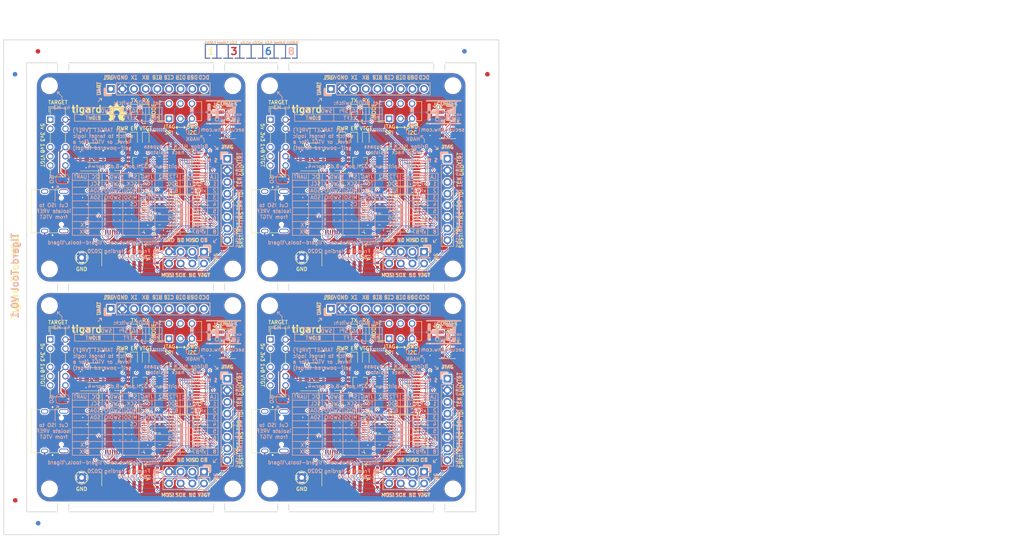
<source format=kicad_pcb>
(kicad_pcb (version 20171130) (host pcbnew 5.1.6-c6e7f7d~86~ubuntu19.10.1)
  (title_block (title Tigard) (date 2020-05-25) (rev V0.0) (comment 1 "Copyright Franklin Harding 2020") (comment 2 "Licensed under CC-BY-SA 4.0"))
  (layers (0 F.Cu signal) (1 GND power) (2 PWR power) (31 B.Cu signal) (34 B.Paste user) (35 F.Paste user) (36 B.SilkS user) (37 F.SilkS user) (38 B.Mask user) (39 F.Mask user) (44 Edge.Cuts user))
  (net 0 "")
  (net 1 +3V3)
  (net 2 GND)
  (net 3 +5V)
  (net 4 /VBUS)
  (net 5 /SWDIO)
  (net 6 +1V8)
  (net 7 /VPHY)
  (net 8 /VPLL)
  (net 9 /VREG)
  (net 10 /VREF)
  (net 11 "Net-(C23-Pad1)")
  (net 12 "Net-(C24-Pad1)")
  (net 13 "Net-(D1-Pad2)")
  (net 14 "Net-(D2-Pad1)")
  (net 15 "Net-(D2-Pad2)")
  (net 16 "Net-(D3-Pad2)")
  (net 17 /RXLED)
  (net 18 /TXLED)
  (net 19 "Net-(D4-Pad2)")
  (net 20 /~ENABLE)
  (net 21 "Net-(D5-Pad2)")
  (net 22 /CLK)
  (net 23 /DI)
  (net 24 /USB_DP)
  (net 25 "Net-(J1-PadB5)")
  (net 26 /USB_DN)
  (net 27 "Net-(J1-PadA5)")
  (net 28 /VTARGET)
  (net 29 /DO)
  (net 30 /CS)
  (net 31 /UART_TX)
  (net 32 /UART_RX)
  (net 33 /~UART_RTS)
  (net 34 /~UART_CTS)
  (net 35 /~UART_DTR)
  (net 36 /~UART_DSR)
  (net 37 /~UART_DCD)
  (net 38 "Net-(J4-Pad4)")
  (net 39 "Net-(J4-Pad5)")
  (net 40 "Net-(R6-Pad2)")
  (net 41 "Net-(R7-Pad2)")
  (net 42 /EECS)
  (net 43 "Net-(R13-Pad2)")
  (net 44 /EECLK)
  (net 45 /EEDATA)
  (net 46 "Net-(R18-Pad2)")
  (net 47 "Net-(R19-Pad1)")
  (net 48 /BD0)
  (net 49 /AD4)
  (net 50 /AD0)
  (net 51 /AD2)
  (net 52 /BD3)
  (net 53 /BD1)
  (net 54 /BD4)
  (net 55 /BD5)
  (net 56 "Net-(RN3-Pad1)")
  (net 57 "Net-(RN3-Pad3)")
  (net 58 "Net-(RN3-Pad2)")
  (net 59 "Net-(RN3-Pad4)")
  (net 60 "Net-(RN4-Pad4)")
  (net 61 "Net-(RN4-Pad2)")
  (net 62 "Net-(RN4-Pad3)")
  (net 63 "Net-(RN4-Pad1)")
  (net 64 /AD1)
  (net 65 /AD5)
  (net 66 /AD3)
  (net 67 /AD6)
  (net 68 "Net-(RN5-Pad7)")
  (net 69 "Net-(RN5-Pad8)")
  (net 70 "Net-(RN5-Pad6)")
  (net 71 "Net-(RN5-Pad5)")
  (net 72 "Net-(RN6-Pad5)")
  (net 73 "Net-(RN6-Pad6)")
  (net 74 "Net-(RN6-Pad8)")
  (net 75 "Net-(RN6-Pad7)")
  (net 76 /BD2)
  (net 77 "Net-(RN8-Pad4)")
  (net 78 "Net-(RN8-Pad2)")
  (net 79 "Net-(RN8-Pad3)")
  (net 80 "Net-(C25-Pad2)")
  (net 81 /MISO)
  (net 82 /CORTEX_PIN2)
  (net 83 /xPB5)
  (net 84 /xPB4)
  (module tigard:USB_C_Receptacle_HRO_TYPE-C-31-M-12 (layer F.Cu) (at 81 108.4 270)
    (fp_text reference J1)
    (fp_text value USB_C_Receptacle_USB2.0)
    (pad B1 smd roundrect (at 3.25 -4.045 270) (size 0.6 1.45) (layers F.Cu F.Paste F.Mask) (net 2 GND))
    (pad A9 smd roundrect (at 2.45 -4.045 270) (size 0.6 1.45) (layers F.Cu F.Paste F.Mask) (net 4 /VBUS))
    (pad B9 smd roundrect (at -2.45 -4.045 270) (size 0.6 1.45) (layers F.Cu F.Paste F.Mask) (net 4 /VBUS))
    (pad B12 smd roundrect (at -3.25 -4.045 270) (size 0.6 1.45) (layers F.Cu F.Paste F.Mask) (net 2 GND))
    (pad A1 smd roundrect (at -3.25 -4.045 270) (size 0.6 1.45) (layers F.Cu F.Paste F.Mask) (net 2 GND))
    (pad A4 smd roundrect (at -2.45 -4.045 270) (size 0.6 1.45) (layers F.Cu F.Paste F.Mask) (net 4 /VBUS))
    (pad B4 smd roundrect (at 2.45 -4.045 270) (size 0.6 1.45) (layers F.Cu F.Paste F.Mask) (net 4 /VBUS))
    (pad A12 smd roundrect (at 3.25 -4.045 270) (size 0.6 1.45) (layers F.Cu F.Paste F.Mask) (net 2 GND))
    (pad B8 smd roundrect (at -1.75 -4.045 270) (size 0.3 1.45) (layers F.Cu F.Paste F.Mask))
    (pad A5 smd roundrect (at -1.25 -4.045 270) (size 0.3 1.45) (layers F.Cu F.Paste F.Mask) (net 27 "Net-(J1-PadA5)"))
    (pad B7 smd roundrect (at -0.75 -4.045 270) (size 0.3 1.45) (layers F.Cu F.Paste F.Mask) (net 26 /USB_DN))
    (pad A7 smd roundrect (at 0.25 -4.045 270) (size 0.3 1.45) (layers F.Cu F.Paste F.Mask) (net 26 /USB_DN))
    (pad B6 smd roundrect (at 0.75 -4.045 270) (size 0.3 1.45) (layers F.Cu F.Paste F.Mask) (net 24 /USB_DP))
    (pad A8 smd roundrect (at 1.25 -4.045 270) (size 0.3 1.45) (layers F.Cu F.Paste F.Mask))
    (pad B5 smd roundrect (at 1.75 -4.045 270) (size 0.3 1.45) (layers F.Cu F.Paste F.Mask) (net 25 "Net-(J1-PadB5)"))
    (pad A6 smd roundrect (at -0.25 -4.045 270) (size 0.3 1.45) (layers F.Cu F.Paste F.Mask) (net 24 /USB_DP))
    (pad S1 thru_hole oval (at 4.32 -3.13 270) (size 1 2.1) (drill oval 0.6 1.7) (layers *.Cu *.Mask F.Paste) (net 80 "Net-(C25-Pad2)"))
    (pad S1 thru_hole oval (at -4.32 -3.13 270) (size 1 2.1) (drill oval 0.6 1.7) (layers *.Cu *.Mask F.Paste) (net 80 "Net-(C25-Pad2)"))
    (pad "" np_thru_hole circle (at -2.89 -2.6 270) (size 0.65 0.65) (drill 0.65) (layers *.Cu *.Mask))
    (pad S1 thru_hole oval (at -4.32 1.05 270) (size 1 1.6) (drill oval 0.6 1.2) (layers *.Cu *.Mask F.Paste) (net 80 "Net-(C25-Pad2)"))
    (pad "" np_thru_hole circle (at 2.89 -2.6 270) (size 0.65 0.65) (drill 0.65) (layers *.Cu *.Mask))
    (pad S1 thru_hole oval (at 4.32 1.05 270) (size 1 1.6) (drill oval 0.6 1.2) (layers *.Cu *.Mask F.Paste) (net 80 "Net-(C25-Pad2)"))
  )
  (module tigard:USB_C_Receptacle_HRO_TYPE-C-31-M-12 (layer F.Cu) (at 33 108.4 270)
    (fp_text reference J1)
    (fp_text value USB_C_Receptacle_USB2.0)
    (pad B1 smd roundrect (at 3.25 -4.045 270) (size 0.6 1.45) (layers F.Cu F.Paste F.Mask) (net 2 GND))
    (pad A9 smd roundrect (at 2.45 -4.045 270) (size 0.6 1.45) (layers F.Cu F.Paste F.Mask) (net 4 /VBUS))
    (pad B9 smd roundrect (at -2.45 -4.045 270) (size 0.6 1.45) (layers F.Cu F.Paste F.Mask) (net 4 /VBUS))
    (pad B12 smd roundrect (at -3.25 -4.045 270) (size 0.6 1.45) (layers F.Cu F.Paste F.Mask) (net 2 GND))
    (pad A1 smd roundrect (at -3.25 -4.045 270) (size 0.6 1.45) (layers F.Cu F.Paste F.Mask) (net 2 GND))
    (pad A4 smd roundrect (at -2.45 -4.045 270) (size 0.6 1.45) (layers F.Cu F.Paste F.Mask) (net 4 /VBUS))
    (pad B4 smd roundrect (at 2.45 -4.045 270) (size 0.6 1.45) (layers F.Cu F.Paste F.Mask) (net 4 /VBUS))
    (pad A12 smd roundrect (at 3.25 -4.045 270) (size 0.6 1.45) (layers F.Cu F.Paste F.Mask) (net 2 GND))
    (pad B8 smd roundrect (at -1.75 -4.045 270) (size 0.3 1.45) (layers F.Cu F.Paste F.Mask))
    (pad A5 smd roundrect (at -1.25 -4.045 270) (size 0.3 1.45) (layers F.Cu F.Paste F.Mask) (net 27 "Net-(J1-PadA5)"))
    (pad B7 smd roundrect (at -0.75 -4.045 270) (size 0.3 1.45) (layers F.Cu F.Paste F.Mask) (net 26 /USB_DN))
    (pad A7 smd roundrect (at 0.25 -4.045 270) (size 0.3 1.45) (layers F.Cu F.Paste F.Mask) (net 26 /USB_DN))
    (pad B6 smd roundrect (at 0.75 -4.045 270) (size 0.3 1.45) (layers F.Cu F.Paste F.Mask) (net 24 /USB_DP))
    (pad A8 smd roundrect (at 1.25 -4.045 270) (size 0.3 1.45) (layers F.Cu F.Paste F.Mask))
    (pad B5 smd roundrect (at 1.75 -4.045 270) (size 0.3 1.45) (layers F.Cu F.Paste F.Mask) (net 25 "Net-(J1-PadB5)"))
    (pad A6 smd roundrect (at -0.25 -4.045 270) (size 0.3 1.45) (layers F.Cu F.Paste F.Mask) (net 24 /USB_DP))
    (pad S1 thru_hole oval (at 4.32 -3.13 270) (size 1 2.1) (drill oval 0.6 1.7) (layers *.Cu *.Mask F.Paste) (net 80 "Net-(C25-Pad2)"))
    (pad S1 thru_hole oval (at -4.32 -3.13 270) (size 1 2.1) (drill oval 0.6 1.7) (layers *.Cu *.Mask F.Paste) (net 80 "Net-(C25-Pad2)"))
    (pad "" np_thru_hole circle (at -2.89 -2.6 270) (size 0.65 0.65) (drill 0.65) (layers *.Cu *.Mask))
    (pad S1 thru_hole oval (at -4.32 1.05 270) (size 1 1.6) (drill oval 0.6 1.2) (layers *.Cu *.Mask F.Paste) (net 80 "Net-(C25-Pad2)"))
    (pad "" np_thru_hole circle (at 2.89 -2.6 270) (size 0.65 0.65) (drill 0.65) (layers *.Cu *.Mask))
    (pad S1 thru_hole oval (at 4.32 1.05 270) (size 1 1.6) (drill oval 0.6 1.2) (layers *.Cu *.Mask F.Paste) (net 80 "Net-(C25-Pad2)"))
  )
  (module tigard:USB_C_Receptacle_HRO_TYPE-C-31-M-12 (layer F.Cu) (at 81 60.4 270)
    (fp_text reference J1)
    (fp_text value USB_C_Receptacle_USB2.0)
    (pad B1 smd roundrect (at 3.25 -4.045 270) (size 0.6 1.45) (layers F.Cu F.Paste F.Mask) (net 2 GND))
    (pad A9 smd roundrect (at 2.45 -4.045 270) (size 0.6 1.45) (layers F.Cu F.Paste F.Mask) (net 4 /VBUS))
    (pad B9 smd roundrect (at -2.45 -4.045 270) (size 0.6 1.45) (layers F.Cu F.Paste F.Mask) (net 4 /VBUS))
    (pad B12 smd roundrect (at -3.25 -4.045 270) (size 0.6 1.45) (layers F.Cu F.Paste F.Mask) (net 2 GND))
    (pad A1 smd roundrect (at -3.25 -4.045 270) (size 0.6 1.45) (layers F.Cu F.Paste F.Mask) (net 2 GND))
    (pad A4 smd roundrect (at -2.45 -4.045 270) (size 0.6 1.45) (layers F.Cu F.Paste F.Mask) (net 4 /VBUS))
    (pad B4 smd roundrect (at 2.45 -4.045 270) (size 0.6 1.45) (layers F.Cu F.Paste F.Mask) (net 4 /VBUS))
    (pad A12 smd roundrect (at 3.25 -4.045 270) (size 0.6 1.45) (layers F.Cu F.Paste F.Mask) (net 2 GND))
    (pad B8 smd roundrect (at -1.75 -4.045 270) (size 0.3 1.45) (layers F.Cu F.Paste F.Mask))
    (pad A5 smd roundrect (at -1.25 -4.045 270) (size 0.3 1.45) (layers F.Cu F.Paste F.Mask) (net 27 "Net-(J1-PadA5)"))
    (pad B7 smd roundrect (at -0.75 -4.045 270) (size 0.3 1.45) (layers F.Cu F.Paste F.Mask) (net 26 /USB_DN))
    (pad A7 smd roundrect (at 0.25 -4.045 270) (size 0.3 1.45) (layers F.Cu F.Paste F.Mask) (net 26 /USB_DN))
    (pad B6 smd roundrect (at 0.75 -4.045 270) (size 0.3 1.45) (layers F.Cu F.Paste F.Mask) (net 24 /USB_DP))
    (pad A8 smd roundrect (at 1.25 -4.045 270) (size 0.3 1.45) (layers F.Cu F.Paste F.Mask))
    (pad B5 smd roundrect (at 1.75 -4.045 270) (size 0.3 1.45) (layers F.Cu F.Paste F.Mask) (net 25 "Net-(J1-PadB5)"))
    (pad A6 smd roundrect (at -0.25 -4.045 270) (size 0.3 1.45) (layers F.Cu F.Paste F.Mask) (net 24 /USB_DP))
    (pad S1 thru_hole oval (at 4.32 -3.13 270) (size 1 2.1) (drill oval 0.6 1.7) (layers *.Cu *.Mask F.Paste) (net 80 "Net-(C25-Pad2)"))
    (pad S1 thru_hole oval (at -4.32 -3.13 270) (size 1 2.1) (drill oval 0.6 1.7) (layers *.Cu *.Mask F.Paste) (net 80 "Net-(C25-Pad2)"))
    (pad "" np_thru_hole circle (at -2.89 -2.6 270) (size 0.65 0.65) (drill 0.65) (layers *.Cu *.Mask))
    (pad S1 thru_hole oval (at -4.32 1.05 270) (size 1 1.6) (drill oval 0.6 1.2) (layers *.Cu *.Mask F.Paste) (net 80 "Net-(C25-Pad2)"))
    (pad "" np_thru_hole circle (at 2.89 -2.6 270) (size 0.65 0.65) (drill 0.65) (layers *.Cu *.Mask))
    (pad S1 thru_hole oval (at 4.32 1.05 270) (size 1 1.6) (drill oval 0.6 1.2) (layers *.Cu *.Mask F.Paste) (net 80 "Net-(C25-Pad2)"))
  )
  (module tigard:USB_C_Receptacle_HRO_TYPE-C-31-M-12 (layer F.Cu) (at 33 60.4 270)
    (fp_text reference J1)
    (fp_text value USB_C_Receptacle_USB2.0)
    (pad S1 thru_hole oval (at 4.32 1.05 270) (size 1 1.6) (drill oval 0.6 1.2) (layers *.Cu *.Mask F.Paste) (net 80 "Net-(C25-Pad2)"))
    (pad "" np_thru_hole circle (at 2.89 -2.6 270) (size 0.65 0.65) (drill 0.65) (layers *.Cu *.Mask))
    (pad S1 thru_hole oval (at -4.32 1.05 270) (size 1 1.6) (drill oval 0.6 1.2) (layers *.Cu *.Mask F.Paste) (net 80 "Net-(C25-Pad2)"))
    (pad "" np_thru_hole circle (at -2.89 -2.6 270) (size 0.65 0.65) (drill 0.65) (layers *.Cu *.Mask))
    (pad S1 thru_hole oval (at -4.32 -3.13 270) (size 1 2.1) (drill oval 0.6 1.7) (layers *.Cu *.Mask F.Paste) (net 80 "Net-(C25-Pad2)"))
    (pad S1 thru_hole oval (at 4.32 -3.13 270) (size 1 2.1) (drill oval 0.6 1.7) (layers *.Cu *.Mask F.Paste) (net 80 "Net-(C25-Pad2)"))
    (pad A6 smd roundrect (at -0.25 -4.045 270) (size 0.3 1.45) (layers F.Cu F.Paste F.Mask) (net 24 /USB_DP))
    (pad B5 smd roundrect (at 1.75 -4.045 270) (size 0.3 1.45) (layers F.Cu F.Paste F.Mask) (net 25 "Net-(J1-PadB5)"))
    (pad A8 smd roundrect (at 1.25 -4.045 270) (size 0.3 1.45) (layers F.Cu F.Paste F.Mask))
    (pad B6 smd roundrect (at 0.75 -4.045 270) (size 0.3 1.45) (layers F.Cu F.Paste F.Mask) (net 24 /USB_DP))
    (pad A7 smd roundrect (at 0.25 -4.045 270) (size 0.3 1.45) (layers F.Cu F.Paste F.Mask) (net 26 /USB_DN))
    (pad B7 smd roundrect (at -0.75 -4.045 270) (size 0.3 1.45) (layers F.Cu F.Paste F.Mask) (net 26 /USB_DN))
    (pad A5 smd roundrect (at -1.25 -4.045 270) (size 0.3 1.45) (layers F.Cu F.Paste F.Mask) (net 27 "Net-(J1-PadA5)"))
    (pad B8 smd roundrect (at -1.75 -4.045 270) (size 0.3 1.45) (layers F.Cu F.Paste F.Mask))
    (pad A12 smd roundrect (at 3.25 -4.045 270) (size 0.6 1.45) (layers F.Cu F.Paste F.Mask) (net 2 GND))
    (pad B4 smd roundrect (at 2.45 -4.045 270) (size 0.6 1.45) (layers F.Cu F.Paste F.Mask) (net 4 /VBUS))
    (pad A4 smd roundrect (at -2.45 -4.045 270) (size 0.6 1.45) (layers F.Cu F.Paste F.Mask) (net 4 /VBUS))
    (pad A1 smd roundrect (at -3.25 -4.045 270) (size 0.6 1.45) (layers F.Cu F.Paste F.Mask) (net 2 GND))
    (pad B12 smd roundrect (at -3.25 -4.045 270) (size 0.6 1.45) (layers F.Cu F.Paste F.Mask) (net 2 GND))
    (pad B9 smd roundrect (at -2.45 -4.045 270) (size 0.6 1.45) (layers F.Cu F.Paste F.Mask) (net 4 /VBUS))
    (pad A9 smd roundrect (at 2.45 -4.045 270) (size 0.6 1.45) (layers F.Cu F.Paste F.Mask) (net 4 /VBUS))
    (pad B1 smd roundrect (at 3.25 -4.045 270) (size 0.6 1.45) (layers F.Cu F.Paste F.Mask) (net 2 GND))
  )
  (module Capacitor_SMD:C_0402_1005Metric (layer F.Cu) (at 90.515 113.9 180)
    (fp_text reference C14)
    (fp_text value 100n)
    (pad 1 smd roundrect (at -0.485 0 180) (size 0.59 0.64) (layers F.Cu F.Paste F.Mask) (net 1 +3V3))
    (pad 2 smd roundrect (at 0.485 0 180) (size 0.59 0.64) (layers F.Cu F.Paste F.Mask) (net 2 GND))
  )
  (module Capacitor_SMD:C_0402_1005Metric (layer F.Cu) (at 42.515 113.9 180)
    (fp_text reference C14)
    (fp_text value 100n)
    (pad 1 smd roundrect (at -0.485 0 180) (size 0.59 0.64) (layers F.Cu F.Paste F.Mask) (net 1 +3V3))
    (pad 2 smd roundrect (at 0.485 0 180) (size 0.59 0.64) (layers F.Cu F.Paste F.Mask) (net 2 GND))
  )
  (module Capacitor_SMD:C_0402_1005Metric (layer F.Cu) (at 90.515 65.9 180)
    (fp_text reference C14)
    (fp_text value 100n)
    (pad 1 smd roundrect (at -0.485 0 180) (size 0.59 0.64) (layers F.Cu F.Paste F.Mask) (net 1 +3V3))
    (pad 2 smd roundrect (at 0.485 0 180) (size 0.59 0.64) (layers F.Cu F.Paste F.Mask) (net 2 GND))
  )
  (module tigard:PinHeader_1x08_P2.54mm_Vertical (layer F.Cu) (at 119.78 96.94)
    (fp_text reference J2)
    (fp_text value JTAG (at 0 -2.54) (layer F.SilkS) (effects (font (size 0.8 0.8))))
    (pad 1 thru_hole rect (at 0 0) (size 1.7 1.7) (drill 1) (layers *.Cu *.Mask) (net 28 /VTARGET))
    (pad 2 thru_hole oval (at 0 2.54) (size 1.7 1.7) (drill 1) (layers *.Cu *.Mask) (net 2 GND))
    (pad 3 thru_hole oval (at 0 5.08) (size 1.7 1.7) (drill 1) (layers *.Cu *.Mask) (net 22 /CLK))
    (pad 4 thru_hole oval (at 0 7.62) (size 1.7 1.7) (drill 1) (layers *.Cu *.Mask) (net 29 /DO))
    (pad 5 thru_hole oval (at 0 10.16) (size 1.7 1.7) (drill 1) (layers *.Cu *.Mask) (net 81 /MISO))
    (pad 6 thru_hole oval (at 0 12.7) (size 1.7 1.7) (drill 1) (layers *.Cu *.Mask) (net 30 /CS))
    (pad 7 thru_hole oval (at 0 15.24) (size 1.7 1.7) (drill 1) (layers *.Cu *.Mask) (net 84 /xPB4))
    (pad 8 thru_hole oval (at 0 17.78) (size 1.7 1.7) (drill 1) (layers *.Cu *.Mask) (net 83 /xPB5))
  )
  (module tigard:PinHeader_1x08_P2.54mm_Vertical (layer F.Cu) (at 71.78 96.94)
    (fp_text reference J2)
    (fp_text value JTAG (at 0 -2.54) (layer F.SilkS) (effects (font (size 0.8 0.8))))
    (pad 1 thru_hole rect (at 0 0) (size 1.7 1.7) (drill 1) (layers *.Cu *.Mask) (net 28 /VTARGET))
    (pad 2 thru_hole oval (at 0 2.54) (size 1.7 1.7) (drill 1) (layers *.Cu *.Mask) (net 2 GND))
    (pad 3 thru_hole oval (at 0 5.08) (size 1.7 1.7) (drill 1) (layers *.Cu *.Mask) (net 22 /CLK))
    (pad 4 thru_hole oval (at 0 7.62) (size 1.7 1.7) (drill 1) (layers *.Cu *.Mask) (net 29 /DO))
    (pad 5 thru_hole oval (at 0 10.16) (size 1.7 1.7) (drill 1) (layers *.Cu *.Mask) (net 81 /MISO))
    (pad 6 thru_hole oval (at 0 12.7) (size 1.7 1.7) (drill 1) (layers *.Cu *.Mask) (net 30 /CS))
    (pad 7 thru_hole oval (at 0 15.24) (size 1.7 1.7) (drill 1) (layers *.Cu *.Mask) (net 84 /xPB4))
    (pad 8 thru_hole oval (at 0 17.78) (size 1.7 1.7) (drill 1) (layers *.Cu *.Mask) (net 83 /xPB5))
  )
  (module tigard:PinHeader_1x08_P2.54mm_Vertical (layer F.Cu) (at 119.78 48.94)
    (fp_text reference J2)
    (fp_text value JTAG (at 0 -2.54) (layer F.SilkS) (effects (font (size 0.8 0.8))))
    (pad 1 thru_hole rect (at 0 0) (size 1.7 1.7) (drill 1) (layers *.Cu *.Mask) (net 28 /VTARGET))
    (pad 2 thru_hole oval (at 0 2.54) (size 1.7 1.7) (drill 1) (layers *.Cu *.Mask) (net 2 GND))
    (pad 3 thru_hole oval (at 0 5.08) (size 1.7 1.7) (drill 1) (layers *.Cu *.Mask) (net 22 /CLK))
    (pad 4 thru_hole oval (at 0 7.62) (size 1.7 1.7) (drill 1) (layers *.Cu *.Mask) (net 29 /DO))
    (pad 5 thru_hole oval (at 0 10.16) (size 1.7 1.7) (drill 1) (layers *.Cu *.Mask) (net 81 /MISO))
    (pad 6 thru_hole oval (at 0 12.7) (size 1.7 1.7) (drill 1) (layers *.Cu *.Mask) (net 30 /CS))
    (pad 7 thru_hole oval (at 0 15.24) (size 1.7 1.7) (drill 1) (layers *.Cu *.Mask) (net 84 /xPB4))
    (pad 8 thru_hole oval (at 0 17.78) (size 1.7 1.7) (drill 1) (layers *.Cu *.Mask) (net 83 /xPB5))
  )
  (module Capacitor_SMD:C_0402_1005Metric (layer F.Cu) (at 90.515 105.9 180)
    (fp_text reference C5)
    (fp_text value 100n)
    (pad 2 smd roundrect (at 0.485 0 180) (size 0.59 0.64) (layers F.Cu F.Paste F.Mask) (net 2 GND))
    (pad 1 smd roundrect (at -0.485 0 180) (size 0.59 0.64) (layers F.Cu F.Paste F.Mask) (net 7 /VPHY))
  )
  (module Capacitor_SMD:C_0402_1005Metric (layer F.Cu) (at 42.515 105.9 180)
    (fp_text reference C5)
    (fp_text value 100n)
    (pad 2 smd roundrect (at 0.485 0 180) (size 0.59 0.64) (layers F.Cu F.Paste F.Mask) (net 2 GND))
    (pad 1 smd roundrect (at -0.485 0 180) (size 0.59 0.64) (layers F.Cu F.Paste F.Mask) (net 7 /VPHY))
  )
  (module Capacitor_SMD:C_0402_1005Metric (layer F.Cu) (at 90.515 57.9 180)
    (fp_text reference C5)
    (fp_text value 100n)
    (pad 2 smd roundrect (at 0.485 0 180) (size 0.59 0.64) (layers F.Cu F.Paste F.Mask) (net 2 GND))
    (pad 1 smd roundrect (at -0.485 0 180) (size 0.59 0.64) (layers F.Cu F.Paste F.Mask) (net 7 /VPHY))
  )
  (module Capacitor_SMD:C_0402_1005Metric (layer F.Cu) (at 92.5 101.65 90)
    (fp_text reference C13)
    (fp_text value 100n)
    (pad 1 smd roundrect (at -0.485 0 90) (size 0.59 0.64) (layers F.Cu F.Paste F.Mask) (net 9 /VREG))
    (pad 2 smd roundrect (at 0.485 0 90) (size 0.59 0.64) (layers F.Cu F.Paste F.Mask) (net 2 GND))
  )
  (module Capacitor_SMD:C_0402_1005Metric (layer F.Cu) (at 44.5 101.65 90)
    (fp_text reference C13)
    (fp_text value 100n)
    (pad 1 smd roundrect (at -0.485 0 90) (size 0.59 0.64) (layers F.Cu F.Paste F.Mask) (net 9 /VREG))
    (pad 2 smd roundrect (at 0.485 0 90) (size 0.59 0.64) (layers F.Cu F.Paste F.Mask) (net 2 GND))
  )
  (module Capacitor_SMD:C_0402_1005Metric (layer F.Cu) (at 92.5 53.65 90)
    (fp_text reference C13)
    (fp_text value 100n)
    (pad 1 smd roundrect (at -0.485 0 90) (size 0.59 0.64) (layers F.Cu F.Paste F.Mask) (net 9 /VREG))
    (pad 2 smd roundrect (at 0.485 0 90) (size 0.59 0.64) (layers F.Cu F.Paste F.Mask) (net 2 GND))
  )
  (module Resistor_SMD:R_0402_1005Metric (layer F.Cu) (at 99.46 88.812)
    (fp_text reference R9)
    (fp_text value 330)
    (pad 2 smd roundrect (at 0.485 0) (size 0.59 0.64) (layers F.Cu F.Paste F.Mask) (net 1 +3V3))
    (pad 1 smd roundrect (at -0.485 0) (size 0.59 0.64) (layers F.Cu F.Paste F.Mask) (net 19 "Net-(D4-Pad2)"))
  )
  (module Resistor_SMD:R_0402_1005Metric (layer F.Cu) (at 51.46 88.812)
    (fp_text reference R9)
    (fp_text value 330)
    (pad 2 smd roundrect (at 0.485 0) (size 0.59 0.64) (layers F.Cu F.Paste F.Mask) (net 1 +3V3))
    (pad 1 smd roundrect (at -0.485 0) (size 0.59 0.64) (layers F.Cu F.Paste F.Mask) (net 19 "Net-(D4-Pad2)"))
  )
  (module Resistor_SMD:R_0402_1005Metric (layer F.Cu) (at 99.46 40.812)
    (fp_text reference R9)
    (fp_text value 330)
    (pad 2 smd roundrect (at 0.485 0) (size 0.59 0.64) (layers F.Cu F.Paste F.Mask) (net 1 +3V3))
    (pad 1 smd roundrect (at -0.485 0) (size 0.59 0.64) (layers F.Cu F.Paste F.Mask) (net 19 "Net-(D4-Pad2)"))
  )
  (module Resistor_SMD:R_0402_1005Metric (layer F.Cu) (at 90.515 106.9)
    (fp_text reference R6)
    (fp_text value "12k, 1%")
    (pad 1 smd roundrect (at -0.485 0) (size 0.59 0.64) (layers F.Cu F.Paste F.Mask) (net 2 GND))
    (pad 2 smd roundrect (at 0.485 0) (size 0.59 0.64) (layers F.Cu F.Paste F.Mask) (net 40 "Net-(R6-Pad2)"))
  )
  (module Resistor_SMD:R_0402_1005Metric (layer F.Cu) (at 42.515 106.9)
    (fp_text reference R6)
    (fp_text value "12k, 1%")
    (pad 1 smd roundrect (at -0.485 0) (size 0.59 0.64) (layers F.Cu F.Paste F.Mask) (net 2 GND))
    (pad 2 smd roundrect (at 0.485 0) (size 0.59 0.64) (layers F.Cu F.Paste F.Mask) (net 40 "Net-(R6-Pad2)"))
  )
  (module Resistor_SMD:R_0402_1005Metric (layer F.Cu) (at 90.515 58.9)
    (fp_text reference R6)
    (fp_text value "12k, 1%")
    (pad 1 smd roundrect (at -0.485 0) (size 0.59 0.64) (layers F.Cu F.Paste F.Mask) (net 2 GND))
    (pad 2 smd roundrect (at 0.485 0) (size 0.59 0.64) (layers F.Cu F.Paste F.Mask) (net 40 "Net-(R6-Pad2)"))
  )
  (module Resistor_SMD:R_0402_1005Metric (layer F.Cu) (at 104.54 116.915 270)
    (fp_text reference R21)
    (fp_text value 10k)
    (pad 2 smd roundrect (at 0.485 0 270) (size 0.59 0.64) (layers F.Cu F.Paste F.Mask) (net 38 "Net-(J4-Pad4)"))
    (pad 1 smd roundrect (at -0.485 0 270) (size 0.59 0.64) (layers F.Cu F.Paste F.Mask) (net 28 /VTARGET))
  )
  (module Resistor_SMD:R_0402_1005Metric (layer F.Cu) (at 56.54 116.915 270)
    (fp_text reference R21)
    (fp_text value 10k)
    (pad 2 smd roundrect (at 0.485 0 270) (size 0.59 0.64) (layers F.Cu F.Paste F.Mask) (net 38 "Net-(J4-Pad4)"))
    (pad 1 smd roundrect (at -0.485 0 270) (size 0.59 0.64) (layers F.Cu F.Paste F.Mask) (net 28 /VTARGET))
  )
  (module Resistor_SMD:R_0402_1005Metric (layer F.Cu) (at 104.54 68.915 270)
    (fp_text reference R21)
    (fp_text value 10k)
    (pad 2 smd roundrect (at 0.485 0 270) (size 0.59 0.64) (layers F.Cu F.Paste F.Mask) (net 38 "Net-(J4-Pad4)"))
    (pad 1 smd roundrect (at -0.485 0 270) (size 0.59 0.64) (layers F.Cu F.Paste F.Mask) (net 28 /VTARGET))
  )
  (module tigard:PinHeader_2x04_P2.54mm_Vertical (layer F.Cu) (at 114.7 117.26 270)
    (fp_text reference J4)
    (fp_text value SPI (at 1.27 -2.55 270 unlocked) (layer F.SilkS) (effects (font (size 0.8 0.8))))
    (pad 8 thru_hole oval (at 2.54 7.62 270) (size 1.7 1.7) (drill 1) (layers *.Cu *.Mask) (net 29 /DO))
    (pad 7 thru_hole oval (at 0 7.62 270) (size 1.7 1.7) (drill 1) (layers *.Cu *.Mask) (net 2 GND))
    (pad 6 thru_hole oval (at 2.54 5.08 270) (size 1.7 1.7) (drill 1) (layers *.Cu *.Mask) (net 22 /CLK))
    (pad 5 thru_hole oval (at 0 5.08 270) (size 1.7 1.7) (drill 1) (layers *.Cu *.Mask) (net 39 "Net-(J4-Pad5)"))
    (pad 4 thru_hole oval (at 2.54 2.54 270) (size 1.7 1.7) (drill 1) (layers *.Cu *.Mask) (net 38 "Net-(J4-Pad4)"))
    (pad 3 thru_hole oval (at 0 2.54 270) (size 1.7 1.7) (drill 1) (layers *.Cu *.Mask) (net 81 /MISO))
    (pad 2 thru_hole oval (at 2.54 0 270) (size 1.7 1.7) (drill 1) (layers *.Cu *.Mask) (net 28 /VTARGET))
    (pad 1 thru_hole rect (at 0 0 270) (size 1.7 1.7) (drill 1) (layers *.Cu *.Mask) (net 30 /CS))
  )
  (module tigard:PinHeader_2x04_P2.54mm_Vertical (layer F.Cu) (at 66.7 117.26 270)
    (fp_text reference J4)
    (fp_text value SPI (at 1.27 -2.55 270 unlocked) (layer F.SilkS) (effects (font (size 0.8 0.8))))
    (pad 8 thru_hole oval (at 2.54 7.62 270) (size 1.7 1.7) (drill 1) (layers *.Cu *.Mask) (net 29 /DO))
    (pad 7 thru_hole oval (at 0 7.62 270) (size 1.7 1.7) (drill 1) (layers *.Cu *.Mask) (net 2 GND))
    (pad 6 thru_hole oval (at 2.54 5.08 270) (size 1.7 1.7) (drill 1) (layers *.Cu *.Mask) (net 22 /CLK))
    (pad 5 thru_hole oval (at 0 5.08 270) (size 1.7 1.7) (drill 1) (layers *.Cu *.Mask) (net 39 "Net-(J4-Pad5)"))
    (pad 4 thru_hole oval (at 2.54 2.54 270) (size 1.7 1.7) (drill 1) (layers *.Cu *.Mask) (net 38 "Net-(J4-Pad4)"))
    (pad 3 thru_hole oval (at 0 2.54 270) (size 1.7 1.7) (drill 1) (layers *.Cu *.Mask) (net 81 /MISO))
    (pad 2 thru_hole oval (at 2.54 0 270) (size 1.7 1.7) (drill 1) (layers *.Cu *.Mask) (net 28 /VTARGET))
    (pad 1 thru_hole rect (at 0 0 270) (size 1.7 1.7) (drill 1) (layers *.Cu *.Mask) (net 30 /CS))
  )
  (module tigard:PinHeader_2x04_P2.54mm_Vertical (layer F.Cu) (at 114.7 69.26 270)
    (fp_text reference J4)
    (fp_text value SPI (at 1.27 -2.55 270 unlocked) (layer F.SilkS) (effects (font (size 0.8 0.8))))
    (pad 8 thru_hole oval (at 2.54 7.62 270) (size 1.7 1.7) (drill 1) (layers *.Cu *.Mask) (net 29 /DO))
    (pad 7 thru_hole oval (at 0 7.62 270) (size 1.7 1.7) (drill 1) (layers *.Cu *.Mask) (net 2 GND))
    (pad 6 thru_hole oval (at 2.54 5.08 270) (size 1.7 1.7) (drill 1) (layers *.Cu *.Mask) (net 22 /CLK))
    (pad 5 thru_hole oval (at 0 5.08 270) (size 1.7 1.7) (drill 1) (layers *.Cu *.Mask) (net 39 "Net-(J4-Pad5)"))
    (pad 4 thru_hole oval (at 2.54 2.54 270) (size 1.7 1.7) (drill 1) (layers *.Cu *.Mask) (net 38 "Net-(J4-Pad4)"))
    (pad 3 thru_hole oval (at 0 2.54 270) (size 1.7 1.7) (drill 1) (layers *.Cu *.Mask) (net 81 /MISO))
    (pad 2 thru_hole oval (at 2.54 0 270) (size 1.7 1.7) (drill 1) (layers *.Cu *.Mask) (net 28 /VTARGET))
    (pad 1 thru_hole rect (at 0 0 270) (size 1.7 1.7) (drill 1) (layers *.Cu *.Mask) (net 30 /CS))
  )
  (module tigard:R_Array_Convex_4x0402_RoundRect (layer F.Cu) (at 105 110.2)
    (fp_text reference RN2)
    (fp_text value 100k)
    (pad 1 smd roundrect (at -0.5 -0.75) (size 0.5 0.4) (layers F.Cu F.Paste F.Mask) (net 1 +3V3))
    (pad 3 smd roundrect (at -0.5 0.25) (size 0.5 0.3) (layers F.Cu F.Paste F.Mask) (net 1 +3V3))
    (pad 2 smd roundrect (at -0.5 -0.25) (size 0.5 0.3) (layers F.Cu F.Paste F.Mask) (net 1 +3V3))
    (pad 4 smd roundrect (at -0.5 0.75) (size 0.5 0.4) (layers F.Cu F.Paste F.Mask) (net 1 +3V3))
    (pad 7 smd roundrect (at 0.5 -0.25) (size 0.5 0.3) (layers F.Cu F.Paste F.Mask) (net 49 /AD4))
    (pad 8 smd roundrect (at 0.5 -0.75) (size 0.5 0.4) (layers F.Cu F.Paste F.Mask) (net 55 /BD5))
    (pad 6 smd roundrect (at 0.5 0.25) (size 0.5 0.3) (layers F.Cu F.Paste F.Mask) (net 51 /AD2))
    (pad 5 smd roundrect (at 0.5 0.75) (size 0.5 0.4) (layers F.Cu F.Paste F.Mask) (net 50 /AD0))
  )
  (module tigard:R_Array_Convex_4x0402_RoundRect (layer F.Cu) (at 57 110.2)
    (fp_text reference RN2)
    (fp_text value 100k)
    (pad 1 smd roundrect (at -0.5 -0.75) (size 0.5 0.4) (layers F.Cu F.Paste F.Mask) (net 1 +3V3))
    (pad 3 smd roundrect (at -0.5 0.25) (size 0.5 0.3) (layers F.Cu F.Paste F.Mask) (net 1 +3V3))
    (pad 2 smd roundrect (at -0.5 -0.25) (size 0.5 0.3) (layers F.Cu F.Paste F.Mask) (net 1 +3V3))
    (pad 4 smd roundrect (at -0.5 0.75) (size 0.5 0.4) (layers F.Cu F.Paste F.Mask) (net 1 +3V3))
    (pad 7 smd roundrect (at 0.5 -0.25) (size 0.5 0.3) (layers F.Cu F.Paste F.Mask) (net 49 /AD4))
    (pad 8 smd roundrect (at 0.5 -0.75) (size 0.5 0.4) (layers F.Cu F.Paste F.Mask) (net 55 /BD5))
    (pad 6 smd roundrect (at 0.5 0.25) (size 0.5 0.3) (layers F.Cu F.Paste F.Mask) (net 51 /AD2))
    (pad 5 smd roundrect (at 0.5 0.75) (size 0.5 0.4) (layers F.Cu F.Paste F.Mask) (net 50 /AD0))
  )
  (module tigard:R_Array_Convex_4x0402_RoundRect (layer F.Cu) (at 105 62.2)
    (fp_text reference RN2)
    (fp_text value 100k)
    (pad 1 smd roundrect (at -0.5 -0.75) (size 0.5 0.4) (layers F.Cu F.Paste F.Mask) (net 1 +3V3))
    (pad 3 smd roundrect (at -0.5 0.25) (size 0.5 0.3) (layers F.Cu F.Paste F.Mask) (net 1 +3V3))
    (pad 2 smd roundrect (at -0.5 -0.25) (size 0.5 0.3) (layers F.Cu F.Paste F.Mask) (net 1 +3V3))
    (pad 4 smd roundrect (at -0.5 0.75) (size 0.5 0.4) (layers F.Cu F.Paste F.Mask) (net 1 +3V3))
    (pad 7 smd roundrect (at 0.5 -0.25) (size 0.5 0.3) (layers F.Cu F.Paste F.Mask) (net 49 /AD4))
    (pad 8 smd roundrect (at 0.5 -0.75) (size 0.5 0.4) (layers F.Cu F.Paste F.Mask) (net 55 /BD5))
    (pad 6 smd roundrect (at 0.5 0.25) (size 0.5 0.3) (layers F.Cu F.Paste F.Mask) (net 51 /AD2))
    (pad 5 smd roundrect (at 0.5 0.75) (size 0.5 0.4) (layers F.Cu F.Paste F.Mask) (net 50 /AD0))
  )
  (module MountingHole:MountingHole_3.2mm_M3_ISO7380 (layer F.Cu) (at 81 121)
    (fp_text reference H3 hide)
    (fp_text value MountingHole)
    (pad 1 np_thru_hole circle (at 0 0) (size 3.2 3.2) (drill 3.2) (layers *.Cu *.Mask))
  )
  (module MountingHole:MountingHole_3.2mm_M3_ISO7380 (layer F.Cu) (at 33 121)
    (fp_text reference H3 hide)
    (fp_text value MountingHole)
    (pad 1 np_thru_hole circle (at 0 0) (size 3.2 3.2) (drill 3.2) (layers *.Cu *.Mask))
  )
  (module MountingHole:MountingHole_3.2mm_M3_ISO7380 (layer F.Cu) (at 81 73)
    (fp_text reference H3 hide)
    (fp_text value MountingHole)
    (pad 1 np_thru_hole circle (at 0 0) (size 3.2 3.2) (drill 3.2) (layers *.Cu *.Mask))
  )
  (module tigard:R_Array_Convex_4x0402_RoundRect (layer F.Cu) (at 115.5 98.25)
    (fp_text reference RN7)
    (fp_text value 100k)
    (pad 5 smd roundrect (at 0.5 0.75) (size 0.5 0.4) (layers F.Cu F.Paste F.Mask) (net 10 /VREF))
    (pad 6 smd roundrect (at 0.5 0.25) (size 0.5 0.3) (layers F.Cu F.Paste F.Mask) (net 10 /VREF))
    (pad 8 smd roundrect (at 0.5 -0.75) (size 0.5 0.4) (layers F.Cu F.Paste F.Mask) (net 10 /VREF))
    (pad 7 smd roundrect (at 0.5 -0.25) (size 0.5 0.3) (layers F.Cu F.Paste F.Mask) (net 10 /VREF))
    (pad 4 smd roundrect (at -0.5 0.75) (size 0.5 0.4) (layers F.Cu F.Paste F.Mask) (net 37 /~UART_DCD))
    (pad 2 smd roundrect (at -0.5 -0.25) (size 0.5 0.3) (layers F.Cu F.Paste F.Mask) (net 34 /~UART_CTS))
    (pad 3 smd roundrect (at -0.5 0.25) (size 0.5 0.3) (layers F.Cu F.Paste F.Mask) (net 36 /~UART_DSR))
    (pad 1 smd roundrect (at -0.5 -0.75) (size 0.5 0.4) (layers F.Cu F.Paste F.Mask) (net 32 /UART_RX))
  )
  (module tigard:R_Array_Convex_4x0402_RoundRect (layer F.Cu) (at 67.5 98.25)
    (fp_text reference RN7)
    (fp_text value 100k)
    (pad 5 smd roundrect (at 0.5 0.75) (size 0.5 0.4) (layers F.Cu F.Paste F.Mask) (net 10 /VREF))
    (pad 6 smd roundrect (at 0.5 0.25) (size 0.5 0.3) (layers F.Cu F.Paste F.Mask) (net 10 /VREF))
    (pad 8 smd roundrect (at 0.5 -0.75) (size 0.5 0.4) (layers F.Cu F.Paste F.Mask) (net 10 /VREF))
    (pad 7 smd roundrect (at 0.5 -0.25) (size 0.5 0.3) (layers F.Cu F.Paste F.Mask) (net 10 /VREF))
    (pad 4 smd roundrect (at -0.5 0.75) (size 0.5 0.4) (layers F.Cu F.Paste F.Mask) (net 37 /~UART_DCD))
    (pad 2 smd roundrect (at -0.5 -0.25) (size 0.5 0.3) (layers F.Cu F.Paste F.Mask) (net 34 /~UART_CTS))
    (pad 3 smd roundrect (at -0.5 0.25) (size 0.5 0.3) (layers F.Cu F.Paste F.Mask) (net 36 /~UART_DSR))
    (pad 1 smd roundrect (at -0.5 -0.75) (size 0.5 0.4) (layers F.Cu F.Paste F.Mask) (net 32 /UART_RX))
  )
  (module tigard:R_Array_Convex_4x0402_RoundRect (layer F.Cu) (at 115.5 50.25)
    (fp_text reference RN7)
    (fp_text value 100k)
    (pad 5 smd roundrect (at 0.5 0.75) (size 0.5 0.4) (layers F.Cu F.Paste F.Mask) (net 10 /VREF))
    (pad 6 smd roundrect (at 0.5 0.25) (size 0.5 0.3) (layers F.Cu F.Paste F.Mask) (net 10 /VREF))
    (pad 8 smd roundrect (at 0.5 -0.75) (size 0.5 0.4) (layers F.Cu F.Paste F.Mask) (net 10 /VREF))
    (pad 7 smd roundrect (at 0.5 -0.25) (size 0.5 0.3) (layers F.Cu F.Paste F.Mask) (net 10 /VREF))
    (pad 4 smd roundrect (at -0.5 0.75) (size 0.5 0.4) (layers F.Cu F.Paste F.Mask) (net 37 /~UART_DCD))
    (pad 2 smd roundrect (at -0.5 -0.25) (size 0.5 0.3) (layers F.Cu F.Paste F.Mask) (net 34 /~UART_CTS))
    (pad 3 smd roundrect (at -0.5 0.25) (size 0.5 0.3) (layers F.Cu F.Paste F.Mask) (net 36 /~UART_DSR))
    (pad 1 smd roundrect (at -0.5 -0.75) (size 0.5 0.4) (layers F.Cu F.Paste F.Mask) (net 32 /UART_RX))
  )
  (module Resistor_SMD:R_0402_1005Metric (layer F.Cu) (at 113.015 92.65 180)
    (fp_text reference R17)
    (fp_text value 1M)
    (pad 1 smd roundrect (at -0.485 0 180) (size 0.59 0.64) (layers F.Cu F.Paste F.Mask) (net 10 /VREF))
    (pad 2 smd roundrect (at 0.485 0 180) (size 0.59 0.64) (layers F.Cu F.Paste F.Mask) (net 2 GND))
  )
  (module Resistor_SMD:R_0402_1005Metric (layer F.Cu) (at 65.015 92.65 180)
    (fp_text reference R17)
    (fp_text value 1M)
    (pad 1 smd roundrect (at -0.485 0 180) (size 0.59 0.64) (layers F.Cu F.Paste F.Mask) (net 10 /VREF))
    (pad 2 smd roundrect (at 0.485 0 180) (size 0.59 0.64) (layers F.Cu F.Paste F.Mask) (net 2 GND))
  )
  (module Resistor_SMD:R_0402_1005Metric (layer F.Cu) (at 113.015 44.65 180)
    (fp_text reference R17)
    (fp_text value 1M)
    (pad 1 smd roundrect (at -0.485 0 180) (size 0.59 0.64) (layers F.Cu F.Paste F.Mask) (net 10 /VREF))
    (pad 2 smd roundrect (at 0.485 0 180) (size 0.59 0.64) (layers F.Cu F.Paste F.Mask) (net 2 GND))
  )
  (module tigard:SOT-23_RoundRect (layer F.Cu) (at 100.75 97.4 90)
    (fp_text reference Q1)
    (fp_text value BSH103)
    (pad 1 smd roundrect (at -1 -0.95 90) (size 0.9 0.8) (layers F.Cu F.Paste F.Mask) (net 10 /VREF))
    (pad 2 smd roundrect (at -1 0.95 90) (size 0.9 0.8) (layers F.Cu F.Paste F.Mask) (net 2 GND))
    (pad 3 smd roundrect (at 1 0 90) (size 0.9 0.8) (layers F.Cu F.Paste F.Mask) (net 14 "Net-(D2-Pad1)"))
  )
  (module tigard:SOT-23_RoundRect (layer F.Cu) (at 52.75 97.4 90)
    (fp_text reference Q1)
    (fp_text value BSH103)
    (pad 1 smd roundrect (at -1 -0.95 90) (size 0.9 0.8) (layers F.Cu F.Paste F.Mask) (net 10 /VREF))
    (pad 2 smd roundrect (at -1 0.95 90) (size 0.9 0.8) (layers F.Cu F.Paste F.Mask) (net 2 GND))
    (pad 3 smd roundrect (at 1 0 90) (size 0.9 0.8) (layers F.Cu F.Paste F.Mask) (net 14 "Net-(D2-Pad1)"))
  )
  (module tigard:SOT-23_RoundRect (layer F.Cu) (at 100.75 49.4 90)
    (fp_text reference Q1)
    (fp_text value BSH103)
    (pad 1 smd roundrect (at -1 -0.95 90) (size 0.9 0.8) (layers F.Cu F.Paste F.Mask) (net 10 /VREF))
    (pad 2 smd roundrect (at -1 0.95 90) (size 0.9 0.8) (layers F.Cu F.Paste F.Mask) (net 2 GND))
    (pad 3 smd roundrect (at 1 0 90) (size 0.9 0.8) (layers F.Cu F.Paste F.Mask) (net 14 "Net-(D2-Pad1)"))
  )
  (module Capacitor_SMD:C_0402_1005Metric (layer F.Cu) (at 90.515 108.9 180)
    (fp_text reference C8)
    (fp_text value 100n)
    (pad 1 smd roundrect (at -0.485 0 180) (size 0.59 0.64) (layers F.Cu F.Paste F.Mask) (net 8 /VPLL))
    (pad 2 smd roundrect (at 0.485 0 180) (size 0.59 0.64) (layers F.Cu F.Paste F.Mask) (net 2 GND))
  )
  (module Capacitor_SMD:C_0402_1005Metric (layer F.Cu) (at 42.515 108.9 180)
    (fp_text reference C8)
    (fp_text value 100n)
    (pad 1 smd roundrect (at -0.485 0 180) (size 0.59 0.64) (layers F.Cu F.Paste F.Mask) (net 8 /VPLL))
    (pad 2 smd roundrect (at 0.485 0 180) (size 0.59 0.64) (layers F.Cu F.Paste F.Mask) (net 2 GND))
  )
  (module Capacitor_SMD:C_0402_1005Metric (layer F.Cu) (at 90.515 60.9 180)
    (fp_text reference C8)
    (fp_text value 100n)
    (pad 1 smd roundrect (at -0.485 0 180) (size 0.59 0.64) (layers F.Cu F.Paste F.Mask) (net 8 /VPLL))
    (pad 2 smd roundrect (at 0.485 0 180) (size 0.59 0.64) (layers F.Cu F.Paste F.Mask) (net 2 GND))
  )
  (module Package_DFN_QFN:QFN-64-1EP_9x9mm_P0.5mm_EP4.35x4.35mm_ThermalVias (layer F.Cu) (at 97 108.4)
    (fp_text reference U3)
    (fp_text value FT2232HQ)
    (pad 65 smd rect (at 0 0) (size 4.35 4.35) (layers B.Cu) (net 2 GND))
    (pad 65 thru_hole circle (at 1.925 1.925) (size 0.5 0.5) (drill 0.2) (layers *.Cu) (net 2 GND))
    (pad 65 thru_hole circle (at 0.641667 1.925) (size 0.5 0.5) (drill 0.2) (layers *.Cu) (net 2 GND))
    (pad 65 thru_hole circle (at -0.641667 1.925) (size 0.5 0.5) (drill 0.2) (layers *.Cu) (net 2 GND))
    (pad 65 thru_hole circle (at -1.925 1.925) (size 0.5 0.5) (drill 0.2) (layers *.Cu) (net 2 GND))
    (pad 65 thru_hole circle (at 1.925 0.641667) (size 0.5 0.5) (drill 0.2) (layers *.Cu) (net 2 GND))
    (pad 65 thru_hole circle (at 0.641667 0.641667) (size 0.5 0.5) (drill 0.2) (layers *.Cu) (net 2 GND))
    (pad 65 thru_hole circle (at -0.641667 0.641667) (size 0.5 0.5) (drill 0.2) (layers *.Cu) (net 2 GND))
    (pad 65 thru_hole circle (at -1.925 0.641667) (size 0.5 0.5) (drill 0.2) (layers *.Cu) (net 2 GND))
    (pad 65 thru_hole circle (at 1.925 -0.641667) (size 0.5 0.5) (drill 0.2) (layers *.Cu) (net 2 GND))
    (pad 65 thru_hole circle (at 0.641667 -0.641667) (size 0.5 0.5) (drill 0.2) (layers *.Cu) (net 2 GND))
    (pad 65 thru_hole circle (at -0.641667 -0.641667) (size 0.5 0.5) (drill 0.2) (layers *.Cu) (net 2 GND))
    (pad 65 thru_hole circle (at -1.925 -0.641667) (size 0.5 0.5) (drill 0.2) (layers *.Cu) (net 2 GND))
    (pad 65 thru_hole circle (at 1.925 -1.925) (size 0.5 0.5) (drill 0.2) (layers *.Cu) (net 2 GND))
    (pad 65 thru_hole circle (at 0.641667 -1.925) (size 0.5 0.5) (drill 0.2) (layers *.Cu) (net 2 GND))
    (pad 65 thru_hole circle (at -0.641667 -1.925) (size 0.5 0.5) (drill 0.2) (layers *.Cu) (net 2 GND))
    (pad 65 thru_hole circle (at -1.925 -1.925) (size 0.5 0.5) (drill 0.2) (layers *.Cu) (net 2 GND))
    (pad 65 smd rect (at 0 0) (size 4.35 4.35) (layers F.Cu F.Mask) (net 2 GND))
    (pad 64 smd roundrect (at -3.75 -4.45) (size 0.25 0.8) (layers F.Cu F.Paste F.Mask) (net 9 /VREG))
    (pad 63 smd roundrect (at -3.25 -4.45) (size 0.25 0.8) (layers F.Cu F.Paste F.Mask) (net 42 /EECS))
    (pad 62 smd roundrect (at -2.75 -4.45) (size 0.25 0.8) (layers F.Cu F.Paste F.Mask) (net 44 /EECLK))
    (pad 61 smd roundrect (at -2.25 -4.45) (size 0.25 0.8) (layers F.Cu F.Paste F.Mask) (net 45 /EEDATA))
    (pad 60 smd roundrect (at -1.75 -4.45) (size 0.25 0.8) (layers F.Cu F.Paste F.Mask) (net 20 /~ENABLE))
    (pad 59 smd roundrect (at -1.25 -4.45) (size 0.25 0.8) (layers F.Cu F.Paste F.Mask))
    (pad 58 smd roundrect (at -0.75 -4.45) (size 0.25 0.8) (layers F.Cu F.Paste F.Mask))
    (pad 57 smd roundrect (at -0.25 -4.45) (size 0.25 0.8) (layers F.Cu F.Paste F.Mask))
    (pad 56 smd roundrect (at 0.25 -4.45) (size 0.25 0.8) (layers F.Cu F.Paste F.Mask) (net 1 +3V3))
    (pad 55 smd roundrect (at 0.75 -4.45) (size 0.25 0.8) (layers F.Cu F.Paste F.Mask))
    (pad 54 smd roundrect (at 1.25 -4.45) (size 0.25 0.8) (layers F.Cu F.Paste F.Mask))
    (pad 53 smd roundrect (at 1.75 -4.45) (size 0.25 0.8) (layers F.Cu F.Paste F.Mask))
    (pad 52 smd roundrect (at 2.25 -4.45) (size 0.25 0.8) (layers F.Cu F.Paste F.Mask))
    (pad 51 smd roundrect (at 2.75 -4.45) (size 0.25 0.8) (layers F.Cu F.Paste F.Mask) (net 2 GND))
    (pad 50 smd roundrect (at 3.25 -4.45) (size 0.25 0.8) (layers F.Cu F.Paste F.Mask) (net 1 +3V3))
    (pad 49 smd roundrect (at 3.75 -4.45) (size 0.25 0.8) (layers F.Cu F.Paste F.Mask) (net 9 /VREG))
    (pad 48 smd roundrect (at 4.45 -3.75) (size 0.8 0.25) (layers F.Cu F.Paste F.Mask))
    (pad 47 smd roundrect (at 4.45 -3.25) (size 0.8 0.25) (layers F.Cu F.Paste F.Mask) (net 2 GND))
    (pad 46 smd roundrect (at 4.45 -2.75) (size 0.8 0.25) (layers F.Cu F.Paste F.Mask))
    (pad 45 smd roundrect (at 4.45 -2.25) (size 0.8 0.25) (layers F.Cu F.Paste F.Mask))
    (pad 44 smd roundrect (at 4.45 -1.75) (size 0.8 0.25) (layers F.Cu F.Paste F.Mask) (net 55 /BD5))
    (pad 43 smd roundrect (at 4.45 -1.25) (size 0.8 0.25) (layers F.Cu F.Paste F.Mask) (net 54 /BD4))
    (pad 42 smd roundrect (at 4.45 -0.75) (size 0.8 0.25) (layers F.Cu F.Paste F.Mask) (net 1 +3V3))
    (pad 41 smd roundrect (at 4.45 -0.25) (size 0.8 0.25) (layers F.Cu F.Paste F.Mask) (net 52 /BD3))
    (pad 40 smd roundrect (at 4.45 0.25) (size 0.8 0.25) (layers F.Cu F.Paste F.Mask) (net 76 /BD2))
    (pad 39 smd roundrect (at 4.45 0.75) (size 0.8 0.25) (layers F.Cu F.Paste F.Mask) (net 53 /BD1))
    (pad 38 smd roundrect (at 4.45 1.25) (size 0.8 0.25) (layers F.Cu F.Paste F.Mask) (net 48 /BD0))
    (pad 37 smd roundrect (at 4.45 1.75) (size 0.8 0.25) (layers F.Cu F.Paste F.Mask) (net 9 /VREG))
    (pad 36 smd roundrect (at 4.45 2.25) (size 0.8 0.25) (layers F.Cu F.Paste F.Mask))
    (pad 35 smd roundrect (at 4.45 2.75) (size 0.8 0.25) (layers F.Cu F.Paste F.Mask) (net 2 GND))
    (pad 34 smd roundrect (at 4.45 3.25) (size 0.8 0.25) (layers F.Cu F.Paste F.Mask))
    (pad 33 smd roundrect (at 4.45 3.75) (size 0.8 0.25) (layers F.Cu F.Paste F.Mask))
    (pad 32 smd roundrect (at 3.75 4.45) (size 0.25 0.8) (layers F.Cu F.Paste F.Mask))
    (pad 31 smd roundrect (at 3.25 4.45) (size 0.25 0.8) (layers F.Cu F.Paste F.Mask) (net 1 +3V3))
    (pad 30 smd roundrect (at 2.75 4.45) (size 0.25 0.8) (layers F.Cu F.Paste F.Mask) (net 18 /TXLED))
    (pad 29 smd roundrect (at 2.25 4.45) (size 0.25 0.8) (layers F.Cu F.Paste F.Mask) (net 17 /RXLED))
    (pad 28 smd roundrect (at 1.75 4.45) (size 0.25 0.8) (layers F.Cu F.Paste F.Mask))
    (pad 27 smd roundrect (at 1.25 4.45) (size 0.25 0.8) (layers F.Cu F.Paste F.Mask))
    (pad 26 smd roundrect (at 0.75 4.45) (size 0.25 0.8) (layers F.Cu F.Paste F.Mask))
    (pad 25 smd roundrect (at 0.25 4.45) (size 0.25 0.8) (layers F.Cu F.Paste F.Mask) (net 2 GND))
    (pad 24 smd roundrect (at -0.25 4.45) (size 0.25 0.8) (layers F.Cu F.Paste F.Mask))
    (pad 23 smd roundrect (at -0.75 4.45) (size 0.25 0.8) (layers F.Cu F.Paste F.Mask) (net 67 /AD6))
    (pad 22 smd roundrect (at -1.25 4.45) (size 0.25 0.8) (layers F.Cu F.Paste F.Mask) (net 65 /AD5))
    (pad 21 smd roundrect (at -1.75 4.45) (size 0.25 0.8) (layers F.Cu F.Paste F.Mask) (net 49 /AD4))
    (pad 20 smd roundrect (at -2.25 4.45) (size 0.25 0.8) (layers F.Cu F.Paste F.Mask) (net 1 +3V3))
    (pad 19 smd roundrect (at -2.75 4.45) (size 0.25 0.8) (layers F.Cu F.Paste F.Mask) (net 66 /AD3))
    (pad 18 smd roundrect (at -3.25 4.45) (size 0.25 0.8) (layers F.Cu F.Paste F.Mask) (net 51 /AD2))
    (pad 17 smd roundrect (at -3.75 4.45) (size 0.25 0.8) (layers F.Cu F.Paste F.Mask) (net 64 /AD1))
    (pad 16 smd roundrect (at -4.45 3.75) (size 0.8 0.25) (layers F.Cu F.Paste F.Mask) (net 50 /AD0))
    (pad 15 smd roundrect (at -4.45 3.25) (size 0.8 0.25) (layers F.Cu F.Paste F.Mask) (net 2 GND))
    (pad 14 smd roundrect (at -4.45 2.75) (size 0.8 0.25) (layers F.Cu F.Paste F.Mask) (net 41 "Net-(R7-Pad2)"))
    (pad 13 smd roundrect (at -4.45 2.25) (size 0.8 0.25) (layers F.Cu F.Paste F.Mask) (net 2 GND))
    (pad 12 smd roundrect (at -4.45 1.75) (size 0.8 0.25) (layers F.Cu F.Paste F.Mask) (net 9 /VREG))
    (pad 11 smd roundrect (at -4.45 1.25) (size 0.8 0.25) (layers F.Cu F.Paste F.Mask) (net 2 GND))
    (pad 10 smd roundrect (at -4.45 0.75) (size 0.8 0.25) (layers F.Cu F.Paste F.Mask) (net 2 GND))
    (pad 9 smd roundrect (at -4.45 0.25) (size 0.8 0.25) (layers F.Cu F.Paste F.Mask) (net 8 /VPLL))
    (pad 8 smd roundrect (at -4.45 -0.25) (size 0.8 0.25) (layers F.Cu F.Paste F.Mask) (net 24 /USB_DP))
    (pad 7 smd roundrect (at -4.45 -0.75) (size 0.8 0.25) (layers F.Cu F.Paste F.Mask) (net 26 /USB_DN))
    (pad 6 smd roundrect (at -4.45 -1.25) (size 0.8 0.25) (layers F.Cu F.Paste F.Mask) (net 40 "Net-(R6-Pad2)"))
    (pad 5 smd roundrect (at -4.45 -1.75) (size 0.8 0.25) (layers F.Cu F.Paste F.Mask) (net 2 GND))
    (pad 4 smd roundrect (at -4.45 -2.25) (size 0.8 0.25) (layers F.Cu F.Paste F.Mask) (net 7 /VPHY))
    (pad 3 smd roundrect (at -4.45 -2.75) (size 0.8 0.25) (layers F.Cu F.Paste F.Mask) (net 12 "Net-(C24-Pad1)"))
    (pad 2 smd roundrect (at -4.45 -3.25) (size 0.8 0.25) (layers F.Cu F.Paste F.Mask) (net 11 "Net-(C23-Pad1)"))
    (pad 1 smd roundrect (at -4.45 -3.75) (size 0.8 0.25) (layers F.Cu F.Paste F.Mask) (net 2 GND))
  )
  (module Package_DFN_QFN:QFN-64-1EP_9x9mm_P0.5mm_EP4.35x4.35mm_ThermalVias (layer F.Cu) (at 49 108.4)
    (fp_text reference U3)
    (fp_text value FT2232HQ)
    (pad 65 smd rect (at 0 0) (size 4.35 4.35) (layers B.Cu) (net 2 GND))
    (pad 65 thru_hole circle (at 1.925 1.925) (size 0.5 0.5) (drill 0.2) (layers *.Cu) (net 2 GND))
    (pad 65 thru_hole circle (at 0.641667 1.925) (size 0.5 0.5) (drill 0.2) (layers *.Cu) (net 2 GND))
    (pad 65 thru_hole circle (at -0.641667 1.925) (size 0.5 0.5) (drill 0.2) (layers *.Cu) (net 2 GND))
    (pad 65 thru_hole circle (at -1.925 1.925) (size 0.5 0.5) (drill 0.2) (layers *.Cu) (net 2 GND))
    (pad 65 thru_hole circle (at 1.925 0.641667) (size 0.5 0.5) (drill 0.2) (layers *.Cu) (net 2 GND))
    (pad 65 thru_hole circle (at 0.641667 0.641667) (size 0.5 0.5) (drill 0.2) (layers *.Cu) (net 2 GND))
    (pad 65 thru_hole circle (at -0.641667 0.641667) (size 0.5 0.5) (drill 0.2) (layers *.Cu) (net 2 GND))
    (pad 65 thru_hole circle (at -1.925 0.641667) (size 0.5 0.5) (drill 0.2) (layers *.Cu) (net 2 GND))
    (pad 65 thru_hole circle (at 1.925 -0.641667) (size 0.5 0.5) (drill 0.2) (layers *.Cu) (net 2 GND))
    (pad 65 thru_hole circle (at 0.641667 -0.641667) (size 0.5 0.5) (drill 0.2) (layers *.Cu) (net 2 GND))
    (pad 65 thru_hole circle (at -0.641667 -0.641667) (size 0.5 0.5) (drill 0.2) (layers *.Cu) (net 2 GND))
    (pad 65 thru_hole circle (at -1.925 -0.641667) (size 0.5 0.5) (drill 0.2) (layers *.Cu) (net 2 GND))
    (pad 65 thru_hole circle (at 1.925 -1.925) (size 0.5 0.5) (drill 0.2) (layers *.Cu) (net 2 GND))
    (pad 65 thru_hole circle (at 0.641667 -1.925) (size 0.5 0.5) (drill 0.2) (layers *.Cu) (net 2 GND))
    (pad 65 thru_hole circle (at -0.641667 -1.925) (size 0.5 0.5) (drill 0.2) (layers *.Cu) (net 2 GND))
    (pad 65 thru_hole circle (at -1.925 -1.925) (size 0.5 0.5) (drill 0.2) (layers *.Cu) (net 2 GND))
    (pad 65 smd rect (at 0 0) (size 4.35 4.35) (layers F.Cu F.Mask) (net 2 GND))
    (pad 64 smd roundrect (at -3.75 -4.45) (size 0.25 0.8) (layers F.Cu F.Paste F.Mask) (net 9 /VREG))
    (pad 63 smd roundrect (at -3.25 -4.45) (size 0.25 0.8) (layers F.Cu F.Paste F.Mask) (net 42 /EECS))
    (pad 62 smd roundrect (at -2.75 -4.45) (size 0.25 0.8) (layers F.Cu F.Paste F.Mask) (net 44 /EECLK))
    (pad 61 smd roundrect (at -2.25 -4.45) (size 0.25 0.8) (layers F.Cu F.Paste F.Mask) (net 45 /EEDATA))
    (pad 60 smd roundrect (at -1.75 -4.45) (size 0.25 0.8) (layers F.Cu F.Paste F.Mask) (net 20 /~ENABLE))
    (pad 59 smd roundrect (at -1.25 -4.45) (size 0.25 0.8) (layers F.Cu F.Paste F.Mask))
    (pad 58 smd roundrect (at -0.75 -4.45) (size 0.25 0.8) (layers F.Cu F.Paste F.Mask))
    (pad 57 smd roundrect (at -0.25 -4.45) (size 0.25 0.8) (layers F.Cu F.Paste F.Mask))
    (pad 56 smd roundrect (at 0.25 -4.45) (size 0.25 0.8) (layers F.Cu F.Paste F.Mask) (net 1 +3V3))
    (pad 55 smd roundrect (at 0.75 -4.45) (size 0.25 0.8) (layers F.Cu F.Paste F.Mask))
    (pad 54 smd roundrect (at 1.25 -4.45) (size 0.25 0.8) (layers F.Cu F.Paste F.Mask))
    (pad 53 smd roundrect (at 1.75 -4.45) (size 0.25 0.8) (layers F.Cu F.Paste F.Mask))
    (pad 52 smd roundrect (at 2.25 -4.45) (size 0.25 0.8) (layers F.Cu F.Paste F.Mask))
    (pad 51 smd roundrect (at 2.75 -4.45) (size 0.25 0.8) (layers F.Cu F.Paste F.Mask) (net 2 GND))
    (pad 50 smd roundrect (at 3.25 -4.45) (size 0.25 0.8) (layers F.Cu F.Paste F.Mask) (net 1 +3V3))
    (pad 49 smd roundrect (at 3.75 -4.45) (size 0.25 0.8) (layers F.Cu F.Paste F.Mask) (net 9 /VREG))
    (pad 48 smd roundrect (at 4.45 -3.75) (size 0.8 0.25) (layers F.Cu F.Paste F.Mask))
    (pad 47 smd roundrect (at 4.45 -3.25) (size 0.8 0.25) (layers F.Cu F.Paste F.Mask) (net 2 GND))
    (pad 46 smd roundrect (at 4.45 -2.75) (size 0.8 0.25) (layers F.Cu F.Paste F.Mask))
    (pad 45 smd roundrect (at 4.45 -2.25) (size 0.8 0.25) (layers F.Cu F.Paste F.Mask))
    (pad 44 smd roundrect (at 4.45 -1.75) (size 0.8 0.25) (layers F.Cu F.Paste F.Mask) (net 55 /BD5))
    (pad 43 smd roundrect (at 4.45 -1.25) (size 0.8 0.25) (layers F.Cu F.Paste F.Mask) (net 54 /BD4))
    (pad 42 smd roundrect (at 4.45 -0.75) (size 0.8 0.25) (layers F.Cu F.Paste F.Mask) (net 1 +3V3))
    (pad 41 smd roundrect (at 4.45 -0.25) (size 0.8 0.25) (layers F.Cu F.Paste F.Mask) (net 52 /BD3))
    (pad 40 smd roundrect (at 4.45 0.25) (size 0.8 0.25) (layers F.Cu F.Paste F.Mask) (net 76 /BD2))
    (pad 39 smd roundrect (at 4.45 0.75) (size 0.8 0.25) (layers F.Cu F.Paste F.Mask) (net 53 /BD1))
    (pad 38 smd roundrect (at 4.45 1.25) (size 0.8 0.25) (layers F.Cu F.Paste F.Mask) (net 48 /BD0))
    (pad 37 smd roundrect (at 4.45 1.75) (size 0.8 0.25) (layers F.Cu F.Paste F.Mask) (net 9 /VREG))
    (pad 36 smd roundrect (at 4.45 2.25) (size 0.8 0.25) (layers F.Cu F.Paste F.Mask))
    (pad 35 smd roundrect (at 4.45 2.75) (size 0.8 0.25) (layers F.Cu F.Paste F.Mask) (net 2 GND))
    (pad 34 smd roundrect (at 4.45 3.25) (size 0.8 0.25) (layers F.Cu F.Paste F.Mask))
    (pad 33 smd roundrect (at 4.45 3.75) (size 0.8 0.25) (layers F.Cu F.Paste F.Mask))
    (pad 32 smd roundrect (at 3.75 4.45) (size 0.25 0.8) (layers F.Cu F.Paste F.Mask))
    (pad 31 smd roundrect (at 3.25 4.45) (size 0.25 0.8) (layers F.Cu F.Paste F.Mask) (net 1 +3V3))
    (pad 30 smd roundrect (at 2.75 4.45) (size 0.25 0.8) (layers F.Cu F.Paste F.Mask) (net 18 /TXLED))
    (pad 29 smd roundrect (at 2.25 4.45) (size 0.25 0.8) (layers F.Cu F.Paste F.Mask) (net 17 /RXLED))
    (pad 28 smd roundrect (at 1.75 4.45) (size 0.25 0.8) (layers F.Cu F.Paste F.Mask))
    (pad 27 smd roundrect (at 1.25 4.45) (size 0.25 0.8) (layers F.Cu F.Paste F.Mask))
    (pad 26 smd roundrect (at 0.75 4.45) (size 0.25 0.8) (layers F.Cu F.Paste F.Mask))
    (pad 25 smd roundrect (at 0.25 4.45) (size 0.25 0.8) (layers F.Cu F.Paste F.Mask) (net 2 GND))
    (pad 24 smd roundrect (at -0.25 4.45) (size 0.25 0.8) (layers F.Cu F.Paste F.Mask))
    (pad 23 smd roundrect (at -0.75 4.45) (size 0.25 0.8) (layers F.Cu F.Paste F.Mask) (net 67 /AD6))
    (pad 22 smd roundrect (at -1.25 4.45) (size 0.25 0.8) (layers F.Cu F.Paste F.Mask) (net 65 /AD5))
    (pad 21 smd roundrect (at -1.75 4.45) (size 0.25 0.8) (layers F.Cu F.Paste F.Mask) (net 49 /AD4))
    (pad 20 smd roundrect (at -2.25 4.45) (size 0.25 0.8) (layers F.Cu F.Paste F.Mask) (net 1 +3V3))
    (pad 19 smd roundrect (at -2.75 4.45) (size 0.25 0.8) (layers F.Cu F.Paste F.Mask) (net 66 /AD3))
    (pad 18 smd roundrect (at -3.25 4.45) (size 0.25 0.8) (layers F.Cu F.Paste F.Mask) (net 51 /AD2))
    (pad 17 smd roundrect (at -3.75 4.45) (size 0.25 0.8) (layers F.Cu F.Paste F.Mask) (net 64 /AD1))
    (pad 16 smd roundrect (at -4.45 3.75) (size 0.8 0.25) (layers F.Cu F.Paste F.Mask) (net 50 /AD0))
    (pad 15 smd roundrect (at -4.45 3.25) (size 0.8 0.25) (layers F.Cu F.Paste F.Mask) (net 2 GND))
    (pad 14 smd roundrect (at -4.45 2.75) (size 0.8 0.25) (layers F.Cu F.Paste F.Mask) (net 41 "Net-(R7-Pad2)"))
    (pad 13 smd roundrect (at -4.45 2.25) (size 0.8 0.25) (layers F.Cu F.Paste F.Mask) (net 2 GND))
    (pad 12 smd roundrect (at -4.45 1.75) (size 0.8 0.25) (layers F.Cu F.Paste F.Mask) (net 9 /VREG))
    (pad 11 smd roundrect (at -4.45 1.25) (size 0.8 0.25) (layers F.Cu F.Paste F.Mask) (net 2 GND))
    (pad 10 smd roundrect (at -4.45 0.75) (size 0.8 0.25) (layers F.Cu F.Paste F.Mask) (net 2 GND))
    (pad 9 smd roundrect (at -4.45 0.25) (size 0.8 0.25) (layers F.Cu F.Paste F.Mask) (net 8 /VPLL))
    (pad 8 smd roundrect (at -4.45 -0.25) (size 0.8 0.25) (layers F.Cu F.Paste F.Mask) (net 24 /USB_DP))
    (pad 7 smd roundrect (at -4.45 -0.75) (size 0.8 0.25) (layers F.Cu F.Paste F.Mask) (net 26 /USB_DN))
    (pad 6 smd roundrect (at -4.45 -1.25) (size 0.8 0.25) (layers F.Cu F.Paste F.Mask) (net 40 "Net-(R6-Pad2)"))
    (pad 5 smd roundrect (at -4.45 -1.75) (size 0.8 0.25) (layers F.Cu F.Paste F.Mask) (net 2 GND))
    (pad 4 smd roundrect (at -4.45 -2.25) (size 0.8 0.25) (layers F.Cu F.Paste F.Mask) (net 7 /VPHY))
    (pad 3 smd roundrect (at -4.45 -2.75) (size 0.8 0.25) (layers F.Cu F.Paste F.Mask) (net 12 "Net-(C24-Pad1)"))
    (pad 2 smd roundrect (at -4.45 -3.25) (size 0.8 0.25) (layers F.Cu F.Paste F.Mask) (net 11 "Net-(C23-Pad1)"))
    (pad 1 smd roundrect (at -4.45 -3.75) (size 0.8 0.25) (layers F.Cu F.Paste F.Mask) (net 2 GND))
  )
  (module Package_DFN_QFN:QFN-64-1EP_9x9mm_P0.5mm_EP4.35x4.35mm_ThermalVias (layer F.Cu) (at 97 60.4)
    (fp_text reference U3)
    (fp_text value FT2232HQ)
    (pad 65 smd rect (at 0 0) (size 4.35 4.35) (layers B.Cu) (net 2 GND))
    (pad 65 thru_hole circle (at 1.925 1.925) (size 0.5 0.5) (drill 0.2) (layers *.Cu) (net 2 GND))
    (pad 65 thru_hole circle (at 0.641667 1.925) (size 0.5 0.5) (drill 0.2) (layers *.Cu) (net 2 GND))
    (pad 65 thru_hole circle (at -0.641667 1.925) (size 0.5 0.5) (drill 0.2) (layers *.Cu) (net 2 GND))
    (pad 65 thru_hole circle (at -1.925 1.925) (size 0.5 0.5) (drill 0.2) (layers *.Cu) (net 2 GND))
    (pad 65 thru_hole circle (at 1.925 0.641667) (size 0.5 0.5) (drill 0.2) (layers *.Cu) (net 2 GND))
    (pad 65 thru_hole circle (at 0.641667 0.641667) (size 0.5 0.5) (drill 0.2) (layers *.Cu) (net 2 GND))
    (pad 65 thru_hole circle (at -0.641667 0.641667) (size 0.5 0.5) (drill 0.2) (layers *.Cu) (net 2 GND))
    (pad 65 thru_hole circle (at -1.925 0.641667) (size 0.5 0.5) (drill 0.2) (layers *.Cu) (net 2 GND))
    (pad 65 thru_hole circle (at 1.925 -0.641667) (size 0.5 0.5) (drill 0.2) (layers *.Cu) (net 2 GND))
    (pad 65 thru_hole circle (at 0.641667 -0.641667) (size 0.5 0.5) (drill 0.2) (layers *.Cu) (net 2 GND))
    (pad 65 thru_hole circle (at -0.641667 -0.641667) (size 0.5 0.5) (drill 0.2) (layers *.Cu) (net 2 GND))
    (pad 65 thru_hole circle (at -1.925 -0.641667) (size 0.5 0.5) (drill 0.2) (layers *.Cu) (net 2 GND))
    (pad 65 thru_hole circle (at 1.925 -1.925) (size 0.5 0.5) (drill 0.2) (layers *.Cu) (net 2 GND))
    (pad 65 thru_hole circle (at 0.641667 -1.925) (size 0.5 0.5) (drill 0.2) (layers *.Cu) (net 2 GND))
    (pad 65 thru_hole circle (at -0.641667 -1.925) (size 0.5 0.5) (drill 0.2) (layers *.Cu) (net 2 GND))
    (pad 65 thru_hole circle (at -1.925 -1.925) (size 0.5 0.5) (drill 0.2) (layers *.Cu) (net 2 GND))
    (pad 65 smd rect (at 0 0) (size 4.35 4.35) (layers F.Cu F.Mask) (net 2 GND))
    (pad 64 smd roundrect (at -3.75 -4.45) (size 0.25 0.8) (layers F.Cu F.Paste F.Mask) (net 9 /VREG))
    (pad 63 smd roundrect (at -3.25 -4.45) (size 0.25 0.8) (layers F.Cu F.Paste F.Mask) (net 42 /EECS))
    (pad 62 smd roundrect (at -2.75 -4.45) (size 0.25 0.8) (layers F.Cu F.Paste F.Mask) (net 44 /EECLK))
    (pad 61 smd roundrect (at -2.25 -4.45) (size 0.25 0.8) (layers F.Cu F.Paste F.Mask) (net 45 /EEDATA))
    (pad 60 smd roundrect (at -1.75 -4.45) (size 0.25 0.8) (layers F.Cu F.Paste F.Mask) (net 20 /~ENABLE))
    (pad 59 smd roundrect (at -1.25 -4.45) (size 0.25 0.8) (layers F.Cu F.Paste F.Mask))
    (pad 58 smd roundrect (at -0.75 -4.45) (size 0.25 0.8) (layers F.Cu F.Paste F.Mask))
    (pad 57 smd roundrect (at -0.25 -4.45) (size 0.25 0.8) (layers F.Cu F.Paste F.Mask))
    (pad 56 smd roundrect (at 0.25 -4.45) (size 0.25 0.8) (layers F.Cu F.Paste F.Mask) (net 1 +3V3))
    (pad 55 smd roundrect (at 0.75 -4.45) (size 0.25 0.8) (layers F.Cu F.Paste F.Mask))
    (pad 54 smd roundrect (at 1.25 -4.45) (size 0.25 0.8) (layers F.Cu F.Paste F.Mask))
    (pad 53 smd roundrect (at 1.75 -4.45) (size 0.25 0.8) (layers F.Cu F.Paste F.Mask))
    (pad 52 smd roundrect (at 2.25 -4.45) (size 0.25 0.8) (layers F.Cu F.Paste F.Mask))
    (pad 51 smd roundrect (at 2.75 -4.45) (size 0.25 0.8) (layers F.Cu F.Paste F.Mask) (net 2 GND))
    (pad 50 smd roundrect (at 3.25 -4.45) (size 0.25 0.8) (layers F.Cu F.Paste F.Mask) (net 1 +3V3))
    (pad 49 smd roundrect (at 3.75 -4.45) (size 0.25 0.8) (layers F.Cu F.Paste F.Mask) (net 9 /VREG))
    (pad 48 smd roundrect (at 4.45 -3.75) (size 0.8 0.25) (layers F.Cu F.Paste F.Mask))
    (pad 47 smd roundrect (at 4.45 -3.25) (size 0.8 0.25) (layers F.Cu F.Paste F.Mask) (net 2 GND))
    (pad 46 smd roundrect (at 4.45 -2.75) (size 0.8 0.25) (layers F.Cu F.Paste F.Mask))
    (pad 45 smd roundrect (at 4.45 -2.25) (size 0.8 0.25) (layers F.Cu F.Paste F.Mask))
    (pad 44 smd roundrect (at 4.45 -1.75) (size 0.8 0.25) (layers F.Cu F.Paste F.Mask) (net 55 /BD5))
    (pad 43 smd roundrect (at 4.45 -1.25) (size 0.8 0.25) (layers F.Cu F.Paste F.Mask) (net 54 /BD4))
    (pad 42 smd roundrect (at 4.45 -0.75) (size 0.8 0.25) (layers F.Cu F.Paste F.Mask) (net 1 +3V3))
    (pad 41 smd roundrect (at 4.45 -0.25) (size 0.8 0.25) (layers F.Cu F.Paste F.Mask) (net 52 /BD3))
    (pad 40 smd roundrect (at 4.45 0.25) (size 0.8 0.25) (layers F.Cu F.Paste F.Mask) (net 76 /BD2))
    (pad 39 smd roundrect (at 4.45 0.75) (size 0.8 0.25) (layers F.Cu F.Paste F.Mask) (net 53 /BD1))
    (pad 38 smd roundrect (at 4.45 1.25) (size 0.8 0.25) (layers F.Cu F.Paste F.Mask) (net 48 /BD0))
    (pad 37 smd roundrect (at 4.45 1.75) (size 0.8 0.25) (layers F.Cu F.Paste F.Mask) (net 9 /VREG))
    (pad 36 smd roundrect (at 4.45 2.25) (size 0.8 0.25) (layers F.Cu F.Paste F.Mask))
    (pad 35 smd roundrect (at 4.45 2.75) (size 0.8 0.25) (layers F.Cu F.Paste F.Mask) (net 2 GND))
    (pad 34 smd roundrect (at 4.45 3.25) (size 0.8 0.25) (layers F.Cu F.Paste F.Mask))
    (pad 33 smd roundrect (at 4.45 3.75) (size 0.8 0.25) (layers F.Cu F.Paste F.Mask))
    (pad 32 smd roundrect (at 3.75 4.45) (size 0.25 0.8) (layers F.Cu F.Paste F.Mask))
    (pad 31 smd roundrect (at 3.25 4.45) (size 0.25 0.8) (layers F.Cu F.Paste F.Mask) (net 1 +3V3))
    (pad 30 smd roundrect (at 2.75 4.45) (size 0.25 0.8) (layers F.Cu F.Paste F.Mask) (net 18 /TXLED))
    (pad 29 smd roundrect (at 2.25 4.45) (size 0.25 0.8) (layers F.Cu F.Paste F.Mask) (net 17 /RXLED))
    (pad 28 smd roundrect (at 1.75 4.45) (size 0.25 0.8) (layers F.Cu F.Paste F.Mask))
    (pad 27 smd roundrect (at 1.25 4.45) (size 0.25 0.8) (layers F.Cu F.Paste F.Mask))
    (pad 26 smd roundrect (at 0.75 4.45) (size 0.25 0.8) (layers F.Cu F.Paste F.Mask))
    (pad 25 smd roundrect (at 0.25 4.45) (size 0.25 0.8) (layers F.Cu F.Paste F.Mask) (net 2 GND))
    (pad 24 smd roundrect (at -0.25 4.45) (size 0.25 0.8) (layers F.Cu F.Paste F.Mask))
    (pad 23 smd roundrect (at -0.75 4.45) (size 0.25 0.8) (layers F.Cu F.Paste F.Mask) (net 67 /AD6))
    (pad 22 smd roundrect (at -1.25 4.45) (size 0.25 0.8) (layers F.Cu F.Paste F.Mask) (net 65 /AD5))
    (pad 21 smd roundrect (at -1.75 4.45) (size 0.25 0.8) (layers F.Cu F.Paste F.Mask) (net 49 /AD4))
    (pad 20 smd roundrect (at -2.25 4.45) (size 0.25 0.8) (layers F.Cu F.Paste F.Mask) (net 1 +3V3))
    (pad 19 smd roundrect (at -2.75 4.45) (size 0.25 0.8) (layers F.Cu F.Paste F.Mask) (net 66 /AD3))
    (pad 18 smd roundrect (at -3.25 4.45) (size 0.25 0.8) (layers F.Cu F.Paste F.Mask) (net 51 /AD2))
    (pad 17 smd roundrect (at -3.75 4.45) (size 0.25 0.8) (layers F.Cu F.Paste F.Mask) (net 64 /AD1))
    (pad 16 smd roundrect (at -4.45 3.75) (size 0.8 0.25) (layers F.Cu F.Paste F.Mask) (net 50 /AD0))
    (pad 15 smd roundrect (at -4.45 3.25) (size 0.8 0.25) (layers F.Cu F.Paste F.Mask) (net 2 GND))
    (pad 14 smd roundrect (at -4.45 2.75) (size 0.8 0.25) (layers F.Cu F.Paste F.Mask) (net 41 "Net-(R7-Pad2)"))
    (pad 13 smd roundrect (at -4.45 2.25) (size 0.8 0.25) (layers F.Cu F.Paste F.Mask) (net 2 GND))
    (pad 12 smd roundrect (at -4.45 1.75) (size 0.8 0.25) (layers F.Cu F.Paste F.Mask) (net 9 /VREG))
    (pad 11 smd roundrect (at -4.45 1.25) (size 0.8 0.25) (layers F.Cu F.Paste F.Mask) (net 2 GND))
    (pad 10 smd roundrect (at -4.45 0.75) (size 0.8 0.25) (layers F.Cu F.Paste F.Mask) (net 2 GND))
    (pad 9 smd roundrect (at -4.45 0.25) (size 0.8 0.25) (layers F.Cu F.Paste F.Mask) (net 8 /VPLL))
    (pad 8 smd roundrect (at -4.45 -0.25) (size 0.8 0.25) (layers F.Cu F.Paste F.Mask) (net 24 /USB_DP))
    (pad 7 smd roundrect (at -4.45 -0.75) (size 0.8 0.25) (layers F.Cu F.Paste F.Mask) (net 26 /USB_DN))
    (pad 6 smd roundrect (at -4.45 -1.25) (size 0.8 0.25) (layers F.Cu F.Paste F.Mask) (net 40 "Net-(R6-Pad2)"))
    (pad 5 smd roundrect (at -4.45 -1.75) (size 0.8 0.25) (layers F.Cu F.Paste F.Mask) (net 2 GND))
    (pad 4 smd roundrect (at -4.45 -2.25) (size 0.8 0.25) (layers F.Cu F.Paste F.Mask) (net 7 /VPHY))
    (pad 3 smd roundrect (at -4.45 -2.75) (size 0.8 0.25) (layers F.Cu F.Paste F.Mask) (net 12 "Net-(C24-Pad1)"))
    (pad 2 smd roundrect (at -4.45 -3.25) (size 0.8 0.25) (layers F.Cu F.Paste F.Mask) (net 11 "Net-(C23-Pad1)"))
    (pad 1 smd roundrect (at -4.45 -3.75) (size 0.8 0.25) (layers F.Cu F.Paste F.Mask) (net 2 GND))
  )
  (module tigard:R_Array_Convex_4x0402_RoundRect (layer F.Cu) (at 115.5 110.85)
    (fp_text reference RN4)
    (fp_text value 100)
    (pad 1 smd roundrect (at -0.5 -0.75) (size 0.5 0.4) (layers F.Cu F.Paste F.Mask) (net 63 "Net-(RN4-Pad1)"))
    (pad 3 smd roundrect (at -0.5 0.25) (size 0.5 0.3) (layers F.Cu F.Paste F.Mask) (net 62 "Net-(RN4-Pad3)"))
    (pad 2 smd roundrect (at -0.5 -0.25) (size 0.5 0.3) (layers F.Cu F.Paste F.Mask) (net 61 "Net-(RN4-Pad2)"))
    (pad 4 smd roundrect (at -0.5 0.75) (size 0.5 0.4) (layers F.Cu F.Paste F.Mask) (net 60 "Net-(RN4-Pad4)"))
    (pad 7 smd roundrect (at 0.5 -0.25) (size 0.5 0.3) (layers F.Cu F.Paste F.Mask) (net 35 /~UART_DTR))
    (pad 8 smd roundrect (at 0.5 -0.75) (size 0.5 0.4) (layers F.Cu F.Paste F.Mask) (net 83 /xPB5))
    (pad 6 smd roundrect (at 0.5 0.25) (size 0.5 0.3) (layers F.Cu F.Paste F.Mask) (net 33 /~UART_RTS))
    (pad 5 smd roundrect (at 0.5 0.75) (size 0.5 0.4) (layers F.Cu F.Paste F.Mask) (net 31 /UART_TX))
  )
  (module tigard:R_Array_Convex_4x0402_RoundRect (layer F.Cu) (at 67.5 110.85)
    (fp_text reference RN4)
    (fp_text value 100)
    (pad 1 smd roundrect (at -0.5 -0.75) (size 0.5 0.4) (layers F.Cu F.Paste F.Mask) (net 63 "Net-(RN4-Pad1)"))
    (pad 3 smd roundrect (at -0.5 0.25) (size 0.5 0.3) (layers F.Cu F.Paste F.Mask) (net 62 "Net-(RN4-Pad3)"))
    (pad 2 smd roundrect (at -0.5 -0.25) (size 0.5 0.3) (layers F.Cu F.Paste F.Mask) (net 61 "Net-(RN4-Pad2)"))
    (pad 4 smd roundrect (at -0.5 0.75) (size 0.5 0.4) (layers F.Cu F.Paste F.Mask) (net 60 "Net-(RN4-Pad4)"))
    (pad 7 smd roundrect (at 0.5 -0.25) (size 0.5 0.3) (layers F.Cu F.Paste F.Mask) (net 35 /~UART_DTR))
    (pad 8 smd roundrect (at 0.5 -0.75) (size 0.5 0.4) (layers F.Cu F.Paste F.Mask) (net 83 /xPB5))
    (pad 6 smd roundrect (at 0.5 0.25) (size 0.5 0.3) (layers F.Cu F.Paste F.Mask) (net 33 /~UART_RTS))
    (pad 5 smd roundrect (at 0.5 0.75) (size 0.5 0.4) (layers F.Cu F.Paste F.Mask) (net 31 /UART_TX))
  )
  (module tigard:R_Array_Convex_4x0402_RoundRect (layer F.Cu) (at 115.5 62.85)
    (fp_text reference RN4)
    (fp_text value 100)
    (pad 1 smd roundrect (at -0.5 -0.75) (size 0.5 0.4) (layers F.Cu F.Paste F.Mask) (net 63 "Net-(RN4-Pad1)"))
    (pad 3 smd roundrect (at -0.5 0.25) (size 0.5 0.3) (layers F.Cu F.Paste F.Mask) (net 62 "Net-(RN4-Pad3)"))
    (pad 2 smd roundrect (at -0.5 -0.25) (size 0.5 0.3) (layers F.Cu F.Paste F.Mask) (net 61 "Net-(RN4-Pad2)"))
    (pad 4 smd roundrect (at -0.5 0.75) (size 0.5 0.4) (layers F.Cu F.Paste F.Mask) (net 60 "Net-(RN4-Pad4)"))
    (pad 7 smd roundrect (at 0.5 -0.25) (size 0.5 0.3) (layers F.Cu F.Paste F.Mask) (net 35 /~UART_DTR))
    (pad 8 smd roundrect (at 0.5 -0.75) (size 0.5 0.4) (layers F.Cu F.Paste F.Mask) (net 83 /xPB5))
    (pad 6 smd roundrect (at 0.5 0.25) (size 0.5 0.3) (layers F.Cu F.Paste F.Mask) (net 33 /~UART_RTS))
    (pad 5 smd roundrect (at 0.5 0.75) (size 0.5 0.4) (layers F.Cu F.Paste F.Mask) (net 31 /UART_TX))
  )
  (module Resistor_SMD:R_0402_1005Metric (layer F.Cu) (at 80.5 114.4 180)
    (fp_text reference R3)
    (fp_text value 1M)
    (pad 2 smd roundrect (at 0.485 0 180) (size 0.59 0.64) (layers F.Cu F.Paste F.Mask) (net 80 "Net-(C25-Pad2)"))
    (pad 1 smd roundrect (at -0.485 0 180) (size 0.59 0.64) (layers F.Cu F.Paste F.Mask) (net 2 GND))
  )
  (module Resistor_SMD:R_0402_1005Metric (layer F.Cu) (at 32.5 114.4 180)
    (fp_text reference R3)
    (fp_text value 1M)
    (pad 2 smd roundrect (at 0.485 0 180) (size 0.59 0.64) (layers F.Cu F.Paste F.Mask) (net 80 "Net-(C25-Pad2)"))
    (pad 1 smd roundrect (at -0.485 0 180) (size 0.59 0.64) (layers F.Cu F.Paste F.Mask) (net 2 GND))
  )
  (module Resistor_SMD:R_0402_1005Metric (layer F.Cu) (at 80.5 66.4 180)
    (fp_text reference R3)
    (fp_text value 1M)
    (pad 2 smd roundrect (at 0.485 0 180) (size 0.59 0.64) (layers F.Cu F.Paste F.Mask) (net 80 "Net-(C25-Pad2)"))
    (pad 1 smd roundrect (at -0.485 0 180) (size 0.59 0.64) (layers F.Cu F.Paste F.Mask) (net 2 GND))
  )
  (module Jumper:SolderJumper-2_P1.3mm_Open_RoundedPad1.0x1.5mm (layer B.Cu) (at 112.25 90.65 180)
    (fp_text reference JP2)
    (fp_text value HACK (at 0 -2) (layer B.SilkS) (effects (font (size 0.8 0.8)) (justify mirror)))
    (pad 2 smd custom (at 0.65 0 180) (size 1 0.5) (layers B.Cu B.Mask) (net 5 /SWDIO) (options (clearance outline) (anchor rect)) (primitives (gr_circle (center 0 -0.25) (end 0.5 -0.25) (width 0)) (gr_circle (center 0 0.25) (end 0.5 0.25) (width 0)) (gr_poly (pts (xy 0 0.75) (xy -0.5 0.75) (xy -0.5 -0.75) (xy 0 -0.75)) (width 0))))
    (pad 1 smd custom (at -0.65 0 180) (size 1 0.5) (layers B.Cu B.Mask) (net 29 /DO) (options (clearance outline) (anchor rect)) (primitives (gr_circle (center 0 -0.25) (end 0.5 -0.25) (width 0)) (gr_circle (center 0 0.25) (end 0.5 0.25) (width 0)) (gr_poly (pts (xy 0 0.75) (xy 0.5 0.75) (xy 0.5 -0.75) (xy 0 -0.75)) (width 0))))
  )
  (module Jumper:SolderJumper-2_P1.3mm_Open_RoundedPad1.0x1.5mm (layer B.Cu) (at 64.25 90.65 180)
    (fp_text reference JP2)
    (fp_text value HACK (at 0 -2) (layer B.SilkS) (effects (font (size 0.8 0.8)) (justify mirror)))
    (pad 2 smd custom (at 0.65 0 180) (size 1 0.5) (layers B.Cu B.Mask) (net 5 /SWDIO) (options (clearance outline) (anchor rect)) (primitives (gr_circle (center 0 -0.25) (end 0.5 -0.25) (width 0)) (gr_circle (center 0 0.25) (end 0.5 0.25) (width 0)) (gr_poly (pts (xy 0 0.75) (xy -0.5 0.75) (xy -0.5 -0.75) (xy 0 -0.75)) (width 0))))
    (pad 1 smd custom (at -0.65 0 180) (size 1 0.5) (layers B.Cu B.Mask) (net 29 /DO) (options (clearance outline) (anchor rect)) (primitives (gr_circle (center 0 -0.25) (end 0.5 -0.25) (width 0)) (gr_circle (center 0 0.25) (end 0.5 0.25) (width 0)) (gr_poly (pts (xy 0 0.75) (xy 0.5 0.75) (xy 0.5 -0.75) (xy 0 -0.75)) (width 0))))
  )
  (module Jumper:SolderJumper-2_P1.3mm_Open_RoundedPad1.0x1.5mm (layer B.Cu) (at 112.25 42.65 180)
    (fp_text reference JP2)
    (fp_text value HACK (at 0 -2) (layer B.SilkS) (effects (font (size 0.8 0.8)) (justify mirror)))
    (pad 2 smd custom (at 0.65 0 180) (size 1 0.5) (layers B.Cu B.Mask) (net 5 /SWDIO) (options (clearance outline) (anchor rect)) (primitives (gr_circle (center 0 -0.25) (end 0.5 -0.25) (width 0)) (gr_circle (center 0 0.25) (end 0.5 0.25) (width 0)) (gr_poly (pts (xy 0 0.75) (xy -0.5 0.75) (xy -0.5 -0.75) (xy 0 -0.75)) (width 0))))
    (pad 1 smd custom (at -0.65 0 180) (size 1 0.5) (layers B.Cu B.Mask) (net 29 /DO) (options (clearance outline) (anchor rect)) (primitives (gr_circle (center 0 -0.25) (end 0.5 -0.25) (width 0)) (gr_circle (center 0 0.25) (end 0.5 0.25) (width 0)) (gr_poly (pts (xy 0 0.75) (xy 0.5 0.75) (xy 0.5 -0.75) (xy 0 -0.75)) (width 0))))
  )
  (module Capacitor_SMD:C_0402_1005Metric (layer F.Cu) (at 92.75 96.65 90)
    (fp_text reference C1)
    (fp_text value 2u2)
    (pad 2 smd roundrect (at 0.485 0 90) (size 0.59 0.64) (layers F.Cu F.Paste F.Mask) (net 2 GND))
    (pad 1 smd roundrect (at -0.485 0 90) (size 0.59 0.64) (layers F.Cu F.Paste F.Mask) (net 3 +5V))
  )
  (module Capacitor_SMD:C_0402_1005Metric (layer F.Cu) (at 44.75 96.65 90)
    (fp_text reference C1)
    (fp_text value 2u2)
    (pad 2 smd roundrect (at 0.485 0 90) (size 0.59 0.64) (layers F.Cu F.Paste F.Mask) (net 2 GND))
    (pad 1 smd roundrect (at -0.485 0 90) (size 0.59 0.64) (layers F.Cu F.Paste F.Mask) (net 3 +5V))
  )
  (module Capacitor_SMD:C_0402_1005Metric (layer F.Cu) (at 92.75 48.65 90)
    (fp_text reference C1)
    (fp_text value 2u2)
    (pad 2 smd roundrect (at 0.485 0 90) (size 0.59 0.64) (layers F.Cu F.Paste F.Mask) (net 2 GND))
    (pad 1 smd roundrect (at -0.485 0 90) (size 0.59 0.64) (layers F.Cu F.Paste F.Mask) (net 3 +5V))
  )
  (module tigard:R_Array_Convex_4x0402_RoundRect (layer F.Cu) (at 105 107.6)
    (fp_text reference RN1)
    (fp_text value 100k)
    (pad 1 smd roundrect (at -0.5 -0.75) (size 0.5 0.4) (layers F.Cu F.Paste F.Mask) (net 1 +3V3))
    (pad 3 smd roundrect (at -0.5 0.25) (size 0.5 0.3) (layers F.Cu F.Paste F.Mask) (net 1 +3V3))
    (pad 2 smd roundrect (at -0.5 -0.25) (size 0.5 0.3) (layers F.Cu F.Paste F.Mask) (net 1 +3V3))
    (pad 4 smd roundrect (at -0.5 0.75) (size 0.5 0.4) (layers F.Cu F.Paste F.Mask) (net 1 +3V3))
    (pad 7 smd roundrect (at 0.5 -0.25) (size 0.5 0.3) (layers F.Cu F.Paste F.Mask) (net 53 /BD1))
    (pad 8 smd roundrect (at 0.5 -0.75) (size 0.5 0.4) (layers F.Cu F.Paste F.Mask) (net 48 /BD0))
    (pad 6 smd roundrect (at 0.5 0.25) (size 0.5 0.3) (layers F.Cu F.Paste F.Mask) (net 52 /BD3))
    (pad 5 smd roundrect (at 0.5 0.75) (size 0.5 0.4) (layers F.Cu F.Paste F.Mask) (net 54 /BD4))
  )
  (module tigard:R_Array_Convex_4x0402_RoundRect (layer F.Cu) (at 57 107.6)
    (fp_text reference RN1)
    (fp_text value 100k)
    (pad 1 smd roundrect (at -0.5 -0.75) (size 0.5 0.4) (layers F.Cu F.Paste F.Mask) (net 1 +3V3))
    (pad 3 smd roundrect (at -0.5 0.25) (size 0.5 0.3) (layers F.Cu F.Paste F.Mask) (net 1 +3V3))
    (pad 2 smd roundrect (at -0.5 -0.25) (size 0.5 0.3) (layers F.Cu F.Paste F.Mask) (net 1 +3V3))
    (pad 4 smd roundrect (at -0.5 0.75) (size 0.5 0.4) (layers F.Cu F.Paste F.Mask) (net 1 +3V3))
    (pad 7 smd roundrect (at 0.5 -0.25) (size 0.5 0.3) (layers F.Cu F.Paste F.Mask) (net 53 /BD1))
    (pad 8 smd roundrect (at 0.5 -0.75) (size 0.5 0.4) (layers F.Cu F.Paste F.Mask) (net 48 /BD0))
    (pad 6 smd roundrect (at 0.5 0.25) (size 0.5 0.3) (layers F.Cu F.Paste F.Mask) (net 52 /BD3))
    (pad 5 smd roundrect (at 0.5 0.75) (size 0.5 0.4) (layers F.Cu F.Paste F.Mask) (net 54 /BD4))
  )
  (module tigard:R_Array_Convex_4x0402_RoundRect (layer F.Cu) (at 105 59.6)
    (fp_text reference RN1)
    (fp_text value 100k)
    (pad 1 smd roundrect (at -0.5 -0.75) (size 0.5 0.4) (layers F.Cu F.Paste F.Mask) (net 1 +3V3))
    (pad 3 smd roundrect (at -0.5 0.25) (size 0.5 0.3) (layers F.Cu F.Paste F.Mask) (net 1 +3V3))
    (pad 2 smd roundrect (at -0.5 -0.25) (size 0.5 0.3) (layers F.Cu F.Paste F.Mask) (net 1 +3V3))
    (pad 4 smd roundrect (at -0.5 0.75) (size 0.5 0.4) (layers F.Cu F.Paste F.Mask) (net 1 +3V3))
    (pad 7 smd roundrect (at 0.5 -0.25) (size 0.5 0.3) (layers F.Cu F.Paste F.Mask) (net 53 /BD1))
    (pad 8 smd roundrect (at 0.5 -0.75) (size 0.5 0.4) (layers F.Cu F.Paste F.Mask) (net 48 /BD0))
    (pad 6 smd roundrect (at 0.5 0.25) (size 0.5 0.3) (layers F.Cu F.Paste F.Mask) (net 52 /BD3))
    (pad 5 smd roundrect (at 0.5 0.75) (size 0.5 0.4) (layers F.Cu F.Paste F.Mask) (net 54 /BD4))
  )
  (module Inductor_SMD:L_0402_1005Metric (layer F.Cu) (at 87 104.135 270)
    (fp_text reference FB3)
    (fp_text value "600R, 0.5A")
    (pad 2 smd roundrect (at 0.485 0 270) (size 0.59 0.64) (layers F.Cu F.Paste F.Mask) (net 4 /VBUS))
    (pad 1 smd roundrect (at -0.485 0 270) (size 0.59 0.64) (layers F.Cu F.Paste F.Mask) (net 3 +5V))
  )
  (module Inductor_SMD:L_0402_1005Metric (layer F.Cu) (at 39 104.135 270)
    (fp_text reference FB3)
    (fp_text value "600R, 0.5A")
    (pad 2 smd roundrect (at 0.485 0 270) (size 0.59 0.64) (layers F.Cu F.Paste F.Mask) (net 4 /VBUS))
    (pad 1 smd roundrect (at -0.485 0 270) (size 0.59 0.64) (layers F.Cu F.Paste F.Mask) (net 3 +5V))
  )
  (module Inductor_SMD:L_0402_1005Metric (layer F.Cu) (at 87 56.135 270)
    (fp_text reference FB3)
    (fp_text value "600R, 0.5A")
    (pad 2 smd roundrect (at 0.485 0 270) (size 0.59 0.64) (layers F.Cu F.Paste F.Mask) (net 4 /VBUS))
    (pad 1 smd roundrect (at -0.485 0 270) (size 0.59 0.64) (layers F.Cu F.Paste F.Mask) (net 3 +5V))
  )
  (module MountingHole:MountingHole_3.2mm_M3_ISO7380 (layer F.Cu) (at 81 81)
    (fp_text reference H1 hide)
    (fp_text value MountingHole)
    (pad 1 np_thru_hole circle (at 0 0) (size 3.2 3.2) (drill 3.2) (layers *.Cu *.Mask))
  )
  (module MountingHole:MountingHole_3.2mm_M3_ISO7380 (layer F.Cu) (at 33 81)
    (fp_text reference H1 hide)
    (fp_text value MountingHole)
    (pad 1 np_thru_hole circle (at 0 0) (size 3.2 3.2) (drill 3.2) (layers *.Cu *.Mask))
  )
  (module MountingHole:MountingHole_3.2mm_M3_ISO7380 (layer F.Cu) (at 81 33)
    (fp_text reference H1 hide)
    (fp_text value MountingHole)
    (pad 1 np_thru_hole circle (at 0 0) (size 3.2 3.2) (drill 3.2) (layers *.Cu *.Mask))
  )
  (module tigard:R_Array_Convex_4x0402_RoundRect (layer F.Cu) (at 115.5 108.25)
    (fp_text reference RN3)
    (fp_text value 100)
    (pad 5 smd roundrect (at 0.5 0.75) (size 0.5 0.4) (layers F.Cu F.Paste F.Mask) (net 84 /xPB4))
    (pad 6 smd roundrect (at 0.5 0.25) (size 0.5 0.3) (layers F.Cu F.Paste F.Mask) (net 30 /CS))
    (pad 8 smd roundrect (at 0.5 -0.75) (size 0.5 0.4) (layers F.Cu F.Paste F.Mask) (net 22 /CLK))
    (pad 7 smd roundrect (at 0.5 -0.25) (size 0.5 0.3) (layers F.Cu F.Paste F.Mask) (net 29 /DO))
    (pad 4 smd roundrect (at -0.5 0.75) (size 0.5 0.4) (layers F.Cu F.Paste F.Mask) (net 59 "Net-(RN3-Pad4)"))
    (pad 2 smd roundrect (at -0.5 -0.25) (size 0.5 0.3) (layers F.Cu F.Paste F.Mask) (net 58 "Net-(RN3-Pad2)"))
    (pad 3 smd roundrect (at -0.5 0.25) (size 0.5 0.3) (layers F.Cu F.Paste F.Mask) (net 57 "Net-(RN3-Pad3)"))
    (pad 1 smd roundrect (at -0.5 -0.75) (size 0.5 0.4) (layers F.Cu F.Paste F.Mask) (net 56 "Net-(RN3-Pad1)"))
  )
  (module tigard:R_Array_Convex_4x0402_RoundRect (layer F.Cu) (at 67.5 108.25)
    (fp_text reference RN3)
    (fp_text value 100)
    (pad 5 smd roundrect (at 0.5 0.75) (size 0.5 0.4) (layers F.Cu F.Paste F.Mask) (net 84 /xPB4))
    (pad 6 smd roundrect (at 0.5 0.25) (size 0.5 0.3) (layers F.Cu F.Paste F.Mask) (net 30 /CS))
    (pad 8 smd roundrect (at 0.5 -0.75) (size 0.5 0.4) (layers F.Cu F.Paste F.Mask) (net 22 /CLK))
    (pad 7 smd roundrect (at 0.5 -0.25) (size 0.5 0.3) (layers F.Cu F.Paste F.Mask) (net 29 /DO))
    (pad 4 smd roundrect (at -0.5 0.75) (size 0.5 0.4) (layers F.Cu F.Paste F.Mask) (net 59 "Net-(RN3-Pad4)"))
    (pad 2 smd roundrect (at -0.5 -0.25) (size 0.5 0.3) (layers F.Cu F.Paste F.Mask) (net 58 "Net-(RN3-Pad2)"))
    (pad 3 smd roundrect (at -0.5 0.25) (size 0.5 0.3) (layers F.Cu F.Paste F.Mask) (net 57 "Net-(RN3-Pad3)"))
    (pad 1 smd roundrect (at -0.5 -0.75) (size 0.5 0.4) (layers F.Cu F.Paste F.Mask) (net 56 "Net-(RN3-Pad1)"))
  )
  (module tigard:R_Array_Convex_4x0402_RoundRect (layer F.Cu) (at 115.5 60.25)
    (fp_text reference RN3)
    (fp_text value 100)
    (pad 5 smd roundrect (at 0.5 0.75) (size 0.5 0.4) (layers F.Cu F.Paste F.Mask) (net 84 /xPB4))
    (pad 6 smd roundrect (at 0.5 0.25) (size 0.5 0.3) (layers F.Cu F.Paste F.Mask) (net 30 /CS))
    (pad 8 smd roundrect (at 0.5 -0.75) (size 0.5 0.4) (layers F.Cu F.Paste F.Mask) (net 22 /CLK))
    (pad 7 smd roundrect (at 0.5 -0.25) (size 0.5 0.3) (layers F.Cu F.Paste F.Mask) (net 29 /DO))
    (pad 4 smd roundrect (at -0.5 0.75) (size 0.5 0.4) (layers F.Cu F.Paste F.Mask) (net 59 "Net-(RN3-Pad4)"))
    (pad 2 smd roundrect (at -0.5 -0.25) (size 0.5 0.3) (layers F.Cu F.Paste F.Mask) (net 58 "Net-(RN3-Pad2)"))
    (pad 3 smd roundrect (at -0.5 0.25) (size 0.5 0.3) (layers F.Cu F.Paste F.Mask) (net 57 "Net-(RN3-Pad3)"))
    (pad 1 smd roundrect (at -0.5 -0.75) (size 0.5 0.4) (layers F.Cu F.Paste F.Mask) (net 56 "Net-(RN3-Pad1)"))
  )
  (module Capacitor_SMD:C_0402_1005Metric (layer F.Cu) (at 87.75 92.385 90)
    (fp_text reference C4)
    (fp_text value 2u2)
    (pad 2 smd roundrect (at 0.485 0 90) (size 0.59 0.64) (layers F.Cu F.Paste F.Mask) (net 2 GND))
    (pad 1 smd roundrect (at -0.485 0 90) (size 0.59 0.64) (layers F.Cu F.Paste F.Mask) (net 1 +3V3))
  )
  (module Capacitor_SMD:C_0402_1005Metric (layer F.Cu) (at 39.75 92.385 90)
    (fp_text reference C4)
    (fp_text value 2u2)
    (pad 2 smd roundrect (at 0.485 0 90) (size 0.59 0.64) (layers F.Cu F.Paste F.Mask) (net 2 GND))
    (pad 1 smd roundrect (at -0.485 0 90) (size 0.59 0.64) (layers F.Cu F.Paste F.Mask) (net 1 +3V3))
  )
  (module Capacitor_SMD:C_0402_1005Metric (layer F.Cu) (at 87.75 44.385 90)
    (fp_text reference C4)
    (fp_text value 2u2)
    (pad 2 smd roundrect (at 0.485 0 90) (size 0.59 0.64) (layers F.Cu F.Paste F.Mask) (net 2 GND))
    (pad 1 smd roundrect (at -0.485 0 90) (size 0.59 0.64) (layers F.Cu F.Paste F.Mask) (net 1 +3V3))
  )
  (module Capacitor_SMD:C_0402_1005Metric (layer F.Cu) (at 101 101.635 90)
    (fp_text reference C10)
    (fp_text value 2u2)
    (pad 2 smd roundrect (at 0.485 0 90) (size 0.59 0.64) (layers F.Cu F.Paste F.Mask) (net 2 GND))
    (pad 1 smd roundrect (at -0.485 0 90) (size 0.59 0.64) (layers F.Cu F.Paste F.Mask) (net 9 /VREG))
  )
  (module Capacitor_SMD:C_0402_1005Metric (layer F.Cu) (at 53 101.635 90)
    (fp_text reference C10)
    (fp_text value 2u2)
    (pad 2 smd roundrect (at 0.485 0 90) (size 0.59 0.64) (layers F.Cu F.Paste F.Mask) (net 2 GND))
    (pad 1 smd roundrect (at -0.485 0 90) (size 0.59 0.64) (layers F.Cu F.Paste F.Mask) (net 9 /VREG))
  )
  (module Capacitor_SMD:C_0402_1005Metric (layer F.Cu) (at 101 53.635 90)
    (fp_text reference C10)
    (fp_text value 2u2)
    (pad 2 smd roundrect (at 0.485 0 90) (size 0.59 0.64) (layers F.Cu F.Paste F.Mask) (net 2 GND))
    (pad 1 smd roundrect (at -0.485 0 90) (size 0.59 0.64) (layers F.Cu F.Paste F.Mask) (net 9 /VREG))
  )
  (module Capacitor_SMD:C_0402_1005Metric (layer F.Cu) (at 90.515 109.9 180)
    (fp_text reference C7)
    (fp_text value 2u2)
    (pad 1 smd roundrect (at -0.485 0 180) (size 0.59 0.64) (layers F.Cu F.Paste F.Mask) (net 8 /VPLL))
    (pad 2 smd roundrect (at 0.485 0 180) (size 0.59 0.64) (layers F.Cu F.Paste F.Mask) (net 2 GND))
  )
  (module Capacitor_SMD:C_0402_1005Metric (layer F.Cu) (at 42.515 109.9 180)
    (fp_text reference C7)
    (fp_text value 2u2)
    (pad 1 smd roundrect (at -0.485 0 180) (size 0.59 0.64) (layers F.Cu F.Paste F.Mask) (net 8 /VPLL))
    (pad 2 smd roundrect (at 0.485 0 180) (size 0.59 0.64) (layers F.Cu F.Paste F.Mask) (net 2 GND))
  )
  (module Capacitor_SMD:C_0402_1005Metric (layer F.Cu) (at 90.515 61.9 180)
    (fp_text reference C7)
    (fp_text value 2u2)
    (pad 1 smd roundrect (at -0.485 0 180) (size 0.59 0.64) (layers F.Cu F.Paste F.Mask) (net 8 /VPLL))
    (pad 2 smd roundrect (at 0.485 0 180) (size 0.59 0.64) (layers F.Cu F.Paste F.Mask) (net 2 GND))
  )
  (module tigard:Securing_Hardware_Logo (layer B.Cu) (at 119.018 86.78 180)
    (fp_text reference LOGO2)
    (fp_text value Logo_SH)
  )
  (module tigard:Securing_Hardware_Logo (layer B.Cu) (at 71.018 86.78 180)
    (fp_text reference LOGO2)
    (fp_text value Logo_SH)
  )
  (module tigard:Securing_Hardware_Logo (layer B.Cu) (at 119.018 38.78 180)
    (fp_text reference LOGO2)
    (fp_text value Logo_SH)
  )
  (module MountingHole:MountingHole_3.2mm_M3_ISO7380 (layer F.Cu) (at 121 81)
    (fp_text reference H2 hide)
    (fp_text value MountingHole)
    (pad 1 np_thru_hole circle (at 0 0) (size 3.2 3.2) (drill 3.2) (layers *.Cu *.Mask))
  )
  (module MountingHole:MountingHole_3.2mm_M3_ISO7380 (layer F.Cu) (at 73 81)
    (fp_text reference H2 hide)
    (fp_text value MountingHole)
    (pad 1 np_thru_hole circle (at 0 0) (size 3.2 3.2) (drill 3.2) (layers *.Cu *.Mask))
  )
  (module MountingHole:MountingHole_3.2mm_M3_ISO7380 (layer F.Cu) (at 121 33)
    (fp_text reference H2 hide)
    (fp_text value MountingHole)
    (pad 1 np_thru_hole circle (at 0 0) (size 3.2 3.2) (drill 3.2) (layers *.Cu *.Mask))
  )
  (module tigard:PinHeader_2x05_P1.27mm_Vertical_SMD (layer F.Cu) (at 119.78 89.32)
    (fp_text reference J5 hide)
    (fp_text value CORTEX (at -0.03 -4.42) (layer F.SilkS) (effects (font (size 0.8 0.8))))
    (pad 1 smd rect (at -1.95 -2.54) (size 2.4 0.74) (layers F.Cu F.Paste F.Mask) (net 28 /VTARGET))
    (pad 2 smd rect (at 1.95 -2.54) (size 2.4 0.74) (layers F.Cu F.Paste F.Mask) (net 82 /CORTEX_PIN2))
    (pad 3 smd rect (at -1.95 -1.27) (size 2.4 0.74) (layers F.Cu F.Paste F.Mask) (net 2 GND))
    (pad 4 smd rect (at 1.95 -1.27) (size 2.4 0.74) (layers F.Cu F.Paste F.Mask) (net 22 /CLK))
    (pad 5 smd rect (at -1.95 0) (size 2.4 0.74) (layers F.Cu F.Paste F.Mask) (net 2 GND))
    (pad 6 smd rect (at 1.95 0) (size 2.4 0.74) (layers F.Cu F.Paste F.Mask) (net 81 /MISO))
    (pad 7 smd rect (at -1.95 1.27) (size 2.4 0.74) (layers F.Cu F.Paste F.Mask))
    (pad 8 smd rect (at 1.95 1.27) (size 2.4 0.74) (layers F.Cu F.Paste F.Mask) (net 29 /DO))
    (pad 9 smd rect (at -1.95 2.54) (size 2.4 0.74) (layers F.Cu F.Paste F.Mask) (net 2 GND))
    (pad 10 smd rect (at 1.95 2.54) (size 2.4 0.74) (layers F.Cu F.Paste F.Mask) (net 83 /xPB5))
  )
  (module tigard:PinHeader_2x05_P1.27mm_Vertical_SMD (layer F.Cu) (at 71.78 89.32)
    (fp_text reference J5 hide)
    (fp_text value CORTEX (at -0.03 -4.42) (layer F.SilkS) (effects (font (size 0.8 0.8))))
    (pad 1 smd rect (at -1.95 -2.54) (size 2.4 0.74) (layers F.Cu F.Paste F.Mask) (net 28 /VTARGET))
    (pad 2 smd rect (at 1.95 -2.54) (size 2.4 0.74) (layers F.Cu F.Paste F.Mask) (net 82 /CORTEX_PIN2))
    (pad 3 smd rect (at -1.95 -1.27) (size 2.4 0.74) (layers F.Cu F.Paste F.Mask) (net 2 GND))
    (pad 4 smd rect (at 1.95 -1.27) (size 2.4 0.74) (layers F.Cu F.Paste F.Mask) (net 22 /CLK))
    (pad 5 smd rect (at -1.95 0) (size 2.4 0.74) (layers F.Cu F.Paste F.Mask) (net 2 GND))
    (pad 6 smd rect (at 1.95 0) (size 2.4 0.74) (layers F.Cu F.Paste F.Mask) (net 81 /MISO))
    (pad 7 smd rect (at -1.95 1.27) (size 2.4 0.74) (layers F.Cu F.Paste F.Mask))
    (pad 8 smd rect (at 1.95 1.27) (size 2.4 0.74) (layers F.Cu F.Paste F.Mask) (net 29 /DO))
    (pad 9 smd rect (at -1.95 2.54) (size 2.4 0.74) (layers F.Cu F.Paste F.Mask) (net 2 GND))
    (pad 10 smd rect (at 1.95 2.54) (size 2.4 0.74) (layers F.Cu F.Paste F.Mask) (net 83 /xPB5))
  )
  (module tigard:PinHeader_2x05_P1.27mm_Vertical_SMD (layer F.Cu) (at 119.78 41.32)
    (fp_text reference J5 hide)
    (fp_text value CORTEX (at -0.03 -4.42) (layer F.SilkS) (effects (font (size 0.8 0.8))))
    (pad 1 smd rect (at -1.95 -2.54) (size 2.4 0.74) (layers F.Cu F.Paste F.Mask) (net 28 /VTARGET))
    (pad 2 smd rect (at 1.95 -2.54) (size 2.4 0.74) (layers F.Cu F.Paste F.Mask) (net 82 /CORTEX_PIN2))
    (pad 3 smd rect (at -1.95 -1.27) (size 2.4 0.74) (layers F.Cu F.Paste F.Mask) (net 2 GND))
    (pad 4 smd rect (at 1.95 -1.27) (size 2.4 0.74) (layers F.Cu F.Paste F.Mask) (net 22 /CLK))
    (pad 5 smd rect (at -1.95 0) (size 2.4 0.74) (layers F.Cu F.Paste F.Mask) (net 2 GND))
    (pad 6 smd rect (at 1.95 0) (size 2.4 0.74) (layers F.Cu F.Paste F.Mask) (net 81 /MISO))
    (pad 7 smd rect (at -1.95 1.27) (size 2.4 0.74) (layers F.Cu F.Paste F.Mask))
    (pad 8 smd rect (at 1.95 1.27) (size 2.4 0.74) (layers F.Cu F.Paste F.Mask) (net 29 /DO))
    (pad 9 smd rect (at -1.95 2.54) (size 2.4 0.74) (layers F.Cu F.Paste F.Mask) (net 2 GND))
    (pad 10 smd rect (at 1.95 2.54) (size 2.4 0.74) (layers F.Cu F.Paste F.Mask) (net 83 /xPB5))
  )
  (module tigard:SW_ALPS_SSSS224100_DP4T (layer F.Cu) (at 81.2 88.4 270)
    (fp_text reference SW1)
    (fp_text value TARGET (at -3.75 -1.65 180) (layer F.SilkS) (effects (font (size 0.8 0.8))))
    (pad 6 thru_hole circle (at 0 -3.3 270) (size 1.4 1.4) (drill 0.9) (layers *.Cu *.Mask) (net 3 +5V))
    (pad 7 thru_hole circle (at 2 -3.3 270) (size 1.4 1.4) (drill 0.9) (layers *.Cu *.Mask) (net 1 +3V3))
    (pad 8 thru_hole circle (at 6 -3.3 270) (size 1.4 1.4) (drill 0.9) (layers *.Cu *.Mask) (net 10 /VREF))
    (pad 9 thru_hole circle (at 8 -3.3 270) (size 1.4 1.4) (drill 0.9) (layers *.Cu *.Mask) (net 6 +1V8))
    (pad 10 thru_hole circle (at 10 -3.3 270) (size 1.4 1.4) (drill 0.9) (layers *.Cu *.Mask) (net 28 /VTARGET))
    (pad 1 thru_hole rect (at 0 0 270) (size 1.4 1.4) (drill 0.9) (layers *.Cu *.Mask))
    (pad 2 thru_hole circle (at 2 0 270) (size 1.4 1.4) (drill 0.9) (layers *.Cu *.Mask))
    (pad 3 thru_hole circle (at 6 0 270) (size 1.4 1.4) (drill 0.9) (layers *.Cu *.Mask))
    (pad 4 thru_hole circle (at 8 0 270) (size 1.4 1.4) (drill 0.9) (layers *.Cu *.Mask))
    (pad 5 thru_hole circle (at 10 0 270) (size 1.4 1.4) (drill 0.9) (layers *.Cu *.Mask))
  )
  (module tigard:SW_ALPS_SSSS224100_DP4T (layer F.Cu) (at 33.2 88.4 270)
    (fp_text reference SW1)
    (fp_text value TARGET (at -3.75 -1.65 180) (layer F.SilkS) (effects (font (size 0.8 0.8))))
    (pad 6 thru_hole circle (at 0 -3.3 270) (size 1.4 1.4) (drill 0.9) (layers *.Cu *.Mask) (net 3 +5V))
    (pad 7 thru_hole circle (at 2 -3.3 270) (size 1.4 1.4) (drill 0.9) (layers *.Cu *.Mask) (net 1 +3V3))
    (pad 8 thru_hole circle (at 6 -3.3 270) (size 1.4 1.4) (drill 0.9) (layers *.Cu *.Mask) (net 10 /VREF))
    (pad 9 thru_hole circle (at 8 -3.3 270) (size 1.4 1.4) (drill 0.9) (layers *.Cu *.Mask) (net 6 +1V8))
    (pad 10 thru_hole circle (at 10 -3.3 270) (size 1.4 1.4) (drill 0.9) (layers *.Cu *.Mask) (net 28 /VTARGET))
    (pad 1 thru_hole rect (at 0 0 270) (size 1.4 1.4) (drill 0.9) (layers *.Cu *.Mask))
    (pad 2 thru_hole circle (at 2 0 270) (size 1.4 1.4) (drill 0.9) (layers *.Cu *.Mask))
    (pad 3 thru_hole circle (at 6 0 270) (size 1.4 1.4) (drill 0.9) (layers *.Cu *.Mask))
    (pad 4 thru_hole circle (at 8 0 270) (size 1.4 1.4) (drill 0.9) (layers *.Cu *.Mask))
    (pad 5 thru_hole circle (at 10 0 270) (size 1.4 1.4) (drill 0.9) (layers *.Cu *.Mask))
  )
  (module tigard:SW_ALPS_SSSS224100_DP4T (layer F.Cu) (at 81.2 40.4 270)
    (fp_text reference SW1)
    (fp_text value TARGET (at -3.75 -1.65 180) (layer F.SilkS) (effects (font (size 0.8 0.8))))
    (pad 6 thru_hole circle (at 0 -3.3 270) (size 1.4 1.4) (drill 0.9) (layers *.Cu *.Mask) (net 3 +5V))
    (pad 7 thru_hole circle (at 2 -3.3 270) (size 1.4 1.4) (drill 0.9) (layers *.Cu *.Mask) (net 1 +3V3))
    (pad 8 thru_hole circle (at 6 -3.3 270) (size 1.4 1.4) (drill 0.9) (layers *.Cu *.Mask) (net 10 /VREF))
    (pad 9 thru_hole circle (at 8 -3.3 270) (size 1.4 1.4) (drill 0.9) (layers *.Cu *.Mask) (net 6 +1V8))
    (pad 10 thru_hole circle (at 10 -3.3 270) (size 1.4 1.4) (drill 0.9) (layers *.Cu *.Mask) (net 28 /VTARGET))
    (pad 1 thru_hole rect (at 0 0 270) (size 1.4 1.4) (drill 0.9) (layers *.Cu *.Mask))
    (pad 2 thru_hole circle (at 2 0 270) (size 1.4 1.4) (drill 0.9) (layers *.Cu *.Mask))
    (pad 3 thru_hole circle (at 6 0 270) (size 1.4 1.4) (drill 0.9) (layers *.Cu *.Mask))
    (pad 4 thru_hole circle (at 8 0 270) (size 1.4 1.4) (drill 0.9) (layers *.Cu *.Mask))
    (pad 5 thru_hole circle (at 10 0 270) (size 1.4 1.4) (drill 0.9) (layers *.Cu *.Mask))
  )
  (module Package_SO:TSSOP-24_4.4x7.8mm_P0.65mm (layer F.Cu) (at 110.27 98.9)
    (fp_text reference U6)
    (fp_text value SN74LVC8T245)
    (pad 1 smd roundrect (at -2.8625 -3.575) (size 1.475 0.4) (layers F.Cu F.Paste F.Mask) (net 1 +3V3))
    (pad 2 smd roundrect (at -2.8625 -2.925) (size 1.475 0.4) (layers F.Cu F.Paste F.Mask) (net 47 "Net-(R19-Pad1)"))
    (pad 3 smd roundrect (at -2.8625 -2.275) (size 1.475 0.4) (layers F.Cu F.Paste F.Mask) (net 69 "Net-(RN5-Pad8)"))
    (pad 4 smd roundrect (at -2.8625 -1.625) (size 1.475 0.4) (layers F.Cu F.Paste F.Mask) (net 68 "Net-(RN5-Pad7)"))
    (pad 5 smd roundrect (at -2.8625 -0.975) (size 1.475 0.4) (layers F.Cu F.Paste F.Mask) (net 70 "Net-(RN5-Pad6)"))
    (pad 6 smd roundrect (at -2.8625 -0.325) (size 1.475 0.4) (layers F.Cu F.Paste F.Mask) (net 71 "Net-(RN5-Pad5)"))
    (pad 7 smd roundrect (at -2.8625 0.325) (size 1.475 0.4) (layers F.Cu F.Paste F.Mask) (net 74 "Net-(RN6-Pad8)"))
    (pad 8 smd roundrect (at -2.8625 0.975) (size 1.475 0.4) (layers F.Cu F.Paste F.Mask) (net 75 "Net-(RN6-Pad7)"))
    (pad 9 smd roundrect (at -2.8625 1.625) (size 1.475 0.4) (layers F.Cu F.Paste F.Mask) (net 73 "Net-(RN6-Pad6)"))
    (pad 10 smd roundrect (at -2.8625 2.275) (size 1.475 0.4) (layers F.Cu F.Paste F.Mask) (net 72 "Net-(RN6-Pad5)"))
    (pad 11 smd roundrect (at -2.8625 2.925) (size 1.475 0.4) (layers F.Cu F.Paste F.Mask) (net 2 GND))
    (pad 12 smd roundrect (at -2.8625 3.575) (size 1.475 0.4) (layers F.Cu F.Paste F.Mask) (net 2 GND))
    (pad 13 smd roundrect (at 2.8625 3.575) (size 1.475 0.4) (layers F.Cu F.Paste F.Mask) (net 2 GND))
    (pad 14 smd roundrect (at 2.8625 2.925) (size 1.475 0.4) (layers F.Cu F.Paste F.Mask) (net 77 "Net-(RN8-Pad4)"))
    (pad 15 smd roundrect (at 2.8625 2.275) (size 1.475 0.4) (layers F.Cu F.Paste F.Mask) (net 79 "Net-(RN8-Pad3)"))
    (pad 16 smd roundrect (at 2.8625 1.625) (size 1.475 0.4) (layers F.Cu F.Paste F.Mask) (net 78 "Net-(RN8-Pad2)"))
    (pad 17 smd roundrect (at 2.8625 0.975) (size 1.475 0.4) (layers F.Cu F.Paste F.Mask) (net 23 /DI))
    (pad 18 smd roundrect (at 2.8625 0.325) (size 1.475 0.4) (layers F.Cu F.Paste F.Mask) (net 37 /~UART_DCD))
    (pad 19 smd roundrect (at 2.8625 -0.325) (size 1.475 0.4) (layers F.Cu F.Paste F.Mask) (net 36 /~UART_DSR))
    (pad 20 smd roundrect (at 2.8625 -0.975) (size 1.475 0.4) (layers F.Cu F.Paste F.Mask) (net 34 /~UART_CTS))
    (pad 21 smd roundrect (at 2.8625 -1.625) (size 1.475 0.4) (layers F.Cu F.Paste F.Mask) (net 32 /UART_RX))
    (pad 22 smd roundrect (at 2.8625 -2.275) (size 1.475 0.4) (layers F.Cu F.Paste F.Mask) (net 20 /~ENABLE))
    (pad 23 smd roundrect (at 2.8625 -2.925) (size 1.475 0.4) (layers F.Cu F.Paste F.Mask) (net 10 /VREF))
    (pad 24 smd roundrect (at 2.8625 -3.575) (size 1.475 0.4) (layers F.Cu F.Paste F.Mask) (net 10 /VREF))
  )
  (module Package_SO:TSSOP-24_4.4x7.8mm_P0.65mm (layer F.Cu) (at 62.27 98.9)
    (fp_text reference U6)
    (fp_text value SN74LVC8T245)
    (pad 1 smd roundrect (at -2.8625 -3.575) (size 1.475 0.4) (layers F.Cu F.Paste F.Mask) (net 1 +3V3))
    (pad 2 smd roundrect (at -2.8625 -2.925) (size 1.475 0.4) (layers F.Cu F.Paste F.Mask) (net 47 "Net-(R19-Pad1)"))
    (pad 3 smd roundrect (at -2.8625 -2.275) (size 1.475 0.4) (layers F.Cu F.Paste F.Mask) (net 69 "Net-(RN5-Pad8)"))
    (pad 4 smd roundrect (at -2.8625 -1.625) (size 1.475 0.4) (layers F.Cu F.Paste F.Mask) (net 68 "Net-(RN5-Pad7)"))
    (pad 5 smd roundrect (at -2.8625 -0.975) (size 1.475 0.4) (layers F.Cu F.Paste F.Mask) (net 70 "Net-(RN5-Pad6)"))
    (pad 6 smd roundrect (at -2.8625 -0.325) (size 1.475 0.4) (layers F.Cu F.Paste F.Mask) (net 71 "Net-(RN5-Pad5)"))
    (pad 7 smd roundrect (at -2.8625 0.325) (size 1.475 0.4) (layers F.Cu F.Paste F.Mask) (net 74 "Net-(RN6-Pad8)"))
    (pad 8 smd roundrect (at -2.8625 0.975) (size 1.475 0.4) (layers F.Cu F.Paste F.Mask) (net 75 "Net-(RN6-Pad7)"))
    (pad 9 smd roundrect (at -2.8625 1.625) (size 1.475 0.4) (layers F.Cu F.Paste F.Mask) (net 73 "Net-(RN6-Pad6)"))
    (pad 10 smd roundrect (at -2.8625 2.275) (size 1.475 0.4) (layers F.Cu F.Paste F.Mask) (net 72 "Net-(RN6-Pad5)"))
    (pad 11 smd roundrect (at -2.8625 2.925) (size 1.475 0.4) (layers F.Cu F.Paste F.Mask) (net 2 GND))
    (pad 12 smd roundrect (at -2.8625 3.575) (size 1.475 0.4) (layers F.Cu F.Paste F.Mask) (net 2 GND))
    (pad 13 smd roundrect (at 2.8625 3.575) (size 1.475 0.4) (layers F.Cu F.Paste F.Mask) (net 2 GND))
    (pad 14 smd roundrect (at 2.8625 2.925) (size 1.475 0.4) (layers F.Cu F.Paste F.Mask) (net 77 "Net-(RN8-Pad4)"))
    (pad 15 smd roundrect (at 2.8625 2.275) (size 1.475 0.4) (layers F.Cu F.Paste F.Mask) (net 79 "Net-(RN8-Pad3)"))
    (pad 16 smd roundrect (at 2.8625 1.625) (size 1.475 0.4) (layers F.Cu F.Paste F.Mask) (net 78 "Net-(RN8-Pad2)"))
    (pad 17 smd roundrect (at 2.8625 0.975) (size 1.475 0.4) (layers F.Cu F.Paste F.Mask) (net 23 /DI))
    (pad 18 smd roundrect (at 2.8625 0.325) (size 1.475 0.4) (layers F.Cu F.Paste F.Mask) (net 37 /~UART_DCD))
    (pad 19 smd roundrect (at 2.8625 -0.325) (size 1.475 0.4) (layers F.Cu F.Paste F.Mask) (net 36 /~UART_DSR))
    (pad 20 smd roundrect (at 2.8625 -0.975) (size 1.475 0.4) (layers F.Cu F.Paste F.Mask) (net 34 /~UART_CTS))
    (pad 21 smd roundrect (at 2.8625 -1.625) (size 1.475 0.4) (layers F.Cu F.Paste F.Mask) (net 32 /UART_RX))
    (pad 22 smd roundrect (at 2.8625 -2.275) (size 1.475 0.4) (layers F.Cu F.Paste F.Mask) (net 20 /~ENABLE))
    (pad 23 smd roundrect (at 2.8625 -2.925) (size 1.475 0.4) (layers F.Cu F.Paste F.Mask) (net 10 /VREF))
    (pad 24 smd roundrect (at 2.8625 -3.575) (size 1.475 0.4) (layers F.Cu F.Paste F.Mask) (net 10 /VREF))
  )
  (module Package_SO:TSSOP-24_4.4x7.8mm_P0.65mm (layer F.Cu) (at 110.27 50.9)
    (fp_text reference U6)
    (fp_text value SN74LVC8T245)
    (pad 1 smd roundrect (at -2.8625 -3.575) (size 1.475 0.4) (layers F.Cu F.Paste F.Mask) (net 1 +3V3))
    (pad 2 smd roundrect (at -2.8625 -2.925) (size 1.475 0.4) (layers F.Cu F.Paste F.Mask) (net 47 "Net-(R19-Pad1)"))
    (pad 3 smd roundrect (at -2.8625 -2.275) (size 1.475 0.4) (layers F.Cu F.Paste F.Mask) (net 69 "Net-(RN5-Pad8)"))
    (pad 4 smd roundrect (at -2.8625 -1.625) (size 1.475 0.4) (layers F.Cu F.Paste F.Mask) (net 68 "Net-(RN5-Pad7)"))
    (pad 5 smd roundrect (at -2.8625 -0.975) (size 1.475 0.4) (layers F.Cu F.Paste F.Mask) (net 70 "Net-(RN5-Pad6)"))
    (pad 6 smd roundrect (at -2.8625 -0.325) (size 1.475 0.4) (layers F.Cu F.Paste F.Mask) (net 71 "Net-(RN5-Pad5)"))
    (pad 7 smd roundrect (at -2.8625 0.325) (size 1.475 0.4) (layers F.Cu F.Paste F.Mask) (net 74 "Net-(RN6-Pad8)"))
    (pad 8 smd roundrect (at -2.8625 0.975) (size 1.475 0.4) (layers F.Cu F.Paste F.Mask) (net 75 "Net-(RN6-Pad7)"))
    (pad 9 smd roundrect (at -2.8625 1.625) (size 1.475 0.4) (layers F.Cu F.Paste F.Mask) (net 73 "Net-(RN6-Pad6)"))
    (pad 10 smd roundrect (at -2.8625 2.275) (size 1.475 0.4) (layers F.Cu F.Paste F.Mask) (net 72 "Net-(RN6-Pad5)"))
    (pad 11 smd roundrect (at -2.8625 2.925) (size 1.475 0.4) (layers F.Cu F.Paste F.Mask) (net 2 GND))
    (pad 12 smd roundrect (at -2.8625 3.575) (size 1.475 0.4) (layers F.Cu F.Paste F.Mask) (net 2 GND))
    (pad 13 smd roundrect (at 2.8625 3.575) (size 1.475 0.4) (layers F.Cu F.Paste F.Mask) (net 2 GND))
    (pad 14 smd roundrect (at 2.8625 2.925) (size 1.475 0.4) (layers F.Cu F.Paste F.Mask) (net 77 "Net-(RN8-Pad4)"))
    (pad 15 smd roundrect (at 2.8625 2.275) (size 1.475 0.4) (layers F.Cu F.Paste F.Mask) (net 79 "Net-(RN8-Pad3)"))
    (pad 16 smd roundrect (at 2.8625 1.625) (size 1.475 0.4) (layers F.Cu F.Paste F.Mask) (net 78 "Net-(RN8-Pad2)"))
    (pad 17 smd roundrect (at 2.8625 0.975) (size 1.475 0.4) (layers F.Cu F.Paste F.Mask) (net 23 /DI))
    (pad 18 smd roundrect (at 2.8625 0.325) (size 1.475 0.4) (layers F.Cu F.Paste F.Mask) (net 37 /~UART_DCD))
    (pad 19 smd roundrect (at 2.8625 -0.325) (size 1.475 0.4) (layers F.Cu F.Paste F.Mask) (net 36 /~UART_DSR))
    (pad 20 smd roundrect (at 2.8625 -0.975) (size 1.475 0.4) (layers F.Cu F.Paste F.Mask) (net 34 /~UART_CTS))
    (pad 21 smd roundrect (at 2.8625 -1.625) (size 1.475 0.4) (layers F.Cu F.Paste F.Mask) (net 32 /UART_RX))
    (pad 22 smd roundrect (at 2.8625 -2.275) (size 1.475 0.4) (layers F.Cu F.Paste F.Mask) (net 20 /~ENABLE))
    (pad 23 smd roundrect (at 2.8625 -2.925) (size 1.475 0.4) (layers F.Cu F.Paste F.Mask) (net 10 /VREF))
    (pad 24 smd roundrect (at 2.8625 -3.575) (size 1.475 0.4) (layers F.Cu F.Paste F.Mask) (net 10 /VREF))
  )
  (module Capacitor_SMD:C_0402_1005Metric (layer F.Cu) (at 105.015 112.15)
    (fp_text reference C12)
    (fp_text value 100n)
    (pad 2 smd roundrect (at 0.485 0) (size 0.59 0.64) (layers F.Cu F.Paste F.Mask) (net 2 GND))
    (pad 1 smd roundrect (at -0.485 0) (size 0.59 0.64) (layers F.Cu F.Paste F.Mask) (net 9 /VREG))
  )
  (module Capacitor_SMD:C_0402_1005Metric (layer F.Cu) (at 57.015 112.15)
    (fp_text reference C12)
    (fp_text value 100n)
    (pad 2 smd roundrect (at 0.485 0) (size 0.59 0.64) (layers F.Cu F.Paste F.Mask) (net 2 GND))
    (pad 1 smd roundrect (at -0.485 0) (size 0.59 0.64) (layers F.Cu F.Paste F.Mask) (net 9 /VREG))
  )
  (module Capacitor_SMD:C_0402_1005Metric (layer F.Cu) (at 105.015 64.15)
    (fp_text reference C12)
    (fp_text value 100n)
    (pad 2 smd roundrect (at 0.485 0) (size 0.59 0.64) (layers F.Cu F.Paste F.Mask) (net 2 GND))
    (pad 1 smd roundrect (at -0.485 0) (size 0.59 0.64) (layers F.Cu F.Paste F.Mask) (net 9 /VREG))
  )
  (module Resistor_SMD:R_0402_1005Metric (layer F.Cu) (at 93 100.15)
    (fp_text reference R12)
    (fp_text value 10k)
    (pad 1 smd roundrect (at -0.485 0) (size 0.59 0.64) (layers F.Cu F.Paste F.Mask) (net 1 +3V3))
    (pad 2 smd roundrect (at 0.485 0) (size 0.59 0.64) (layers F.Cu F.Paste F.Mask) (net 42 /EECS))
  )
  (module Resistor_SMD:R_0402_1005Metric (layer F.Cu) (at 45 100.15)
    (fp_text reference R12)
    (fp_text value 10k)
    (pad 1 smd roundrect (at -0.485 0) (size 0.59 0.64) (layers F.Cu F.Paste F.Mask) (net 1 +3V3))
    (pad 2 smd roundrect (at 0.485 0) (size 0.59 0.64) (layers F.Cu F.Paste F.Mask) (net 42 /EECS))
  )
  (module Resistor_SMD:R_0402_1005Metric (layer F.Cu) (at 93 52.15)
    (fp_text reference R12)
    (fp_text value 10k)
    (pad 1 smd roundrect (at -0.485 0) (size 0.59 0.64) (layers F.Cu F.Paste F.Mask) (net 1 +3V3))
    (pad 2 smd roundrect (at 0.485 0) (size 0.59 0.64) (layers F.Cu F.Paste F.Mask) (net 42 /EECS))
  )
  (module Resistor_SMD:R_0402_1005Metric (layer F.Cu) (at 104.54 120.15 270)
    (fp_text reference R20)
    (fp_text value 10k)
    (pad 2 smd roundrect (at 0.485 0 270) (size 0.59 0.64) (layers F.Cu F.Paste F.Mask) (net 28 /VTARGET))
    (pad 1 smd roundrect (at -0.485 0 270) (size 0.59 0.64) (layers F.Cu F.Paste F.Mask) (net 39 "Net-(J4-Pad5)"))
  )
  (module Resistor_SMD:R_0402_1005Metric (layer F.Cu) (at 56.54 120.15 270)
    (fp_text reference R20)
    (fp_text value 10k)
    (pad 2 smd roundrect (at 0.485 0 270) (size 0.59 0.64) (layers F.Cu F.Paste F.Mask) (net 28 /VTARGET))
    (pad 1 smd roundrect (at -0.485 0 270) (size 0.59 0.64) (layers F.Cu F.Paste F.Mask) (net 39 "Net-(J4-Pad5)"))
  )
  (module Resistor_SMD:R_0402_1005Metric (layer F.Cu) (at 104.54 72.15 270)
    (fp_text reference R20)
    (fp_text value 10k)
    (pad 2 smd roundrect (at 0.485 0 270) (size 0.59 0.64) (layers F.Cu F.Paste F.Mask) (net 28 /VTARGET))
    (pad 1 smd roundrect (at -0.485 0 270) (size 0.59 0.64) (layers F.Cu F.Paste F.Mask) (net 39 "Net-(J4-Pad5)"))
  )
  (module LED_SMD:LED_0603_1608Metric (layer F.Cu) (at 99.46 92.622 270)
    (fp_text reference D5)
    (fp_text value GREEN)
    (pad 1 smd roundrect (at -0.7875 0 270) (size 0.875 0.95) (layers F.Cu F.Paste F.Mask) (net 20 /~ENABLE))
    (pad 2 smd roundrect (at 0.7875 0 270) (size 0.875 0.95) (layers F.Cu F.Paste F.Mask) (net 21 "Net-(D5-Pad2)"))
  )
  (module LED_SMD:LED_0603_1608Metric (layer F.Cu) (at 51.46 92.622 270)
    (fp_text reference D5)
    (fp_text value GREEN)
    (pad 1 smd roundrect (at -0.7875 0 270) (size 0.875 0.95) (layers F.Cu F.Paste F.Mask) (net 20 /~ENABLE))
    (pad 2 smd roundrect (at 0.7875 0 270) (size 0.875 0.95) (layers F.Cu F.Paste F.Mask) (net 21 "Net-(D5-Pad2)"))
  )
  (module LED_SMD:LED_0603_1608Metric (layer F.Cu) (at 99.46 44.622 270)
    (fp_text reference D5)
    (fp_text value GREEN)
    (pad 1 smd roundrect (at -0.7875 0 270) (size 0.875 0.95) (layers F.Cu F.Paste F.Mask) (net 20 /~ENABLE))
    (pad 2 smd roundrect (at 0.7875 0 270) (size 0.875 0.95) (layers F.Cu F.Paste F.Mask) (net 21 "Net-(D5-Pad2)"))
  )
  (module tigard:PinHeader_2x07_P1.27mm_Vertical_SMD (layer F.Cu) (at 96.92 118.53 270)
    (fp_text reference J6 hide)
    (fp_text value LA (at 0 -5.59 270 unlocked) (layer F.SilkS) (effects (font (size 0.8 0.8))))
    (pad 14 smd rect (at 1.95 3.81 270) (size 2.4 0.74) (layers F.Cu F.Paste F.Mask))
    (pad 13 smd rect (at -1.95 3.81 270) (size 2.4 0.74) (layers F.Cu F.Paste F.Mask))
    (pad 12 smd rect (at 1.95 2.54 270) (size 2.4 0.74) (layers F.Cu F.Paste F.Mask))
    (pad 11 smd rect (at -1.95 2.54 270) (size 2.4 0.74) (layers F.Cu F.Paste F.Mask))
    (pad 10 smd rect (at 1.95 1.27 270) (size 2.4 0.74) (layers F.Cu F.Paste F.Mask))
    (pad 9 smd rect (at -1.95 1.27 270) (size 2.4 0.74) (layers F.Cu F.Paste F.Mask))
    (pad 8 smd rect (at 1.95 0 270) (size 2.4 0.74) (layers F.Cu F.Paste F.Mask) (net 32 /UART_RX))
    (pad 7 smd rect (at -1.95 0 270) (size 2.4 0.74) (layers F.Cu F.Paste F.Mask) (net 31 /UART_TX))
    (pad 6 smd rect (at 1.95 -1.27 270) (size 2.4 0.74) (layers F.Cu F.Paste F.Mask) (net 83 /xPB5))
    (pad 5 smd rect (at -1.95 -1.27 270) (size 2.4 0.74) (layers F.Cu F.Paste F.Mask) (net 84 /xPB4))
    (pad 4 smd rect (at 1.95 -2.54 270) (size 2.4 0.74) (layers F.Cu F.Paste F.Mask) (net 30 /CS))
    (pad 3 smd rect (at -1.95 -2.54 270) (size 2.4 0.74) (layers F.Cu F.Paste F.Mask) (net 23 /DI))
    (pad 2 smd rect (at 1.95 -3.81 270) (size 2.4 0.74) (layers F.Cu F.Paste F.Mask) (net 29 /DO))
    (pad 1 smd rect (at -1.95 -3.81 270) (size 2.4 0.74) (layers F.Cu F.Paste F.Mask) (net 22 /CLK))
  )
  (module tigard:PinHeader_2x07_P1.27mm_Vertical_SMD (layer F.Cu) (at 48.92 118.53 270)
    (fp_text reference J6 hide)
    (fp_text value LA (at 0 -5.59 270 unlocked) (layer F.SilkS) (effects (font (size 0.8 0.8))))
    (pad 14 smd rect (at 1.95 3.81 270) (size 2.4 0.74) (layers F.Cu F.Paste F.Mask))
    (pad 13 smd rect (at -1.95 3.81 270) (size 2.4 0.74) (layers F.Cu F.Paste F.Mask))
    (pad 12 smd rect (at 1.95 2.54 270) (size 2.4 0.74) (layers F.Cu F.Paste F.Mask))
    (pad 11 smd rect (at -1.95 2.54 270) (size 2.4 0.74) (layers F.Cu F.Paste F.Mask))
    (pad 10 smd rect (at 1.95 1.27 270) (size 2.4 0.74) (layers F.Cu F.Paste F.Mask))
    (pad 9 smd rect (at -1.95 1.27 270) (size 2.4 0.74) (layers F.Cu F.Paste F.Mask))
    (pad 8 smd rect (at 1.95 0 270) (size 2.4 0.74) (layers F.Cu F.Paste F.Mask) (net 32 /UART_RX))
    (pad 7 smd rect (at -1.95 0 270) (size 2.4 0.74) (layers F.Cu F.Paste F.Mask) (net 31 /UART_TX))
    (pad 6 smd rect (at 1.95 -1.27 270) (size 2.4 0.74) (layers F.Cu F.Paste F.Mask) (net 83 /xPB5))
    (pad 5 smd rect (at -1.95 -1.27 270) (size 2.4 0.74) (layers F.Cu F.Paste F.Mask) (net 84 /xPB4))
    (pad 4 smd rect (at 1.95 -2.54 270) (size 2.4 0.74) (layers F.Cu F.Paste F.Mask) (net 30 /CS))
    (pad 3 smd rect (at -1.95 -2.54 270) (size 2.4 0.74) (layers F.Cu F.Paste F.Mask) (net 23 /DI))
    (pad 2 smd rect (at 1.95 -3.81 270) (size 2.4 0.74) (layers F.Cu F.Paste F.Mask) (net 29 /DO))
    (pad 1 smd rect (at -1.95 -3.81 270) (size 2.4 0.74) (layers F.Cu F.Paste F.Mask) (net 22 /CLK))
  )
  (module tigard:PinHeader_2x07_P1.27mm_Vertical_SMD (layer F.Cu) (at 96.92 70.53 270)
    (fp_text reference J6 hide)
    (fp_text value LA (at 0 -5.59 270 unlocked) (layer F.SilkS) (effects (font (size 0.8 0.8))))
    (pad 14 smd rect (at 1.95 3.81 270) (size 2.4 0.74) (layers F.Cu F.Paste F.Mask))
    (pad 13 smd rect (at -1.95 3.81 270) (size 2.4 0.74) (layers F.Cu F.Paste F.Mask))
    (pad 12 smd rect (at 1.95 2.54 270) (size 2.4 0.74) (layers F.Cu F.Paste F.Mask))
    (pad 11 smd rect (at -1.95 2.54 270) (size 2.4 0.74) (layers F.Cu F.Paste F.Mask))
    (pad 10 smd rect (at 1.95 1.27 270) (size 2.4 0.74) (layers F.Cu F.Paste F.Mask))
    (pad 9 smd rect (at -1.95 1.27 270) (size 2.4 0.74) (layers F.Cu F.Paste F.Mask))
    (pad 8 smd rect (at 1.95 0 270) (size 2.4 0.74) (layers F.Cu F.Paste F.Mask) (net 32 /UART_RX))
    (pad 7 smd rect (at -1.95 0 270) (size 2.4 0.74) (layers F.Cu F.Paste F.Mask) (net 31 /UART_TX))
    (pad 6 smd rect (at 1.95 -1.27 270) (size 2.4 0.74) (layers F.Cu F.Paste F.Mask) (net 83 /xPB5))
    (pad 5 smd rect (at -1.95 -1.27 270) (size 2.4 0.74) (layers F.Cu F.Paste F.Mask) (net 84 /xPB4))
    (pad 4 smd rect (at 1.95 -2.54 270) (size 2.4 0.74) (layers F.Cu F.Paste F.Mask) (net 30 /CS))
    (pad 3 smd rect (at -1.95 -2.54 270) (size 2.4 0.74) (layers F.Cu F.Paste F.Mask) (net 23 /DI))
    (pad 2 smd rect (at 1.95 -3.81 270) (size 2.4 0.74) (layers F.Cu F.Paste F.Mask) (net 29 /DO))
    (pad 1 smd rect (at -1.95 -3.81 270) (size 2.4 0.74) (layers F.Cu F.Paste F.Mask) (net 22 /CLK))
  )
  (module Capacitor_SMD:C_0402_1005Metric (layer F.Cu) (at 113.015 93.9 180)
    (fp_text reference C21)
    (fp_text value 100n)
    (pad 2 smd roundrect (at 0.485 0 180) (size 0.59 0.64) (layers F.Cu F.Paste F.Mask) (net 2 GND))
    (pad 1 smd roundrect (at -0.485 0 180) (size 0.59 0.64) (layers F.Cu F.Paste F.Mask) (net 10 /VREF))
  )
  (module Capacitor_SMD:C_0402_1005Metric (layer F.Cu) (at 65.015 93.9 180)
    (fp_text reference C21)
    (fp_text value 100n)
    (pad 2 smd roundrect (at 0.485 0 180) (size 0.59 0.64) (layers F.Cu F.Paste F.Mask) (net 2 GND))
    (pad 1 smd roundrect (at -0.485 0 180) (size 0.59 0.64) (layers F.Cu F.Paste F.Mask) (net 10 /VREF))
  )
  (module Capacitor_SMD:C_0402_1005Metric (layer F.Cu) (at 113.015 45.9 180)
    (fp_text reference C21)
    (fp_text value 100n)
    (pad 2 smd roundrect (at 0.485 0 180) (size 0.59 0.64) (layers F.Cu F.Paste F.Mask) (net 2 GND))
    (pad 1 smd roundrect (at -0.485 0 180) (size 0.59 0.64) (layers F.Cu F.Paste F.Mask) (net 10 /VREF))
  )
  (module Inductor_SMD:L_0402_1005Metric (layer F.Cu) (at 90.515 110.9)
    (fp_text reference FB2)
    (fp_text value "600R, 0.5A")
    (pad 1 smd roundrect (at -0.485 0) (size 0.59 0.64) (layers F.Cu F.Paste F.Mask) (net 1 +3V3))
    (pad 2 smd roundrect (at 0.485 0) (size 0.59 0.64) (layers F.Cu F.Paste F.Mask) (net 8 /VPLL))
  )
  (module Inductor_SMD:L_0402_1005Metric (layer F.Cu) (at 42.515 110.9)
    (fp_text reference FB2)
    (fp_text value "600R, 0.5A")
    (pad 1 smd roundrect (at -0.485 0) (size 0.59 0.64) (layers F.Cu F.Paste F.Mask) (net 1 +3V3))
    (pad 2 smd roundrect (at 0.485 0) (size 0.59 0.64) (layers F.Cu F.Paste F.Mask) (net 8 /VPLL))
  )
  (module Inductor_SMD:L_0402_1005Metric (layer F.Cu) (at 90.515 62.9)
    (fp_text reference FB2)
    (fp_text value "600R, 0.5A")
    (pad 1 smd roundrect (at -0.485 0) (size 0.59 0.64) (layers F.Cu F.Paste F.Mask) (net 1 +3V3))
    (pad 2 smd roundrect (at 0.485 0) (size 0.59 0.64) (layers F.Cu F.Paste F.Mask) (net 8 /VPLL))
  )
  (module Resistor_SMD:R_0402_1005Metric (layer F.Cu) (at 98.75 101.635 270)
    (fp_text reference R13)
    (fp_text value 10k)
    (pad 1 smd roundrect (at -0.485 0 270) (size 0.59 0.64) (layers F.Cu F.Paste F.Mask) (net 1 +3V3))
    (pad 2 smd roundrect (at 0.485 0 270) (size 0.59 0.64) (layers F.Cu F.Paste F.Mask) (net 43 "Net-(R13-Pad2)"))
  )
  (module Resistor_SMD:R_0402_1005Metric (layer F.Cu) (at 50.75 101.635 270)
    (fp_text reference R13)
    (fp_text value 10k)
    (pad 1 smd roundrect (at -0.485 0 270) (size 0.59 0.64) (layers F.Cu F.Paste F.Mask) (net 1 +3V3))
    (pad 2 smd roundrect (at 0.485 0 270) (size 0.59 0.64) (layers F.Cu F.Paste F.Mask) (net 43 "Net-(R13-Pad2)"))
  )
  (module Resistor_SMD:R_0402_1005Metric (layer F.Cu) (at 98.75 53.635 270)
    (fp_text reference R13)
    (fp_text value 10k)
    (pad 1 smd roundrect (at -0.485 0 270) (size 0.59 0.64) (layers F.Cu F.Paste F.Mask) (net 1 +3V3))
    (pad 2 smd roundrect (at 0.485 0 270) (size 0.59 0.64) (layers F.Cu F.Paste F.Mask) (net 43 "Net-(R13-Pad2)"))
  )
  (module Resistor_SMD:R_0402_1005Metric (layer F.Cu) (at 87 110.415 270)
    (fp_text reference R2 hide)
    (fp_text value 5k1)
    (pad 2 smd roundrect (at 0.485 0 270) (size 0.59 0.64) (layers F.Cu F.Paste F.Mask) (net 2 GND))
    (pad 1 smd roundrect (at -0.485 0 270) (size 0.59 0.64) (layers F.Cu F.Paste F.Mask) (net 25 "Net-(J1-PadB5)"))
  )
  (module Resistor_SMD:R_0402_1005Metric (layer F.Cu) (at 39 110.415 270)
    (fp_text reference R2 hide)
    (fp_text value 5k1)
    (pad 2 smd roundrect (at 0.485 0 270) (size 0.59 0.64) (layers F.Cu F.Paste F.Mask) (net 2 GND))
    (pad 1 smd roundrect (at -0.485 0 270) (size 0.59 0.64) (layers F.Cu F.Paste F.Mask) (net 25 "Net-(J1-PadB5)"))
  )
  (module Resistor_SMD:R_0402_1005Metric (layer F.Cu) (at 87 62.415 270)
    (fp_text reference R2 hide)
    (fp_text value 5k1)
    (pad 2 smd roundrect (at 0.485 0 270) (size 0.59 0.64) (layers F.Cu F.Paste F.Mask) (net 2 GND))
    (pad 1 smd roundrect (at -0.485 0 270) (size 0.59 0.64) (layers F.Cu F.Paste F.Mask) (net 25 "Net-(J1-PadB5)"))
  )
  (module Resistor_SMD:R_0402_1005Metric (layer F.Cu) (at 102 94.908 180)
    (fp_text reference R5)
    (fp_text value 330)
    (pad 2 smd roundrect (at 0.485 0 180) (size 0.59 0.64) (layers F.Cu F.Paste F.Mask) (net 15 "Net-(D2-Pad2)"))
    (pad 1 smd roundrect (at -0.485 0 180) (size 0.59 0.64) (layers F.Cu F.Paste F.Mask) (net 1 +3V3))
  )
  (module Resistor_SMD:R_0402_1005Metric (layer F.Cu) (at 54 94.908 180)
    (fp_text reference R5)
    (fp_text value 330)
    (pad 2 smd roundrect (at 0.485 0 180) (size 0.59 0.64) (layers F.Cu F.Paste F.Mask) (net 15 "Net-(D2-Pad2)"))
    (pad 1 smd roundrect (at -0.485 0 180) (size 0.59 0.64) (layers F.Cu F.Paste F.Mask) (net 1 +3V3))
  )
  (module Resistor_SMD:R_0402_1005Metric (layer F.Cu) (at 102 46.908 180)
    (fp_text reference R5)
    (fp_text value 330)
    (pad 2 smd roundrect (at 0.485 0 180) (size 0.59 0.64) (layers F.Cu F.Paste F.Mask) (net 15 "Net-(D2-Pad2)"))
    (pad 1 smd roundrect (at -0.485 0 180) (size 0.59 0.64) (layers F.Cu F.Paste F.Mask) (net 1 +3V3))
  )
  (module LED_SMD:LED_0603_1608Metric (layer F.Cu) (at 102 92.622 270)
    (fp_text reference D2)
    (fp_text value BLUE)
    (pad 1 smd roundrect (at -0.7875 0 270) (size 0.875 0.95) (layers F.Cu F.Paste F.Mask) (net 14 "Net-(D2-Pad1)"))
    (pad 2 smd roundrect (at 0.7875 0 270) (size 0.875 0.95) (layers F.Cu F.Paste F.Mask) (net 15 "Net-(D2-Pad2)"))
  )
  (module LED_SMD:LED_0603_1608Metric (layer F.Cu) (at 54 92.622 270)
    (fp_text reference D2)
    (fp_text value BLUE)
    (pad 1 smd roundrect (at -0.7875 0 270) (size 0.875 0.95) (layers F.Cu F.Paste F.Mask) (net 14 "Net-(D2-Pad1)"))
    (pad 2 smd roundrect (at 0.7875 0 270) (size 0.875 0.95) (layers F.Cu F.Paste F.Mask) (net 15 "Net-(D2-Pad2)"))
  )
  (module LED_SMD:LED_0603_1608Metric (layer F.Cu) (at 102 44.622 270)
    (fp_text reference D2)
    (fp_text value BLUE)
    (pad 1 smd roundrect (at -0.7875 0 270) (size 0.875 0.95) (layers F.Cu F.Paste F.Mask) (net 14 "Net-(D2-Pad1)"))
    (pad 2 smd roundrect (at 0.7875 0 270) (size 0.875 0.95) (layers F.Cu F.Paste F.Mask) (net 15 "Net-(D2-Pad2)"))
  )
  (module Resistor_SMD:R_0402_1005Metric (layer F.Cu) (at 90.515 112.9)
    (fp_text reference R7)
    (fp_text value 10k)
    (pad 2 smd roundrect (at 0.485 0) (size 0.59 0.64) (layers F.Cu F.Paste F.Mask) (net 41 "Net-(R7-Pad2)"))
    (pad 1 smd roundrect (at -0.485 0) (size 0.59 0.64) (layers F.Cu F.Paste F.Mask) (net 1 +3V3))
  )
  (module Resistor_SMD:R_0402_1005Metric (layer F.Cu) (at 42.515 112.9)
    (fp_text reference R7)
    (fp_text value 10k)
    (pad 2 smd roundrect (at 0.485 0) (size 0.59 0.64) (layers F.Cu F.Paste F.Mask) (net 41 "Net-(R7-Pad2)"))
    (pad 1 smd roundrect (at -0.485 0) (size 0.59 0.64) (layers F.Cu F.Paste F.Mask) (net 1 +3V3))
  )
  (module Resistor_SMD:R_0402_1005Metric (layer F.Cu) (at 90.515 64.9)
    (fp_text reference R7)
    (fp_text value 10k)
    (pad 2 smd roundrect (at 0.485 0) (size 0.59 0.64) (layers F.Cu F.Paste F.Mask) (net 41 "Net-(R7-Pad2)"))
    (pad 1 smd roundrect (at -0.485 0) (size 0.59 0.64) (layers F.Cu F.Paste F.Mask) (net 1 +3V3))
  )
  (module Jumper:SolderJumper-2_P1.3mm_Bridged_RoundedPad1.0x1.5mm (layer B.Cu) (at 83.85 101.4 180)
    (fp_text reference JP1)
    (fp_text value ISO (at 2.35 0 90) (layer B.SilkS) (effects (font (size 0.8 0.8)) (justify mirror)))
    (fp_poly (pts (xy 0.25 0.3) (xy -0.25 0.3) (xy -0.25 -0.3) (xy 0.25 -0.3)) (layer B.Cu) (width 0))
    (pad 2 smd custom (at 0.65 0 180) (size 1 0.5) (layers B.Cu B.Mask) (net 10 /VREF) (options (clearance outline) (anchor rect)) (primitives (gr_circle (center 0 -0.25) (end 0.5 -0.25) (width 0)) (gr_circle (center 0 0.25) (end 0.5 0.25) (width 0)) (gr_poly (pts (xy 0 0.75) (xy -0.5 0.75) (xy -0.5 -0.75) (xy 0 -0.75)) (width 0))))
    (pad 1 smd custom (at -0.65 0 180) (size 1 0.5) (layers B.Cu B.Mask) (net 28 /VTARGET) (options (clearance outline) (anchor rect)) (primitives (gr_circle (center 0 -0.25) (end 0.5 -0.25) (width 0)) (gr_circle (center 0 0.25) (end 0.5 0.25) (width 0)) (gr_poly (pts (xy 0 0.75) (xy 0.5 0.75) (xy 0.5 -0.75) (xy 0 -0.75)) (width 0))))
  )
  (module Jumper:SolderJumper-2_P1.3mm_Bridged_RoundedPad1.0x1.5mm (layer B.Cu) (at 35.85 101.4 180)
    (fp_text reference JP1)
    (fp_text value ISO (at 2.35 0 90) (layer B.SilkS) (effects (font (size 0.8 0.8)) (justify mirror)))
    (fp_poly (pts (xy 0.25 0.3) (xy -0.25 0.3) (xy -0.25 -0.3) (xy 0.25 -0.3)) (layer B.Cu) (width 0))
    (pad 2 smd custom (at 0.65 0 180) (size 1 0.5) (layers B.Cu B.Mask) (net 10 /VREF) (options (clearance outline) (anchor rect)) (primitives (gr_circle (center 0 -0.25) (end 0.5 -0.25) (width 0)) (gr_circle (center 0 0.25) (end 0.5 0.25) (width 0)) (gr_poly (pts (xy 0 0.75) (xy -0.5 0.75) (xy -0.5 -0.75) (xy 0 -0.75)) (width 0))))
    (pad 1 smd custom (at -0.65 0 180) (size 1 0.5) (layers B.Cu B.Mask) (net 28 /VTARGET) (options (clearance outline) (anchor rect)) (primitives (gr_circle (center 0 -0.25) (end 0.5 -0.25) (width 0)) (gr_circle (center 0 0.25) (end 0.5 0.25) (width 0)) (gr_poly (pts (xy 0 0.75) (xy 0.5 0.75) (xy 0.5 -0.75) (xy 0 -0.75)) (width 0))))
  )
  (module Jumper:SolderJumper-2_P1.3mm_Bridged_RoundedPad1.0x1.5mm (layer B.Cu) (at 83.85 53.4 180)
    (fp_text reference JP1)
    (fp_text value ISO (at 2.35 0 90) (layer B.SilkS) (effects (font (size 0.8 0.8)) (justify mirror)))
    (fp_poly (pts (xy 0.25 0.3) (xy -0.25 0.3) (xy -0.25 -0.3) (xy 0.25 -0.3)) (layer B.Cu) (width 0))
    (pad 2 smd custom (at 0.65 0 180) (size 1 0.5) (layers B.Cu B.Mask) (net 10 /VREF) (options (clearance outline) (anchor rect)) (primitives (gr_circle (center 0 -0.25) (end 0.5 -0.25) (width 0)) (gr_circle (center 0 0.25) (end 0.5 0.25) (width 0)) (gr_poly (pts (xy 0 0.75) (xy -0.5 0.75) (xy -0.5 -0.75) (xy 0 -0.75)) (width 0))))
    (pad 1 smd custom (at -0.65 0 180) (size 1 0.5) (layers B.Cu B.Mask) (net 28 /VTARGET) (options (clearance outline) (anchor rect)) (primitives (gr_circle (center 0 -0.25) (end 0.5 -0.25) (width 0)) (gr_circle (center 0 0.25) (end 0.5 0.25) (width 0)) (gr_poly (pts (xy 0 0.75) (xy 0.5 0.75) (xy 0.5 -0.75) (xy 0 -0.75)) (width 0))))
  )
  (module Inductor_SMD:L_0402_1005Metric (layer F.Cu) (at 90.515 103.9)
    (fp_text reference FB1)
    (fp_text value "600R, 0.5A")
    (pad 2 smd roundrect (at 0.485 0) (size 0.59 0.64) (layers F.Cu F.Paste F.Mask) (net 7 /VPHY))
    (pad 1 smd roundrect (at -0.485 0) (size 0.59 0.64) (layers F.Cu F.Paste F.Mask) (net 1 +3V3))
  )
  (module Inductor_SMD:L_0402_1005Metric (layer F.Cu) (at 42.515 103.9)
    (fp_text reference FB1)
    (fp_text value "600R, 0.5A")
    (pad 2 smd roundrect (at 0.485 0) (size 0.59 0.64) (layers F.Cu F.Paste F.Mask) (net 7 /VPHY))
    (pad 1 smd roundrect (at -0.485 0) (size 0.59 0.64) (layers F.Cu F.Paste F.Mask) (net 1 +3V3))
  )
  (module Inductor_SMD:L_0402_1005Metric (layer F.Cu) (at 90.515 55.9)
    (fp_text reference FB1)
    (fp_text value "600R, 0.5A")
    (pad 2 smd roundrect (at 0.485 0) (size 0.59 0.64) (layers F.Cu F.Paste F.Mask) (net 7 /VPHY))
    (pad 1 smd roundrect (at -0.485 0) (size 0.59 0.64) (layers F.Cu F.Paste F.Mask) (net 1 +3V3))
  )
  (module Capacitor_SMD:C_0402_1005Metric (layer F.Cu) (at 107.485 93.9)
    (fp_text reference C19)
    (fp_text value 100n)
    (pad 2 smd roundrect (at 0.485 0) (size 0.59 0.64) (layers F.Cu F.Paste F.Mask) (net 2 GND))
    (pad 1 smd roundrect (at -0.485 0) (size 0.59 0.64) (layers F.Cu F.Paste F.Mask) (net 1 +3V3))
  )
  (module Capacitor_SMD:C_0402_1005Metric (layer F.Cu) (at 59.485 93.9)
    (fp_text reference C19)
    (fp_text value 100n)
    (pad 2 smd roundrect (at 0.485 0) (size 0.59 0.64) (layers F.Cu F.Paste F.Mask) (net 2 GND))
    (pad 1 smd roundrect (at -0.485 0) (size 0.59 0.64) (layers F.Cu F.Paste F.Mask) (net 1 +3V3))
  )
  (module Capacitor_SMD:C_0402_1005Metric (layer F.Cu) (at 107.485 45.9)
    (fp_text reference C19)
    (fp_text value 100n)
    (pad 2 smd roundrect (at 0.485 0) (size 0.59 0.64) (layers F.Cu F.Paste F.Mask) (net 2 GND))
    (pad 1 smd roundrect (at -0.485 0) (size 0.59 0.64) (layers F.Cu F.Paste F.Mask) (net 1 +3V3))
  )
  (module TestPoint:TestPoint_Keystone_5000-5004_Miniature (layer F.Cu) (at 88.03 118.53)
    (fp_text reference TP1)
    (fp_text value GND (at 0 2.5) (layer F.SilkS) (effects (font (size 0.8 0.8))))
    (pad 1 thru_hole circle (at 0 0) (size 2 2) (drill 1) (layers *.Cu *.Mask) (net 2 GND))
  )
  (module TestPoint:TestPoint_Keystone_5000-5004_Miniature (layer F.Cu) (at 40.03 118.53)
    (fp_text reference TP1)
    (fp_text value GND (at 0 2.5) (layer F.SilkS) (effects (font (size 0.8 0.8))))
    (pad 1 thru_hole circle (at 0 0) (size 2 2) (drill 1) (layers *.Cu *.Mask) (net 2 GND))
  )
  (module TestPoint:TestPoint_Keystone_5000-5004_Miniature (layer F.Cu) (at 88.03 70.53)
    (fp_text reference TP1)
    (fp_text value GND (at 0 2.5) (layer F.SilkS) (effects (font (size 0.8 0.8))))
    (pad 1 thru_hole circle (at 0 0) (size 2 2) (drill 1) (layers *.Cu *.Mask) (net 2 GND))
  )
  (module tigard:R_Array_Convex_4x0402_RoundRect (layer F.Cu) (at 115.5 100.85)
    (fp_text reference RN8)
    (fp_text value 100k)
    (pad 5 smd roundrect (at 0.5 0.75) (size 0.5 0.4) (layers F.Cu F.Paste F.Mask) (net 10 /VREF))
    (pad 6 smd roundrect (at 0.5 0.25) (size 0.5 0.3) (layers F.Cu F.Paste F.Mask) (net 10 /VREF))
    (pad 8 smd roundrect (at 0.5 -0.75) (size 0.5 0.4) (layers F.Cu F.Paste F.Mask) (net 10 /VREF))
    (pad 7 smd roundrect (at 0.5 -0.25) (size 0.5 0.3) (layers F.Cu F.Paste F.Mask) (net 10 /VREF))
    (pad 4 smd roundrect (at -0.5 0.75) (size 0.5 0.4) (layers F.Cu F.Paste F.Mask) (net 77 "Net-(RN8-Pad4)"))
    (pad 2 smd roundrect (at -0.5 -0.25) (size 0.5 0.3) (layers F.Cu F.Paste F.Mask) (net 78 "Net-(RN8-Pad2)"))
    (pad 3 smd roundrect (at -0.5 0.25) (size 0.5 0.3) (layers F.Cu F.Paste F.Mask) (net 79 "Net-(RN8-Pad3)"))
    (pad 1 smd roundrect (at -0.5 -0.75) (size 0.5 0.4) (layers F.Cu F.Paste F.Mask) (net 23 /DI))
  )
  (module tigard:R_Array_Convex_4x0402_RoundRect (layer F.Cu) (at 67.5 100.85)
    (fp_text reference RN8)
    (fp_text value 100k)
    (pad 5 smd roundrect (at 0.5 0.75) (size 0.5 0.4) (layers F.Cu F.Paste F.Mask) (net 10 /VREF))
    (pad 6 smd roundrect (at 0.5 0.25) (size 0.5 0.3) (layers F.Cu F.Paste F.Mask) (net 10 /VREF))
    (pad 8 smd roundrect (at 0.5 -0.75) (size 0.5 0.4) (layers F.Cu F.Paste F.Mask) (net 10 /VREF))
    (pad 7 smd roundrect (at 0.5 -0.25) (size 0.5 0.3) (layers F.Cu F.Paste F.Mask) (net 10 /VREF))
    (pad 4 smd roundrect (at -0.5 0.75) (size 0.5 0.4) (layers F.Cu F.Paste F.Mask) (net 77 "Net-(RN8-Pad4)"))
    (pad 2 smd roundrect (at -0.5 -0.25) (size 0.5 0.3) (layers F.Cu F.Paste F.Mask) (net 78 "Net-(RN8-Pad2)"))
    (pad 3 smd roundrect (at -0.5 0.25) (size 0.5 0.3) (layers F.Cu F.Paste F.Mask) (net 79 "Net-(RN8-Pad3)"))
    (pad 1 smd roundrect (at -0.5 -0.75) (size 0.5 0.4) (layers F.Cu F.Paste F.Mask) (net 23 /DI))
  )
  (module tigard:R_Array_Convex_4x0402_RoundRect (layer F.Cu) (at 115.5 52.85)
    (fp_text reference RN8)
    (fp_text value 100k)
    (pad 5 smd roundrect (at 0.5 0.75) (size 0.5 0.4) (layers F.Cu F.Paste F.Mask) (net 10 /VREF))
    (pad 6 smd roundrect (at 0.5 0.25) (size 0.5 0.3) (layers F.Cu F.Paste F.Mask) (net 10 /VREF))
    (pad 8 smd roundrect (at 0.5 -0.75) (size 0.5 0.4) (layers F.Cu F.Paste F.Mask) (net 10 /VREF))
    (pad 7 smd roundrect (at 0.5 -0.25) (size 0.5 0.3) (layers F.Cu F.Paste F.Mask) (net 10 /VREF))
    (pad 4 smd roundrect (at -0.5 0.75) (size 0.5 0.4) (layers F.Cu F.Paste F.Mask) (net 77 "Net-(RN8-Pad4)"))
    (pad 2 smd roundrect (at -0.5 -0.25) (size 0.5 0.3) (layers F.Cu F.Paste F.Mask) (net 78 "Net-(RN8-Pad2)"))
    (pad 3 smd roundrect (at -0.5 0.25) (size 0.5 0.3) (layers F.Cu F.Paste F.Mask) (net 79 "Net-(RN8-Pad3)"))
    (pad 1 smd roundrect (at -0.5 -0.75) (size 0.5 0.4) (layers F.Cu F.Paste F.Mask) (net 23 /DI))
  )
  (module pkl_mechanical:OSHTab-2mm (layer F.Cu) (at 84 77)
    (fp_text reference REF**1111 hide)
    (fp_text value OSHTab-2mm hide)
    (pad "" np_thru_hole circle (at 0 -0.9) (size 0.5 0.5) (drill 0.5) (layers *.Cu))
    (pad "" np_thru_hole circle (at -1 -0.9) (size 0.5 0.5) (drill 0.5) (layers *.Cu))
    (pad "" np_thru_hole circle (at 1 -0.9) (size 0.5 0.5) (drill 0.5) (layers *.Cu))
    (pad "" np_thru_hole circle (at -1 0.9) (size 0.5 0.5) (drill 0.5) (layers *.Cu))
    (pad "" np_thru_hole circle (at 0 0.9) (size 0.5 0.5) (drill 0.5) (layers *.Cu))
    (pad "" np_thru_hole circle (at 1 0.9) (size 0.5 0.5) (drill 0.5) (layers *.Cu))
  )
  (module pkl_mechanical:OSHTab-2mm (layer F.Cu) (at 36 77)
    (fp_text reference REF**1111 hide)
    (fp_text value OSHTab-2mm hide)
    (pad "" np_thru_hole circle (at 0 -0.9) (size 0.5 0.5) (drill 0.5) (layers *.Cu))
    (pad "" np_thru_hole circle (at -1 -0.9) (size 0.5 0.5) (drill 0.5) (layers *.Cu))
    (pad "" np_thru_hole circle (at 1 -0.9) (size 0.5 0.5) (drill 0.5) (layers *.Cu))
    (pad "" np_thru_hole circle (at -1 0.9) (size 0.5 0.5) (drill 0.5) (layers *.Cu))
    (pad "" np_thru_hole circle (at 0 0.9) (size 0.5 0.5) (drill 0.5) (layers *.Cu))
    (pad "" np_thru_hole circle (at 1 0.9) (size 0.5 0.5) (drill 0.5) (layers *.Cu))
  )
  (module pkl_mechanical:OSHTab-2mm (layer F.Cu) (at 84 29)
    (fp_text reference REF**1111 hide)
    (fp_text value OSHTab-2mm hide)
    (pad "" np_thru_hole circle (at 0 -0.9) (size 0.5 0.5) (drill 0.5) (layers *.Cu))
    (pad "" np_thru_hole circle (at -1 -0.9) (size 0.5 0.5) (drill 0.5) (layers *.Cu))
    (pad "" np_thru_hole circle (at 1 -0.9) (size 0.5 0.5) (drill 0.5) (layers *.Cu))
    (pad "" np_thru_hole circle (at -1 0.9) (size 0.5 0.5) (drill 0.5) (layers *.Cu))
    (pad "" np_thru_hole circle (at 0 0.9) (size 0.5 0.5) (drill 0.5) (layers *.Cu))
    (pad "" np_thru_hole circle (at 1 0.9) (size 0.5 0.5) (drill 0.5) (layers *.Cu))
  )
  (module pkl_mechanical:OSHTab-2mm (layer F.Cu) (at 118 77)
    (fp_text reference REF**1111 hide)
    (fp_text value OSHTab-2mm hide)
    (pad "" np_thru_hole circle (at 0 -0.9) (size 0.5 0.5) (drill 0.5) (layers *.Cu))
    (pad "" np_thru_hole circle (at -1 -0.9) (size 0.5 0.5) (drill 0.5) (layers *.Cu))
    (pad "" np_thru_hole circle (at 1 -0.9) (size 0.5 0.5) (drill 0.5) (layers *.Cu))
    (pad "" np_thru_hole circle (at -1 0.9) (size 0.5 0.5) (drill 0.5) (layers *.Cu))
    (pad "" np_thru_hole circle (at 0 0.9) (size 0.5 0.5) (drill 0.5) (layers *.Cu))
    (pad "" np_thru_hole circle (at 1 0.9) (size 0.5 0.5) (drill 0.5) (layers *.Cu))
  )
  (module pkl_mechanical:OSHTab-2mm (layer F.Cu) (at 70 77)
    (fp_text reference REF**1111 hide)
    (fp_text value OSHTab-2mm hide)
    (pad "" np_thru_hole circle (at 0 -0.9) (size 0.5 0.5) (drill 0.5) (layers *.Cu))
    (pad "" np_thru_hole circle (at -1 -0.9) (size 0.5 0.5) (drill 0.5) (layers *.Cu))
    (pad "" np_thru_hole circle (at 1 -0.9) (size 0.5 0.5) (drill 0.5) (layers *.Cu))
    (pad "" np_thru_hole circle (at -1 0.9) (size 0.5 0.5) (drill 0.5) (layers *.Cu))
    (pad "" np_thru_hole circle (at 0 0.9) (size 0.5 0.5) (drill 0.5) (layers *.Cu))
    (pad "" np_thru_hole circle (at 1 0.9) (size 0.5 0.5) (drill 0.5) (layers *.Cu))
  )
  (module pkl_mechanical:OSHTab-2mm (layer F.Cu) (at 118 29)
    (fp_text reference REF**1111 hide)
    (fp_text value OSHTab-2mm hide)
    (pad "" np_thru_hole circle (at 0 -0.9) (size 0.5 0.5) (drill 0.5) (layers *.Cu))
    (pad "" np_thru_hole circle (at -1 -0.9) (size 0.5 0.5) (drill 0.5) (layers *.Cu))
    (pad "" np_thru_hole circle (at 1 -0.9) (size 0.5 0.5) (drill 0.5) (layers *.Cu))
    (pad "" np_thru_hole circle (at -1 0.9) (size 0.5 0.5) (drill 0.5) (layers *.Cu))
    (pad "" np_thru_hole circle (at 0 0.9) (size 0.5 0.5) (drill 0.5) (layers *.Cu))
    (pad "" np_thru_hole circle (at 1 0.9) (size 0.5 0.5) (drill 0.5) (layers *.Cu))
  )
  (module Capacitor_SMD:C_0402_1005Metric (layer F.Cu) (at 107.515 103.9)
    (fp_text reference C20)
    (fp_text value 100n)
    (pad 1 smd roundrect (at -0.485 0) (size 0.59 0.64) (layers F.Cu F.Paste F.Mask) (net 1 +3V3))
    (pad 2 smd roundrect (at 0.485 0) (size 0.59 0.64) (layers F.Cu F.Paste F.Mask) (net 2 GND))
  )
  (module Capacitor_SMD:C_0402_1005Metric (layer F.Cu) (at 59.515 103.9)
    (fp_text reference C20)
    (fp_text value 100n)
    (pad 1 smd roundrect (at -0.485 0) (size 0.59 0.64) (layers F.Cu F.Paste F.Mask) (net 1 +3V3))
    (pad 2 smd roundrect (at 0.485 0) (size 0.59 0.64) (layers F.Cu F.Paste F.Mask) (net 2 GND))
  )
  (module Capacitor_SMD:C_0402_1005Metric (layer F.Cu) (at 107.515 55.9)
    (fp_text reference C20)
    (fp_text value 100n)
    (pad 1 smd roundrect (at -0.485 0) (size 0.59 0.64) (layers F.Cu F.Paste F.Mask) (net 1 +3V3))
    (pad 2 smd roundrect (at 0.485 0) (size 0.59 0.64) (layers F.Cu F.Paste F.Mask) (net 2 GND))
  )
  (module Capacitor_SMD:C_0402_1005Metric (layer F.Cu) (at 92.75 92.4 90)
    (fp_text reference C3)
    (fp_text value 2u2)
    (pad 2 smd roundrect (at 0.485 0 90) (size 0.59 0.64) (layers F.Cu F.Paste F.Mask) (net 2 GND))
    (pad 1 smd roundrect (at -0.485 0 90) (size 0.59 0.64) (layers F.Cu F.Paste F.Mask) (net 3 +5V))
  )
  (module Capacitor_SMD:C_0402_1005Metric (layer F.Cu) (at 44.75 92.4 90)
    (fp_text reference C3)
    (fp_text value 2u2)
    (pad 2 smd roundrect (at 0.485 0 90) (size 0.59 0.64) (layers F.Cu F.Paste F.Mask) (net 2 GND))
    (pad 1 smd roundrect (at -0.485 0 90) (size 0.59 0.64) (layers F.Cu F.Paste F.Mask) (net 3 +5V))
  )
  (module Capacitor_SMD:C_0402_1005Metric (layer F.Cu) (at 92.75 44.4 90)
    (fp_text reference C3)
    (fp_text value 2u2)
    (pad 2 smd roundrect (at 0.485 0 90) (size 0.59 0.64) (layers F.Cu F.Paste F.Mask) (net 2 GND))
    (pad 1 smd roundrect (at -0.485 0 90) (size 0.59 0.64) (layers F.Cu F.Paste F.Mask) (net 3 +5V))
  )
  (module Capacitor_SMD:C_0402_1005Metric (layer F.Cu) (at 105.015 105.65)
    (fp_text reference C16)
    (fp_text value 100n)
    (pad 2 smd roundrect (at 0.485 0) (size 0.59 0.64) (layers F.Cu F.Paste F.Mask) (net 2 GND))
    (pad 1 smd roundrect (at -0.485 0) (size 0.59 0.64) (layers F.Cu F.Paste F.Mask) (net 1 +3V3))
  )
  (module Capacitor_SMD:C_0402_1005Metric (layer F.Cu) (at 57.015 105.65)
    (fp_text reference C16)
    (fp_text value 100n)
    (pad 2 smd roundrect (at 0.485 0) (size 0.59 0.64) (layers F.Cu F.Paste F.Mask) (net 2 GND))
    (pad 1 smd roundrect (at -0.485 0) (size 0.59 0.64) (layers F.Cu F.Paste F.Mask) (net 1 +3V3))
  )
  (module Capacitor_SMD:C_0402_1005Metric (layer F.Cu) (at 105.015 57.65)
    (fp_text reference C16)
    (fp_text value 100n)
    (pad 2 smd roundrect (at 0.485 0) (size 0.59 0.64) (layers F.Cu F.Paste F.Mask) (net 2 GND))
    (pad 1 smd roundrect (at -0.485 0) (size 0.59 0.64) (layers F.Cu F.Paste F.Mask) (net 1 +3V3))
  )
  (module Resistor_SMD:R_0402_1005Metric (layer F.Cu) (at 109.62 91.15)
    (fp_text reference R16)
    (fp_text value 330)
    (pad 2 smd roundrect (at 0.485 0) (size 0.59 0.64) (layers F.Cu F.Paste F.Mask) (net 29 /DO))
    (pad 1 smd roundrect (at -0.485 0) (size 0.59 0.64) (layers F.Cu F.Paste F.Mask) (net 5 /SWDIO))
  )
  (module Resistor_SMD:R_0402_1005Metric (layer F.Cu) (at 61.62 91.15)
    (fp_text reference R16)
    (fp_text value 330)
    (pad 2 smd roundrect (at 0.485 0) (size 0.59 0.64) (layers F.Cu F.Paste F.Mask) (net 29 /DO))
    (pad 1 smd roundrect (at -0.485 0) (size 0.59 0.64) (layers F.Cu F.Paste F.Mask) (net 5 /SWDIO))
  )
  (module Resistor_SMD:R_0402_1005Metric (layer F.Cu) (at 109.62 43.15)
    (fp_text reference R16)
    (fp_text value 330)
    (pad 2 smd roundrect (at 0.485 0) (size 0.59 0.64) (layers F.Cu F.Paste F.Mask) (net 29 /DO))
    (pad 1 smd roundrect (at -0.485 0) (size 0.59 0.64) (layers F.Cu F.Paste F.Mask) (net 5 /SWDIO))
  )
  (module Capacitor_SMD:C_0402_1005Metric (layer F.Cu) (at 87 101.635 90)
    (fp_text reference C24)
    (fp_text value 30pF)
    (pad 1 smd roundrect (at -0.485 0 90) (size 0.59 0.64) (layers F.Cu F.Paste F.Mask) (net 12 "Net-(C24-Pad1)"))
    (pad 2 smd roundrect (at 0.485 0 90) (size 0.59 0.64) (layers F.Cu F.Paste F.Mask) (net 2 GND))
  )
  (module Capacitor_SMD:C_0402_1005Metric (layer F.Cu) (at 39 101.635 90)
    (fp_text reference C24)
    (fp_text value 30pF)
    (pad 1 smd roundrect (at -0.485 0 90) (size 0.59 0.64) (layers F.Cu F.Paste F.Mask) (net 12 "Net-(C24-Pad1)"))
    (pad 2 smd roundrect (at 0.485 0 90) (size 0.59 0.64) (layers F.Cu F.Paste F.Mask) (net 2 GND))
  )
  (module Capacitor_SMD:C_0402_1005Metric (layer F.Cu) (at 87 53.635 90)
    (fp_text reference C24)
    (fp_text value 30pF)
    (pad 1 smd roundrect (at -0.485 0 90) (size 0.59 0.64) (layers F.Cu F.Paste F.Mask) (net 12 "Net-(C24-Pad1)"))
    (pad 2 smd roundrect (at 0.485 0 90) (size 0.59 0.64) (layers F.Cu F.Paste F.Mask) (net 2 GND))
  )
  (module Resistor_SMD:R_0402_1005Metric (layer F.Cu) (at 105 104.4)
    (fp_text reference R18)
    (fp_text value 10k)
    (pad 1 smd roundrect (at -0.485 0) (size 0.59 0.64) (layers F.Cu F.Paste F.Mask) (net 1 +3V3))
    (pad 2 smd roundrect (at 0.485 0) (size 0.59 0.64) (layers F.Cu F.Paste F.Mask) (net 46 "Net-(R18-Pad2)"))
  )
  (module Resistor_SMD:R_0402_1005Metric (layer F.Cu) (at 57 104.4)
    (fp_text reference R18)
    (fp_text value 10k)
    (pad 1 smd roundrect (at -0.485 0) (size 0.59 0.64) (layers F.Cu F.Paste F.Mask) (net 1 +3V3))
    (pad 2 smd roundrect (at 0.485 0) (size 0.59 0.64) (layers F.Cu F.Paste F.Mask) (net 46 "Net-(R18-Pad2)"))
  )
  (module Resistor_SMD:R_0402_1005Metric (layer F.Cu) (at 105 56.4)
    (fp_text reference R18)
    (fp_text value 10k)
    (pad 1 smd roundrect (at -0.485 0) (size 0.59 0.64) (layers F.Cu F.Paste F.Mask) (net 1 +3V3))
    (pad 2 smd roundrect (at 0.485 0) (size 0.59 0.64) (layers F.Cu F.Paste F.Mask) (net 46 "Net-(R18-Pad2)"))
  )
  (module Capacitor_SMD:C_0402_1005Metric (layer F.Cu) (at 93.5 101.65 270)
    (fp_text reference C18)
    (fp_text value 100n)
    (pad 2 smd roundrect (at 0.485 0 270) (size 0.59 0.64) (layers F.Cu F.Paste F.Mask) (net 2 GND))
    (pad 1 smd roundrect (at -0.485 0 270) (size 0.59 0.64) (layers F.Cu F.Paste F.Mask) (net 1 +3V3))
  )
  (module Capacitor_SMD:C_0402_1005Metric (layer F.Cu) (at 45.5 101.65 270)
    (fp_text reference C18)
    (fp_text value 100n)
    (pad 2 smd roundrect (at 0.485 0 270) (size 0.59 0.64) (layers F.Cu F.Paste F.Mask) (net 2 GND))
    (pad 1 smd roundrect (at -0.485 0 270) (size 0.59 0.64) (layers F.Cu F.Paste F.Mask) (net 1 +3V3))
  )
  (module Capacitor_SMD:C_0402_1005Metric (layer F.Cu) (at 93.5 53.65 270)
    (fp_text reference C18)
    (fp_text value 100n)
    (pad 2 smd roundrect (at 0.485 0 270) (size 0.59 0.64) (layers F.Cu F.Paste F.Mask) (net 2 GND))
    (pad 1 smd roundrect (at -0.485 0 270) (size 0.59 0.64) (layers F.Cu F.Paste F.Mask) (net 1 +3V3))
  )
  (module Capacitor_SMD:C_0402_1005Metric (layer F.Cu) (at 100 101.635 90)
    (fp_text reference C17)
    (fp_text value 100n)
    (pad 1 smd roundrect (at -0.485 0 90) (size 0.59 0.64) (layers F.Cu F.Paste F.Mask) (net 1 +3V3))
    (pad 2 smd roundrect (at 0.485 0 90) (size 0.59 0.64) (layers F.Cu F.Paste F.Mask) (net 2 GND))
  )
  (module Capacitor_SMD:C_0402_1005Metric (layer F.Cu) (at 52 101.635 90)
    (fp_text reference C17)
    (fp_text value 100n)
    (pad 1 smd roundrect (at -0.485 0 90) (size 0.59 0.64) (layers F.Cu F.Paste F.Mask) (net 1 +3V3))
    (pad 2 smd roundrect (at 0.485 0 90) (size 0.59 0.64) (layers F.Cu F.Paste F.Mask) (net 2 GND))
  )
  (module Capacitor_SMD:C_0402_1005Metric (layer F.Cu) (at 100 53.635 90)
    (fp_text reference C17)
    (fp_text value 100n)
    (pad 1 smd roundrect (at -0.485 0 90) (size 0.59 0.64) (layers F.Cu F.Paste F.Mask) (net 1 +3V3))
    (pad 2 smd roundrect (at 0.485 0 90) (size 0.59 0.64) (layers F.Cu F.Paste F.Mask) (net 2 GND))
  )
  (module Capacitor_SMD:C_0402_1005Metric (layer F.Cu) (at 105.015 113.9)
    (fp_text reference C15)
    (fp_text value 100n)
    (pad 1 smd roundrect (at -0.485 0) (size 0.59 0.64) (layers F.Cu F.Paste F.Mask) (net 1 +3V3))
    (pad 2 smd roundrect (at 0.485 0) (size 0.59 0.64) (layers F.Cu F.Paste F.Mask) (net 2 GND))
  )
  (module Capacitor_SMD:C_0402_1005Metric (layer F.Cu) (at 57.015 113.9)
    (fp_text reference C15)
    (fp_text value 100n)
    (pad 1 smd roundrect (at -0.485 0) (size 0.59 0.64) (layers F.Cu F.Paste F.Mask) (net 1 +3V3))
    (pad 2 smd roundrect (at 0.485 0) (size 0.59 0.64) (layers F.Cu F.Paste F.Mask) (net 2 GND))
  )
  (module Capacitor_SMD:C_0402_1005Metric (layer F.Cu) (at 105.015 65.9)
    (fp_text reference C15)
    (fp_text value 100n)
    (pad 1 smd roundrect (at -0.485 0) (size 0.59 0.64) (layers F.Cu F.Paste F.Mask) (net 1 +3V3))
    (pad 2 smd roundrect (at 0.485 0) (size 0.59 0.64) (layers F.Cu F.Paste F.Mask) (net 2 GND))
  )
  (module Package_SO:TSSOP-24_4.4x7.8mm_P0.65mm (layer F.Cu) (at 110.27 108.9)
    (fp_text reference U5)
    (fp_text value SN74LVC8T245)
    (pad 24 smd roundrect (at 2.8625 -3.575) (size 1.475 0.4) (layers F.Cu F.Paste F.Mask) (net 10 /VREF))
    (pad 23 smd roundrect (at 2.8625 -2.925) (size 1.475 0.4) (layers F.Cu F.Paste F.Mask) (net 10 /VREF))
    (pad 22 smd roundrect (at 2.8625 -2.275) (size 1.475 0.4) (layers F.Cu F.Paste F.Mask) (net 20 /~ENABLE))
    (pad 21 smd roundrect (at 2.8625 -1.625) (size 1.475 0.4) (layers F.Cu F.Paste F.Mask) (net 56 "Net-(RN3-Pad1)"))
    (pad 20 smd roundrect (at 2.8625 -0.975) (size 1.475 0.4) (layers F.Cu F.Paste F.Mask) (net 58 "Net-(RN3-Pad2)"))
    (pad 19 smd roundrect (at 2.8625 -0.325) (size 1.475 0.4) (layers F.Cu F.Paste F.Mask) (net 57 "Net-(RN3-Pad3)"))
    (pad 18 smd roundrect (at 2.8625 0.325) (size 1.475 0.4) (layers F.Cu F.Paste F.Mask) (net 59 "Net-(RN3-Pad4)"))
    (pad 17 smd roundrect (at 2.8625 0.975) (size 1.475 0.4) (layers F.Cu F.Paste F.Mask) (net 63 "Net-(RN4-Pad1)"))
    (pad 16 smd roundrect (at 2.8625 1.625) (size 1.475 0.4) (layers F.Cu F.Paste F.Mask) (net 61 "Net-(RN4-Pad2)"))
    (pad 15 smd roundrect (at 2.8625 2.275) (size 1.475 0.4) (layers F.Cu F.Paste F.Mask) (net 62 "Net-(RN4-Pad3)"))
    (pad 14 smd roundrect (at 2.8625 2.925) (size 1.475 0.4) (layers F.Cu F.Paste F.Mask) (net 60 "Net-(RN4-Pad4)"))
    (pad 13 smd roundrect (at 2.8625 3.575) (size 1.475 0.4) (layers F.Cu F.Paste F.Mask) (net 2 GND))
    (pad 12 smd roundrect (at -2.8625 3.575) (size 1.475 0.4) (layers F.Cu F.Paste F.Mask) (net 2 GND))
    (pad 11 smd roundrect (at -2.8625 2.925) (size 1.475 0.4) (layers F.Cu F.Paste F.Mask) (net 2 GND))
    (pad 10 smd roundrect (at -2.8625 2.275) (size 1.475 0.4) (layers F.Cu F.Paste F.Mask) (net 50 /AD0))
    (pad 9 smd roundrect (at -2.8625 1.625) (size 1.475 0.4) (layers F.Cu F.Paste F.Mask) (net 51 /AD2))
    (pad 8 smd roundrect (at -2.8625 0.975) (size 1.475 0.4) (layers F.Cu F.Paste F.Mask) (net 49 /AD4))
    (pad 7 smd roundrect (at -2.8625 0.325) (size 1.475 0.4) (layers F.Cu F.Paste F.Mask) (net 55 /BD5))
    (pad 6 smd roundrect (at -2.8625 -0.325) (size 1.475 0.4) (layers F.Cu F.Paste F.Mask) (net 54 /BD4))
    (pad 5 smd roundrect (at -2.8625 -0.975) (size 1.475 0.4) (layers F.Cu F.Paste F.Mask) (net 52 /BD3))
    (pad 4 smd roundrect (at -2.8625 -1.625) (size 1.475 0.4) (layers F.Cu F.Paste F.Mask) (net 53 /BD1))
    (pad 3 smd roundrect (at -2.8625 -2.275) (size 1.475 0.4) (layers F.Cu F.Paste F.Mask) (net 48 /BD0))
    (pad 2 smd roundrect (at -2.8625 -2.925) (size 1.475 0.4) (layers F.Cu F.Paste F.Mask) (net 46 "Net-(R18-Pad2)"))
    (pad 1 smd roundrect (at -2.8625 -3.575) (size 1.475 0.4) (layers F.Cu F.Paste F.Mask) (net 1 +3V3))
  )
  (module Package_SO:TSSOP-24_4.4x7.8mm_P0.65mm (layer F.Cu) (at 62.27 108.9)
    (fp_text reference U5)
    (fp_text value SN74LVC8T245)
    (pad 24 smd roundrect (at 2.8625 -3.575) (size 1.475 0.4) (layers F.Cu F.Paste F.Mask) (net 10 /VREF))
    (pad 23 smd roundrect (at 2.8625 -2.925) (size 1.475 0.4) (layers F.Cu F.Paste F.Mask) (net 10 /VREF))
    (pad 22 smd roundrect (at 2.8625 -2.275) (size 1.475 0.4) (layers F.Cu F.Paste F.Mask) (net 20 /~ENABLE))
    (pad 21 smd roundrect (at 2.8625 -1.625) (size 1.475 0.4) (layers F.Cu F.Paste F.Mask) (net 56 "Net-(RN3-Pad1)"))
    (pad 20 smd roundrect (at 2.8625 -0.975) (size 1.475 0.4) (layers F.Cu F.Paste F.Mask) (net 58 "Net-(RN3-Pad2)"))
    (pad 19 smd roundrect (at 2.8625 -0.325) (size 1.475 0.4) (layers F.Cu F.Paste F.Mask) (net 57 "Net-(RN3-Pad3)"))
    (pad 18 smd roundrect (at 2.8625 0.325) (size 1.475 0.4) (layers F.Cu F.Paste F.Mask) (net 59 "Net-(RN3-Pad4)"))
    (pad 17 smd roundrect (at 2.8625 0.975) (size 1.475 0.4) (layers F.Cu F.Paste F.Mask) (net 63 "Net-(RN4-Pad1)"))
    (pad 16 smd roundrect (at 2.8625 1.625) (size 1.475 0.4) (layers F.Cu F.Paste F.Mask) (net 61 "Net-(RN4-Pad2)"))
    (pad 15 smd roundrect (at 2.8625 2.275) (size 1.475 0.4) (layers F.Cu F.Paste F.Mask) (net 62 "Net-(RN4-Pad3)"))
    (pad 14 smd roundrect (at 2.8625 2.925) (size 1.475 0.4) (layers F.Cu F.Paste F.Mask) (net 60 "Net-(RN4-Pad4)"))
    (pad 13 smd roundrect (at 2.8625 3.575) (size 1.475 0.4) (layers F.Cu F.Paste F.Mask) (net 2 GND))
    (pad 12 smd roundrect (at -2.8625 3.575) (size 1.475 0.4) (layers F.Cu F.Paste F.Mask) (net 2 GND))
    (pad 11 smd roundrect (at -2.8625 2.925) (size 1.475 0.4) (layers F.Cu F.Paste F.Mask) (net 2 GND))
    (pad 10 smd roundrect (at -2.8625 2.275) (size 1.475 0.4) (layers F.Cu F.Paste F.Mask) (net 50 /AD0))
    (pad 9 smd roundrect (at -2.8625 1.625) (size 1.475 0.4) (layers F.Cu F.Paste F.Mask) (net 51 /AD2))
    (pad 8 smd roundrect (at -2.8625 0.975) (size 1.475 0.4) (layers F.Cu F.Paste F.Mask) (net 49 /AD4))
    (pad 7 smd roundrect (at -2.8625 0.325) (size 1.475 0.4) (layers F.Cu F.Paste F.Mask) (net 55 /BD5))
    (pad 6 smd roundrect (at -2.8625 -0.325) (size 1.475 0.4) (layers F.Cu F.Paste F.Mask) (net 54 /BD4))
    (pad 5 smd roundrect (at -2.8625 -0.975) (size 1.475 0.4) (layers F.Cu F.Paste F.Mask) (net 52 /BD3))
    (pad 4 smd roundrect (at -2.8625 -1.625) (size 1.475 0.4) (layers F.Cu F.Paste F.Mask) (net 53 /BD1))
    (pad 3 smd roundrect (at -2.8625 -2.275) (size 1.475 0.4) (layers F.Cu F.Paste F.Mask) (net 48 /BD0))
    (pad 2 smd roundrect (at -2.8625 -2.925) (size 1.475 0.4) (layers F.Cu F.Paste F.Mask) (net 46 "Net-(R18-Pad2)"))
    (pad 1 smd roundrect (at -2.8625 -3.575) (size 1.475 0.4) (layers F.Cu F.Paste F.Mask) (net 1 +3V3))
  )
  (module Package_SO:TSSOP-24_4.4x7.8mm_P0.65mm (layer F.Cu) (at 110.27 60.9)
    (fp_text reference U5)
    (fp_text value SN74LVC8T245)
    (pad 24 smd roundrect (at 2.8625 -3.575) (size 1.475 0.4) (layers F.Cu F.Paste F.Mask) (net 10 /VREF))
    (pad 23 smd roundrect (at 2.8625 -2.925) (size 1.475 0.4) (layers F.Cu F.Paste F.Mask) (net 10 /VREF))
    (pad 22 smd roundrect (at 2.8625 -2.275) (size 1.475 0.4) (layers F.Cu F.Paste F.Mask) (net 20 /~ENABLE))
    (pad 21 smd roundrect (at 2.8625 -1.625) (size 1.475 0.4) (layers F.Cu F.Paste F.Mask) (net 56 "Net-(RN3-Pad1)"))
    (pad 20 smd roundrect (at 2.8625 -0.975) (size 1.475 0.4) (layers F.Cu F.Paste F.Mask) (net 58 "Net-(RN3-Pad2)"))
    (pad 19 smd roundrect (at 2.8625 -0.325) (size 1.475 0.4) (layers F.Cu F.Paste F.Mask) (net 57 "Net-(RN3-Pad3)"))
    (pad 18 smd roundrect (at 2.8625 0.325) (size 1.475 0.4) (layers F.Cu F.Paste F.Mask) (net 59 "Net-(RN3-Pad4)"))
    (pad 17 smd roundrect (at 2.8625 0.975) (size 1.475 0.4) (layers F.Cu F.Paste F.Mask) (net 63 "Net-(RN4-Pad1)"))
    (pad 16 smd roundrect (at 2.8625 1.625) (size 1.475 0.4) (layers F.Cu F.Paste F.Mask) (net 61 "Net-(RN4-Pad2)"))
    (pad 15 smd roundrect (at 2.8625 2.275) (size 1.475 0.4) (layers F.Cu F.Paste F.Mask) (net 62 "Net-(RN4-Pad3)"))
    (pad 14 smd roundrect (at 2.8625 2.925) (size 1.475 0.4) (layers F.Cu F.Paste F.Mask) (net 60 "Net-(RN4-Pad4)"))
    (pad 13 smd roundrect (at 2.8625 3.575) (size 1.475 0.4) (layers F.Cu F.Paste F.Mask) (net 2 GND))
    (pad 12 smd roundrect (at -2.8625 3.575) (size 1.475 0.4) (layers F.Cu F.Paste F.Mask) (net 2 GND))
    (pad 11 smd roundrect (at -2.8625 2.925) (size 1.475 0.4) (layers F.Cu F.Paste F.Mask) (net 2 GND))
    (pad 10 smd roundrect (at -2.8625 2.275) (size 1.475 0.4) (layers F.Cu F.Paste F.Mask) (net 50 /AD0))
    (pad 9 smd roundrect (at -2.8625 1.625) (size 1.475 0.4) (layers F.Cu F.Paste F.Mask) (net 51 /AD2))
    (pad 8 smd roundrect (at -2.8625 0.975) (size 1.475 0.4) (layers F.Cu F.Paste F.Mask) (net 49 /AD4))
    (pad 7 smd roundrect (at -2.8625 0.325) (size 1.475 0.4) (layers F.Cu F.Paste F.Mask) (net 55 /BD5))
    (pad 6 smd roundrect (at -2.8625 -0.325) (size 1.475 0.4) (layers F.Cu F.Paste F.Mask) (net 54 /BD4))
    (pad 5 smd roundrect (at -2.8625 -0.975) (size 1.475 0.4) (layers F.Cu F.Paste F.Mask) (net 52 /BD3))
    (pad 4 smd roundrect (at -2.8625 -1.625) (size 1.475 0.4) (layers F.Cu F.Paste F.Mask) (net 53 /BD1))
    (pad 3 smd roundrect (at -2.8625 -2.275) (size 1.475 0.4) (layers F.Cu F.Paste F.Mask) (net 48 /BD0))
    (pad 2 smd roundrect (at -2.8625 -2.925) (size 1.475 0.4) (layers F.Cu F.Paste F.Mask) (net 46 "Net-(R18-Pad2)"))
    (pad 1 smd roundrect (at -2.8625 -3.575) (size 1.475 0.4) (layers F.Cu F.Paste F.Mask) (net 1 +3V3))
  )
  (module tigard:R_Array_Convex_4x0402_RoundRect (layer F.Cu) (at 105 100.2)
    (fp_text reference RN6)
    (fp_text value 100)
    (pad 5 smd roundrect (at 0.5 0.75) (size 0.5 0.4) (layers F.Cu F.Paste F.Mask) (net 72 "Net-(RN6-Pad5)"))
    (pad 6 smd roundrect (at 0.5 0.25) (size 0.5 0.3) (layers F.Cu F.Paste F.Mask) (net 73 "Net-(RN6-Pad6)"))
    (pad 8 smd roundrect (at 0.5 -0.75) (size 0.5 0.4) (layers F.Cu F.Paste F.Mask) (net 74 "Net-(RN6-Pad8)"))
    (pad 7 smd roundrect (at 0.5 -0.25) (size 0.5 0.3) (layers F.Cu F.Paste F.Mask) (net 75 "Net-(RN6-Pad7)"))
    (pad 4 smd roundrect (at -0.5 0.75) (size 0.5 0.4) (layers F.Cu F.Paste F.Mask))
    (pad 2 smd roundrect (at -0.5 -0.25) (size 0.5 0.3) (layers F.Cu F.Paste F.Mask))
    (pad 3 smd roundrect (at -0.5 0.25) (size 0.5 0.3) (layers F.Cu F.Paste F.Mask))
    (pad 1 smd roundrect (at -0.5 -0.75) (size 0.5 0.4) (layers F.Cu F.Paste F.Mask) (net 76 /BD2))
  )
  (module tigard:R_Array_Convex_4x0402_RoundRect (layer F.Cu) (at 57 100.2)
    (fp_text reference RN6)
    (fp_text value 100)
    (pad 5 smd roundrect (at 0.5 0.75) (size 0.5 0.4) (layers F.Cu F.Paste F.Mask) (net 72 "Net-(RN6-Pad5)"))
    (pad 6 smd roundrect (at 0.5 0.25) (size 0.5 0.3) (layers F.Cu F.Paste F.Mask) (net 73 "Net-(RN6-Pad6)"))
    (pad 8 smd roundrect (at 0.5 -0.75) (size 0.5 0.4) (layers F.Cu F.Paste F.Mask) (net 74 "Net-(RN6-Pad8)"))
    (pad 7 smd roundrect (at 0.5 -0.25) (size 0.5 0.3) (layers F.Cu F.Paste F.Mask) (net 75 "Net-(RN6-Pad7)"))
    (pad 4 smd roundrect (at -0.5 0.75) (size 0.5 0.4) (layers F.Cu F.Paste F.Mask))
    (pad 2 smd roundrect (at -0.5 -0.25) (size 0.5 0.3) (layers F.Cu F.Paste F.Mask))
    (pad 3 smd roundrect (at -0.5 0.25) (size 0.5 0.3) (layers F.Cu F.Paste F.Mask))
    (pad 1 smd roundrect (at -0.5 -0.75) (size 0.5 0.4) (layers F.Cu F.Paste F.Mask) (net 76 /BD2))
  )
  (module tigard:R_Array_Convex_4x0402_RoundRect (layer F.Cu) (at 105 52.2)
    (fp_text reference RN6)
    (fp_text value 100)
    (pad 5 smd roundrect (at 0.5 0.75) (size 0.5 0.4) (layers F.Cu F.Paste F.Mask) (net 72 "Net-(RN6-Pad5)"))
    (pad 6 smd roundrect (at 0.5 0.25) (size 0.5 0.3) (layers F.Cu F.Paste F.Mask) (net 73 "Net-(RN6-Pad6)"))
    (pad 8 smd roundrect (at 0.5 -0.75) (size 0.5 0.4) (layers F.Cu F.Paste F.Mask) (net 74 "Net-(RN6-Pad8)"))
    (pad 7 smd roundrect (at 0.5 -0.25) (size 0.5 0.3) (layers F.Cu F.Paste F.Mask) (net 75 "Net-(RN6-Pad7)"))
    (pad 4 smd roundrect (at -0.5 0.75) (size 0.5 0.4) (layers F.Cu F.Paste F.Mask))
    (pad 2 smd roundrect (at -0.5 -0.25) (size 0.5 0.3) (layers F.Cu F.Paste F.Mask))
    (pad 3 smd roundrect (at -0.5 0.25) (size 0.5 0.3) (layers F.Cu F.Paste F.Mask))
    (pad 1 smd roundrect (at -0.5 -0.75) (size 0.5 0.4) (layers F.Cu F.Paste F.Mask) (net 76 /BD2))
  )
  (module Capacitor_SMD:C_0402_1005Metric (layer F.Cu) (at 90.515 111.9 180)
    (fp_text reference C11)
    (fp_text value 100n)
    (pad 2 smd roundrect (at 0.485 0 180) (size 0.59 0.64) (layers F.Cu F.Paste F.Mask) (net 2 GND))
    (pad 1 smd roundrect (at -0.485 0 180) (size 0.59 0.64) (layers F.Cu F.Paste F.Mask) (net 9 /VREG))
  )
  (module Capacitor_SMD:C_0402_1005Metric (layer F.Cu) (at 42.515 111.9 180)
    (fp_text reference C11)
    (fp_text value 100n)
    (pad 2 smd roundrect (at 0.485 0 180) (size 0.59 0.64) (layers F.Cu F.Paste F.Mask) (net 2 GND))
    (pad 1 smd roundrect (at -0.485 0 180) (size 0.59 0.64) (layers F.Cu F.Paste F.Mask) (net 9 /VREG))
  )
  (module Capacitor_SMD:C_0402_1005Metric (layer F.Cu) (at 90.515 63.9 180)
    (fp_text reference C11)
    (fp_text value 100n)
    (pad 2 smd roundrect (at 0.485 0 180) (size 0.59 0.64) (layers F.Cu F.Paste F.Mask) (net 2 GND))
    (pad 1 smd roundrect (at -0.485 0 180) (size 0.59 0.64) (layers F.Cu F.Paste F.Mask) (net 9 /VREG))
  )
  (module Resistor_SMD:R_0402_1005Metric (layer F.Cu) (at 97.235 98.65)
    (fp_text reference R15)
    (fp_text value 2.2k)
    (pad 2 smd roundrect (at 0.485 0) (size 0.59 0.64) (layers F.Cu F.Paste F.Mask) (net 43 "Net-(R13-Pad2)"))
    (pad 1 smd roundrect (at -0.485 0) (size 0.59 0.64) (layers F.Cu F.Paste F.Mask) (net 45 /EEDATA))
  )
  (module Resistor_SMD:R_0402_1005Metric (layer F.Cu) (at 49.235 98.65)
    (fp_text reference R15)
    (fp_text value 2.2k)
    (pad 2 smd roundrect (at 0.485 0) (size 0.59 0.64) (layers F.Cu F.Paste F.Mask) (net 43 "Net-(R13-Pad2)"))
    (pad 1 smd roundrect (at -0.485 0) (size 0.59 0.64) (layers F.Cu F.Paste F.Mask) (net 45 /EEDATA))
  )
  (module Resistor_SMD:R_0402_1005Metric (layer F.Cu) (at 97.235 50.65)
    (fp_text reference R15)
    (fp_text value 2.2k)
    (pad 2 smd roundrect (at 0.485 0) (size 0.59 0.64) (layers F.Cu F.Paste F.Mask) (net 43 "Net-(R13-Pad2)"))
    (pad 1 smd roundrect (at -0.485 0) (size 0.59 0.64) (layers F.Cu F.Paste F.Mask) (net 45 /EEDATA))
  )
  (module Resistor_SMD:R_0402_1005Metric (layer F.Cu) (at 105.015 95.4 180)
    (fp_text reference R19)
    (fp_text value 10k)
    (pad 2 smd roundrect (at 0.485 0 180) (size 0.59 0.64) (layers F.Cu F.Paste F.Mask) (net 2 GND))
    (pad 1 smd roundrect (at -0.485 0 180) (size 0.59 0.64) (layers F.Cu F.Paste F.Mask) (net 47 "Net-(R19-Pad1)"))
  )
  (module Resistor_SMD:R_0402_1005Metric (layer F.Cu) (at 57.015 95.4 180)
    (fp_text reference R19)
    (fp_text value 10k)
    (pad 2 smd roundrect (at 0.485 0 180) (size 0.59 0.64) (layers F.Cu F.Paste F.Mask) (net 2 GND))
    (pad 1 smd roundrect (at -0.485 0 180) (size 0.59 0.64) (layers F.Cu F.Paste F.Mask) (net 47 "Net-(R19-Pad1)"))
  )
  (module Resistor_SMD:R_0402_1005Metric (layer F.Cu) (at 105.015 47.4 180)
    (fp_text reference R19)
    (fp_text value 10k)
    (pad 2 smd roundrect (at 0.485 0 180) (size 0.59 0.64) (layers F.Cu F.Paste F.Mask) (net 2 GND))
    (pad 1 smd roundrect (at -0.485 0 180) (size 0.59 0.64) (layers F.Cu F.Paste F.Mask) (net 47 "Net-(R19-Pad1)"))
  )
  (module Resistor_SMD:R_0402_1005Metric (layer F.Cu) (at 99.46 94.908)
    (fp_text reference R11)
    (fp_text value 330)
    (pad 2 smd roundrect (at 0.485 0) (size 0.59 0.64) (layers F.Cu F.Paste F.Mask) (net 1 +3V3))
    (pad 1 smd roundrect (at -0.485 0) (size 0.59 0.64) (layers F.Cu F.Paste F.Mask) (net 21 "Net-(D5-Pad2)"))
  )
  (module Resistor_SMD:R_0402_1005Metric (layer F.Cu) (at 51.46 94.908)
    (fp_text reference R11)
    (fp_text value 330)
    (pad 2 smd roundrect (at 0.485 0) (size 0.59 0.64) (layers F.Cu F.Paste F.Mask) (net 1 +3V3))
    (pad 1 smd roundrect (at -0.485 0) (size 0.59 0.64) (layers F.Cu F.Paste F.Mask) (net 21 "Net-(D5-Pad2)"))
  )
  (module Resistor_SMD:R_0402_1005Metric (layer F.Cu) (at 99.46 46.908)
    (fp_text reference R11)
    (fp_text value 330)
    (pad 2 smd roundrect (at 0.485 0) (size 0.59 0.64) (layers F.Cu F.Paste F.Mask) (net 1 +3V3))
    (pad 1 smd roundrect (at -0.485 0) (size 0.59 0.64) (layers F.Cu F.Paste F.Mask) (net 21 "Net-(D5-Pad2)"))
  )
  (module Capacitor_SMD:C_0402_1005Metric (layer F.Cu) (at 112.985 103.9 180)
    (fp_text reference C22)
    (fp_text value 100n)
    (pad 1 smd roundrect (at -0.485 0 180) (size 0.59 0.64) (layers F.Cu F.Paste F.Mask) (net 10 /VREF))
    (pad 2 smd roundrect (at 0.485 0 180) (size 0.59 0.64) (layers F.Cu F.Paste F.Mask) (net 2 GND))
  )
  (module Capacitor_SMD:C_0402_1005Metric (layer F.Cu) (at 64.985 103.9 180)
    (fp_text reference C22)
    (fp_text value 100n)
    (pad 1 smd roundrect (at -0.485 0 180) (size 0.59 0.64) (layers F.Cu F.Paste F.Mask) (net 10 /VREF))
    (pad 2 smd roundrect (at 0.485 0 180) (size 0.59 0.64) (layers F.Cu F.Paste F.Mask) (net 2 GND))
  )
  (module Capacitor_SMD:C_0402_1005Metric (layer F.Cu) (at 112.985 55.9 180)
    (fp_text reference C22)
    (fp_text value 100n)
    (pad 1 smd roundrect (at -0.485 0 180) (size 0.59 0.64) (layers F.Cu F.Paste F.Mask) (net 10 /VREF))
    (pad 2 smd roundrect (at 0.485 0 180) (size 0.59 0.64) (layers F.Cu F.Paste F.Mask) (net 2 GND))
  )
  (module Resistor_SMD:R_0402_1005Metric (layer F.Cu) (at 115.515 95.9 180)
    (fp_text reference R10)
    (fp_text value 10k)
    (pad 1 smd roundrect (at -0.485 0 180) (size 0.59 0.64) (layers F.Cu F.Paste F.Mask) (net 1 +3V3))
    (pad 2 smd roundrect (at 0.485 0 180) (size 0.59 0.64) (layers F.Cu F.Paste F.Mask) (net 20 /~ENABLE))
  )
  (module Resistor_SMD:R_0402_1005Metric (layer F.Cu) (at 67.515 95.9 180)
    (fp_text reference R10)
    (fp_text value 10k)
    (pad 1 smd roundrect (at -0.485 0 180) (size 0.59 0.64) (layers F.Cu F.Paste F.Mask) (net 1 +3V3))
    (pad 2 smd roundrect (at 0.485 0 180) (size 0.59 0.64) (layers F.Cu F.Paste F.Mask) (net 20 /~ENABLE))
  )
  (module Resistor_SMD:R_0402_1005Metric (layer F.Cu) (at 115.515 47.9 180)
    (fp_text reference R10)
    (fp_text value 10k)
    (pad 1 smd roundrect (at -0.485 0 180) (size 0.59 0.64) (layers F.Cu F.Paste F.Mask) (net 1 +3V3))
    (pad 2 smd roundrect (at 0.485 0 180) (size 0.59 0.64) (layers F.Cu F.Paste F.Mask) (net 20 /~ENABLE))
  )
  (module LED_SMD:LED_0603_1608Metric (layer F.Cu) (at 102 86.526 270)
    (fp_text reference D3)
    (fp_text value GREEN)
    (pad 2 smd roundrect (at 0.7875 0 270) (size 0.875 0.95) (layers F.Cu F.Paste F.Mask) (net 16 "Net-(D3-Pad2)"))
    (pad 1 smd roundrect (at -0.7875 0 270) (size 0.875 0.95) (layers F.Cu F.Paste F.Mask) (net 17 /RXLED))
  )
  (module LED_SMD:LED_0603_1608Metric (layer F.Cu) (at 54 86.526 270)
    (fp_text reference D3)
    (fp_text value GREEN)
    (pad 2 smd roundrect (at 0.7875 0 270) (size 0.875 0.95) (layers F.Cu F.Paste F.Mask) (net 16 "Net-(D3-Pad2)"))
    (pad 1 smd roundrect (at -0.7875 0 270) (size 0.875 0.95) (layers F.Cu F.Paste F.Mask) (net 17 /RXLED))
  )
  (module LED_SMD:LED_0603_1608Metric (layer F.Cu) (at 102 38.526 270)
    (fp_text reference D3)
    (fp_text value GREEN)
    (pad 2 smd roundrect (at 0.7875 0 270) (size 0.875 0.95) (layers F.Cu F.Paste F.Mask) (net 16 "Net-(D3-Pad2)"))
    (pad 1 smd roundrect (at -0.7875 0 270) (size 0.875 0.95) (layers F.Cu F.Paste F.Mask) (net 17 /RXLED))
  )
  (module tigard:SW_CuK_JS202011CQN_DPDT_Straight (layer F.Cu) (at 107.08 88.2)
    (fp_text reference SW2)
    (fp_text value MODE (at -3.33 -1.65 90) (layer F.SilkS) (effects (font (size 0.8 0.8))))
    (pad 4 thru_hole circle (at 0 -3.3 90) (size 1.4 1.4) (drill 0.9) (layers *.Cu *.Mask) (net 81 /MISO))
    (pad 5 thru_hole circle (at 2.5 -3.3) (size 1.4 1.4) (drill 0.9) (layers *.Cu *.Mask) (net 23 /DI))
    (pad 6 thru_hole circle (at 5 -3.3) (size 1.4 1.4) (drill 0.9) (layers *.Cu *.Mask) (net 5 /SWDIO))
    (pad 1 thru_hole rect (at 0 0) (size 1.4 1.4) (drill 0.9) (layers *.Cu *.Mask) (net 30 /CS))
    (pad 2 thru_hole circle (at 2.5 0) (size 1.4 1.4) (drill 0.9) (layers *.Cu *.Mask) (net 82 /CORTEX_PIN2))
    (pad 3 thru_hole circle (at 5 0) (size 1.4 1.4) (drill 0.9) (layers *.Cu *.Mask) (net 5 /SWDIO))
  )
  (module tigard:SW_CuK_JS202011CQN_DPDT_Straight (layer F.Cu) (at 59.08 88.2)
    (fp_text reference SW2)
    (fp_text value MODE (at -3.33 -1.65 90) (layer F.SilkS) (effects (font (size 0.8 0.8))))
    (pad 4 thru_hole circle (at 0 -3.3 90) (size 1.4 1.4) (drill 0.9) (layers *.Cu *.Mask) (net 81 /MISO))
    (pad 5 thru_hole circle (at 2.5 -3.3) (size 1.4 1.4) (drill 0.9) (layers *.Cu *.Mask) (net 23 /DI))
    (pad 6 thru_hole circle (at 5 -3.3) (size 1.4 1.4) (drill 0.9) (layers *.Cu *.Mask) (net 5 /SWDIO))
    (pad 1 thru_hole rect (at 0 0) (size 1.4 1.4) (drill 0.9) (layers *.Cu *.Mask) (net 30 /CS))
    (pad 2 thru_hole circle (at 2.5 0) (size 1.4 1.4) (drill 0.9) (layers *.Cu *.Mask) (net 82 /CORTEX_PIN2))
    (pad 3 thru_hole circle (at 5 0) (size 1.4 1.4) (drill 0.9) (layers *.Cu *.Mask) (net 5 /SWDIO))
  )
  (module tigard:SW_CuK_JS202011CQN_DPDT_Straight (layer F.Cu) (at 107.08 40.2)
    (fp_text reference SW2)
    (fp_text value MODE (at -3.33 -1.65 90) (layer F.SilkS) (effects (font (size 0.8 0.8))))
    (pad 4 thru_hole circle (at 0 -3.3 90) (size 1.4 1.4) (drill 0.9) (layers *.Cu *.Mask) (net 81 /MISO))
    (pad 5 thru_hole circle (at 2.5 -3.3) (size 1.4 1.4) (drill 0.9) (layers *.Cu *.Mask) (net 23 /DI))
    (pad 6 thru_hole circle (at 5 -3.3) (size 1.4 1.4) (drill 0.9) (layers *.Cu *.Mask) (net 5 /SWDIO))
    (pad 1 thru_hole rect (at 0 0) (size 1.4 1.4) (drill 0.9) (layers *.Cu *.Mask) (net 30 /CS))
    (pad 2 thru_hole circle (at 2.5 0) (size 1.4 1.4) (drill 0.9) (layers *.Cu *.Mask) (net 82 /CORTEX_PIN2))
    (pad 3 thru_hole circle (at 5 0) (size 1.4 1.4) (drill 0.9) (layers *.Cu *.Mask) (net 5 /SWDIO))
  )
  (module tigard:R_Array_Convex_4x0402_RoundRect (layer F.Cu) (at 105 97.6)
    (fp_text reference RN5)
    (fp_text value 100)
    (pad 5 smd roundrect (at 0.5 0.75) (size 0.5 0.4) (layers F.Cu F.Paste F.Mask) (net 71 "Net-(RN5-Pad5)"))
    (pad 6 smd roundrect (at 0.5 0.25) (size 0.5 0.3) (layers F.Cu F.Paste F.Mask) (net 70 "Net-(RN5-Pad6)"))
    (pad 8 smd roundrect (at 0.5 -0.75) (size 0.5 0.4) (layers F.Cu F.Paste F.Mask) (net 69 "Net-(RN5-Pad8)"))
    (pad 7 smd roundrect (at 0.5 -0.25) (size 0.5 0.3) (layers F.Cu F.Paste F.Mask) (net 68 "Net-(RN5-Pad7)"))
    (pad 4 smd roundrect (at -0.5 0.75) (size 0.5 0.4) (layers F.Cu F.Paste F.Mask) (net 67 /AD6))
    (pad 2 smd roundrect (at -0.5 -0.25) (size 0.5 0.3) (layers F.Cu F.Paste F.Mask) (net 66 /AD3))
    (pad 3 smd roundrect (at -0.5 0.25) (size 0.5 0.3) (layers F.Cu F.Paste F.Mask) (net 65 /AD5))
    (pad 1 smd roundrect (at -0.5 -0.75) (size 0.5 0.4) (layers F.Cu F.Paste F.Mask) (net 64 /AD1))
  )
  (module tigard:R_Array_Convex_4x0402_RoundRect (layer F.Cu) (at 57 97.6)
    (fp_text reference RN5)
    (fp_text value 100)
    (pad 5 smd roundrect (at 0.5 0.75) (size 0.5 0.4) (layers F.Cu F.Paste F.Mask) (net 71 "Net-(RN5-Pad5)"))
    (pad 6 smd roundrect (at 0.5 0.25) (size 0.5 0.3) (layers F.Cu F.Paste F.Mask) (net 70 "Net-(RN5-Pad6)"))
    (pad 8 smd roundrect (at 0.5 -0.75) (size 0.5 0.4) (layers F.Cu F.Paste F.Mask) (net 69 "Net-(RN5-Pad8)"))
    (pad 7 smd roundrect (at 0.5 -0.25) (size 0.5 0.3) (layers F.Cu F.Paste F.Mask) (net 68 "Net-(RN5-Pad7)"))
    (pad 4 smd roundrect (at -0.5 0.75) (size 0.5 0.4) (layers F.Cu F.Paste F.Mask) (net 67 /AD6))
    (pad 2 smd roundrect (at -0.5 -0.25) (size 0.5 0.3) (layers F.Cu F.Paste F.Mask) (net 66 /AD3))
    (pad 3 smd roundrect (at -0.5 0.25) (size 0.5 0.3) (layers F.Cu F.Paste F.Mask) (net 65 /AD5))
    (pad 1 smd roundrect (at -0.5 -0.75) (size 0.5 0.4) (layers F.Cu F.Paste F.Mask) (net 64 /AD1))
  )
  (module tigard:R_Array_Convex_4x0402_RoundRect (layer F.Cu) (at 105 49.6)
    (fp_text reference RN5)
    (fp_text value 100)
    (pad 5 smd roundrect (at 0.5 0.75) (size 0.5 0.4) (layers F.Cu F.Paste F.Mask) (net 71 "Net-(RN5-Pad5)"))
    (pad 6 smd roundrect (at 0.5 0.25) (size 0.5 0.3) (layers F.Cu F.Paste F.Mask) (net 70 "Net-(RN5-Pad6)"))
    (pad 8 smd roundrect (at 0.5 -0.75) (size 0.5 0.4) (layers F.Cu F.Paste F.Mask) (net 69 "Net-(RN5-Pad8)"))
    (pad 7 smd roundrect (at 0.5 -0.25) (size 0.5 0.3) (layers F.Cu F.Paste F.Mask) (net 68 "Net-(RN5-Pad7)"))
    (pad 4 smd roundrect (at -0.5 0.75) (size 0.5 0.4) (layers F.Cu F.Paste F.Mask) (net 67 /AD6))
    (pad 2 smd roundrect (at -0.5 -0.25) (size 0.5 0.3) (layers F.Cu F.Paste F.Mask) (net 66 /AD3))
    (pad 3 smd roundrect (at -0.5 0.25) (size 0.5 0.3) (layers F.Cu F.Paste F.Mask) (net 65 /AD5))
    (pad 1 smd roundrect (at -0.5 -0.75) (size 0.5 0.4) (layers F.Cu F.Paste F.Mask) (net 64 /AD1))
  )
  (module Capacitor_SMD:C_0402_1005Metric (layer F.Cu) (at 90.515 104.9 180)
    (fp_text reference C6)
    (fp_text value 2u2)
    (pad 1 smd roundrect (at -0.485 0 180) (size 0.59 0.64) (layers F.Cu F.Paste F.Mask) (net 7 /VPHY))
    (pad 2 smd roundrect (at 0.485 0 180) (size 0.59 0.64) (layers F.Cu F.Paste F.Mask) (net 2 GND))
  )
  (module Capacitor_SMD:C_0402_1005Metric (layer F.Cu) (at 42.515 104.9 180)
    (fp_text reference C6)
    (fp_text value 2u2)
    (pad 1 smd roundrect (at -0.485 0 180) (size 0.59 0.64) (layers F.Cu F.Paste F.Mask) (net 7 /VPHY))
    (pad 2 smd roundrect (at 0.485 0 180) (size 0.59 0.64) (layers F.Cu F.Paste F.Mask) (net 2 GND))
  )
  (module Capacitor_SMD:C_0402_1005Metric (layer F.Cu) (at 90.515 56.9 180)
    (fp_text reference C6)
    (fp_text value 2u2)
    (pad 1 smd roundrect (at -0.485 0 180) (size 0.59 0.64) (layers F.Cu F.Paste F.Mask) (net 7 /VPHY))
    (pad 2 smd roundrect (at 0.485 0 180) (size 0.59 0.64) (layers F.Cu F.Paste F.Mask) (net 2 GND))
  )
  (module Resistor_SMD:R_0402_1005Metric (layer F.Cu) (at 87 106.4 270)
    (fp_text reference R1)
    (fp_text value 5k1)
    (pad 1 smd roundrect (at -0.485 0 270) (size 0.59 0.64) (layers F.Cu F.Paste F.Mask) (net 2 GND))
    (pad 2 smd roundrect (at 0.485 0 270) (size 0.59 0.64) (layers F.Cu F.Paste F.Mask) (net 27 "Net-(J1-PadA5)"))
  )
  (module Resistor_SMD:R_0402_1005Metric (layer F.Cu) (at 39 106.4 270)
    (fp_text reference R1)
    (fp_text value 5k1)
    (pad 1 smd roundrect (at -0.485 0 270) (size 0.59 0.64) (layers F.Cu F.Paste F.Mask) (net 2 GND))
    (pad 2 smd roundrect (at 0.485 0 270) (size 0.59 0.64) (layers F.Cu F.Paste F.Mask) (net 27 "Net-(J1-PadA5)"))
  )
  (module Resistor_SMD:R_0402_1005Metric (layer F.Cu) (at 87 58.4 270)
    (fp_text reference R1)
    (fp_text value 5k1)
    (pad 1 smd roundrect (at -0.485 0 270) (size 0.59 0.64) (layers F.Cu F.Paste F.Mask) (net 2 GND))
    (pad 2 smd roundrect (at 0.485 0 270) (size 0.59 0.64) (layers F.Cu F.Paste F.Mask) (net 27 "Net-(J1-PadA5)"))
  )
  (module Resistor_SMD:R_0402_1005Metric (layer F.Cu) (at 95.015 98.65)
    (fp_text reference R14)
    (fp_text value 10k)
    (pad 2 smd roundrect (at 0.485 0) (size 0.59 0.64) (layers F.Cu F.Paste F.Mask) (net 44 /EECLK))
    (pad 1 smd roundrect (at -0.485 0) (size 0.59 0.64) (layers F.Cu F.Paste F.Mask) (net 1 +3V3))
  )
  (module Resistor_SMD:R_0402_1005Metric (layer F.Cu) (at 47.015 98.65)
    (fp_text reference R14)
    (fp_text value 10k)
    (pad 2 smd roundrect (at 0.485 0) (size 0.59 0.64) (layers F.Cu F.Paste F.Mask) (net 44 /EECLK))
    (pad 1 smd roundrect (at -0.485 0) (size 0.59 0.64) (layers F.Cu F.Paste F.Mask) (net 1 +3V3))
  )
  (module Resistor_SMD:R_0402_1005Metric (layer F.Cu) (at 95.015 50.65)
    (fp_text reference R14)
    (fp_text value 10k)
    (pad 2 smd roundrect (at 0.485 0) (size 0.59 0.64) (layers F.Cu F.Paste F.Mask) (net 44 /EECLK))
    (pad 1 smd roundrect (at -0.485 0) (size 0.59 0.64) (layers F.Cu F.Paste F.Mask) (net 1 +3V3))
  )
  (module Capacitor_SMD:C_0402_1005Metric (layer F.Cu) (at 90.235 98.9 180)
    (fp_text reference C23)
    (fp_text value 30pF)
    (pad 1 smd roundrect (at -0.485 0 180) (size 0.59 0.64) (layers F.Cu F.Paste F.Mask) (net 11 "Net-(C23-Pad1)"))
    (pad 2 smd roundrect (at 0.485 0 180) (size 0.59 0.64) (layers F.Cu F.Paste F.Mask) (net 2 GND))
  )
  (module Capacitor_SMD:C_0402_1005Metric (layer F.Cu) (at 42.235 98.9 180)
    (fp_text reference C23)
    (fp_text value 30pF)
    (pad 1 smd roundrect (at -0.485 0 180) (size 0.59 0.64) (layers F.Cu F.Paste F.Mask) (net 11 "Net-(C23-Pad1)"))
    (pad 2 smd roundrect (at 0.485 0 180) (size 0.59 0.64) (layers F.Cu F.Paste F.Mask) (net 2 GND))
  )
  (module Capacitor_SMD:C_0402_1005Metric (layer F.Cu) (at 90.235 50.9 180)
    (fp_text reference C23)
    (fp_text value 30pF)
    (pad 1 smd roundrect (at -0.485 0 180) (size 0.59 0.64) (layers F.Cu F.Paste F.Mask) (net 11 "Net-(C23-Pad1)"))
    (pad 2 smd roundrect (at 0.485 0 180) (size 0.59 0.64) (layers F.Cu F.Paste F.Mask) (net 2 GND))
  )
  (module LED_SMD:LED_0603_1608Metric (layer F.Cu) (at 96.92 92.622 270)
    (fp_text reference D1)
    (fp_text value YELLOW)
    (pad 2 smd roundrect (at 0.7875 0 270) (size 0.875 0.95) (layers F.Cu F.Paste F.Mask) (net 13 "Net-(D1-Pad2)"))
    (pad 1 smd roundrect (at -0.7875 0 270) (size 0.875 0.95) (layers F.Cu F.Paste F.Mask) (net 2 GND))
  )
  (module LED_SMD:LED_0603_1608Metric (layer F.Cu) (at 48.92 92.622 270)
    (fp_text reference D1)
    (fp_text value YELLOW)
    (pad 2 smd roundrect (at 0.7875 0 270) (size 0.875 0.95) (layers F.Cu F.Paste F.Mask) (net 13 "Net-(D1-Pad2)"))
    (pad 1 smd roundrect (at -0.7875 0 270) (size 0.875 0.95) (layers F.Cu F.Paste F.Mask) (net 2 GND))
  )
  (module LED_SMD:LED_0603_1608Metric (layer F.Cu) (at 96.92 44.622 270)
    (fp_text reference D1)
    (fp_text value YELLOW)
    (pad 2 smd roundrect (at 0.7875 0 270) (size 0.875 0.95) (layers F.Cu F.Paste F.Mask) (net 13 "Net-(D1-Pad2)"))
    (pad 1 smd roundrect (at -0.7875 0 270) (size 0.875 0.95) (layers F.Cu F.Paste F.Mask) (net 2 GND))
  )
  (module Capacitor_SMD:C_0402_1005Metric (layer F.Cu) (at 87.75 96.65 90)
    (fp_text reference C2)
    (fp_text value 2u2)
    (pad 1 smd roundrect (at -0.485 0 90) (size 0.59 0.64) (layers F.Cu F.Paste F.Mask) (net 6 +1V8))
    (pad 2 smd roundrect (at 0.485 0 90) (size 0.59 0.64) (layers F.Cu F.Paste F.Mask) (net 2 GND))
  )
  (module Capacitor_SMD:C_0402_1005Metric (layer F.Cu) (at 39.75 96.65 90)
    (fp_text reference C2)
    (fp_text value 2u2)
    (pad 1 smd roundrect (at -0.485 0 90) (size 0.59 0.64) (layers F.Cu F.Paste F.Mask) (net 6 +1V8))
    (pad 2 smd roundrect (at 0.485 0 90) (size 0.59 0.64) (layers F.Cu F.Paste F.Mask) (net 2 GND))
  )
  (module Capacitor_SMD:C_0402_1005Metric (layer F.Cu) (at 87.75 48.65 90)
    (fp_text reference C2)
    (fp_text value 2u2)
    (pad 1 smd roundrect (at -0.485 0 90) (size 0.59 0.64) (layers F.Cu F.Paste F.Mask) (net 6 +1V8))
    (pad 2 smd roundrect (at 0.485 0 90) (size 0.59 0.64) (layers F.Cu F.Paste F.Mask) (net 2 GND))
  )
  (module tigard:PinHeader_1x09_P2.54mm_Vertical (layer F.Cu) (at 94.38 81.7 90)
    (fp_text reference J3)
    (fp_text value UART (at 0.05 -2.59 90) (layer F.SilkS) (effects (font (size 0.8 0.8))))
    (pad 1 thru_hole rect (at 0 0 90) (size 1.7 1.7) (drill 1) (layers *.Cu *.Mask) (net 28 /VTARGET))
    (pad 2 thru_hole oval (at 0 2.54 90) (size 1.7 1.7) (drill 1) (layers *.Cu *.Mask) (net 2 GND))
    (pad 3 thru_hole oval (at 0 5.08 90) (size 1.7 1.7) (drill 1) (layers *.Cu *.Mask) (net 31 /UART_TX))
    (pad 4 thru_hole oval (at 0 7.62 90) (size 1.7 1.7) (drill 1) (layers *.Cu *.Mask) (net 32 /UART_RX))
    (pad 5 thru_hole oval (at 0 10.16 90) (size 1.7 1.7) (drill 1) (layers *.Cu *.Mask) (net 33 /~UART_RTS))
    (pad 6 thru_hole oval (at 0 12.7 90) (size 1.7 1.7) (drill 1) (layers *.Cu *.Mask) (net 34 /~UART_CTS))
    (pad 7 thru_hole oval (at 0 15.24 90) (size 1.7 1.7) (drill 1) (layers *.Cu *.Mask) (net 35 /~UART_DTR))
    (pad 8 thru_hole oval (at 0 17.78 90) (size 1.7 1.7) (drill 1) (layers *.Cu *.Mask) (net 36 /~UART_DSR))
    (pad 9 thru_hole oval (at 0 20.32 90) (size 1.7 1.7) (drill 1) (layers *.Cu *.Mask) (net 37 /~UART_DCD))
  )
  (module tigard:PinHeader_1x09_P2.54mm_Vertical (layer F.Cu) (at 46.38 81.7 90)
    (fp_text reference J3)
    (fp_text value UART (at 0.05 -2.59 90) (layer F.SilkS) (effects (font (size 0.8 0.8))))
    (pad 1 thru_hole rect (at 0 0 90) (size 1.7 1.7) (drill 1) (layers *.Cu *.Mask) (net 28 /VTARGET))
    (pad 2 thru_hole oval (at 0 2.54 90) (size 1.7 1.7) (drill 1) (layers *.Cu *.Mask) (net 2 GND))
    (pad 3 thru_hole oval (at 0 5.08 90) (size 1.7 1.7) (drill 1) (layers *.Cu *.Mask) (net 31 /UART_TX))
    (pad 4 thru_hole oval (at 0 7.62 90) (size 1.7 1.7) (drill 1) (layers *.Cu *.Mask) (net 32 /UART_RX))
    (pad 5 thru_hole oval (at 0 10.16 90) (size 1.7 1.7) (drill 1) (layers *.Cu *.Mask) (net 33 /~UART_RTS))
    (pad 6 thru_hole oval (at 0 12.7 90) (size 1.7 1.7) (drill 1) (layers *.Cu *.Mask) (net 34 /~UART_CTS))
    (pad 7 thru_hole oval (at 0 15.24 90) (size 1.7 1.7) (drill 1) (layers *.Cu *.Mask) (net 35 /~UART_DTR))
    (pad 8 thru_hole oval (at 0 17.78 90) (size 1.7 1.7) (drill 1) (layers *.Cu *.Mask) (net 36 /~UART_DSR))
    (pad 9 thru_hole oval (at 0 20.32 90) (size 1.7 1.7) (drill 1) (layers *.Cu *.Mask) (net 37 /~UART_DCD))
  )
  (module tigard:PinHeader_1x09_P2.54mm_Vertical (layer F.Cu) (at 94.38 33.7 90)
    (fp_text reference J3)
    (fp_text value UART (at 0.05 -2.59 90) (layer F.SilkS) (effects (font (size 0.8 0.8))))
    (pad 1 thru_hole rect (at 0 0 90) (size 1.7 1.7) (drill 1) (layers *.Cu *.Mask) (net 28 /VTARGET))
    (pad 2 thru_hole oval (at 0 2.54 90) (size 1.7 1.7) (drill 1) (layers *.Cu *.Mask) (net 2 GND))
    (pad 3 thru_hole oval (at 0 5.08 90) (size 1.7 1.7) (drill 1) (layers *.Cu *.Mask) (net 31 /UART_TX))
    (pad 4 thru_hole oval (at 0 7.62 90) (size 1.7 1.7) (drill 1) (layers *.Cu *.Mask) (net 32 /UART_RX))
    (pad 5 thru_hole oval (at 0 10.16 90) (size 1.7 1.7) (drill 1) (layers *.Cu *.Mask) (net 33 /~UART_RTS))
    (pad 6 thru_hole oval (at 0 12.7 90) (size 1.7 1.7) (drill 1) (layers *.Cu *.Mask) (net 34 /~UART_CTS))
    (pad 7 thru_hole oval (at 0 15.24 90) (size 1.7 1.7) (drill 1) (layers *.Cu *.Mask) (net 35 /~UART_DTR))
    (pad 8 thru_hole oval (at 0 17.78 90) (size 1.7 1.7) (drill 1) (layers *.Cu *.Mask) (net 36 /~UART_DSR))
    (pad 9 thru_hole oval (at 0 20.32 90) (size 1.7 1.7) (drill 1) (layers *.Cu *.Mask) (net 37 /~UART_DCD))
  )
  (module Capacitor_SMD:C_0402_1005Metric (layer F.Cu) (at 88.25 104.15 270)
    (fp_text reference C26)
    (fp_text value 100n)
    (pad 1 smd roundrect (at -0.485 0 270) (size 0.59 0.64) (layers F.Cu F.Paste F.Mask) (net 3 +5V))
    (pad 2 smd roundrect (at 0.485 0 270) (size 0.59 0.64) (layers F.Cu F.Paste F.Mask) (net 2 GND))
  )
  (module Capacitor_SMD:C_0402_1005Metric (layer F.Cu) (at 40.25 104.15 270)
    (fp_text reference C26)
    (fp_text value 100n)
    (pad 1 smd roundrect (at -0.485 0 270) (size 0.59 0.64) (layers F.Cu F.Paste F.Mask) (net 3 +5V))
    (pad 2 smd roundrect (at 0.485 0 270) (size 0.59 0.64) (layers F.Cu F.Paste F.Mask) (net 2 GND))
  )
  (module Capacitor_SMD:C_0402_1005Metric (layer F.Cu) (at 88.25 56.15 270)
    (fp_text reference C26)
    (fp_text value 100n)
    (pad 1 smd roundrect (at -0.485 0 270) (size 0.59 0.64) (layers F.Cu F.Paste F.Mask) (net 3 +5V))
    (pad 2 smd roundrect (at 0.485 0 270) (size 0.59 0.64) (layers F.Cu F.Paste F.Mask) (net 2 GND))
  )
  (module LED_SMD:LED_0603_1608Metric (layer F.Cu) (at 99.46 86.526 270)
    (fp_text reference D4)
    (fp_text value YELLOW)
    (pad 1 smd roundrect (at -0.7875 0 270) (size 0.875 0.95) (layers F.Cu F.Paste F.Mask) (net 18 /TXLED))
    (pad 2 smd roundrect (at 0.7875 0 270) (size 0.875 0.95) (layers F.Cu F.Paste F.Mask) (net 19 "Net-(D4-Pad2)"))
  )
  (module LED_SMD:LED_0603_1608Metric (layer F.Cu) (at 51.46 86.526 270)
    (fp_text reference D4)
    (fp_text value YELLOW)
    (pad 1 smd roundrect (at -0.7875 0 270) (size 0.875 0.95) (layers F.Cu F.Paste F.Mask) (net 18 /TXLED))
    (pad 2 smd roundrect (at 0.7875 0 270) (size 0.875 0.95) (layers F.Cu F.Paste F.Mask) (net 19 "Net-(D4-Pad2)"))
  )
  (module LED_SMD:LED_0603_1608Metric (layer F.Cu) (at 99.46 38.526 270)
    (fp_text reference D4)
    (fp_text value YELLOW)
    (pad 1 smd roundrect (at -0.7875 0 270) (size 0.875 0.95) (layers F.Cu F.Paste F.Mask) (net 18 /TXLED))
    (pad 2 smd roundrect (at 0.7875 0 270) (size 0.875 0.95) (layers F.Cu F.Paste F.Mask) (net 19 "Net-(D4-Pad2)"))
  )
  (module Resistor_SMD:R_0402_1005Metric (layer F.Cu) (at 102.023 88.812)
    (fp_text reference R8)
    (fp_text value 330)
    (pad 1 smd roundrect (at -0.485 0) (size 0.59 0.64) (layers F.Cu F.Paste F.Mask) (net 16 "Net-(D3-Pad2)"))
    (pad 2 smd roundrect (at 0.485 0) (size 0.59 0.64) (layers F.Cu F.Paste F.Mask) (net 1 +3V3))
  )
  (module Resistor_SMD:R_0402_1005Metric (layer F.Cu) (at 54.023 88.812)
    (fp_text reference R8)
    (fp_text value 330)
    (pad 1 smd roundrect (at -0.485 0) (size 0.59 0.64) (layers F.Cu F.Paste F.Mask) (net 16 "Net-(D3-Pad2)"))
    (pad 2 smd roundrect (at 0.485 0) (size 0.59 0.64) (layers F.Cu F.Paste F.Mask) (net 1 +3V3))
  )
  (module Resistor_SMD:R_0402_1005Metric (layer F.Cu) (at 102.023 40.812)
    (fp_text reference R8)
    (fp_text value 330)
    (pad 1 smd roundrect (at -0.485 0) (size 0.59 0.64) (layers F.Cu F.Paste F.Mask) (net 16 "Net-(D3-Pad2)"))
    (pad 2 smd roundrect (at 0.485 0) (size 0.59 0.64) (layers F.Cu F.Paste F.Mask) (net 1 +3V3))
  )
  (module Resistor_SMD:R_0402_1005Metric (layer F.Cu) (at 96.943 94.908 180)
    (fp_text reference R4)
    (fp_text value 330)
    (pad 1 smd roundrect (at -0.485 0 180) (size 0.59 0.64) (layers F.Cu F.Paste F.Mask) (net 1 +3V3))
    (pad 2 smd roundrect (at 0.485 0 180) (size 0.59 0.64) (layers F.Cu F.Paste F.Mask) (net 13 "Net-(D1-Pad2)"))
  )
  (module Resistor_SMD:R_0402_1005Metric (layer F.Cu) (at 48.943 94.908 180)
    (fp_text reference R4)
    (fp_text value 330)
    (pad 1 smd roundrect (at -0.485 0 180) (size 0.59 0.64) (layers F.Cu F.Paste F.Mask) (net 1 +3V3))
    (pad 2 smd roundrect (at 0.485 0 180) (size 0.59 0.64) (layers F.Cu F.Paste F.Mask) (net 13 "Net-(D1-Pad2)"))
  )
  (module Resistor_SMD:R_0402_1005Metric (layer F.Cu) (at 96.943 46.908 180)
    (fp_text reference R4)
    (fp_text value 330)
    (pad 1 smd roundrect (at -0.485 0 180) (size 0.59 0.64) (layers F.Cu F.Paste F.Mask) (net 1 +3V3))
    (pad 2 smd roundrect (at 0.485 0 180) (size 0.59 0.64) (layers F.Cu F.Paste F.Mask) (net 13 "Net-(D1-Pad2)"))
  )
  (module Capacitor_SMD:C_0402_1005Metric (layer F.Cu) (at 102 101.635 90)
    (fp_text reference C9)
    (fp_text value 2u2)
    (pad 1 smd roundrect (at -0.485 0 90) (size 0.59 0.64) (layers F.Cu F.Paste F.Mask) (net 9 /VREG))
    (pad 2 smd roundrect (at 0.485 0 90) (size 0.59 0.64) (layers F.Cu F.Paste F.Mask) (net 2 GND))
  )
  (module Capacitor_SMD:C_0402_1005Metric (layer F.Cu) (at 54 101.635 90)
    (fp_text reference C9)
    (fp_text value 2u2)
    (pad 1 smd roundrect (at -0.485 0 90) (size 0.59 0.64) (layers F.Cu F.Paste F.Mask) (net 9 /VREG))
    (pad 2 smd roundrect (at 0.485 0 90) (size 0.59 0.64) (layers F.Cu F.Paste F.Mask) (net 2 GND))
  )
  (module Capacitor_SMD:C_0402_1005Metric (layer F.Cu) (at 102 53.635 90)
    (fp_text reference C9)
    (fp_text value 2u2)
    (pad 1 smd roundrect (at -0.485 0 90) (size 0.59 0.64) (layers F.Cu F.Paste F.Mask) (net 9 /VREG))
    (pad 2 smd roundrect (at 0.485 0 90) (size 0.59 0.64) (layers F.Cu F.Paste F.Mask) (net 2 GND))
  )
  (module Resistor_SMD:R_0402_1005Metric (layer F.Cu) (at 98.25 96.635 270)
    (fp_text reference R24 hide)
    (fp_text value 10k)
    (pad 1 smd roundrect (at -0.485 0 270) (size 0.59 0.64) (layers F.Cu F.Paste F.Mask) (net 2 GND))
    (pad 2 smd roundrect (at 0.485 0 270) (size 0.59 0.64) (layers F.Cu F.Paste F.Mask) (net 10 /VREF))
  )
  (module Resistor_SMD:R_0402_1005Metric (layer F.Cu) (at 50.25 96.635 270)
    (fp_text reference R24 hide)
    (fp_text value 10k)
    (pad 1 smd roundrect (at -0.485 0 270) (size 0.59 0.64) (layers F.Cu F.Paste F.Mask) (net 2 GND))
    (pad 2 smd roundrect (at 0.485 0 270) (size 0.59 0.64) (layers F.Cu F.Paste F.Mask) (net 10 /VREF))
  )
  (module Resistor_SMD:R_0402_1005Metric (layer F.Cu) (at 98.25 48.635 270)
    (fp_text reference R24 hide)
    (fp_text value 10k)
    (pad 1 smd roundrect (at -0.485 0 270) (size 0.59 0.64) (layers F.Cu F.Paste F.Mask) (net 2 GND))
    (pad 2 smd roundrect (at 0.485 0 270) (size 0.59 0.64) (layers F.Cu F.Paste F.Mask) (net 10 /VREF))
  )
  (module tigard:Crystal_SMD_3225-4Pin_3.2x2.5mm_RoundRect (layer F.Cu) (at 89.75 101.25 180)
    (fp_text reference Y1)
    (fp_text value 12MHz)
    (pad 4 smd roundrect (at -1.1 -0.85 180) (size 1.4 1.2) (layers F.Cu F.Paste F.Mask) (net 2 GND))
    (pad 3 smd roundrect (at 1.1 -0.85 180) (size 1.4 1.2) (layers F.Cu F.Paste F.Mask) (net 12 "Net-(C24-Pad1)"))
    (pad 2 smd roundrect (at 1.1 0.85 180) (size 1.4 1.2) (layers F.Cu F.Paste F.Mask) (net 2 GND))
    (pad 1 smd roundrect (at -1.1 0.85 180) (size 1.4 1.2) (layers F.Cu F.Paste F.Mask) (net 11 "Net-(C23-Pad1)"))
  )
  (module tigard:Crystal_SMD_3225-4Pin_3.2x2.5mm_RoundRect (layer F.Cu) (at 41.75 101.25 180)
    (fp_text reference Y1)
    (fp_text value 12MHz)
    (pad 4 smd roundrect (at -1.1 -0.85 180) (size 1.4 1.2) (layers F.Cu F.Paste F.Mask) (net 2 GND))
    (pad 3 smd roundrect (at 1.1 -0.85 180) (size 1.4 1.2) (layers F.Cu F.Paste F.Mask) (net 12 "Net-(C24-Pad1)"))
    (pad 2 smd roundrect (at 1.1 0.85 180) (size 1.4 1.2) (layers F.Cu F.Paste F.Mask) (net 2 GND))
    (pad 1 smd roundrect (at -1.1 0.85 180) (size 1.4 1.2) (layers F.Cu F.Paste F.Mask) (net 11 "Net-(C23-Pad1)"))
  )
  (module tigard:Crystal_SMD_3225-4Pin_3.2x2.5mm_RoundRect (layer F.Cu) (at 89.75 53.25 180)
    (fp_text reference Y1)
    (fp_text value 12MHz)
    (pad 4 smd roundrect (at -1.1 -0.85 180) (size 1.4 1.2) (layers F.Cu F.Paste F.Mask) (net 2 GND))
    (pad 3 smd roundrect (at 1.1 -0.85 180) (size 1.4 1.2) (layers F.Cu F.Paste F.Mask) (net 12 "Net-(C24-Pad1)"))
    (pad 2 smd roundrect (at 1.1 0.85 180) (size 1.4 1.2) (layers F.Cu F.Paste F.Mask) (net 2 GND))
    (pad 1 smd roundrect (at -1.1 0.85 180) (size 1.4 1.2) (layers F.Cu F.Paste F.Mask) (net 11 "Net-(C23-Pad1)"))
  )
  (module tigard:SOT-23-5_RoundRect (layer F.Cu) (at 90.25 96.15 180)
    (fp_text reference U1)
    (fp_text value AP7365-18)
    (pad 5 smd roundrect (at 1.1 -0.95 180) (size 1.06 0.65) (layers F.Cu F.Paste F.Mask) (net 6 +1V8))
    (pad 4 smd roundrect (at 1.1 0.95 180) (size 1.06 0.65) (layers F.Cu F.Paste F.Mask))
    (pad 3 smd roundrect (at -1.1 0.95 180) (size 1.06 0.65) (layers F.Cu F.Paste F.Mask) (net 3 +5V))
    (pad 2 smd roundrect (at -1.1 0 180) (size 1.06 0.65) (layers F.Cu F.Paste F.Mask) (net 2 GND))
    (pad 1 smd roundrect (at -1.1 -0.95 180) (size 1.06 0.65) (layers F.Cu F.Paste F.Mask) (net 3 +5V))
  )
  (module tigard:SOT-23-5_RoundRect (layer F.Cu) (at 42.25 96.15 180)
    (fp_text reference U1)
    (fp_text value AP7365-18)
    (pad 5 smd roundrect (at 1.1 -0.95 180) (size 1.06 0.65) (layers F.Cu F.Paste F.Mask) (net 6 +1V8))
    (pad 4 smd roundrect (at 1.1 0.95 180) (size 1.06 0.65) (layers F.Cu F.Paste F.Mask))
    (pad 3 smd roundrect (at -1.1 0.95 180) (size 1.06 0.65) (layers F.Cu F.Paste F.Mask) (net 3 +5V))
    (pad 2 smd roundrect (at -1.1 0 180) (size 1.06 0.65) (layers F.Cu F.Paste F.Mask) (net 2 GND))
    (pad 1 smd roundrect (at -1.1 -0.95 180) (size 1.06 0.65) (layers F.Cu F.Paste F.Mask) (net 3 +5V))
  )
  (module tigard:SOT-23-5_RoundRect (layer F.Cu) (at 90.25 48.15 180)
    (fp_text reference U1)
    (fp_text value AP7365-18)
    (pad 5 smd roundrect (at 1.1 -0.95 180) (size 1.06 0.65) (layers F.Cu F.Paste F.Mask) (net 6 +1V8))
    (pad 4 smd roundrect (at 1.1 0.95 180) (size 1.06 0.65) (layers F.Cu F.Paste F.Mask))
    (pad 3 smd roundrect (at -1.1 0.95 180) (size 1.06 0.65) (layers F.Cu F.Paste F.Mask) (net 3 +5V))
    (pad 2 smd roundrect (at -1.1 0 180) (size 1.06 0.65) (layers F.Cu F.Paste F.Mask) (net 2 GND))
    (pad 1 smd roundrect (at -1.1 -0.95 180) (size 1.06 0.65) (layers F.Cu F.Paste F.Mask) (net 3 +5V))
  )
  (module tigard:SOT-23-6_RoundRect (layer F.Cu) (at 96.1 101.15 180)
    (fp_text reference U4)
    (fp_text value 93LC46BT-I/OT)
    (pad 5 smd roundrect (at 1.1 0 180) (size 1.06 0.65) (layers F.Cu F.Paste F.Mask) (net 42 /EECS))
    (pad 6 smd roundrect (at 1.1 -0.95 180) (size 1.06 0.65) (layers F.Cu F.Paste F.Mask) (net 1 +3V3))
    (pad 4 smd roundrect (at 1.1 0.95 180) (size 1.06 0.65) (layers F.Cu F.Paste F.Mask) (net 44 /EECLK))
    (pad 3 smd roundrect (at -1.1 0.95 180) (size 1.06 0.65) (layers F.Cu F.Paste F.Mask) (net 45 /EEDATA))
    (pad 2 smd roundrect (at -1.1 0 180) (size 1.06 0.65) (layers F.Cu F.Paste F.Mask) (net 2 GND))
    (pad 1 smd roundrect (at -1.1 -0.95 180) (size 1.06 0.65) (layers F.Cu F.Paste F.Mask) (net 43 "Net-(R13-Pad2)"))
  )
  (module tigard:SOT-23-6_RoundRect (layer F.Cu) (at 48.1 101.15 180)
    (fp_text reference U4)
    (fp_text value 93LC46BT-I/OT)
    (pad 5 smd roundrect (at 1.1 0 180) (size 1.06 0.65) (layers F.Cu F.Paste F.Mask) (net 42 /EECS))
    (pad 6 smd roundrect (at 1.1 -0.95 180) (size 1.06 0.65) (layers F.Cu F.Paste F.Mask) (net 1 +3V3))
    (pad 4 smd roundrect (at 1.1 0.95 180) (size 1.06 0.65) (layers F.Cu F.Paste F.Mask) (net 44 /EECLK))
    (pad 3 smd roundrect (at -1.1 0.95 180) (size 1.06 0.65) (layers F.Cu F.Paste F.Mask) (net 45 /EEDATA))
    (pad 2 smd roundrect (at -1.1 0 180) (size 1.06 0.65) (layers F.Cu F.Paste F.Mask) (net 2 GND))
    (pad 1 smd roundrect (at -1.1 -0.95 180) (size 1.06 0.65) (layers F.Cu F.Paste F.Mask) (net 43 "Net-(R13-Pad2)"))
  )
  (module tigard:SOT-23-6_RoundRect (layer F.Cu) (at 96.1 53.15 180)
    (fp_text reference U4)
    (fp_text value 93LC46BT-I/OT)
    (pad 5 smd roundrect (at 1.1 0 180) (size 1.06 0.65) (layers F.Cu F.Paste F.Mask) (net 42 /EECS))
    (pad 6 smd roundrect (at 1.1 -0.95 180) (size 1.06 0.65) (layers F.Cu F.Paste F.Mask) (net 1 +3V3))
    (pad 4 smd roundrect (at 1.1 0.95 180) (size 1.06 0.65) (layers F.Cu F.Paste F.Mask) (net 44 /EECLK))
    (pad 3 smd roundrect (at -1.1 0.95 180) (size 1.06 0.65) (layers F.Cu F.Paste F.Mask) (net 45 /EEDATA))
    (pad 2 smd roundrect (at -1.1 0 180) (size 1.06 0.65) (layers F.Cu F.Paste F.Mask) (net 2 GND))
    (pad 1 smd roundrect (at -1.1 -0.95 180) (size 1.06 0.65) (layers F.Cu F.Paste F.Mask) (net 43 "Net-(R13-Pad2)"))
  )
  (module MountingHole:MountingHole_3.2mm_M3_ISO7380 (layer F.Cu) (at 121 121)
    (fp_text reference H4 hide)
    (fp_text value MountingHole)
    (pad 1 np_thru_hole circle (at 0 0) (size 3.2 3.2) (drill 3.2) (layers *.Cu *.Mask))
  )
  (module MountingHole:MountingHole_3.2mm_M3_ISO7380 (layer F.Cu) (at 73 121)
    (fp_text reference H4 hide)
    (fp_text value MountingHole)
    (pad 1 np_thru_hole circle (at 0 0) (size 3.2 3.2) (drill 3.2) (layers *.Cu *.Mask))
  )
  (module MountingHole:MountingHole_3.2mm_M3_ISO7380 (layer F.Cu) (at 121 73)
    (fp_text reference H4 hide)
    (fp_text value MountingHole)
    (pad 1 np_thru_hole circle (at 0 0) (size 3.2 3.2) (drill 3.2) (layers *.Cu *.Mask))
  )
  (module tigard:SOT-23-5_RoundRect (layer F.Cu) (at 90.25 91.9 180)
    (fp_text reference U2)
    (fp_text value AP7365-33)
    (pad 1 smd roundrect (at -1.1 -0.95 180) (size 1.06 0.65) (layers F.Cu F.Paste F.Mask) (net 3 +5V))
    (pad 2 smd roundrect (at -1.1 0 180) (size 1.06 0.65) (layers F.Cu F.Paste F.Mask) (net 2 GND))
    (pad 3 smd roundrect (at -1.1 0.95 180) (size 1.06 0.65) (layers F.Cu F.Paste F.Mask) (net 3 +5V))
    (pad 4 smd roundrect (at 1.1 0.95 180) (size 1.06 0.65) (layers F.Cu F.Paste F.Mask))
    (pad 5 smd roundrect (at 1.1 -0.95 180) (size 1.06 0.65) (layers F.Cu F.Paste F.Mask) (net 1 +3V3))
  )
  (module tigard:SOT-23-5_RoundRect (layer F.Cu) (at 42.25 91.9 180)
    (fp_text reference U2)
    (fp_text value AP7365-33)
    (pad 1 smd roundrect (at -1.1 -0.95 180) (size 1.06 0.65) (layers F.Cu F.Paste F.Mask) (net 3 +5V))
    (pad 2 smd roundrect (at -1.1 0 180) (size 1.06 0.65) (layers F.Cu F.Paste F.Mask) (net 2 GND))
    (pad 3 smd roundrect (at -1.1 0.95 180) (size 1.06 0.65) (layers F.Cu F.Paste F.Mask) (net 3 +5V))
    (pad 4 smd roundrect (at 1.1 0.95 180) (size 1.06 0.65) (layers F.Cu F.Paste F.Mask))
    (pad 5 smd roundrect (at 1.1 -0.95 180) (size 1.06 0.65) (layers F.Cu F.Paste F.Mask) (net 1 +3V3))
  )
  (module tigard:SOT-23-5_RoundRect (layer F.Cu) (at 90.25 43.9 180)
    (fp_text reference U2)
    (fp_text value AP7365-33)
    (pad 1 smd roundrect (at -1.1 -0.95 180) (size 1.06 0.65) (layers F.Cu F.Paste F.Mask) (net 3 +5V))
    (pad 2 smd roundrect (at -1.1 0 180) (size 1.06 0.65) (layers F.Cu F.Paste F.Mask) (net 2 GND))
    (pad 3 smd roundrect (at -1.1 0.95 180) (size 1.06 0.65) (layers F.Cu F.Paste F.Mask) (net 3 +5V))
    (pad 4 smd roundrect (at 1.1 0.95 180) (size 1.06 0.65) (layers F.Cu F.Paste F.Mask))
    (pad 5 smd roundrect (at 1.1 -0.95 180) (size 1.06 0.65) (layers F.Cu F.Paste F.Mask) (net 1 +3V3))
  )
  (module Capacitor_SMD:C_0402_1005Metric (layer F.Cu) (at 80.515 115.65 180)
    (fp_text reference C25)
    (fp_text value NF)
    (pad 2 smd roundrect (at 0.485 0 180) (size 0.59 0.64) (layers F.Cu F.Paste F.Mask) (net 80 "Net-(C25-Pad2)"))
    (pad 1 smd roundrect (at -0.485 0 180) (size 0.59 0.64) (layers F.Cu F.Paste F.Mask) (net 2 GND))
  )
  (module Capacitor_SMD:C_0402_1005Metric (layer F.Cu) (at 32.515 115.65 180)
    (fp_text reference C25)
    (fp_text value NF)
    (pad 2 smd roundrect (at 0.485 0 180) (size 0.59 0.64) (layers F.Cu F.Paste F.Mask) (net 80 "Net-(C25-Pad2)"))
    (pad 1 smd roundrect (at -0.485 0 180) (size 0.59 0.64) (layers F.Cu F.Paste F.Mask) (net 2 GND))
  )
  (module Capacitor_SMD:C_0402_1005Metric (layer F.Cu) (at 80.515 67.65 180)
    (fp_text reference C25)
    (fp_text value NF)
    (pad 2 smd roundrect (at 0.485 0 180) (size 0.59 0.64) (layers F.Cu F.Paste F.Mask) (net 80 "Net-(C25-Pad2)"))
    (pad 1 smd roundrect (at -0.485 0 180) (size 0.59 0.64) (layers F.Cu F.Paste F.Mask) (net 2 GND))
  )
  (module pkl_mechanical:OSHTab-2mm (layer F.Cu) (at 36 125)
    (fp_text reference REF**1126 hide)
    (fp_text value OSHTab-2mm hide)
    (pad "" np_thru_hole circle (at 1 0.9) (size 0.5 0.5) (drill 0.5) (layers *.Cu))
    (pad "" np_thru_hole circle (at 0 0.9) (size 0.5 0.5) (drill 0.5) (layers *.Cu))
    (pad "" np_thru_hole circle (at -1 0.9) (size 0.5 0.5) (drill 0.5) (layers *.Cu))
    (pad "" np_thru_hole circle (at 1 -0.9) (size 0.5 0.5) (drill 0.5) (layers *.Cu))
    (pad "" np_thru_hole circle (at -1 -0.9) (size 0.5 0.5) (drill 0.5) (layers *.Cu))
    (pad "" np_thru_hole circle (at 0 -0.9) (size 0.5 0.5) (drill 0.5) (layers *.Cu))
  )
  (module pkl_mechanical:OSHTab-2mm (layer F.Cu) (at 70 125)
    (fp_text reference REF**1126 hide)
    (fp_text value OSHTab-2mm hide)
    (pad "" np_thru_hole circle (at 1 0.9) (size 0.5 0.5) (drill 0.5) (layers *.Cu))
    (pad "" np_thru_hole circle (at 0 0.9) (size 0.5 0.5) (drill 0.5) (layers *.Cu))
    (pad "" np_thru_hole circle (at -1 0.9) (size 0.5 0.5) (drill 0.5) (layers *.Cu))
    (pad "" np_thru_hole circle (at 1 -0.9) (size 0.5 0.5) (drill 0.5) (layers *.Cu))
    (pad "" np_thru_hole circle (at -1 -0.9) (size 0.5 0.5) (drill 0.5) (layers *.Cu))
    (pad "" np_thru_hole circle (at 0 -0.9) (size 0.5 0.5) (drill 0.5) (layers *.Cu))
  )
  (module pkl_mechanical:OSHTab-2mm (layer F.Cu) (at 84 125)
    (fp_text reference REF**1126 hide)
    (fp_text value OSHTab-2mm hide)
    (pad "" np_thru_hole circle (at 1 0.9) (size 0.5 0.5) (drill 0.5) (layers *.Cu))
    (pad "" np_thru_hole circle (at 0 0.9) (size 0.5 0.5) (drill 0.5) (layers *.Cu))
    (pad "" np_thru_hole circle (at -1 0.9) (size 0.5 0.5) (drill 0.5) (layers *.Cu))
    (pad "" np_thru_hole circle (at 1 -0.9) (size 0.5 0.5) (drill 0.5) (layers *.Cu))
    (pad "" np_thru_hole circle (at -1 -0.9) (size 0.5 0.5) (drill 0.5) (layers *.Cu))
    (pad "" np_thru_hole circle (at 0 -0.9) (size 0.5 0.5) (drill 0.5) (layers *.Cu))
  )
  (module pkl_mechanical:OSHTab-2mm (layer F.Cu) (at 118 125)
    (fp_text reference REF**1126 hide)
    (fp_text value OSHTab-2mm hide)
    (pad "" np_thru_hole circle (at 1 0.9) (size 0.5 0.5) (drill 0.5) (layers *.Cu))
    (pad "" np_thru_hole circle (at 0 0.9) (size 0.5 0.5) (drill 0.5) (layers *.Cu))
    (pad "" np_thru_hole circle (at -1 0.9) (size 0.5 0.5) (drill 0.5) (layers *.Cu))
    (pad "" np_thru_hole circle (at 1 -0.9) (size 0.5 0.5) (drill 0.5) (layers *.Cu))
    (pad "" np_thru_hole circle (at -1 -0.9) (size 0.5 0.5) (drill 0.5) (layers *.Cu))
    (pad "" np_thru_hole circle (at 0 -0.9) (size 0.5 0.5) (drill 0.5) (layers *.Cu))
  )
  (module pkl_mechanical:OSHTab-2mm (layer F.Cu) (at 70 29)
    (fp_text reference REF**1111 hide)
    (fp_text value OSHTab-2mm hide)
    (pad "" np_thru_hole circle (at 1 0.9) (size 0.5 0.5) (drill 0.5) (layers *.Cu))
    (pad "" np_thru_hole circle (at 0 0.9) (size 0.5 0.5) (drill 0.5) (layers *.Cu))
    (pad "" np_thru_hole circle (at -1 0.9) (size 0.5 0.5) (drill 0.5) (layers *.Cu))
    (pad "" np_thru_hole circle (at 1 -0.9) (size 0.5 0.5) (drill 0.5) (layers *.Cu))
    (pad "" np_thru_hole circle (at -1 -0.9) (size 0.5 0.5) (drill 0.5) (layers *.Cu))
    (pad "" np_thru_hole circle (at 0 -0.9) (size 0.5 0.5) (drill 0.5) (layers *.Cu))
  )
  (module pkl_mechanical:OSHTab-2mm (layer F.Cu) (at 36 29)
    (fp_text reference REF**1111 hide)
    (fp_text value OSHTab-2mm hide)
    (pad "" np_thru_hole circle (at 1 0.9) (size 0.5 0.5) (drill 0.5) (layers *.Cu))
    (pad "" np_thru_hole circle (at 0 0.9) (size 0.5 0.5) (drill 0.5) (layers *.Cu))
    (pad "" np_thru_hole circle (at -1 0.9) (size 0.5 0.5) (drill 0.5) (layers *.Cu))
    (pad "" np_thru_hole circle (at 1 -0.9) (size 0.5 0.5) (drill 0.5) (layers *.Cu))
    (pad "" np_thru_hole circle (at -1 -0.9) (size 0.5 0.5) (drill 0.5) (layers *.Cu))
    (pad "" np_thru_hole circle (at 0 -0.9) (size 0.5 0.5) (drill 0.5) (layers *.Cu))
  )
  (module MountingHole:MountingHole_3mm (layer F.Cu) (at 25.5 25.5)
    (fp_text reference REF** hide)
    (fp_text value MountingHole_3mm hide)
    (pad 1 np_thru_hole circle (at 0 0) (size 3 3) (drill 3) (layers *.Cu *.Mask))
  )
  (module MountingHole:MountingHole_3mm (layer F.Cu) (at 25.55 128.5)
    (fp_text reference REF** hide)
    (fp_text value MountingHole_3mm hide)
    (pad 1 np_thru_hole circle (at 0 0) (size 3 3) (drill 3) (layers *.Cu *.Mask))
  )
  (module MountingHole:MountingHole_3mm (layer F.Cu) (at 128.5 25.5)
    (fp_text reference REF** hide)
    (fp_text value MountingHole_3mm hide)
    (pad 1 np_thru_hole circle (at 0 0) (size 3 3) (drill 3) (layers *.Cu *.Mask))
  )
  (module Fiducials:Fiducial_1mm_Dia_2.54mm_Outer_CopperTop (layer B.Cu) (at 25.5 30.5)
    (fp_text reference REF**11 hide)
    (fp_text value Fiducial_1mm_Dia_2.54mm_Outer_CopperTop hide)
    (pad ~ smd circle (at 0 0) (size 1 1) (layers B.Cu B.Mask) (clearance 0.77))
  )
  (module Fiducials:Fiducial_1mm_Dia_2.54mm_Outer_CopperTop (layer B.Cu) (at 123.5 25.5)
    (fp_text reference REF**11 hide)
    (fp_text value Fiducial_1mm_Dia_2.54mm_Outer_CopperTop hide)
    (pad ~ smd circle (at 0 0) (size 1 1) (layers B.Cu B.Mask) (clearance 0.77))
  )
  (module Fiducials:Fiducial_1mm_Dia_2.54mm_Outer_CopperTop (layer B.Cu) (at 30.55 128.5)
    (fp_text reference REF**11 hide)
    (fp_text value Fiducial_1mm_Dia_2.54mm_Outer_CopperTop hide)
    (pad ~ smd circle (at 0 0) (size 1 1) (layers B.Cu B.Mask) (clearance 0.77))
  )
  (module Fiducials:Fiducial_1mm_Dia_2.54mm_Outer_CopperTop (layer F.Cu) (at 128.5 30.5)
    (fp_text reference REF**11 hide)
    (fp_text value Fiducial_1mm_Dia_2.54mm_Outer_CopperTop hide)
    (pad ~ smd circle (at 0 0) (size 1 1) (layers F.Cu F.Mask) (clearance 0.77))
  )
  (module Fiducials:Fiducial_1mm_Dia_2.54mm_Outer_CopperTop (layer F.Cu) (at 25.55 123.5)
    (fp_text reference REF**11 hide)
    (fp_text value Fiducial_1mm_Dia_2.54mm_Outer_CopperTop hide)
    (pad ~ smd circle (at 0 0) (size 1 1) (layers F.Cu F.Mask) (clearance 0.77))
  )
  (module Fiducials:Fiducial_1mm_Dia_2.54mm_Outer_CopperTop (layer F.Cu) (at 30.5 25.5)
    (fp_text reference REF**11 hide)
    (fp_text value Fiducial_1mm_Dia_2.54mm_Outer_CopperTop hide)
    (pad ~ smd circle (at 0 0) (size 1 1) (layers F.Cu F.Mask) (clearance 0.77))
  )
  (module Package_SO:TSSOP-24_4.4x7.8mm_P0.65mm (layer F.Cu) (at 62.27 60.9)
    (fp_text reference U5)
    (fp_text value SN74LVC8T245)
    (pad 1 smd roundrect (at -2.8625 -3.575) (size 1.475 0.4) (layers F.Cu F.Paste F.Mask) (net 1 +3V3))
    (pad 2 smd roundrect (at -2.8625 -2.925) (size 1.475 0.4) (layers F.Cu F.Paste F.Mask) (net 46 "Net-(R18-Pad2)"))
    (pad 3 smd roundrect (at -2.8625 -2.275) (size 1.475 0.4) (layers F.Cu F.Paste F.Mask) (net 48 /BD0))
    (pad 4 smd roundrect (at -2.8625 -1.625) (size 1.475 0.4) (layers F.Cu F.Paste F.Mask) (net 53 /BD1))
    (pad 5 smd roundrect (at -2.8625 -0.975) (size 1.475 0.4) (layers F.Cu F.Paste F.Mask) (net 52 /BD3))
    (pad 6 smd roundrect (at -2.8625 -0.325) (size 1.475 0.4) (layers F.Cu F.Paste F.Mask) (net 54 /BD4))
    (pad 7 smd roundrect (at -2.8625 0.325) (size 1.475 0.4) (layers F.Cu F.Paste F.Mask) (net 55 /BD5))
    (pad 8 smd roundrect (at -2.8625 0.975) (size 1.475 0.4) (layers F.Cu F.Paste F.Mask) (net 49 /AD4))
    (pad 9 smd roundrect (at -2.8625 1.625) (size 1.475 0.4) (layers F.Cu F.Paste F.Mask) (net 51 /AD2))
    (pad 10 smd roundrect (at -2.8625 2.275) (size 1.475 0.4) (layers F.Cu F.Paste F.Mask) (net 50 /AD0))
    (pad 11 smd roundrect (at -2.8625 2.925) (size 1.475 0.4) (layers F.Cu F.Paste F.Mask) (net 2 GND))
    (pad 12 smd roundrect (at -2.8625 3.575) (size 1.475 0.4) (layers F.Cu F.Paste F.Mask) (net 2 GND))
    (pad 13 smd roundrect (at 2.8625 3.575) (size 1.475 0.4) (layers F.Cu F.Paste F.Mask) (net 2 GND))
    (pad 14 smd roundrect (at 2.8625 2.925) (size 1.475 0.4) (layers F.Cu F.Paste F.Mask) (net 60 "Net-(RN4-Pad4)"))
    (pad 15 smd roundrect (at 2.8625 2.275) (size 1.475 0.4) (layers F.Cu F.Paste F.Mask) (net 62 "Net-(RN4-Pad3)"))
    (pad 16 smd roundrect (at 2.8625 1.625) (size 1.475 0.4) (layers F.Cu F.Paste F.Mask) (net 61 "Net-(RN4-Pad2)"))
    (pad 17 smd roundrect (at 2.8625 0.975) (size 1.475 0.4) (layers F.Cu F.Paste F.Mask) (net 63 "Net-(RN4-Pad1)"))
    (pad 18 smd roundrect (at 2.8625 0.325) (size 1.475 0.4) (layers F.Cu F.Paste F.Mask) (net 59 "Net-(RN3-Pad4)"))
    (pad 19 smd roundrect (at 2.8625 -0.325) (size 1.475 0.4) (layers F.Cu F.Paste F.Mask) (net 57 "Net-(RN3-Pad3)"))
    (pad 20 smd roundrect (at 2.8625 -0.975) (size 1.475 0.4) (layers F.Cu F.Paste F.Mask) (net 58 "Net-(RN3-Pad2)"))
    (pad 21 smd roundrect (at 2.8625 -1.625) (size 1.475 0.4) (layers F.Cu F.Paste F.Mask) (net 56 "Net-(RN3-Pad1)"))
    (pad 22 smd roundrect (at 2.8625 -2.275) (size 1.475 0.4) (layers F.Cu F.Paste F.Mask) (net 20 /~ENABLE))
    (pad 23 smd roundrect (at 2.8625 -2.925) (size 1.475 0.4) (layers F.Cu F.Paste F.Mask) (net 10 /VREF))
    (pad 24 smd roundrect (at 2.8625 -3.575) (size 1.475 0.4) (layers F.Cu F.Paste F.Mask) (net 10 /VREF))
  )
  (module tigard:PinHeader_1x08_P2.54mm_Vertical (layer F.Cu) (at 71.78 48.94)
    (fp_text reference J2)
    (fp_text value JTAG (at 0 -2.54) (layer F.SilkS) (effects (font (size 0.8 0.8))))
    (pad 8 thru_hole oval (at 0 17.78) (size 1.7 1.7) (drill 1) (layers *.Cu *.Mask) (net 83 /xPB5))
    (pad 7 thru_hole oval (at 0 15.24) (size 1.7 1.7) (drill 1) (layers *.Cu *.Mask) (net 84 /xPB4))
    (pad 6 thru_hole oval (at 0 12.7) (size 1.7 1.7) (drill 1) (layers *.Cu *.Mask) (net 30 /CS))
    (pad 5 thru_hole oval (at 0 10.16) (size 1.7 1.7) (drill 1) (layers *.Cu *.Mask) (net 81 /MISO))
    (pad 4 thru_hole oval (at 0 7.62) (size 1.7 1.7) (drill 1) (layers *.Cu *.Mask) (net 29 /DO))
    (pad 3 thru_hole oval (at 0 5.08) (size 1.7 1.7) (drill 1) (layers *.Cu *.Mask) (net 22 /CLK))
    (pad 2 thru_hole oval (at 0 2.54) (size 1.7 1.7) (drill 1) (layers *.Cu *.Mask) (net 2 GND))
    (pad 1 thru_hole rect (at 0 0) (size 1.7 1.7) (drill 1) (layers *.Cu *.Mask) (net 28 /VTARGET))
  )
  (module tigard:SW_CuK_JS202011CQN_DPDT_Straight (layer F.Cu) (at 59.08 40.2)
    (fp_text reference SW2)
    (fp_text value MODE (at -3.33 -1.65 90) (layer F.SilkS) (effects (font (size 0.8 0.8))))
    (pad 3 thru_hole circle (at 5 0) (size 1.4 1.4) (drill 0.9) (layers *.Cu *.Mask) (net 5 /SWDIO))
    (pad 2 thru_hole circle (at 2.5 0) (size 1.4 1.4) (drill 0.9) (layers *.Cu *.Mask) (net 82 /CORTEX_PIN2))
    (pad 1 thru_hole rect (at 0 0) (size 1.4 1.4) (drill 0.9) (layers *.Cu *.Mask) (net 30 /CS))
    (pad 6 thru_hole circle (at 5 -3.3) (size 1.4 1.4) (drill 0.9) (layers *.Cu *.Mask) (net 5 /SWDIO))
    (pad 5 thru_hole circle (at 2.5 -3.3) (size 1.4 1.4) (drill 0.9) (layers *.Cu *.Mask) (net 23 /DI))
    (pad 4 thru_hole circle (at 0 -3.3 90) (size 1.4 1.4) (drill 0.9) (layers *.Cu *.Mask) (net 81 /MISO))
  )
  (module tigard:R_Array_Convex_4x0402_RoundRect (layer F.Cu) (at 57 62.2)
    (fp_text reference RN2)
    (fp_text value 100k)
    (pad 5 smd roundrect (at 0.5 0.75) (size 0.5 0.4) (layers F.Cu F.Paste F.Mask) (net 50 /AD0))
    (pad 6 smd roundrect (at 0.5 0.25) (size 0.5 0.3) (layers F.Cu F.Paste F.Mask) (net 51 /AD2))
    (pad 8 smd roundrect (at 0.5 -0.75) (size 0.5 0.4) (layers F.Cu F.Paste F.Mask) (net 55 /BD5))
    (pad 7 smd roundrect (at 0.5 -0.25) (size 0.5 0.3) (layers F.Cu F.Paste F.Mask) (net 49 /AD4))
    (pad 4 smd roundrect (at -0.5 0.75) (size 0.5 0.4) (layers F.Cu F.Paste F.Mask) (net 1 +3V3))
    (pad 2 smd roundrect (at -0.5 -0.25) (size 0.5 0.3) (layers F.Cu F.Paste F.Mask) (net 1 +3V3))
    (pad 3 smd roundrect (at -0.5 0.25) (size 0.5 0.3) (layers F.Cu F.Paste F.Mask) (net 1 +3V3))
    (pad 1 smd roundrect (at -0.5 -0.75) (size 0.5 0.4) (layers F.Cu F.Paste F.Mask) (net 1 +3V3))
  )
  (module Capacitor_SMD:C_0402_1005Metric (layer F.Cu) (at 57.015 57.65)
    (fp_text reference C16)
    (fp_text value 100n)
    (pad 1 smd roundrect (at -0.485 0) (size 0.59 0.64) (layers F.Cu F.Paste F.Mask) (net 1 +3V3))
    (pad 2 smd roundrect (at 0.485 0) (size 0.59 0.64) (layers F.Cu F.Paste F.Mask) (net 2 GND))
  )
  (module tigard:PinHeader_2x05_P1.27mm_Vertical_SMD (layer F.Cu) (at 71.78 41.32)
    (fp_text reference J5 hide)
    (fp_text value CORTEX (at -0.03 -4.42) (layer F.SilkS) (effects (font (size 0.8 0.8))))
    (pad 10 smd rect (at 1.95 2.54) (size 2.4 0.74) (layers F.Cu F.Paste F.Mask) (net 83 /xPB5))
    (pad 9 smd rect (at -1.95 2.54) (size 2.4 0.74) (layers F.Cu F.Paste F.Mask) (net 2 GND))
    (pad 8 smd rect (at 1.95 1.27) (size 2.4 0.74) (layers F.Cu F.Paste F.Mask) (net 29 /DO))
    (pad 7 smd rect (at -1.95 1.27) (size 2.4 0.74) (layers F.Cu F.Paste F.Mask))
    (pad 6 smd rect (at 1.95 0) (size 2.4 0.74) (layers F.Cu F.Paste F.Mask) (net 81 /MISO))
    (pad 5 smd rect (at -1.95 0) (size 2.4 0.74) (layers F.Cu F.Paste F.Mask) (net 2 GND))
    (pad 4 smd rect (at 1.95 -1.27) (size 2.4 0.74) (layers F.Cu F.Paste F.Mask) (net 22 /CLK))
    (pad 3 smd rect (at -1.95 -1.27) (size 2.4 0.74) (layers F.Cu F.Paste F.Mask) (net 2 GND))
    (pad 2 smd rect (at 1.95 -2.54) (size 2.4 0.74) (layers F.Cu F.Paste F.Mask) (net 82 /CORTEX_PIN2))
    (pad 1 smd rect (at -1.95 -2.54) (size 2.4 0.74) (layers F.Cu F.Paste F.Mask) (net 28 /VTARGET))
  )
  (module tigard:PinHeader_2x07_P1.27mm_Vertical_SMD (layer F.Cu) (at 48.92 70.53 270)
    (fp_text reference J6 hide)
    (fp_text value LA (at 0 -5.59 270 unlocked) (layer F.SilkS) (effects (font (size 0.8 0.8))))
    (pad 1 smd rect (at -1.95 -3.81 270) (size 2.4 0.74) (layers F.Cu F.Paste F.Mask) (net 22 /CLK))
    (pad 2 smd rect (at 1.95 -3.81 270) (size 2.4 0.74) (layers F.Cu F.Paste F.Mask) (net 29 /DO))
    (pad 3 smd rect (at -1.95 -2.54 270) (size 2.4 0.74) (layers F.Cu F.Paste F.Mask) (net 23 /DI))
    (pad 4 smd rect (at 1.95 -2.54 270) (size 2.4 0.74) (layers F.Cu F.Paste F.Mask) (net 30 /CS))
    (pad 5 smd rect (at -1.95 -1.27 270) (size 2.4 0.74) (layers F.Cu F.Paste F.Mask) (net 84 /xPB4))
    (pad 6 smd rect (at 1.95 -1.27 270) (size 2.4 0.74) (layers F.Cu F.Paste F.Mask) (net 83 /xPB5))
    (pad 7 smd rect (at -1.95 0 270) (size 2.4 0.74) (layers F.Cu F.Paste F.Mask) (net 31 /UART_TX))
    (pad 8 smd rect (at 1.95 0 270) (size 2.4 0.74) (layers F.Cu F.Paste F.Mask) (net 32 /UART_RX))
    (pad 9 smd rect (at -1.95 1.27 270) (size 2.4 0.74) (layers F.Cu F.Paste F.Mask))
    (pad 10 smd rect (at 1.95 1.27 270) (size 2.4 0.74) (layers F.Cu F.Paste F.Mask))
    (pad 11 smd rect (at -1.95 2.54 270) (size 2.4 0.74) (layers F.Cu F.Paste F.Mask))
    (pad 12 smd rect (at 1.95 2.54 270) (size 2.4 0.74) (layers F.Cu F.Paste F.Mask))
    (pad 13 smd rect (at -1.95 3.81 270) (size 2.4 0.74) (layers F.Cu F.Paste F.Mask))
    (pad 14 smd rect (at 1.95 3.81 270) (size 2.4 0.74) (layers F.Cu F.Paste F.Mask))
  )
  (module tigard:SW_ALPS_SSSS224100_DP4T (layer F.Cu) (at 33.2 40.4 270)
    (fp_text reference SW1)
    (fp_text value TARGET (at -3.75 -1.65 180) (layer F.SilkS) (effects (font (size 0.8 0.8))))
    (pad 5 thru_hole circle (at 10 0 270) (size 1.4 1.4) (drill 0.9) (layers *.Cu *.Mask))
    (pad 4 thru_hole circle (at 8 0 270) (size 1.4 1.4) (drill 0.9) (layers *.Cu *.Mask))
    (pad 3 thru_hole circle (at 6 0 270) (size 1.4 1.4) (drill 0.9) (layers *.Cu *.Mask))
    (pad 2 thru_hole circle (at 2 0 270) (size 1.4 1.4) (drill 0.9) (layers *.Cu *.Mask))
    (pad 1 thru_hole rect (at 0 0 270) (size 1.4 1.4) (drill 0.9) (layers *.Cu *.Mask))
    (pad 10 thru_hole circle (at 10 -3.3 270) (size 1.4 1.4) (drill 0.9) (layers *.Cu *.Mask) (net 28 /VTARGET))
    (pad 9 thru_hole circle (at 8 -3.3 270) (size 1.4 1.4) (drill 0.9) (layers *.Cu *.Mask) (net 6 +1V8))
    (pad 8 thru_hole circle (at 6 -3.3 270) (size 1.4 1.4) (drill 0.9) (layers *.Cu *.Mask) (net 10 /VREF))
    (pad 7 thru_hole circle (at 2 -3.3 270) (size 1.4 1.4) (drill 0.9) (layers *.Cu *.Mask) (net 1 +3V3))
    (pad 6 thru_hole circle (at 0 -3.3 270) (size 1.4 1.4) (drill 0.9) (layers *.Cu *.Mask) (net 3 +5V))
  )
  (module tigard:PinHeader_1x09_P2.54mm_Vertical (layer F.Cu) (at 46.38 33.7 90)
    (fp_text reference J3)
    (fp_text value UART (at 0.05 -2.59 90) (layer F.SilkS) (effects (font (size 0.8 0.8))))
    (pad 9 thru_hole oval (at 0 20.32 90) (size 1.7 1.7) (drill 1) (layers *.Cu *.Mask) (net 37 /~UART_DCD))
    (pad 8 thru_hole oval (at 0 17.78 90) (size 1.7 1.7) (drill 1) (layers *.Cu *.Mask) (net 36 /~UART_DSR))
    (pad 7 thru_hole oval (at 0 15.24 90) (size 1.7 1.7) (drill 1) (layers *.Cu *.Mask) (net 35 /~UART_DTR))
    (pad 6 thru_hole oval (at 0 12.7 90) (size 1.7 1.7) (drill 1) (layers *.Cu *.Mask) (net 34 /~UART_CTS))
    (pad 5 thru_hole oval (at 0 10.16 90) (size 1.7 1.7) (drill 1) (layers *.Cu *.Mask) (net 33 /~UART_RTS))
    (pad 4 thru_hole oval (at 0 7.62 90) (size 1.7 1.7) (drill 1) (layers *.Cu *.Mask) (net 32 /UART_RX))
    (pad 3 thru_hole oval (at 0 5.08 90) (size 1.7 1.7) (drill 1) (layers *.Cu *.Mask) (net 31 /UART_TX))
    (pad 2 thru_hole oval (at 0 2.54 90) (size 1.7 1.7) (drill 1) (layers *.Cu *.Mask) (net 2 GND))
    (pad 1 thru_hole rect (at 0 0 90) (size 1.7 1.7) (drill 1) (layers *.Cu *.Mask) (net 28 /VTARGET))
  )
  (module tigard:PinHeader_2x04_P2.54mm_Vertical (layer F.Cu) (at 66.7 69.26 270)
    (fp_text reference J4)
    (fp_text value SPI (at 1.27 -2.55 270 unlocked) (layer F.SilkS) (effects (font (size 0.8 0.8))))
    (pad 1 thru_hole rect (at 0 0 270) (size 1.7 1.7) (drill 1) (layers *.Cu *.Mask) (net 30 /CS))
    (pad 2 thru_hole oval (at 2.54 0 270) (size 1.7 1.7) (drill 1) (layers *.Cu *.Mask) (net 28 /VTARGET))
    (pad 3 thru_hole oval (at 0 2.54 270) (size 1.7 1.7) (drill 1) (layers *.Cu *.Mask) (net 81 /MISO))
    (pad 4 thru_hole oval (at 2.54 2.54 270) (size 1.7 1.7) (drill 1) (layers *.Cu *.Mask) (net 38 "Net-(J4-Pad4)"))
    (pad 5 thru_hole oval (at 0 5.08 270) (size 1.7 1.7) (drill 1) (layers *.Cu *.Mask) (net 39 "Net-(J4-Pad5)"))
    (pad 6 thru_hole oval (at 2.54 5.08 270) (size 1.7 1.7) (drill 1) (layers *.Cu *.Mask) (net 22 /CLK))
    (pad 7 thru_hole oval (at 0 7.62 270) (size 1.7 1.7) (drill 1) (layers *.Cu *.Mask) (net 2 GND))
    (pad 8 thru_hole oval (at 2.54 7.62 270) (size 1.7 1.7) (drill 1) (layers *.Cu *.Mask) (net 29 /DO))
  )
  (module Capacitor_SMD:C_0402_1005Metric (layer F.Cu) (at 44.75 48.65 90)
    (fp_text reference C1)
    (fp_text value 2u2)
    (pad 1 smd roundrect (at -0.485 0 90) (size 0.59 0.64) (layers F.Cu F.Paste F.Mask) (net 3 +5V))
    (pad 2 smd roundrect (at 0.485 0 90) (size 0.59 0.64) (layers F.Cu F.Paste F.Mask) (net 2 GND))
  )
  (module Capacitor_SMD:C_0402_1005Metric (layer F.Cu) (at 39.75 48.65 90)
    (fp_text reference C2)
    (fp_text value 2u2)
    (pad 2 smd roundrect (at 0.485 0 90) (size 0.59 0.64) (layers F.Cu F.Paste F.Mask) (net 2 GND))
    (pad 1 smd roundrect (at -0.485 0 90) (size 0.59 0.64) (layers F.Cu F.Paste F.Mask) (net 6 +1V8))
  )
  (module Capacitor_SMD:C_0402_1005Metric (layer F.Cu) (at 44.75 44.4 90)
    (fp_text reference C3)
    (fp_text value 2u2)
    (pad 1 smd roundrect (at -0.485 0 90) (size 0.59 0.64) (layers F.Cu F.Paste F.Mask) (net 3 +5V))
    (pad 2 smd roundrect (at 0.485 0 90) (size 0.59 0.64) (layers F.Cu F.Paste F.Mask) (net 2 GND))
  )
  (module Capacitor_SMD:C_0402_1005Metric (layer F.Cu) (at 39.75 44.385 90)
    (fp_text reference C4)
    (fp_text value 2u2)
    (pad 1 smd roundrect (at -0.485 0 90) (size 0.59 0.64) (layers F.Cu F.Paste F.Mask) (net 1 +3V3))
    (pad 2 smd roundrect (at 0.485 0 90) (size 0.59 0.64) (layers F.Cu F.Paste F.Mask) (net 2 GND))
  )
  (module Capacitor_SMD:C_0402_1005Metric (layer F.Cu) (at 42.515 57.9 180)
    (fp_text reference C5)
    (fp_text value 100n)
    (pad 1 smd roundrect (at -0.485 0 180) (size 0.59 0.64) (layers F.Cu F.Paste F.Mask) (net 7 /VPHY))
    (pad 2 smd roundrect (at 0.485 0 180) (size 0.59 0.64) (layers F.Cu F.Paste F.Mask) (net 2 GND))
  )
  (module Capacitor_SMD:C_0402_1005Metric (layer F.Cu) (at 42.515 56.9 180)
    (fp_text reference C6)
    (fp_text value 2u2)
    (pad 2 smd roundrect (at 0.485 0 180) (size 0.59 0.64) (layers F.Cu F.Paste F.Mask) (net 2 GND))
    (pad 1 smd roundrect (at -0.485 0 180) (size 0.59 0.64) (layers F.Cu F.Paste F.Mask) (net 7 /VPHY))
  )
  (module Capacitor_SMD:C_0402_1005Metric (layer F.Cu) (at 42.515 61.9 180)
    (fp_text reference C7)
    (fp_text value 2u2)
    (pad 2 smd roundrect (at 0.485 0 180) (size 0.59 0.64) (layers F.Cu F.Paste F.Mask) (net 2 GND))
    (pad 1 smd roundrect (at -0.485 0 180) (size 0.59 0.64) (layers F.Cu F.Paste F.Mask) (net 8 /VPLL))
  )
  (module Capacitor_SMD:C_0402_1005Metric (layer F.Cu) (at 42.515 60.9 180)
    (fp_text reference C8)
    (fp_text value 100n)
    (pad 2 smd roundrect (at 0.485 0 180) (size 0.59 0.64) (layers F.Cu F.Paste F.Mask) (net 2 GND))
    (pad 1 smd roundrect (at -0.485 0 180) (size 0.59 0.64) (layers F.Cu F.Paste F.Mask) (net 8 /VPLL))
  )
  (module Capacitor_SMD:C_0402_1005Metric (layer F.Cu) (at 54 53.635 90)
    (fp_text reference C9)
    (fp_text value 2u2)
    (pad 2 smd roundrect (at 0.485 0 90) (size 0.59 0.64) (layers F.Cu F.Paste F.Mask) (net 2 GND))
    (pad 1 smd roundrect (at -0.485 0 90) (size 0.59 0.64) (layers F.Cu F.Paste F.Mask) (net 9 /VREG))
  )
  (module Capacitor_SMD:C_0402_1005Metric (layer F.Cu) (at 53 53.635 90)
    (fp_text reference C10)
    (fp_text value 2u2)
    (pad 1 smd roundrect (at -0.485 0 90) (size 0.59 0.64) (layers F.Cu F.Paste F.Mask) (net 9 /VREG))
    (pad 2 smd roundrect (at 0.485 0 90) (size 0.59 0.64) (layers F.Cu F.Paste F.Mask) (net 2 GND))
  )
  (module Capacitor_SMD:C_0402_1005Metric (layer F.Cu) (at 42.515 63.9 180)
    (fp_text reference C11)
    (fp_text value 100n)
    (pad 1 smd roundrect (at -0.485 0 180) (size 0.59 0.64) (layers F.Cu F.Paste F.Mask) (net 9 /VREG))
    (pad 2 smd roundrect (at 0.485 0 180) (size 0.59 0.64) (layers F.Cu F.Paste F.Mask) (net 2 GND))
  )
  (module Capacitor_SMD:C_0402_1005Metric (layer F.Cu) (at 57.015 64.15)
    (fp_text reference C12)
    (fp_text value 100n)
    (pad 1 smd roundrect (at -0.485 0) (size 0.59 0.64) (layers F.Cu F.Paste F.Mask) (net 9 /VREG))
    (pad 2 smd roundrect (at 0.485 0) (size 0.59 0.64) (layers F.Cu F.Paste F.Mask) (net 2 GND))
  )
  (module Capacitor_SMD:C_0402_1005Metric (layer F.Cu) (at 44.5 53.65 90)
    (fp_text reference C13)
    (fp_text value 100n)
    (pad 2 smd roundrect (at 0.485 0 90) (size 0.59 0.64) (layers F.Cu F.Paste F.Mask) (net 2 GND))
    (pad 1 smd roundrect (at -0.485 0 90) (size 0.59 0.64) (layers F.Cu F.Paste F.Mask) (net 9 /VREG))
  )
  (module Capacitor_SMD:C_0402_1005Metric (layer F.Cu) (at 42.515 65.9 180)
    (fp_text reference C14)
    (fp_text value 100n)
    (pad 2 smd roundrect (at 0.485 0 180) (size 0.59 0.64) (layers F.Cu F.Paste F.Mask) (net 2 GND))
    (pad 1 smd roundrect (at -0.485 0 180) (size 0.59 0.64) (layers F.Cu F.Paste F.Mask) (net 1 +3V3))
  )
  (module Capacitor_SMD:C_0402_1005Metric (layer F.Cu) (at 57.015 65.9)
    (fp_text reference C15)
    (fp_text value 100n)
    (pad 2 smd roundrect (at 0.485 0) (size 0.59 0.64) (layers F.Cu F.Paste F.Mask) (net 2 GND))
    (pad 1 smd roundrect (at -0.485 0) (size 0.59 0.64) (layers F.Cu F.Paste F.Mask) (net 1 +3V3))
  )
  (module Capacitor_SMD:C_0402_1005Metric (layer F.Cu) (at 52 53.635 90)
    (fp_text reference C17)
    (fp_text value 100n)
    (pad 2 smd roundrect (at 0.485 0 90) (size 0.59 0.64) (layers F.Cu F.Paste F.Mask) (net 2 GND))
    (pad 1 smd roundrect (at -0.485 0 90) (size 0.59 0.64) (layers F.Cu F.Paste F.Mask) (net 1 +3V3))
  )
  (module Capacitor_SMD:C_0402_1005Metric (layer F.Cu) (at 45.5 53.65 270)
    (fp_text reference C18)
    (fp_text value 100n)
    (pad 1 smd roundrect (at -0.485 0 270) (size 0.59 0.64) (layers F.Cu F.Paste F.Mask) (net 1 +3V3))
    (pad 2 smd roundrect (at 0.485 0 270) (size 0.59 0.64) (layers F.Cu F.Paste F.Mask) (net 2 GND))
  )
  (module Capacitor_SMD:C_0402_1005Metric (layer F.Cu) (at 59.485 45.9)
    (fp_text reference C19)
    (fp_text value 100n)
    (pad 1 smd roundrect (at -0.485 0) (size 0.59 0.64) (layers F.Cu F.Paste F.Mask) (net 1 +3V3))
    (pad 2 smd roundrect (at 0.485 0) (size 0.59 0.64) (layers F.Cu F.Paste F.Mask) (net 2 GND))
  )
  (module Capacitor_SMD:C_0402_1005Metric (layer F.Cu) (at 59.515 55.9)
    (fp_text reference C20)
    (fp_text value 100n)
    (pad 2 smd roundrect (at 0.485 0) (size 0.59 0.64) (layers F.Cu F.Paste F.Mask) (net 2 GND))
    (pad 1 smd roundrect (at -0.485 0) (size 0.59 0.64) (layers F.Cu F.Paste F.Mask) (net 1 +3V3))
  )
  (module Capacitor_SMD:C_0402_1005Metric (layer F.Cu) (at 65.015 45.9 180)
    (fp_text reference C21)
    (fp_text value 100n)
    (pad 1 smd roundrect (at -0.485 0 180) (size 0.59 0.64) (layers F.Cu F.Paste F.Mask) (net 10 /VREF))
    (pad 2 smd roundrect (at 0.485 0 180) (size 0.59 0.64) (layers F.Cu F.Paste F.Mask) (net 2 GND))
  )
  (module Capacitor_SMD:C_0402_1005Metric (layer F.Cu) (at 64.985 55.9 180)
    (fp_text reference C22)
    (fp_text value 100n)
    (pad 2 smd roundrect (at 0.485 0 180) (size 0.59 0.64) (layers F.Cu F.Paste F.Mask) (net 2 GND))
    (pad 1 smd roundrect (at -0.485 0 180) (size 0.59 0.64) (layers F.Cu F.Paste F.Mask) (net 10 /VREF))
  )
  (module Capacitor_SMD:C_0402_1005Metric (layer F.Cu) (at 42.235 50.9 180)
    (fp_text reference C23)
    (fp_text value 30pF)
    (pad 2 smd roundrect (at 0.485 0 180) (size 0.59 0.64) (layers F.Cu F.Paste F.Mask) (net 2 GND))
    (pad 1 smd roundrect (at -0.485 0 180) (size 0.59 0.64) (layers F.Cu F.Paste F.Mask) (net 11 "Net-(C23-Pad1)"))
  )
  (module Capacitor_SMD:C_0402_1005Metric (layer F.Cu) (at 39 53.635 90)
    (fp_text reference C24)
    (fp_text value 30pF)
    (pad 2 smd roundrect (at 0.485 0 90) (size 0.59 0.64) (layers F.Cu F.Paste F.Mask) (net 2 GND))
    (pad 1 smd roundrect (at -0.485 0 90) (size 0.59 0.64) (layers F.Cu F.Paste F.Mask) (net 12 "Net-(C24-Pad1)"))
  )
  (module LED_SMD:LED_0603_1608Metric (layer F.Cu) (at 48.92 44.622 270)
    (fp_text reference D1)
    (fp_text value YELLOW)
    (pad 1 smd roundrect (at -0.7875 0 270) (size 0.875 0.95) (layers F.Cu F.Paste F.Mask) (net 2 GND))
    (pad 2 smd roundrect (at 0.7875 0 270) (size 0.875 0.95) (layers F.Cu F.Paste F.Mask) (net 13 "Net-(D1-Pad2)"))
  )
  (module LED_SMD:LED_0603_1608Metric (layer F.Cu) (at 54 44.622 270)
    (fp_text reference D2)
    (fp_text value BLUE)
    (pad 2 smd roundrect (at 0.7875 0 270) (size 0.875 0.95) (layers F.Cu F.Paste F.Mask) (net 15 "Net-(D2-Pad2)"))
    (pad 1 smd roundrect (at -0.7875 0 270) (size 0.875 0.95) (layers F.Cu F.Paste F.Mask) (net 14 "Net-(D2-Pad1)"))
  )
  (module LED_SMD:LED_0603_1608Metric (layer F.Cu) (at 54 38.526 270)
    (fp_text reference D3)
    (fp_text value GREEN)
    (pad 1 smd roundrect (at -0.7875 0 270) (size 0.875 0.95) (layers F.Cu F.Paste F.Mask) (net 17 /RXLED))
    (pad 2 smd roundrect (at 0.7875 0 270) (size 0.875 0.95) (layers F.Cu F.Paste F.Mask) (net 16 "Net-(D3-Pad2)"))
  )
  (module LED_SMD:LED_0603_1608Metric (layer F.Cu) (at 51.46 38.526 270)
    (fp_text reference D4)
    (fp_text value YELLOW)
    (pad 2 smd roundrect (at 0.7875 0 270) (size 0.875 0.95) (layers F.Cu F.Paste F.Mask) (net 19 "Net-(D4-Pad2)"))
    (pad 1 smd roundrect (at -0.7875 0 270) (size 0.875 0.95) (layers F.Cu F.Paste F.Mask) (net 18 /TXLED))
  )
  (module LED_SMD:LED_0603_1608Metric (layer F.Cu) (at 51.46 44.622 270)
    (fp_text reference D5)
    (fp_text value GREEN)
    (pad 2 smd roundrect (at 0.7875 0 270) (size 0.875 0.95) (layers F.Cu F.Paste F.Mask) (net 21 "Net-(D5-Pad2)"))
    (pad 1 smd roundrect (at -0.7875 0 270) (size 0.875 0.95) (layers F.Cu F.Paste F.Mask) (net 20 /~ENABLE))
  )
  (module Inductor_SMD:L_0402_1005Metric (layer F.Cu) (at 42.515 55.9)
    (fp_text reference FB1)
    (fp_text value "600R, 0.5A")
    (pad 1 smd roundrect (at -0.485 0) (size 0.59 0.64) (layers F.Cu F.Paste F.Mask) (net 1 +3V3))
    (pad 2 smd roundrect (at 0.485 0) (size 0.59 0.64) (layers F.Cu F.Paste F.Mask) (net 7 /VPHY))
  )
  (module Inductor_SMD:L_0402_1005Metric (layer F.Cu) (at 42.515 62.9)
    (fp_text reference FB2)
    (fp_text value "600R, 0.5A")
    (pad 2 smd roundrect (at 0.485 0) (size 0.59 0.64) (layers F.Cu F.Paste F.Mask) (net 8 /VPLL))
    (pad 1 smd roundrect (at -0.485 0) (size 0.59 0.64) (layers F.Cu F.Paste F.Mask) (net 1 +3V3))
  )
  (module Jumper:SolderJumper-2_P1.3mm_Bridged_RoundedPad1.0x1.5mm (layer B.Cu) (at 35.85 53.4 180)
    (fp_text reference JP1)
    (fp_text value ISO (at 2.35 0 90) (layer B.SilkS) (effects (font (size 0.8 0.8)) (justify mirror)))
    (fp_poly (pts (xy 0.25 0.3) (xy -0.25 0.3) (xy -0.25 -0.3) (xy 0.25 -0.3)) (layer B.Cu) (width 0))
    (pad 1 smd custom (at -0.65 0 180) (size 1 0.5) (layers B.Cu B.Mask) (net 28 /VTARGET) (options (clearance outline) (anchor rect)) (primitives (gr_circle (center 0 -0.25) (end 0.5 -0.25) (width 0)) (gr_circle (center 0 0.25) (end 0.5 0.25) (width 0)) (gr_poly (pts (xy 0 0.75) (xy 0.5 0.75) (xy 0.5 -0.75) (xy 0 -0.75)) (width 0))))
    (pad 2 smd custom (at 0.65 0 180) (size 1 0.5) (layers B.Cu B.Mask) (net 10 /VREF) (options (clearance outline) (anchor rect)) (primitives (gr_circle (center 0 -0.25) (end 0.5 -0.25) (width 0)) (gr_circle (center 0 0.25) (end 0.5 0.25) (width 0)) (gr_poly (pts (xy 0 0.75) (xy -0.5 0.75) (xy -0.5 -0.75) (xy 0 -0.75)) (width 0))))
  )
  (module Resistor_SMD:R_0402_1005Metric (layer F.Cu) (at 39 58.4 270)
    (fp_text reference R1)
    (fp_text value 5k1)
    (pad 2 smd roundrect (at 0.485 0 270) (size 0.59 0.64) (layers F.Cu F.Paste F.Mask) (net 27 "Net-(J1-PadA5)"))
    (pad 1 smd roundrect (at -0.485 0 270) (size 0.59 0.64) (layers F.Cu F.Paste F.Mask) (net 2 GND))
  )
  (module Resistor_SMD:R_0402_1005Metric (layer F.Cu) (at 39 62.415 270)
    (fp_text reference R2 hide)
    (fp_text value 5k1)
    (pad 1 smd roundrect (at -0.485 0 270) (size 0.59 0.64) (layers F.Cu F.Paste F.Mask) (net 25 "Net-(J1-PadB5)"))
    (pad 2 smd roundrect (at 0.485 0 270) (size 0.59 0.64) (layers F.Cu F.Paste F.Mask) (net 2 GND))
  )
  (module Resistor_SMD:R_0402_1005Metric (layer F.Cu) (at 48.943 46.908 180)
    (fp_text reference R4)
    (fp_text value 330)
    (pad 2 smd roundrect (at 0.485 0 180) (size 0.59 0.64) (layers F.Cu F.Paste F.Mask) (net 13 "Net-(D1-Pad2)"))
    (pad 1 smd roundrect (at -0.485 0 180) (size 0.59 0.64) (layers F.Cu F.Paste F.Mask) (net 1 +3V3))
  )
  (module Resistor_SMD:R_0402_1005Metric (layer F.Cu) (at 54 46.908 180)
    (fp_text reference R5)
    (fp_text value 330)
    (pad 1 smd roundrect (at -0.485 0 180) (size 0.59 0.64) (layers F.Cu F.Paste F.Mask) (net 1 +3V3))
    (pad 2 smd roundrect (at 0.485 0 180) (size 0.59 0.64) (layers F.Cu F.Paste F.Mask) (net 15 "Net-(D2-Pad2)"))
  )
  (module Resistor_SMD:R_0402_1005Metric (layer F.Cu) (at 42.515 58.9)
    (fp_text reference R6)
    (fp_text value "12k, 1%")
    (pad 2 smd roundrect (at 0.485 0) (size 0.59 0.64) (layers F.Cu F.Paste F.Mask) (net 40 "Net-(R6-Pad2)"))
    (pad 1 smd roundrect (at -0.485 0) (size 0.59 0.64) (layers F.Cu F.Paste F.Mask) (net 2 GND))
  )
  (module Resistor_SMD:R_0402_1005Metric (layer F.Cu) (at 42.515 64.9)
    (fp_text reference R7)
    (fp_text value 10k)
    (pad 1 smd roundrect (at -0.485 0) (size 0.59 0.64) (layers F.Cu F.Paste F.Mask) (net 1 +3V3))
    (pad 2 smd roundrect (at 0.485 0) (size 0.59 0.64) (layers F.Cu F.Paste F.Mask) (net 41 "Net-(R7-Pad2)"))
  )
  (module Resistor_SMD:R_0402_1005Metric (layer F.Cu) (at 54.023 40.812)
    (fp_text reference R8)
    (fp_text value 330)
    (pad 2 smd roundrect (at 0.485 0) (size 0.59 0.64) (layers F.Cu F.Paste F.Mask) (net 1 +3V3))
    (pad 1 smd roundrect (at -0.485 0) (size 0.59 0.64) (layers F.Cu F.Paste F.Mask) (net 16 "Net-(D3-Pad2)"))
  )
  (module Resistor_SMD:R_0402_1005Metric (layer F.Cu) (at 51.46 40.812)
    (fp_text reference R9)
    (fp_text value 330)
    (pad 1 smd roundrect (at -0.485 0) (size 0.59 0.64) (layers F.Cu F.Paste F.Mask) (net 19 "Net-(D4-Pad2)"))
    (pad 2 smd roundrect (at 0.485 0) (size 0.59 0.64) (layers F.Cu F.Paste F.Mask) (net 1 +3V3))
  )
  (module Resistor_SMD:R_0402_1005Metric (layer F.Cu) (at 67.515 47.9 180)
    (fp_text reference R10)
    (fp_text value 10k)
    (pad 2 smd roundrect (at 0.485 0 180) (size 0.59 0.64) (layers F.Cu F.Paste F.Mask) (net 20 /~ENABLE))
    (pad 1 smd roundrect (at -0.485 0 180) (size 0.59 0.64) (layers F.Cu F.Paste F.Mask) (net 1 +3V3))
  )
  (module Resistor_SMD:R_0402_1005Metric (layer F.Cu) (at 51.46 46.908)
    (fp_text reference R11)
    (fp_text value 330)
    (pad 1 smd roundrect (at -0.485 0) (size 0.59 0.64) (layers F.Cu F.Paste F.Mask) (net 21 "Net-(D5-Pad2)"))
    (pad 2 smd roundrect (at 0.485 0) (size 0.59 0.64) (layers F.Cu F.Paste F.Mask) (net 1 +3V3))
  )
  (module Resistor_SMD:R_0402_1005Metric (layer F.Cu) (at 45 52.15)
    (fp_text reference R12)
    (fp_text value 10k)
    (pad 2 smd roundrect (at 0.485 0) (size 0.59 0.64) (layers F.Cu F.Paste F.Mask) (net 42 /EECS))
    (pad 1 smd roundrect (at -0.485 0) (size 0.59 0.64) (layers F.Cu F.Paste F.Mask) (net 1 +3V3))
  )
  (module Resistor_SMD:R_0402_1005Metric (layer F.Cu) (at 50.75 53.635 270)
    (fp_text reference R13)
    (fp_text value 10k)
    (pad 2 smd roundrect (at 0.485 0 270) (size 0.59 0.64) (layers F.Cu F.Paste F.Mask) (net 43 "Net-(R13-Pad2)"))
    (pad 1 smd roundrect (at -0.485 0 270) (size 0.59 0.64) (layers F.Cu F.Paste F.Mask) (net 1 +3V3))
  )
  (module Resistor_SMD:R_0402_1005Metric (layer F.Cu) (at 47.015 50.65)
    (fp_text reference R14)
    (fp_text value 10k)
    (pad 1 smd roundrect (at -0.485 0) (size 0.59 0.64) (layers F.Cu F.Paste F.Mask) (net 1 +3V3))
    (pad 2 smd roundrect (at 0.485 0) (size 0.59 0.64) (layers F.Cu F.Paste F.Mask) (net 44 /EECLK))
  )
  (module Resistor_SMD:R_0402_1005Metric (layer F.Cu) (at 49.235 50.65)
    (fp_text reference R15)
    (fp_text value 2.2k)
    (pad 1 smd roundrect (at -0.485 0) (size 0.59 0.64) (layers F.Cu F.Paste F.Mask) (net 45 /EEDATA))
    (pad 2 smd roundrect (at 0.485 0) (size 0.59 0.64) (layers F.Cu F.Paste F.Mask) (net 43 "Net-(R13-Pad2)"))
  )
  (module Resistor_SMD:R_0402_1005Metric (layer F.Cu) (at 61.62 43.15)
    (fp_text reference R16)
    (fp_text value 330)
    (pad 1 smd roundrect (at -0.485 0) (size 0.59 0.64) (layers F.Cu F.Paste F.Mask) (net 5 /SWDIO))
    (pad 2 smd roundrect (at 0.485 0) (size 0.59 0.64) (layers F.Cu F.Paste F.Mask) (net 29 /DO))
  )
  (module Resistor_SMD:R_0402_1005Metric (layer F.Cu) (at 65.015 44.65 180)
    (fp_text reference R17)
    (fp_text value 1M)
    (pad 2 smd roundrect (at 0.485 0 180) (size 0.59 0.64) (layers F.Cu F.Paste F.Mask) (net 2 GND))
    (pad 1 smd roundrect (at -0.485 0 180) (size 0.59 0.64) (layers F.Cu F.Paste F.Mask) (net 10 /VREF))
  )
  (module Resistor_SMD:R_0402_1005Metric (layer F.Cu) (at 57 56.4)
    (fp_text reference R18)
    (fp_text value 10k)
    (pad 2 smd roundrect (at 0.485 0) (size 0.59 0.64) (layers F.Cu F.Paste F.Mask) (net 46 "Net-(R18-Pad2)"))
    (pad 1 smd roundrect (at -0.485 0) (size 0.59 0.64) (layers F.Cu F.Paste F.Mask) (net 1 +3V3))
  )
  (module Resistor_SMD:R_0402_1005Metric (layer F.Cu) (at 57.015 47.4 180)
    (fp_text reference R19)
    (fp_text value 10k)
    (pad 1 smd roundrect (at -0.485 0 180) (size 0.59 0.64) (layers F.Cu F.Paste F.Mask) (net 47 "Net-(R19-Pad1)"))
    (pad 2 smd roundrect (at 0.485 0 180) (size 0.59 0.64) (layers F.Cu F.Paste F.Mask) (net 2 GND))
  )
  (module Resistor_SMD:R_0402_1005Metric (layer F.Cu) (at 56.54 72.15 270)
    (fp_text reference R20)
    (fp_text value 10k)
    (pad 1 smd roundrect (at -0.485 0 270) (size 0.59 0.64) (layers F.Cu F.Paste F.Mask) (net 39 "Net-(J4-Pad5)"))
    (pad 2 smd roundrect (at 0.485 0 270) (size 0.59 0.64) (layers F.Cu F.Paste F.Mask) (net 28 /VTARGET))
  )
  (module Resistor_SMD:R_0402_1005Metric (layer F.Cu) (at 56.54 68.915 270)
    (fp_text reference R21)
    (fp_text value 10k)
    (pad 1 smd roundrect (at -0.485 0 270) (size 0.59 0.64) (layers F.Cu F.Paste F.Mask) (net 28 /VTARGET))
    (pad 2 smd roundrect (at 0.485 0 270) (size 0.59 0.64) (layers F.Cu F.Paste F.Mask) (net 38 "Net-(J4-Pad4)"))
  )
  (module Package_DFN_QFN:QFN-64-1EP_9x9mm_P0.5mm_EP4.35x4.35mm_ThermalVias (layer F.Cu) (at 49 60.4)
    (fp_text reference U3)
    (fp_text value FT2232HQ)
    (pad 1 smd roundrect (at -4.45 -3.75) (size 0.8 0.25) (layers F.Cu F.Paste F.Mask) (net 2 GND))
    (pad 2 smd roundrect (at -4.45 -3.25) (size 0.8 0.25) (layers F.Cu F.Paste F.Mask) (net 11 "Net-(C23-Pad1)"))
    (pad 3 smd roundrect (at -4.45 -2.75) (size 0.8 0.25) (layers F.Cu F.Paste F.Mask) (net 12 "Net-(C24-Pad1)"))
    (pad 4 smd roundrect (at -4.45 -2.25) (size 0.8 0.25) (layers F.Cu F.Paste F.Mask) (net 7 /VPHY))
    (pad 5 smd roundrect (at -4.45 -1.75) (size 0.8 0.25) (layers F.Cu F.Paste F.Mask) (net 2 GND))
    (pad 6 smd roundrect (at -4.45 -1.25) (size 0.8 0.25) (layers F.Cu F.Paste F.Mask) (net 40 "Net-(R6-Pad2)"))
    (pad 7 smd roundrect (at -4.45 -0.75) (size 0.8 0.25) (layers F.Cu F.Paste F.Mask) (net 26 /USB_DN))
    (pad 8 smd roundrect (at -4.45 -0.25) (size 0.8 0.25) (layers F.Cu F.Paste F.Mask) (net 24 /USB_DP))
    (pad 9 smd roundrect (at -4.45 0.25) (size 0.8 0.25) (layers F.Cu F.Paste F.Mask) (net 8 /VPLL))
    (pad 10 smd roundrect (at -4.45 0.75) (size 0.8 0.25) (layers F.Cu F.Paste F.Mask) (net 2 GND))
    (pad 11 smd roundrect (at -4.45 1.25) (size 0.8 0.25) (layers F.Cu F.Paste F.Mask) (net 2 GND))
    (pad 12 smd roundrect (at -4.45 1.75) (size 0.8 0.25) (layers F.Cu F.Paste F.Mask) (net 9 /VREG))
    (pad 13 smd roundrect (at -4.45 2.25) (size 0.8 0.25) (layers F.Cu F.Paste F.Mask) (net 2 GND))
    (pad 14 smd roundrect (at -4.45 2.75) (size 0.8 0.25) (layers F.Cu F.Paste F.Mask) (net 41 "Net-(R7-Pad2)"))
    (pad 15 smd roundrect (at -4.45 3.25) (size 0.8 0.25) (layers F.Cu F.Paste F.Mask) (net 2 GND))
    (pad 16 smd roundrect (at -4.45 3.75) (size 0.8 0.25) (layers F.Cu F.Paste F.Mask) (net 50 /AD0))
    (pad 17 smd roundrect (at -3.75 4.45) (size 0.25 0.8) (layers F.Cu F.Paste F.Mask) (net 64 /AD1))
    (pad 18 smd roundrect (at -3.25 4.45) (size 0.25 0.8) (layers F.Cu F.Paste F.Mask) (net 51 /AD2))
    (pad 19 smd roundrect (at -2.75 4.45) (size 0.25 0.8) (layers F.Cu F.Paste F.Mask) (net 66 /AD3))
    (pad 20 smd roundrect (at -2.25 4.45) (size 0.25 0.8) (layers F.Cu F.Paste F.Mask) (net 1 +3V3))
    (pad 21 smd roundrect (at -1.75 4.45) (size 0.25 0.8) (layers F.Cu F.Paste F.Mask) (net 49 /AD4))
    (pad 22 smd roundrect (at -1.25 4.45) (size 0.25 0.8) (layers F.Cu F.Paste F.Mask) (net 65 /AD5))
    (pad 23 smd roundrect (at -0.75 4.45) (size 0.25 0.8) (layers F.Cu F.Paste F.Mask) (net 67 /AD6))
    (pad 24 smd roundrect (at -0.25 4.45) (size 0.25 0.8) (layers F.Cu F.Paste F.Mask))
    (pad 25 smd roundrect (at 0.25 4.45) (size 0.25 0.8) (layers F.Cu F.Paste F.Mask) (net 2 GND))
    (pad 26 smd roundrect (at 0.75 4.45) (size 0.25 0.8) (layers F.Cu F.Paste F.Mask))
    (pad 27 smd roundrect (at 1.25 4.45) (size 0.25 0.8) (layers F.Cu F.Paste F.Mask))
    (pad 28 smd roundrect (at 1.75 4.45) (size 0.25 0.8) (layers F.Cu F.Paste F.Mask))
    (pad 29 smd roundrect (at 2.25 4.45) (size 0.25 0.8) (layers F.Cu F.Paste F.Mask) (net 17 /RXLED))
    (pad 30 smd roundrect (at 2.75 4.45) (size 0.25 0.8) (layers F.Cu F.Paste F.Mask) (net 18 /TXLED))
    (pad 31 smd roundrect (at 3.25 4.45) (size 0.25 0.8) (layers F.Cu F.Paste F.Mask) (net 1 +3V3))
    (pad 32 smd roundrect (at 3.75 4.45) (size 0.25 0.8) (layers F.Cu F.Paste F.Mask))
    (pad 33 smd roundrect (at 4.45 3.75) (size 0.8 0.25) (layers F.Cu F.Paste F.Mask))
    (pad 34 smd roundrect (at 4.45 3.25) (size 0.8 0.25) (layers F.Cu F.Paste F.Mask))
    (pad 35 smd roundrect (at 4.45 2.75) (size 0.8 0.25) (layers F.Cu F.Paste F.Mask) (net 2 GND))
    (pad 36 smd roundrect (at 4.45 2.25) (size 0.8 0.25) (layers F.Cu F.Paste F.Mask))
    (pad 37 smd roundrect (at 4.45 1.75) (size 0.8 0.25) (layers F.Cu F.Paste F.Mask) (net 9 /VREG))
    (pad 38 smd roundrect (at 4.45 1.25) (size 0.8 0.25) (layers F.Cu F.Paste F.Mask) (net 48 /BD0))
    (pad 39 smd roundrect (at 4.45 0.75) (size 0.8 0.25) (layers F.Cu F.Paste F.Mask) (net 53 /BD1))
    (pad 40 smd roundrect (at 4.45 0.25) (size 0.8 0.25) (layers F.Cu F.Paste F.Mask) (net 76 /BD2))
    (pad 41 smd roundrect (at 4.45 -0.25) (size 0.8 0.25) (layers F.Cu F.Paste F.Mask) (net 52 /BD3))
    (pad 42 smd roundrect (at 4.45 -0.75) (size 0.8 0.25) (layers F.Cu F.Paste F.Mask) (net 1 +3V3))
    (pad 43 smd roundrect (at 4.45 -1.25) (size 0.8 0.25) (layers F.Cu F.Paste F.Mask) (net 54 /BD4))
    (pad 44 smd roundrect (at 4.45 -1.75) (size 0.8 0.25) (layers F.Cu F.Paste F.Mask) (net 55 /BD5))
    (pad 45 smd roundrect (at 4.45 -2.25) (size 0.8 0.25) (layers F.Cu F.Paste F.Mask))
    (pad 46 smd roundrect (at 4.45 -2.75) (size 0.8 0.25) (layers F.Cu F.Paste F.Mask))
    (pad 47 smd roundrect (at 4.45 -3.25) (size 0.8 0.25) (layers F.Cu F.Paste F.Mask) (net 2 GND))
    (pad 48 smd roundrect (at 4.45 -3.75) (size 0.8 0.25) (layers F.Cu F.Paste F.Mask))
    (pad 49 smd roundrect (at 3.75 -4.45) (size 0.25 0.8) (layers F.Cu F.Paste F.Mask) (net 9 /VREG))
    (pad 50 smd roundrect (at 3.25 -4.45) (size 0.25 0.8) (layers F.Cu F.Paste F.Mask) (net 1 +3V3))
    (pad 51 smd roundrect (at 2.75 -4.45) (size 0.25 0.8) (layers F.Cu F.Paste F.Mask) (net 2 GND))
    (pad 52 smd roundrect (at 2.25 -4.45) (size 0.25 0.8) (layers F.Cu F.Paste F.Mask))
    (pad 53 smd roundrect (at 1.75 -4.45) (size 0.25 0.8) (layers F.Cu F.Paste F.Mask))
    (pad 54 smd roundrect (at 1.25 -4.45) (size 0.25 0.8) (layers F.Cu F.Paste F.Mask))
    (pad 55 smd roundrect (at 0.75 -4.45) (size 0.25 0.8) (layers F.Cu F.Paste F.Mask))
    (pad 56 smd roundrect (at 0.25 -4.45) (size 0.25 0.8) (layers F.Cu F.Paste F.Mask) (net 1 +3V3))
    (pad 57 smd roundrect (at -0.25 -4.45) (size 0.25 0.8) (layers F.Cu F.Paste F.Mask))
    (pad 58 smd roundrect (at -0.75 -4.45) (size 0.25 0.8) (layers F.Cu F.Paste F.Mask))
    (pad 59 smd roundrect (at -1.25 -4.45) (size 0.25 0.8) (layers F.Cu F.Paste F.Mask))
    (pad 60 smd roundrect (at -1.75 -4.45) (size 0.25 0.8) (layers F.Cu F.Paste F.Mask) (net 20 /~ENABLE))
    (pad 61 smd roundrect (at -2.25 -4.45) (size 0.25 0.8) (layers F.Cu F.Paste F.Mask) (net 45 /EEDATA))
    (pad 62 smd roundrect (at -2.75 -4.45) (size 0.25 0.8) (layers F.Cu F.Paste F.Mask) (net 44 /EECLK))
    (pad 63 smd roundrect (at -3.25 -4.45) (size 0.25 0.8) (layers F.Cu F.Paste F.Mask) (net 42 /EECS))
    (pad 64 smd roundrect (at -3.75 -4.45) (size 0.25 0.8) (layers F.Cu F.Paste F.Mask) (net 9 /VREG))
    (pad 65 smd rect (at 0 0) (size 4.35 4.35) (layers F.Cu F.Mask) (net 2 GND))
    (pad 65 thru_hole circle (at -1.925 -1.925) (size 0.5 0.5) (drill 0.2) (layers *.Cu) (net 2 GND))
    (pad 65 thru_hole circle (at -0.641667 -1.925) (size 0.5 0.5) (drill 0.2) (layers *.Cu) (net 2 GND))
    (pad 65 thru_hole circle (at 0.641667 -1.925) (size 0.5 0.5) (drill 0.2) (layers *.Cu) (net 2 GND))
    (pad 65 thru_hole circle (at 1.925 -1.925) (size 0.5 0.5) (drill 0.2) (layers *.Cu) (net 2 GND))
    (pad 65 thru_hole circle (at -1.925 -0.641667) (size 0.5 0.5) (drill 0.2) (layers *.Cu) (net 2 GND))
    (pad 65 thru_hole circle (at -0.641667 -0.641667) (size 0.5 0.5) (drill 0.2) (layers *.Cu) (net 2 GND))
    (pad 65 thru_hole circle (at 0.641667 -0.641667) (size 0.5 0.5) (drill 0.2) (layers *.Cu) (net 2 GND))
    (pad 65 thru_hole circle (at 1.925 -0.641667) (size 0.5 0.5) (drill 0.2) (layers *.Cu) (net 2 GND))
    (pad 65 thru_hole circle (at -1.925 0.641667) (size 0.5 0.5) (drill 0.2) (layers *.Cu) (net 2 GND))
    (pad 65 thru_hole circle (at -0.641667 0.641667) (size 0.5 0.5) (drill 0.2) (layers *.Cu) (net 2 GND))
    (pad 65 thru_hole circle (at 0.641667 0.641667) (size 0.5 0.5) (drill 0.2) (layers *.Cu) (net 2 GND))
    (pad 65 thru_hole circle (at 1.925 0.641667) (size 0.5 0.5) (drill 0.2) (layers *.Cu) (net 2 GND))
    (pad 65 thru_hole circle (at -1.925 1.925) (size 0.5 0.5) (drill 0.2) (layers *.Cu) (net 2 GND))
    (pad 65 thru_hole circle (at -0.641667 1.925) (size 0.5 0.5) (drill 0.2) (layers *.Cu) (net 2 GND))
    (pad 65 thru_hole circle (at 0.641667 1.925) (size 0.5 0.5) (drill 0.2) (layers *.Cu) (net 2 GND))
    (pad 65 thru_hole circle (at 1.925 1.925) (size 0.5 0.5) (drill 0.2) (layers *.Cu) (net 2 GND))
    (pad 65 smd rect (at 0 0) (size 4.35 4.35) (layers B.Cu) (net 2 GND))
  )
  (module tigard:R_Array_Convex_4x0402_RoundRect (layer F.Cu) (at 57 49.6)
    (fp_text reference RN5)
    (fp_text value 100)
    (pad 1 smd roundrect (at -0.5 -0.75) (size 0.5 0.4) (layers F.Cu F.Paste F.Mask) (net 64 /AD1))
    (pad 3 smd roundrect (at -0.5 0.25) (size 0.5 0.3) (layers F.Cu F.Paste F.Mask) (net 65 /AD5))
    (pad 2 smd roundrect (at -0.5 -0.25) (size 0.5 0.3) (layers F.Cu F.Paste F.Mask) (net 66 /AD3))
    (pad 4 smd roundrect (at -0.5 0.75) (size 0.5 0.4) (layers F.Cu F.Paste F.Mask) (net 67 /AD6))
    (pad 7 smd roundrect (at 0.5 -0.25) (size 0.5 0.3) (layers F.Cu F.Paste F.Mask) (net 68 "Net-(RN5-Pad7)"))
    (pad 8 smd roundrect (at 0.5 -0.75) (size 0.5 0.4) (layers F.Cu F.Paste F.Mask) (net 69 "Net-(RN5-Pad8)"))
    (pad 6 smd roundrect (at 0.5 0.25) (size 0.5 0.3) (layers F.Cu F.Paste F.Mask) (net 70 "Net-(RN5-Pad6)"))
    (pad 5 smd roundrect (at 0.5 0.75) (size 0.5 0.4) (layers F.Cu F.Paste F.Mask) (net 71 "Net-(RN5-Pad5)"))
  )
  (module tigard:R_Array_Convex_4x0402_RoundRect (layer F.Cu) (at 57 52.2)
    (fp_text reference RN6)
    (fp_text value 100)
    (pad 1 smd roundrect (at -0.5 -0.75) (size 0.5 0.4) (layers F.Cu F.Paste F.Mask) (net 76 /BD2))
    (pad 3 smd roundrect (at -0.5 0.25) (size 0.5 0.3) (layers F.Cu F.Paste F.Mask))
    (pad 2 smd roundrect (at -0.5 -0.25) (size 0.5 0.3) (layers F.Cu F.Paste F.Mask))
    (pad 4 smd roundrect (at -0.5 0.75) (size 0.5 0.4) (layers F.Cu F.Paste F.Mask))
    (pad 7 smd roundrect (at 0.5 -0.25) (size 0.5 0.3) (layers F.Cu F.Paste F.Mask) (net 75 "Net-(RN6-Pad7)"))
    (pad 8 smd roundrect (at 0.5 -0.75) (size 0.5 0.4) (layers F.Cu F.Paste F.Mask) (net 74 "Net-(RN6-Pad8)"))
    (pad 6 smd roundrect (at 0.5 0.25) (size 0.5 0.3) (layers F.Cu F.Paste F.Mask) (net 73 "Net-(RN6-Pad6)"))
    (pad 5 smd roundrect (at 0.5 0.75) (size 0.5 0.4) (layers F.Cu F.Paste F.Mask) (net 72 "Net-(RN6-Pad5)"))
  )
  (module tigard:R_Array_Convex_4x0402_RoundRect (layer F.Cu) (at 67.5 50.25)
    (fp_text reference RN7)
    (fp_text value 100k)
    (pad 1 smd roundrect (at -0.5 -0.75) (size 0.5 0.4) (layers F.Cu F.Paste F.Mask) (net 32 /UART_RX))
    (pad 3 smd roundrect (at -0.5 0.25) (size 0.5 0.3) (layers F.Cu F.Paste F.Mask) (net 36 /~UART_DSR))
    (pad 2 smd roundrect (at -0.5 -0.25) (size 0.5 0.3) (layers F.Cu F.Paste F.Mask) (net 34 /~UART_CTS))
    (pad 4 smd roundrect (at -0.5 0.75) (size 0.5 0.4) (layers F.Cu F.Paste F.Mask) (net 37 /~UART_DCD))
    (pad 7 smd roundrect (at 0.5 -0.25) (size 0.5 0.3) (layers F.Cu F.Paste F.Mask) (net 10 /VREF))
    (pad 8 smd roundrect (at 0.5 -0.75) (size 0.5 0.4) (layers F.Cu F.Paste F.Mask) (net 10 /VREF))
    (pad 6 smd roundrect (at 0.5 0.25) (size 0.5 0.3) (layers F.Cu F.Paste F.Mask) (net 10 /VREF))
    (pad 5 smd roundrect (at 0.5 0.75) (size 0.5 0.4) (layers F.Cu F.Paste F.Mask) (net 10 /VREF))
  )
  (module tigard:R_Array_Convex_4x0402_RoundRect (layer F.Cu) (at 67.5 52.85)
    (fp_text reference RN8)
    (fp_text value 100k)
    (pad 1 smd roundrect (at -0.5 -0.75) (size 0.5 0.4) (layers F.Cu F.Paste F.Mask) (net 23 /DI))
    (pad 3 smd roundrect (at -0.5 0.25) (size 0.5 0.3) (layers F.Cu F.Paste F.Mask) (net 79 "Net-(RN8-Pad3)"))
    (pad 2 smd roundrect (at -0.5 -0.25) (size 0.5 0.3) (layers F.Cu F.Paste F.Mask) (net 78 "Net-(RN8-Pad2)"))
    (pad 4 smd roundrect (at -0.5 0.75) (size 0.5 0.4) (layers F.Cu F.Paste F.Mask) (net 77 "Net-(RN8-Pad4)"))
    (pad 7 smd roundrect (at 0.5 -0.25) (size 0.5 0.3) (layers F.Cu F.Paste F.Mask) (net 10 /VREF))
    (pad 8 smd roundrect (at 0.5 -0.75) (size 0.5 0.4) (layers F.Cu F.Paste F.Mask) (net 10 /VREF))
    (pad 6 smd roundrect (at 0.5 0.25) (size 0.5 0.3) (layers F.Cu F.Paste F.Mask) (net 10 /VREF))
    (pad 5 smd roundrect (at 0.5 0.75) (size 0.5 0.4) (layers F.Cu F.Paste F.Mask) (net 10 /VREF))
  )
  (module tigard:R_Array_Convex_4x0402_RoundRect (layer F.Cu) (at 57 59.6)
    (fp_text reference RN1)
    (fp_text value 100k)
    (pad 5 smd roundrect (at 0.5 0.75) (size 0.5 0.4) (layers F.Cu F.Paste F.Mask) (net 54 /BD4))
    (pad 6 smd roundrect (at 0.5 0.25) (size 0.5 0.3) (layers F.Cu F.Paste F.Mask) (net 52 /BD3))
    (pad 8 smd roundrect (at 0.5 -0.75) (size 0.5 0.4) (layers F.Cu F.Paste F.Mask) (net 48 /BD0))
    (pad 7 smd roundrect (at 0.5 -0.25) (size 0.5 0.3) (layers F.Cu F.Paste F.Mask) (net 53 /BD1))
    (pad 4 smd roundrect (at -0.5 0.75) (size 0.5 0.4) (layers F.Cu F.Paste F.Mask) (net 1 +3V3))
    (pad 2 smd roundrect (at -0.5 -0.25) (size 0.5 0.3) (layers F.Cu F.Paste F.Mask) (net 1 +3V3))
    (pad 3 smd roundrect (at -0.5 0.25) (size 0.5 0.3) (layers F.Cu F.Paste F.Mask) (net 1 +3V3))
    (pad 1 smd roundrect (at -0.5 -0.75) (size 0.5 0.4) (layers F.Cu F.Paste F.Mask) (net 1 +3V3))
  )
  (module tigard:R_Array_Convex_4x0402_RoundRect (layer F.Cu) (at 67.5 60.25)
    (fp_text reference RN3)
    (fp_text value 100)
    (pad 1 smd roundrect (at -0.5 -0.75) (size 0.5 0.4) (layers F.Cu F.Paste F.Mask) (net 56 "Net-(RN3-Pad1)"))
    (pad 3 smd roundrect (at -0.5 0.25) (size 0.5 0.3) (layers F.Cu F.Paste F.Mask) (net 57 "Net-(RN3-Pad3)"))
    (pad 2 smd roundrect (at -0.5 -0.25) (size 0.5 0.3) (layers F.Cu F.Paste F.Mask) (net 58 "Net-(RN3-Pad2)"))
    (pad 4 smd roundrect (at -0.5 0.75) (size 0.5 0.4) (layers F.Cu F.Paste F.Mask) (net 59 "Net-(RN3-Pad4)"))
    (pad 7 smd roundrect (at 0.5 -0.25) (size 0.5 0.3) (layers F.Cu F.Paste F.Mask) (net 29 /DO))
    (pad 8 smd roundrect (at 0.5 -0.75) (size 0.5 0.4) (layers F.Cu F.Paste F.Mask) (net 22 /CLK))
    (pad 6 smd roundrect (at 0.5 0.25) (size 0.5 0.3) (layers F.Cu F.Paste F.Mask) (net 30 /CS))
    (pad 5 smd roundrect (at 0.5 0.75) (size 0.5 0.4) (layers F.Cu F.Paste F.Mask) (net 84 /xPB4))
  )
  (module tigard:R_Array_Convex_4x0402_RoundRect (layer F.Cu) (at 67.5 62.85)
    (fp_text reference RN4)
    (fp_text value 100)
    (pad 5 smd roundrect (at 0.5 0.75) (size 0.5 0.4) (layers F.Cu F.Paste F.Mask) (net 31 /UART_TX))
    (pad 6 smd roundrect (at 0.5 0.25) (size 0.5 0.3) (layers F.Cu F.Paste F.Mask) (net 33 /~UART_RTS))
    (pad 8 smd roundrect (at 0.5 -0.75) (size 0.5 0.4) (layers F.Cu F.Paste F.Mask) (net 83 /xPB5))
    (pad 7 smd roundrect (at 0.5 -0.25) (size 0.5 0.3) (layers F.Cu F.Paste F.Mask) (net 35 /~UART_DTR))
    (pad 4 smd roundrect (at -0.5 0.75) (size 0.5 0.4) (layers F.Cu F.Paste F.Mask) (net 60 "Net-(RN4-Pad4)"))
    (pad 2 smd roundrect (at -0.5 -0.25) (size 0.5 0.3) (layers F.Cu F.Paste F.Mask) (net 61 "Net-(RN4-Pad2)"))
    (pad 3 smd roundrect (at -0.5 0.25) (size 0.5 0.3) (layers F.Cu F.Paste F.Mask) (net 62 "Net-(RN4-Pad3)"))
    (pad 1 smd roundrect (at -0.5 -0.75) (size 0.5 0.4) (layers F.Cu F.Paste F.Mask) (net 63 "Net-(RN4-Pad1)"))
  )
  (module tigard:SOT-23_RoundRect (layer F.Cu) (at 52.75 49.4 90)
    (fp_text reference Q1)
    (fp_text value BSH103)
    (pad 3 smd roundrect (at 1 0 90) (size 0.9 0.8) (layers F.Cu F.Paste F.Mask) (net 14 "Net-(D2-Pad1)"))
    (pad 2 smd roundrect (at -1 0.95 90) (size 0.9 0.8) (layers F.Cu F.Paste F.Mask) (net 2 GND))
    (pad 1 smd roundrect (at -1 -0.95 90) (size 0.9 0.8) (layers F.Cu F.Paste F.Mask) (net 10 /VREF))
  )
  (module tigard:SOT-23-5_RoundRect (layer F.Cu) (at 42.25 48.15 180)
    (fp_text reference U1)
    (fp_text value AP7365-18)
    (pad 1 smd roundrect (at -1.1 -0.95 180) (size 1.06 0.65) (layers F.Cu F.Paste F.Mask) (net 3 +5V))
    (pad 2 smd roundrect (at -1.1 0 180) (size 1.06 0.65) (layers F.Cu F.Paste F.Mask) (net 2 GND))
    (pad 3 smd roundrect (at -1.1 0.95 180) (size 1.06 0.65) (layers F.Cu F.Paste F.Mask) (net 3 +5V))
    (pad 4 smd roundrect (at 1.1 0.95 180) (size 1.06 0.65) (layers F.Cu F.Paste F.Mask))
    (pad 5 smd roundrect (at 1.1 -0.95 180) (size 1.06 0.65) (layers F.Cu F.Paste F.Mask) (net 6 +1V8))
  )
  (module tigard:SOT-23-5_RoundRect (layer F.Cu) (at 42.25 43.9 180)
    (fp_text reference U2)
    (fp_text value AP7365-33)
    (pad 5 smd roundrect (at 1.1 -0.95 180) (size 1.06 0.65) (layers F.Cu F.Paste F.Mask) (net 1 +3V3))
    (pad 4 smd roundrect (at 1.1 0.95 180) (size 1.06 0.65) (layers F.Cu F.Paste F.Mask))
    (pad 3 smd roundrect (at -1.1 0.95 180) (size 1.06 0.65) (layers F.Cu F.Paste F.Mask) (net 3 +5V))
    (pad 2 smd roundrect (at -1.1 0 180) (size 1.06 0.65) (layers F.Cu F.Paste F.Mask) (net 2 GND))
    (pad 1 smd roundrect (at -1.1 -0.95 180) (size 1.06 0.65) (layers F.Cu F.Paste F.Mask) (net 3 +5V))
  )
  (module tigard:SOT-23-6_RoundRect (layer F.Cu) (at 48.1 53.15 180)
    (fp_text reference U4)
    (fp_text value 93LC46BT-I/OT)
    (pad 1 smd roundrect (at -1.1 -0.95 180) (size 1.06 0.65) (layers F.Cu F.Paste F.Mask) (net 43 "Net-(R13-Pad2)"))
    (pad 2 smd roundrect (at -1.1 0 180) (size 1.06 0.65) (layers F.Cu F.Paste F.Mask) (net 2 GND))
    (pad 3 smd roundrect (at -1.1 0.95 180) (size 1.06 0.65) (layers F.Cu F.Paste F.Mask) (net 45 /EEDATA))
    (pad 4 smd roundrect (at 1.1 0.95 180) (size 1.06 0.65) (layers F.Cu F.Paste F.Mask) (net 44 /EECLK))
    (pad 6 smd roundrect (at 1.1 -0.95 180) (size 1.06 0.65) (layers F.Cu F.Paste F.Mask) (net 1 +3V3))
    (pad 5 smd roundrect (at 1.1 0 180) (size 1.06 0.65) (layers F.Cu F.Paste F.Mask) (net 42 /EECS))
  )
  (module tigard:Crystal_SMD_3225-4Pin_3.2x2.5mm_RoundRect (layer F.Cu) (at 41.75 53.25 180)
    (fp_text reference Y1)
    (fp_text value 12MHz)
    (pad 1 smd roundrect (at -1.1 0.85 180) (size 1.4 1.2) (layers F.Cu F.Paste F.Mask) (net 11 "Net-(C23-Pad1)"))
    (pad 2 smd roundrect (at 1.1 0.85 180) (size 1.4 1.2) (layers F.Cu F.Paste F.Mask) (net 2 GND))
    (pad 3 smd roundrect (at 1.1 -0.85 180) (size 1.4 1.2) (layers F.Cu F.Paste F.Mask) (net 12 "Net-(C24-Pad1)"))
    (pad 4 smd roundrect (at -1.1 -0.85 180) (size 1.4 1.2) (layers F.Cu F.Paste F.Mask) (net 2 GND))
  )
  (module Package_SO:TSSOP-24_4.4x7.8mm_P0.65mm (layer F.Cu) (at 62.27 50.9)
    (fp_text reference U6)
    (fp_text value SN74LVC8T245)
    (pad 24 smd roundrect (at 2.8625 -3.575) (size 1.475 0.4) (layers F.Cu F.Paste F.Mask) (net 10 /VREF))
    (pad 23 smd roundrect (at 2.8625 -2.925) (size 1.475 0.4) (layers F.Cu F.Paste F.Mask) (net 10 /VREF))
    (pad 22 smd roundrect (at 2.8625 -2.275) (size 1.475 0.4) (layers F.Cu F.Paste F.Mask) (net 20 /~ENABLE))
    (pad 21 smd roundrect (at 2.8625 -1.625) (size 1.475 0.4) (layers F.Cu F.Paste F.Mask) (net 32 /UART_RX))
    (pad 20 smd roundrect (at 2.8625 -0.975) (size 1.475 0.4) (layers F.Cu F.Paste F.Mask) (net 34 /~UART_CTS))
    (pad 19 smd roundrect (at 2.8625 -0.325) (size 1.475 0.4) (layers F.Cu F.Paste F.Mask) (net 36 /~UART_DSR))
    (pad 18 smd roundrect (at 2.8625 0.325) (size 1.475 0.4) (layers F.Cu F.Paste F.Mask) (net 37 /~UART_DCD))
    (pad 17 smd roundrect (at 2.8625 0.975) (size 1.475 0.4) (layers F.Cu F.Paste F.Mask) (net 23 /DI))
    (pad 16 smd roundrect (at 2.8625 1.625) (size 1.475 0.4) (layers F.Cu F.Paste F.Mask) (net 78 "Net-(RN8-Pad2)"))
    (pad 15 smd roundrect (at 2.8625 2.275) (size 1.475 0.4) (layers F.Cu F.Paste F.Mask) (net 79 "Net-(RN8-Pad3)"))
    (pad 14 smd roundrect (at 2.8625 2.925) (size 1.475 0.4) (layers F.Cu F.Paste F.Mask) (net 77 "Net-(RN8-Pad4)"))
    (pad 13 smd roundrect (at 2.8625 3.575) (size 1.475 0.4) (layers F.Cu F.Paste F.Mask) (net 2 GND))
    (pad 12 smd roundrect (at -2.8625 3.575) (size 1.475 0.4) (layers F.Cu F.Paste F.Mask) (net 2 GND))
    (pad 11 smd roundrect (at -2.8625 2.925) (size 1.475 0.4) (layers F.Cu F.Paste F.Mask) (net 2 GND))
    (pad 10 smd roundrect (at -2.8625 2.275) (size 1.475 0.4) (layers F.Cu F.Paste F.Mask) (net 72 "Net-(RN6-Pad5)"))
    (pad 9 smd roundrect (at -2.8625 1.625) (size 1.475 0.4) (layers F.Cu F.Paste F.Mask) (net 73 "Net-(RN6-Pad6)"))
    (pad 8 smd roundrect (at -2.8625 0.975) (size 1.475 0.4) (layers F.Cu F.Paste F.Mask) (net 75 "Net-(RN6-Pad7)"))
    (pad 7 smd roundrect (at -2.8625 0.325) (size 1.475 0.4) (layers F.Cu F.Paste F.Mask) (net 74 "Net-(RN6-Pad8)"))
    (pad 6 smd roundrect (at -2.8625 -0.325) (size 1.475 0.4) (layers F.Cu F.Paste F.Mask) (net 71 "Net-(RN5-Pad5)"))
    (pad 5 smd roundrect (at -2.8625 -0.975) (size 1.475 0.4) (layers F.Cu F.Paste F.Mask) (net 70 "Net-(RN5-Pad6)"))
    (pad 4 smd roundrect (at -2.8625 -1.625) (size 1.475 0.4) (layers F.Cu F.Paste F.Mask) (net 68 "Net-(RN5-Pad7)"))
    (pad 3 smd roundrect (at -2.8625 -2.275) (size 1.475 0.4) (layers F.Cu F.Paste F.Mask) (net 69 "Net-(RN5-Pad8)"))
    (pad 2 smd roundrect (at -2.8625 -2.925) (size 1.475 0.4) (layers F.Cu F.Paste F.Mask) (net 47 "Net-(R19-Pad1)"))
    (pad 1 smd roundrect (at -2.8625 -3.575) (size 1.475 0.4) (layers F.Cu F.Paste F.Mask) (net 1 +3V3))
  )
  (module Capacitor_SMD:C_0402_1005Metric (layer F.Cu) (at 32.515 67.65 180)
    (fp_text reference C25)
    (fp_text value NF)
    (pad 1 smd roundrect (at -0.485 0 180) (size 0.59 0.64) (layers F.Cu F.Paste F.Mask) (net 2 GND))
    (pad 2 smd roundrect (at 0.485 0 180) (size 0.59 0.64) (layers F.Cu F.Paste F.Mask) (net 80 "Net-(C25-Pad2)"))
  )
  (module Capacitor_SMD:C_0402_1005Metric (layer F.Cu) (at 40.25 56.15 270)
    (fp_text reference C26)
    (fp_text value 100n)
    (pad 2 smd roundrect (at 0.485 0 270) (size 0.59 0.64) (layers F.Cu F.Paste F.Mask) (net 2 GND))
    (pad 1 smd roundrect (at -0.485 0 270) (size 0.59 0.64) (layers F.Cu F.Paste F.Mask) (net 3 +5V))
  )
  (module Inductor_SMD:L_0402_1005Metric (layer F.Cu) (at 39 56.135 270)
    (fp_text reference FB3)
    (fp_text value "600R, 0.5A")
    (pad 1 smd roundrect (at -0.485 0 270) (size 0.59 0.64) (layers F.Cu F.Paste F.Mask) (net 3 +5V))
    (pad 2 smd roundrect (at 0.485 0 270) (size 0.59 0.64) (layers F.Cu F.Paste F.Mask) (net 4 /VBUS))
  )
  (module Resistor_SMD:R_0402_1005Metric (layer F.Cu) (at 32.5 66.4 180)
    (fp_text reference R3)
    (fp_text value 1M)
    (pad 1 smd roundrect (at -0.485 0 180) (size 0.59 0.64) (layers F.Cu F.Paste F.Mask) (net 2 GND))
    (pad 2 smd roundrect (at 0.485 0 180) (size 0.59 0.64) (layers F.Cu F.Paste F.Mask) (net 80 "Net-(C25-Pad2)"))
  )
  (module Resistor_SMD:R_0402_1005Metric (layer F.Cu) (at 50.25 48.635 270)
    (fp_text reference R24 hide)
    (fp_text value 10k)
    (pad 2 smd roundrect (at 0.485 0 270) (size 0.59 0.64) (layers F.Cu F.Paste F.Mask) (net 10 /VREF))
    (pad 1 smd roundrect (at -0.485 0 270) (size 0.59 0.64) (layers F.Cu F.Paste F.Mask) (net 2 GND))
  )
  (module TestPoint:TestPoint_Keystone_5000-5004_Miniature (layer F.Cu) (at 40.03 70.53)
    (fp_text reference TP1)
    (fp_text value GND (at 0 2.5) (layer F.SilkS) (effects (font (size 0.8 0.8))))
    (pad 1 thru_hole circle (at 0 0) (size 2 2) (drill 1) (layers *.Cu *.Mask) (net 2 GND))
  )
  (module Jumper:SolderJumper-2_P1.3mm_Open_RoundedPad1.0x1.5mm (layer B.Cu) (at 64.25 42.65 180)
    (fp_text reference JP2)
    (fp_text value HACK (at 0 -2) (layer B.SilkS) (effects (font (size 0.8 0.8)) (justify mirror)))
    (pad 1 smd custom (at -0.65 0 180) (size 1 0.5) (layers B.Cu B.Mask) (net 29 /DO) (options (clearance outline) (anchor rect)) (primitives (gr_circle (center 0 -0.25) (end 0.5 -0.25) (width 0)) (gr_circle (center 0 0.25) (end 0.5 0.25) (width 0)) (gr_poly (pts (xy 0 0.75) (xy 0.5 0.75) (xy 0.5 -0.75) (xy 0 -0.75)) (width 0))))
    (pad 2 smd custom (at 0.65 0 180) (size 1 0.5) (layers B.Cu B.Mask) (net 5 /SWDIO) (options (clearance outline) (anchor rect)) (primitives (gr_circle (center 0 -0.25) (end 0.5 -0.25) (width 0)) (gr_circle (center 0 0.25) (end 0.5 0.25) (width 0)) (gr_poly (pts (xy 0 0.75) (xy -0.5 0.75) (xy -0.5 -0.75) (xy 0 -0.75)) (width 0))))
  )
  (module tigard:OSHW-Symbol_4.4x4mm_SilkScreen (layer F.Cu) (at 47.65 38.78)
    (fp_text reference LOGO1 hide)
    (fp_text value Logo_Open_Hardware_Small hide)
  )
  (module tigard:Securing_Hardware_Logo (layer B.Cu) (at 71.018 38.78 180)
    (fp_text reference LOGO2)
    (fp_text value Logo_SH)
  )
  (module MountingHole:MountingHole_3.2mm_M3_ISO7380 (layer F.Cu) (at 33 33)
    (fp_text reference H1 hide)
    (fp_text value MountingHole)
    (pad 1 np_thru_hole circle (at 0 0) (size 3.2 3.2) (drill 3.2) (layers *.Cu *.Mask))
  )
  (module MountingHole:MountingHole_3.2mm_M3_ISO7380 (layer F.Cu) (at 73 33)
    (fp_text reference H2 hide)
    (fp_text value MountingHole)
    (pad 1 np_thru_hole circle (at 0 0) (size 3.2 3.2) (drill 3.2) (layers *.Cu *.Mask))
  )
  (module MountingHole:MountingHole_3.2mm_M3_ISO7380 (layer F.Cu) (at 33 73)
    (fp_text reference H3 hide)
    (fp_text value MountingHole)
    (pad 1 np_thru_hole circle (at 0 0) (size 3.2 3.2) (drill 3.2) (layers *.Cu *.Mask))
  )
  (module MountingHole:MountingHole_3.2mm_M3_ISO7380 (layer F.Cu) (at 73 73)
    (fp_text reference H4 hide)
    (fp_text value MountingHole)
    (pad 1 np_thru_hole circle (at 0 0) (size 3.2 3.2) (drill 3.2) (layers *.Cu *.Mask))
  )
  (gr_line (start 116.8 28) (end 85.2 28) (layer Edge.Cuts) (width 0.15))
  (gr_line (start 89.5 110.65) (end 89.5 109.15) (layer B.SilkS) (width 0.15))
  (gr_line (start 41.5 110.65) (end 41.5 109.15) (layer B.SilkS) (width 0.15))
  (gr_line (start 89.5 62.65) (end 89.5 61.15) (layer B.SilkS) (width 0.15))
  (gr_line (start 89.5 110.65) (end 86 110.65) (layer B.SilkS) (width 0.15))
  (gr_line (start 41.5 110.65) (end 38 110.65) (layer B.SilkS) (width 0.15))
  (gr_line (start 89.5 62.65) (end 86 62.65) (layer B.SilkS) (width 0.15))
  (gr_line (start 95 87.264) (end 95 88.764) (layer B.SilkS) (width 0.15))
  (gr_line (start 47 87.264) (end 47 88.764) (layer B.SilkS) (width 0.15))
  (gr_line (start 95 39.264) (end 95 40.764) (layer B.SilkS) (width 0.15))
  (gr_line (start 102 85.764) (end 105.556 85.764) (layer B.SilkS) (width 0.15))
  (gr_line (start 54 85.764) (end 57.556 85.764) (layer B.SilkS) (width 0.15))
  (gr_line (start 102 37.764) (end 105.556 37.764) (layer B.SilkS) (width 0.15))
  (gr_line (start 90.5 88.764) (end 87.5 88.764) (layer B.SilkS) (width 0.15))
  (gr_line (start 42.5 88.764) (end 39.5 88.764) (layer B.SilkS) (width 0.15))
  (gr_line (start 90.5 40.764) (end 87.5 40.764) (layer B.SilkS) (width 0.15))
  (gr_line (start 102 88.764) (end 105.556 88.764) (layer B.SilkS) (width 0.15))
  (gr_line (start 54 88.764) (end 57.556 88.764) (layer B.SilkS) (width 0.15))
  (gr_line (start 102 40.764) (end 105.556 40.764) (layer B.SilkS) (width 0.15))
  (gr_line (start 116 113.65) (end 115.5 113.65) (layer B.SilkS) (width 0.15))
  (gr_line (start 68 113.65) (end 67.5 113.65) (layer B.SilkS) (width 0.15))
  (gr_line (start 116 65.65) (end 115.5 65.65) (layer B.SilkS) (width 0.15))
  (gr_text JTAG (at 119.78 94.4) (layer B.SilkS) (effects (font (size 0.8 0.8)) (justify mirror)))
  (gr_text JTAG (at 71.78 94.4) (layer B.SilkS) (effects (font (size 0.8 0.8)) (justify mirror)))
  (gr_text JTAG (at 119.78 46.4) (layer B.SilkS) (effects (font (size 0.8 0.8)) (justify mirror)))
  (gr_text "$ flashrom\n  -p ft2232_spi:type=2232H,port=B,divisor=4" (at 117.748 97.956) (layer B.SilkS) (effects (font (size 0.8 0.8)) (justify left mirror)))
  (gr_text "$ flashrom\n  -p ft2232_spi:type=2232H,port=B,divisor=4" (at 69.748 97.956) (layer B.SilkS) (effects (font (size 0.8 0.8)) (justify left mirror)))
  (gr_text "$ flashrom\n  -p ft2232_spi:type=2232H,port=B,divisor=4" (at 117.748 49.956) (layer B.SilkS) (effects (font (size 0.8 0.8)) (justify left mirror)))
  (gr_text TX (at 99.46 79.16) (layer B.SilkS) (effects (font (size 0.8 0.8)) (justify mirror)))
  (gr_text TX (at 51.46 79.16) (layer B.SilkS) (effects (font (size 0.8 0.8)) (justify mirror)))
  (gr_text TX (at 99.46 31.16) (layer B.SilkS) (effects (font (size 0.8 0.8)) (justify mirror)))
  (gr_text UART (at 91.84 81.7 90) (layer B.SilkS) (effects (font (size 0.8 0.8)) (justify mirror)))
  (gr_text UART (at 43.84 81.7 90) (layer B.SilkS) (effects (font (size 0.8 0.8)) (justify mirror)))
  (gr_text UART (at 91.84 33.7 90) (layer B.SilkS) (effects (font (size 0.8 0.8)) (justify mirror)))
  (gr_line (start 82.992 102.9) (end 82.492 102.9) (layer B.SilkS) (width 0.15))
  (gr_line (start 34.992 102.9) (end 34.492 102.9) (layer B.SilkS) (width 0.15))
  (gr_line (start 82.992 54.9) (end 82.492 54.9) (layer B.SilkS) (width 0.15))
  (gr_line (start 83.742 83.392) (end 83.742 84.642) (layer B.SilkS) (width 0.15))
  (gr_line (start 35.742 83.392) (end 35.742 84.642) (layer B.SilkS) (width 0.15))
  (gr_line (start 83.742 35.392) (end 83.742 36.642) (layer B.SilkS) (width 0.15))
  (gr_line (start 105.556 88.764) (end 105.556 85.764) (layer B.SilkS) (width 0.15))
  (gr_line (start 57.556 88.764) (end 57.556 85.764) (layer B.SilkS) (width 0.15))
  (gr_line (start 105.556 40.764) (end 105.556 37.764) (layer B.SilkS) (width 0.15))
  (gr_line (start 102 87.264) (end 105.556 87.264) (layer B.SilkS) (width 0.15))
  (gr_line (start 54 87.264) (end 57.556 87.264) (layer B.SilkS) (width 0.15))
  (gr_line (start 102 39.264) (end 105.556 39.264) (layer B.SilkS) (width 0.15))
  (gr_text DCD (at 114.7 79.16) (layer B.SilkS) (effects (font (size 0.8 0.8)) (justify mirror)))
  (gr_text DCD (at 66.7 79.16) (layer B.SilkS) (effects (font (size 0.8 0.8)) (justify mirror)))
  (gr_text DCD (at 114.7 31.16) (layer B.SilkS) (effects (font (size 0.8 0.8)) (justify mirror)))
  (gr_line (start 116 112.15) (end 115.5 112.15) (layer B.SilkS) (width 0.15))
  (gr_line (start 68 112.15) (end 67.5 112.15) (layer B.SilkS) (width 0.15))
  (gr_line (start 116 64.15) (end 115.5 64.15) (layer B.SilkS) (width 0.15))
  (gr_line (start 109.5 112.15) (end 110 112.15) (layer B.SilkS) (width 0.15))
  (gr_line (start 61.5 112.15) (end 62 112.15) (layer B.SilkS) (width 0.15))
  (gr_line (start 109.5 64.15) (end 110 64.15) (layer B.SilkS) (width 0.15))
  (gr_line (start 95 88.764) (end 90.5 88.764) (layer B.SilkS) (width 0.15))
  (gr_line (start 47 88.764) (end 42.5 88.764) (layer B.SilkS) (width 0.15))
  (gr_line (start 95 40.764) (end 90.5 40.764) (layer B.SilkS) (width 0.15))
  (gr_line (start 97 110.65) (end 92.5 110.65) (layer B.SilkS) (width 0.15))
  (gr_line (start 49 110.65) (end 44.5 110.65) (layer B.SilkS) (width 0.15))
  (gr_line (start 97 62.65) (end 92.5 62.65) (layer B.SilkS) (width 0.15))
  (gr_line (start 98.5 88.764) (end 95 88.764) (layer B.SilkS) (width 0.15))
  (gr_line (start 50.5 88.764) (end 47 88.764) (layer B.SilkS) (width 0.15))
  (gr_line (start 98.5 40.764) (end 95 40.764) (layer B.SilkS) (width 0.15))
  (gr_line (start 88 87.264) (end 90.5 87.264) (layer B.SilkS) (width 0.15))
  (gr_line (start 40 87.264) (end 42.5 87.264) (layer B.SilkS) (width 0.15))
  (gr_line (start 88 39.264) (end 90.5 39.264) (layer B.SilkS) (width 0.15))
  (gr_line (start 102 87.264) (end 102 88.764) (layer B.SilkS) (width 0.15))
  (gr_line (start 54 87.264) (end 54 88.764) (layer B.SilkS) (width 0.15))
  (gr_line (start 102 39.264) (end 102 40.764) (layer B.SilkS) (width 0.15))
  (gr_line (start 95.5 87.264) (end 98.5 87.264) (layer B.SilkS) (width 0.15))
  (gr_line (start 47.5 87.264) (end 50.5 87.264) (layer B.SilkS) (width 0.15))
  (gr_line (start 95.5 39.264) (end 98.5 39.264) (layer B.SilkS) (width 0.15))
  (gr_line (start 101 100.15) (end 100.5 100.15) (layer B.SilkS) (width 0.15))
  (gr_line (start 53 100.15) (end 52.5 100.15) (layer B.SilkS) (width 0.15))
  (gr_line (start 101 52.15) (end 100.5 52.15) (layer B.SilkS) (width 0.15))
  (gr_text TMS (at 122.066 109.64 270) (layer B.SilkS) (effects (font (size 0.8 0.8)) (justify mirror)))
  (gr_text TMS (at 74.066 109.64 270) (layer B.SilkS) (effects (font (size 0.8 0.8)) (justify mirror)))
  (gr_text TMS (at 122.066 61.64 270) (layer B.SilkS) (effects (font (size 0.8 0.8)) (justify mirror)))
  (gr_line (start 89.5 104.65) (end 86 104.65) (layer B.SilkS) (width 0.15))
  (gr_line (start 41.5 104.65) (end 38 104.65) (layer B.SilkS) (width 0.15))
  (gr_line (start 89.5 56.65) (end 86 56.65) (layer B.SilkS) (width 0.15))
  (gr_line (start 101 112.15) (end 100.5 112.15) (layer B.SilkS) (width 0.15))
  (gr_line (start 53 112.15) (end 52.5 112.15) (layer B.SilkS) (width 0.15))
  (gr_line (start 101 64.15) (end 100.5 64.15) (layer B.SilkS) (width 0.15))
  (gr_line (start 101 107.65) (end 100.5 107.65) (layer B.SilkS) (width 0.15))
  (gr_line (start 53 107.65) (end 52.5 107.65) (layer B.SilkS) (width 0.15))
  (gr_line (start 101 59.65) (end 100.5 59.65) (layer B.SilkS) (width 0.15))
  (gr_text TCK (at 122.574 102.02 270) (layer B.SilkS) (effects (font (size 0.8 0.8)) (justify mirror)))
  (gr_text TCK (at 74.574 102.02 270) (layer B.SilkS) (effects (font (size 0.8 0.8)) (justify mirror)))
  (gr_text TCK (at 122.574 54.02 270) (layer B.SilkS) (effects (font (size 0.8 0.8)) (justify mirror)))
  (gr_line (start 101 110.65) (end 100.5 110.65) (layer B.SilkS) (width 0.15))
  (gr_line (start 53 110.65) (end 52.5 110.65) (layer B.SilkS) (width 0.15))
  (gr_line (start 101 62.65) (end 100.5 62.65) (layer B.SilkS) (width 0.15))
  (gr_line (start 90 109.15) (end 89.5 109.15) (layer B.SilkS) (width 0.15))
  (gr_line (start 42 109.15) (end 41.5 109.15) (layer B.SilkS) (width 0.15))
  (gr_line (start 90 61.15) (end 89.5 61.15) (layer B.SilkS) (width 0.15))
  (gr_line (start 86.484 88.764) (end 87.5 88.764) (layer B.SilkS) (width 0.15))
  (gr_line (start 38.484 88.764) (end 39.5 88.764) (layer B.SilkS) (width 0.15))
  (gr_line (start 86.484 40.764) (end 87.5 40.764) (layer B.SilkS) (width 0.15))
  (gr_line (start 89.5 110.65) (end 90 110.65) (layer B.SilkS) (width 0.15))
  (gr_line (start 41.5 110.65) (end 42 110.65) (layer B.SilkS) (width 0.15))
  (gr_line (start 89.5 62.65) (end 90 62.65) (layer B.SilkS) (width 0.15))
  (gr_line (start 90 106.15) (end 89.5 106.15) (layer B.SilkS) (width 0.15))
  (gr_line (start 42 106.15) (end 41.5 106.15) (layer B.SilkS) (width 0.15))
  (gr_line (start 90 58.15) (end 89.5 58.15) (layer B.SilkS) (width 0.15))
  (gr_line (start 86.484 85.764) (end 86.984 85.764) (layer B.SilkS) (width 0.15))
  (gr_line (start 38.484 85.764) (end 38.984 85.764) (layer B.SilkS) (width 0.15))
  (gr_line (start 86.484 37.764) (end 86.984 37.764) (layer B.SilkS) (width 0.15))
  (gr_line (start 90 112.15) (end 89.5 112.15) (layer B.SilkS) (width 0.15))
  (gr_line (start 42 112.15) (end 41.5 112.15) (layer B.SilkS) (width 0.15))
  (gr_line (start 90 64.15) (end 89.5 64.15) (layer B.SilkS) (width 0.15))
  (gr_line (start 109.5 104.65) (end 110 104.65) (layer B.SilkS) (width 0.15))
  (gr_line (start 61.5 104.65) (end 62 104.65) (layer B.SilkS) (width 0.15))
  (gr_line (start 109.5 56.65) (end 110 56.65) (layer B.SilkS) (width 0.15))
  (gr_line (start 89.5 103.15) (end 90 103.15) (layer B.SilkS) (width 0.15))
  (gr_line (start 41.5 103.15) (end 42 103.15) (layer B.SilkS) (width 0.15))
  (gr_line (start 89.5 55.15) (end 90 55.15) (layer B.SilkS) (width 0.15))
  (gr_line (start 97 113.65) (end 92.5 113.65) (layer B.SilkS) (width 0.15))
  (gr_line (start 49 113.65) (end 44.5 113.65) (layer B.SilkS) (width 0.15))
  (gr_line (start 97 65.65) (end 92.5 65.65) (layer B.SilkS) (width 0.15))
  (gr_line (start 90 104.65) (end 89.5 104.65) (layer B.SilkS) (width 0.15))
  (gr_line (start 42 104.65) (end 41.5 104.65) (layer B.SilkS) (width 0.15))
  (gr_line (start 90 56.65) (end 89.5 56.65) (layer B.SilkS) (width 0.15))
  (gr_line (start 97.5 110.65) (end 97 110.65) (layer B.SilkS) (width 0.15))
  (gr_line (start 49.5 110.65) (end 49 110.65) (layer B.SilkS) (width 0.15))
  (gr_line (start 97.5 62.65) (end 97 62.65) (layer B.SilkS) (width 0.15))
  (gr_line (start 97.5 100.15) (end 97 100.15) (layer B.SilkS) (width 0.15))
  (gr_line (start 49.5 100.15) (end 49 100.15) (layer B.SilkS) (width 0.15))
  (gr_line (start 97.5 52.15) (end 97 52.15) (layer B.SilkS) (width 0.15))
  (gr_line (start 97 101.65) (end 97.5 101.65) (layer B.SilkS) (width 0.15))
  (gr_line (start 49 101.65) (end 49.5 101.65) (layer B.SilkS) (width 0.15))
  (gr_line (start 97 53.65) (end 97.5 53.65) (layer B.SilkS) (width 0.15))
  (gr_line (start 97.5 103.15) (end 97 103.15) (layer B.SilkS) (width 0.15))
  (gr_line (start 49.5 103.15) (end 49 103.15) (layer B.SilkS) (width 0.15))
  (gr_line (start 97.5 55.15) (end 97 55.15) (layer B.SilkS) (width 0.15))
  (gr_arc (start 121 121) (end 121 124) (angle -90) (layer Edge.Cuts) (width 0.05))
  (gr_arc (start 73 121) (end 73 124) (angle -90) (layer Edge.Cuts) (width 0.05))
  (gr_arc (start 121 73) (end 121 76) (angle -90) (layer Edge.Cuts) (width 0.05))
  (gr_line (start 82.742 82.392) (end 83.242 82.392) (layer B.SilkS) (width 0.15))
  (gr_line (start 34.742 82.392) (end 35.242 82.392) (layer B.SilkS) (width 0.15))
  (gr_line (start 82.742 34.392) (end 83.242 34.392) (layer B.SilkS) (width 0.15))
  (gr_line (start 86.984 85.764) (end 88 85.764) (layer B.SilkS) (width 0.15))
  (gr_line (start 38.984 85.764) (end 40 85.764) (layer B.SilkS) (width 0.15))
  (gr_line (start 86.984 37.764) (end 88 37.764) (layer B.SilkS) (width 0.15))
  (gr_line (start 88 87.264) (end 86.984 87.264) (layer B.SilkS) (width 0.15))
  (gr_line (start 40 87.264) (end 38.984 87.264) (layer B.SilkS) (width 0.15))
  (gr_line (start 88 39.264) (end 86.984 39.264) (layer B.SilkS) (width 0.15))
  (gr_line (start 97.5 106.15) (end 97 106.15) (layer B.SilkS) (width 0.15))
  (gr_line (start 49.5 106.15) (end 49 106.15) (layer B.SilkS) (width 0.15))
  (gr_line (start 97.5 58.15) (end 97 58.15) (layer B.SilkS) (width 0.15))
  (gr_line (start 97.5 107.65) (end 97 107.65) (layer B.SilkS) (width 0.15))
  (gr_line (start 49.5 107.65) (end 49 107.65) (layer B.SilkS) (width 0.15))
  (gr_line (start 97.5 59.65) (end 97 59.65) (layer B.SilkS) (width 0.15))
  (gr_line (start 97.5 109.15) (end 97 109.15) (layer B.SilkS) (width 0.15))
  (gr_line (start 49.5 109.15) (end 49 109.15) (layer B.SilkS) (width 0.15))
  (gr_line (start 97.5 61.15) (end 97 61.15) (layer B.SilkS) (width 0.15))
  (gr_line (start 92.5 110.65) (end 92.5 109.15) (layer B.SilkS) (width 0.15))
  (gr_line (start 44.5 110.65) (end 44.5 109.15) (layer B.SilkS) (width 0.15))
  (gr_line (start 92.5 62.65) (end 92.5 61.15) (layer B.SilkS) (width 0.15))
  (gr_line (start 110 107.65) (end 109.5 107.65) (layer B.SilkS) (width 0.15))
  (gr_line (start 62 107.65) (end 61.5 107.65) (layer B.SilkS) (width 0.15))
  (gr_line (start 110 59.65) (end 109.5 59.65) (layer B.SilkS) (width 0.15))
  (gr_line (start 101 113.65) (end 100.5 113.65) (layer B.SilkS) (width 0.15))
  (gr_line (start 53 113.65) (end 52.5 113.65) (layer B.SilkS) (width 0.15))
  (gr_line (start 101 65.65) (end 100.5 65.65) (layer B.SilkS) (width 0.15))
  (gr_line (start 101 106.15) (end 100.5 106.15) (layer B.SilkS) (width 0.15))
  (gr_line (start 53 106.15) (end 52.5 106.15) (layer B.SilkS) (width 0.15))
  (gr_line (start 101 58.15) (end 100.5 58.15) (layer B.SilkS) (width 0.15))
  (gr_text CTS (at 107.08 79.16) (layer B.SilkS) (effects (font (size 0.8 0.8)) (justify mirror)))
  (gr_text CTS (at 59.08 79.16) (layer B.SilkS) (effects (font (size 0.8 0.8)) (justify mirror)))
  (gr_text CTS (at 107.08 31.16) (layer B.SilkS) (effects (font (size 0.8 0.8)) (justify mirror)))
  (gr_line (start 101 104.65) (end 100.5 104.65) (layer B.SilkS) (width 0.15))
  (gr_line (start 53 104.65) (end 52.5 104.65) (layer B.SilkS) (width 0.15))
  (gr_line (start 101 56.65) (end 100.5 56.65) (layer B.SilkS) (width 0.15))
  (gr_line (start 82.242 106.15) (end 82.242 103.65) (layer B.SilkS) (width 0.15))
  (gr_line (start 34.242 106.15) (end 34.242 103.65) (layer B.SilkS) (width 0.15))
  (gr_line (start 82.242 58.15) (end 82.242 55.65) (layer B.SilkS) (width 0.15))
  (gr_text "Bridge HACK to bypass\nSWDIO hack resistor" (at 108.604 94.908) (layer B.SilkS) (effects (font (size 0.8 0.8)) (justify mirror)))
  (gr_text "Bridge HACK to bypass\nSWDIO hack resistor" (at 60.604 94.908) (layer B.SilkS) (effects (font (size 0.8 0.8)) (justify mirror)))
  (gr_text "Bridge HACK to bypass\nSWDIO hack resistor" (at 108.604 46.908) (layer B.SilkS) (effects (font (size 0.8 0.8)) (justify mirror)))
  (gr_line (start 82.742 82.392) (end 82.742 82.892) (layer B.SilkS) (width 0.15))
  (gr_line (start 34.742 82.392) (end 34.742 82.892) (layer B.SilkS) (width 0.15))
  (gr_line (start 82.742 34.392) (end 82.742 34.892) (layer B.SilkS) (width 0.15))
  (gr_text SPI (at 98.25 86.514) (layer B.SilkS) (effects (font (size 0.8 0.8)) (justify left mirror)))
  (gr_text SPI (at 50.25 86.514) (layer B.SilkS) (effects (font (size 0.8 0.8)) (justify left mirror)))
  (gr_text SPI (at 98.25 38.514) (layer B.SilkS) (effects (font (size 0.8 0.8)) (justify left mirror)))
  (gr_line (start 116.8 124) (end 85.2 124) (layer Edge.Cuts) (width 0.05))
  (gr_line (start 68.8 124) (end 37.2 124) (layer Edge.Cuts) (width 0.05))
  (gr_line (start 116.8 76) (end 85.2 76) (layer Edge.Cuts) (width 0.05))
  (gr_line (start 82.242 103.65) (end 82.992 102.9) (layer B.SilkS) (width 0.15))
  (gr_line (start 34.242 103.65) (end 34.992 102.9) (layer B.SilkS) (width 0.15))
  (gr_line (start 82.242 55.65) (end 82.992 54.9) (layer B.SilkS) (width 0.15))
  (gr_line (start 92.5 106.15) (end 90 106.15) (layer B.SilkS) (width 0.15))
  (gr_line (start 44.5 106.15) (end 42 106.15) (layer B.SilkS) (width 0.15))
  (gr_line (start 92.5 58.15) (end 90 58.15) (layer B.SilkS) (width 0.15))
  (gr_text DSR (at 112.16 79.16) (layer B.SilkS) (effects (font (size 0.8 0.8)) (justify mirror)))
  (gr_text DSR (at 64.16 79.16) (layer B.SilkS) (effects (font (size 0.8 0.8)) (justify mirror)))
  (gr_text DSR (at 112.16 31.16) (layer B.SilkS) (effects (font (size 0.8 0.8)) (justify mirror)))
  (gr_line (start 113.996 91.9) (end 113.996 92.4) (layer B.SilkS) (width 0.15))
  (gr_line (start 65.996 91.9) (end 65.996 92.4) (layer B.SilkS) (width 0.15))
  (gr_line (start 113.996 43.9) (end 113.996 44.4) (layer B.SilkS) (width 0.15))
  (gr_text RIGHT (at 90.57 88.05) (layer B.SilkS) (effects (font (size 0.8 0.8)) (justify mirror)))
  (gr_text RIGHT (at 42.57 88.05) (layer B.SilkS) (effects (font (size 0.8 0.8)) (justify mirror)))
  (gr_text RIGHT (at 90.57 40.05) (layer B.SilkS) (effects (font (size 0.8 0.8)) (justify mirror)))
  (gr_line (start 114.746 92.65) (end 114.746 93.4) (layer B.SilkS) (width 0.15))
  (gr_line (start 66.746 92.65) (end 66.746 93.4) (layer B.SilkS) (width 0.15))
  (gr_line (start 114.746 44.65) (end 114.746 45.4) (layer B.SilkS) (width 0.15))
  (gr_arc (start 81 121) (end 78 121) (angle -90) (layer Edge.Cuts) (width 0.05))
  (gr_arc (start 33 121) (end 30 121) (angle -90) (layer Edge.Cuts) (width 0.05))
  (gr_arc (start 81 73) (end 78 73) (angle -90) (layer Edge.Cuts) (width 0.05))
  (gr_line (start 113.996 91.9) (end 114.496 91.9) (layer B.SilkS) (width 0.15))
  (gr_line (start 65.996 91.9) (end 66.496 91.9) (layer B.SilkS) (width 0.15))
  (gr_line (start 113.996 43.9) (end 114.496 43.9) (layer B.SilkS) (width 0.15))
  (gr_text DTR (at 109.62 79.16) (layer B.SilkS) (effects (font (size 0.8 0.8)) (justify mirror)))
  (gr_text DTR (at 61.62 79.16) (layer B.SilkS) (effects (font (size 0.8 0.8)) (justify mirror)))
  (gr_text DTR (at 109.62 31.16) (layer B.SilkS) (effects (font (size 0.8 0.8)) (justify mirror)))
  (gr_text JTAG (at 101.75 86.514) (layer B.SilkS) (effects (font (size 0.8 0.8)) (justify left mirror)))
  (gr_text JTAG (at 53.75 86.514) (layer B.SilkS) (effects (font (size 0.8 0.8)) (justify left mirror)))
  (gr_text JTAG (at 101.75 38.514) (layer B.SilkS) (effects (font (size 0.8 0.8)) (justify left mirror)))
  (gr_line (start 89.5 112.15) (end 89.5 110.65) (layer B.SilkS) (width 0.15))
  (gr_line (start 41.5 112.15) (end 41.5 110.65) (layer B.SilkS) (width 0.15))
  (gr_line (start 89.5 64.15) (end 89.5 62.65) (layer B.SilkS) (width 0.15))
  (gr_line (start 116 100.15) (end 115.5 100.15) (layer B.SilkS) (width 0.15))
  (gr_line (start 68 100.15) (end 67.5 100.15) (layer B.SilkS) (width 0.15))
  (gr_line (start 116 52.15) (end 115.5 52.15) (layer B.SilkS) (width 0.15))
  (gr_text "Set MODE switch:" (at 100.222 84.748) (layer B.SilkS) (effects (font (size 0.8 0.8)) (justify mirror)))
  (gr_text "Set MODE switch:" (at 52.222 84.748) (layer B.SilkS) (effects (font (size 0.8 0.8)) (justify mirror)))
  (gr_text "Set MODE switch:" (at 100.222 36.748) (layer B.SilkS) (effects (font (size 0.8 0.8)) (justify mirror)))
  (gr_line (start 110 113.65) (end 109.5 113.65) (layer B.SilkS) (width 0.15))
  (gr_line (start 62 113.65) (end 61.5 113.65) (layer B.SilkS) (width 0.15))
  (gr_line (start 110 65.65) (end 109.5 65.65) (layer B.SilkS) (width 0.15))
  (gr_line (start 83.742 83.392) (end 82.742 82.392) (layer B.SilkS) (width 0.15))
  (gr_line (start 35.742 83.392) (end 34.742 82.392) (layer B.SilkS) (width 0.15))
  (gr_line (start 83.742 35.392) (end 82.742 34.392) (layer B.SilkS) (width 0.15))
  (gr_text POS (at 105.302 88.05) (layer B.SilkS) (effects (font (size 0.8 0.8)) (justify left mirror)))
  (gr_text POS (at 57.302 88.05) (layer B.SilkS) (effects (font (size 0.8 0.8)) (justify left mirror)))
  (gr_text POS (at 105.302 40.05) (layer B.SilkS) (effects (font (size 0.8 0.8)) (justify left mirror)))
  (gr_line (start 92.5 113.65) (end 92.5 112.15) (layer B.SilkS) (width 0.15))
  (gr_line (start 44.5 113.65) (end 44.5 112.15) (layer B.SilkS) (width 0.15))
  (gr_line (start 92.5 65.65) (end 92.5 64.15) (layer B.SilkS) (width 0.15))
  (gr_line (start 95 87.264) (end 95.5 87.264) (layer B.SilkS) (width 0.15))
  (gr_line (start 47 87.264) (end 47.5 87.264) (layer B.SilkS) (width 0.15))
  (gr_line (start 95 39.264) (end 95.5 39.264) (layer B.SilkS) (width 0.15))
  (gr_line (start 98.5 85.764) (end 95.5 85.764) (layer B.SilkS) (width 0.15))
  (gr_line (start 50.5 85.764) (end 47.5 85.764) (layer B.SilkS) (width 0.15))
  (gr_line (start 98.5 37.764) (end 95.5 37.764) (layer B.SilkS) (width 0.15))
  (gr_line (start 99.5 87.264) (end 102 87.264) (layer B.SilkS) (width 0.15))
  (gr_line (start 51.5 87.264) (end 54 87.264) (layer B.SilkS) (width 0.15))
  (gr_line (start 99.5 39.264) (end 102 39.264) (layer B.SilkS) (width 0.15))
  (gr_line (start 98.5 85.764) (end 98.5 87.264) (layer B.SilkS) (width 0.15))
  (gr_line (start 50.5 85.764) (end 50.5 87.264) (layer B.SilkS) (width 0.15))
  (gr_line (start 98.5 37.764) (end 98.5 39.264) (layer B.SilkS) (width 0.15))
  (gr_line (start 114.746 92.65) (end 113.996 91.9) (layer B.SilkS) (width 0.15))
  (gr_line (start 66.746 92.65) (end 65.996 91.9) (layer B.SilkS) (width 0.15))
  (gr_line (start 114.746 44.65) (end 113.996 43.9) (layer B.SilkS) (width 0.15))
  (gr_line (start 124 81) (end 124 121) (layer Edge.Cuts) (width 0.05))
  (gr_line (start 76 81) (end 76 121) (layer Edge.Cuts) (width 0.05))
  (gr_line (start 124 33) (end 124 73) (layer Edge.Cuts) (width 0.05))
  (gr_line (start 116 110.65) (end 115.5 110.65) (layer B.SilkS) (width 0.15))
  (gr_line (start 68 110.65) (end 67.5 110.65) (layer B.SilkS) (width 0.15))
  (gr_line (start 116 62.65) (end 115.5 62.65) (layer B.SilkS) (width 0.15))
  (gr_text LEFT (at 98.444 88.05) (layer B.SilkS) (effects (font (size 0.8 0.8)) (justify mirror)))
  (gr_text LEFT (at 50.444 88.05) (layer B.SilkS) (effects (font (size 0.8 0.8)) (justify mirror)))
  (gr_text LEFT (at 98.444 40.05) (layer B.SilkS) (effects (font (size 0.8 0.8)) (justify mirror)))
  (gr_line (start 92.5 112.15) (end 90 112.15) (layer B.SilkS) (width 0.15))
  (gr_line (start 44.5 112.15) (end 42 112.15) (layer B.SilkS) (width 0.15))
  (gr_line (start 92.5 64.15) (end 90 64.15) (layer B.SilkS) (width 0.15))
  (gr_line (start 78 121) (end 78 81) (layer Edge.Cuts) (width 0.05))
  (gr_line (start 30 121) (end 30 81) (layer Edge.Cuts) (width 0.05))
  (gr_line (start 78 73) (end 78 33) (layer Edge.Cuts) (width 0.05))
  (gr_line (start 102 88.764) (end 98.5 88.764) (layer B.SilkS) (width 0.15))
  (gr_line (start 54 88.764) (end 50.5 88.764) (layer B.SilkS) (width 0.15))
  (gr_line (start 102 40.764) (end 98.5 40.764) (layer B.SilkS) (width 0.15))
  (gr_text RTS (at 104.54 79.16) (layer B.SilkS) (effects (font (size 0.8 0.8)) (justify mirror)))
  (gr_text RTS (at 56.54 79.16) (layer B.SilkS) (effects (font (size 0.8 0.8)) (justify mirror)))
  (gr_text RTS (at 104.54 31.16) (layer B.SilkS) (effects (font (size 0.8 0.8)) (justify mirror)))
  (gr_line (start 86.984 87.264) (end 86.484 87.264) (layer B.SilkS) (width 0.15))
  (gr_line (start 38.984 87.264) (end 38.484 87.264) (layer B.SilkS) (width 0.15))
  (gr_line (start 86.984 39.264) (end 86.484 39.264) (layer B.SilkS) (width 0.15))
  (gr_line (start 86 109.15) (end 86 107.65) (layer B.SilkS) (width 0.15))
  (gr_line (start 38 109.15) (end 38 107.65) (layer B.SilkS) (width 0.15))
  (gr_line (start 86 61.15) (end 86 59.65) (layer B.SilkS) (width 0.15))
  (gr_line (start 101 109.15) (end 100.5 109.15) (layer B.SilkS) (width 0.15))
  (gr_line (start 53 109.15) (end 52.5 109.15) (layer B.SilkS) (width 0.15))
  (gr_line (start 101 61.15) (end 100.5 61.15) (layer B.SilkS) (width 0.15))
  (gr_line (start 95 85.764) (end 92 85.764) (layer B.SilkS) (width 0.15))
  (gr_line (start 47 85.764) (end 44 85.764) (layer B.SilkS) (width 0.15))
  (gr_line (start 95 37.764) (end 92 37.764) (layer B.SilkS) (width 0.15))
  (gr_line (start 82.992 102.9) (end 82.992 103.4) (layer B.SilkS) (width 0.15))
  (gr_line (start 34.992 102.9) (end 34.992 103.4) (layer B.SilkS) (width 0.15))
  (gr_line (start 82.992 54.9) (end 82.992 55.4) (layer B.SilkS) (width 0.15))
  (gr_line (start 116 103.15) (end 115.5 103.15) (layer B.SilkS) (width 0.15))
  (gr_line (start 68 103.15) (end 67.5 103.15) (layer B.SilkS) (width 0.15))
  (gr_line (start 116 55.15) (end 115.5 55.15) (layer B.SilkS) (width 0.15))
  (gr_line (start 116 101.65) (end 115.5 101.65) (layer B.SilkS) (width 0.15))
  (gr_line (start 68 101.65) (end 67.5 101.65) (layer B.SilkS) (width 0.15))
  (gr_line (start 116 53.65) (end 115.5 53.65) (layer B.SilkS) (width 0.15))
  (gr_line (start 86 104.65) (end 86 103.15) (layer B.SilkS) (width 0.15))
  (gr_line (start 38 104.65) (end 38 103.15) (layer B.SilkS) (width 0.15))
  (gr_line (start 86 56.65) (end 86 55.15) (layer B.SilkS) (width 0.15))
  (gr_line (start 92 87.264) (end 90.5 87.264) (layer B.SilkS) (width 0.15))
  (gr_line (start 44 87.264) (end 42.5 87.264) (layer B.SilkS) (width 0.15))
  (gr_line (start 92 39.264) (end 90.5 39.264) (layer B.SilkS) (width 0.15))
  (gr_line (start 92.5 104.65) (end 92.5 103.15) (layer B.SilkS) (width 0.15))
  (gr_line (start 44.5 104.65) (end 44.5 103.15) (layer B.SilkS) (width 0.15))
  (gr_line (start 92.5 56.65) (end 92.5 55.15) (layer B.SilkS) (width 0.15))
  (gr_arc (start 121 81) (end 124 81) (angle -90) (layer Edge.Cuts) (width 0.05))
  (gr_arc (start 73 81) (end 76 81) (angle -90) (layer Edge.Cuts) (width 0.05))
  (gr_arc (start 121 33) (end 124 33) (angle -90) (layer Edge.Cuts) (width 0.05))
  (gr_line (start 110 109.15) (end 109.5 109.15) (layer B.SilkS) (width 0.15))
  (gr_line (start 62 109.15) (end 61.5 109.15) (layer B.SilkS) (width 0.15))
  (gr_line (start 110 61.15) (end 109.5 61.15) (layer B.SilkS) (width 0.15))
  (gr_text SDA (at 107.08 122.34) (layer B.SilkS) (effects (font (size 0.8 0.8)) (justify mirror)))
  (gr_text SDA (at 59.08 122.34) (layer B.SilkS) (effects (font (size 0.8 0.8)) (justify mirror)))
  (gr_text SDA (at 107.08 74.34) (layer B.SilkS) (effects (font (size 0.8 0.8)) (justify mirror)))
  (gr_text SRST (at 122.066 114.974 270) (layer B.SilkS) (effects (font (size 0.8 0.8)) (justify mirror)))
  (gr_text SRST (at 74.066 114.974 270) (layer B.SilkS) (effects (font (size 0.8 0.8)) (justify mirror)))
  (gr_text SRST (at 122.066 66.974 270) (layer B.SilkS) (effects (font (size 0.8 0.8)) (justify mirror)))
  (gr_text NC (at 112.16 122.34) (layer B.SilkS) (effects (font (size 0.8 0.8)) (justify mirror)))
  (gr_text NC (at 64.16 122.34) (layer B.SilkS) (effects (font (size 0.8 0.8)) (justify mirror)))
  (gr_text NC (at 112.16 74.34) (layer B.SilkS) (effects (font (size 0.8 0.8)) (justify mirror)))
  (gr_text GND (at 96.92 79.16) (layer B.SilkS) (effects (font (size 0.8 0.8)) (justify mirror)))
  (gr_text GND (at 48.92 79.16) (layer B.SilkS) (effects (font (size 0.8 0.8)) (justify mirror)))
  (gr_text GND (at 96.92 31.16) (layer B.SilkS) (effects (font (size 0.8 0.8)) (justify mirror)))
  (gr_text DTR (at 109.62 79.16 180) (layer F.SilkS) (effects (font (size 0.8 0.8))))
  (gr_text DTR (at 61.62 79.16 180) (layer F.SilkS) (effects (font (size 0.8 0.8))))
  (gr_text DTR (at 109.62 31.16 180) (layer F.SilkS) (effects (font (size 0.8 0.8))))
  (gr_text DSR (at 112.16 79.16 180) (layer F.SilkS) (effects (font (size 0.8 0.8))))
  (gr_text DSR (at 64.16 79.16 180) (layer F.SilkS) (effects (font (size 0.8 0.8))))
  (gr_text DSR (at 112.16 31.16 180) (layer F.SilkS) (effects (font (size 0.8 0.8))))
  (gr_text TDI (at 122.066 104.56 270) (layer B.SilkS) (effects (font (size 0.8 0.8)) (justify mirror)))
  (gr_text TDI (at 74.066 104.56 270) (layer B.SilkS) (effects (font (size 0.8 0.8)) (justify mirror)))
  (gr_text TDI (at 122.066 56.56 270) (layer B.SilkS) (effects (font (size 0.8 0.8)) (justify mirror)))
  (gr_text MISO (at 100.25 105.4) (layer B.SilkS) (effects (font (size 0.8 0.8)) (justify left mirror)))
  (gr_text MISO (at 52.25 105.4) (layer B.SilkS) (effects (font (size 0.8 0.8)) (justify left mirror)))
  (gr_text MISO (at 100.25 57.4) (layer B.SilkS) (effects (font (size 0.8 0.8)) (justify left mirror)))
  (gr_text TDI (at 122.828 104.56 90) (layer F.SilkS) (effects (font (size 0.8 0.8))))
  (gr_text TDI (at 74.828 104.56 90) (layer F.SilkS) (effects (font (size 0.8 0.8))))
  (gr_text TDI (at 122.828 56.56 90) (layer F.SilkS) (effects (font (size 0.8 0.8))))
  (gr_text PWR (at 96.92 90.336) (layer F.SilkS) (effects (font (size 0.8 0.8))))
  (gr_text PWR (at 48.92 90.336) (layer F.SilkS) (effects (font (size 0.8 0.8))))
  (gr_text PWR (at 96.92 42.336) (layer F.SilkS) (effects (font (size 0.8 0.8))))
  (gr_text TMS (at 122.828 109.64 90) (layer F.SilkS) (effects (font (size 0.8 0.8))))
  (gr_text TMS (at 74.828 109.64 90) (layer F.SilkS) (effects (font (size 0.8 0.8))))
  (gr_text TMS (at 122.828 61.64 90) (layer F.SilkS) (effects (font (size 0.8 0.8))))
  (gr_text NC (at 109.62 114.72) (layer B.SilkS) (effects (font (size 0.8 0.8)) (justify mirror)))
  (gr_text NC (at 61.62 114.72) (layer B.SilkS) (effects (font (size 0.8 0.8)) (justify mirror)))
  (gr_text NC (at 109.62 66.72) (layer B.SilkS) (effects (font (size 0.8 0.8)) (justify mirror)))
  (gr_text VTGT (at 114.7 122.34) (layer B.SilkS) (effects (font (size 0.8 0.8)) (justify mirror)))
  (gr_text VTGT (at 66.7 122.34) (layer B.SilkS) (effects (font (size 0.8 0.8)) (justify mirror)))
  (gr_text VTGT (at 114.7 74.34) (layer B.SilkS) (effects (font (size 0.8 0.8)) (justify mirror)))
  (gr_text SCL (at 109.62 122.34) (layer B.SilkS) (effects (font (size 0.8 0.8)) (justify mirror)))
  (gr_text SCL (at 61.62 122.34) (layer B.SilkS) (effects (font (size 0.8 0.8)) (justify mirror)))
  (gr_text SCL (at 109.62 74.34) (layer B.SilkS) (effects (font (size 0.8 0.8)) (justify mirror)))
  (gr_text VTGT (at 122.574 96.94 270) (layer B.SilkS) (effects (font (size 0.8 0.8)) (justify mirror)))
  (gr_text VTGT (at 74.574 96.94 270) (layer B.SilkS) (effects (font (size 0.8 0.8)) (justify mirror)))
  (gr_text VTGT (at 122.574 48.94 270) (layer B.SilkS) (effects (font (size 0.8 0.8)) (justify mirror)))
  (gr_text RX (at 102 79.16) (layer B.SilkS) (effects (font (size 0.8 0.8)) (justify mirror)))
  (gr_text RX (at 54 79.16) (layer B.SilkS) (effects (font (size 0.8 0.8)) (justify mirror)))
  (gr_text RX (at 102 31.16) (layer B.SilkS) (effects (font (size 0.8 0.8)) (justify mirror)))
  (gr_text GND (at 107.08 114.72) (layer F.SilkS) (effects (font (size 0.8 0.8))))
  (gr_text GND (at 59.08 114.72) (layer F.SilkS) (effects (font (size 0.8 0.8))))
  (gr_text GND (at 107.08 66.72) (layer F.SilkS) (effects (font (size 0.8 0.8))))
  (gr_text I2C (at 117.24 118.53 270) (layer B.SilkS) (effects (font (size 0.8 0.8)) (justify mirror)))
  (gr_text I2C (at 69.24 118.53 270) (layer B.SilkS) (effects (font (size 0.8 0.8)) (justify mirror)))
  (gr_text I2C (at 117.24 70.53 270) (layer B.SilkS) (effects (font (size 0.8 0.8)) (justify mirror)))
  (gr_text NC (at 114.7 114.72) (layer B.SilkS) (effects (font (size 0.8 0.8)) (justify mirror)))
  (gr_text NC (at 66.7 114.72) (layer B.SilkS) (effects (font (size 0.8 0.8)) (justify mirror)))
  (gr_text NC (at 114.7 66.72) (layer B.SilkS) (effects (font (size 0.8 0.8)) (justify mirror)))
  (gr_text MOSI (at 106.826 122.34) (layer F.SilkS) (effects (font (size 0.8 0.8))))
  (gr_text MOSI (at 58.826 122.34) (layer F.SilkS) (effects (font (size 0.8 0.8))))
  (gr_text MOSI (at 106.826 74.34) (layer F.SilkS) (effects (font (size 0.8 0.8))))
  (gr_text VTGT (at 114.7 122.34) (layer F.SilkS) (effects (font (size 0.8 0.8))))
  (gr_text VTGT (at 66.7 122.34) (layer F.SilkS) (effects (font (size 0.8 0.8))))
  (gr_text VTGT (at 114.7 74.34) (layer F.SilkS) (effects (font (size 0.8 0.8))))
  (gr_text 3v3 (at 79.5 92.15 270) (layer F.SilkS) (effects (font (size 0.8 0.8))))
  (gr_text 3v3 (at 31.5 92.15 270) (layer F.SilkS) (effects (font (size 0.8 0.8))))
  (gr_text 3v3 (at 79.5 44.15 270) (layer F.SilkS) (effects (font (size 0.8 0.8))))
  (gr_text TRST (at 122.574 112.18 270) (layer B.SilkS) (effects (font (size 0.8 0.8)) (justify mirror)))
  (gr_text TRST (at 74.574 112.18 270) (layer B.SilkS) (effects (font (size 0.8 0.8)) (justify mirror)))
  (gr_text TRST (at 122.574 64.18 270) (layer B.SilkS) (effects (font (size 0.8 0.8)) (justify mirror)))
  (gr_text VTGT (at 79.5 97.4 270) (layer F.SilkS) (effects (font (size 0.8 0.8))))
  (gr_text VTGT (at 31.5 97.4 270) (layer F.SilkS) (effects (font (size 0.8 0.8))))
  (gr_text VTGT (at 79.5 49.4 270) (layer F.SilkS) (effects (font (size 0.8 0.8))))
  (gr_text NC (at 112.16 114.72) (layer B.SilkS) (effects (font (size 0.8 0.8)) (justify mirror)))
  (gr_text NC (at 64.16 114.72) (layer B.SilkS) (effects (font (size 0.8 0.8)) (justify mirror)))
  (gr_text NC (at 112.16 66.72) (layer B.SilkS) (effects (font (size 0.8 0.8)) (justify mirror)))
  (gr_text 1v8 (at 79.5 94.65 270) (layer F.SilkS) (effects (font (size 0.8 0.8))))
  (gr_text 1v8 (at 31.5 94.65 270) (layer F.SilkS) (effects (font (size 0.8 0.8))))
  (gr_text 1v8 (at 79.5 46.65 270) (layer F.SilkS) (effects (font (size 0.8 0.8))))
  (gr_text CS (at 114.7 114.72) (layer F.SilkS) (effects (font (size 0.8 0.8))))
  (gr_text CS (at 66.7 114.72) (layer F.SilkS) (effects (font (size 0.8 0.8))))
  (gr_text CS (at 114.7 66.72) (layer F.SilkS) (effects (font (size 0.8 0.8))))
  (gr_text SCL (at 92.25 102.4) (layer B.SilkS) (effects (font (size 0.8 0.8)) (justify left mirror)))
  (gr_text SCL (at 44.25 102.4) (layer B.SilkS) (effects (font (size 0.8 0.8)) (justify left mirror)))
  (gr_text SCL (at 92.25 54.4) (layer B.SilkS) (effects (font (size 0.8 0.8)) (justify left mirror)))
  (gr_text CTS (at 107.08 79.16 180) (layer F.SilkS) (effects (font (size 0.8 0.8))))
  (gr_text CTS (at 59.08 79.16 180) (layer F.SilkS) (effects (font (size 0.8 0.8))))
  (gr_text CTS (at 107.08 31.16 180) (layer F.SilkS) (effects (font (size 0.8 0.8))))
  (gr_text "Set TARGET (VREF)\nswitch to target logic\nlevel, or VTGT (for a\nself-powered target)" (at 85.998 92.622) (layer B.SilkS) (effects (font (size 0.8 0.8)) (justify right mirror)))
  (gr_text "Set TARGET (VREF)\nswitch to target logic\nlevel, or VTGT (for a\nself-powered target)" (at 37.998 92.622) (layer B.SilkS) (effects (font (size 0.8 0.8)) (justify right mirror)))
  (gr_text "Set TARGET (VREF)\nswitch to target logic\nlevel, or VTGT (for a\nself-powered target)" (at 85.998 44.622) (layer B.SilkS) (effects (font (size 0.8 0.8)) (justify right mirror)))
  (gr_text UART (at 87.75 100.9) (layer B.SilkS) (effects (font (size 0.8 0.8)) (justify mirror)))
  (gr_text UART (at 39.75 100.9) (layer B.SilkS) (effects (font (size 0.8 0.8)) (justify mirror)))
  (gr_text UART (at 87.75 52.9) (layer B.SilkS) (effects (font (size 0.8 0.8)) (justify mirror)))
  (gr_text BD5 (at 109.25 109.9) (layer B.SilkS) (effects (font (size 0.8 0.8)) (justify left mirror)))
  (gr_text BD5 (at 61.25 109.9) (layer B.SilkS) (effects (font (size 0.8 0.8)) (justify left mirror)))
  (gr_text BD5 (at 109.25 61.9) (layer B.SilkS) (effects (font (size 0.8 0.8)) (justify left mirror)))
  (gr_text CS (at 100.25 106.9) (layer B.SilkS) (effects (font (size 0.8 0.8)) (justify left mirror)))
  (gr_text CS (at 52.25 106.9) (layer B.SilkS) (effects (font (size 0.8 0.8)) (justify left mirror)))
  (gr_text CS (at 100.25 58.9) (layer B.SilkS) (effects (font (size 0.8 0.8)) (justify left mirror)))
  (gr_text 8 (at 117.5 112.9) (layer B.SilkS) (effects (font (size 0.8 0.8)) (justify left mirror)))
  (gr_text 8 (at 69.5 112.9) (layer B.SilkS) (effects (font (size 0.8 0.8)) (justify left mirror)))
  (gr_text 8 (at 117.5 64.9) (layer B.SilkS) (effects (font (size 0.8 0.8)) (justify left mirror)))
  (gr_text 2 (at 117.5 103.9) (layer B.SilkS) (effects (font (size 0.8 0.8)) (justify left mirror)))
  (gr_text 2 (at 69.5 103.9) (layer B.SilkS) (effects (font (size 0.8 0.8)) (justify left mirror)))
  (gr_text 2 (at 117.5 55.9) (layer B.SilkS) (effects (font (size 0.8 0.8)) (justify left mirror)))
  (gr_text VTGT (at 102 90.336) (layer F.SilkS) (effects (font (size 0.8 0.8))))
  (gr_text VTGT (at 54 90.336) (layer F.SilkS) (effects (font (size 0.8 0.8))))
  (gr_text VTGT (at 102 42.336) (layer F.SilkS) (effects (font (size 0.8 0.8))))
  (gr_text GND (at 96.92 79.16 180) (layer F.SilkS) (effects (font (size 0.8 0.8))))
  (gr_text GND (at 48.92 79.16 180) (layer F.SilkS) (effects (font (size 0.8 0.8))))
  (gr_text GND (at 96.92 31.16 180) (layer F.SilkS) (effects (font (size 0.8 0.8))))
  (gr_text DCD (at 114.7 79.16 180) (layer F.SilkS) (effects (font (size 0.8 0.8))))
  (gr_text DCD (at 66.7 79.16 180) (layer F.SilkS) (effects (font (size 0.8 0.8))))
  (gr_text DCD (at 114.7 31.16 180) (layer F.SilkS) (effects (font (size 0.8 0.8))))
  (gr_text RX (at 102 79.16 180) (layer F.SilkS) (effects (font (size 0.8 0.8))))
  (gr_text RX (at 54 79.16 180) (layer F.SilkS) (effects (font (size 0.8 0.8))))
  (gr_text RX (at 102 31.16 180) (layer F.SilkS) (effects (font (size 0.8 0.8))))
  (gr_text VTGT (at 122.32 96.94 90) (layer F.SilkS) (effects (font (size 0.8 0.8))))
  (gr_text VTGT (at 74.32 96.94 90) (layer F.SilkS) (effects (font (size 0.8 0.8))))
  (gr_text VTGT (at 122.32 48.94 90) (layer F.SilkS) (effects (font (size 0.8 0.8))))
  (gr_text xPB0 (at 115.25 102.4) (layer B.SilkS) (effects (font (size 0.8 0.8)) (justify left mirror)))
  (gr_text xPB0 (at 67.25 102.4) (layer B.SilkS) (effects (font (size 0.8 0.8)) (justify left mirror)))
  (gr_text xPB0 (at 115.25 54.4) (layer B.SilkS) (effects (font (size 0.8 0.8)) (justify left mirror)))
  (gr_text SRST (at 122.828 114.974 90) (layer F.SilkS) (effects (font (size 0.8 0.8))))
  (gr_text SRST (at 74.828 114.974 90) (layer F.SilkS) (effects (font (size 0.8 0.8))))
  (gr_text SRST (at 122.828 66.974 90) (layer F.SilkS) (effects (font (size 0.8 0.8))))
  (gr_text GND (at 122.955 99.48 90) (layer F.SilkS) (effects (font (size 0.8 0.8))))
  (gr_text GND (at 74.955 99.48 90) (layer F.SilkS) (effects (font (size 0.8 0.8))))
  (gr_text GND (at 122.955 51.48 90) (layer F.SilkS) (effects (font (size 0.8 0.8))))
  (gr_text JTAG (at 103.75 100.9) (layer B.SilkS) (effects (font (size 0.8 0.8)) (justify left mirror)))
  (gr_text JTAG (at 55.75 100.9) (layer B.SilkS) (effects (font (size 0.8 0.8)) (justify left mirror)))
  (gr_text JTAG (at 103.75 52.9) (layer B.SilkS) (effects (font (size 0.8 0.8)) (justify left mirror)))
  (gr_text TDO (at 122.32 107.1 90) (layer F.SilkS) (effects (font (size 0.8 0.8))))
  (gr_text TDO (at 74.32 107.1 90) (layer F.SilkS) (effects (font (size 0.8 0.8))))
  (gr_text TDO (at 122.32 59.1 90) (layer F.SilkS) (effects (font (size 0.8 0.8))))
  (gr_text 1 (at 117.5 102.4) (layer B.SilkS) (effects (font (size 0.8 0.8)) (justify left mirror)))
  (gr_text 1 (at 69.5 102.4) (layer B.SilkS) (effects (font (size 0.8 0.8)) (justify left mirror)))
  (gr_text 1 (at 117.5 54.4) (layer B.SilkS) (effects (font (size 0.8 0.8)) (justify left mirror)))
  (gr_text 5 (at 117.5 108.4) (layer B.SilkS) (effects (font (size 0.8 0.8)) (justify left mirror)))
  (gr_text 5 (at 69.5 108.4) (layer B.SilkS) (effects (font (size 0.8 0.8)) (justify left mirror)))
  (gr_text 5 (at 117.5 60.4) (layer B.SilkS) (effects (font (size 0.8 0.8)) (justify left mirror)))
  (gr_text MISO (at 112.16 114.72) (layer F.SilkS) (effects (font (size 0.8 0.8))))
  (gr_text MISO (at 64.16 114.72) (layer F.SilkS) (effects (font (size 0.8 0.8))))
  (gr_text MISO (at 112.16 66.72) (layer F.SilkS) (effects (font (size 0.8 0.8))))
  (gr_text VTGT (at 94.38 79.16) (layer B.SilkS) (effects (font (size 0.8 0.8)) (justify mirror)))
  (gr_text VTGT (at 46.38 79.16) (layer B.SilkS) (effects (font (size 0.8 0.8)) (justify mirror)))
  (gr_text VTGT (at 94.38 31.16) (layer B.SilkS) (effects (font (size 0.8 0.8)) (justify mirror)))
  (gr_text VTGT (at 94.126 79.16 180) (layer F.SilkS) (effects (font (size 0.8 0.8))))
  (gr_text VTGT (at 46.126 79.16 180) (layer F.SilkS) (effects (font (size 0.8 0.8))))
  (gr_text VTGT (at 94.126 31.16 180) (layer F.SilkS) (effects (font (size 0.8 0.8))))
  (gr_text NC (at 109.62 114.72) (layer F.SilkS) (effects (font (size 0.8 0.8))))
  (gr_text NC (at 61.62 114.72) (layer F.SilkS) (effects (font (size 0.8 0.8))))
  (gr_text NC (at 109.62 66.72) (layer F.SilkS) (effects (font (size 0.8 0.8))))
  (gr_text "© Franklin Harding 2020\nCC-BY-SA 4.0" (at 105.048 117.768) (layer B.SilkS) (effects (font (size 0.8 0.8)) (justify left mirror)))
  (gr_text "© Franklin Harding 2020\nCC-BY-SA 4.0" (at 57.048 117.768) (layer B.SilkS) (effects (font (size 0.8 0.8)) (justify left mirror)))
  (gr_text "© Franklin Harding 2020\nCC-BY-SA 4.0" (at 105.048 69.768) (layer B.SilkS) (effects (font (size 0.8 0.8)) (justify left mirror)))
  (gr_text TDO (at 103.75 105.4) (layer B.SilkS) (effects (font (size 0.8 0.8)) (justify left mirror)))
  (gr_text TDO (at 55.75 105.4) (layer B.SilkS) (effects (font (size 0.8 0.8)) (justify left mirror)))
  (gr_text TDO (at 103.75 57.4) (layer B.SilkS) (effects (font (size 0.8 0.8)) (justify left mirror)))
  (gr_text RTS (at 104.54 79.16 180) (layer F.SilkS) (effects (font (size 0.8 0.8))))
  (gr_text RTS (at 56.54 79.16 180) (layer F.SilkS) (effects (font (size 0.8 0.8))))
  (gr_text RTS (at 104.54 31.16 180) (layer F.SilkS) (effects (font (size 0.8 0.8))))
  (gr_text TRST (at 103.75 108.4) (layer B.SilkS) (effects (font (size 0.8 0.8)) (justify left mirror)))
  (gr_text TRST (at 55.75 108.4) (layer B.SilkS) (effects (font (size 0.8 0.8)) (justify left mirror)))
  (gr_text TRST (at 103.75 60.4) (layer B.SilkS) (effects (font (size 0.8 0.8)) (justify left mirror)))
  (gr_text I2C (at 90.25 86.514) (layer B.SilkS) (effects (font (size 0.8 0.8)) (justify left mirror)))
  (gr_text I2C (at 42.25 86.514) (layer B.SilkS) (effects (font (size 0.8 0.8)) (justify left mirror)))
  (gr_text I2C (at 90.25 38.514) (layer B.SilkS) (effects (font (size 0.8 0.8)) (justify left mirror)))
  (gr_text TX (at 99.46 84.24) (layer F.SilkS) (effects (font (size 0.8 0.8))))
  (gr_text TX (at 51.46 84.24) (layer F.SilkS) (effects (font (size 0.8 0.8))))
  (gr_text TX (at 99.46 36.24) (layer F.SilkS) (effects (font (size 0.8 0.8))))
  (gr_text "Cut ISO to\nisolate VREF\nfrom VTGT" (at 81.934 108.37) (layer B.SilkS) (effects (font (size 0.8 0.8)) (justify mirror)))
  (gr_text "Cut ISO to\nisolate VREF\nfrom VTGT" (at 33.934 108.37) (layer B.SilkS) (effects (font (size 0.8 0.8)) (justify mirror)))
  (gr_text "Cut ISO to\nisolate VREF\nfrom VTGT" (at 81.934 60.37) (layer B.SilkS) (effects (font (size 0.8 0.8)) (justify mirror)))
  (gr_text SCK (at 109.62 122.34) (layer F.SilkS) (effects (font (size 0.8 0.8))))
  (gr_text SCK (at 61.62 122.34) (layer F.SilkS) (effects (font (size 0.8 0.8))))
  (gr_text SCK (at 109.62 74.34) (layer F.SilkS) (effects (font (size 0.8 0.8))))
  (gr_text NC (at 112.16 122.34) (layer F.SilkS) (effects (font (size 0.8 0.8))))
  (gr_text NC (at 64.16 122.34) (layer F.SilkS) (effects (font (size 0.8 0.8))))
  (gr_text NC (at 112.16 74.34) (layer F.SilkS) (effects (font (size 0.8 0.8))))
  (gr_text RX (at 89.25 112.9) (layer B.SilkS) (effects (font (size 0.8 0.8)) (justify left mirror)))
  (gr_text RX (at 41.25 112.9) (layer B.SilkS) (effects (font (size 0.8 0.8)) (justify left mirror)))
  (gr_text RX (at 89.25 64.9) (layer B.SilkS) (effects (font (size 0.8 0.8)) (justify left mirror)))
  (gr_text SWD (at 94.75 86.514) (layer B.SilkS) (effects (font (size 0.8 0.8)) (justify left mirror)))
  (gr_text SWD (at 46.75 86.514) (layer B.SilkS) (effects (font (size 0.8 0.8)) (justify left mirror)))
  (gr_text SWD (at 94.75 38.514) (layer B.SilkS) (effects (font (size 0.8 0.8)) (justify left mirror)))
  (gr_text SWDIO (at 96.75 105.4) (layer B.SilkS) (effects (font (size 0.8 0.8)) (justify left mirror)))
  (gr_text SWDIO (at 48.75 105.4) (layer B.SilkS) (effects (font (size 0.8 0.8)) (justify left mirror)))
  (gr_text SWDIO (at 96.75 57.4) (layer B.SilkS) (effects (font (size 0.8 0.8)) (justify left mirror)))
  (gr_text securinghw.com (at 118.764 90.59) (layer B.SilkS) (effects (font (size 0.8 0.8)) (justify mirror)))
  (gr_text securinghw.com (at 70.764 90.59) (layer B.SilkS) (effects (font (size 0.8 0.8)) (justify mirror)))
  (gr_text securinghw.com (at 118.764 42.59) (layer B.SilkS) (effects (font (size 0.8 0.8)) (justify mirror)))
  (gr_text AD0 (at 109.25 111.4) (layer B.SilkS) (effects (font (size 0.8 0.8)) (justify left mirror)))
  (gr_text AD0 (at 61.25 111.4) (layer B.SilkS) (effects (font (size 0.8 0.8)) (justify left mirror)))
  (gr_text AD0 (at 109.25 63.4) (layer B.SilkS) (effects (font (size 0.8 0.8)) (justify left mirror)))
  (gr_text https://github.com/tigard-tools/tigard (at 105.048 115.228) (layer B.SilkS) (effects (font (size 0.8 0.8)) (justify left mirror)))
  (gr_text https://github.com/tigard-tools/tigard (at 57.048 115.228) (layer B.SilkS) (effects (font (size 0.8 0.8)) (justify left mirror)))
  (gr_text https://github.com/tigard-tools/tigard (at 105.048 67.228) (layer B.SilkS) (effects (font (size 0.8 0.8)) (justify left mirror)))
  (gr_text SRST (at 103.75 109.9) (layer B.SilkS) (effects (font (size 0.8 0.8)) (justify left mirror)))
  (gr_text SRST (at 55.75 109.9) (layer B.SilkS) (effects (font (size 0.8 0.8)) (justify left mirror)))
  (gr_text SRST (at 103.75 61.9) (layer B.SilkS) (effects (font (size 0.8 0.8)) (justify left mirror)))
  (gr_text MOSI (at 100.25 103.9) (layer B.SilkS) (effects (font (size 0.8 0.8)) (justify left mirror)))
  (gr_text MOSI (at 52.25 103.9) (layer B.SilkS) (effects (font (size 0.8 0.8)) (justify left mirror)))
  (gr_text MOSI (at 100.25 55.9) (layer B.SilkS) (effects (font (size 0.8 0.8)) (justify left mirror)))
  (gr_text SWDIO (at 96.75 103.9) (layer B.SilkS) (effects (font (size 0.8 0.8)) (justify left mirror)))
  (gr_text SWDIO (at 48.75 103.9) (layer B.SilkS) (effects (font (size 0.8 0.8)) (justify left mirror)))
  (gr_text SWDIO (at 96.75 55.9) (layer B.SilkS) (effects (font (size 0.8 0.8)) (justify left mirror)))
  (gr_text xPB4 (at 115.25 108.4) (layer B.SilkS) (effects (font (size 0.8 0.8)) (justify left mirror)))
  (gr_text xPB4 (at 67.25 108.4) (layer B.SilkS) (effects (font (size 0.8 0.8)) (justify left mirror)))
  (gr_text xPB4 (at 115.25 60.4) (layer B.SilkS) (effects (font (size 0.8 0.8)) (justify left mirror)))
  (gr_text TDI (at 103.75 103.9) (layer B.SilkS) (effects (font (size 0.8 0.8)) (justify left mirror)))
  (gr_text TDI (at 55.75 103.9) (layer B.SilkS) (effects (font (size 0.8 0.8)) (justify left mirror)))
  (gr_text TDI (at 103.75 55.9) (layer B.SilkS) (effects (font (size 0.8 0.8)) (justify left mirror)))
  (gr_text AD1 (at 109.25 112.9) (layer B.SilkS) (effects (font (size 0.8 0.8)) (justify left mirror)))
  (gr_text AD1 (at 61.25 112.9) (layer B.SilkS) (effects (font (size 0.8 0.8)) (justify left mirror)))
  (gr_text AD1 (at 109.25 64.9) (layer B.SilkS) (effects (font (size 0.8 0.8)) (justify left mirror)))
  (gr_text EN (at 99.46 90.336) (layer F.SilkS) (effects (font (size 0.8 0.8))))
  (gr_text EN (at 51.46 90.336) (layer F.SilkS) (effects (font (size 0.8 0.8))))
  (gr_text EN (at 99.46 42.336) (layer F.SilkS) (effects (font (size 0.8 0.8))))
  (gr_text TMS (at 103.75 106.9) (layer B.SilkS) (effects (font (size 0.8 0.8)) (justify left mirror)))
  (gr_text TMS (at 55.75 106.9) (layer B.SilkS) (effects (font (size 0.8 0.8)) (justify left mirror)))
  (gr_text TMS (at 103.75 58.9) (layer B.SilkS) (effects (font (size 0.8 0.8)) (justify left mirror)))
  (gr_text BD3 (at 109.25 106.9) (layer B.SilkS) (effects (font (size 0.8 0.8)) (justify left mirror)))
  (gr_text BD3 (at 61.25 106.9) (layer B.SilkS) (effects (font (size 0.8 0.8)) (justify left mirror)))
  (gr_text BD3 (at 109.25 58.9) (layer B.SilkS) (effects (font (size 0.8 0.8)) (justify left mirror)))
  (gr_text SDA (at 92.25 105.4) (layer B.SilkS) (effects (font (size 0.8 0.8)) (justify left mirror)))
  (gr_text SDA (at 44.25 105.4) (layer B.SilkS) (effects (font (size 0.8 0.8)) (justify left mirror)))
  (gr_text SDA (at 92.25 57.4) (layer B.SilkS) (effects (font (size 0.8 0.8)) (justify left mirror)))
  (gr_text xPB7 (at 115.25 112.9) (layer B.SilkS) (effects (font (size 0.8 0.8)) (justify left mirror)))
  (gr_text xPB7 (at 67.25 112.9) (layer B.SilkS) (effects (font (size 0.8 0.8)) (justify left mirror)))
  (gr_text xPB7 (at 115.25 64.9) (layer B.SilkS) (effects (font (size 0.8 0.8)) (justify left mirror)))
  (gr_text xPB6 (at 115.25 111.4) (layer B.SilkS) (effects (font (size 0.8 0.8)) (justify left mirror)))
  (gr_text xPB6 (at 67.25 111.4) (layer B.SilkS) (effects (font (size 0.8 0.8)) (justify left mirror)))
  (gr_text xPB6 (at 115.25 63.4) (layer B.SilkS) (effects (font (size 0.8 0.8)) (justify left mirror)))
  (gr_text xPB5 (at 115.25 109.9) (layer B.SilkS) (effects (font (size 0.8 0.8)) (justify left mirror)))
  (gr_text xPB5 (at 67.25 109.9) (layer B.SilkS) (effects (font (size 0.8 0.8)) (justify left mirror)))
  (gr_text xPB5 (at 115.25 61.9) (layer B.SilkS) (effects (font (size 0.8 0.8)) (justify left mirror)))
  (gr_text LA (at 117.5 100.9) (layer B.SilkS) (effects (font (size 0.8 0.8)) (justify left mirror)))
  (gr_text LA (at 69.5 100.9) (layer B.SilkS) (effects (font (size 0.8 0.8)) (justify left mirror)))
  (gr_text LA (at 117.5 52.9) (layer B.SilkS) (effects (font (size 0.8 0.8)) (justify left mirror)))
  (gr_text 7 (at 117.5 111.4) (layer B.SilkS) (effects (font (size 0.8 0.8)) (justify left mirror)))
  (gr_text 7 (at 69.5 111.4) (layer B.SilkS) (effects (font (size 0.8 0.8)) (justify left mirror)))
  (gr_text 7 (at 117.5 63.4) (layer B.SilkS) (effects (font (size 0.8 0.8)) (justify left mirror)))
  (gr_text SPI (at 100.25 100.9) (layer B.SilkS) (effects (font (size 0.8 0.8)) (justify left mirror)))
  (gr_text SPI (at 52.25 100.9) (layer B.SilkS) (effects (font (size 0.8 0.8)) (justify left mirror)))
  (gr_text SPI (at 100.25 52.9) (layer B.SilkS) (effects (font (size 0.8 0.8)) (justify left mirror)))
  (gr_text TDO (at 122.574 107.1 270) (layer B.SilkS) (effects (font (size 0.8 0.8)) (justify mirror)))
  (gr_text TDO (at 74.574 107.1 270) (layer B.SilkS) (effects (font (size 0.8 0.8)) (justify mirror)))
  (gr_text TDO (at 122.574 59.1 270) (layer B.SilkS) (effects (font (size 0.8 0.8)) (justify mirror)))
  (gr_text "4x M3" (at 83.712 85.764) (layer B.SilkS) (effects (font (size 0.8 0.8)) (justify mirror)))
  (gr_text "4x M3" (at 35.712 85.764) (layer B.SilkS) (effects (font (size 0.8 0.8)) (justify mirror)))
  (gr_text "4x M3" (at 83.712 37.764) (layer B.SilkS) (effects (font (size 0.8 0.8)) (justify mirror)))
  (gr_text RX (at 102 84.24) (layer F.SilkS) (effects (font (size 0.8 0.8))))
  (gr_text RX (at 54 84.24) (layer F.SilkS) (effects (font (size 0.8 0.8))))
  (gr_text RX (at 102 36.24) (layer F.SilkS) (effects (font (size 0.8 0.8))))
  (gr_text v0.1 (at 92.348 88.05) (layer F.SilkS) (effects (font (size 0.8 0.8)) (justify right)))
  (gr_text v0.1 (at 44.348 88.05) (layer F.SilkS) (effects (font (size 0.8 0.8)) (justify right)))
  (gr_text v0.1 (at 92.348 40.05) (layer F.SilkS) (effects (font (size 0.8 0.8)) (justify right)))
  (gr_text tigard (at 92.602 86.145) (layer F.SilkS) (effects (font (size 1.5 1.5) (thickness 0.3)) (justify right)))
  (gr_text tigard (at 44.602 86.145) (layer F.SilkS) (effects (font (size 1.5 1.5) (thickness 0.3)) (justify right)))
  (gr_text tigard (at 92.602 38.145) (layer F.SilkS) (effects (font (size 1.5 1.5) (thickness 0.3)) (justify right)))
  (gr_line (start 86 107.65) (end 86 106.15) (layer B.SilkS) (width 0.15))
  (gr_line (start 38 107.65) (end 38 106.15) (layer B.SilkS) (width 0.15))
  (gr_line (start 86 59.65) (end 86 58.15) (layer B.SilkS) (width 0.15))
  (gr_line (start 92.5 109.15) (end 90 109.15) (layer B.SilkS) (width 0.15))
  (gr_line (start 44.5 109.15) (end 42 109.15) (layer B.SilkS) (width 0.15))
  (gr_line (start 92.5 61.15) (end 90 61.15) (layer B.SilkS) (width 0.15))
  (gr_text 6 (at 117.5 109.9) (layer B.SilkS) (effects (font (size 0.8 0.8)) (justify left mirror)))
  (gr_text 6 (at 69.5 109.9) (layer B.SilkS) (effects (font (size 0.8 0.8)) (justify left mirror)))
  (gr_text 6 (at 117.5 61.9) (layer B.SilkS) (effects (font (size 0.8 0.8)) (justify left mirror)))
  (gr_text I2C (at 92.25 100.9) (layer B.SilkS) (effects (font (size 0.8 0.8)) (justify left mirror)))
  (gr_text I2C (at 44.25 100.9) (layer B.SilkS) (effects (font (size 0.8 0.8)) (justify left mirror)))
  (gr_text I2C (at 92.25 52.9) (layer B.SilkS) (effects (font (size 0.8 0.8)) (justify left mirror)))
  (gr_text TCK (at 122.32 102.02 90) (layer F.SilkS) (effects (font (size 0.8 0.8))))
  (gr_text TCK (at 74.32 102.02 90) (layer F.SilkS) (effects (font (size 0.8 0.8))))
  (gr_text TCK (at 122.32 54.02 90) (layer F.SilkS) (effects (font (size 0.8 0.8))))
  (gr_text 3 (at 117.5 105.4) (layer B.SilkS) (effects (font (size 0.8 0.8)) (justify left mirror)))
  (gr_text 3 (at 69.5 105.4) (layer B.SilkS) (effects (font (size 0.8 0.8)) (justify left mirror)))
  (gr_text 3 (at 117.5 57.4) (layer B.SilkS) (effects (font (size 0.8 0.8)) (justify left mirror)))
  (gr_text GND (at 122.066 99.48 270) (layer B.SilkS) (effects (font (size 0.8 0.8)) (justify mirror)))
  (gr_text GND (at 74.066 99.48 270) (layer B.SilkS) (effects (font (size 0.8 0.8)) (justify mirror)))
  (gr_text GND (at 122.066 51.48 270) (layer B.SilkS) (effects (font (size 0.8 0.8)) (justify mirror)))
  (gr_text BD1 (at 109.25 103.9) (layer B.SilkS) (effects (font (size 0.8 0.8)) (justify left mirror)))
  (gr_text BD1 (at 61.25 103.9) (layer B.SilkS) (effects (font (size 0.8 0.8)) (justify left mirror)))
  (gr_text BD1 (at 109.25 55.9) (layer B.SilkS) (effects (font (size 0.8 0.8)) (justify left mirror)))
  (gr_text xPB2 (at 115.25 105.4) (layer B.SilkS) (effects (font (size 0.8 0.8)) (justify left mirror)))
  (gr_text xPB2 (at 67.25 105.4) (layer B.SilkS) (effects (font (size 0.8 0.8)) (justify left mirror)))
  (gr_text xPB2 (at 115.25 57.4) (layer B.SilkS) (effects (font (size 0.8 0.8)) (justify left mirror)))
  (gr_text TX (at 89.25 111.4) (layer B.SilkS) (effects (font (size 0.8 0.8)) (justify left mirror)))
  (gr_text TX (at 41.25 111.4) (layer B.SilkS) (effects (font (size 0.8 0.8)) (justify left mirror)))
  (gr_text TX (at 89.25 63.4) (layer B.SilkS) (effects (font (size 0.8 0.8)) (justify left mirror)))
  (gr_text SCK (at 100.25 102.4) (layer B.SilkS) (effects (font (size 0.8 0.8)) (justify left mirror)))
  (gr_text SCK (at 52.25 102.4) (layer B.SilkS) (effects (font (size 0.8 0.8)) (justify left mirror)))
  (gr_text SCK (at 100.25 54.4) (layer B.SilkS) (effects (font (size 0.8 0.8)) (justify left mirror)))
  (gr_text FT2232 (at 109.25 100.9) (layer B.SilkS) (effects (font (size 0.8 0.8)) (justify left mirror)))
  (gr_text FT2232 (at 61.25 100.9) (layer B.SilkS) (effects (font (size 0.8 0.8)) (justify left mirror)))
  (gr_text FT2232 (at 109.25 52.9) (layer B.SilkS) (effects (font (size 0.8 0.8)) (justify left mirror)))
  (gr_text BD2 (at 109.25 105.4) (layer B.SilkS) (effects (font (size 0.8 0.8)) (justify left mirror)))
  (gr_text BD2 (at 61.25 105.4) (layer B.SilkS) (effects (font (size 0.8 0.8)) (justify left mirror)))
  (gr_text BD2 (at 109.25 57.4) (layer B.SilkS) (effects (font (size 0.8 0.8)) (justify left mirror)))
  (gr_text SDA (at 92.25 103.9) (layer B.SilkS) (effects (font (size 0.8 0.8)) (justify left mirror)))
  (gr_text SDA (at 44.25 103.9) (layer B.SilkS) (effects (font (size 0.8 0.8)) (justify left mirror)))
  (gr_text SDA (at 92.25 55.9) (layer B.SilkS) (effects (font (size 0.8 0.8)) (justify left mirror)))
  (gr_text BD4 (at 109.25 108.4) (layer B.SilkS) (effects (font (size 0.8 0.8)) (justify left mirror)))
  (gr_text BD4 (at 61.25 108.4) (layer B.SilkS) (effects (font (size 0.8 0.8)) (justify left mirror)))
  (gr_text BD4 (at 109.25 60.4) (layer B.SilkS) (effects (font (size 0.8 0.8)) (justify left mirror)))
  (gr_text TX (at 99.46 79.16 180) (layer F.SilkS) (effects (font (size 0.8 0.8))))
  (gr_text TX (at 51.46 79.16 180) (layer F.SilkS) (effects (font (size 0.8 0.8))))
  (gr_text TX (at 99.46 31.16 180) (layer F.SilkS) (effects (font (size 0.8 0.8))))
  (gr_text SWD (at 96.75 100.9) (layer B.SilkS) (effects (font (size 0.8 0.8)) (justify left mirror)))
  (gr_text SWD (at 48.75 100.9) (layer B.SilkS) (effects (font (size 0.8 0.8)) (justify left mirror)))
  (gr_text SWD (at 96.75 52.9) (layer B.SilkS) (effects (font (size 0.8 0.8)) (justify left mirror)))
  (gr_text SWCLK (at 96.75 102.4) (layer B.SilkS) (effects (font (size 0.8 0.8)) (justify left mirror)))
  (gr_text SWCLK (at 48.75 102.4) (layer B.SilkS) (effects (font (size 0.8 0.8)) (justify left mirror)))
  (gr_text SWCLK (at 96.75 54.4) (layer B.SilkS) (effects (font (size 0.8 0.8)) (justify left mirror)))
  (gr_text xPB3 (at 115.25 106.9) (layer B.SilkS) (effects (font (size 0.8 0.8)) (justify left mirror)))
  (gr_text xPB3 (at 67.25 106.9) (layer B.SilkS) (effects (font (size 0.8 0.8)) (justify left mirror)))
  (gr_text xPB3 (at 115.25 58.9) (layer B.SilkS) (effects (font (size 0.8 0.8)) (justify left mirror)))
  (gr_text "JTAG\nSPI" (at 107.08 90.59) (layer F.SilkS) (effects (font (size 0.8 0.8))))
  (gr_text "JTAG\nSPI" (at 59.08 90.59) (layer F.SilkS) (effects (font (size 0.8 0.8))))
  (gr_text "JTAG\nSPI" (at 107.08 42.59) (layer F.SilkS) (effects (font (size 0.8 0.8))))
  (gr_text "SWD\nI2C" (at 112.16 90.59) (layer F.SilkS) (effects (font (size 0.8 0.8))))
  (gr_text "SWD\nI2C" (at 64.16 90.59) (layer F.SilkS) (effects (font (size 0.8 0.8))))
  (gr_text "SWD\nI2C" (at 112.16 42.59) (layer F.SilkS) (effects (font (size 0.8 0.8))))
  (gr_text TRST (at 122.32 112.18 90) (layer F.SilkS) (effects (font (size 0.8 0.8))))
  (gr_text TRST (at 74.32 112.18 90) (layer F.SilkS) (effects (font (size 0.8 0.8))))
  (gr_text TRST (at 122.32 64.18 90) (layer F.SilkS) (effects (font (size 0.8 0.8))))
  (gr_text TCK (at 103.75 102.4) (layer B.SilkS) (effects (font (size 0.8 0.8)) (justify left mirror)))
  (gr_text TCK (at 55.75 102.4) (layer B.SilkS) (effects (font (size 0.8 0.8)) (justify left mirror)))
  (gr_text TCK (at 103.75 54.4) (layer B.SilkS) (effects (font (size 0.8 0.8)) (justify left mirror)))
  (gr_text xPB1 (at 115.25 103.9) (layer B.SilkS) (effects (font (size 0.8 0.8)) (justify left mirror)))
  (gr_text xPB1 (at 67.25 103.9) (layer B.SilkS) (effects (font (size 0.8 0.8)) (justify left mirror)))
  (gr_text xPB1 (at 115.25 55.9) (layer B.SilkS) (effects (font (size 0.8 0.8)) (justify left mirror)))
  (gr_text GND (at 107.08 114.72) (layer B.SilkS) (effects (font (size 0.8 0.8)) (justify mirror)))
  (gr_text GND (at 59.08 114.72) (layer B.SilkS) (effects (font (size 0.8 0.8)) (justify mirror)))
  (gr_text GND (at 107.08 66.72) (layer B.SilkS) (effects (font (size 0.8 0.8)) (justify mirror)))
  (gr_line (start 116 104.65) (end 115.5 104.65) (layer B.SilkS) (width 0.15))
  (gr_line (start 68 104.65) (end 67.5 104.65) (layer B.SilkS) (width 0.15))
  (gr_line (start 116 56.65) (end 115.5 56.65) (layer B.SilkS) (width 0.15))
  (gr_line (start 110 103.15) (end 109.5 103.15) (layer B.SilkS) (width 0.15))
  (gr_line (start 62 103.15) (end 61.5 103.15) (layer B.SilkS) (width 0.15))
  (gr_line (start 110 55.15) (end 109.5 55.15) (layer B.SilkS) (width 0.15))
  (gr_line (start 92.5 110.65) (end 90 110.65) (layer B.SilkS) (width 0.15))
  (gr_line (start 44.5 110.65) (end 42 110.65) (layer B.SilkS) (width 0.15))
  (gr_line (start 92.5 62.65) (end 90 62.65) (layer B.SilkS) (width 0.15))
  (gr_line (start 116.8 76) (end 116.8 78) (layer Edge.Cuts) (width 0.15))
  (gr_line (start 68.8 76) (end 68.8 78) (layer Edge.Cuts) (width 0.15))
  (gr_line (start 116.8 28) (end 116.8 30) (layer Edge.Cuts) (width 0.15))
  (gr_text Bitmagic (at 115.25 100.9) (layer B.SilkS) (effects (font (size 0.8 0.8)) (justify left mirror)))
  (gr_text Bitmagic (at 67.25 100.9) (layer B.SilkS) (effects (font (size 0.8 0.8)) (justify left mirror)))
  (gr_text Bitmagic (at 115.25 52.9) (layer B.SilkS) (effects (font (size 0.8 0.8)) (justify left mirror)))
  (gr_text 4 (at 117.5 106.9) (layer B.SilkS) (effects (font (size 0.8 0.8)) (justify left mirror)))
  (gr_text 4 (at 69.5 106.9) (layer B.SilkS) (effects (font (size 0.8 0.8)) (justify left mirror)))
  (gr_text 4 (at 117.5 58.9) (layer B.SilkS) (effects (font (size 0.8 0.8)) (justify left mirror)))
  (gr_text BD0 (at 109.25 102.4) (layer B.SilkS) (effects (font (size 0.8 0.8)) (justify left mirror)))
  (gr_text BD0 (at 61.25 102.4) (layer B.SilkS) (effects (font (size 0.8 0.8)) (justify left mirror)))
  (gr_text BD0 (at 109.25 54.4) (layer B.SilkS) (effects (font (size 0.8 0.8)) (justify left mirror)))
  (gr_line (start 101 101.65) (end 100.5 101.65) (layer B.SilkS) (width 0.15))
  (gr_line (start 53 101.65) (end 52.5 101.65) (layer B.SilkS) (width 0.15))
  (gr_line (start 101 53.65) (end 100.5 53.65) (layer B.SilkS) (width 0.15))
  (gr_text 5v (at 79.5 89.9 270) (layer F.SilkS) (effects (font (size 0.8 0.8))))
  (gr_text 5v (at 31.5 89.9 270) (layer F.SilkS) (effects (font (size 0.8 0.8))))
  (gr_text 5v (at 79.5 41.9 270) (layer F.SilkS) (effects (font (size 0.8 0.8))))
  (gr_line (start 89.5 100.15) (end 90 100.15) (layer B.SilkS) (width 0.15))
  (gr_line (start 41.5 100.15) (end 42 100.15) (layer B.SilkS) (width 0.15))
  (gr_line (start 89.5 52.15) (end 90 52.15) (layer B.SilkS) (width 0.15))
  (gr_line (start 81 78) (end 82.8 78) (layer Edge.Cuts) (width 0.05))
  (gr_line (start 33 78) (end 34.8 78) (layer Edge.Cuts) (width 0.05))
  (gr_line (start 81 30) (end 82.8 30) (layer Edge.Cuts) (width 0.05))
  (gr_line (start 102 85.764) (end 99.5 85.764) (layer B.SilkS) (width 0.15))
  (gr_line (start 54 85.764) (end 51.5 85.764) (layer B.SilkS) (width 0.15))
  (gr_line (start 102 37.764) (end 99.5 37.764) (layer B.SilkS) (width 0.15))
  (gr_line (start 95 85.764) (end 95 87.264) (layer B.SilkS) (width 0.15))
  (gr_line (start 47 85.764) (end 47 87.264) (layer B.SilkS) (width 0.15))
  (gr_line (start 95 37.764) (end 95 39.264) (layer B.SilkS) (width 0.15))
  (gr_line (start 97.5 113.65) (end 97 113.65) (layer B.SilkS) (width 0.15))
  (gr_line (start 49.5 113.65) (end 49 113.65) (layer B.SilkS) (width 0.15))
  (gr_line (start 97.5 65.65) (end 97 65.65) (layer B.SilkS) (width 0.15))
  (gr_line (start 92 85.764) (end 90.5 85.764) (layer B.SilkS) (width 0.15))
  (gr_line (start 44 85.764) (end 42.5 85.764) (layer B.SilkS) (width 0.15))
  (gr_line (start 92 37.764) (end 90.5 37.764) (layer B.SilkS) (width 0.15))
  (gr_line (start 99 85.764) (end 98.5 85.764) (layer B.SilkS) (width 0.15))
  (gr_line (start 51 85.764) (end 50.5 85.764) (layer B.SilkS) (width 0.15))
  (gr_line (start 99 37.764) (end 98.5 37.764) (layer B.SilkS) (width 0.15))
  (gr_line (start 99.5 85.764) (end 99 85.764) (layer B.SilkS) (width 0.15))
  (gr_line (start 51.5 85.764) (end 51 85.764) (layer B.SilkS) (width 0.15))
  (gr_line (start 99.5 37.764) (end 99 37.764) (layer B.SilkS) (width 0.15))
  (gr_line (start 90.5 85.764) (end 90.5 87.264) (layer B.SilkS) (width 0.15))
  (gr_line (start 42.5 85.764) (end 42.5 87.264) (layer B.SilkS) (width 0.15))
  (gr_line (start 90.5 37.764) (end 90.5 39.264) (layer B.SilkS) (width 0.15))
  (gr_line (start 110 100.15) (end 109.5 100.15) (layer B.SilkS) (width 0.15))
  (gr_line (start 62 100.15) (end 61.5 100.15) (layer B.SilkS) (width 0.15))
  (gr_line (start 110 52.15) (end 109.5 52.15) (layer B.SilkS) (width 0.15))
  (gr_line (start 96.75 103.15) (end 97 103.15) (layer B.SilkS) (width 0.15))
  (gr_line (start 48.75 103.15) (end 49 103.15) (layer B.SilkS) (width 0.15))
  (gr_line (start 96.75 55.15) (end 97 55.15) (layer B.SilkS) (width 0.15))
  (gr_line (start 95.5 85.764) (end 95 85.764) (layer B.SilkS) (width 0.15))
  (gr_line (start 47.5 85.764) (end 47 85.764) (layer B.SilkS) (width 0.15))
  (gr_line (start 95.5 37.764) (end 95 37.764) (layer B.SilkS) (width 0.15))
  (gr_line (start 116 107.65) (end 115.5 107.65) (layer B.SilkS) (width 0.15))
  (gr_line (start 68 107.65) (end 67.5 107.65) (layer B.SilkS) (width 0.15))
  (gr_line (start 116 59.65) (end 115.5 59.65) (layer B.SilkS) (width 0.15))
  (gr_line (start 89.5 107.65) (end 89.5 106.15) (layer B.SilkS) (width 0.15))
  (gr_line (start 41.5 107.65) (end 41.5 106.15) (layer B.SilkS) (width 0.15))
  (gr_line (start 89.5 59.65) (end 89.5 58.15) (layer B.SilkS) (width 0.15))
  (gr_line (start 90.5 85.764) (end 88 85.764) (layer B.SilkS) (width 0.15))
  (gr_line (start 42.5 85.764) (end 40 85.764) (layer B.SilkS) (width 0.15))
  (gr_line (start 90.5 37.764) (end 88 37.764) (layer B.SilkS) (width 0.15))
  (gr_line (start 89.5 109.15) (end 86 109.15) (layer B.SilkS) (width 0.15))
  (gr_line (start 41.5 109.15) (end 38 109.15) (layer B.SilkS) (width 0.15))
  (gr_line (start 89.5 61.15) (end 86 61.15) (layer B.SilkS) (width 0.15))
  (gr_line (start 110 110.65) (end 109.5 110.65) (layer B.SilkS) (width 0.15))
  (gr_line (start 62 110.65) (end 61.5 110.65) (layer B.SilkS) (width 0.15))
  (gr_line (start 110 62.65) (end 109.5 62.65) (layer B.SilkS) (width 0.15))
  (gr_line (start 99 87.264) (end 99.5 87.264) (layer B.SilkS) (width 0.15))
  (gr_line (start 51 87.264) (end 51.5 87.264) (layer B.SilkS) (width 0.15))
  (gr_line (start 99 39.264) (end 99.5 39.264) (layer B.SilkS) (width 0.15))
  (gr_line (start 92.5 112.15) (end 92.5 110.65) (layer B.SilkS) (width 0.15))
  (gr_line (start 44.5 112.15) (end 44.5 110.65) (layer B.SilkS) (width 0.15))
  (gr_line (start 92.5 64.15) (end 92.5 62.65) (layer B.SilkS) (width 0.15))
  (gr_line (start 97 112.15) (end 92.5 112.15) (layer B.SilkS) (width 0.15))
  (gr_line (start 49 112.15) (end 44.5 112.15) (layer B.SilkS) (width 0.15))
  (gr_line (start 97 64.15) (end 92.5 64.15) (layer B.SilkS) (width 0.15))
  (gr_line (start 86 112.15) (end 86 110.65) (layer B.SilkS) (width 0.15))
  (gr_line (start 38 112.15) (end 38 110.65) (layer B.SilkS) (width 0.15))
  (gr_line (start 86 64.15) (end 86 62.65) (layer B.SilkS) (width 0.15))
  (gr_line (start 92.5 104.65) (end 90 104.65) (layer B.SilkS) (width 0.15))
  (gr_line (start 44.5 104.65) (end 42 104.65) (layer B.SilkS) (width 0.15))
  (gr_line (start 92.5 56.65) (end 90 56.65) (layer B.SilkS) (width 0.15))
  (gr_line (start 89.5 107.65) (end 86 107.65) (layer B.SilkS) (width 0.15))
  (gr_line (start 41.5 107.65) (end 38 107.65) (layer B.SilkS) (width 0.15))
  (gr_line (start 89.5 59.65) (end 86 59.65) (layer B.SilkS) (width 0.15))
  (gr_line (start 116 106.15) (end 115.5 106.15) (layer B.SilkS) (width 0.15))
  (gr_line (start 68 106.15) (end 67.5 106.15) (layer B.SilkS) (width 0.15))
  (gr_line (start 116 58.15) (end 115.5 58.15) (layer B.SilkS) (width 0.15))
  (gr_line (start 89.5 109.15) (end 89.5 107.65) (layer B.SilkS) (width 0.15))
  (gr_line (start 41.5 109.15) (end 41.5 107.65) (layer B.SilkS) (width 0.15))
  (gr_line (start 89.5 61.15) (end 89.5 59.65) (layer B.SilkS) (width 0.15))
  (gr_line (start 89.5 104.65) (end 89.5 103.15) (layer B.SilkS) (width 0.15))
  (gr_line (start 41.5 104.65) (end 41.5 103.15) (layer B.SilkS) (width 0.15))
  (gr_line (start 89.5 56.65) (end 89.5 55.15) (layer B.SilkS) (width 0.15))
  (gr_line (start 97 104.65) (end 97.5 104.65) (layer B.SilkS) (width 0.15))
  (gr_line (start 49 104.65) (end 49.5 104.65) (layer B.SilkS) (width 0.15))
  (gr_line (start 97 56.65) (end 97.5 56.65) (layer B.SilkS) (width 0.15))
  (gr_line (start 97 109.15) (end 92.5 109.15) (layer B.SilkS) (width 0.15))
  (gr_line (start 49 109.15) (end 44.5 109.15) (layer B.SilkS) (width 0.15))
  (gr_line (start 97 61.15) (end 92.5 61.15) (layer B.SilkS) (width 0.15))
  (gr_line (start 92.5 107.65) (end 92.5 106.15) (layer B.SilkS) (width 0.15))
  (gr_line (start 44.5 107.65) (end 44.5 106.15) (layer B.SilkS) (width 0.15))
  (gr_line (start 92.5 59.65) (end 92.5 58.15) (layer B.SilkS) (width 0.15))
  (gr_line (start 97 107.65) (end 92.5 107.65) (layer B.SilkS) (width 0.15))
  (gr_line (start 49 107.65) (end 44.5 107.65) (layer B.SilkS) (width 0.15))
  (gr_line (start 97 59.65) (end 92.5 59.65) (layer B.SilkS) (width 0.15))
  (gr_line (start 89.5 113.65) (end 89.5 112.15) (layer B.SilkS) (width 0.15))
  (gr_line (start 41.5 113.65) (end 41.5 112.15) (layer B.SilkS) (width 0.15))
  (gr_line (start 89.5 65.65) (end 89.5 64.15) (layer B.SilkS) (width 0.15))
  (gr_line (start 101 103.15) (end 100.5 103.15) (layer B.SilkS) (width 0.15))
  (gr_line (start 53 103.15) (end 52.5 103.15) (layer B.SilkS) (width 0.15))
  (gr_line (start 101 55.15) (end 100.5 55.15) (layer B.SilkS) (width 0.15))
  (gr_line (start 82.8 124) (end 81 124) (layer Edge.Cuts) (width 0.05))
  (gr_line (start 34.8 124) (end 33 124) (layer Edge.Cuts) (width 0.05))
  (gr_line (start 82.8 76) (end 81 76) (layer Edge.Cuts) (width 0.05))
  (gr_line (start 90 101.65) (end 89.5 101.65) (layer B.SilkS) (width 0.15))
  (gr_line (start 42 101.65) (end 41.5 101.65) (layer B.SilkS) (width 0.15))
  (gr_line (start 90 53.65) (end 89.5 53.65) (layer B.SilkS) (width 0.15))
  (gr_line (start 102 85.764) (end 102 87.264) (layer B.SilkS) (width 0.15))
  (gr_line (start 54 85.764) (end 54 87.264) (layer B.SilkS) (width 0.15))
  (gr_line (start 102 37.764) (end 102 39.264) (layer B.SilkS) (width 0.15))
  (gr_line (start 92.5 107.65) (end 90 107.65) (layer B.SilkS) (width 0.15))
  (gr_line (start 44.5 107.65) (end 42 107.65) (layer B.SilkS) (width 0.15))
  (gr_line (start 92.5 59.65) (end 90 59.65) (layer B.SilkS) (width 0.15))
  (gr_line (start 99 87.264) (end 98.5 87.264) (layer B.SilkS) (width 0.15))
  (gr_line (start 51 87.264) (end 50.5 87.264) (layer B.SilkS) (width 0.15))
  (gr_line (start 99 39.264) (end 98.5 39.264) (layer B.SilkS) (width 0.15))
  (gr_line (start 116 100.15) (end 117.75 100.15) (layer B.SilkS) (width 0.15))
  (gr_line (start 68 100.15) (end 69.75 100.15) (layer B.SilkS) (width 0.15))
  (gr_line (start 116 52.15) (end 117.75 52.15) (layer B.SilkS) (width 0.15))
  (gr_line (start 104 100.15) (end 101.5 100.15) (layer B.SilkS) (width 0.15))
  (gr_line (start 56 100.15) (end 53.5 100.15) (layer B.SilkS) (width 0.15))
  (gr_line (start 104 52.15) (end 101.5 52.15) (layer B.SilkS) (width 0.15))
  (gr_line (start 117.75 109.15) (end 116 109.15) (layer B.SilkS) (width 0.15))
  (gr_line (start 69.75 109.15) (end 68 109.15) (layer B.SilkS) (width 0.15))
  (gr_line (start 117.75 61.15) (end 116 61.15) (layer B.SilkS) (width 0.15))
  (gr_line (start 104 113.65) (end 104 112.15) (layer B.SilkS) (width 0.15))
  (gr_line (start 56 113.65) (end 56 112.15) (layer B.SilkS) (width 0.15))
  (gr_line (start 104 65.65) (end 104 64.15) (layer B.SilkS) (width 0.15))
  (gr_line (start 104 112.15) (end 104 110.65) (layer B.SilkS) (width 0.15))
  (gr_line (start 56 112.15) (end 56 110.65) (layer B.SilkS) (width 0.15))
  (gr_line (start 104 64.15) (end 104 62.65) (layer B.SilkS) (width 0.15))
  (gr_line (start 115.5 109.15) (end 110 109.15) (layer B.SilkS) (width 0.15))
  (gr_line (start 67.5 109.15) (end 62 109.15) (layer B.SilkS) (width 0.15))
  (gr_line (start 115.5 61.15) (end 110 61.15) (layer B.SilkS) (width 0.15))
  (gr_line (start 109.5 109.15) (end 104 109.15) (layer B.SilkS) (width 0.15))
  (gr_line (start 61.5 109.15) (end 56 109.15) (layer B.SilkS) (width 0.15))
  (gr_line (start 109.5 61.15) (end 104 61.15) (layer B.SilkS) (width 0.15))
  (gr_line (start 109.5 103.15) (end 109.5 101.65) (layer B.SilkS) (width 0.15))
  (gr_line (start 61.5 103.15) (end 61.5 101.65) (layer B.SilkS) (width 0.15))
  (gr_line (start 109.5 55.15) (end 109.5 53.65) (layer B.SilkS) (width 0.15))
  (gr_line (start 101.5 101.65) (end 104 101.65) (layer B.SilkS) (width 0.15))
  (gr_line (start 53.5 101.65) (end 56 101.65) (layer B.SilkS) (width 0.15))
  (gr_line (start 101.5 53.65) (end 104 53.65) (layer B.SilkS) (width 0.15))
  (gr_line (start 101.5 100.15) (end 101 100.15) (layer B.SilkS) (width 0.15))
  (gr_line (start 53.5 100.15) (end 53 100.15) (layer B.SilkS) (width 0.15))
  (gr_line (start 101.5 52.15) (end 101 52.15) (layer B.SilkS) (width 0.15))
  (gr_line (start 89.5 106.15) (end 89.5 104.65) (layer B.SilkS) (width 0.15))
  (gr_line (start 41.5 106.15) (end 41.5 104.65) (layer B.SilkS) (width 0.15))
  (gr_line (start 89.5 58.15) (end 89.5 56.65) (layer B.SilkS) (width 0.15))
  (gr_line (start 109.5 100.15) (end 109.5 101.65) (layer B.SilkS) (width 0.15))
  (gr_line (start 61.5 100.15) (end 61.5 101.65) (layer B.SilkS) (width 0.15))
  (gr_line (start 109.5 52.15) (end 109.5 53.65) (layer B.SilkS) (width 0.15))
  (gr_line (start 100.5 100.15) (end 100.5 101.65) (layer B.SilkS) (width 0.15))
  (gr_line (start 52.5 100.15) (end 52.5 101.65) (layer B.SilkS) (width 0.15))
  (gr_line (start 100.5 52.15) (end 100.5 53.65) (layer B.SilkS) (width 0.15))
  (gr_line (start 110 101.65) (end 115.5 101.65) (layer B.SilkS) (width 0.15))
  (gr_line (start 62 101.65) (end 67.5 101.65) (layer B.SilkS) (width 0.15))
  (gr_line (start 110 53.65) (end 115.5 53.65) (layer B.SilkS) (width 0.15))
  (gr_line (start 94 101.65) (end 97 101.65) (layer B.SilkS) (width 0.15))
  (gr_line (start 46 101.65) (end 49 101.65) (layer B.SilkS) (width 0.15))
  (gr_line (start 94 53.65) (end 97 53.65) (layer B.SilkS) (width 0.15))
  (gr_line (start 90 101.65) (end 92.5 101.65) (layer B.SilkS) (width 0.15))
  (gr_line (start 42 101.65) (end 44.5 101.65) (layer B.SilkS) (width 0.15))
  (gr_line (start 90 53.65) (end 92.5 53.65) (layer B.SilkS) (width 0.15))
  (gr_line (start 117.75 110.65) (end 116 110.65) (layer B.SilkS) (width 0.15))
  (gr_line (start 69.75 110.65) (end 68 110.65) (layer B.SilkS) (width 0.15))
  (gr_line (start 117.75 62.65) (end 116 62.65) (layer B.SilkS) (width 0.15))
  (gr_line (start 115.5 104.65) (end 110 104.65) (layer B.SilkS) (width 0.15))
  (gr_line (start 67.5 104.65) (end 62 104.65) (layer B.SilkS) (width 0.15))
  (gr_line (start 115.5 56.65) (end 110 56.65) (layer B.SilkS) (width 0.15))
  (gr_line (start 86 106.15) (end 86 104.65) (layer B.SilkS) (width 0.15))
  (gr_line (start 38 106.15) (end 38 104.65) (layer B.SilkS) (width 0.15))
  (gr_line (start 86 58.15) (end 86 56.65) (layer B.SilkS) (width 0.15))
  (gr_line (start 119.2 124) (end 121 124) (layer Edge.Cuts) (width 0.05))
  (gr_line (start 71.2 124) (end 73 124) (layer Edge.Cuts) (width 0.05))
  (gr_line (start 119.2 76) (end 121 76) (layer Edge.Cuts) (width 0.05))
  (gr_line (start 117.75 112.15) (end 116 112.15) (layer B.SilkS) (width 0.15))
  (gr_line (start 69.75 112.15) (end 68 112.15) (layer B.SilkS) (width 0.15))
  (gr_line (start 117.75 64.15) (end 116 64.15) (layer B.SilkS) (width 0.15))
  (gr_line (start 100.5 113.65) (end 97.5 113.65) (layer B.SilkS) (width 0.15))
  (gr_line (start 52.5 113.65) (end 49.5 113.65) (layer B.SilkS) (width 0.15))
  (gr_line (start 100.5 65.65) (end 97.5 65.65) (layer B.SilkS) (width 0.15))
  (gr_line (start 97 104.65) (end 92.5 104.65) (layer B.SilkS) (width 0.15))
  (gr_line (start 49 104.65) (end 44.5 104.65) (layer B.SilkS) (width 0.15))
  (gr_line (start 97 56.65) (end 92.5 56.65) (layer B.SilkS) (width 0.15))
  (gr_line (start 104 104.65) (end 104 103.15) (layer B.SilkS) (width 0.15))
  (gr_line (start 56 104.65) (end 56 103.15) (layer B.SilkS) (width 0.15))
  (gr_line (start 104 56.65) (end 104 55.15) (layer B.SilkS) (width 0.15))
  (gr_line (start 97 113.65) (end 97 112.15) (layer B.SilkS) (width 0.15))
  (gr_line (start 49 113.65) (end 49 112.15) (layer B.SilkS) (width 0.15))
  (gr_line (start 97 65.65) (end 97 64.15) (layer B.SilkS) (width 0.15))
  (gr_line (start 97 112.15) (end 97 110.65) (layer B.SilkS) (width 0.15))
  (gr_line (start 49 112.15) (end 49 110.65) (layer B.SilkS) (width 0.15))
  (gr_line (start 97 64.15) (end 97 62.65) (layer B.SilkS) (width 0.15))
  (gr_line (start 100.5 110.65) (end 97.5 110.65) (layer B.SilkS) (width 0.15))
  (gr_line (start 52.5 110.65) (end 49.5 110.65) (layer B.SilkS) (width 0.15))
  (gr_line (start 100.5 62.65) (end 97.5 62.65) (layer B.SilkS) (width 0.15))
  (gr_line (start 97 109.15) (end 97 107.65) (layer B.SilkS) (width 0.15))
  (gr_line (start 49 109.15) (end 49 107.65) (layer B.SilkS) (width 0.15))
  (gr_line (start 97 61.15) (end 97 59.65) (layer B.SilkS) (width 0.15))
  (gr_line (start 97 110.65) (end 97 109.15) (layer B.SilkS) (width 0.15))
  (gr_line (start 49 110.65) (end 49 109.15) (layer B.SilkS) (width 0.15))
  (gr_line (start 97 62.65) (end 97 61.15) (layer B.SilkS) (width 0.15))
  (gr_line (start 100.5 112.15) (end 97.5 112.15) (layer B.SilkS) (width 0.15))
  (gr_line (start 52.5 112.15) (end 49.5 112.15) (layer B.SilkS) (width 0.15))
  (gr_line (start 100.5 64.15) (end 97.5 64.15) (layer B.SilkS) (width 0.15))
  (gr_line (start 100.5 109.15) (end 97.5 109.15) (layer B.SilkS) (width 0.15))
  (gr_line (start 52.5 109.15) (end 49.5 109.15) (layer B.SilkS) (width 0.15))
  (gr_line (start 100.5 61.15) (end 97.5 61.15) (layer B.SilkS) (width 0.15))
  (gr_line (start 97 107.65) (end 97 106.15) (layer B.SilkS) (width 0.15))
  (gr_line (start 49 107.65) (end 49 106.15) (layer B.SilkS) (width 0.15))
  (gr_line (start 97 59.65) (end 97 58.15) (layer B.SilkS) (width 0.15))
  (gr_line (start 100.5 107.65) (end 97.5 107.65) (layer B.SilkS) (width 0.15))
  (gr_line (start 52.5 107.65) (end 49.5 107.65) (layer B.SilkS) (width 0.15))
  (gr_line (start 100.5 59.65) (end 97.5 59.65) (layer B.SilkS) (width 0.15))
  (gr_line (start 97 106.15) (end 97 104.65) (layer B.SilkS) (width 0.15))
  (gr_line (start 49 106.15) (end 49 104.65) (layer B.SilkS) (width 0.15))
  (gr_line (start 97 58.15) (end 97 56.65) (layer B.SilkS) (width 0.15))
  (gr_line (start 100.5 106.15) (end 97.5 106.15) (layer B.SilkS) (width 0.15))
  (gr_line (start 52.5 106.15) (end 49.5 106.15) (layer B.SilkS) (width 0.15))
  (gr_line (start 100.5 58.15) (end 97.5 58.15) (layer B.SilkS) (width 0.15))
  (gr_line (start 97 104.65) (end 97 103.15) (layer B.SilkS) (width 0.15))
  (gr_line (start 49 104.65) (end 49 103.15) (layer B.SilkS) (width 0.15))
  (gr_line (start 97 56.65) (end 97 55.15) (layer B.SilkS) (width 0.15))
  (gr_line (start 100.5 104.65) (end 97.5 104.65) (layer B.SilkS) (width 0.15))
  (gr_line (start 52.5 104.65) (end 49.5 104.65) (layer B.SilkS) (width 0.15))
  (gr_line (start 100.5 56.65) (end 97.5 56.65) (layer B.SilkS) (width 0.15))
  (gr_line (start 100.5 113.65) (end 100.5 112.15) (layer B.SilkS) (width 0.15))
  (gr_line (start 52.5 113.65) (end 52.5 112.15) (layer B.SilkS) (width 0.15))
  (gr_line (start 100.5 65.65) (end 100.5 64.15) (layer B.SilkS) (width 0.15))
  (gr_line (start 104 113.65) (end 101 113.65) (layer B.SilkS) (width 0.15))
  (gr_line (start 56 113.65) (end 53 113.65) (layer B.SilkS) (width 0.15))
  (gr_line (start 104 65.65) (end 101 65.65) (layer B.SilkS) (width 0.15))
  (gr_line (start 100.5 112.15) (end 100.5 110.65) (layer B.SilkS) (width 0.15))
  (gr_line (start 52.5 112.15) (end 52.5 110.65) (layer B.SilkS) (width 0.15))
  (gr_line (start 100.5 64.15) (end 100.5 62.65) (layer B.SilkS) (width 0.15))
  (gr_line (start 104 112.15) (end 101 112.15) (layer B.SilkS) (width 0.15))
  (gr_line (start 56 112.15) (end 53 112.15) (layer B.SilkS) (width 0.15))
  (gr_line (start 104 64.15) (end 101 64.15) (layer B.SilkS) (width 0.15))
  (gr_line (start 100.5 109.15) (end 100.5 110.65) (layer B.SilkS) (width 0.15))
  (gr_line (start 52.5 109.15) (end 52.5 110.65) (layer B.SilkS) (width 0.15))
  (gr_line (start 100.5 61.15) (end 100.5 62.65) (layer B.SilkS) (width 0.15))
  (gr_line (start 104 110.65) (end 101 110.65) (layer B.SilkS) (width 0.15))
  (gr_line (start 56 110.65) (end 53 110.65) (layer B.SilkS) (width 0.15))
  (gr_line (start 104 62.65) (end 101 62.65) (layer B.SilkS) (width 0.15))
  (gr_line (start 100.5 109.15) (end 100.5 107.65) (layer B.SilkS) (width 0.15))
  (gr_line (start 52.5 109.15) (end 52.5 107.65) (layer B.SilkS) (width 0.15))
  (gr_line (start 100.5 61.15) (end 100.5 59.65) (layer B.SilkS) (width 0.15))
  (gr_line (start 104 109.15) (end 101 109.15) (layer B.SilkS) (width 0.15))
  (gr_line (start 56 109.15) (end 53 109.15) (layer B.SilkS) (width 0.15))
  (gr_line (start 104 61.15) (end 101 61.15) (layer B.SilkS) (width 0.15))
  (gr_line (start 100.5 107.65) (end 100.5 106.15) (layer B.SilkS) (width 0.15))
  (gr_line (start 52.5 107.65) (end 52.5 106.15) (layer B.SilkS) (width 0.15))
  (gr_line (start 100.5 59.65) (end 100.5 58.15) (layer B.SilkS) (width 0.15))
  (gr_line (start 104 107.65) (end 101 107.65) (layer B.SilkS) (width 0.15))
  (gr_line (start 56 107.65) (end 53 107.65) (layer B.SilkS) (width 0.15))
  (gr_line (start 104 59.65) (end 101 59.65) (layer B.SilkS) (width 0.15))
  (gr_line (start 100.5 106.15) (end 100.5 104.65) (layer B.SilkS) (width 0.15))
  (gr_line (start 52.5 106.15) (end 52.5 104.65) (layer B.SilkS) (width 0.15))
  (gr_line (start 100.5 58.15) (end 100.5 56.65) (layer B.SilkS) (width 0.15))
  (gr_line (start 104 106.15) (end 101 106.15) (layer B.SilkS) (width 0.15))
  (gr_line (start 56 106.15) (end 53 106.15) (layer B.SilkS) (width 0.15))
  (gr_line (start 104 58.15) (end 101 58.15) (layer B.SilkS) (width 0.15))
  (gr_line (start 100.5 104.65) (end 100.5 103.15) (layer B.SilkS) (width 0.15))
  (gr_line (start 52.5 104.65) (end 52.5 103.15) (layer B.SilkS) (width 0.15))
  (gr_line (start 100.5 56.65) (end 100.5 55.15) (layer B.SilkS) (width 0.15))
  (gr_line (start 104 104.65) (end 101 104.65) (layer B.SilkS) (width 0.15))
  (gr_line (start 56 104.65) (end 53 104.65) (layer B.SilkS) (width 0.15))
  (gr_line (start 104 56.65) (end 101 56.65) (layer B.SilkS) (width 0.15))
  (gr_line (start 109.5 113.65) (end 104 113.65) (layer B.SilkS) (width 0.15))
  (gr_line (start 61.5 113.65) (end 56 113.65) (layer B.SilkS) (width 0.15))
  (gr_line (start 109.5 65.65) (end 104 65.65) (layer B.SilkS) (width 0.15))
  (gr_line (start 109.5 112.15) (end 104 112.15) (layer B.SilkS) (width 0.15))
  (gr_line (start 61.5 112.15) (end 56 112.15) (layer B.SilkS) (width 0.15))
  (gr_line (start 109.5 64.15) (end 104 64.15) (layer B.SilkS) (width 0.15))
  (gr_line (start 109.5 110.65) (end 104 110.65) (layer B.SilkS) (width 0.15))
  (gr_line (start 61.5 110.65) (end 56 110.65) (layer B.SilkS) (width 0.15))
  (gr_line (start 109.5 62.65) (end 104 62.65) (layer B.SilkS) (width 0.15))
  (gr_line (start 109.5 107.65) (end 104 107.65) (layer B.SilkS) (width 0.15))
  (gr_line (start 61.5 107.65) (end 56 107.65) (layer B.SilkS) (width 0.15))
  (gr_line (start 109.5 59.65) (end 104 59.65) (layer B.SilkS) (width 0.15))
  (gr_line (start 104 106.15) (end 104 104.65) (layer B.SilkS) (width 0.15))
  (gr_line (start 56 106.15) (end 56 104.65) (layer B.SilkS) (width 0.15))
  (gr_line (start 104 58.15) (end 104 56.65) (layer B.SilkS) (width 0.15))
  (gr_line (start 115.5 110.65) (end 110 110.65) (layer B.SilkS) (width 0.15))
  (gr_line (start 67.5 110.65) (end 62 110.65) (layer B.SilkS) (width 0.15))
  (gr_line (start 115.5 62.65) (end 110 62.65) (layer B.SilkS) (width 0.15))
  (gr_line (start 115.5 107.65) (end 110 107.65) (layer B.SilkS) (width 0.15))
  (gr_line (start 67.5 107.65) (end 62 107.65) (layer B.SilkS) (width 0.15))
  (gr_line (start 115.5 59.65) (end 110 59.65) (layer B.SilkS) (width 0.15))
  (gr_line (start 115.5 106.15) (end 110 106.15) (layer B.SilkS) (width 0.15))
  (gr_line (start 67.5 106.15) (end 62 106.15) (layer B.SilkS) (width 0.15))
  (gr_line (start 115.5 58.15) (end 110 58.15) (layer B.SilkS) (width 0.15))
  (gr_line (start 115.5 112.15) (end 110 112.15) (layer B.SilkS) (width 0.15))
  (gr_line (start 67.5 112.15) (end 62 112.15) (layer B.SilkS) (width 0.15))
  (gr_line (start 115.5 64.15) (end 110 64.15) (layer B.SilkS) (width 0.15))
  (gr_line (start 104 107.65) (end 104 106.15) (layer B.SilkS) (width 0.15))
  (gr_line (start 56 107.65) (end 56 106.15) (layer B.SilkS) (width 0.15))
  (gr_line (start 104 59.65) (end 104 58.15) (layer B.SilkS) (width 0.15))
  (gr_line (start 104 109.15) (end 104 107.65) (layer B.SilkS) (width 0.15))
  (gr_line (start 56 109.15) (end 56 107.65) (layer B.SilkS) (width 0.15))
  (gr_line (start 104 61.15) (end 104 59.65) (layer B.SilkS) (width 0.15))
  (gr_line (start 109.5 104.65) (end 104 104.65) (layer B.SilkS) (width 0.15))
  (gr_line (start 61.5 104.65) (end 56 104.65) (layer B.SilkS) (width 0.15))
  (gr_line (start 109.5 56.65) (end 104 56.65) (layer B.SilkS) (width 0.15))
  (gr_line (start 109.5 106.15) (end 104 106.15) (layer B.SilkS) (width 0.15))
  (gr_line (start 61.5 106.15) (end 56 106.15) (layer B.SilkS) (width 0.15))
  (gr_line (start 109.5 58.15) (end 104 58.15) (layer B.SilkS) (width 0.15))
  (gr_line (start 104 110.65) (end 104 109.15) (layer B.SilkS) (width 0.15))
  (gr_line (start 56 110.65) (end 56 109.15) (layer B.SilkS) (width 0.15))
  (gr_line (start 104 62.65) (end 104 61.15) (layer B.SilkS) (width 0.15))
  (gr_line (start 110 113.65) (end 115.5 113.65) (layer B.SilkS) (width 0.15))
  (gr_line (start 62 113.65) (end 67.5 113.65) (layer B.SilkS) (width 0.15))
  (gr_line (start 110 65.65) (end 115.5 65.65) (layer B.SilkS) (width 0.15))
  (gr_line (start 86 103.15) (end 86 101.65) (layer B.SilkS) (width 0.15))
  (gr_line (start 38 103.15) (end 38 101.65) (layer B.SilkS) (width 0.15))
  (gr_line (start 86 55.15) (end 86 53.65) (layer B.SilkS) (width 0.15))
  (gr_line (start 89.5 103.15) (end 86 103.15) (layer B.SilkS) (width 0.15))
  (gr_line (start 41.5 103.15) (end 38 103.15) (layer B.SilkS) (width 0.15))
  (gr_line (start 89.5 55.15) (end 86 55.15) (layer B.SilkS) (width 0.15))
  (gr_line (start 90 103.15) (end 92.5 103.15) (layer B.SilkS) (width 0.15))
  (gr_line (start 42 103.15) (end 44.5 103.15) (layer B.SilkS) (width 0.15))
  (gr_line (start 90 55.15) (end 92.5 55.15) (layer B.SilkS) (width 0.15))
  (gr_line (start 97 101.65) (end 97 103.15) (layer B.SilkS) (width 0.15))
  (gr_line (start 49 101.65) (end 49 103.15) (layer B.SilkS) (width 0.15))
  (gr_line (start 97 53.65) (end 97 55.15) (layer B.SilkS) (width 0.15))
  (gr_line (start 100.5 103.15) (end 100.5 101.65) (layer B.SilkS) (width 0.15))
  (gr_line (start 52.5 103.15) (end 52.5 101.65) (layer B.SilkS) (width 0.15))
  (gr_line (start 100.5 55.15) (end 100.5 53.65) (layer B.SilkS) (width 0.15))
  (gr_line (start 94 101.65) (end 92.5 101.65) (layer B.SilkS) (width 0.15))
  (gr_line (start 46 101.65) (end 44.5 101.65) (layer B.SilkS) (width 0.15))
  (gr_line (start 94 53.65) (end 92.5 53.65) (layer B.SilkS) (width 0.15))
  (gr_line (start 104 101.65) (end 104 103.15) (layer B.SilkS) (width 0.15))
  (gr_line (start 56 101.65) (end 56 103.15) (layer B.SilkS) (width 0.15))
  (gr_line (start 104 53.65) (end 104 55.15) (layer B.SilkS) (width 0.15))
  (gr_line (start 115.5 103.15) (end 110 103.15) (layer B.SilkS) (width 0.15))
  (gr_line (start 67.5 103.15) (end 62 103.15) (layer B.SilkS) (width 0.15))
  (gr_line (start 115.5 55.15) (end 110 55.15) (layer B.SilkS) (width 0.15))
  (gr_line (start 104 103.15) (end 109.5 103.15) (layer B.SilkS) (width 0.15))
  (gr_line (start 56 103.15) (end 61.5 103.15) (layer B.SilkS) (width 0.15))
  (gr_line (start 104 55.15) (end 109.5 55.15) (layer B.SilkS) (width 0.15))
  (gr_line (start 117.75 103.15) (end 116 103.15) (layer B.SilkS) (width 0.15))
  (gr_line (start 69.75 103.15) (end 68 103.15) (layer B.SilkS) (width 0.15))
  (gr_line (start 117.75 55.15) (end 116 55.15) (layer B.SilkS) (width 0.15))
  (gr_line (start 96.75 103.15) (end 92.5 103.15) (layer B.SilkS) (width 0.15))
  (gr_line (start 48.75 103.15) (end 44.5 103.15) (layer B.SilkS) (width 0.15))
  (gr_line (start 96.75 55.15) (end 92.5 55.15) (layer B.SilkS) (width 0.15))
  (gr_line (start 97.5 103.15) (end 100.5 103.15) (layer B.SilkS) (width 0.15))
  (gr_line (start 49.5 103.15) (end 52.5 103.15) (layer B.SilkS) (width 0.15))
  (gr_line (start 97.5 55.15) (end 100.5 55.15) (layer B.SilkS) (width 0.15))
  (gr_line (start 101 101.65) (end 101.5 101.65) (layer B.SilkS) (width 0.15))
  (gr_line (start 53 101.65) (end 53.5 101.65) (layer B.SilkS) (width 0.15))
  (gr_line (start 101 53.65) (end 101.5 53.65) (layer B.SilkS) (width 0.15))
  (gr_line (start 94 100.15) (end 92.5 100.15) (layer B.SilkS) (width 0.15))
  (gr_line (start 46 100.15) (end 44.5 100.15) (layer B.SilkS) (width 0.15))
  (gr_line (start 94 52.15) (end 92.5 52.15) (layer B.SilkS) (width 0.15))
  (gr_line (start 104 103.15) (end 101 103.15) (layer B.SilkS) (width 0.15))
  (gr_line (start 56 103.15) (end 53 103.15) (layer B.SilkS) (width 0.15))
  (gr_line (start 104 55.15) (end 101 55.15) (layer B.SilkS) (width 0.15))
  (gr_line (start 89.5 113.65) (end 90 113.65) (layer B.SilkS) (width 0.15))
  (gr_line (start 41.5 113.65) (end 42 113.65) (layer B.SilkS) (width 0.15))
  (gr_line (start 89.5 65.65) (end 90 65.65) (layer B.SilkS) (width 0.15))
  (gr_line (start 89.5 101.65) (end 89.5 103.15) (layer B.SilkS) (width 0.15))
  (gr_line (start 41.5 101.65) (end 41.5 103.15) (layer B.SilkS) (width 0.15))
  (gr_line (start 89.5 53.65) (end 89.5 55.15) (layer B.SilkS) (width 0.15))
  (gr_line (start 92.5 103.15) (end 92.5 101.65) (layer B.SilkS) (width 0.15))
  (gr_line (start 44.5 103.15) (end 44.5 101.65) (layer B.SilkS) (width 0.15))
  (gr_line (start 92.5 55.15) (end 92.5 53.65) (layer B.SilkS) (width 0.15))
  (gr_line (start 117.75 104.65) (end 116 104.65) (layer B.SilkS) (width 0.15))
  (gr_line (start 69.75 104.65) (end 68 104.65) (layer B.SilkS) (width 0.15))
  (gr_line (start 117.75 56.65) (end 116 56.65) (layer B.SilkS) (width 0.15))
  (gr_line (start 117.75 107.65) (end 116 107.65) (layer B.SilkS) (width 0.15))
  (gr_line (start 69.75 107.65) (end 68 107.65) (layer B.SilkS) (width 0.15))
  (gr_line (start 117.75 59.65) (end 116 59.65) (layer B.SilkS) (width 0.15))
  (gr_line (start 116 113.65) (end 117.75 113.65) (layer B.SilkS) (width 0.15))
  (gr_line (start 68 113.65) (end 69.75 113.65) (layer B.SilkS) (width 0.15))
  (gr_line (start 116 65.65) (end 117.75 65.65) (layer B.SilkS) (width 0.15))
  (gr_line (start 117.75 106.15) (end 116 106.15) (layer B.SilkS) (width 0.15))
  (gr_line (start 69.75 106.15) (end 68 106.15) (layer B.SilkS) (width 0.15))
  (gr_line (start 117.75 58.15) (end 116 58.15) (layer B.SilkS) (width 0.15))
  (gr_line (start 86 101.65) (end 89.5 101.65) (layer B.SilkS) (width 0.15))
  (gr_line (start 38 101.65) (end 41.5 101.65) (layer B.SilkS) (width 0.15))
  (gr_line (start 86 53.65) (end 89.5 53.65) (layer B.SilkS) (width 0.15))
  (gr_line (start 117.75 101.65) (end 117.75 113.65) (layer B.SilkS) (width 0.15))
  (gr_line (start 69.75 101.65) (end 69.75 113.65) (layer B.SilkS) (width 0.15))
  (gr_line (start 117.75 53.65) (end 117.75 65.65) (layer B.SilkS) (width 0.15))
  (gr_line (start 115.5 101.65) (end 115.5 113.65) (layer B.SilkS) (width 0.15))
  (gr_line (start 67.5 101.65) (end 67.5 113.65) (layer B.SilkS) (width 0.15))
  (gr_line (start 115.5 53.65) (end 115.5 65.65) (layer B.SilkS) (width 0.15))
  (gr_line (start 86 100.15) (end 86 101.65) (layer B.SilkS) (width 0.15))
  (gr_line (start 38 100.15) (end 38 101.65) (layer B.SilkS) (width 0.15))
  (gr_line (start 86 52.15) (end 86 53.65) (layer B.SilkS) (width 0.15))
  (gr_line (start 89.5 100.15) (end 86.25 100.15) (layer B.SilkS) (width 0.15))
  (gr_line (start 41.5 100.15) (end 38.25 100.15) (layer B.SilkS) (width 0.15))
  (gr_line (start 89.5 52.15) (end 86.25 52.15) (layer B.SilkS) (width 0.15))
  (gr_line (start 92.5 100.15) (end 90 100.15) (layer B.SilkS) (width 0.15))
  (gr_line (start 44.5 100.15) (end 42 100.15) (layer B.SilkS) (width 0.15))
  (gr_line (start 92.5 52.15) (end 90 52.15) (layer B.SilkS) (width 0.15))
  (gr_line (start 97 100.15) (end 94 100.15) (layer B.SilkS) (width 0.15))
  (gr_line (start 49 100.15) (end 46 100.15) (layer B.SilkS) (width 0.15))
  (gr_line (start 97 52.15) (end 94 52.15) (layer B.SilkS) (width 0.15))
  (gr_line (start 109.5 100.15) (end 104 100.15) (layer B.SilkS) (width 0.15))
  (gr_line (start 61.5 100.15) (end 56 100.15) (layer B.SilkS) (width 0.15))
  (gr_line (start 109.5 52.15) (end 104 52.15) (layer B.SilkS) (width 0.15))
  (gr_line (start 104 101.65) (end 109.5 101.65) (layer B.SilkS) (width 0.15))
  (gr_line (start 56 101.65) (end 61.5 101.65) (layer B.SilkS) (width 0.15))
  (gr_line (start 104 53.65) (end 109.5 53.65) (layer B.SilkS) (width 0.15))
  (gr_line (start 104 100.15) (end 104 101.65) (layer B.SilkS) (width 0.15))
  (gr_line (start 56 100.15) (end 56 101.65) (layer B.SilkS) (width 0.15))
  (gr_line (start 104 52.15) (end 104 53.65) (layer B.SilkS) (width 0.15))
  (gr_line (start 115.5 100.15) (end 110 100.15) (layer B.SilkS) (width 0.15))
  (gr_line (start 67.5 100.15) (end 62 100.15) (layer B.SilkS) (width 0.15))
  (gr_line (start 115.5 52.15) (end 110 52.15) (layer B.SilkS) (width 0.15))
  (gr_line (start 92.5 100.15) (end 92.5 101.65) (layer B.SilkS) (width 0.15))
  (gr_line (start 44.5 100.15) (end 44.5 101.65) (layer B.SilkS) (width 0.15))
  (gr_line (start 92.5 52.15) (end 92.5 53.65) (layer B.SilkS) (width 0.15))
  (gr_line (start 97.5 101.65) (end 100.5 101.65) (layer B.SilkS) (width 0.15))
  (gr_line (start 49.5 101.65) (end 52.5 101.65) (layer B.SilkS) (width 0.15))
  (gr_line (start 97.5 53.65) (end 100.5 53.65) (layer B.SilkS) (width 0.15))
  (gr_line (start 89.5 100.15) (end 89.5 101.65) (layer B.SilkS) (width 0.15))
  (gr_line (start 41.5 100.15) (end 41.5 101.65) (layer B.SilkS) (width 0.15))
  (gr_line (start 89.5 52.15) (end 89.5 53.65) (layer B.SilkS) (width 0.15))
  (gr_line (start 100.5 100.15) (end 97.5 100.15) (layer B.SilkS) (width 0.15))
  (gr_line (start 52.5 100.15) (end 49.5 100.15) (layer B.SilkS) (width 0.15))
  (gr_line (start 100.5 52.15) (end 97.5 52.15) (layer B.SilkS) (width 0.15))
  (gr_line (start 97 100.15) (end 97 101.65) (layer B.SilkS) (width 0.15))
  (gr_line (start 49 100.15) (end 49 101.65) (layer B.SilkS) (width 0.15))
  (gr_line (start 97 52.15) (end 97 53.65) (layer B.SilkS) (width 0.15))
  (gr_line (start 86.25 100.15) (end 86 100.15) (layer B.SilkS) (width 0.15))
  (gr_line (start 38.25 100.15) (end 38 100.15) (layer B.SilkS) (width 0.15))
  (gr_line (start 86.25 52.15) (end 86 52.15) (layer B.SilkS) (width 0.15))
  (gr_line (start 115.5 101.65) (end 115.5 100.15) (layer B.SilkS) (width 0.15))
  (gr_line (start 67.5 101.65) (end 67.5 100.15) (layer B.SilkS) (width 0.15))
  (gr_line (start 115.5 53.65) (end 115.5 52.15) (layer B.SilkS) (width 0.15))
  (gr_line (start 108.858 90.344) (end 108.604 90.09) (layer F.SilkS) (width 0.15))
  (gr_line (start 60.858 90.344) (end 60.604 90.09) (layer F.SilkS) (width 0.15))
  (gr_line (start 108.858 42.344) (end 108.604 42.09) (layer F.SilkS) (width 0.15))
  (gr_line (start 108.858 89.836) (end 108.858 90.344) (layer F.SilkS) (width 0.15))
  (gr_line (start 60.858 89.836) (end 60.858 90.344) (layer F.SilkS) (width 0.15))
  (gr_line (start 108.858 41.836) (end 108.858 42.344) (layer F.SilkS) (width 0.15))
  (gr_line (start 110.382 90.344) (end 110.636 90.09) (layer F.SilkS) (width 0.15))
  (gr_line (start 62.382 90.344) (end 62.636 90.09) (layer F.SilkS) (width 0.15))
  (gr_line (start 110.382 42.344) (end 110.636 42.09) (layer F.SilkS) (width 0.15))
  (gr_line (start 108.604 90.09) (end 108.858 89.836) (layer F.SilkS) (width 0.15))
  (gr_line (start 60.604 90.09) (end 60.858 89.836) (layer F.SilkS) (width 0.15))
  (gr_line (start 108.604 42.09) (end 108.858 41.836) (layer F.SilkS) (width 0.15))
  (gr_line (start 117.75 101.65) (end 116 101.65) (layer B.SilkS) (width 0.15))
  (gr_line (start 69.75 101.65) (end 68 101.65) (layer B.SilkS) (width 0.15))
  (gr_line (start 117.75 53.65) (end 116 53.65) (layer B.SilkS) (width 0.15))
  (gr_line (start 108.604 90.09) (end 110.636 90.09) (layer F.SilkS) (width 0.15))
  (gr_line (start 60.604 90.09) (end 62.636 90.09) (layer F.SilkS) (width 0.15))
  (gr_line (start 108.604 42.09) (end 110.636 42.09) (layer F.SilkS) (width 0.15))
  (gr_line (start 117.75 100.15) (end 117.75 101.65) (layer B.SilkS) (width 0.15))
  (gr_line (start 69.75 100.15) (end 69.75 101.65) (layer B.SilkS) (width 0.15))
  (gr_line (start 117.75 52.15) (end 117.75 53.65) (layer B.SilkS) (width 0.15))
  (gr_line (start 110.636 90.09) (end 110.382 89.836) (layer F.SilkS) (width 0.15))
  (gr_line (start 62.636 90.09) (end 62.382 89.836) (layer F.SilkS) (width 0.15))
  (gr_line (start 110.636 42.09) (end 110.382 41.836) (layer F.SilkS) (width 0.15))
  (gr_line (start 110.382 89.836) (end 110.382 90.344) (layer F.SilkS) (width 0.15))
  (gr_line (start 62.382 89.836) (end 62.382 90.344) (layer F.SilkS) (width 0.15))
  (gr_line (start 110.382 41.836) (end 110.382 42.344) (layer F.SilkS) (width 0.15))
  (gr_line (start 121.304 102.02) (end 121.812 102.02) (layer B.SilkS) (width 0.15))
  (gr_line (start 73.304 102.02) (end 73.812 102.02) (layer B.SilkS) (width 0.15))
  (gr_line (start 121.304 54.02) (end 121.812 54.02) (layer B.SilkS) (width 0.15))
  (gr_line (start 121.304 96.94) (end 121.812 96.94) (layer B.SilkS) (width 0.15))
  (gr_line (start 73.304 96.94) (end 73.812 96.94) (layer B.SilkS) (width 0.15))
  (gr_line (start 121.304 48.94) (end 121.812 48.94) (layer B.SilkS) (width 0.15))
  (gr_line (start 121.304 107.1) (end 121.812 107.1) (layer B.SilkS) (width 0.15))
  (gr_line (start 73.304 107.1) (end 73.812 107.1) (layer B.SilkS) (width 0.15))
  (gr_line (start 121.304 59.1) (end 121.812 59.1) (layer B.SilkS) (width 0.15))
  (gr_line (start 122.066 99.48) (end 121.558 99.48) (layer F.SilkS) (width 0.15))
  (gr_line (start 74.066 99.48) (end 73.558 99.48) (layer F.SilkS) (width 0.15))
  (gr_line (start 122.066 51.48) (end 121.558 51.48) (layer F.SilkS) (width 0.15))
  (gr_line (start 122.066 114.974) (end 121.558 114.974) (layer F.SilkS) (width 0.15))
  (gr_line (start 74.066 114.974) (end 73.558 114.974) (layer F.SilkS) (width 0.15))
  (gr_line (start 122.066 66.974) (end 121.558 66.974) (layer F.SilkS) (width 0.15))
  (gr_line (start 122.066 109.64) (end 121.558 109.64) (layer F.SilkS) (width 0.15))
  (gr_line (start 74.066 109.64) (end 73.558 109.64) (layer F.SilkS) (width 0.15))
  (gr_line (start 122.066 61.64) (end 121.558 61.64) (layer F.SilkS) (width 0.15))
  (gr_line (start 121.304 112.18) (end 121.812 112.18) (layer B.SilkS) (width 0.15))
  (gr_line (start 73.304 112.18) (end 73.812 112.18) (layer B.SilkS) (width 0.15))
  (gr_line (start 121.304 64.18) (end 121.812 64.18) (layer B.SilkS) (width 0.15))
  (gr_line (start 89.5 106.15) (end 86 106.15) (layer B.SilkS) (width 0.15))
  (gr_line (start 41.5 106.15) (end 38 106.15) (layer B.SilkS) (width 0.15))
  (gr_line (start 89.5 58.15) (end 86 58.15) (layer B.SilkS) (width 0.15))
  (gr_line (start 85.2 78) (end 116.8 78) (layer Edge.Cuts) (width 0.05))
  (gr_line (start 37.2 78) (end 68.8 78) (layer Edge.Cuts) (width 0.05))
  (gr_line (start 85.2 30) (end 116.8 30) (layer Edge.Cuts) (width 0.05))
  (gr_line (start 119.2 76) (end 119.2 78) (layer Edge.Cuts) (width 0.15))
  (gr_line (start 71.2 76) (end 71.2 78) (layer Edge.Cuts) (width 0.15))
  (gr_line (start 119.2 28) (end 119.2 30) (layer Edge.Cuts) (width 0.15))
  (gr_line (start 109.5 103.15) (end 109.5 113.65) (layer B.SilkS) (width 0.15))
  (gr_line (start 61.5 103.15) (end 61.5 113.65) (layer B.SilkS) (width 0.15))
  (gr_line (start 109.5 55.15) (end 109.5 65.65) (layer B.SilkS) (width 0.15))
  (gr_line (start 122.066 104.56) (end 121.558 104.56) (layer F.SilkS) (width 0.15))
  (gr_line (start 74.066 104.56) (end 73.558 104.56) (layer F.SilkS) (width 0.15))
  (gr_line (start 122.066 56.56) (end 121.558 56.56) (layer F.SilkS) (width 0.15))
  (gr_line (start 82.8 76) (end 82.8 78) (layer Edge.Cuts) (width 0.15))
  (gr_line (start 34.8 76) (end 34.8 78) (layer Edge.Cuts) (width 0.15))
  (gr_line (start 82.8 28) (end 82.8 30) (layer Edge.Cuts) (width 0.15))
  (gr_line (start 85.2 76) (end 85.2 78) (layer Edge.Cuts) (width 0.15))
  (gr_line (start 37.2 76) (end 37.2 78) (layer Edge.Cuts) (width 0.15))
  (gr_line (start 85.2 28) (end 85.2 30) (layer Edge.Cuts) (width 0.15))
  (gr_line (start 109.5 101.65) (end 110 101.65) (layer B.SilkS) (width 0.15))
  (gr_line (start 61.5 101.65) (end 62 101.65) (layer B.SilkS) (width 0.15))
  (gr_line (start 109.5 53.65) (end 110 53.65) (layer B.SilkS) (width 0.15))
  (gr_line (start 116 109.15) (end 115.5 109.15) (layer B.SilkS) (width 0.15))
  (gr_line (start 68 109.15) (end 67.5 109.15) (layer B.SilkS) (width 0.15))
  (gr_line (start 116 61.15) (end 115.5 61.15) (layer B.SilkS) (width 0.15))
  (gr_line (start 92.5 104.65) (end 92.5 106.15) (layer B.SilkS) (width 0.15))
  (gr_line (start 44.5 104.65) (end 44.5 106.15) (layer B.SilkS) (width 0.15))
  (gr_line (start 92.5 56.65) (end 92.5 58.15) (layer B.SilkS) (width 0.15))
  (gr_line (start 92.5 113.65) (end 90 113.65) (layer B.SilkS) (width 0.15))
  (gr_line (start 44.5 113.65) (end 42 113.65) (layer B.SilkS) (width 0.15))
  (gr_line (start 92.5 65.65) (end 90 65.65) (layer B.SilkS) (width 0.15))
  (gr_line (start 119.2 78) (end 121 78) (layer Edge.Cuts) (width 0.05))
  (gr_line (start 71.2 78) (end 73 78) (layer Edge.Cuts) (width 0.05))
  (gr_line (start 119.2 30) (end 121 30) (layer Edge.Cuts) (width 0.05))
  (gr_line (start 86.484 87.264) (end 86.484 88.764) (layer B.SilkS) (width 0.15))
  (gr_line (start 38.484 87.264) (end 38.484 88.764) (layer B.SilkS) (width 0.15))
  (gr_line (start 86.484 39.264) (end 86.484 40.764) (layer B.SilkS) (width 0.15))
  (gr_line (start 86 113.65) (end 86 112.15) (layer B.SilkS) (width 0.15))
  (gr_line (start 38 113.65) (end 38 112.15) (layer B.SilkS) (width 0.15))
  (gr_line (start 86 65.65) (end 86 64.15) (layer B.SilkS) (width 0.15))
  (gr_line (start 89.5 107.65) (end 90 107.65) (layer B.SilkS) (width 0.15))
  (gr_line (start 41.5 107.65) (end 42 107.65) (layer B.SilkS) (width 0.15))
  (gr_line (start 89.5 59.65) (end 90 59.65) (layer B.SilkS) (width 0.15))
  (gr_line (start 110 106.15) (end 109.5 106.15) (layer B.SilkS) (width 0.15))
  (gr_line (start 62 106.15) (end 61.5 106.15) (layer B.SilkS) (width 0.15))
  (gr_line (start 110 58.15) (end 109.5 58.15) (layer B.SilkS) (width 0.15))
  (gr_line (start 86 110.65) (end 86 109.15) (layer B.SilkS) (width 0.15))
  (gr_line (start 38 110.65) (end 38 109.15) (layer B.SilkS) (width 0.15))
  (gr_line (start 86 62.65) (end 86 61.15) (layer B.SilkS) (width 0.15))
  (gr_line (start 89.5 112.15) (end 86 112.15) (layer B.SilkS) (width 0.15))
  (gr_line (start 41.5 112.15) (end 38 112.15) (layer B.SilkS) (width 0.15))
  (gr_line (start 89.5 64.15) (end 86 64.15) (layer B.SilkS) (width 0.15))
  (gr_line (start 97.5 112.15) (end 97 112.15) (layer B.SilkS) (width 0.15))
  (gr_line (start 49.5 112.15) (end 49 112.15) (layer B.SilkS) (width 0.15))
  (gr_line (start 97.5 64.15) (end 97 64.15) (layer B.SilkS) (width 0.15))
  (gr_line (start 86.484 85.764) (end 86.484 87.264) (layer B.SilkS) (width 0.15))
  (gr_line (start 38.484 85.764) (end 38.484 87.264) (layer B.SilkS) (width 0.15))
  (gr_line (start 86.484 37.764) (end 86.484 39.264) (layer B.SilkS) (width 0.15))
  (gr_line (start 92 87.264) (end 95 87.264) (layer B.SilkS) (width 0.15))
  (gr_line (start 44 87.264) (end 47 87.264) (layer B.SilkS) (width 0.15))
  (gr_line (start 92 39.264) (end 95 39.264) (layer B.SilkS) (width 0.15))
  (gr_line (start 89.5 113.65) (end 86 113.65) (layer B.SilkS) (width 0.15))
  (gr_line (start 41.5 113.65) (end 38 113.65) (layer B.SilkS) (width 0.15))
  (gr_line (start 89.5 65.65) (end 86 65.65) (layer B.SilkS) (width 0.15))
  (gr_line (start 97 106.15) (end 92.5 106.15) (layer B.SilkS) (width 0.15))
  (gr_line (start 49 106.15) (end 44.5 106.15) (layer B.SilkS) (width 0.15))
  (gr_line (start 97 58.15) (end 92.5 58.15) (layer B.SilkS) (width 0.15))
  (gr_line (start 92.5 109.15) (end 92.5 107.65) (layer B.SilkS) (width 0.15))
  (gr_line (start 44.5 109.15) (end 44.5 107.65) (layer B.SilkS) (width 0.15))
  (gr_line (start 92.5 61.15) (end 92.5 59.65) (layer B.SilkS) (width 0.15))
  (gr_arc (start 81 81) (end 81 78) (angle -90) (layer Edge.Cuts) (width 0.05))
  (gr_arc (start 33 81) (end 33 78) (angle -90) (layer Edge.Cuts) (width 0.05))
  (gr_arc (start 81 33) (end 81 30) (angle -90) (layer Edge.Cuts) (width 0.05))
  (gr_line (start 34.8 76) (end 33 76) (layer Edge.Cuts) (width 0.05))
  (gr_line (start 71.2 76) (end 73 76) (layer Edge.Cuts) (width 0.05))
  (gr_line (start 71.2 30) (end 73 30) (layer Edge.Cuts) (width 0.05))
  (gr_line (start 37.2 30) (end 68.8 30) (layer Edge.Cuts) (width 0.05))
  (gr_line (start 71.2 28) (end 71.2 30) (layer Edge.Cuts) (width 0.15))
  (gr_line (start 68.8 28) (end 68.8 30) (layer Edge.Cuts) (width 0.15))
  (gr_line (start 37.2 28) (end 37.2 30) (layer Edge.Cuts) (width 0.15))
  (gr_line (start 34.8 124) (end 34.8 126) (layer Edge.Cuts) (width 0.15))
  (gr_line (start 37.2 124) (end 37.2 126) (layer Edge.Cuts) (width 0.15))
  (gr_line (start 68.8 124) (end 68.8 126) (layer Edge.Cuts) (width 0.15))
  (gr_line (start 71.2 126) (end 71.2 124) (layer Edge.Cuts) (width 0.15))
  (gr_line (start 85.2 124) (end 85.2 126) (layer Edge.Cuts) (width 0.15))
  (gr_line (start 82.8 124) (end 82.8 126) (layer Edge.Cuts) (width 0.15))
  (gr_line (start 119.2 126) (end 119.2 124) (layer Edge.Cuts) (width 0.15))
  (gr_line (start 116.8 124) (end 116.8 126) (layer Edge.Cuts) (width 0.15))
  (gr_text "Tigard Tool V0.1" (at 25.5 74.5 90) (layer B.SilkS) (effects (font (size 1.5 1.5) (thickness 0.3)) (justify mirror)))
  (gr_text "Tigard Tool V0.1" (at 25.5 74.5 90) (layer F.SilkS) (effects (font (size 1.5 1.5) (thickness 0.3))))
  (gr_text F.Mask (at 70.8 23.6) (layer F.SilkS) (effects (font (size 0.5 0.5) (thickness 0.125))))
  (gr_text F.Mask (at 70.8 23.6) (layer B.SilkS) (effects (font (size 0.5 0.5) (thickness 0.125)) (justify mirror)))
  (gr_text B.Mask (at 83.2 23.6) (layer F.SilkS) (effects (font (size 0.5 0.5) (thickness 0.125))))
  (gr_text B.Mask (at 83.2 23.6) (layer B.SilkS) (effects (font (size 0.5 0.5) (thickness 0.125)) (justify mirror)))
  (gr_text B.SilkS (at 86 23.6) (layer B.SilkS) (effects (font (size 0.5 0.5) (thickness 0.125)) (justify mirror)))
  (gr_text B.Cu (at 80.8 23.6) (layer B.SilkS) (effects (font (size 0.5 0.5) (thickness 0.125)) (justify mirror)))
  (gr_text In2.Cu (at 78.4 23.6) (layer B.SilkS) (effects (font (size 0.5 0.5) (thickness 0.125)) (justify mirror)))
  (gr_text In1.Cu (at 75.8 23.6) (layer B.SilkS) (effects (font (size 0.5 0.5) (thickness 0.125)) (justify mirror)))
  (gr_text F.Cu (at 73.1 23.6) (layer B.SilkS) (effects (font (size 0.5 0.5) (thickness 0.125)) (justify mirror)))
  (gr_text F.SilkS (at 68.1 23.6) (layer B.SilkS) (effects (font (size 0.5 0.5) (thickness 0.125)) (justify mirror)))
  (gr_text B.SilkS (at 86 23.6) (layer F.SilkS) (effects (font (size 0.5 0.5) (thickness 0.125))))
  (gr_text B.Cu (at 80.8 23.6) (layer F.SilkS) (effects (font (size 0.5 0.5) (thickness 0.125))))
  (gr_text In2.Cu (at 78.4 23.6) (layer F.SilkS) (effects (font (size 0.5 0.5) (thickness 0.125))))
  (gr_text In1.Cu (at 75.8 23.6) (layer F.SilkS) (effects (font (size 0.5 0.5) (thickness 0.125))))
  (gr_text F.Cu (at 73.1 23.6) (layer F.SilkS) (effects (font (size 0.5 0.5) (thickness 0.125))))
  (gr_text 8 (at 85.75 25.5) (layer B.SilkS) (effects (font (size 1.5 1.5) (thickness 0.3))))
  (gr_text 6 (at 80.75 25.5) (layer B.Cu) (effects (font (size 1.5 1.5) (thickness 0.3))))
  (gr_text 1 (at 68.25 25.5) (layer F.SilkS) (effects (font (size 1.5 1.5) (thickness 0.3))))
  (gr_text 3 (at 73.25 25.5) (layer F.Cu) (effects (font (size 1.5 1.5) (thickness 0.3))))
  (gr_text F.SilkS (at 68.1 23.6) (layer F.SilkS) (effects (font (size 0.5 0.5) (thickness 0.125))))
  (gr_line (start 34.8 28) (end 28 28) (layer Edge.Cuts) (width 0.15))
  (gr_line (start 126 28) (end 119.2 28) (layer Edge.Cuts) (width 0.15))
  (gr_line (start 71.2 126) (end 82.8 126) (layer Edge.Cuts) (width 0.15))
  (gr_line (start 28.05 126) (end 34.8 126) (layer Edge.Cuts) (width 0.15))
  (gr_line (start 126 126) (end 119.2 126) (layer Edge.Cuts) (width 0.15))
  (gr_line (start 71.2 28) (end 82.8 28) (layer Edge.Cuts) (width 0.15))
  (gr_line (start 85.2 126) (end 116.8 126) (layer Edge.Cuts) (width 0.15))
  (gr_line (start 37.2 126) (end 68.8 126) (layer Edge.Cuts) (width 0.15))
  (gr_line (start 37.2 28) (end 68.8 28) (layer Edge.Cuts) (width 0.15))
  (gr_line (start 34.8 28) (end 34.8 30) (layer Edge.Cuts) (width 0.15))
  (gr_line (start 23.05 131) (end 23 23) (layer Edge.Cuts) (width 0.15))
  (gr_line (start 131 131) (end 23.05 131) (layer Edge.Cuts) (width 0.15))
  (gr_line (start 131 23) (end 131 131) (layer Edge.Cuts) (width 0.15))
  (gr_line (start 23 23) (end 131 23) (layer Edge.Cuts) (width 0.15))
  (gr_line (start 28.05 126) (end 28 28) (layer Edge.Cuts) (width 0.15))
  (gr_line (start 126 28) (end 126 126) (layer Edge.Cuts) (width 0.15))
  (gr_text "Set MODE switch:" (at 52.222 36.748) (layer B.SilkS) (effects (font (size 0.8 0.8)) (justify mirror)))
  (gr_line (start 38.484 40.764) (end 39.5 40.764) (layer B.SilkS) (width 0.15))
  (gr_line (start 40 39.264) (end 38.984 39.264) (layer B.SilkS) (width 0.15))
  (gr_line (start 38.984 37.764) (end 40 37.764) (layer B.SilkS) (width 0.15))
  (gr_text RIGHT (at 42.57 40.05) (layer B.SilkS) (effects (font (size 0.8 0.8)) (justify mirror)))
  (gr_text LEFT (at 50.444 40.05) (layer B.SilkS) (effects (font (size 0.8 0.8)) (justify mirror)))
  (gr_line (start 42.5 40.764) (end 39.5 40.764) (layer B.SilkS) (width 0.15))
  (gr_line (start 47 40.764) (end 42.5 40.764) (layer B.SilkS) (width 0.15))
  (gr_line (start 50.5 40.764) (end 47 40.764) (layer B.SilkS) (width 0.15))
  (gr_line (start 54 40.764) (end 50.5 40.764) (layer B.SilkS) (width 0.15))
  (gr_line (start 54 39.264) (end 57.556 39.264) (layer B.SilkS) (width 0.15))
  (gr_line (start 57.556 40.764) (end 57.556 37.764) (layer B.SilkS) (width 0.15))
  (gr_line (start 54 40.764) (end 57.556 40.764) (layer B.SilkS) (width 0.15))
  (gr_line (start 54 37.764) (end 57.556 37.764) (layer B.SilkS) (width 0.15))
  (gr_text POS (at 57.302 40.05) (layer B.SilkS) (effects (font (size 0.8 0.8)) (justify left mirror)))
  (gr_line (start 54 39.264) (end 54 40.764) (layer B.SilkS) (width 0.15))
  (gr_line (start 47 39.264) (end 47.5 39.264) (layer B.SilkS) (width 0.15))
  (gr_line (start 38.984 39.264) (end 38.484 39.264) (layer B.SilkS) (width 0.15))
  (gr_line (start 47 39.264) (end 47 40.764) (layer B.SilkS) (width 0.15))
  (gr_line (start 51 39.264) (end 51.5 39.264) (layer B.SilkS) (width 0.15))
  (gr_line (start 47.5 39.264) (end 50.5 39.264) (layer B.SilkS) (width 0.15))
  (gr_line (start 38.484 39.264) (end 38.484 40.764) (layer B.SilkS) (width 0.15))
  (gr_line (start 40 39.264) (end 42.5 39.264) (layer B.SilkS) (width 0.15))
  (gr_line (start 51.5 39.264) (end 54 39.264) (layer B.SilkS) (width 0.15))
  (gr_line (start 51 39.264) (end 50.5 39.264) (layer B.SilkS) (width 0.15))
  (gr_line (start 44 39.264) (end 47 39.264) (layer B.SilkS) (width 0.15))
  (gr_line (start 44 39.264) (end 42.5 39.264) (layer B.SilkS) (width 0.15))
  (gr_text JTAG (at 53.75 38.514) (layer B.SilkS) (effects (font (size 0.8 0.8)) (justify left mirror)))
  (gr_line (start 54 37.764) (end 54 39.264) (layer B.SilkS) (width 0.15))
  (gr_line (start 54 37.764) (end 51.5 37.764) (layer B.SilkS) (width 0.15))
  (gr_line (start 50.5 37.764) (end 50.5 39.264) (layer B.SilkS) (width 0.15))
  (gr_text SPI (at 50.25 38.514) (layer B.SilkS) (effects (font (size 0.8 0.8)) (justify left mirror)))
  (gr_line (start 50.5 37.764) (end 47.5 37.764) (layer B.SilkS) (width 0.15))
  (gr_line (start 47 37.764) (end 47 39.264) (layer B.SilkS) (width 0.15))
  (gr_text SWD (at 46.75 38.514) (layer B.SilkS) (effects (font (size 0.8 0.8)) (justify left mirror)))
  (gr_line (start 47 37.764) (end 44 37.764) (layer B.SilkS) (width 0.15))
  (gr_line (start 42.5 37.764) (end 42.5 39.264) (layer B.SilkS) (width 0.15))
  (gr_text I2C (at 42.25 38.514) (layer B.SilkS) (effects (font (size 0.8 0.8)) (justify left mirror)))
  (gr_line (start 42.5 37.764) (end 40 37.764) (layer B.SilkS) (width 0.15))
  (gr_line (start 38.484 37.764) (end 38.484 39.264) (layer B.SilkS) (width 0.15))
  (gr_line (start 51.5 37.764) (end 51 37.764) (layer B.SilkS) (width 0.15))
  (gr_line (start 44 37.764) (end 42.5 37.764) (layer B.SilkS) (width 0.15))
  (gr_line (start 51 37.764) (end 50.5 37.764) (layer B.SilkS) (width 0.15))
  (gr_line (start 47.5 37.764) (end 47 37.764) (layer B.SilkS) (width 0.15))
  (gr_line (start 38.484 37.764) (end 38.984 37.764) (layer B.SilkS) (width 0.15))
  (gr_line (start 30 73) (end 30 33) (layer Edge.Cuts) (width 0.05))
  (gr_line (start 68.8 76) (end 37.2 76) (layer Edge.Cuts) (width 0.05))
  (gr_line (start 76 33) (end 76 73) (layer Edge.Cuts) (width 0.05))
  (gr_line (start 33 30) (end 34.8 30) (layer Edge.Cuts) (width 0.05))
  (gr_arc (start 33 33) (end 33 30) (angle -90) (layer Edge.Cuts) (width 0.05))
  (gr_arc (start 73 33) (end 76 33) (angle -90) (layer Edge.Cuts) (width 0.05))
  (gr_arc (start 73 73) (end 73 76) (angle -90) (layer Edge.Cuts) (width 0.05))
  (gr_arc (start 33 73) (end 30 73) (angle -90) (layer Edge.Cuts) (width 0.05))
  (gr_line (start 66.746 44.65) (end 66.746 45.4) (layer B.SilkS) (width 0.15))
  (gr_line (start 65.996 43.9) (end 65.996 44.4) (layer B.SilkS) (width 0.15))
  (gr_line (start 65.996 43.9) (end 66.496 43.9) (layer B.SilkS) (width 0.15))
  (gr_line (start 66.746 44.65) (end 65.996 43.9) (layer B.SilkS) (width 0.15))
  (gr_text securinghw.com (at 70.764 42.59) (layer B.SilkS) (effects (font (size 0.8 0.8)) (justify mirror)))
  (gr_line (start 34.742 34.392) (end 34.742 34.892) (layer B.SilkS) (width 0.15))
  (gr_line (start 34.742 34.392) (end 35.242 34.392) (layer B.SilkS) (width 0.15))
  (gr_line (start 35.742 35.392) (end 34.742 34.392) (layer B.SilkS) (width 0.15))
  (gr_line (start 35.742 35.392) (end 35.742 36.642) (layer B.SilkS) (width 0.15))
  (gr_line (start 34.992 54.9) (end 34.492 54.9) (layer B.SilkS) (width 0.15))
  (gr_line (start 34.992 54.9) (end 34.992 55.4) (layer B.SilkS) (width 0.15))
  (gr_line (start 34.242 55.65) (end 34.992 54.9) (layer B.SilkS) (width 0.15))
  (gr_line (start 34.242 58.15) (end 34.242 55.65) (layer B.SilkS) (width 0.15))
  (gr_text https://github.com/tigard-tools/tigard (at 57.048 67.228) (layer B.SilkS) (effects (font (size 0.8 0.8)) (justify left mirror)))
  (gr_text "© Franklin Harding 2020\nCC-BY-SA 4.0" (at 57.048 69.768) (layer B.SilkS) (effects (font (size 0.8 0.8)) (justify left mirror)))
  (gr_text "Set TARGET (VREF)\nswitch to target logic\nlevel, or VTGT (for a\nself-powered target)" (at 37.998 44.622) (layer B.SilkS) (effects (font (size 0.8 0.8)) (justify right mirror)))
  (gr_line (start 62 65.65) (end 61.5 65.65) (layer B.SilkS) (width 0.15))
  (gr_line (start 61.5 64.15) (end 62 64.15) (layer B.SilkS) (width 0.15))
  (gr_line (start 62 62.65) (end 61.5 62.65) (layer B.SilkS) (width 0.15))
  (gr_line (start 62 61.15) (end 61.5 61.15) (layer B.SilkS) (width 0.15))
  (gr_line (start 62 59.65) (end 61.5 59.65) (layer B.SilkS) (width 0.15))
  (gr_line (start 62 58.15) (end 61.5 58.15) (layer B.SilkS) (width 0.15))
  (gr_line (start 68 65.65) (end 67.5 65.65) (layer B.SilkS) (width 0.15))
  (gr_line (start 68 64.15) (end 67.5 64.15) (layer B.SilkS) (width 0.15))
  (gr_line (start 68 62.65) (end 67.5 62.65) (layer B.SilkS) (width 0.15))
  (gr_line (start 68 61.15) (end 67.5 61.15) (layer B.SilkS) (width 0.15))
  (gr_line (start 68 59.65) (end 67.5 59.65) (layer B.SilkS) (width 0.15))
  (gr_line (start 68 58.15) (end 67.5 58.15) (layer B.SilkS) (width 0.15))
  (gr_line (start 61.5 56.65) (end 62 56.65) (layer B.SilkS) (width 0.15))
  (gr_line (start 62 55.15) (end 61.5 55.15) (layer B.SilkS) (width 0.15))
  (gr_line (start 68 56.65) (end 67.5 56.65) (layer B.SilkS) (width 0.15))
  (gr_line (start 68 55.15) (end 67.5 55.15) (layer B.SilkS) (width 0.15))
  (gr_line (start 68 53.65) (end 67.5 53.65) (layer B.SilkS) (width 0.15))
  (gr_line (start 61.5 53.65) (end 62 53.65) (layer B.SilkS) (width 0.15))
  (gr_line (start 62 52.15) (end 61.5 52.15) (layer B.SilkS) (width 0.15))
  (gr_line (start 68 52.15) (end 67.5 52.15) (layer B.SilkS) (width 0.15))
  (gr_text RX (at 41.25 64.9) (layer B.SilkS) (effects (font (size 0.8 0.8)) (justify left mirror)))
  (gr_text TX (at 41.25 63.4) (layer B.SilkS) (effects (font (size 0.8 0.8)) (justify left mirror)))
  (gr_text SDA (at 44.25 55.9) (layer B.SilkS) (effects (font (size 0.8 0.8)) (justify left mirror)))
  (gr_text SDA (at 44.25 57.4) (layer B.SilkS) (effects (font (size 0.8 0.8)) (justify left mirror)))
  (gr_text SWDIO (at 48.75 57.4) (layer B.SilkS) (effects (font (size 0.8 0.8)) (justify left mirror)))
  (gr_line (start 48.75 55.15) (end 49 55.15) (layer B.SilkS) (width 0.15))
  (gr_text SWDIO (at 48.75 55.9) (layer B.SilkS) (effects (font (size 0.8 0.8)) (justify left mirror)))
  (gr_line (start 41.5 65.65) (end 42 65.65) (layer B.SilkS) (width 0.15))
  (gr_line (start 42 64.15) (end 41.5 64.15) (layer B.SilkS) (width 0.15))
  (gr_line (start 41.5 62.65) (end 42 62.65) (layer B.SilkS) (width 0.15))
  (gr_line (start 42 61.15) (end 41.5 61.15) (layer B.SilkS) (width 0.15))
  (gr_line (start 41.5 59.65) (end 42 59.65) (layer B.SilkS) (width 0.15))
  (gr_line (start 42 58.15) (end 41.5 58.15) (layer B.SilkS) (width 0.15))
  (gr_line (start 42 56.65) (end 41.5 56.65) (layer B.SilkS) (width 0.15))
  (gr_line (start 41.5 55.15) (end 42 55.15) (layer B.SilkS) (width 0.15))
  (gr_line (start 42 53.65) (end 41.5 53.65) (layer B.SilkS) (width 0.15))
  (gr_line (start 41.5 52.15) (end 42 52.15) (layer B.SilkS) (width 0.15))
  (gr_line (start 49.5 65.65) (end 49 65.65) (layer B.SilkS) (width 0.15))
  (gr_line (start 49.5 64.15) (end 49 64.15) (layer B.SilkS) (width 0.15))
  (gr_line (start 49.5 62.65) (end 49 62.65) (layer B.SilkS) (width 0.15))
  (gr_line (start 49.5 61.15) (end 49 61.15) (layer B.SilkS) (width 0.15))
  (gr_line (start 49.5 59.65) (end 49 59.65) (layer B.SilkS) (width 0.15))
  (gr_line (start 49.5 58.15) (end 49 58.15) (layer B.SilkS) (width 0.15))
  (gr_line (start 49 56.65) (end 49.5 56.65) (layer B.SilkS) (width 0.15))
  (gr_line (start 49.5 55.15) (end 49 55.15) (layer B.SilkS) (width 0.15))
  (gr_line (start 49 53.65) (end 49.5 53.65) (layer B.SilkS) (width 0.15))
  (gr_line (start 49.5 52.15) (end 49 52.15) (layer B.SilkS) (width 0.15))
  (gr_text CS (at 52.25 58.9) (layer B.SilkS) (effects (font (size 0.8 0.8)) (justify left mirror)))
  (gr_text MISO (at 52.25 57.4) (layer B.SilkS) (effects (font (size 0.8 0.8)) (justify left mirror)))
  (gr_text MOSI (at 52.25 55.9) (layer B.SilkS) (effects (font (size 0.8 0.8)) (justify left mirror)))
  (gr_line (start 53 65.65) (end 52.5 65.65) (layer B.SilkS) (width 0.15))
  (gr_line (start 53 64.15) (end 52.5 64.15) (layer B.SilkS) (width 0.15))
  (gr_line (start 53 62.65) (end 52.5 62.65) (layer B.SilkS) (width 0.15))
  (gr_line (start 53 61.15) (end 52.5 61.15) (layer B.SilkS) (width 0.15))
  (gr_line (start 53 59.65) (end 52.5 59.65) (layer B.SilkS) (width 0.15))
  (gr_line (start 53 58.15) (end 52.5 58.15) (layer B.SilkS) (width 0.15))
  (gr_line (start 53 56.65) (end 52.5 56.65) (layer B.SilkS) (width 0.15))
  (gr_line (start 53 55.15) (end 52.5 55.15) (layer B.SilkS) (width 0.15))
  (gr_line (start 53 53.65) (end 52.5 53.65) (layer B.SilkS) (width 0.15))
  (gr_line (start 53 52.15) (end 52.5 52.15) (layer B.SilkS) (width 0.15))
  (gr_text SRST (at 55.75 61.9) (layer B.SilkS) (effects (font (size 0.8 0.8)) (justify left mirror)))
  (gr_text TRST (at 55.75 60.4) (layer B.SilkS) (effects (font (size 0.8 0.8)) (justify left mirror)))
  (gr_text TMS (at 55.75 58.9) (layer B.SilkS) (effects (font (size 0.8 0.8)) (justify left mirror)))
  (gr_text TDO (at 55.75 57.4) (layer B.SilkS) (effects (font (size 0.8 0.8)) (justify left mirror)))
  (gr_text TDI (at 55.75 55.9) (layer B.SilkS) (effects (font (size 0.8 0.8)) (justify left mirror)))
  (gr_text AD1 (at 61.25 64.9) (layer B.SilkS) (effects (font (size 0.8 0.8)) (justify left mirror)))
  (gr_text AD0 (at 61.25 63.4) (layer B.SilkS) (effects (font (size 0.8 0.8)) (justify left mirror)))
  (gr_text BD5 (at 61.25 61.9) (layer B.SilkS) (effects (font (size 0.8 0.8)) (justify left mirror)))
  (gr_text BD4 (at 61.25 60.4) (layer B.SilkS) (effects (font (size 0.8 0.8)) (justify left mirror)))
  (gr_text BD3 (at 61.25 58.9) (layer B.SilkS) (effects (font (size 0.8 0.8)) (justify left mirror)))
  (gr_text BD2 (at 61.25 57.4) (layer B.SilkS) (effects (font (size 0.8 0.8)) (justify left mirror)))
  (gr_text BD1 (at 61.25 55.9) (layer B.SilkS) (effects (font (size 0.8 0.8)) (justify left mirror)))
  (gr_text xPB7 (at 67.25 64.9) (layer B.SilkS) (effects (font (size 0.8 0.8)) (justify left mirror)))
  (gr_text xPB6 (at 67.25 63.4) (layer B.SilkS) (effects (font (size 0.8 0.8)) (justify left mirror)))
  (gr_text xPB5 (at 67.25 61.9) (layer B.SilkS) (effects (font (size 0.8 0.8)) (justify left mirror)))
  (gr_text xPB4 (at 67.25 60.4) (layer B.SilkS) (effects (font (size 0.8 0.8)) (justify left mirror)))
  (gr_text xPB3 (at 67.25 58.9) (layer B.SilkS) (effects (font (size 0.8 0.8)) (justify left mirror)))
  (gr_text xPB2 (at 67.25 57.4) (layer B.SilkS) (effects (font (size 0.8 0.8)) (justify left mirror)))
  (gr_text xPB1 (at 67.25 55.9) (layer B.SilkS) (effects (font (size 0.8 0.8)) (justify left mirror)))
  (gr_line (start 38 65.65) (end 38 64.15) (layer B.SilkS) (width 0.15))
  (gr_line (start 41.5 65.65) (end 38 65.65) (layer B.SilkS) (width 0.15))
  (gr_line (start 41.5 65.65) (end 41.5 64.15) (layer B.SilkS) (width 0.15))
  (gr_line (start 44.5 65.65) (end 42 65.65) (layer B.SilkS) (width 0.15))
  (gr_line (start 38 64.15) (end 38 62.65) (layer B.SilkS) (width 0.15))
  (gr_line (start 41.5 64.15) (end 38 64.15) (layer B.SilkS) (width 0.15))
  (gr_line (start 41.5 64.15) (end 41.5 62.65) (layer B.SilkS) (width 0.15))
  (gr_line (start 44.5 64.15) (end 42 64.15) (layer B.SilkS) (width 0.15))
  (gr_line (start 38 62.65) (end 38 61.15) (layer B.SilkS) (width 0.15))
  (gr_line (start 41.5 62.65) (end 38 62.65) (layer B.SilkS) (width 0.15))
  (gr_line (start 41.5 62.65) (end 41.5 61.15) (layer B.SilkS) (width 0.15))
  (gr_line (start 44.5 62.65) (end 42 62.65) (layer B.SilkS) (width 0.15))
  (gr_line (start 38 61.15) (end 38 59.65) (layer B.SilkS) (width 0.15))
  (gr_line (start 41.5 61.15) (end 38 61.15) (layer B.SilkS) (width 0.15))
  (gr_line (start 41.5 61.15) (end 41.5 59.65) (layer B.SilkS) (width 0.15))
  (gr_line (start 44.5 61.15) (end 42 61.15) (layer B.SilkS) (width 0.15))
  (gr_line (start 38 59.65) (end 38 58.15) (layer B.SilkS) (width 0.15))
  (gr_line (start 41.5 59.65) (end 38 59.65) (layer B.SilkS) (width 0.15))
  (gr_line (start 41.5 59.65) (end 41.5 58.15) (layer B.SilkS) (width 0.15))
  (gr_line (start 44.5 59.65) (end 42 59.65) (layer B.SilkS) (width 0.15))
  (gr_line (start 38 58.15) (end 38 56.65) (layer B.SilkS) (width 0.15))
  (gr_line (start 41.5 58.15) (end 38 58.15) (layer B.SilkS) (width 0.15))
  (gr_line (start 41.5 58.15) (end 41.5 56.65) (layer B.SilkS) (width 0.15))
  (gr_line (start 44.5 58.15) (end 42 58.15) (layer B.SilkS) (width 0.15))
  (gr_line (start 38 56.65) (end 38 55.15) (layer B.SilkS) (width 0.15))
  (gr_line (start 41.5 56.65) (end 38 56.65) (layer B.SilkS) (width 0.15))
  (gr_line (start 41.5 56.65) (end 41.5 55.15) (layer B.SilkS) (width 0.15))
  (gr_line (start 44.5 56.65) (end 42 56.65) (layer B.SilkS) (width 0.15))
  (gr_line (start 44.5 65.65) (end 44.5 64.15) (layer B.SilkS) (width 0.15))
  (gr_line (start 49 65.65) (end 44.5 65.65) (layer B.SilkS) (width 0.15))
  (gr_line (start 44.5 64.15) (end 44.5 62.65) (layer B.SilkS) (width 0.15))
  (gr_line (start 49 64.15) (end 44.5 64.15) (layer B.SilkS) (width 0.15))
  (gr_line (start 44.5 62.65) (end 44.5 61.15) (layer B.SilkS) (width 0.15))
  (gr_line (start 49 62.65) (end 44.5 62.65) (layer B.SilkS) (width 0.15))
  (gr_line (start 44.5 61.15) (end 44.5 59.65) (layer B.SilkS) (width 0.15))
  (gr_line (start 49 61.15) (end 44.5 61.15) (layer B.SilkS) (width 0.15))
  (gr_line (start 44.5 59.65) (end 44.5 58.15) (layer B.SilkS) (width 0.15))
  (gr_line (start 49 59.65) (end 44.5 59.65) (layer B.SilkS) (width 0.15))
  (gr_line (start 44.5 56.65) (end 44.5 58.15) (layer B.SilkS) (width 0.15))
  (gr_line (start 49 58.15) (end 44.5 58.15) (layer B.SilkS) (width 0.15))
  (gr_line (start 44.5 56.65) (end 44.5 55.15) (layer B.SilkS) (width 0.15))
  (gr_line (start 49 56.65) (end 44.5 56.65) (layer B.SilkS) (width 0.15))
  (gr_line (start 49 65.65) (end 49 64.15) (layer B.SilkS) (width 0.15))
  (gr_line (start 52.5 65.65) (end 49.5 65.65) (layer B.SilkS) (width 0.15))
  (gr_line (start 49 64.15) (end 49 62.65) (layer B.SilkS) (width 0.15))
  (gr_line (start 52.5 64.15) (end 49.5 64.15) (layer B.SilkS) (width 0.15))
  (gr_line (start 49 62.65) (end 49 61.15) (layer B.SilkS) (width 0.15))
  (gr_line (start 52.5 62.65) (end 49.5 62.65) (layer B.SilkS) (width 0.15))
  (gr_line (start 49 61.15) (end 49 59.65) (layer B.SilkS) (width 0.15))
  (gr_line (start 52.5 61.15) (end 49.5 61.15) (layer B.SilkS) (width 0.15))
  (gr_line (start 49 59.65) (end 49 58.15) (layer B.SilkS) (width 0.15))
  (gr_line (start 52.5 59.65) (end 49.5 59.65) (layer B.SilkS) (width 0.15))
  (gr_line (start 49 58.15) (end 49 56.65) (layer B.SilkS) (width 0.15))
  (gr_line (start 52.5 58.15) (end 49.5 58.15) (layer B.SilkS) (width 0.15))
  (gr_line (start 49 56.65) (end 49 55.15) (layer B.SilkS) (width 0.15))
  (gr_line (start 52.5 56.65) (end 49.5 56.65) (layer B.SilkS) (width 0.15))
  (gr_line (start 52.5 65.65) (end 52.5 64.15) (layer B.SilkS) (width 0.15))
  (gr_line (start 56 65.65) (end 53 65.65) (layer B.SilkS) (width 0.15))
  (gr_line (start 52.5 64.15) (end 52.5 62.65) (layer B.SilkS) (width 0.15))
  (gr_line (start 56 64.15) (end 53 64.15) (layer B.SilkS) (width 0.15))
  (gr_line (start 52.5 61.15) (end 52.5 62.65) (layer B.SilkS) (width 0.15))
  (gr_line (start 56 62.65) (end 53 62.65) (layer B.SilkS) (width 0.15))
  (gr_line (start 52.5 61.15) (end 52.5 59.65) (layer B.SilkS) (width 0.15))
  (gr_line (start 56 61.15) (end 53 61.15) (layer B.SilkS) (width 0.15))
  (gr_line (start 52.5 59.65) (end 52.5 58.15) (layer B.SilkS) (width 0.15))
  (gr_line (start 56 59.65) (end 53 59.65) (layer B.SilkS) (width 0.15))
  (gr_line (start 52.5 58.15) (end 52.5 56.65) (layer B.SilkS) (width 0.15))
  (gr_line (start 56 58.15) (end 53 58.15) (layer B.SilkS) (width 0.15))
  (gr_line (start 52.5 56.65) (end 52.5 55.15) (layer B.SilkS) (width 0.15))
  (gr_line (start 56 56.65) (end 53 56.65) (layer B.SilkS) (width 0.15))
  (gr_line (start 56 65.65) (end 56 64.15) (layer B.SilkS) (width 0.15))
  (gr_line (start 61.5 65.65) (end 56 65.65) (layer B.SilkS) (width 0.15))
  (gr_line (start 56 64.15) (end 56 62.65) (layer B.SilkS) (width 0.15))
  (gr_line (start 61.5 64.15) (end 56 64.15) (layer B.SilkS) (width 0.15))
  (gr_line (start 56 62.65) (end 56 61.15) (layer B.SilkS) (width 0.15))
  (gr_line (start 61.5 62.65) (end 56 62.65) (layer B.SilkS) (width 0.15))
  (gr_line (start 56 61.15) (end 56 59.65) (layer B.SilkS) (width 0.15))
  (gr_line (start 61.5 61.15) (end 56 61.15) (layer B.SilkS) (width 0.15))
  (gr_line (start 56 59.65) (end 56 58.15) (layer B.SilkS) (width 0.15))
  (gr_line (start 61.5 59.65) (end 56 59.65) (layer B.SilkS) (width 0.15))
  (gr_line (start 56 58.15) (end 56 56.65) (layer B.SilkS) (width 0.15))
  (gr_line (start 61.5 58.15) (end 56 58.15) (layer B.SilkS) (width 0.15))
  (gr_line (start 56 56.65) (end 56 55.15) (layer B.SilkS) (width 0.15))
  (gr_line (start 61.5 56.65) (end 56 56.65) (layer B.SilkS) (width 0.15))
  (gr_line (start 67.5 56.65) (end 62 56.65) (layer B.SilkS) (width 0.15))
  (gr_line (start 67.5 58.15) (end 62 58.15) (layer B.SilkS) (width 0.15))
  (gr_line (start 67.5 59.65) (end 62 59.65) (layer B.SilkS) (width 0.15))
  (gr_line (start 67.5 61.15) (end 62 61.15) (layer B.SilkS) (width 0.15))
  (gr_line (start 67.5 62.65) (end 62 62.65) (layer B.SilkS) (width 0.15))
  (gr_line (start 67.5 64.15) (end 62 64.15) (layer B.SilkS) (width 0.15))
  (gr_line (start 62 65.65) (end 67.5 65.65) (layer B.SilkS) (width 0.15))
  (gr_line (start 61.5 55.15) (end 61.5 65.65) (layer B.SilkS) (width 0.15))
  (gr_text SCL (at 44.25 54.4) (layer B.SilkS) (effects (font (size 0.8 0.8)) (justify left mirror)))
  (gr_line (start 38 55.15) (end 38 53.65) (layer B.SilkS) (width 0.15))
  (gr_line (start 41.5 55.15) (end 38 55.15) (layer B.SilkS) (width 0.15))
  (gr_line (start 42 55.15) (end 44.5 55.15) (layer B.SilkS) (width 0.15))
  (gr_line (start 41.5 53.65) (end 41.5 55.15) (layer B.SilkS) (width 0.15))
  (gr_line (start 44.5 55.15) (end 44.5 53.65) (layer B.SilkS) (width 0.15))
  (gr_line (start 48.75 55.15) (end 44.5 55.15) (layer B.SilkS) (width 0.15))
  (gr_line (start 49.5 55.15) (end 52.5 55.15) (layer B.SilkS) (width 0.15))
  (gr_line (start 49 53.65) (end 49 55.15) (layer B.SilkS) (width 0.15))
  (gr_line (start 52.5 55.15) (end 52.5 53.65) (layer B.SilkS) (width 0.15))
  (gr_line (start 56 55.15) (end 53 55.15) (layer B.SilkS) (width 0.15))
  (gr_line (start 46 53.65) (end 44.5 53.65) (layer B.SilkS) (width 0.15))
  (gr_line (start 46 52.15) (end 44.5 52.15) (layer B.SilkS) (width 0.15))
  (gr_text SWCLK (at 48.75 54.4) (layer B.SilkS) (effects (font (size 0.8 0.8)) (justify left mirror)))
  (gr_line (start 53 53.65) (end 53.5 53.65) (layer B.SilkS) (width 0.15))
  (gr_line (start 53.5 52.15) (end 53 52.15) (layer B.SilkS) (width 0.15))
  (gr_text SCK (at 52.25 54.4) (layer B.SilkS) (effects (font (size 0.8 0.8)) (justify left mirror)))
  (gr_text TCK (at 55.75 54.4) (layer B.SilkS) (effects (font (size 0.8 0.8)) (justify left mirror)))
  (gr_line (start 56 55.15) (end 61.5 55.15) (layer B.SilkS) (width 0.15))
  (gr_line (start 56 53.65) (end 56 55.15) (layer B.SilkS) (width 0.15))
  (gr_text BD0 (at 61.25 54.4) (layer B.SilkS) (effects (font (size 0.8 0.8)) (justify left mirror)))
  (gr_line (start 61.5 55.15) (end 61.5 53.65) (layer B.SilkS) (width 0.15))
  (gr_line (start 67.5 55.15) (end 62 55.15) (layer B.SilkS) (width 0.15))
  (gr_text xPB0 (at 67.25 54.4) (layer B.SilkS) (effects (font (size 0.8 0.8)) (justify left mirror)))
  (gr_line (start 69.75 55.15) (end 68 55.15) (layer B.SilkS) (width 0.15))
  (gr_line (start 69.75 56.65) (end 68 56.65) (layer B.SilkS) (width 0.15))
  (gr_line (start 69.75 58.15) (end 68 58.15) (layer B.SilkS) (width 0.15))
  (gr_line (start 69.75 59.65) (end 68 59.65) (layer B.SilkS) (width 0.15))
  (gr_line (start 69.75 61.15) (end 68 61.15) (layer B.SilkS) (width 0.15))
  (gr_line (start 69.75 62.65) (end 68 62.65) (layer B.SilkS) (width 0.15))
  (gr_line (start 69.75 64.15) (end 68 64.15) (layer B.SilkS) (width 0.15))
  (gr_line (start 68 65.65) (end 69.75 65.65) (layer B.SilkS) (width 0.15))
  (gr_line (start 67.5 53.65) (end 67.5 65.65) (layer B.SilkS) (width 0.15))
  (gr_line (start 69.75 53.65) (end 69.75 65.65) (layer B.SilkS) (width 0.15))
  (gr_text 8 (at 69.5 64.9) (layer B.SilkS) (effects (font (size 0.8 0.8)) (justify left mirror)))
  (gr_text 7 (at 69.5 63.4) (layer B.SilkS) (effects (font (size 0.8 0.8)) (justify left mirror)))
  (gr_text 6 (at 69.5 61.9) (layer B.SilkS) (effects (font (size 0.8 0.8)) (justify left mirror)))
  (gr_text 5 (at 69.5 60.4) (layer B.SilkS) (effects (font (size 0.8 0.8)) (justify left mirror)))
  (gr_text 4 (at 69.5 58.9) (layer B.SilkS) (effects (font (size 0.8 0.8)) (justify left mirror)))
  (gr_text 3 (at 69.5 57.4) (layer B.SilkS) (effects (font (size 0.8 0.8)) (justify left mirror)))
  (gr_text 2 (at 69.5 55.9) (layer B.SilkS) (effects (font (size 0.8 0.8)) (justify left mirror)))
  (gr_text 1 (at 69.5 54.4) (layer B.SilkS) (effects (font (size 0.8 0.8)) (justify left mirror)))
  (gr_line (start 38 53.65) (end 41.5 53.65) (layer B.SilkS) (width 0.15))
  (gr_line (start 38 52.15) (end 38 53.65) (layer B.SilkS) (width 0.15))
  (gr_line (start 38.25 52.15) (end 38 52.15) (layer B.SilkS) (width 0.15))
  (gr_line (start 41.5 52.15) (end 38.25 52.15) (layer B.SilkS) (width 0.15))
  (gr_text UART (at 39.75 52.9) (layer B.SilkS) (effects (font (size 0.8 0.8)) (justify mirror)))
  (gr_line (start 42 53.65) (end 44.5 53.65) (layer B.SilkS) (width 0.15))
  (gr_line (start 41.5 52.15) (end 41.5 53.65) (layer B.SilkS) (width 0.15))
  (gr_line (start 44.5 52.15) (end 42 52.15) (layer B.SilkS) (width 0.15))
  (gr_text I2C (at 44.25 52.9) (layer B.SilkS) (effects (font (size 0.8 0.8)) (justify left mirror)))
  (gr_line (start 46 53.65) (end 49 53.65) (layer B.SilkS) (width 0.15))
  (gr_line (start 44.5 52.15) (end 44.5 53.65) (layer B.SilkS) (width 0.15))
  (gr_line (start 49 52.15) (end 46 52.15) (layer B.SilkS) (width 0.15))
  (gr_text SWD (at 48.75 52.9) (layer B.SilkS) (effects (font (size 0.8 0.8)) (justify left mirror)))
  (gr_line (start 49.5 53.65) (end 52.5 53.65) (layer B.SilkS) (width 0.15))
  (gr_line (start 49 52.15) (end 49 53.65) (layer B.SilkS) (width 0.15))
  (gr_line (start 52.5 52.15) (end 49.5 52.15) (layer B.SilkS) (width 0.15))
  (gr_text SPI (at 52.25 52.9) (layer B.SilkS) (effects (font (size 0.8 0.8)) (justify left mirror)))
  (gr_line (start 53.5 53.65) (end 56 53.65) (layer B.SilkS) (width 0.15))
  (gr_line (start 52.5 52.15) (end 52.5 53.65) (layer B.SilkS) (width 0.15))
  (gr_line (start 56 52.15) (end 53.5 52.15) (layer B.SilkS) (width 0.15))
  (gr_line (start 56 53.65) (end 61.5 53.65) (layer B.SilkS) (width 0.15))
  (gr_line (start 56 52.15) (end 56 53.65) (layer B.SilkS) (width 0.15))
  (gr_line (start 61.5 52.15) (end 56 52.15) (layer B.SilkS) (width 0.15))
  (gr_line (start 62 53.65) (end 67.5 53.65) (layer B.SilkS) (width 0.15))
  (gr_line (start 61.5 52.15) (end 61.5 53.65) (layer B.SilkS) (width 0.15))
  (gr_line (start 67.5 52.15) (end 62 52.15) (layer B.SilkS) (width 0.15))
  (gr_line (start 68 52.15) (end 69.75 52.15) (layer B.SilkS) (width 0.15))
  (gr_line (start 67.5 53.65) (end 67.5 52.15) (layer B.SilkS) (width 0.15))
  (gr_line (start 69.75 53.65) (end 68 53.65) (layer B.SilkS) (width 0.15))
  (gr_line (start 69.75 52.15) (end 69.75 53.65) (layer B.SilkS) (width 0.15))
  (gr_text JTAG (at 55.75 52.9) (layer B.SilkS) (effects (font (size 0.8 0.8)) (justify left mirror)))
  (gr_text FT2232 (at 61.25 52.9) (layer B.SilkS) (effects (font (size 0.8 0.8)) (justify left mirror)))
  (gr_text Bitmagic (at 67.25 52.9) (layer B.SilkS) (effects (font (size 0.8 0.8)) (justify left mirror)))
  (gr_text LA (at 69.5 52.9) (layer B.SilkS) (effects (font (size 0.8 0.8)) (justify left mirror)))
  (gr_text "4x M3" (at 35.712 37.764) (layer B.SilkS) (effects (font (size 0.8 0.8)) (justify mirror)))
  (gr_text "$ flashrom\n  -p ft2232_spi:type=2232H,port=B,divisor=4" (at 69.748 49.956) (layer B.SilkS) (effects (font (size 0.8 0.8)) (justify left mirror)))
  (gr_text "Bridge HACK to bypass\nSWDIO hack resistor" (at 60.604 46.908) (layer B.SilkS) (effects (font (size 0.8 0.8)) (justify mirror)))
  (gr_text "Cut ISO to\nisolate VREF\nfrom VTGT" (at 33.934 60.37) (layer B.SilkS) (effects (font (size 0.8 0.8)) (justify mirror)))
  (gr_line (start 60.858 42.344) (end 60.604 42.09) (layer F.SilkS) (width 0.15))
  (gr_line (start 60.858 41.836) (end 60.858 42.344) (layer F.SilkS) (width 0.15))
  (gr_line (start 60.604 42.09) (end 60.858 41.836) (layer F.SilkS) (width 0.15))
  (gr_line (start 62.382 42.344) (end 62.636 42.09) (layer F.SilkS) (width 0.15))
  (gr_line (start 62.382 41.836) (end 62.382 42.344) (layer F.SilkS) (width 0.15))
  (gr_line (start 62.636 42.09) (end 62.382 41.836) (layer F.SilkS) (width 0.15))
  (gr_line (start 60.604 42.09) (end 62.636 42.09) (layer F.SilkS) (width 0.15))
  (gr_text TX (at 51.46 36.24) (layer F.SilkS) (effects (font (size 0.8 0.8))))
  (gr_text RX (at 54 36.24) (layer F.SilkS) (effects (font (size 0.8 0.8))))
  (gr_text v0.1 (at 44.348 40.05) (layer F.SilkS) (effects (font (size 0.8 0.8)) (justify right)))
  (gr_text tigard (at 44.602 38.145) (layer F.SilkS) (effects (font (size 1.5 1.5) (thickness 0.3)) (justify right)))
  (gr_text JTAG (at 71.78 46.4) (layer B.SilkS) (effects (font (size 0.8 0.8)) (justify mirror)))
  (gr_text UART (at 43.84 33.7 90) (layer B.SilkS) (effects (font (size 0.8 0.8)) (justify mirror)))
  (gr_text DCD (at 66.7 31.16) (layer B.SilkS) (effects (font (size 0.8 0.8)) (justify mirror)))
  (gr_text DSR (at 64.16 31.16) (layer B.SilkS) (effects (font (size 0.8 0.8)) (justify mirror)))
  (gr_text DTR (at 61.62 31.16) (layer B.SilkS) (effects (font (size 0.8 0.8)) (justify mirror)))
  (gr_text CTS (at 59.08 31.16) (layer B.SilkS) (effects (font (size 0.8 0.8)) (justify mirror)))
  (gr_text RTS (at 56.54 31.16) (layer B.SilkS) (effects (font (size 0.8 0.8)) (justify mirror)))
  (gr_text RX (at 54 31.16) (layer B.SilkS) (effects (font (size 0.8 0.8)) (justify mirror)))
  (gr_text TX (at 51.46 31.16) (layer B.SilkS) (effects (font (size 0.8 0.8)) (justify mirror)))
  (gr_text GND (at 48.92 31.16) (layer B.SilkS) (effects (font (size 0.8 0.8)) (justify mirror)))
  (gr_text VTGT (at 46.38 31.16) (layer B.SilkS) (effects (font (size 0.8 0.8)) (justify mirror)))
  (gr_line (start 73.304 48.94) (end 73.812 48.94) (layer B.SilkS) (width 0.15))
  (gr_line (start 73.304 54.02) (end 73.812 54.02) (layer B.SilkS) (width 0.15))
  (gr_text TDI (at 74.066 56.56 270) (layer B.SilkS) (effects (font (size 0.8 0.8)) (justify mirror)))
  (gr_text SRST (at 74.066 66.974 270) (layer B.SilkS) (effects (font (size 0.8 0.8)) (justify mirror)))
  (gr_text TDO (at 74.574 59.1 270) (layer B.SilkS) (effects (font (size 0.8 0.8)) (justify mirror)))
  (gr_text TCK (at 74.574 54.02 270) (layer B.SilkS) (effects (font (size 0.8 0.8)) (justify mirror)))
  (gr_text TMS (at 74.066 61.64 270) (layer B.SilkS) (effects (font (size 0.8 0.8)) (justify mirror)))
  (gr_text GND (at 74.066 51.48 270) (layer B.SilkS) (effects (font (size 0.8 0.8)) (justify mirror)))
  (gr_line (start 73.304 59.1) (end 73.812 59.1) (layer B.SilkS) (width 0.15))
  (gr_text VTGT (at 74.574 48.94 270) (layer B.SilkS) (effects (font (size 0.8 0.8)) (justify mirror)))
  (gr_line (start 73.304 64.18) (end 73.812 64.18) (layer B.SilkS) (width 0.15))
  (gr_text TRST (at 74.574 64.18 270) (layer B.SilkS) (effects (font (size 0.8 0.8)) (justify mirror)))
  (gr_line (start 74.066 51.48) (end 73.558 51.48) (layer F.SilkS) (width 0.15))
  (gr_line (start 74.066 56.56) (end 73.558 56.56) (layer F.SilkS) (width 0.15))
  (gr_line (start 74.066 61.64) (end 73.558 61.64) (layer F.SilkS) (width 0.15))
  (gr_line (start 74.066 66.974) (end 73.558 66.974) (layer F.SilkS) (width 0.15))
  (gr_text VTGT (at 66.7 74.34) (layer B.SilkS) (effects (font (size 0.8 0.8)) (justify mirror)))
  (gr_text NC (at 64.16 74.34) (layer B.SilkS) (effects (font (size 0.8 0.8)) (justify mirror)))
  (gr_text SCL (at 61.62 74.34) (layer B.SilkS) (effects (font (size 0.8 0.8)) (justify mirror)))
  (gr_text NC (at 64.16 66.72) (layer B.SilkS) (effects (font (size 0.8 0.8)) (justify mirror)))
  (gr_text GND (at 59.08 66.72) (layer B.SilkS) (effects (font (size 0.8 0.8)) (justify mirror)))
  (gr_text NC (at 61.62 66.72) (layer B.SilkS) (effects (font (size 0.8 0.8)) (justify mirror)))
  (gr_text SDA (at 59.08 74.34) (layer B.SilkS) (effects (font (size 0.8 0.8)) (justify mirror)))
  (gr_text NC (at 66.7 66.72) (layer B.SilkS) (effects (font (size 0.8 0.8)) (justify mirror)))
  (gr_text I2C (at 69.24 70.53 270) (layer B.SilkS) (effects (font (size 0.8 0.8)) (justify mirror)))
  (gr_text VTGT (at 66.7 74.34) (layer F.SilkS) (effects (font (size 0.8 0.8))))
  (gr_text MOSI (at 58.826 74.34) (layer F.SilkS) (effects (font (size 0.8 0.8))))
  (gr_text GND (at 59.08 66.72) (layer F.SilkS) (effects (font (size 0.8 0.8))))
  (gr_text NC (at 61.62 66.72) (layer F.SilkS) (effects (font (size 0.8 0.8))))
  (gr_text CS (at 66.7 66.72) (layer F.SilkS) (effects (font (size 0.8 0.8))))
  (gr_text NC (at 64.16 74.34) (layer F.SilkS) (effects (font (size 0.8 0.8))))
  (gr_text SCK (at 61.62 74.34) (layer F.SilkS) (effects (font (size 0.8 0.8))))
  (gr_text MISO (at 64.16 66.72) (layer F.SilkS) (effects (font (size 0.8 0.8))))
  (gr_text VTGT (at 31.5 49.4 270) (layer F.SilkS) (effects (font (size 0.8 0.8))))
  (gr_text 1v8 (at 31.5 46.65 270) (layer F.SilkS) (effects (font (size 0.8 0.8))))
  (gr_text 3v3 (at 31.5 44.15 270) (layer F.SilkS) (effects (font (size 0.8 0.8))))
  (gr_text 5v (at 31.5 41.9 270) (layer F.SilkS) (effects (font (size 0.8 0.8))))
  (gr_text DCD (at 66.7 31.16 180) (layer F.SilkS) (effects (font (size 0.8 0.8))))
  (gr_text DSR (at 64.16 31.16 180) (layer F.SilkS) (effects (font (size 0.8 0.8))))
  (gr_text DTR (at 61.62 31.16 180) (layer F.SilkS) (effects (font (size 0.8 0.8))))
  (gr_text CTS (at 59.08 31.16 180) (layer F.SilkS) (effects (font (size 0.8 0.8))))
  (gr_text RTS (at 56.54 31.16 180) (layer F.SilkS) (effects (font (size 0.8 0.8))))
  (gr_text VTGT (at 46.126 31.16 180) (layer F.SilkS) (effects (font (size 0.8 0.8))))
  (gr_text RX (at 54 31.16 180) (layer F.SilkS) (effects (font (size 0.8 0.8))))
  (gr_text TX (at 51.46 31.16 180) (layer F.SilkS) (effects (font (size 0.8 0.8))))
  (gr_text GND (at 48.92 31.16 180) (layer F.SilkS) (effects (font (size 0.8 0.8))))
  (gr_text GND (at 74.955 51.48 90) (layer F.SilkS) (effects (font (size 0.8 0.8))))
  (gr_text VTGT (at 74.32 48.94 90) (layer F.SilkS) (effects (font (size 0.8 0.8))))
  (gr_text TRST (at 74.32 64.18 90) (layer F.SilkS) (effects (font (size 0.8 0.8))))
  (gr_text TDI (at 74.828 56.56 90) (layer F.SilkS) (effects (font (size 0.8 0.8))))
  (gr_text TMS (at 74.828 61.64 90) (layer F.SilkS) (effects (font (size 0.8 0.8))))
  (gr_text TCK (at 74.32 54.02 90) (layer F.SilkS) (effects (font (size 0.8 0.8))))
  (gr_text TDO (at 74.32 59.1 90) (layer F.SilkS) (effects (font (size 0.8 0.8))))
  (gr_text SRST (at 74.828 66.974 90) (layer F.SilkS) (effects (font (size 0.8 0.8))))
  (gr_text "SWD\nI2C" (at 64.16 42.59) (layer F.SilkS) (effects (font (size 0.8 0.8))))
  (gr_text "JTAG\nSPI" (at 59.08 42.59) (layer F.SilkS) (effects (font (size 0.8 0.8))))
  (gr_text PWR (at 48.92 42.336) (layer F.SilkS) (effects (font (size 0.8 0.8))))
  (gr_text VTGT (at 54 42.336) (layer F.SilkS) (effects (font (size 0.8 0.8))))
  (gr_text EN (at 51.46 42.336) (layer F.SilkS) (effects (font (size 0.8 0.8))))
  (segment (start 84.5 27) (end 85.5 27) (width 0.2) (layer B.Cu) (net 0))
  (segment (start 87 27) (end 86 27) (width 0.2) (layer B.Cu) (net 0))
  (segment (start 87 24) (end 87 27) (width 0.2) (layer B.Cu) (net 0))
  (segment (start 84.5 24) (end 87 24) (width 0.2) (layer B.Cu) (net 0))
  (segment (start 82 27) (end 83 27) (width 0.2) (layer B.Cu) (net 0))
  (segment (start 84.5 27) (end 83.5 27) (width 0.2) (layer B.Cu) (net 0))
  (segment (start 84.5 24) (end 84.5 27) (width 0.2) (layer B.Cu) (net 0))
  (segment (start 82 24) (end 84.5 24) (width 0.2) (layer B.Cu) (net 0))
  (segment (start 79.5 27) (end 80.5 27) (width 0.2) (layer B.Cu) (net 0))
  (segment (start 82 27) (end 81 27) (width 0.2) (layer B.Cu) (net 0))
  (segment (start 82 24) (end 82 27) (width 0.2) (layer B.Cu) (net 0))
  (segment (start 79.5 24) (end 82 24) (width 0.2) (layer B.Cu) (net 0))
  (segment (start 77 27) (end 78 27) (width 0.2) (layer B.Cu) (net 0))
  (segment (start 79.5 27) (end 78.5 27) (width 0.2) (layer B.Cu) (net 0))
  (segment (start 79.5 24) (end 79.5 27) (width 0.2) (layer B.Cu) (net 0))
  (segment (start 77 24) (end 79.5 24) (width 0.2) (layer B.Cu) (net 0))
  (segment (start 74.5 27) (end 75.5 27) (width 0.2) (layer B.Cu) (net 0))
  (segment (start 77 27) (end 76 27) (width 0.2) (layer B.Cu) (net 0))
  (segment (start 77 24) (end 77 27) (width 0.2) (layer B.Cu) (net 0))
  (segment (start 74.5 24) (end 77 24) (width 0.2) (layer B.Cu) (net 0))
  (segment (start 72 27) (end 73 27) (width 0.2) (layer B.Cu) (net 0))
  (segment (start 74.5 27) (end 73.5 27) (width 0.2) (layer B.Cu) (net 0))
  (segment (start 74.5 24) (end 74.5 27) (width 0.2) (layer B.Cu) (net 0))
  (segment (start 72 24) (end 74.5 24) (width 0.2) (layer B.Cu) (net 0))
  (segment (start 69.5 27) (end 70.5 27) (width 0.2) (layer B.Cu) (net 0))
  (segment (start 72 27) (end 71 27) (width 0.2) (layer B.Cu) (net 0))
  (segment (start 72 24) (end 72 27) (width 0.2) (layer B.Cu) (net 0))
  (segment (start 69.5 24) (end 72 24) (width 0.2) (layer B.Cu) (net 0))
  (segment (start 67 27) (end 68 27) (width 0.2) (layer B.Cu) (net 0))
  (segment (start 67 27) (end 67 24) (width 0.2) (layer B.Cu) (net 0))
  (segment (start 67 24) (end 69.5 24) (width 0.2) (layer B.Cu) (net 0))
  (segment (start 69.5 24) (end 69.5 27) (width 0.2) (layer B.Cu) (net 0))
  (segment (start 69.5 27) (end 68.5 27) (width 0.2) (layer B.Cu) (net 0))
  (segment (start 79.75 27) (end 80.5 27) (width 0.2) (layer F.Cu) (net 0))
  (segment (start 79.75 27) (end 79.5 27) (width 0.2) (layer F.Cu) (net 0))
  (segment (start 84.5 27) (end 85.5 27) (width 0.2) (layer F.Cu) (net 0))
  (segment (start 87 27) (end 86 27) (width 0.2) (layer F.Cu) (net 0))
  (segment (start 87 24) (end 87 27) (width 0.2) (layer F.Cu) (net 0))
  (segment (start 84.5 24) (end 87 24) (width 0.2) (layer F.Cu) (net 0))
  (segment (start 82 27) (end 83 27) (width 0.2) (layer F.Cu) (net 0))
  (segment (start 84.5 27) (end 83.5 27) (width 0.2) (layer F.Cu) (net 0))
  (segment (start 84.5 24) (end 84.5 27) (width 0.2) (layer F.Cu) (net 0))
  (segment (start 82 24) (end 84.5 24) (width 0.2) (layer F.Cu) (net 0))
  (segment (start 82 27) (end 81 27) (width 0.2) (layer F.Cu) (net 0))
  (segment (start 82 24) (end 82 27) (width 0.2) (layer F.Cu) (net 0))
  (segment (start 79.5 24) (end 82 24) (width 0.2) (layer F.Cu) (net 0))
  (segment (start 77 27) (end 78 27) (width 0.2) (layer F.Cu) (net 0))
  (segment (start 79.5 27) (end 78.5 27) (width 0.2) (layer F.Cu) (net 0))
  (segment (start 79.5 24) (end 79.5 27) (width 0.2) (layer F.Cu) (net 0))
  (segment (start 77 24) (end 79.5 24) (width 0.2) (layer F.Cu) (net 0))
  (segment (start 74.5 27) (end 75.5 27) (width 0.2) (layer F.Cu) (net 0))
  (segment (start 77 27) (end 76 27) (width 0.2) (layer F.Cu) (net 0))
  (segment (start 77 24) (end 77 27) (width 0.2) (layer F.Cu) (net 0))
  (segment (start 74.5 24) (end 77 24) (width 0.2) (layer F.Cu) (net 0))
  (segment (start 72 27) (end 73 27) (width 0.2) (layer F.Cu) (net 0))
  (segment (start 74.5 27) (end 73.5 27) (width 0.2) (layer F.Cu) (net 0))
  (segment (start 74.5 24) (end 74.5 27) (width 0.2) (layer F.Cu) (net 0))
  (segment (start 72 24) (end 74.5 24) (width 0.2) (layer F.Cu) (net 0))
  (segment (start 72 27) (end 71 27) (width 0.2) (layer F.Cu) (net 0))
  (segment (start 69.5 27) (end 70.5 27) (width 0.2) (layer F.Cu) (net 0))
  (segment (start 69.5 27) (end 68.5 27) (width 0.2) (layer F.Cu) (net 0))
  (segment (start 67 27) (end 68 27) (width 0.2) (layer F.Cu) (net 0))
  (segment (start 72 24) (end 72 27) (width 0.2) (layer F.Cu) (net 0))
  (segment (start 69.5 24) (end 72 24) (width 0.2) (layer F.Cu) (net 0))
  (segment (start 69.5 27) (end 69.5 24) (width 0.2) (layer F.Cu) (net 0))
  (segment (start 69.5 24) (end 67 24) (width 0.2) (layer F.Cu) (net 0))
  (segment (start 67 24) (end 67 27) (width 0.2) (layer F.Cu) (net 0))
  (via (at 41.25 62.9) (size 0.5) (drill 0.25) (layers F.Cu B.Cu) (net 1))
  (segment (start 42.03 62.9) (end 41.25 62.9) (width 0.2) (layer F.Cu) (net 1))
  (via (at 41.25 64.9) (size 0.5) (drill 0.25) (layers F.Cu B.Cu) (net 1))
  (segment (start 42.03 64.9) (end 41.25 64.9) (width 0.2) (layer F.Cu) (net 1))
  (via (at 41.25 55.9) (size 0.5) (drill 0.25) (layers F.Cu B.Cu) (net 1))
  (segment (start 42.03 55.9) (end 41.25 55.9) (width 0.2) (layer F.Cu) (net 1))
  (via (at 50.75 52.4) (size 0.5) (drill 0.25) (layers F.Cu B.Cu) (net 1))
  (segment (start 50.75 53.15) (end 50.75 52.4) (width 0.15) (layer F.Cu) (net 1))
  (segment (start 47 54.128248) (end 46.364124 54.764124) (width 0.2) (layer F.Cu) (net 1))
  (via (at 46.364124 54.764124) (size 0.5) (drill 0.25) (layers F.Cu B.Cu) (net 1))
  (segment (start 47 54.1) (end 47 54.128248) (width 0.2) (layer F.Cu) (net 1))
  (segment (start 44.515 52.18) (end 45.5 53.165) (width 0.2) (layer F.Cu) (net 1))
  (segment (start 44.515 52.15) (end 44.515 52.18) (width 0.2) (layer F.Cu) (net 1))
  (segment (start 46.435 54.1) (end 47 54.1) (width 0.2) (layer F.Cu) (net 1))
  (segment (start 45.5 53.165) (end 46.435 54.1) (width 0.2) (layer F.Cu) (net 1))
  (via (at 44.5 51.4) (size 0.5) (drill 0.25) (layers F.Cu B.Cu) (net 1))
  (segment (start 44.515 51.415) (end 44.5 51.4) (width 0.2) (layer F.Cu) (net 1))
  (segment (start 44.515 52.15) (end 44.515 51.415) (width 0.2) (layer F.Cu) (net 1))
  (via (at 45.75 50.65) (size 0.5) (drill 0.25) (layers F.Cu B.Cu) (net 1))
  (segment (start 46.53 50.65) (end 45.75 50.65) (width 0.2) (layer F.Cu) (net 1))
  (segment (start 39.77 44.85) (end 39.75 44.87) (width 0.25) (layer F.Cu) (net 1))
  (segment (start 41.15 44.85) (end 39.77 44.85) (width 0.25) (layer F.Cu) (net 1))
  (segment (start 39.75 44.87) (end 38.97 44.87) (width 0.25) (layer F.Cu) (net 1))
  (segment (start 38.97 44.87) (end 36.5 42.4) (width 0.25) (layer F.Cu) (net 1))
  (segment (start 56.53 57.860002) (end 56.53 57.65) (width 0.2) (layer F.Cu) (net 1))
  (segment (start 54.740002 59.65) (end 56.53 57.860002) (width 0.2) (layer F.Cu) (net 1))
  (segment (start 53.45 59.65) (end 54.740002 59.65) (width 0.2) (layer F.Cu) (net 1))
  (segment (start 54.485 46.908) (end 54.485 47.65) (width 0.15) (layer F.Cu) (net 1))
  (via (at 54.5 47.65) (size 0.5) (drill 0.25) (layers F.Cu B.Cu) (net 1))
  (segment (start 54.485 47.65) (end 54.5 47.65) (width 0.15) (layer F.Cu) (net 1))
  (segment (start 51.945 46.908) (end 51.945 47.65) (width 0.15) (layer F.Cu) (net 1))
  (via (at 51.945 47.65) (size 0.5) (drill 0.25) (layers F.Cu B.Cu) (net 1))
  (segment (start 49.25 55.55) (end 49.9 54.9) (width 0.2) (layer F.Cu) (net 1))
  (segment (start 49.25 55.95) (end 49.25 55.55) (width 0.2) (layer F.Cu) (net 1))
  (segment (start 51.22 54.9) (end 52 54.12) (width 0.2) (layer F.Cu) (net 1))
  (segment (start 49.9 54.9) (end 51.22 54.9) (width 0.2) (layer F.Cu) (net 1))
  (via (at 52 54.9) (size 0.5) (drill 0.25) (layers F.Cu B.Cu) (net 1))
  (segment (start 52.25 55.15) (end 52 54.9) (width 0.2) (layer F.Cu) (net 1))
  (segment (start 52.25 55.95) (end 52.25 55.15) (width 0.2) (layer F.Cu) (net 1))
  (segment (start 52 54.12) (end 52 54.9) (width 0.2) (layer F.Cu) (net 1))
  (segment (start 68 47.9) (end 68 47.15) (width 0.15) (layer F.Cu) (net 1))
  (via (at 68 47.15) (size 0.5) (drill 0.25) (layers F.Cu B.Cu) (net 1))
  (via (at 48.97499 47.65) (size 0.5) (drill 0.25) (layers F.Cu B.Cu) (net 1))
  (segment (start 49.428 47.19699) (end 48.97499 47.65) (width 0.15) (layer F.Cu) (net 1))
  (segment (start 49.428 46.908) (end 49.428 47.19699) (width 0.15) (layer F.Cu) (net 1))
  (segment (start 56.5 62.95) (end 56.3 62.95) (width 0.15) (layer F.Cu) (net 1))
  (via (at 55.84263 60.824212) (size 0.5) (drill 0.25) (layers F.Cu B.Cu) (net 1))
  (segment (start 56.3 62.95) (end 55.84263 62.49263) (width 0.15) (layer F.Cu) (net 1))
  (segment (start 56.23526 62.45) (end 55.84263 62.05737) (width 0.15) (layer F.Cu) (net 1))
  (segment (start 56.5 62.45) (end 56.23526 62.45) (width 0.15) (layer F.Cu) (net 1))
  (segment (start 55.84263 62.49263) (end 55.84263 62.05737) (width 0.15) (layer F.Cu) (net 1))
  (segment (start 56.23526 61.95) (end 55.84263 61.55737) (width 0.15) (layer F.Cu) (net 1))
  (segment (start 56.5 61.95) (end 56.23526 61.95) (width 0.15) (layer F.Cu) (net 1))
  (segment (start 55.84263 62.05737) (end 55.84263 61.55737) (width 0.15) (layer F.Cu) (net 1))
  (segment (start 56.23526 61.45) (end 55.84263 61.05737) (width 0.15) (layer F.Cu) (net 1))
  (segment (start 56.5 61.45) (end 56.23526 61.45) (width 0.15) (layer F.Cu) (net 1))
  (segment (start 55.84263 61.05737) (end 55.84263 60.824212) (width 0.15) (layer F.Cu) (net 1))
  (segment (start 55.84263 61.55737) (end 55.84263 61.05737) (width 0.15) (layer F.Cu) (net 1))
  (segment (start 56.5 58.85) (end 56.05 58.85) (width 0.15) (layer F.Cu) (net 1))
  (segment (start 56.05 58.85) (end 55.84263 59.05737) (width 0.15) (layer F.Cu) (net 1))
  (segment (start 56.23526 59.35) (end 55.84263 59.74263) (width 0.15) (layer F.Cu) (net 1))
  (segment (start 56.5 59.35) (end 56.23526 59.35) (width 0.15) (layer F.Cu) (net 1))
  (segment (start 55.84263 59.05737) (end 55.84263 59.74263) (width 0.15) (layer F.Cu) (net 1))
  (segment (start 56.23526 59.85) (end 55.84263 60.24263) (width 0.15) (layer F.Cu) (net 1))
  (segment (start 56.5 59.85) (end 56.23526 59.85) (width 0.15) (layer F.Cu) (net 1))
  (segment (start 55.84263 60.24263) (end 55.84263 60.824212) (width 0.15) (layer F.Cu) (net 1))
  (segment (start 55.84263 59.74263) (end 55.84263 60.24263) (width 0.15) (layer F.Cu) (net 1))
  (segment (start 56.316842 60.35) (end 55.84263 60.824212) (width 0.15) (layer F.Cu) (net 1))
  (segment (start 56.5 60.35) (end 56.316842 60.35) (width 0.15) (layer F.Cu) (net 1))
  (segment (start 46.75 64.85) (end 46.75 65.9) (width 0.2) (layer F.Cu) (net 1))
  (segment (start 43.750001 66.650001) (end 43 65.9) (width 0.2) (layer F.Cu) (net 1))
  (segment (start 45.990001 66.650001) (end 43.750001 66.650001) (width 0.2) (layer F.Cu) (net 1))
  (segment (start 46.740002 65.9) (end 45.990001 66.650001) (width 0.2) (layer F.Cu) (net 1))
  (segment (start 46.75 65.9) (end 46.740002 65.9) (width 0.2) (layer F.Cu) (net 1))
  (via (at 41.15 45.9) (size 0.8) (drill 0.4) (layers F.Cu B.Cu) (net 1))
  (segment (start 41.15 44.85) (end 41.15 45.9) (width 0.25) (layer F.Cu) (net 1))
  (segment (start 51.945 40.812) (end 51.945 41.65) (width 0.15) (layer F.Cu) (net 1))
  (via (at 51.945 41.65) (size 0.5) (drill 0.25) (layers F.Cu B.Cu) (net 1))
  (segment (start 54.508 40.812) (end 55.25 40.812) (width 0.15) (layer F.Cu) (net 1))
  (via (at 55.25 40.812) (size 0.5) (drill 0.25) (layers F.Cu B.Cu) (net 1))
  (segment (start 59 46.9175) (end 59.4075 47.325) (width 0.2) (layer F.Cu) (net 1))
  (segment (start 59 45.9) (end 59 46.9175) (width 0.2) (layer F.Cu) (net 1))
  (via (at 57.72499 46.65) (size 0.5) (drill 0.25) (layers F.Cu B.Cu) (net 1))
  (segment (start 58.47499 45.9) (end 57.72499 46.65) (width 0.2) (layer F.Cu) (net 1))
  (segment (start 59 45.9) (end 58.47499 45.9) (width 0.2) (layer F.Cu) (net 1))
  (segment (start 59.03 56.9475) (end 59.4075 57.325) (width 0.2) (layer F.Cu) (net 1))
  (segment (start 59.03 55.9) (end 59.03 56.9475) (width 0.2) (layer F.Cu) (net 1))
  (via (at 58.25 56.4) (size 0.5) (drill 0.25) (layers F.Cu B.Cu) (net 1))
  (segment (start 58.75 55.9) (end 58.25 56.4) (width 0.2) (layer F.Cu) (net 1))
  (segment (start 59.03 55.9) (end 58.75 55.9) (width 0.2) (layer F.Cu) (net 1))
  (segment (start 56.515 56.4) (end 56.515 55.65) (width 0.15) (layer F.Cu) (net 1))
  (via (at 56.515 55.65) (size 0.5) (drill 0.25) (layers F.Cu B.Cu) (net 1))
  (via (at 55.16862 56.35931) (size 0.5) (drill 0.25) (layers F.Cu B.Cu) (net 1))
  (segment (start 56.009998 57.65) (end 55.16862 56.808622) (width 0.2) (layer F.Cu) (net 1))
  (segment (start 55.16862 56.808622) (end 55.16862 56.35931) (width 0.2) (layer F.Cu) (net 1))
  (segment (start 56.53 57.65) (end 56.009998 57.65) (width 0.2) (layer F.Cu) (net 1))
  (segment (start 43 65.9) (end 43 66.65) (width 0.2) (layer F.Cu) (net 1))
  (via (at 43 66.65) (size 0.5) (drill 0.25) (layers F.Cu B.Cu) (net 1))
  (segment (start 52.9 65.9) (end 56.53 65.9) (width 0.2) (layer F.Cu) (net 1))
  (segment (start 52.25 65.25) (end 52.9 65.9) (width 0.2) (layer F.Cu) (net 1))
  (segment (start 52.25 64.85) (end 52.25 65.25) (width 0.2) (layer F.Cu) (net 1))
  (via (at 55.75 65.4) (size 0.5) (drill 0.25) (layers F.Cu B.Cu) (net 1))
  (segment (start 56.25 65.9) (end 55.75 65.4) (width 0.15) (layer F.Cu) (net 1))
  (segment (start 56.53 65.9) (end 56.25 65.9) (width 0.15) (layer F.Cu) (net 1))
  (segment (start 102.485 47.65) (end 102.5 47.65) (width 0.15) (layer F.Cu) (net 1))
  (segment (start 54.485 95.65) (end 54.5 95.65) (width 0.15) (layer F.Cu) (net 1))
  (segment (start 102.485 95.65) (end 102.5 95.65) (width 0.15) (layer F.Cu) (net 1))
  (segment (start 92.515 52.18) (end 93.5 53.165) (width 0.2) (layer F.Cu) (net 1))
  (segment (start 44.515 100.18) (end 45.5 101.165) (width 0.2) (layer F.Cu) (net 1))
  (segment (start 92.515 100.18) (end 93.5 101.165) (width 0.2) (layer F.Cu) (net 1))
  (via (at 104.515 55.65) (size 0.5) (drill 0.25) (layers F.Cu B.Cu) (net 1))
  (via (at 56.515 103.65) (size 0.5) (drill 0.25) (layers F.Cu B.Cu) (net 1))
  (via (at 104.515 103.65) (size 0.5) (drill 0.25) (layers F.Cu B.Cu) (net 1))
  (via (at 105.72499 46.65) (size 0.5) (drill 0.25) (layers F.Cu B.Cu) (net 1))
  (via (at 57.72499 94.65) (size 0.5) (drill 0.25) (layers F.Cu B.Cu) (net 1))
  (via (at 105.72499 94.65) (size 0.5) (drill 0.25) (layers F.Cu B.Cu) (net 1))
  (segment (start 99.945 40.812) (end 99.945 41.65) (width 0.15) (layer F.Cu) (net 1))
  (segment (start 51.945 88.812) (end 51.945 89.65) (width 0.15) (layer F.Cu) (net 1))
  (segment (start 99.945 88.812) (end 99.945 89.65) (width 0.15) (layer F.Cu) (net 1))
  (segment (start 104.515 56.4) (end 104.515 55.65) (width 0.15) (layer F.Cu) (net 1))
  (segment (start 56.515 104.4) (end 56.515 103.65) (width 0.15) (layer F.Cu) (net 1))
  (segment (start 104.515 104.4) (end 104.515 103.65) (width 0.15) (layer F.Cu) (net 1))
  (segment (start 107 45.9) (end 107 46.9175) (width 0.2) (layer F.Cu) (net 1))
  (segment (start 59 93.9) (end 59 94.9175) (width 0.2) (layer F.Cu) (net 1))
  (segment (start 107 93.9) (end 107 94.9175) (width 0.2) (layer F.Cu) (net 1))
  (segment (start 102.485 46.908) (end 102.485 47.65) (width 0.15) (layer F.Cu) (net 1))
  (segment (start 54.485 94.908) (end 54.485 95.65) (width 0.15) (layer F.Cu) (net 1))
  (segment (start 102.485 94.908) (end 102.485 95.65) (width 0.15) (layer F.Cu) (net 1))
  (segment (start 103.84263 60.24263) (end 103.84263 60.824212) (width 0.15) (layer F.Cu) (net 1))
  (segment (start 55.84263 108.24263) (end 55.84263 108.824212) (width 0.15) (layer F.Cu) (net 1))
  (segment (start 103.84263 108.24263) (end 103.84263 108.824212) (width 0.15) (layer F.Cu) (net 1))
  (segment (start 93.5 53.165) (end 94.435 54.1) (width 0.2) (layer F.Cu) (net 1))
  (segment (start 45.5 101.165) (end 46.435 102.1) (width 0.2) (layer F.Cu) (net 1))
  (segment (start 93.5 101.165) (end 94.435 102.1) (width 0.2) (layer F.Cu) (net 1))
  (via (at 100 54.9) (size 0.5) (drill 0.25) (layers F.Cu B.Cu) (net 1))
  (via (at 52 102.9) (size 0.5) (drill 0.25) (layers F.Cu B.Cu) (net 1))
  (via (at 100 102.9) (size 0.5) (drill 0.25) (layers F.Cu B.Cu) (net 1))
  (via (at 116 47.15) (size 0.5) (drill 0.25) (layers F.Cu B.Cu) (net 1))
  (via (at 68 95.15) (size 0.5) (drill 0.25) (layers F.Cu B.Cu) (net 1))
  (via (at 116 95.15) (size 0.5) (drill 0.25) (layers F.Cu B.Cu) (net 1))
  (via (at 106.25 56.4) (size 0.5) (drill 0.25) (layers F.Cu B.Cu) (net 1))
  (via (at 58.25 104.4) (size 0.5) (drill 0.25) (layers F.Cu B.Cu) (net 1))
  (via (at 106.25 104.4) (size 0.5) (drill 0.25) (layers F.Cu B.Cu) (net 1))
  (segment (start 97.25 55.55) (end 97.9 54.9) (width 0.2) (layer F.Cu) (net 1))
  (segment (start 49.25 103.55) (end 49.9 102.9) (width 0.2) (layer F.Cu) (net 1))
  (segment (start 97.25 103.55) (end 97.9 102.9) (width 0.2) (layer F.Cu) (net 1))
  (segment (start 93.990001 66.650001) (end 91.750001 66.650001) (width 0.2) (layer F.Cu) (net 1))
  (segment (start 45.990001 114.650001) (end 43.750001 114.650001) (width 0.2) (layer F.Cu) (net 1))
  (segment (start 93.990001 114.650001) (end 91.750001 114.650001) (width 0.2) (layer F.Cu) (net 1))
  (segment (start 100.25 65.25) (end 100.9 65.9) (width 0.2) (layer F.Cu) (net 1))
  (segment (start 52.25 113.25) (end 52.9 113.9) (width 0.2) (layer F.Cu) (net 1))
  (segment (start 100.25 113.25) (end 100.9 113.9) (width 0.2) (layer F.Cu) (net 1))
  (segment (start 116 47.9) (end 116 47.15) (width 0.15) (layer F.Cu) (net 1))
  (segment (start 68 95.9) (end 68 95.15) (width 0.15) (layer F.Cu) (net 1))
  (segment (start 116 95.9) (end 116 95.15) (width 0.15) (layer F.Cu) (net 1))
  (segment (start 97.428 47.19699) (end 96.97499 47.65) (width 0.15) (layer F.Cu) (net 1))
  (segment (start 49.428 95.19699) (end 48.97499 95.65) (width 0.15) (layer F.Cu) (net 1))
  (segment (start 97.428 95.19699) (end 96.97499 95.65) (width 0.15) (layer F.Cu) (net 1))
  (segment (start 107 45.9) (end 106.47499 45.9) (width 0.2) (layer F.Cu) (net 1))
  (segment (start 59 93.9) (end 58.47499 93.9) (width 0.2) (layer F.Cu) (net 1))
  (segment (start 107 93.9) (end 106.47499 93.9) (width 0.2) (layer F.Cu) (net 1))
  (segment (start 100 54.12) (end 100 54.9) (width 0.2) (layer F.Cu) (net 1))
  (segment (start 52 102.12) (end 52 102.9) (width 0.2) (layer F.Cu) (net 1))
  (segment (start 100 102.12) (end 100 102.9) (width 0.2) (layer F.Cu) (net 1))
  (segment (start 95 54.1) (end 95 54.128248) (width 0.2) (layer F.Cu) (net 1))
  (segment (start 47 102.1) (end 47 102.128248) (width 0.2) (layer F.Cu) (net 1))
  (segment (start 95 102.1) (end 95 102.128248) (width 0.2) (layer F.Cu) (net 1))
  (segment (start 107.03 55.9) (end 106.75 55.9) (width 0.2) (layer F.Cu) (net 1))
  (segment (start 59.03 103.9) (end 58.75 103.9) (width 0.2) (layer F.Cu) (net 1))
  (segment (start 107.03 103.9) (end 106.75 103.9) (width 0.2) (layer F.Cu) (net 1))
  (segment (start 104.23526 62.45) (end 103.84263 62.05737) (width 0.15) (layer F.Cu) (net 1))
  (segment (start 56.23526 110.45) (end 55.84263 110.05737) (width 0.15) (layer F.Cu) (net 1))
  (segment (start 104.23526 110.45) (end 103.84263 110.05737) (width 0.15) (layer F.Cu) (net 1))
  (segment (start 104.5 62.95) (end 104.3 62.95) (width 0.15) (layer F.Cu) (net 1))
  (segment (start 56.5 110.95) (end 56.3 110.95) (width 0.15) (layer F.Cu) (net 1))
  (segment (start 104.5 110.95) (end 104.3 110.95) (width 0.15) (layer F.Cu) (net 1))
  (segment (start 104.5 59.85) (end 104.23526 59.85) (width 0.15) (layer F.Cu) (net 1))
  (segment (start 56.5 107.85) (end 56.23526 107.85) (width 0.15) (layer F.Cu) (net 1))
  (segment (start 104.5 107.85) (end 104.23526 107.85) (width 0.15) (layer F.Cu) (net 1))
  (segment (start 103.84263 61.05737) (end 103.84263 60.824212) (width 0.15) (layer F.Cu) (net 1))
  (segment (start 55.84263 109.05737) (end 55.84263 108.824212) (width 0.15) (layer F.Cu) (net 1))
  (segment (start 103.84263 109.05737) (end 103.84263 108.824212) (width 0.15) (layer F.Cu) (net 1))
  (segment (start 104.5 58.85) (end 104.05 58.85) (width 0.15) (layer F.Cu) (net 1))
  (segment (start 56.5 106.85) (end 56.05 106.85) (width 0.15) (layer F.Cu) (net 1))
  (segment (start 104.5 106.85) (end 104.05 106.85) (width 0.15) (layer F.Cu) (net 1))
  (segment (start 94.435 54.1) (end 95 54.1) (width 0.2) (layer F.Cu) (net 1))
  (segment (start 46.435 102.1) (end 47 102.1) (width 0.2) (layer F.Cu) (net 1))
  (segment (start 94.435 102.1) (end 95 102.1) (width 0.2) (layer F.Cu) (net 1))
  (segment (start 89.15 44.85) (end 89.15 45.9) (width 0.25) (layer F.Cu) (net 1))
  (segment (start 41.15 92.85) (end 41.15 93.9) (width 0.25) (layer F.Cu) (net 1))
  (segment (start 89.15 92.85) (end 89.15 93.9) (width 0.25) (layer F.Cu) (net 1))
  (segment (start 97.428 46.908) (end 97.428 47.19699) (width 0.15) (layer F.Cu) (net 1))
  (segment (start 49.428 94.908) (end 49.428 95.19699) (width 0.15) (layer F.Cu) (net 1))
  (segment (start 97.428 94.908) (end 97.428 95.19699) (width 0.15) (layer F.Cu) (net 1))
  (segment (start 92.515 52.15) (end 92.515 52.18) (width 0.2) (layer F.Cu) (net 1))
  (segment (start 44.515 100.15) (end 44.515 100.18) (width 0.2) (layer F.Cu) (net 1))
  (segment (start 92.515 100.15) (end 92.515 100.18) (width 0.2) (layer F.Cu) (net 1))
  (segment (start 104.53 65.9) (end 104.25 65.9) (width 0.15) (layer F.Cu) (net 1))
  (segment (start 56.53 113.9) (end 56.25 113.9) (width 0.15) (layer F.Cu) (net 1))
  (segment (start 104.53 113.9) (end 104.25 113.9) (width 0.15) (layer F.Cu) (net 1))
  (via (at 92.5 51.4) (size 0.5) (drill 0.25) (layers F.Cu B.Cu) (net 1))
  (via (at 44.5 99.4) (size 0.5) (drill 0.25) (layers F.Cu B.Cu) (net 1))
  (via (at 92.5 99.4) (size 0.5) (drill 0.25) (layers F.Cu B.Cu) (net 1))
  (segment (start 104.316842 60.35) (end 103.84263 60.824212) (width 0.15) (layer F.Cu) (net 1))
  (segment (start 56.316842 108.35) (end 55.84263 108.824212) (width 0.15) (layer F.Cu) (net 1))
  (segment (start 104.316842 108.35) (end 103.84263 108.824212) (width 0.15) (layer F.Cu) (net 1))
  (segment (start 103.84263 62.49263) (end 103.84263 62.05737) (width 0.15) (layer F.Cu) (net 1))
  (segment (start 55.84263 110.49263) (end 55.84263 110.05737) (width 0.15) (layer F.Cu) (net 1))
  (segment (start 103.84263 110.49263) (end 103.84263 110.05737) (width 0.15) (layer F.Cu) (net 1))
  (segment (start 100.25 55.95) (end 100.25 55.15) (width 0.2) (layer F.Cu) (net 1))
  (segment (start 52.25 103.95) (end 52.25 103.15) (width 0.2) (layer F.Cu) (net 1))
  (segment (start 100.25 103.95) (end 100.25 103.15) (width 0.2) (layer F.Cu) (net 1))
  (segment (start 91 65.9) (end 91 66.65) (width 0.2) (layer F.Cu) (net 1))
  (segment (start 43 113.9) (end 43 114.65) (width 0.2) (layer F.Cu) (net 1))
  (segment (start 91 113.9) (end 91 114.65) (width 0.2) (layer F.Cu) (net 1))
  (segment (start 86.97 44.87) (end 84.5 42.4) (width 0.25) (layer F.Cu) (net 1))
  (segment (start 38.97 92.87) (end 36.5 90.4) (width 0.25) (layer F.Cu) (net 1))
  (segment (start 86.97 92.87) (end 84.5 90.4) (width 0.25) (layer F.Cu) (net 1))
  (via (at 98.75 52.4) (size 0.5) (drill 0.25) (layers F.Cu B.Cu) (net 1))
  (via (at 50.75 100.4) (size 0.5) (drill 0.25) (layers F.Cu B.Cu) (net 1))
  (via (at 98.75 100.4) (size 0.5) (drill 0.25) (layers F.Cu B.Cu) (net 1))
  (via (at 103.25 40.812) (size 0.5) (drill 0.25) (layers F.Cu B.Cu) (net 1))
  (via (at 55.25 88.812) (size 0.5) (drill 0.25) (layers F.Cu B.Cu) (net 1))
  (via (at 103.25 88.812) (size 0.5) (drill 0.25) (layers F.Cu B.Cu) (net 1))
  (segment (start 106.75 55.9) (end 106.25 56.4) (width 0.2) (layer F.Cu) (net 1))
  (segment (start 58.75 103.9) (end 58.25 104.4) (width 0.2) (layer F.Cu) (net 1))
  (segment (start 106.75 103.9) (end 106.25 104.4) (width 0.2) (layer F.Cu) (net 1))
  (segment (start 103.16862 56.808622) (end 103.16862 56.35931) (width 0.2) (layer F.Cu) (net 1))
  (segment (start 55.16862 104.808622) (end 55.16862 104.35931) (width 0.2) (layer F.Cu) (net 1))
  (segment (start 103.16862 104.808622) (end 103.16862 104.35931) (width 0.2) (layer F.Cu) (net 1))
  (segment (start 94.53 50.65) (end 93.75 50.65) (width 0.2) (layer F.Cu) (net 1))
  (segment (start 46.53 98.65) (end 45.75 98.65) (width 0.2) (layer F.Cu) (net 1))
  (segment (start 94.53 98.65) (end 93.75 98.65) (width 0.2) (layer F.Cu) (net 1))
  (segment (start 100.25 55.15) (end 100 54.9) (width 0.2) (layer F.Cu) (net 1))
  (segment (start 52.25 103.15) (end 52 102.9) (width 0.2) (layer F.Cu) (net 1))
  (segment (start 100.25 103.15) (end 100 102.9) (width 0.2) (layer F.Cu) (net 1))
  (segment (start 98.75 53.15) (end 98.75 52.4) (width 0.15) (layer F.Cu) (net 1))
  (segment (start 50.75 101.15) (end 50.75 100.4) (width 0.15) (layer F.Cu) (net 1))
  (segment (start 98.75 101.15) (end 98.75 100.4) (width 0.15) (layer F.Cu) (net 1))
  (segment (start 104.009998 57.65) (end 103.16862 56.808622) (width 0.2) (layer F.Cu) (net 1))
  (segment (start 56.009998 105.65) (end 55.16862 104.808622) (width 0.2) (layer F.Cu) (net 1))
  (segment (start 104.009998 105.65) (end 103.16862 104.808622) (width 0.2) (layer F.Cu) (net 1))
  (segment (start 94.75 65.9) (end 94.740002 65.9) (width 0.2) (layer F.Cu) (net 1))
  (segment (start 46.75 113.9) (end 46.740002 113.9) (width 0.2) (layer F.Cu) (net 1))
  (segment (start 94.75 113.9) (end 94.740002 113.9) (width 0.2) (layer F.Cu) (net 1))
  (segment (start 104.25 65.9) (end 103.75 65.4) (width 0.15) (layer F.Cu) (net 1))
  (segment (start 56.25 113.9) (end 55.75 113.4) (width 0.15) (layer F.Cu) (net 1))
  (segment (start 104.25 113.9) (end 103.75 113.4) (width 0.15) (layer F.Cu) (net 1))
  (via (at 89.25 62.9) (size 0.5) (drill 0.25) (layers F.Cu B.Cu) (net 1))
  (via (at 41.25 110.9) (size 0.5) (drill 0.25) (layers F.Cu B.Cu) (net 1))
  (via (at 89.25 110.9) (size 0.5) (drill 0.25) (layers F.Cu B.Cu) (net 1))
  (segment (start 104.53 57.860002) (end 104.53 57.65) (width 0.2) (layer F.Cu) (net 1))
  (segment (start 56.53 105.860002) (end 56.53 105.65) (width 0.2) (layer F.Cu) (net 1))
  (segment (start 104.53 105.860002) (end 104.53 105.65) (width 0.2) (layer F.Cu) (net 1))
  (segment (start 101.45 59.65) (end 102.740002 59.65) (width 0.2) (layer F.Cu) (net 1))
  (segment (start 53.45 107.65) (end 54.740002 107.65) (width 0.2) (layer F.Cu) (net 1))
  (segment (start 101.45 107.65) (end 102.740002 107.65) (width 0.2) (layer F.Cu) (net 1))
  (segment (start 92.515 52.15) (end 92.515 51.415) (width 0.2) (layer F.Cu) (net 1))
  (segment (start 44.515 100.15) (end 44.515 99.415) (width 0.2) (layer F.Cu) (net 1))
  (segment (start 92.515 100.15) (end 92.515 99.415) (width 0.2) (layer F.Cu) (net 1))
  (segment (start 94.740002 65.9) (end 93.990001 66.650001) (width 0.2) (layer F.Cu) (net 1))
  (segment (start 46.740002 113.9) (end 45.990001 114.650001) (width 0.2) (layer F.Cu) (net 1))
  (segment (start 94.740002 113.9) (end 93.990001 114.650001) (width 0.2) (layer F.Cu) (net 1))
  (segment (start 103.84263 59.74263) (end 103.84263 60.24263) (width 0.15) (layer F.Cu) (net 1))
  (segment (start 55.84263 107.74263) (end 55.84263 108.24263) (width 0.15) (layer F.Cu) (net 1))
  (segment (start 103.84263 107.74263) (end 103.84263 108.24263) (width 0.15) (layer F.Cu) (net 1))
  (via (at 94.364124 54.764124) (size 0.5) (drill 0.25) (layers F.Cu B.Cu) (net 1))
  (via (at 46.364124 102.764124) (size 0.5) (drill 0.25) (layers F.Cu B.Cu) (net 1))
  (via (at 94.364124 102.764124) (size 0.5) (drill 0.25) (layers F.Cu B.Cu) (net 1))
  (segment (start 104.5 61.45) (end 104.23526 61.45) (width 0.15) (layer F.Cu) (net 1))
  (segment (start 56.5 109.45) (end 56.23526 109.45) (width 0.15) (layer F.Cu) (net 1))
  (segment (start 104.5 109.45) (end 104.23526 109.45) (width 0.15) (layer F.Cu) (net 1))
  (segment (start 104.3 62.95) (end 103.84263 62.49263) (width 0.15) (layer F.Cu) (net 1))
  (segment (start 56.3 110.95) (end 55.84263 110.49263) (width 0.15) (layer F.Cu) (net 1))
  (segment (start 104.3 110.95) (end 103.84263 110.49263) (width 0.15) (layer F.Cu) (net 1))
  (segment (start 90.03 64.9) (end 89.25 64.9) (width 0.2) (layer F.Cu) (net 1))
  (segment (start 42.03 112.9) (end 41.25 112.9) (width 0.2) (layer F.Cu) (net 1))
  (segment (start 90.03 112.9) (end 89.25 112.9) (width 0.2) (layer F.Cu) (net 1))
  (segment (start 87.75 44.87) (end 86.97 44.87) (width 0.25) (layer F.Cu) (net 1))
  (segment (start 39.75 92.87) (end 38.97 92.87) (width 0.25) (layer F.Cu) (net 1))
  (segment (start 87.75 92.87) (end 86.97 92.87) (width 0.25) (layer F.Cu) (net 1))
  (segment (start 103.84263 61.55737) (end 103.84263 61.05737) (width 0.15) (layer F.Cu) (net 1))
  (segment (start 55.84263 109.55737) (end 55.84263 109.05737) (width 0.15) (layer F.Cu) (net 1))
  (segment (start 103.84263 109.55737) (end 103.84263 109.05737) (width 0.15) (layer F.Cu) (net 1))
  (segment (start 99.22 54.9) (end 100 54.12) (width 0.2) (layer F.Cu) (net 1))
  (segment (start 51.22 102.9) (end 52 102.12) (width 0.2) (layer F.Cu) (net 1))
  (segment (start 99.22 102.9) (end 100 102.12) (width 0.2) (layer F.Cu) (net 1))
  (segment (start 107.03 56.9475) (end 107.4075 57.325) (width 0.2) (layer F.Cu) (net 1))
  (segment (start 59.03 104.9475) (end 59.4075 105.325) (width 0.2) (layer F.Cu) (net 1))
  (segment (start 107.03 104.9475) (end 107.4075 105.325) (width 0.2) (layer F.Cu) (net 1))
  (segment (start 97.9 54.9) (end 99.22 54.9) (width 0.2) (layer F.Cu) (net 1))
  (segment (start 49.9 102.9) (end 51.22 102.9) (width 0.2) (layer F.Cu) (net 1))
  (segment (start 97.9 102.9) (end 99.22 102.9) (width 0.2) (layer F.Cu) (net 1))
  (segment (start 104.23526 59.85) (end 103.84263 60.24263) (width 0.15) (layer F.Cu) (net 1))
  (segment (start 56.23526 107.85) (end 55.84263 108.24263) (width 0.15) (layer F.Cu) (net 1))
  (segment (start 104.23526 107.85) (end 103.84263 108.24263) (width 0.15) (layer F.Cu) (net 1))
  (via (at 89.25 55.9) (size 0.5) (drill 0.25) (layers F.Cu B.Cu) (net 1))
  (via (at 41.25 103.9) (size 0.5) (drill 0.25) (layers F.Cu B.Cu) (net 1))
  (via (at 89.25 103.9) (size 0.5) (drill 0.25) (layers F.Cu B.Cu) (net 1))
  (segment (start 94.75 64.85) (end 94.75 65.9) (width 0.2) (layer F.Cu) (net 1))
  (segment (start 46.75 112.85) (end 46.75 113.9) (width 0.2) (layer F.Cu) (net 1))
  (segment (start 94.75 112.85) (end 94.75 113.9) (width 0.2) (layer F.Cu) (net 1))
  (segment (start 91.750001 66.650001) (end 91 65.9) (width 0.2) (layer F.Cu) (net 1))
  (segment (start 43.750001 114.650001) (end 43 113.9) (width 0.2) (layer F.Cu) (net 1))
  (segment (start 91.750001 114.650001) (end 91 113.9) (width 0.2) (layer F.Cu) (net 1))
  (segment (start 104.5 60.35) (end 104.316842 60.35) (width 0.15) (layer F.Cu) (net 1))
  (segment (start 56.5 108.35) (end 56.316842 108.35) (width 0.15) (layer F.Cu) (net 1))
  (segment (start 104.5 108.35) (end 104.316842 108.35) (width 0.15) (layer F.Cu) (net 1))
  (segment (start 99.945 46.908) (end 99.945 47.65) (width 0.15) (layer F.Cu) (net 1))
  (segment (start 51.945 94.908) (end 51.945 95.65) (width 0.15) (layer F.Cu) (net 1))
  (segment (start 99.945 94.908) (end 99.945 95.65) (width 0.15) (layer F.Cu) (net 1))
  (segment (start 102.740002 59.65) (end 104.53 57.860002) (width 0.2) (layer F.Cu) (net 1))
  (segment (start 54.740002 107.65) (end 56.53 105.860002) (width 0.2) (layer F.Cu) (net 1))
  (segment (start 102.740002 107.65) (end 104.53 105.860002) (width 0.2) (layer F.Cu) (net 1))
  (segment (start 107.03 55.9) (end 107.03 56.9475) (width 0.2) (layer F.Cu) (net 1))
  (segment (start 59.03 103.9) (end 59.03 104.9475) (width 0.2) (layer F.Cu) (net 1))
  (segment (start 107.03 103.9) (end 107.03 104.9475) (width 0.2) (layer F.Cu) (net 1))
  (segment (start 104.5 59.35) (end 104.23526 59.35) (width 0.15) (layer F.Cu) (net 1))
  (segment (start 56.5 107.35) (end 56.23526 107.35) (width 0.15) (layer F.Cu) (net 1))
  (segment (start 104.5 107.35) (end 104.23526 107.35) (width 0.15) (layer F.Cu) (net 1))
  (via (at 103.16862 56.35931) (size 0.5) (drill 0.25) (layers F.Cu B.Cu) (net 1))
  (via (at 55.16862 104.35931) (size 0.5) (drill 0.25) (layers F.Cu B.Cu) (net 1))
  (via (at 103.16862 104.35931) (size 0.5) (drill 0.25) (layers F.Cu B.Cu) (net 1))
  (via (at 89.15 45.9) (size 0.8) (drill 0.4) (layers F.Cu B.Cu) (net 1))
  (via (at 41.15 93.9) (size 0.8) (drill 0.4) (layers F.Cu B.Cu) (net 1))
  (via (at 89.15 93.9) (size 0.8) (drill 0.4) (layers F.Cu B.Cu) (net 1))
  (segment (start 89.15 44.85) (end 87.77 44.85) (width 0.25) (layer F.Cu) (net 1))
  (segment (start 41.15 92.85) (end 39.77 92.85) (width 0.25) (layer F.Cu) (net 1))
  (segment (start 89.15 92.85) (end 87.77 92.85) (width 0.25) (layer F.Cu) (net 1))
  (via (at 103.75 65.4) (size 0.5) (drill 0.25) (layers F.Cu B.Cu) (net 1))
  (via (at 55.75 113.4) (size 0.5) (drill 0.25) (layers F.Cu B.Cu) (net 1))
  (via (at 103.75 113.4) (size 0.5) (drill 0.25) (layers F.Cu B.Cu) (net 1))
  (segment (start 95 54.128248) (end 94.364124 54.764124) (width 0.2) (layer F.Cu) (net 1))
  (segment (start 47 102.128248) (end 46.364124 102.764124) (width 0.2) (layer F.Cu) (net 1))
  (segment (start 95 102.128248) (end 94.364124 102.764124) (width 0.2) (layer F.Cu) (net 1))
  (via (at 96.97499 47.65) (size 0.5) (drill 0.25) (layers F.Cu B.Cu) (net 1))
  (via (at 48.97499 95.65) (size 0.5) (drill 0.25) (layers F.Cu B.Cu) (net 1))
  (via (at 96.97499 95.65) (size 0.5) (drill 0.25) (layers F.Cu B.Cu) (net 1))
  (segment (start 104.23526 59.35) (end 103.84263 59.74263) (width 0.15) (layer F.Cu) (net 1))
  (segment (start 56.23526 107.35) (end 55.84263 107.74263) (width 0.15) (layer F.Cu) (net 1))
  (segment (start 104.23526 107.35) (end 103.84263 107.74263) (width 0.15) (layer F.Cu) (net 1))
  (via (at 99.945 47.65) (size 0.5) (drill 0.25) (layers F.Cu B.Cu) (net 1))
  (via (at 51.945 95.65) (size 0.5) (drill 0.25) (layers F.Cu B.Cu) (net 1))
  (via (at 99.945 95.65) (size 0.5) (drill 0.25) (layers F.Cu B.Cu) (net 1))
  (via (at 93.75 50.65) (size 0.5) (drill 0.25) (layers F.Cu B.Cu) (net 1))
  (via (at 45.75 98.65) (size 0.5) (drill 0.25) (layers F.Cu B.Cu) (net 1))
  (via (at 93.75 98.65) (size 0.5) (drill 0.25) (layers F.Cu B.Cu) (net 1))
  (via (at 89.25 64.9) (size 0.5) (drill 0.25) (layers F.Cu B.Cu) (net 1))
  (via (at 41.25 112.9) (size 0.5) (drill 0.25) (layers F.Cu B.Cu) (net 1))
  (via (at 89.25 112.9) (size 0.5) (drill 0.25) (layers F.Cu B.Cu) (net 1))
  (segment (start 103.84263 59.05737) (end 103.84263 59.74263) (width 0.15) (layer F.Cu) (net 1))
  (segment (start 55.84263 107.05737) (end 55.84263 107.74263) (width 0.15) (layer F.Cu) (net 1))
  (segment (start 103.84263 107.05737) (end 103.84263 107.74263) (width 0.15) (layer F.Cu) (net 1))
  (segment (start 104.05 58.85) (end 103.84263 59.05737) (width 0.15) (layer F.Cu) (net 1))
  (segment (start 56.05 106.85) (end 55.84263 107.05737) (width 0.15) (layer F.Cu) (net 1))
  (segment (start 104.05 106.85) (end 103.84263 107.05737) (width 0.15) (layer F.Cu) (net 1))
  (via (at 102.5 47.65) (size 0.5) (drill 0.25) (layers F.Cu B.Cu) (net 1))
  (via (at 54.5 95.65) (size 0.5) (drill 0.25) (layers F.Cu B.Cu) (net 1))
  (via (at 102.5 95.65) (size 0.5) (drill 0.25) (layers F.Cu B.Cu) (net 1))
  (segment (start 104.5 62.45) (end 104.23526 62.45) (width 0.15) (layer F.Cu) (net 1))
  (segment (start 56.5 110.45) (end 56.23526 110.45) (width 0.15) (layer F.Cu) (net 1))
  (segment (start 104.5 110.45) (end 104.23526 110.45) (width 0.15) (layer F.Cu) (net 1))
  (segment (start 104.5 61.95) (end 104.23526 61.95) (width 0.15) (layer F.Cu) (net 1))
  (segment (start 56.5 109.95) (end 56.23526 109.95) (width 0.15) (layer F.Cu) (net 1))
  (segment (start 104.5 109.95) (end 104.23526 109.95) (width 0.15) (layer F.Cu) (net 1))
  (segment (start 107 46.9175) (end 107.4075 47.325) (width 0.2) (layer F.Cu) (net 1))
  (segment (start 59 94.9175) (end 59.4075 95.325) (width 0.2) (layer F.Cu) (net 1))
  (segment (start 107 94.9175) (end 107.4075 95.325) (width 0.2) (layer F.Cu) (net 1))
  (segment (start 104.23526 61.95) (end 103.84263 61.55737) (width 0.15) (layer F.Cu) (net 1))
  (segment (start 56.23526 109.95) (end 55.84263 109.55737) (width 0.15) (layer F.Cu) (net 1))
  (segment (start 104.23526 109.95) (end 103.84263 109.55737) (width 0.15) (layer F.Cu) (net 1))
  (segment (start 102.508 40.812) (end 103.25 40.812) (width 0.15) (layer F.Cu) (net 1))
  (segment (start 54.508 88.812) (end 55.25 88.812) (width 0.15) (layer F.Cu) (net 1))
  (segment (start 102.508 88.812) (end 103.25 88.812) (width 0.15) (layer F.Cu) (net 1))
  (segment (start 103.84263 62.05737) (end 103.84263 61.55737) (width 0.15) (layer F.Cu) (net 1))
  (segment (start 55.84263 110.05737) (end 55.84263 109.55737) (width 0.15) (layer F.Cu) (net 1))
  (segment (start 103.84263 110.05737) (end 103.84263 109.55737) (width 0.15) (layer F.Cu) (net 1))
  (segment (start 104.53 57.65) (end 104.009998 57.65) (width 0.2) (layer F.Cu) (net 1))
  (segment (start 56.53 105.65) (end 56.009998 105.65) (width 0.2) (layer F.Cu) (net 1))
  (segment (start 104.53 105.65) (end 104.009998 105.65) (width 0.2) (layer F.Cu) (net 1))
  (segment (start 90.03 62.9) (end 89.25 62.9) (width 0.2) (layer F.Cu) (net 1))
  (segment (start 42.03 110.9) (end 41.25 110.9) (width 0.2) (layer F.Cu) (net 1))
  (segment (start 90.03 110.9) (end 89.25 110.9) (width 0.2) (layer F.Cu) (net 1))
  (segment (start 87.77 44.85) (end 87.75 44.87) (width 0.25) (layer F.Cu) (net 1))
  (segment (start 39.77 92.85) (end 39.75 92.87) (width 0.25) (layer F.Cu) (net 1))
  (segment (start 87.77 92.85) (end 87.75 92.87) (width 0.25) (layer F.Cu) (net 1))
  (via (at 91 66.65) (size 0.5) (drill 0.25) (layers F.Cu B.Cu) (net 1))
  (via (at 43 114.65) (size 0.5) (drill 0.25) (layers F.Cu B.Cu) (net 1))
  (via (at 91 114.65) (size 0.5) (drill 0.25) (layers F.Cu B.Cu) (net 1))
  (segment (start 106.47499 45.9) (end 105.72499 46.65) (width 0.2) (layer F.Cu) (net 1))
  (segment (start 58.47499 93.9) (end 57.72499 94.65) (width 0.2) (layer F.Cu) (net 1))
  (segment (start 106.47499 93.9) (end 105.72499 94.65) (width 0.2) (layer F.Cu) (net 1))
  (segment (start 100.25 64.85) (end 100.25 65.25) (width 0.2) (layer F.Cu) (net 1))
  (segment (start 52.25 112.85) (end 52.25 113.25) (width 0.2) (layer F.Cu) (net 1))
  (segment (start 100.25 112.85) (end 100.25 113.25) (width 0.2) (layer F.Cu) (net 1))
  (segment (start 100.9 65.9) (end 104.53 65.9) (width 0.2) (layer F.Cu) (net 1))
  (segment (start 52.9 113.9) (end 56.53 113.9) (width 0.2) (layer F.Cu) (net 1))
  (segment (start 100.9 113.9) (end 104.53 113.9) (width 0.2) (layer F.Cu) (net 1))
  (segment (start 92.515 51.415) (end 92.5 51.4) (width 0.2) (layer F.Cu) (net 1))
  (segment (start 44.515 99.415) (end 44.5 99.4) (width 0.2) (layer F.Cu) (net 1))
  (segment (start 92.515 99.415) (end 92.5 99.4) (width 0.2) (layer F.Cu) (net 1))
  (segment (start 104.23526 61.45) (end 103.84263 61.05737) (width 0.15) (layer F.Cu) (net 1))
  (segment (start 56.23526 109.45) (end 55.84263 109.05737) (width 0.15) (layer F.Cu) (net 1))
  (segment (start 104.23526 109.45) (end 103.84263 109.05737) (width 0.15) (layer F.Cu) (net 1))
  (segment (start 97.25 55.95) (end 97.25 55.55) (width 0.2) (layer F.Cu) (net 1))
  (segment (start 49.25 103.95) (end 49.25 103.55) (width 0.2) (layer F.Cu) (net 1))
  (segment (start 97.25 103.95) (end 97.25 103.55) (width 0.2) (layer F.Cu) (net 1))
  (segment (start 90.03 55.9) (end 89.25 55.9) (width 0.2) (layer F.Cu) (net 1))
  (segment (start 42.03 103.9) (end 41.25 103.9) (width 0.2) (layer F.Cu) (net 1))
  (segment (start 90.03 103.9) (end 89.25 103.9) (width 0.2) (layer F.Cu) (net 1))
  (via (at 103.84263 60.824212) (size 0.5) (drill 0.25) (layers F.Cu B.Cu) (net 1))
  (via (at 55.84263 108.824212) (size 0.5) (drill 0.25) (layers F.Cu B.Cu) (net 1))
  (via (at 103.84263 108.824212) (size 0.5) (drill 0.25) (layers F.Cu B.Cu) (net 1))
  (via (at 99.945 41.65) (size 0.5) (drill 0.25) (layers F.Cu B.Cu) (net 1))
  (via (at 51.945 89.65) (size 0.5) (drill 0.25) (layers F.Cu B.Cu) (net 1))
  (via (at 99.945 89.65) (size 0.5) (drill 0.25) (layers F.Cu B.Cu) (net 1))
  (via (at 41.25 61.9) (size 0.5) (drill 0.25) (layers F.Cu B.Cu) (net 2))
  (segment (start 42.03 61.9) (end 41.25 61.9) (width 0.2) (layer F.Cu) (net 2))
  (via (at 43.75 51.4) (size 0.5) (drill 0.25) (layers F.Cu B.Cu) (net 2))
  (segment (start 43.96999 51.61999) (end 43.75 51.4) (width 0.2) (layer F.Cu) (net 2))
  (segment (start 43.96999 52.63499) (end 43.96999 51.61999) (width 0.2) (layer F.Cu) (net 2))
  (segment (start 44.5 53.165) (end 43.96999 52.63499) (width 0.2) (layer F.Cu) (net 2))
  (segment (start 45.47 54.135) (end 44.5 53.165) (width 0.2) (layer F.Cu) (net 2))
  (segment (start 45.5 54.135) (end 45.47 54.135) (width 0.2) (layer F.Cu) (net 2))
  (via (at 44.75 42.9) (size 0.8) (drill 0.4) (layers F.Cu B.Cu) (net 2))
  (via (at 44.75 47.15) (size 0.8) (drill 0.4) (layers F.Cu B.Cu) (net 2))
  (via (at 44.29502 56.15) (size 0.5) (drill 0.25) (layers F.Cu B.Cu) (net 2))
  (segment (start 44.55 56.40498) (end 44.29502 56.15) (width 0.2) (layer F.Cu) (net 2))
  (segment (start 44.55 56.65) (end 44.55 56.40498) (width 0.2) (layer F.Cu) (net 2))
  (segment (start 37.022806 55.15) (end 34.5 55.15) (width 0.5) (layer F.Cu) (net 2))
  (segment (start 37.58001 55.707204) (end 37.022806 55.15) (width 0.5) (layer F.Cu) (net 2))
  (segment (start 37.58001 56.61499) (end 37.58001 55.707204) (width 0.5) (layer F.Cu) (net 2))
  (segment (start 37.045 57.15) (end 37.58001 56.61499) (width 0.5) (layer F.Cu) (net 2))
  (segment (start 37.052796 65.62001) (end 34.72001 65.62001) (width 0.5) (layer F.Cu) (net 2))
  (segment (start 37.58001 65.092796) (end 37.052796 65.62001) (width 0.5) (layer F.Cu) (net 2))
  (segment (start 37.58001 64.18501) (end 37.58001 65.092796) (width 0.5) (layer F.Cu) (net 2))
  (segment (start 37.045 63.65) (end 37.58001 64.18501) (width 0.5) (layer F.Cu) (net 2))
  (via (at 41 50.9) (size 0.5) (drill 0.25) (layers F.Cu B.Cu) (net 2))
  (segment (start 41.75 50.9) (end 41 50.9) (width 0.15) (layer F.Cu) (net 2))
  (via (at 39 52.15) (size 0.5) (drill 0.25) (layers F.Cu B.Cu) (net 2))
  (segment (start 39 53.15) (end 39 52.15) (width 0.15) (layer F.Cu) (net 2))
  (segment (start 40.25 56.635) (end 40.25 57.4) (width 0.2) (layer F.Cu) (net 2))
  (via (at 40.25 57.4) (size 0.5) (drill 0.25) (layers F.Cu B.Cu) (net 2))
  (segment (start 40.65 52.4) (end 42.85 54.1) (width 0.25) (layer F.Cu) (net 2))
  (via (at 50.25 51.9) (size 0.5) (drill 0.25) (layers F.Cu B.Cu) (net 2))
  (segment (start 50.25 52.263378) (end 50.25 51.9) (width 0.2) (layer F.Cu) (net 2))
  (segment (start 49.363378 53.15) (end 50.25 52.263378) (width 0.2) (layer F.Cu) (net 2))
  (segment (start 49.2 53.15) (end 49.363378 53.15) (width 0.2) (layer F.Cu) (net 2))
  (segment (start 53.45 57.15) (end 54 57.15) (width 0.2) (layer F.Cu) (net 2))
  (segment (start 54 57.15) (end 54.5 56.65) (width 0.2) (layer F.Cu) (net 2))
  (via (at 54.5 56.65) (size 0.5) (drill 0.25) (layers F.Cu B.Cu) (net 2))
  (segment (start 53.7 50.4) (end 52.75 50.4) (width 0.15) (layer F.Cu) (net 2))
  (via (at 52.75 50.4) (size 0.5) (drill 0.25) (layers F.Cu B.Cu) (net 2))
  (via (at 54.446446 63.453554) (size 0.5) (drill 0.25) (layers F.Cu B.Cu) (net 2))
  (segment (start 54.142892 63.15) (end 54.446446 63.453554) (width 0.2) (layer F.Cu) (net 2))
  (segment (start 53.45 63.15) (end 54.142892 63.15) (width 0.2) (layer F.Cu) (net 2))
  (via (at 49.25 65.65) (size 0.5) (drill 0.25) (layers F.Cu B.Cu) (net 2))
  (segment (start 49.25 64.85) (end 49.25 65.65) (width 0.2) (layer F.Cu) (net 2))
  (segment (start 65.1325 64.475) (end 66.5 64.475) (width 0.2) (layer F.Cu) (net 2))
  (via (at 66.5 64.475) (size 0.5) (drill 0.25) (layers F.Cu B.Cu) (net 2))
  (segment (start 65.1325 54.475) (end 63.75 54.475) (width 0.2) (layer F.Cu) (net 2))
  (via (at 63.75 54.475) (size 0.5) (drill 0.25) (layers F.Cu B.Cu) (net 2))
  (segment (start 59.4075 54.475) (end 60.5 54.475) (width 0.2) (layer F.Cu) (net 2))
  (via (at 60.5 54.475) (size 0.5) (drill 0.25) (layers F.Cu B.Cu) (net 2))
  (segment (start 59.4075 53.825) (end 60.5 53.825) (width 0.2) (layer F.Cu) (net 2))
  (via (at 60.5 53.825) (size 0.5) (drill 0.25) (layers F.Cu B.Cu) (net 2))
  (segment (start 56.53 47.4) (end 56.53 46.65) (width 0.2) (layer F.Cu) (net 2))
  (via (at 56.53 46.65) (size 0.5) (drill 0.25) (layers F.Cu B.Cu) (net 2))
  (segment (start 64.53 44.65) (end 63.75 44.65) (width 0.2) (layer F.Cu) (net 2))
  (via (at 63.75 44.65) (size 0.5) (drill 0.25) (layers F.Cu B.Cu) (net 2))
  (segment (start 69.83 41.32) (end 68 41.32) (width 0.2) (layer F.Cu) (net 2))
  (via (at 68 41.32) (size 0.5) (drill 0.25) (layers F.Cu B.Cu) (net 2))
  (segment (start 69.83 43.86) (end 68 43.86) (width 0.2) (layer F.Cu) (net 2))
  (via (at 68 43.86) (size 0.5) (drill 0.25) (layers F.Cu B.Cu) (net 2))
  (via (at 68 40.4) (size 0.5) (drill 0.25) (layers F.Cu B.Cu) (net 2))
  (segment (start 68.35 40.05) (end 68 40.4) (width 0.2) (layer F.Cu) (net 2))
  (segment (start 69.83 40.05) (end 68.35 40.05) (width 0.2) (layer F.Cu) (net 2))
  (segment (start 48.92 43.8345) (end 47.75 43.8345) (width 0.2) (layer F.Cu) (net 2))
  (via (at 47.75 43.8345) (size 0.5) (drill 0.25) (layers F.Cu B.Cu) (net 2))
  (via (at 53.25 51.4) (size 0.5) (drill 0.25) (layers F.Cu B.Cu) (net 2))
  (segment (start 53.7 50.95) (end 53.25 51.4) (width 0.2) (layer F.Cu) (net 2))
  (segment (start 53.7 50.4) (end 53.7 50.95) (width 0.2) (layer F.Cu) (net 2))
  (segment (start 50.25 48.15) (end 49.5 48.15) (width 0.15) (layer F.Cu) (net 2))
  (via (at 49.5 48.15) (size 0.5) (drill 0.25) (layers F.Cu B.Cu) (net 2))
  (via (at 55.75 56.65) (size 0.5) (drill 0.25) (layers F.Cu B.Cu) (net 2))
  (segment (start 56.20499 57.10499) (end 55.75 56.65) (width 0.15) (layer F.Cu) (net 2))
  (segment (start 56.95499 57.10499) (end 56.20499 57.10499) (width 0.15) (layer F.Cu) (net 2))
  (segment (start 57.5 57.65) (end 56.95499 57.10499) (width 0.15) (layer F.Cu) (net 2))
  (via (at 53.75 65.15) (size 0.5) (drill 0.25) (layers F.Cu B.Cu) (net 2))
  (via (at 59 65.4) (size 0.5) (drill 0.25) (layers F.Cu B.Cu) (net 2))
  (segment (start 59.4075 64.9925) (end 59 65.4) (width 0.2) (layer F.Cu) (net 2))
  (segment (start 59.4075 64.475) (end 59.4075 64.9925) (width 0.2) (layer F.Cu) (net 2))
  (segment (start 59.4075 63.825) (end 59.4075 64.475) (width 0.2) (layer F.Cu) (net 2))
  (via (at 53 52.4) (size 0.5) (drill 0.25) (layers F.Cu B.Cu) (net 2))
  (segment (start 53 53.15) (end 53 52.4) (width 0.2) (layer F.Cu) (net 2))
  (segment (start 42.03 63.9) (end 41.25 63.9) (width 0.2) (layer F.Cu) (net 2))
  (via (at 41.25 63.9) (size 0.5) (drill 0.25) (layers F.Cu B.Cu) (net 2))
  (segment (start 42.03 56.9) (end 41.25 56.9) (width 0.2) (layer F.Cu) (net 2))
  (via (at 41.25 56.9) (size 0.5) (drill 0.25) (layers F.Cu B.Cu) (net 2))
  (segment (start 42.03 58.9) (end 41.25 58.9) (width 0.2) (layer F.Cu) (net 2))
  (via (at 41.25 58.9) (size 0.5) (drill 0.25) (layers F.Cu B.Cu) (net 2))
  (segment (start 39.75 43.9) (end 39.75 43.15) (width 0.2) (layer F.Cu) (net 2))
  (via (at 39.75 43.15) (size 0.5) (drill 0.25) (layers F.Cu B.Cu) (net 2))
  (segment (start 39.75 48.165) (end 39.75 47.4) (width 0.2) (layer F.Cu) (net 2))
  (via (at 39.75 47.4) (size 0.5) (drill 0.25) (layers F.Cu B.Cu) (net 2))
  (segment (start 34.5 55.15) (end 33.68 55.15) (width 0.5) (layer F.Cu) (net 2))
  (via (at 33.68 55.15) (size 0.8) (drill 0.4) (layers F.Cu B.Cu) (net 2))
  (segment (start 34.72001 65.62001) (end 33.68 65.62001) (width 0.5) (layer F.Cu) (net 2))
  (via (at 33.68 65.62001) (size 0.8) (drill 0.4) (layers F.Cu B.Cu) (net 2))
  (segment (start 90.03 63.9) (end 89.25 63.9) (width 0.2) (layer F.Cu) (net 2))
  (segment (start 42.03 111.9) (end 41.25 111.9) (width 0.2) (layer F.Cu) (net 2))
  (segment (start 90.03 111.9) (end 89.25 111.9) (width 0.2) (layer F.Cu) (net 2))
  (via (at 89.25 61.9) (size 0.5) (drill 0.25) (layers F.Cu B.Cu) (net 2))
  (via (at 41.25 109.9) (size 0.5) (drill 0.25) (layers F.Cu B.Cu) (net 2))
  (via (at 89.25 109.9) (size 0.5) (drill 0.25) (layers F.Cu B.Cu) (net 2))
  (via (at 91.75 51.4) (size 0.5) (drill 0.25) (layers F.Cu B.Cu) (net 2))
  (via (at 43.75 99.4) (size 0.5) (drill 0.25) (layers F.Cu B.Cu) (net 2))
  (via (at 91.75 99.4) (size 0.5) (drill 0.25) (layers F.Cu B.Cu) (net 2))
  (via (at 108.5 54.475) (size 0.5) (drill 0.25) (layers F.Cu B.Cu) (net 2))
  (via (at 60.5 102.475) (size 0.5) (drill 0.25) (layers F.Cu B.Cu) (net 2))
  (via (at 108.5 102.475) (size 0.5) (drill 0.25) (layers F.Cu B.Cu) (net 2))
  (via (at 111.75 54.475) (size 0.5) (drill 0.25) (layers F.Cu B.Cu) (net 2))
  (via (at 63.75 102.475) (size 0.5) (drill 0.25) (layers F.Cu B.Cu) (net 2))
  (via (at 111.75 102.475) (size 0.5) (drill 0.25) (layers F.Cu B.Cu) (net 2))
  (via (at 97.25 65.65) (size 0.5) (drill 0.25) (layers F.Cu B.Cu) (net 2))
  (via (at 49.25 113.65) (size 0.5) (drill 0.25) (layers F.Cu B.Cu) (net 2))
  (via (at 97.25 113.65) (size 0.5) (drill 0.25) (layers F.Cu B.Cu) (net 2))
  (via (at 116 40.4) (size 0.5) (drill 0.25) (layers F.Cu B.Cu) (net 2))
  (via (at 68 88.4) (size 0.5) (drill 0.25) (layers F.Cu B.Cu) (net 2))
  (via (at 116 88.4) (size 0.5) (drill 0.25) (layers F.Cu B.Cu) (net 2))
  (via (at 111.75 44.65) (size 0.5) (drill 0.25) (layers F.Cu B.Cu) (net 2))
  (via (at 63.75 92.65) (size 0.5) (drill 0.25) (layers F.Cu B.Cu) (net 2))
  (via (at 111.75 92.65) (size 0.5) (drill 0.25) (layers F.Cu B.Cu) (net 2))
  (via (at 104.53 46.65) (size 0.5) (drill 0.25) (layers F.Cu B.Cu) (net 2))
  (via (at 56.53 94.65) (size 0.5) (drill 0.25) (layers F.Cu B.Cu) (net 2))
  (via (at 104.53 94.65) (size 0.5) (drill 0.25) (layers F.Cu B.Cu) (net 2))
  (via (at 88.25 57.4) (size 0.5) (drill 0.25) (layers F.Cu B.Cu) (net 2))
  (via (at 40.25 105.4) (size 0.5) (drill 0.25) (layers F.Cu B.Cu) (net 2))
  (via (at 88.25 105.4) (size 0.5) (drill 0.25) (layers F.Cu B.Cu) (net 2))
  (via (at 108.5 53.825) (size 0.5) (drill 0.25) (layers F.Cu B.Cu) (net 2))
  (via (at 60.5 101.825) (size 0.5) (drill 0.25) (layers F.Cu B.Cu) (net 2))
  (via (at 108.5 101.825) (size 0.5) (drill 0.25) (layers F.Cu B.Cu) (net 2))
  (via (at 100.75 50.4) (size 0.5) (drill 0.25) (layers F.Cu B.Cu) (net 2))
  (via (at 52.75 98.4) (size 0.5) (drill 0.25) (layers F.Cu B.Cu) (net 2))
  (via (at 100.75 98.4) (size 0.5) (drill 0.25) (layers F.Cu B.Cu) (net 2))
  (via (at 101 52.4) (size 0.5) (drill 0.25) (layers F.Cu B.Cu) (net 2))
  (via (at 53 100.4) (size 0.5) (drill 0.25) (layers F.Cu B.Cu) (net 2))
  (via (at 101 100.4) (size 0.5) (drill 0.25) (layers F.Cu B.Cu) (net 2))
  (via (at 102.446446 63.453554) (size 0.5) (drill 0.25) (layers F.Cu B.Cu) (net 2))
  (via (at 54.446446 111.453554) (size 0.5) (drill 0.25) (layers F.Cu B.Cu) (net 2))
  (via (at 102.446446 111.453554) (size 0.5) (drill 0.25) (layers F.Cu B.Cu) (net 2))
  (via (at 107 65.4) (size 0.5) (drill 0.25) (layers F.Cu B.Cu) (net 2))
  (via (at 59 113.4) (size 0.5) (drill 0.25) (layers F.Cu B.Cu) (net 2))
  (via (at 107 113.4) (size 0.5) (drill 0.25) (layers F.Cu B.Cu) (net 2))
  (via (at 116 41.32) (size 0.5) (drill 0.25) (layers F.Cu B.Cu) (net 2))
  (via (at 68 89.32) (size 0.5) (drill 0.25) (layers F.Cu B.Cu) (net 2))
  (via (at 116 89.32) (size 0.5) (drill 0.25) (layers F.Cu B.Cu) (net 2))
  (via (at 92.29502 56.15) (size 0.5) (drill 0.25) (layers F.Cu B.Cu) (net 2))
  (via (at 44.29502 104.15) (size 0.5) (drill 0.25) (layers F.Cu B.Cu) (net 2))
  (via (at 92.29502 104.15) (size 0.5) (drill 0.25) (layers F.Cu B.Cu) (net 2))
  (via (at 89 50.9) (size 0.5) (drill 0.25) (layers F.Cu B.Cu) (net 2))
  (via (at 41 98.9) (size 0.5) (drill 0.25) (layers F.Cu B.Cu) (net 2))
  (via (at 89 98.9) (size 0.5) (drill 0.25) (layers F.Cu B.Cu) (net 2))
  (via (at 92.75 47.15) (size 0.8) (drill 0.4) (layers F.Cu B.Cu) (net 2))
  (via (at 44.75 95.15) (size 0.8) (drill 0.4) (layers F.Cu B.Cu) (net 2))
  (via (at 92.75 95.15) (size 0.8) (drill 0.4) (layers F.Cu B.Cu) (net 2))
  (via (at 102.5 56.65) (size 0.5) (drill 0.25) (layers F.Cu B.Cu) (net 2))
  (via (at 54.5 104.65) (size 0.5) (drill 0.25) (layers F.Cu B.Cu) (net 2))
  (via (at 102.5 104.65) (size 0.5) (drill 0.25) (layers F.Cu B.Cu) (net 2))
  (segment (start 97.363378 53.15) (end 98.25 52.263378) (width 0.2) (layer F.Cu) (net 2))
  (segment (start 49.363378 101.15) (end 50.25 100.263378) (width 0.2) (layer F.Cu) (net 2))
  (segment (start 97.363378 101.15) (end 98.25 100.263378) (width 0.2) (layer F.Cu) (net 2))
  (segment (start 90.03 56.9) (end 89.25 56.9) (width 0.2) (layer F.Cu) (net 2))
  (segment (start 42.03 104.9) (end 41.25 104.9) (width 0.2) (layer F.Cu) (net 2))
  (segment (start 90.03 104.9) (end 89.25 104.9) (width 0.2) (layer F.Cu) (net 2))
  (segment (start 85.052796 65.62001) (end 82.72001 65.62001) (width 0.5) (layer F.Cu) (net 2))
  (segment (start 37.052796 113.62001) (end 34.72001 113.62001) (width 0.5) (layer F.Cu) (net 2))
  (segment (start 85.052796 113.62001) (end 82.72001 113.62001) (width 0.5) (layer F.Cu) (net 2))
  (segment (start 82.5 55.15) (end 81.68 55.15) (width 0.5) (layer F.Cu) (net 2))
  (segment (start 34.5 103.15) (end 33.68 103.15) (width 0.5) (layer F.Cu) (net 2))
  (segment (start 82.5 103.15) (end 81.68 103.15) (width 0.5) (layer F.Cu) (net 2))
  (segment (start 102.142892 63.15) (end 102.446446 63.453554) (width 0.2) (layer F.Cu) (net 2))
  (segment (start 54.142892 111.15) (end 54.446446 111.453554) (width 0.2) (layer F.Cu) (net 2))
  (segment (start 102.142892 111.15) (end 102.446446 111.453554) (width 0.2) (layer F.Cu) (net 2))
  (segment (start 107.4075 64.475) (end 107.4075 64.9925) (width 0.2) (layer F.Cu) (net 2))
  (segment (start 59.4075 112.475) (end 59.4075 112.9925) (width 0.2) (layer F.Cu) (net 2))
  (segment (start 107.4075 112.475) (end 107.4075 112.9925) (width 0.2) (layer F.Cu) (net 2))
  (segment (start 85.022806 55.15) (end 82.5 55.15) (width 0.5) (layer F.Cu) (net 2))
  (segment (start 37.022806 103.15) (end 34.5 103.15) (width 0.5) (layer F.Cu) (net 2))
  (segment (start 85.022806 103.15) (end 82.5 103.15) (width 0.5) (layer F.Cu) (net 2))
  (segment (start 104.20499 57.10499) (end 103.75 56.65) (width 0.15) (layer F.Cu) (net 2))
  (segment (start 56.20499 105.10499) (end 55.75 104.65) (width 0.15) (layer F.Cu) (net 2))
  (segment (start 104.20499 105.10499) (end 103.75 104.65) (width 0.15) (layer F.Cu) (net 2))
  (segment (start 107.4075 54.475) (end 108.5 54.475) (width 0.2) (layer F.Cu) (net 2))
  (segment (start 59.4075 102.475) (end 60.5 102.475) (width 0.2) (layer F.Cu) (net 2))
  (segment (start 107.4075 102.475) (end 108.5 102.475) (width 0.2) (layer F.Cu) (net 2))
  (segment (start 98.25 48.15) (end 97.5 48.15) (width 0.15) (layer F.Cu) (net 2))
  (segment (start 50.25 96.15) (end 49.5 96.15) (width 0.15) (layer F.Cu) (net 2))
  (segment (start 98.25 96.15) (end 97.5 96.15) (width 0.15) (layer F.Cu) (net 2))
  (segment (start 101.45 63.15) (end 102.142892 63.15) (width 0.2) (layer F.Cu) (net 2))
  (segment (start 53.45 111.15) (end 54.142892 111.15) (width 0.2) (layer F.Cu) (net 2))
  (segment (start 101.45 111.15) (end 102.142892 111.15) (width 0.2) (layer F.Cu) (net 2))
  (segment (start 87.75 48.165) (end 87.75 47.4) (width 0.2) (layer F.Cu) (net 2))
  (segment (start 39.75 96.165) (end 39.75 95.4) (width 0.2) (layer F.Cu) (net 2))
  (segment (start 87.75 96.165) (end 87.75 95.4) (width 0.2) (layer F.Cu) (net 2))
  (segment (start 97.25 64.85) (end 97.25 65.65) (width 0.2) (layer F.Cu) (net 2))
  (segment (start 49.25 112.85) (end 49.25 113.65) (width 0.2) (layer F.Cu) (net 2))
  (segment (start 97.25 112.85) (end 97.25 113.65) (width 0.2) (layer F.Cu) (net 2))
  (segment (start 87 53.15) (end 87 52.15) (width 0.15) (layer F.Cu) (net 2))
  (segment (start 39 101.15) (end 39 100.15) (width 0.15) (layer F.Cu) (net 2))
  (segment (start 87 101.15) (end 87 100.15) (width 0.15) (layer F.Cu) (net 2))
  (segment (start 117.83 40.05) (end 116.35 40.05) (width 0.2) (layer F.Cu) (net 2))
  (segment (start 69.83 88.05) (end 68.35 88.05) (width 0.2) (layer F.Cu) (net 2))
  (segment (start 117.83 88.05) (end 116.35 88.05) (width 0.2) (layer F.Cu) (net 2))
  (segment (start 93.47 54.135) (end 92.5 53.165) (width 0.2) (layer F.Cu) (net 2))
  (segment (start 45.47 102.135) (end 44.5 101.165) (width 0.2) (layer F.Cu) (net 2))
  (segment (start 93.47 102.135) (end 92.5 101.165) (width 0.2) (layer F.Cu) (net 2))
  (segment (start 116.35 40.05) (end 116 40.4) (width 0.2) (layer F.Cu) (net 2))
  (segment (start 68.35 88.05) (end 68 88.4) (width 0.2) (layer F.Cu) (net 2))
  (segment (start 116.35 88.05) (end 116 88.4) (width 0.2) (layer F.Cu) (net 2))
  (segment (start 85.58001 55.707204) (end 85.022806 55.15) (width 0.5) (layer F.Cu) (net 2))
  (segment (start 37.58001 103.707204) (end 37.022806 103.15) (width 0.5) (layer F.Cu) (net 2))
  (segment (start 85.58001 103.707204) (end 85.022806 103.15) (width 0.5) (layer F.Cu) (net 2))
  (segment (start 117.83 43.86) (end 116 43.86) (width 0.2) (layer F.Cu) (net 2))
  (segment (start 69.83 91.86) (end 68 91.86) (width 0.2) (layer F.Cu) (net 2))
  (segment (start 117.83 91.86) (end 116 91.86) (width 0.2) (layer F.Cu) (net 2))
  (segment (start 107.4075 63.825) (end 107.4075 64.475) (width 0.2) (layer F.Cu) (net 2))
  (segment (start 59.4075 111.825) (end 59.4075 112.475) (width 0.2) (layer F.Cu) (net 2))
  (segment (start 107.4075 111.825) (end 107.4075 112.475) (width 0.2) (layer F.Cu) (net 2))
  (segment (start 117.83 41.32) (end 116 41.32) (width 0.2) (layer F.Cu) (net 2))
  (segment (start 69.83 89.32) (end 68 89.32) (width 0.2) (layer F.Cu) (net 2))
  (segment (start 117.83 89.32) (end 116 89.32) (width 0.2) (layer F.Cu) (net 2))
  (segment (start 107.4075 53.825) (end 108.5 53.825) (width 0.2) (layer F.Cu) (net 2))
  (segment (start 59.4075 101.825) (end 60.5 101.825) (width 0.2) (layer F.Cu) (net 2))
  (segment (start 107.4075 101.825) (end 108.5 101.825) (width 0.2) (layer F.Cu) (net 2))
  (segment (start 113.1325 54.475) (end 111.75 54.475) (width 0.2) (layer F.Cu) (net 2))
  (segment (start 65.1325 102.475) (end 63.75 102.475) (width 0.2) (layer F.Cu) (net 2))
  (segment (start 113.1325 102.475) (end 111.75 102.475) (width 0.2) (layer F.Cu) (net 2))
  (segment (start 112.53 44.65) (end 111.75 44.65) (width 0.2) (layer F.Cu) (net 2))
  (segment (start 64.53 92.65) (end 63.75 92.65) (width 0.2) (layer F.Cu) (net 2))
  (segment (start 112.53 92.65) (end 111.75 92.65) (width 0.2) (layer F.Cu) (net 2))
  (segment (start 93.5 54.135) (end 93.47 54.135) (width 0.2) (layer F.Cu) (net 2))
  (segment (start 45.5 102.135) (end 45.47 102.135) (width 0.2) (layer F.Cu) (net 2))
  (segment (start 93.5 102.135) (end 93.47 102.135) (width 0.2) (layer F.Cu) (net 2))
  (via (at 81.68 65.62001) (size 0.8) (drill 0.4) (layers F.Cu B.Cu) (net 2))
  (via (at 33.68 113.62001) (size 0.8) (drill 0.4) (layers F.Cu B.Cu) (net 2))
  (via (at 81.68 113.62001) (size 0.8) (drill 0.4) (layers F.Cu B.Cu) (net 2))
  (segment (start 92.5 53.165) (end 91.96999 52.63499) (width 0.2) (layer F.Cu) (net 2))
  (segment (start 44.5 101.165) (end 43.96999 100.63499) (width 0.2) (layer F.Cu) (net 2))
  (segment (start 92.5 101.165) (end 91.96999 100.63499) (width 0.2) (layer F.Cu) (net 2))
  (via (at 95.75 43.8345) (size 0.5) (drill 0.25) (layers F.Cu B.Cu) (net 2))
  (via (at 47.75 91.8345) (size 0.5) (drill 0.25) (layers F.Cu B.Cu) (net 2))
  (via (at 95.75 91.8345) (size 0.5) (drill 0.25) (layers F.Cu B.Cu) (net 2))
  (segment (start 102 57.15) (end 102.5 56.65) (width 0.2) (layer F.Cu) (net 2))
  (segment (start 54 105.15) (end 54.5 104.65) (width 0.2) (layer F.Cu) (net 2))
  (segment (start 102 105.15) (end 102.5 104.65) (width 0.2) (layer F.Cu) (net 2))
  (via (at 87.75 43.15) (size 0.5) (drill 0.25) (layers F.Cu B.Cu) (net 2))
  (via (at 39.75 91.15) (size 0.5) (drill 0.25) (layers F.Cu B.Cu) (net 2))
  (via (at 87.75 91.15) (size 0.5) (drill 0.25) (layers F.Cu B.Cu) (net 2))
  (segment (start 107.4075 64.9925) (end 107 65.4) (width 0.2) (layer F.Cu) (net 2))
  (segment (start 59.4075 112.9925) (end 59 113.4) (width 0.2) (layer F.Cu) (net 2))
  (segment (start 107.4075 112.9925) (end 107 113.4) (width 0.2) (layer F.Cu) (net 2))
  (segment (start 89.75 50.9) (end 89 50.9) (width 0.15) (layer F.Cu) (net 2))
  (segment (start 41.75 98.9) (end 41 98.9) (width 0.15) (layer F.Cu) (net 2))
  (segment (start 89.75 98.9) (end 89 98.9) (width 0.15) (layer F.Cu) (net 2))
  (segment (start 85.58001 56.61499) (end 85.58001 55.707204) (width 0.5) (layer F.Cu) (net 2))
  (segment (start 37.58001 104.61499) (end 37.58001 103.707204) (width 0.5) (layer F.Cu) (net 2))
  (segment (start 85.58001 104.61499) (end 85.58001 103.707204) (width 0.5) (layer F.Cu) (net 2))
  (segment (start 101.7 50.95) (end 101.25 51.4) (width 0.2) (layer F.Cu) (net 2))
  (segment (start 53.7 98.95) (end 53.25 99.4) (width 0.2) (layer F.Cu) (net 2))
  (segment (start 101.7 98.95) (end 101.25 99.4) (width 0.2) (layer F.Cu) (net 2))
  (segment (start 92.55 56.40498) (end 92.29502 56.15) (width 0.2) (layer F.Cu) (net 2))
  (segment (start 44.55 104.40498) (end 44.29502 104.15) (width 0.2) (layer F.Cu) (net 2))
  (segment (start 92.55 104.40498) (end 92.29502 104.15) (width 0.2) (layer F.Cu) (net 2))
  (segment (start 96.92 43.8345) (end 95.75 43.8345) (width 0.2) (layer F.Cu) (net 2))
  (segment (start 48.92 91.8345) (end 47.75 91.8345) (width 0.2) (layer F.Cu) (net 2))
  (segment (start 96.92 91.8345) (end 95.75 91.8345) (width 0.2) (layer F.Cu) (net 2))
  (segment (start 85.045 63.65) (end 85.58001 64.18501) (width 0.5) (layer F.Cu) (net 2))
  (segment (start 37.045 111.65) (end 37.58001 112.18501) (width 0.5) (layer F.Cu) (net 2))
  (segment (start 85.045 111.65) (end 85.58001 112.18501) (width 0.5) (layer F.Cu) (net 2))
  (segment (start 104.53 47.4) (end 104.53 46.65) (width 0.2) (layer F.Cu) (net 2))
  (segment (start 56.53 95.4) (end 56.53 94.65) (width 0.2) (layer F.Cu) (net 2))
  (segment (start 104.53 95.4) (end 104.53 94.65) (width 0.2) (layer F.Cu) (net 2))
  (segment (start 113.1325 64.475) (end 114.5 64.475) (width 0.2) (layer F.Cu) (net 2))
  (segment (start 65.1325 112.475) (end 66.5 112.475) (width 0.2) (layer F.Cu) (net 2))
  (segment (start 113.1325 112.475) (end 114.5 112.475) (width 0.2) (layer F.Cu) (net 2))
  (segment (start 91.96999 51.61999) (end 91.75 51.4) (width 0.2) (layer F.Cu) (net 2))
  (segment (start 43.96999 99.61999) (end 43.75 99.4) (width 0.2) (layer F.Cu) (net 2))
  (segment (start 91.96999 99.61999) (end 91.75 99.4) (width 0.2) (layer F.Cu) (net 2))
  (segment (start 98.25 52.263378) (end 98.25 51.9) (width 0.2) (layer F.Cu) (net 2))
  (segment (start 50.25 100.263378) (end 50.25 99.9) (width 0.2) (layer F.Cu) (net 2))
  (segment (start 98.25 100.263378) (end 98.25 99.9) (width 0.2) (layer F.Cu) (net 2))
  (segment (start 85.58001 65.092796) (end 85.052796 65.62001) (width 0.5) (layer F.Cu) (net 2))
  (segment (start 37.58001 113.092796) (end 37.052796 113.62001) (width 0.5) (layer F.Cu) (net 2))
  (segment (start 85.58001 113.092796) (end 85.052796 113.62001) (width 0.5) (layer F.Cu) (net 2))
  (via (at 98.25 51.9) (size 0.5) (drill 0.25) (layers F.Cu B.Cu) (net 2))
  (via (at 50.25 99.9) (size 0.5) (drill 0.25) (layers F.Cu B.Cu) (net 2))
  (via (at 98.25 99.9) (size 0.5) (drill 0.25) (layers F.Cu B.Cu) (net 2))
  (via (at 87 52.15) (size 0.5) (drill 0.25) (layers F.Cu B.Cu) (net 2))
  (via (at 39 100.15) (size 0.5) (drill 0.25) (layers F.Cu B.Cu) (net 2))
  (via (at 87 100.15) (size 0.5) (drill 0.25) (layers F.Cu B.Cu) (net 2))
  (via (at 92.75 42.9) (size 0.8) (drill 0.4) (layers F.Cu B.Cu) (net 2))
  (via (at 44.75 90.9) (size 0.8) (drill 0.4) (layers F.Cu B.Cu) (net 2))
  (via (at 92.75 90.9) (size 0.8) (drill 0.4) (layers F.Cu B.Cu) (net 2))
  (via (at 89.25 63.9) (size 0.5) (drill 0.25) (layers F.Cu B.Cu) (net 2))
  (via (at 41.25 111.9) (size 0.5) (drill 0.25) (layers F.Cu B.Cu) (net 2))
  (via (at 89.25 111.9) (size 0.5) (drill 0.25) (layers F.Cu B.Cu) (net 2))
  (via (at 114.5 64.475) (size 0.5) (drill 0.25) (layers F.Cu B.Cu) (net 2))
  (via (at 66.5 112.475) (size 0.5) (drill 0.25) (layers F.Cu B.Cu) (net 2))
  (via (at 114.5 112.475) (size 0.5) (drill 0.25) (layers F.Cu B.Cu) (net 2))
  (via (at 89.25 58.9) (size 0.5) (drill 0.25) (layers F.Cu B.Cu) (net 2))
  (via (at 41.25 106.9) (size 0.5) (drill 0.25) (layers F.Cu B.Cu) (net 2))
  (via (at 89.25 106.9) (size 0.5) (drill 0.25) (layers F.Cu B.Cu) (net 2))
  (via (at 87.75 47.4) (size 0.5) (drill 0.25) (layers F.Cu B.Cu) (net 2))
  (via (at 39.75 95.4) (size 0.5) (drill 0.25) (layers F.Cu B.Cu) (net 2))
  (via (at 87.75 95.4) (size 0.5) (drill 0.25) (layers F.Cu B.Cu) (net 2))
  (via (at 81.68 55.15) (size 0.8) (drill 0.4) (layers F.Cu B.Cu) (net 2))
  (via (at 33.68 103.15) (size 0.8) (drill 0.4) (layers F.Cu B.Cu) (net 2))
  (via (at 81.68 103.15) (size 0.8) (drill 0.4) (layers F.Cu B.Cu) (net 2))
  (segment (start 87.75 43.9) (end 87.75 43.15) (width 0.2) (layer F.Cu) (net 2))
  (segment (start 39.75 91.9) (end 39.75 91.15) (width 0.2) (layer F.Cu) (net 2))
  (segment (start 87.75 91.9) (end 87.75 91.15) (width 0.2) (layer F.Cu) (net 2))
  (segment (start 105.5 57.65) (end 104.95499 57.10499) (width 0.15) (layer F.Cu) (net 2))
  (segment (start 57.5 105.65) (end 56.95499 105.10499) (width 0.15) (layer F.Cu) (net 2))
  (segment (start 105.5 105.65) (end 104.95499 105.10499) (width 0.15) (layer F.Cu) (net 2))
  (segment (start 85.045 57.15) (end 85.58001 56.61499) (width 0.5) (layer F.Cu) (net 2))
  (segment (start 37.045 105.15) (end 37.58001 104.61499) (width 0.5) (layer F.Cu) (net 2))
  (segment (start 85.045 105.15) (end 85.58001 104.61499) (width 0.5) (layer F.Cu) (net 2))
  (segment (start 97.2 53.15) (end 97.363378 53.15) (width 0.2) (layer F.Cu) (net 2))
  (segment (start 49.2 101.15) (end 49.363378 101.15) (width 0.2) (layer F.Cu) (net 2))
  (segment (start 97.2 101.15) (end 97.363378 101.15) (width 0.2) (layer F.Cu) (net 2))
  (via (at 116 43.86) (size 0.5) (drill 0.25) (layers F.Cu B.Cu) (net 2))
  (via (at 68 91.86) (size 0.5) (drill 0.25) (layers F.Cu B.Cu) (net 2))
  (via (at 116 91.86) (size 0.5) (drill 0.25) (layers F.Cu B.Cu) (net 2))
  (segment (start 101 53.15) (end 101 52.4) (width 0.2) (layer F.Cu) (net 2))
  (segment (start 53 101.15) (end 53 100.4) (width 0.2) (layer F.Cu) (net 2))
  (segment (start 101 101.15) (end 101 100.4) (width 0.2) (layer F.Cu) (net 2))
  (segment (start 101.45 57.15) (end 102 57.15) (width 0.2) (layer F.Cu) (net 2))
  (segment (start 53.45 105.15) (end 54 105.15) (width 0.2) (layer F.Cu) (net 2))
  (segment (start 101.45 105.15) (end 102 105.15) (width 0.2) (layer F.Cu) (net 2))
  (segment (start 85.58001 64.18501) (end 85.58001 65.092796) (width 0.5) (layer F.Cu) (net 2))
  (segment (start 37.58001 112.18501) (end 37.58001 113.092796) (width 0.5) (layer F.Cu) (net 2))
  (segment (start 85.58001 112.18501) (end 85.58001 113.092796) (width 0.5) (layer F.Cu) (net 2))
  (segment (start 101.7 50.4) (end 101.7 50.95) (width 0.2) (layer F.Cu) (net 2))
  (segment (start 53.7 98.4) (end 53.7 98.95) (width 0.2) (layer F.Cu) (net 2))
  (segment (start 101.7 98.4) (end 101.7 98.95) (width 0.2) (layer F.Cu) (net 2))
  (segment (start 90.03 61.9) (end 89.25 61.9) (width 0.2) (layer F.Cu) (net 2))
  (segment (start 42.03 109.9) (end 41.25 109.9) (width 0.2) (layer F.Cu) (net 2))
  (segment (start 90.03 109.9) (end 89.25 109.9) (width 0.2) (layer F.Cu) (net 2))
  (via (at 101.75 65.15) (size 0.5) (drill 0.25) (layers F.Cu B.Cu) (net 2))
  (via (at 53.75 113.15) (size 0.5) (drill 0.25) (layers F.Cu B.Cu) (net 2))
  (via (at 101.75 113.15) (size 0.5) (drill 0.25) (layers F.Cu B.Cu) (net 2))
  (via (at 103.75 56.65) (size 0.5) (drill 0.25) (layers F.Cu B.Cu) (net 2))
  (via (at 55.75 104.65) (size 0.5) (drill 0.25) (layers F.Cu B.Cu) (net 2))
  (via (at 103.75 104.65) (size 0.5) (drill 0.25) (layers F.Cu B.Cu) (net 2))
  (segment (start 88.25 56.635) (end 88.25 57.4) (width 0.2) (layer F.Cu) (net 2))
  (segment (start 40.25 104.635) (end 40.25 105.4) (width 0.2) (layer F.Cu) (net 2))
  (segment (start 88.25 104.635) (end 88.25 105.4) (width 0.2) (layer F.Cu) (net 2))
  (segment (start 91.96999 52.63499) (end 91.96999 51.61999) (width 0.2) (layer F.Cu) (net 2))
  (segment (start 43.96999 100.63499) (end 43.96999 99.61999) (width 0.2) (layer F.Cu) (net 2))
  (segment (start 91.96999 100.63499) (end 91.96999 99.61999) (width 0.2) (layer F.Cu) (net 2))
  (segment (start 82.72001 65.62001) (end 81.68 65.62001) (width 0.5) (layer F.Cu) (net 2))
  (segment (start 34.72001 113.62001) (end 33.68 113.62001) (width 0.5) (layer F.Cu) (net 2))
  (segment (start 82.72001 113.62001) (end 81.68 113.62001) (width 0.5) (layer F.Cu) (net 2))
  (segment (start 90.03 58.9) (end 89.25 58.9) (width 0.2) (layer F.Cu) (net 2))
  (segment (start 42.03 106.9) (end 41.25 106.9) (width 0.2) (layer F.Cu) (net 2))
  (segment (start 90.03 106.9) (end 89.25 106.9) (width 0.2) (layer F.Cu) (net 2))
  (via (at 89.25 56.9) (size 0.5) (drill 0.25) (layers F.Cu B.Cu) (net 2))
  (via (at 41.25 104.9) (size 0.5) (drill 0.25) (layers F.Cu B.Cu) (net 2))
  (via (at 89.25 104.9) (size 0.5) (drill 0.25) (layers F.Cu B.Cu) (net 2))
  (segment (start 101.7 50.4) (end 100.75 50.4) (width 0.15) (layer F.Cu) (net 2))
  (segment (start 53.7 98.4) (end 52.75 98.4) (width 0.15) (layer F.Cu) (net 2))
  (segment (start 101.7 98.4) (end 100.75 98.4) (width 0.15) (layer F.Cu) (net 2))
  (via (at 101.25 51.4) (size 0.5) (drill 0.25) (layers F.Cu B.Cu) (net 2))
  (via (at 53.25 99.4) (size 0.5) (drill 0.25) (layers F.Cu B.Cu) (net 2))
  (via (at 101.25 99.4) (size 0.5) (drill 0.25) (layers F.Cu B.Cu) (net 2))
  (segment (start 88.65 52.4) (end 90.85 54.1) (width 0.25) (layer F.Cu) (net 2))
  (segment (start 40.65 100.4) (end 42.85 102.1) (width 0.25) (layer F.Cu) (net 2))
  (segment (start 88.65 100.4) (end 90.85 102.1) (width 0.25) (layer F.Cu) (net 2))
  (segment (start 104.95499 57.10499) (end 104.20499 57.10499) (width 0.15) (layer F.Cu) (net 2))
  (segment (start 56.95499 105.10499) (end 56.20499 105.10499) (width 0.15) (layer F.Cu) (net 2))
  (segment (start 104.95499 105.10499) (end 104.20499 105.10499) (width 0.15) (layer F.Cu) (net 2))
  (segment (start 92.55 56.65) (end 92.55 56.40498) (width 0.2) (layer F.Cu) (net 2))
  (segment (start 44.55 104.65) (end 44.55 104.40498) (width 0.2) (layer F.Cu) (net 2))
  (segment (start 92.55 104.65) (end 92.55 104.40498) (width 0.2) (layer F.Cu) (net 2))
  (via (at 97.5 48.15) (size 0.5) (drill 0.25) (layers F.Cu B.Cu) (net 2))
  (via (at 49.5 96.15) (size 0.5) (drill 0.25) (layers F.Cu B.Cu) (net 2))
  (via (at 97.5 96.15) (size 0.5) (drill 0.25) (layers F.Cu B.Cu) (net 2))
  (segment (start 42.82 42.95) (end 42.5 43.27) (width 0.25) (layer F.Cu) (net 3))
  (segment (start 43.35 42.95) (end 42.82 42.95) (width 0.25) (layer F.Cu) (net 3))
  (segment (start 42.82 44.85) (end 43.35 44.85) (width 0.25) (layer F.Cu) (net 3))
  (segment (start 42.5 44.53) (end 42.82 44.85) (width 0.25) (layer F.Cu) (net 3))
  (segment (start 42.5 43.27) (end 42.5 44.53) (width 0.25) (layer F.Cu) (net 3))
  (segment (start 43.35 44.85) (end 43.35 47.2) (width 0.25) (layer F.Cu) (net 3))
  (segment (start 42.82 47.2) (end 42.5 47.52) (width 0.25) (layer F.Cu) (net 3))
  (segment (start 43.35 47.2) (end 42.82 47.2) (width 0.25) (layer F.Cu) (net 3))
  (segment (start 42.82 49.1) (end 43.35 49.1) (width 0.25) (layer F.Cu) (net 3))
  (segment (start 42.5 48.78) (end 42.82 49.1) (width 0.25) (layer F.Cu) (net 3))
  (segment (start 42.5 47.52) (end 42.5 48.78) (width 0.25) (layer F.Cu) (net 3))
  (segment (start 44.715 49.1) (end 44.75 49.135) (width 0.25) (layer F.Cu) (net 3))
  (segment (start 43.35 49.1) (end 44.715 49.1) (width 0.25) (layer F.Cu) (net 3))
  (segment (start 44.715 44.85) (end 44.75 44.885) (width 0.25) (layer F.Cu) (net 3))
  (segment (start 43.35 44.85) (end 44.715 44.85) (width 0.25) (layer F.Cu) (net 3))
  (segment (start 40.235 55.65) (end 40.25 55.665) (width 0.25) (layer F.Cu) (net 3))
  (segment (start 39 55.65) (end 40.235 55.65) (width 0.25) (layer F.Cu) (net 3))
  (segment (start 40.8 40.4) (end 43.35 42.95) (width 0.25) (layer F.Cu) (net 3))
  (segment (start 36.5 40.4) (end 40.8 40.4) (width 0.25) (layer F.Cu) (net 3))
  (segment (start 39 55.65) (end 35.25 51.9) (width 0.25) (layer F.Cu) (net 3))
  (segment (start 35.25 51.9) (end 35.25 41.65) (width 0.25) (layer F.Cu) (net 3))
  (segment (start 35.25 41.65) (end 36.5 40.4) (width 0.25) (layer F.Cu) (net 3))
  (segment (start 90.5 43.27) (end 90.5 44.53) (width 0.25) (layer F.Cu) (net 3))
  (segment (start 42.5 91.27) (end 42.5 92.53) (width 0.25) (layer F.Cu) (net 3))
  (segment (start 90.5 91.27) (end 90.5 92.53) (width 0.25) (layer F.Cu) (net 3))
  (segment (start 90.5 48.78) (end 90.82 49.1) (width 0.25) (layer F.Cu) (net 3))
  (segment (start 42.5 96.78) (end 42.82 97.1) (width 0.25) (layer F.Cu) (net 3))
  (segment (start 90.5 96.78) (end 90.82 97.1) (width 0.25) (layer F.Cu) (net 3))
  (segment (start 87 55.65) (end 88.235 55.65) (width 0.25) (layer F.Cu) (net 3))
  (segment (start 39 103.65) (end 40.235 103.65) (width 0.25) (layer F.Cu) (net 3))
  (segment (start 87 103.65) (end 88.235 103.65) (width 0.25) (layer F.Cu) (net 3))
  (segment (start 90.82 44.85) (end 91.35 44.85) (width 0.25) (layer F.Cu) (net 3))
  (segment (start 42.82 92.85) (end 43.35 92.85) (width 0.25) (layer F.Cu) (net 3))
  (segment (start 90.82 92.85) (end 91.35 92.85) (width 0.25) (layer F.Cu) (net 3))
  (segment (start 88.8 40.4) (end 91.35 42.95) (width 0.25) (layer F.Cu) (net 3))
  (segment (start 40.8 88.4) (end 43.35 90.95) (width 0.25) (layer F.Cu) (net 3))
  (segment (start 88.8 88.4) (end 91.35 90.95) (width 0.25) (layer F.Cu) (net 3))
  (segment (start 92.715 49.1) (end 92.75 49.135) (width 0.25) (layer F.Cu) (net 3))
  (segment (start 44.715 97.1) (end 44.75 97.135) (width 0.25) (layer F.Cu) (net 3))
  (segment (start 92.715 97.1) (end 92.75 97.135) (width 0.25) (layer F.Cu) (net 3))
  (segment (start 90.5 47.52) (end 90.5 48.78) (width 0.25) (layer F.Cu) (net 3))
  (segment (start 42.5 95.52) (end 42.5 96.78) (width 0.25) (layer F.Cu) (net 3))
  (segment (start 90.5 95.52) (end 90.5 96.78) (width 0.25) (layer F.Cu) (net 3))
  (segment (start 83.25 41.65) (end 84.5 40.4) (width 0.25) (layer F.Cu) (net 3))
  (segment (start 35.25 89.65) (end 36.5 88.4) (width 0.25) (layer F.Cu) (net 3))
  (segment (start 83.25 89.65) (end 84.5 88.4) (width 0.25) (layer F.Cu) (net 3))
  (segment (start 90.82 49.1) (end 91.35 49.1) (width 0.25) (layer F.Cu) (net 3))
  (segment (start 42.82 97.1) (end 43.35 97.1) (width 0.25) (layer F.Cu) (net 3))
  (segment (start 90.82 97.1) (end 91.35 97.1) (width 0.25) (layer F.Cu) (net 3))
  (segment (start 91.35 47.2) (end 90.82 47.2) (width 0.25) (layer F.Cu) (net 3))
  (segment (start 43.35 95.2) (end 42.82 95.2) (width 0.25) (layer F.Cu) (net 3))
  (segment (start 91.35 95.2) (end 90.82 95.2) (width 0.25) (layer F.Cu) (net 3))
  (segment (start 88.235 55.65) (end 88.25 55.665) (width 0.25) (layer F.Cu) (net 3))
  (segment (start 40.235 103.65) (end 40.25 103.665) (width 0.25) (layer F.Cu) (net 3))
  (segment (start 88.235 103.65) (end 88.25 103.665) (width 0.25) (layer F.Cu) (net 3))
  (segment (start 92.715 44.85) (end 92.75 44.885) (width 0.25) (layer F.Cu) (net 3))
  (segment (start 44.715 92.85) (end 44.75 92.885) (width 0.25) (layer F.Cu) (net 3))
  (segment (start 92.715 92.85) (end 92.75 92.885) (width 0.25) (layer F.Cu) (net 3))
  (segment (start 91.35 44.85) (end 92.715 44.85) (width 0.25) (layer F.Cu) (net 3))
  (segment (start 43.35 92.85) (end 44.715 92.85) (width 0.25) (layer F.Cu) (net 3))
  (segment (start 91.35 92.85) (end 92.715 92.85) (width 0.25) (layer F.Cu) (net 3))
  (segment (start 90.82 47.2) (end 90.5 47.52) (width 0.25) (layer F.Cu) (net 3))
  (segment (start 42.82 95.2) (end 42.5 95.52) (width 0.25) (layer F.Cu) (net 3))
  (segment (start 90.82 95.2) (end 90.5 95.52) (width 0.25) (layer F.Cu) (net 3))
  (segment (start 90.82 42.95) (end 90.5 43.27) (width 0.25) (layer F.Cu) (net 3))
  (segment (start 42.82 90.95) (end 42.5 91.27) (width 0.25) (layer F.Cu) (net 3))
  (segment (start 90.82 90.95) (end 90.5 91.27) (width 0.25) (layer F.Cu) (net 3))
  (segment (start 83.25 51.9) (end 83.25 41.65) (width 0.25) (layer F.Cu) (net 3))
  (segment (start 35.25 99.9) (end 35.25 89.65) (width 0.25) (layer F.Cu) (net 3))
  (segment (start 83.25 99.9) (end 83.25 89.65) (width 0.25) (layer F.Cu) (net 3))
  (segment (start 87 55.65) (end 83.25 51.9) (width 0.25) (layer F.Cu) (net 3))
  (segment (start 39 103.65) (end 35.25 99.9) (width 0.25) (layer F.Cu) (net 3))
  (segment (start 87 103.65) (end 83.25 99.9) (width 0.25) (layer F.Cu) (net 3))
  (segment (start 90.5 44.53) (end 90.82 44.85) (width 0.25) (layer F.Cu) (net 3))
  (segment (start 42.5 92.53) (end 42.82 92.85) (width 0.25) (layer F.Cu) (net 3))
  (segment (start 90.5 92.53) (end 90.82 92.85) (width 0.25) (layer F.Cu) (net 3))
  (segment (start 91.35 44.85) (end 91.35 47.2) (width 0.25) (layer F.Cu) (net 3))
  (segment (start 43.35 92.85) (end 43.35 95.2) (width 0.25) (layer F.Cu) (net 3))
  (segment (start 91.35 92.85) (end 91.35 95.2) (width 0.25) (layer F.Cu) (net 3))
  (segment (start 91.35 49.1) (end 92.715 49.1) (width 0.25) (layer F.Cu) (net 3))
  (segment (start 43.35 97.1) (end 44.715 97.1) (width 0.25) (layer F.Cu) (net 3))
  (segment (start 91.35 97.1) (end 92.715 97.1) (width 0.25) (layer F.Cu) (net 3))
  (segment (start 91.35 42.95) (end 90.82 42.95) (width 0.25) (layer F.Cu) (net 3))
  (segment (start 43.35 90.95) (end 42.82 90.95) (width 0.25) (layer F.Cu) (net 3))
  (segment (start 91.35 90.95) (end 90.82 90.95) (width 0.25) (layer F.Cu) (net 3))
  (segment (start 84.5 40.4) (end 88.8 40.4) (width 0.25) (layer F.Cu) (net 3))
  (segment (start 36.5 88.4) (end 40.8 88.4) (width 0.25) (layer F.Cu) (net 3))
  (segment (start 84.5 88.4) (end 88.8 88.4) (width 0.25) (layer F.Cu) (net 3))
  (segment (start 36.114768 57.95) (end 35.5 58.564768) (width 0.205232) (layer F.Cu) (net 4))
  (segment (start 37.045 57.95) (end 36.114768 57.95) (width 0.205232) (layer F.Cu) (net 4))
  (segment (start 36.114768 62.85) (end 37.045 62.85) (width 0.205232) (layer F.Cu) (net 4))
  (segment (start 35.5 62.235232) (end 36.114768 62.85) (width 0.205232) (layer F.Cu) (net 4))
  (segment (start 35.5 58.564768) (end 35.5 62.235232) (width 0.205232) (layer F.Cu) (net 4))
  (segment (start 37.67 57.95) (end 39 56.62) (width 0.25) (layer F.Cu) (net 4))
  (segment (start 37.045 57.95) (end 37.67 57.95) (width 0.25) (layer F.Cu) (net 4))
  (segment (start 85.045 57.95) (end 84.114768 57.95) (width 0.205232) (layer F.Cu) (net 4))
  (segment (start 37.045 105.95) (end 36.114768 105.95) (width 0.205232) (layer F.Cu) (net 4))
  (segment (start 85.045 105.95) (end 84.114768 105.95) (width 0.205232) (layer F.Cu) (net 4))
  (segment (start 85.045 57.95) (end 85.67 57.95) (width 0.25) (layer F.Cu) (net 4))
  (segment (start 37.045 105.95) (end 37.67 105.95) (width 0.25) (layer F.Cu) (net 4))
  (segment (start 85.045 105.95) (end 85.67 105.95) (width 0.25) (layer F.Cu) (net 4))
  (segment (start 84.114768 62.85) (end 85.045 62.85) (width 0.205232) (layer F.Cu) (net 4))
  (segment (start 36.114768 110.85) (end 37.045 110.85) (width 0.205232) (layer F.Cu) (net 4))
  (segment (start 84.114768 110.85) (end 85.045 110.85) (width 0.205232) (layer F.Cu) (net 4))
  (segment (start 85.67 57.95) (end 87 56.62) (width 0.25) (layer F.Cu) (net 4))
  (segment (start 37.67 105.95) (end 39 104.62) (width 0.25) (layer F.Cu) (net 4))
  (segment (start 85.67 105.95) (end 87 104.62) (width 0.25) (layer F.Cu) (net 4))
  (segment (start 83.5 62.235232) (end 84.114768 62.85) (width 0.205232) (layer F.Cu) (net 4))
  (segment (start 35.5 110.235232) (end 36.114768 110.85) (width 0.205232) (layer F.Cu) (net 4))
  (segment (start 83.5 110.235232) (end 84.114768 110.85) (width 0.205232) (layer F.Cu) (net 4))
  (segment (start 83.5 58.564768) (end 83.5 62.235232) (width 0.205232) (layer F.Cu) (net 4))
  (segment (start 35.5 106.564768) (end 35.5 110.235232) (width 0.205232) (layer F.Cu) (net 4))
  (segment (start 83.5 106.564768) (end 83.5 110.235232) (width 0.205232) (layer F.Cu) (net 4))
  (segment (start 84.114768 57.95) (end 83.5 58.564768) (width 0.205232) (layer F.Cu) (net 4))
  (segment (start 36.114768 105.95) (end 35.5 106.564768) (width 0.205232) (layer F.Cu) (net 4))
  (segment (start 84.114768 105.95) (end 83.5 106.564768) (width 0.205232) (layer F.Cu) (net 4))
  (segment (start 64.08 40.2) (end 64.08 36.9) (width 0.15) (layer F.Cu) (net 5))
  (segment (start 61.135 43.145) (end 64.08 40.2) (width 0.15) (layer F.Cu) (net 5))
  (segment (start 61.135 43.15) (end 61.135 43.145) (width 0.15) (layer F.Cu) (net 5))
  (segment (start 63.6 40.68) (end 64.08 40.2) (width 0.15) (layer B.Cu) (net 5))
  (segment (start 63.6 42.65) (end 63.6 40.68) (width 0.15) (layer B.Cu) (net 5))
  (segment (start 109.135 43.15) (end 109.135 43.145) (width 0.15) (layer F.Cu) (net 5))
  (segment (start 61.135 91.15) (end 61.135 91.145) (width 0.15) (layer F.Cu) (net 5))
  (segment (start 109.135 91.15) (end 109.135 91.145) (width 0.15) (layer F.Cu) (net 5))
  (segment (start 111.6 42.65) (end 111.6 40.68) (width 0.15) (layer B.Cu) (net 5))
  (segment (start 63.6 90.65) (end 63.6 88.68) (width 0.15) (layer B.Cu) (net 5))
  (segment (start 111.6 90.65) (end 111.6 88.68) (width 0.15) (layer B.Cu) (net 5))
  (segment (start 111.6 40.68) (end 112.08 40.2) (width 0.15) (layer B.Cu) (net 5))
  (segment (start 63.6 88.68) (end 64.08 88.2) (width 0.15) (layer B.Cu) (net 5))
  (segment (start 111.6 88.68) (end 112.08 88.2) (width 0.15) (layer B.Cu) (net 5))
  (segment (start 109.135 43.145) (end 112.08 40.2) (width 0.15) (layer F.Cu) (net 5))
  (segment (start 61.135 91.145) (end 64.08 88.2) (width 0.15) (layer F.Cu) (net 5))
  (segment (start 109.135 91.145) (end 112.08 88.2) (width 0.15) (layer F.Cu) (net 5))
  (segment (start 112.08 40.2) (end 112.08 36.9) (width 0.15) (layer F.Cu) (net 5))
  (segment (start 64.08 88.2) (end 64.08 84.9) (width 0.15) (layer F.Cu) (net 5))
  (segment (start 112.08 88.2) (end 112.08 84.9) (width 0.15) (layer F.Cu) (net 5))
  (segment (start 39.785 49.1) (end 39.75 49.135) (width 0.25) (layer F.Cu) (net 6))
  (segment (start 41.15 49.1) (end 39.785 49.1) (width 0.25) (layer F.Cu) (net 6))
  (segment (start 37.235 49.135) (end 36.5 48.4) (width 0.25) (layer F.Cu) (net 6))
  (segment (start 39.75 49.135) (end 37.235 49.135) (width 0.25) (layer F.Cu) (net 6))
  (segment (start 87.75 49.135) (end 85.235 49.135) (width 0.25) (layer F.Cu) (net 6))
  (segment (start 39.75 97.135) (end 37.235 97.135) (width 0.25) (layer F.Cu) (net 6))
  (segment (start 87.75 97.135) (end 85.235 97.135) (width 0.25) (layer F.Cu) (net 6))
  (segment (start 85.235 49.135) (end 84.5 48.4) (width 0.25) (layer F.Cu) (net 6))
  (segment (start 37.235 97.135) (end 36.5 96.4) (width 0.25) (layer F.Cu) (net 6))
  (segment (start 85.235 97.135) (end 84.5 96.4) (width 0.25) (layer F.Cu) (net 6))
  (segment (start 87.785 49.1) (end 87.75 49.135) (width 0.25) (layer F.Cu) (net 6))
  (segment (start 39.785 97.1) (end 39.75 97.135) (width 0.25) (layer F.Cu) (net 6))
  (segment (start 87.785 97.1) (end 87.75 97.135) (width 0.25) (layer F.Cu) (net 6))
  (segment (start 89.15 49.1) (end 87.785 49.1) (width 0.25) (layer F.Cu) (net 6))
  (segment (start 41.15 97.1) (end 39.785 97.1) (width 0.25) (layer F.Cu) (net 6))
  (segment (start 89.15 97.1) (end 87.785 97.1) (width 0.25) (layer F.Cu) (net 6))
  (segment (start 43.25 58.15) (end 44.55 58.15) (width 0.2) (layer F.Cu) (net 7))
  (segment (start 43 57.9) (end 43.25 58.15) (width 0.2) (layer F.Cu) (net 7))
  (segment (start 43 56.9) (end 43 57.9) (width 0.2) (layer F.Cu) (net 7))
  (segment (start 43 55.9) (end 43 56.9) (width 0.2) (layer F.Cu) (net 7))
  (segment (start 91 57.9) (end 91.25 58.15) (width 0.2) (layer F.Cu) (net 7))
  (segment (start 43 105.9) (end 43.25 106.15) (width 0.2) (layer F.Cu) (net 7))
  (segment (start 91 105.9) (end 91.25 106.15) (width 0.2) (layer F.Cu) (net 7))
  (segment (start 91 55.9) (end 91 56.9) (width 0.2) (layer F.Cu) (net 7))
  (segment (start 43 103.9) (end 43 104.9) (width 0.2) (layer F.Cu) (net 7))
  (segment (start 91 103.9) (end 91 104.9) (width 0.2) (layer F.Cu) (net 7))
  (segment (start 91.25 58.15) (end 92.55 58.15) (width 0.2) (layer F.Cu) (net 7))
  (segment (start 43.25 106.15) (end 44.55 106.15) (width 0.2) (layer F.Cu) (net 7))
  (segment (start 91.25 106.15) (end 92.55 106.15) (width 0.2) (layer F.Cu) (net 7))
  (segment (start 91 56.9) (end 91 57.9) (width 0.2) (layer F.Cu) (net 7))
  (segment (start 43 104.9) (end 43 105.9) (width 0.2) (layer F.Cu) (net 7))
  (segment (start 91 104.9) (end 91 105.9) (width 0.2) (layer F.Cu) (net 7))
  (segment (start 43 62.9) (end 43 61.9) (width 0.2) (layer F.Cu) (net 8))
  (segment (start 43 61.9) (end 43 60.9) (width 0.2) (layer F.Cu) (net 8))
  (segment (start 43.25 60.65) (end 44.55 60.65) (width 0.2) (layer F.Cu) (net 8))
  (segment (start 43 60.9) (end 43.25 60.65) (width 0.2) (layer F.Cu) (net 8))
  (segment (start 91 61.9) (end 91 60.9) (width 0.2) (layer F.Cu) (net 8))
  (segment (start 43 109.9) (end 43 108.9) (width 0.2) (layer F.Cu) (net 8))
  (segment (start 91 109.9) (end 91 108.9) (width 0.2) (layer F.Cu) (net 8))
  (segment (start 91 62.9) (end 91 61.9) (width 0.2) (layer F.Cu) (net 8))
  (segment (start 43 110.9) (end 43 109.9) (width 0.2) (layer F.Cu) (net 8))
  (segment (start 91 110.9) (end 91 109.9) (width 0.2) (layer F.Cu) (net 8))
  (segment (start 91.25 60.65) (end 92.55 60.65) (width 0.2) (layer F.Cu) (net 8))
  (segment (start 43.25 108.65) (end 44.55 108.65) (width 0.2) (layer F.Cu) (net 8))
  (segment (start 91.25 108.65) (end 92.55 108.65) (width 0.2) (layer F.Cu) (net 8))
  (segment (start 91 60.9) (end 91.25 60.65) (width 0.2) (layer F.Cu) (net 8))
  (segment (start 43 108.9) (end 43.25 108.65) (width 0.2) (layer F.Cu) (net 8))
  (segment (start 91 108.9) (end 91.25 108.65) (width 0.2) (layer F.Cu) (net 8))
  (segment (start 54.53 62.15) (end 53.45 62.15) (width 0.2) (layer F.Cu) (net 9))
  (segment (start 56.53 64.15) (end 54.53 62.15) (width 0.2) (layer F.Cu) (net 9))
  (segment (start 56.53 64.15) (end 55.75 64.15) (width 0.2) (layer F.Cu) (net 9))
  (via (at 55.75 64.15) (size 0.5) (drill 0.25) (layers F.Cu B.Cu) (net 9))
  (segment (start 52.75 54.37) (end 53 54.12) (width 0.2) (layer F.Cu) (net 9))
  (segment (start 52.75 55.95) (end 52.75 54.37) (width 0.2) (layer F.Cu) (net 9))
  (segment (start 54 54.12) (end 53 54.12) (width 0.2) (layer F.Cu) (net 9))
  (segment (start 52.75 55.95) (end 54.25 55.95) (width 0.2) (layer F.Cu) (net 9))
  (via (at 54.25 55.95) (size 0.5) (drill 0.25) (layers F.Cu B.Cu) (net 9))
  (segment (start 45.25 54.885) (end 44.5 54.135) (width 0.2) (layer F.Cu) (net 9))
  (segment (start 45.25 55.95) (end 45.25 54.885) (width 0.2) (layer F.Cu) (net 9))
  (via (at 44.5 55.4) (size 0.5) (drill 0.25) (layers F.Cu B.Cu) (net 9))
  (segment (start 45.05 55.95) (end 44.5 55.4) (width 0.2) (layer F.Cu) (net 9))
  (segment (start 45.25 55.95) (end 45.05 55.95) (width 0.2) (layer F.Cu) (net 9))
  (segment (start 43.59998 63.30002) (end 43 63.9) (width 0.2) (layer F.Cu) (net 9))
  (segment (start 43.59998 62.70002) (end 43.59998 63.30002) (width 0.2) (layer F.Cu) (net 9))
  (segment (start 44.15 62.15) (end 43.59998 62.70002) (width 0.2) (layer F.Cu) (net 9))
  (segment (start 44.55 62.15) (end 44.15 62.15) (width 0.2) (layer F.Cu) (net 9))
  (via (at 43.75 61.4) (size 0.5) (drill 0.25) (layers F.Cu B.Cu) (net 9))
  (segment (start 43.75 61.75) (end 43.75 61.4) (width 0.2) (layer F.Cu) (net 9))
  (segment (start 44.15 62.15) (end 43.75 61.75) (width 0.2) (layer F.Cu) (net 9))
  (via (at 91.75 61.4) (size 0.5) (drill 0.25) (layers F.Cu B.Cu) (net 9))
  (via (at 43.75 109.4) (size 0.5) (drill 0.25) (layers F.Cu B.Cu) (net 9))
  (via (at 91.75 109.4) (size 0.5) (drill 0.25) (layers F.Cu B.Cu) (net 9))
  (segment (start 100.75 54.37) (end 101 54.12) (width 0.2) (layer F.Cu) (net 9))
  (segment (start 52.75 102.37) (end 53 102.12) (width 0.2) (layer F.Cu) (net 9))
  (segment (start 100.75 102.37) (end 101 102.12) (width 0.2) (layer F.Cu) (net 9))
  (segment (start 100.75 55.95) (end 100.75 54.37) (width 0.2) (layer F.Cu) (net 9))
  (segment (start 52.75 103.95) (end 52.75 102.37) (width 0.2) (layer F.Cu) (net 9))
  (segment (start 100.75 103.95) (end 100.75 102.37) (width 0.2) (layer F.Cu) (net 9))
  (segment (start 100.75 55.95) (end 102.25 55.95) (width 0.2) (layer F.Cu) (net 9))
  (segment (start 52.75 103.95) (end 54.25 103.95) (width 0.2) (layer F.Cu) (net 9))
  (segment (start 100.75 103.95) (end 102.25 103.95) (width 0.2) (layer F.Cu) (net 9))
  (segment (start 104.53 64.15) (end 103.75 64.15) (width 0.2) (layer F.Cu) (net 9))
  (segment (start 56.53 112.15) (end 55.75 112.15) (width 0.2) (layer F.Cu) (net 9))
  (segment (start 104.53 112.15) (end 103.75 112.15) (width 0.2) (layer F.Cu) (net 9))
  (segment (start 104.53 64.15) (end 102.53 62.15) (width 0.2) (layer F.Cu) (net 9))
  (segment (start 56.53 112.15) (end 54.53 110.15) (width 0.2) (layer F.Cu) (net 9))
  (segment (start 104.53 112.15) (end 102.53 110.15) (width 0.2) (layer F.Cu) (net 9))
  (segment (start 92.15 62.15) (end 91.75 61.75) (width 0.2) (layer F.Cu) (net 9))
  (segment (start 44.15 110.15) (end 43.75 109.75) (width 0.2) (layer F.Cu) (net 9))
  (segment (start 92.15 110.15) (end 91.75 109.75) (width 0.2) (layer F.Cu) (net 9))
  (via (at 92.5 55.4) (size 0.5) (drill 0.25) (layers F.Cu B.Cu) (net 9))
  (via (at 44.5 103.4) (size 0.5) (drill 0.25) (layers F.Cu B.Cu) (net 9))
  (via (at 92.5 103.4) (size 0.5) (drill 0.25) (layers F.Cu B.Cu) (net 9))
  (via (at 102.25 55.95) (size 0.5) (drill 0.25) (layers F.Cu B.Cu) (net 9))
  (via (at 54.25 103.95) (size 0.5) (drill 0.25) (layers F.Cu B.Cu) (net 9))
  (via (at 102.25 103.95) (size 0.5) (drill 0.25) (layers F.Cu B.Cu) (net 9))
  (segment (start 91.75 61.75) (end 91.75 61.4) (width 0.2) (layer F.Cu) (net 9))
  (segment (start 43.75 109.75) (end 43.75 109.4) (width 0.2) (layer F.Cu) (net 9))
  (segment (start 91.75 109.75) (end 91.75 109.4) (width 0.2) (layer F.Cu) (net 9))
  (segment (start 92.55 62.15) (end 92.15 62.15) (width 0.2) (layer F.Cu) (net 9))
  (segment (start 44.55 110.15) (end 44.15 110.15) (width 0.2) (layer F.Cu) (net 9))
  (segment (start 92.55 110.15) (end 92.15 110.15) (width 0.2) (layer F.Cu) (net 9))
  (segment (start 93.05 55.95) (end 92.5 55.4) (width 0.2) (layer F.Cu) (net 9))
  (segment (start 45.05 103.95) (end 44.5 103.4) (width 0.2) (layer F.Cu) (net 9))
  (segment (start 93.05 103.95) (end 92.5 103.4) (width 0.2) (layer F.Cu) (net 9))
  (via (at 103.75 64.15) (size 0.5) (drill 0.25) (layers F.Cu B.Cu) (net 9))
  (via (at 55.75 112.15) (size 0.5) (drill 0.25) (layers F.Cu B.Cu) (net 9))
  (via (at 103.75 112.15) (size 0.5) (drill 0.25) (layers F.Cu B.Cu) (net 9))
  (segment (start 92.15 62.15) (end 91.59998 62.70002) (width 0.2) (layer F.Cu) (net 9))
  (segment (start 44.15 110.15) (end 43.59998 110.70002) (width 0.2) (layer F.Cu) (net 9))
  (segment (start 92.15 110.15) (end 91.59998 110.70002) (width 0.2) (layer F.Cu) (net 9))
  (segment (start 93.25 55.95) (end 93.05 55.95) (width 0.2) (layer F.Cu) (net 9))
  (segment (start 45.25 103.95) (end 45.05 103.95) (width 0.2) (layer F.Cu) (net 9))
  (segment (start 93.25 103.95) (end 93.05 103.95) (width 0.2) (layer F.Cu) (net 9))
  (segment (start 93.25 54.885) (end 92.5 54.135) (width 0.2) (layer F.Cu) (net 9))
  (segment (start 45.25 102.885) (end 44.5 102.135) (width 0.2) (layer F.Cu) (net 9))
  (segment (start 93.25 102.885) (end 92.5 102.135) (width 0.2) (layer F.Cu) (net 9))
  (segment (start 102 54.12) (end 101 54.12) (width 0.2) (layer F.Cu) (net 9))
  (segment (start 54 102.12) (end 53 102.12) (width 0.2) (layer F.Cu) (net 9))
  (segment (start 102 102.12) (end 101 102.12) (width 0.2) (layer F.Cu) (net 9))
  (segment (start 91.59998 62.70002) (end 91.59998 63.30002) (width 0.2) (layer F.Cu) (net 9))
  (segment (start 43.59998 110.70002) (end 43.59998 111.30002) (width 0.2) (layer F.Cu) (net 9))
  (segment (start 91.59998 110.70002) (end 91.59998 111.30002) (width 0.2) (layer F.Cu) (net 9))
  (segment (start 91.59998 63.30002) (end 91 63.9) (width 0.2) (layer F.Cu) (net 9))
  (segment (start 43.59998 111.30002) (end 43 111.9) (width 0.2) (layer F.Cu) (net 9))
  (segment (start 91.59998 111.30002) (end 91 111.9) (width 0.2) (layer F.Cu) (net 9))
  (segment (start 93.25 55.95) (end 93.25 54.885) (width 0.2) (layer F.Cu) (net 9))
  (segment (start 45.25 103.95) (end 45.25 102.885) (width 0.2) (layer F.Cu) (net 9))
  (segment (start 93.25 103.95) (end 93.25 102.885) (width 0.2) (layer F.Cu) (net 9))
  (segment (start 102.53 62.15) (end 101.45 62.15) (width 0.2) (layer F.Cu) (net 9))
  (segment (start 54.53 110.15) (end 53.45 110.15) (width 0.2) (layer F.Cu) (net 9))
  (segment (start 102.53 110.15) (end 101.45 110.15) (width 0.2) (layer F.Cu) (net 9))
  (segment (start 35.2 47.7) (end 36.5 46.4) (width 0.25) (layer B.Cu) (net 10))
  (segment (start 35.2 53.4) (end 35.2 47.7) (width 0.25) (layer B.Cu) (net 10))
  (segment (start 50.52 49.12) (end 51.8 50.4) (width 0.15) (layer F.Cu) (net 10))
  (segment (start 50.25 49.12) (end 50.52 49.12) (width 0.15) (layer F.Cu) (net 10))
  (segment (start 50.25 49.12) (end 49 49.12) (width 0.15) (layer F.Cu) (net 10))
  (via (at 48.97499 49.12) (size 0.5) (drill 0.25) (layers F.Cu B.Cu) (net 10))
  (segment (start 49 49.12) (end 48.97499 49.12) (width 0.15) (layer F.Cu) (net 10))
  (via (at 68.75 51.4) (size 0.5) (drill 0.25) (layers F.Cu B.Cu) (net 10))
  (segment (start 68.35 51) (end 68.75 51.4) (width 0.15) (layer F.Cu) (net 10))
  (segment (start 68 51) (end 68.35 51) (width 0.15) (layer F.Cu) (net 10))
  (segment (start 68 50.5) (end 68.6 50.5) (width 0.15) (layer F.Cu) (net 10))
  (segment (start 68.75 50.65) (end 68.75 51.4) (width 0.15) (layer F.Cu) (net 10))
  (segment (start 68.6 50.5) (end 68.75 50.65) (width 0.15) (layer F.Cu) (net 10))
  (segment (start 68 50) (end 68.6 50) (width 0.15) (layer F.Cu) (net 10))
  (segment (start 68.6 50) (end 68.75 50.15) (width 0.15) (layer F.Cu) (net 10))
  (segment (start 68.75 50.15) (end 68.75 50.65) (width 0.15) (layer F.Cu) (net 10))
  (segment (start 68 49.5) (end 68.6 49.5) (width 0.15) (layer F.Cu) (net 10))
  (segment (start 68.75 49.65) (end 68.75 50.15) (width 0.15) (layer F.Cu) (net 10))
  (segment (start 68.6 49.5) (end 68.75 49.65) (width 0.15) (layer F.Cu) (net 10))
  (segment (start 68 52.1) (end 68.05 52.1) (width 0.15) (layer F.Cu) (net 10))
  (segment (start 68 52.6) (end 68.55 52.6) (width 0.15) (layer F.Cu) (net 10))
  (segment (start 68.55 52.6) (end 68.75 52.4) (width 0.15) (layer F.Cu) (net 10))
  (segment (start 68 53.1) (end 68.55 53.1) (width 0.15) (layer F.Cu) (net 10))
  (segment (start 68.75 52.9) (end 68.75 52.4) (width 0.15) (layer F.Cu) (net 10))
  (segment (start 68.55 53.1) (end 68.75 52.9) (width 0.15) (layer F.Cu) (net 10))
  (segment (start 68 53.6) (end 68.55 53.6) (width 0.15) (layer F.Cu) (net 10))
  (segment (start 68.75 53.4) (end 68.75 52.9) (width 0.15) (layer F.Cu) (net 10))
  (segment (start 68.55 53.6) (end 68.75 53.4) (width 0.15) (layer F.Cu) (net 10))
  (segment (start 68.55 52.1) (end 68.75 51.9) (width 0.15) (layer F.Cu) (net 10))
  (segment (start 68 52.1) (end 68.55 52.1) (width 0.15) (layer F.Cu) (net 10))
  (segment (start 68.75 51.9) (end 68.75 51.4) (width 0.15) (layer F.Cu) (net 10))
  (segment (start 68.75 52.4) (end 68.75 51.9) (width 0.15) (layer F.Cu) (net 10))
  (segment (start 65.1325 47.975) (end 65.1325 47.325) (width 0.2) (layer F.Cu) (net 10))
  (segment (start 65.5 44.65) (end 65.5 45.9) (width 0.2) (layer F.Cu) (net 10))
  (segment (start 65.5 46.9575) (end 65.1325 47.325) (width 0.2) (layer F.Cu) (net 10))
  (segment (start 65.5 45.9) (end 65.5 46.9575) (width 0.2) (layer F.Cu) (net 10))
  (segment (start 65.47 56.9875) (end 65.1325 57.325) (width 0.2) (layer F.Cu) (net 10))
  (segment (start 65.47 55.9) (end 65.47 56.9875) (width 0.2) (layer F.Cu) (net 10))
  (segment (start 65.1325 57.325) (end 65.1325 57.975) (width 0.2) (layer F.Cu) (net 10))
  (segment (start 39.22 49.12) (end 48.97499 49.12) (width 0.2) (layer B.Cu) (net 10))
  (segment (start 36.5 46.4) (end 39.22 49.12) (width 0.2) (layer B.Cu) (net 10))
  (via (at 66.5 47.15) (size 0.5) (drill 0.25) (layers F.Cu B.Cu) (net 10))
  (segment (start 66.325 47.325) (end 66.5 47.15) (width 0.2) (layer F.Cu) (net 10))
  (segment (start 65.1325 47.325) (end 66.325 47.325) (width 0.2) (layer F.Cu) (net 10))
  (via (at 66.5 57.15) (size 0.5) (drill 0.25) (layers F.Cu B.Cu) (net 10))
  (segment (start 66.325 57.325) (end 66.5 57.15) (width 0.2) (layer F.Cu) (net 10))
  (segment (start 65.1325 57.325) (end 66.325 57.325) (width 0.2) (layer F.Cu) (net 10))
  (via (at 96.97499 49.12) (size 0.5) (drill 0.25) (layers F.Cu B.Cu) (net 10))
  (via (at 48.97499 97.12) (size 0.5) (drill 0.25) (layers F.Cu B.Cu) (net 10))
  (via (at 96.97499 97.12) (size 0.5) (drill 0.25) (layers F.Cu B.Cu) (net 10))
  (via (at 116.75 51.4) (size 0.5) (drill 0.25) (layers F.Cu B.Cu) (net 10))
  (via (at 68.75 99.4) (size 0.5) (drill 0.25) (layers F.Cu B.Cu) (net 10))
  (via (at 116.75 99.4) (size 0.5) (drill 0.25) (layers F.Cu B.Cu) (net 10))
  (via (at 114.5 47.15) (size 0.5) (drill 0.25) (layers F.Cu B.Cu) (net 10))
  (via (at 66.5 95.15) (size 0.5) (drill 0.25) (layers F.Cu B.Cu) (net 10))
  (via (at 114.5 95.15) (size 0.5) (drill 0.25) (layers F.Cu B.Cu) (net 10))
  (via (at 114.5 57.15) (size 0.5) (drill 0.25) (layers F.Cu B.Cu) (net 10))
  (via (at 66.5 105.15) (size 0.5) (drill 0.25) (layers F.Cu B.Cu) (net 10))
  (via (at 114.5 105.15) (size 0.5) (drill 0.25) (layers F.Cu B.Cu) (net 10))
  (segment (start 114.325 57.325) (end 114.5 57.15) (width 0.2) (layer F.Cu) (net 10))
  (segment (start 66.325 105.325) (end 66.5 105.15) (width 0.2) (layer F.Cu) (net 10))
  (segment (start 114.325 105.325) (end 114.5 105.15) (width 0.2) (layer F.Cu) (net 10))
  (segment (start 116 53.6) (end 116.55 53.6) (width 0.15) (layer F.Cu) (net 10))
  (segment (start 68 101.6) (end 68.55 101.6) (width 0.15) (layer F.Cu) (net 10))
  (segment (start 116 101.6) (end 116.55 101.6) (width 0.15) (layer F.Cu) (net 10))
  (segment (start 113.1325 57.325) (end 114.325 57.325) (width 0.2) (layer F.Cu) (net 10))
  (segment (start 65.1325 105.325) (end 66.325 105.325) (width 0.2) (layer F.Cu) (net 10))
  (segment (start 113.1325 105.325) (end 114.325 105.325) (width 0.2) (layer F.Cu) (net 10))
  (segment (start 116 51) (end 116.35 51) (width 0.15) (layer F.Cu) (net 10))
  (segment (start 68 99) (end 68.35 99) (width 0.15) (layer F.Cu) (net 10))
  (segment (start 116 99) (end 116.35 99) (width 0.15) (layer F.Cu) (net 10))
  (segment (start 113.1325 47.325) (end 114.325 47.325) (width 0.2) (layer F.Cu) (net 10))
  (segment (start 65.1325 95.325) (end 66.325 95.325) (width 0.2) (layer F.Cu) (net 10))
  (segment (start 113.1325 95.325) (end 114.325 95.325) (width 0.2) (layer F.Cu) (net 10))
  (segment (start 113.47 56.9875) (end 113.1325 57.325) (width 0.2) (layer F.Cu) (net 10))
  (segment (start 65.47 104.9875) (end 65.1325 105.325) (width 0.2) (layer F.Cu) (net 10))
  (segment (start 113.47 104.9875) (end 113.1325 105.325) (width 0.2) (layer F.Cu) (net 10))
  (segment (start 116 49.5) (end 116.6 49.5) (width 0.15) (layer F.Cu) (net 10))
  (segment (start 68 97.5) (end 68.6 97.5) (width 0.15) (layer F.Cu) (net 10))
  (segment (start 116 97.5) (end 116.6 97.5) (width 0.15) (layer F.Cu) (net 10))
  (segment (start 116 52.1) (end 116.55 52.1) (width 0.15) (layer F.Cu) (net 10))
  (segment (start 68 100.1) (end 68.55 100.1) (width 0.15) (layer F.Cu) (net 10))
  (segment (start 116 100.1) (end 116.55 100.1) (width 0.15) (layer F.Cu) (net 10))
  (segment (start 116.75 50.65) (end 116.75 51.4) (width 0.15) (layer F.Cu) (net 10))
  (segment (start 68.75 98.65) (end 68.75 99.4) (width 0.15) (layer F.Cu) (net 10))
  (segment (start 116.75 98.65) (end 116.75 99.4) (width 0.15) (layer F.Cu) (net 10))
  (segment (start 113.1325 47.975) (end 113.1325 47.325) (width 0.2) (layer F.Cu) (net 10))
  (segment (start 65.1325 95.975) (end 65.1325 95.325) (width 0.2) (layer F.Cu) (net 10))
  (segment (start 113.1325 95.975) (end 113.1325 95.325) (width 0.2) (layer F.Cu) (net 10))
  (segment (start 97 49.12) (end 96.97499 49.12) (width 0.15) (layer F.Cu) (net 10))
  (segment (start 49 97.12) (end 48.97499 97.12) (width 0.15) (layer F.Cu) (net 10))
  (segment (start 97 97.12) (end 96.97499 97.12) (width 0.15) (layer F.Cu) (net 10))
  (segment (start 113.1325 57.325) (end 113.1325 57.975) (width 0.2) (layer F.Cu) (net 10))
  (segment (start 65.1325 105.325) (end 65.1325 105.975) (width 0.2) (layer F.Cu) (net 10))
  (segment (start 113.1325 105.325) (end 113.1325 105.975) (width 0.2) (layer F.Cu) (net 10))
  (segment (start 116.55 52.1) (end 116.75 51.9) (width 0.15) (layer F.Cu) (net 10))
  (segment (start 68.55 100.1) (end 68.75 99.9) (width 0.15) (layer F.Cu) (net 10))
  (segment (start 116.55 100.1) (end 116.75 99.9) (width 0.15) (layer F.Cu) (net 10))
  (segment (start 116.75 50.15) (end 116.75 50.65) (width 0.15) (layer F.Cu) (net 10))
  (segment (start 68.75 98.15) (end 68.75 98.65) (width 0.15) (layer F.Cu) (net 10))
  (segment (start 116.75 98.15) (end 116.75 98.65) (width 0.15) (layer F.Cu) (net 10))
  (segment (start 116.75 52.4) (end 116.75 51.9) (width 0.15) (layer F.Cu) (net 10))
  (segment (start 68.75 100.4) (end 68.75 99.9) (width 0.15) (layer F.Cu) (net 10))
  (segment (start 116.75 100.4) (end 116.75 99.9) (width 0.15) (layer F.Cu) (net 10))
  (segment (start 116 52.6) (end 116.55 52.6) (width 0.15) (layer F.Cu) (net 10))
  (segment (start 68 100.6) (end 68.55 100.6) (width 0.15) (layer F.Cu) (net 10))
  (segment (start 116 100.6) (end 116.55 100.6) (width 0.15) (layer F.Cu) (net 10))
  (segment (start 116 52.1) (end 116.05 52.1) (width 0.15) (layer F.Cu) (net 10))
  (segment (start 68 100.1) (end 68.05 100.1) (width 0.15) (layer F.Cu) (net 10))
  (segment (start 116 100.1) (end 116.05 100.1) (width 0.15) (layer F.Cu) (net 10))
  (segment (start 113.5 46.9575) (end 113.1325 47.325) (width 0.2) (layer F.Cu) (net 10))
  (segment (start 65.5 94.9575) (end 65.1325 95.325) (width 0.2) (layer F.Cu) (net 10))
  (segment (start 113.5 94.9575) (end 113.1325 95.325) (width 0.2) (layer F.Cu) (net 10))
  (segment (start 116.75 52.9) (end 116.75 52.4) (width 0.15) (layer F.Cu) (net 10))
  (segment (start 68.75 100.9) (end 68.75 100.4) (width 0.15) (layer F.Cu) (net 10))
  (segment (start 116.75 100.9) (end 116.75 100.4) (width 0.15) (layer F.Cu) (net 10))
  (segment (start 114.325 47.325) (end 114.5 47.15) (width 0.2) (layer F.Cu) (net 10))
  (segment (start 66.325 95.325) (end 66.5 95.15) (width 0.2) (layer F.Cu) (net 10))
  (segment (start 114.325 95.325) (end 114.5 95.15) (width 0.2) (layer F.Cu) (net 10))
  (segment (start 98.25 49.12) (end 97 49.12) (width 0.15) (layer F.Cu) (net 10))
  (segment (start 50.25 97.12) (end 49 97.12) (width 0.15) (layer F.Cu) (net 10))
  (segment (start 98.25 97.12) (end 97 97.12) (width 0.15) (layer F.Cu) (net 10))
  (segment (start 116.6 50) (end 116.75 50.15) (width 0.15) (layer F.Cu) (net 10))
  (segment (start 68.6 98) (end 68.75 98.15) (width 0.15) (layer F.Cu) (net 10))
  (segment (start 116.6 98) (end 116.75 98.15) (width 0.15) (layer F.Cu) (net 10))
  (segment (start 83.2 53.4) (end 83.2 47.7) (width 0.25) (layer B.Cu) (net 10))
  (segment (start 35.2 101.4) (end 35.2 95.7) (width 0.25) (layer B.Cu) (net 10))
  (segment (start 83.2 101.4) (end 83.2 95.7) (width 0.25) (layer B.Cu) (net 10))
  (segment (start 116.75 53.4) (end 116.75 52.9) (width 0.15) (layer F.Cu) (net 10))
  (segment (start 68.75 101.4) (end 68.75 100.9) (width 0.15) (layer F.Cu) (net 10))
  (segment (start 116.75 101.4) (end 116.75 100.9) (width 0.15) (layer F.Cu) (net 10))
  (segment (start 116 50) (end 116.6 50) (width 0.15) (layer F.Cu) (net 10))
  (segment (start 68 98) (end 68.6 98) (width 0.15) (layer F.Cu) (net 10))
  (segment (start 116 98) (end 116.6 98) (width 0.15) (layer F.Cu) (net 10))
  (segment (start 116.6 50.5) (end 116.75 50.65) (width 0.15) (layer F.Cu) (net 10))
  (segment (start 68.6 98.5) (end 68.75 98.65) (width 0.15) (layer F.Cu) (net 10))
  (segment (start 116.6 98.5) (end 116.75 98.65) (width 0.15) (layer F.Cu) (net 10))
  (segment (start 116.75 51.9) (end 116.75 51.4) (width 0.15) (layer F.Cu) (net 10))
  (segment (start 68.75 99.9) (end 68.75 99.4) (width 0.15) (layer F.Cu) (net 10))
  (segment (start 116.75 99.9) (end 116.75 99.4) (width 0.15) (layer F.Cu) (net 10))
  (segment (start 116 50.5) (end 116.6 50.5) (width 0.15) (layer F.Cu) (net 10))
  (segment (start 68 98.5) (end 68.6 98.5) (width 0.15) (layer F.Cu) (net 10))
  (segment (start 116 98.5) (end 116.6 98.5) (width 0.15) (layer F.Cu) (net 10))
  (segment (start 116.55 53.1) (end 116.75 52.9) (width 0.15) (layer F.Cu) (net 10))
  (segment (start 68.55 101.1) (end 68.75 100.9) (width 0.15) (layer F.Cu) (net 10))
  (segment (start 116.55 101.1) (end 116.75 100.9) (width 0.15) (layer F.Cu) (net 10))
  (segment (start 98.25 49.12) (end 98.52 49.12) (width 0.15) (layer F.Cu) (net 10))
  (segment (start 50.25 97.12) (end 50.52 97.12) (width 0.15) (layer F.Cu) (net 10))
  (segment (start 98.25 97.12) (end 98.52 97.12) (width 0.15) (layer F.Cu) (net 10))
  (segment (start 116.6 49.5) (end 116.75 49.65) (width 0.15) (layer F.Cu) (net 10))
  (segment (start 68.6 97.5) (end 68.75 97.65) (width 0.15) (layer F.Cu) (net 10))
  (segment (start 116.6 97.5) (end 116.75 97.65) (width 0.15) (layer F.Cu) (net 10))
  (segment (start 116.35 51) (end 116.75 51.4) (width 0.15) (layer F.Cu) (net 10))
  (segment (start 68.35 99) (end 68.75 99.4) (width 0.15) (layer F.Cu) (net 10))
  (segment (start 116.35 99) (end 116.75 99.4) (width 0.15) (layer F.Cu) (net 10))
  (segment (start 113.47 55.9) (end 113.47 56.9875) (width 0.2) (layer F.Cu) (net 10))
  (segment (start 65.47 103.9) (end 65.47 104.9875) (width 0.2) (layer F.Cu) (net 10))
  (segment (start 113.47 103.9) (end 113.47 104.9875) (width 0.2) (layer F.Cu) (net 10))
  (segment (start 84.5 46.4) (end 87.22 49.12) (width 0.2) (layer B.Cu) (net 10))
  (segment (start 36.5 94.4) (end 39.22 97.12) (width 0.2) (layer B.Cu) (net 10))
  (segment (start 84.5 94.4) (end 87.22 97.12) (width 0.2) (layer B.Cu) (net 10))
  (segment (start 116 53.1) (end 116.55 53.1) (width 0.15) (layer F.Cu) (net 10))
  (segment (start 68 101.1) (end 68.55 101.1) (width 0.15) (layer F.Cu) (net 10))
  (segment (start 116 101.1) (end 116.55 101.1) (width 0.15) (layer F.Cu) (net 10))
  (segment (start 116.55 53.6) (end 116.75 53.4) (width 0.15) (layer F.Cu) (net 10))
  (segment (start 68.55 101.6) (end 68.75 101.4) (width 0.15) (layer F.Cu) (net 10))
  (segment (start 116.55 101.6) (end 116.75 101.4) (width 0.15) (layer F.Cu) (net 10))
  (segment (start 116.75 49.65) (end 116.75 50.15) (width 0.15) (layer F.Cu) (net 10))
  (segment (start 68.75 97.65) (end 68.75 98.15) (width 0.15) (layer F.Cu) (net 10))
  (segment (start 116.75 97.65) (end 116.75 98.15) (width 0.15) (layer F.Cu) (net 10))
  (segment (start 113.5 45.9) (end 113.5 46.9575) (width 0.2) (layer F.Cu) (net 10))
  (segment (start 65.5 93.9) (end 65.5 94.9575) (width 0.2) (layer F.Cu) (net 10))
  (segment (start 113.5 93.9) (end 113.5 94.9575) (width 0.2) (layer F.Cu) (net 10))
  (segment (start 87.22 49.12) (end 96.97499 49.12) (width 0.2) (layer B.Cu) (net 10))
  (segment (start 39.22 97.12) (end 48.97499 97.12) (width 0.2) (layer B.Cu) (net 10))
  (segment (start 87.22 97.12) (end 96.97499 97.12) (width 0.2) (layer B.Cu) (net 10))
  (segment (start 83.2 47.7) (end 84.5 46.4) (width 0.25) (layer B.Cu) (net 10))
  (segment (start 35.2 95.7) (end 36.5 94.4) (width 0.25) (layer B.Cu) (net 10))
  (segment (start 83.2 95.7) (end 84.5 94.4) (width 0.25) (layer B.Cu) (net 10))
  (segment (start 113.5 44.65) (end 113.5 45.9) (width 0.2) (layer F.Cu) (net 10))
  (segment (start 65.5 92.65) (end 65.5 93.9) (width 0.2) (layer F.Cu) (net 10))
  (segment (start 113.5 92.65) (end 113.5 93.9) (width 0.2) (layer F.Cu) (net 10))
  (segment (start 116.55 52.6) (end 116.75 52.4) (width 0.15) (layer F.Cu) (net 10))
  (segment (start 68.55 100.6) (end 68.75 100.4) (width 0.15) (layer F.Cu) (net 10))
  (segment (start 116.55 100.6) (end 116.75 100.4) (width 0.15) (layer F.Cu) (net 10))
  (segment (start 98.52 49.12) (end 99.8 50.4) (width 0.15) (layer F.Cu) (net 10))
  (segment (start 50.52 97.12) (end 51.8 98.4) (width 0.15) (layer F.Cu) (net 10))
  (segment (start 98.52 97.12) (end 99.8 98.4) (width 0.15) (layer F.Cu) (net 10))
  (segment (start 42.85 52.5) (end 42.85 52.4) (width 0.15) (layer F.Cu) (net 11))
  (segment (start 43.82002 53.47002) (end 42.85 52.5) (width 0.15) (layer F.Cu) (net 11))
  (segment (start 43.82002 56.82002) (end 43.82002 53.47002) (width 0.15) (layer F.Cu) (net 11))
  (segment (start 44.15 57.15) (end 43.82002 56.82002) (width 0.15) (layer F.Cu) (net 11))
  (segment (start 44.55 57.15) (end 44.15 57.15) (width 0.15) (layer F.Cu) (net 11))
  (segment (start 42.85 51.03) (end 42.72 50.9) (width 0.15) (layer F.Cu) (net 11))
  (segment (start 42.85 52.4) (end 42.85 51.03) (width 0.15) (layer F.Cu) (net 11))
  (segment (start 92.15 57.15) (end 91.82002 56.82002) (width 0.15) (layer F.Cu) (net 11))
  (segment (start 44.15 105.15) (end 43.82002 104.82002) (width 0.15) (layer F.Cu) (net 11))
  (segment (start 92.15 105.15) (end 91.82002 104.82002) (width 0.15) (layer F.Cu) (net 11))
  (segment (start 90.85 52.4) (end 90.85 51.03) (width 0.15) (layer F.Cu) (net 11))
  (segment (start 42.85 100.4) (end 42.85 99.03) (width 0.15) (layer F.Cu) (net 11))
  (segment (start 90.85 100.4) (end 90.85 99.03) (width 0.15) (layer F.Cu) (net 11))
  (segment (start 91.82002 53.47002) (end 90.85 52.5) (width 0.15) (layer F.Cu) (net 11))
  (segment (start 43.82002 101.47002) (end 42.85 100.5) (width 0.15) (layer F.Cu) (net 11))
  (segment (start 91.82002 101.47002) (end 90.85 100.5) (width 0.15) (layer F.Cu) (net 11))
  (segment (start 91.82002 56.82002) (end 91.82002 53.47002) (width 0.15) (layer F.Cu) (net 11))
  (segment (start 43.82002 104.82002) (end 43.82002 101.47002) (width 0.15) (layer F.Cu) (net 11))
  (segment (start 91.82002 104.82002) (end 91.82002 101.47002) (width 0.15) (layer F.Cu) (net 11))
  (segment (start 90.85 52.5) (end 90.85 52.4) (width 0.15) (layer F.Cu) (net 11))
  (segment (start 42.85 100.5) (end 42.85 100.4) (width 0.15) (layer F.Cu) (net 11))
  (segment (start 90.85 100.5) (end 90.85 100.4) (width 0.15) (layer F.Cu) (net 11))
  (segment (start 92.55 57.15) (end 92.15 57.15) (width 0.15) (layer F.Cu) (net 11))
  (segment (start 44.55 105.15) (end 44.15 105.15) (width 0.15) (layer F.Cu) (net 11))
  (segment (start 92.55 105.15) (end 92.15 105.15) (width 0.15) (layer F.Cu) (net 11))
  (segment (start 90.85 51.03) (end 90.72 50.9) (width 0.15) (layer F.Cu) (net 11))
  (segment (start 42.85 99.03) (end 42.72 98.9) (width 0.15) (layer F.Cu) (net 11))
  (segment (start 90.85 99.03) (end 90.72 98.9) (width 0.15) (layer F.Cu) (net 11))
  (segment (start 43.52001 57.02001) (end 43.52001 55.42001) (width 0.15) (layer F.Cu) (net 12))
  (segment (start 44.15 57.65) (end 43.52001 57.02001) (width 0.15) (layer F.Cu) (net 12))
  (segment (start 44.55 57.65) (end 44.15 57.65) (width 0.15) (layer F.Cu) (net 12))
  (segment (start 43.52001 55.42001) (end 43.25 55.15) (width 0.15) (layer F.Cu) (net 12))
  (segment (start 41.7 55.15) (end 40.65 54.1) (width 0.15) (layer F.Cu) (net 12))
  (segment (start 43.25 55.15) (end 41.7 55.15) (width 0.15) (layer F.Cu) (net 12))
  (segment (start 39.02 54.1) (end 39 54.12) (width 0.15) (layer F.Cu) (net 12))
  (segment (start 40.65 54.1) (end 39.02 54.1) (width 0.15) (layer F.Cu) (net 12))
  (segment (start 91.52001 55.42001) (end 91.25 55.15) (width 0.15) (layer F.Cu) (net 12))
  (segment (start 43.52001 103.42001) (end 43.25 103.15) (width 0.15) (layer F.Cu) (net 12))
  (segment (start 91.52001 103.42001) (end 91.25 103.15) (width 0.15) (layer F.Cu) (net 12))
  (segment (start 92.55 57.65) (end 92.15 57.65) (width 0.15) (layer F.Cu) (net 12))
  (segment (start 44.55 105.65) (end 44.15 105.65) (width 0.15) (layer F.Cu) (net 12))
  (segment (start 92.55 105.65) (end 92.15 105.65) (width 0.15) (layer F.Cu) (net 12))
  (segment (start 89.7 55.15) (end 88.65 54.1) (width 0.15) (layer F.Cu) (net 12))
  (segment (start 41.7 103.15) (end 40.65 102.1) (width 0.15) (layer F.Cu) (net 12))
  (segment (start 89.7 103.15) (end 88.65 102.1) (width 0.15) (layer F.Cu) (net 12))
  (segment (start 91.25 55.15) (end 89.7 55.15) (width 0.15) (layer F.Cu) (net 12))
  (segment (start 43.25 103.15) (end 41.7 103.15) (width 0.15) (layer F.Cu) (net 12))
  (segment (start 91.25 103.15) (end 89.7 103.15) (width 0.15) (layer F.Cu) (net 12))
  (segment (start 91.52001 57.02001) (end 91.52001 55.42001) (width 0.15) (layer F.Cu) (net 12))
  (segment (start 43.52001 105.02001) (end 43.52001 103.42001) (width 0.15) (layer F.Cu) (net 12))
  (segment (start 91.52001 105.02001) (end 91.52001 103.42001) (width 0.15) (layer F.Cu) (net 12))
  (segment (start 87.02 54.1) (end 87 54.12) (width 0.15) (layer F.Cu) (net 12))
  (segment (start 39.02 102.1) (end 39 102.12) (width 0.15) (layer F.Cu) (net 12))
  (segment (start 87.02 102.1) (end 87 102.12) (width 0.15) (layer F.Cu) (net 12))
  (segment (start 88.65 54.1) (end 87.02 54.1) (width 0.15) (layer F.Cu) (net 12))
  (segment (start 40.65 102.1) (end 39.02 102.1) (width 0.15) (layer F.Cu) (net 12))
  (segment (start 88.65 102.1) (end 87.02 102.1) (width 0.15) (layer F.Cu) (net 12))
  (segment (start 92.15 57.65) (end 91.52001 57.02001) (width 0.15) (layer F.Cu) (net 12))
  (segment (start 44.15 105.65) (end 43.52001 105.02001) (width 0.15) (layer F.Cu) (net 12))
  (segment (start 92.15 105.65) (end 91.52001 105.02001) (width 0.15) (layer F.Cu) (net 12))
  (segment (start 48.458 45.8715) (end 48.92 45.4095) (width 0.15) (layer F.Cu) (net 13))
  (segment (start 48.458 46.908) (end 48.458 45.8715) (width 0.15) (layer F.Cu) (net 13))
  (segment (start 96.458 45.8715) (end 96.92 45.4095) (width 0.15) (layer F.Cu) (net 13))
  (segment (start 48.458 93.8715) (end 48.92 93.4095) (width 0.15) (layer F.Cu) (net 13))
  (segment (start 96.458 93.8715) (end 96.92 93.4095) (width 0.15) (layer F.Cu) (net 13))
  (segment (start 96.458 46.908) (end 96.458 45.8715) (width 0.15) (layer F.Cu) (net 13))
  (segment (start 48.458 94.908) (end 48.458 93.8715) (width 0.15) (layer F.Cu) (net 13))
  (segment (start 96.458 94.908) (end 96.458 93.8715) (width 0.15) (layer F.Cu) (net 13))
  (segment (start 52.75 45.0845) (end 54 43.8345) (width 0.15) (layer F.Cu) (net 14))
  (segment (start 52.75 48.4) (end 52.75 45.0845) (width 0.15) (layer F.Cu) (net 14))
  (segment (start 100.75 45.0845) (end 102 43.8345) (width 0.15) (layer F.Cu) (net 14))
  (segment (start 52.75 93.0845) (end 54 91.8345) (width 0.15) (layer F.Cu) (net 14))
  (segment (start 100.75 93.0845) (end 102 91.8345) (width 0.15) (layer F.Cu) (net 14))
  (segment (start 100.75 48.4) (end 100.75 45.0845) (width 0.15) (layer F.Cu) (net 14))
  (segment (start 52.75 96.4) (end 52.75 93.0845) (width 0.15) (layer F.Cu) (net 14))
  (segment (start 100.75 96.4) (end 100.75 93.0845) (width 0.15) (layer F.Cu) (net 14))
  (segment (start 53.515 45.8945) (end 54 45.4095) (width 0.15) (layer F.Cu) (net 15))
  (segment (start 53.515 46.908) (end 53.515 45.8945) (width 0.15) (layer F.Cu) (net 15))
  (segment (start 101.515 45.8945) (end 102 45.4095) (width 0.15) (layer F.Cu) (net 15))
  (segment (start 53.515 93.8945) (end 54 93.4095) (width 0.15) (layer F.Cu) (net 15))
  (segment (start 101.515 93.8945) (end 102 93.4095) (width 0.15) (layer F.Cu) (net 15))
  (segment (start 101.515 46.908) (end 101.515 45.8945) (width 0.15) (layer F.Cu) (net 15))
  (segment (start 53.515 94.908) (end 53.515 93.8945) (width 0.15) (layer F.Cu) (net 15))
  (segment (start 101.515 94.908) (end 101.515 93.8945) (width 0.15) (layer F.Cu) (net 15))
  (segment (start 54 40.35) (end 53.538 40.812) (width 0.15) (layer F.Cu) (net 16))
  (segment (start 54 39.3135) (end 54 40.35) (width 0.15) (layer F.Cu) (net 16))
  (segment (start 102 40.35) (end 101.538 40.812) (width 0.15) (layer F.Cu) (net 16))
  (segment (start 54 88.35) (end 53.538 88.812) (width 0.15) (layer F.Cu) (net 16))
  (segment (start 102 88.35) (end 101.538 88.812) (width 0.15) (layer F.Cu) (net 16))
  (segment (start 102 39.3135) (end 102 40.35) (width 0.15) (layer F.Cu) (net 16))
  (segment (start 54 87.3135) (end 54 88.35) (width 0.15) (layer F.Cu) (net 16))
  (segment (start 102 87.3135) (end 102 88.35) (width 0.15) (layer F.Cu) (net 16))
  (segment (start 54 37.7385) (end 52.75 37.7385) (width 0.15) (layer F.Cu) (net 17))
  (via (at 52.75 37.7385) (size 0.5) (drill 0.25) (layers F.Cu B.Cu) (net 17))
  (via (at 60.75 57.15) (size 0.5) (drill 0.25) (layers F.Cu B.Cu) (net 17))
  (segment (start 60.75 57.15) (end 58.5 54.9) (width 0.15) (layer B.Cu) (net 17))
  (segment (start 58.5 54.9) (end 58.5 46.15) (width 0.15) (layer B.Cu) (net 17))
  (segment (start 52.75 40.4) (end 52.75 37.7385) (width 0.15) (layer B.Cu) (net 17))
  (segment (start 58.5 46.15) (end 52.75 40.4) (width 0.15) (layer B.Cu) (net 17))
  (segment (start 62.025011 58.425011) (end 62.025011 63.527269) (width 0.15) (layer F.Cu) (net 17))
  (segment (start 60.75 57.15) (end 62.025011 58.425011) (width 0.15) (layer F.Cu) (net 17))
  (segment (start 51.25 65.156602) (end 51.25 64.85) (width 0.15) (layer F.Cu) (net 17))
  (segment (start 52.838418 66.74502) (end 51.25 65.156602) (width 0.15) (layer F.Cu) (net 17))
  (segment (start 58.80726 66.74502) (end 52.838418 66.74502) (width 0.15) (layer F.Cu) (net 17))
  (segment (start 62.025011 63.527269) (end 58.80726 66.74502) (width 0.15) (layer F.Cu) (net 17))
  (via (at 108.75 57.15) (size 0.5) (drill 0.25) (layers F.Cu B.Cu) (net 17))
  (via (at 60.75 105.15) (size 0.5) (drill 0.25) (layers F.Cu B.Cu) (net 17))
  (via (at 108.75 105.15) (size 0.5) (drill 0.25) (layers F.Cu B.Cu) (net 17))
  (segment (start 106.5 54.9) (end 106.5 46.15) (width 0.15) (layer B.Cu) (net 17))
  (segment (start 58.5 102.9) (end 58.5 94.15) (width 0.15) (layer B.Cu) (net 17))
  (segment (start 106.5 102.9) (end 106.5 94.15) (width 0.15) (layer B.Cu) (net 17))
  (segment (start 108.75 57.15) (end 106.5 54.9) (width 0.15) (layer B.Cu) (net 17))
  (segment (start 60.75 105.15) (end 58.5 102.9) (width 0.15) (layer B.Cu) (net 17))
  (segment (start 108.75 105.15) (end 106.5 102.9) (width 0.15) (layer B.Cu) (net 17))
  (segment (start 106.5 46.15) (end 100.75 40.4) (width 0.15) (layer B.Cu) (net 17))
  (segment (start 58.5 94.15) (end 52.75 88.4) (width 0.15) (layer B.Cu) (net 17))
  (segment (start 106.5 94.15) (end 100.75 88.4) (width 0.15) (layer B.Cu) (net 17))
  (segment (start 100.838418 66.74502) (end 99.25 65.156602) (width 0.15) (layer F.Cu) (net 17))
  (segment (start 52.838418 114.74502) (end 51.25 113.156602) (width 0.15) (layer F.Cu) (net 17))
  (segment (start 100.838418 114.74502) (end 99.25 113.156602) (width 0.15) (layer F.Cu) (net 17))
  (via (at 100.75 37.7385) (size 0.5) (drill 0.25) (layers F.Cu B.Cu) (net 17))
  (via (at 52.75 85.7385) (size 0.5) (drill 0.25) (layers F.Cu B.Cu) (net 17))
  (via (at 100.75 85.7385) (size 0.5) (drill 0.25) (layers F.Cu B.Cu) (net 17))
  (segment (start 99.25 65.156602) (end 99.25 64.85) (width 0.15) (layer F.Cu) (net 17))
  (segment (start 51.25 113.156602) (end 51.25 112.85) (width 0.15) (layer F.Cu) (net 17))
  (segment (start 99.25 113.156602) (end 99.25 112.85) (width 0.15) (layer F.Cu) (net 17))
  (segment (start 108.75 57.15) (end 110.025011 58.425011) (width 0.15) (layer F.Cu) (net 17))
  (segment (start 60.75 105.15) (end 62.025011 106.425011) (width 0.15) (layer F.Cu) (net 17))
  (segment (start 108.75 105.15) (end 110.025011 106.425011) (width 0.15) (layer F.Cu) (net 17))
  (segment (start 102 37.7385) (end 100.75 37.7385) (width 0.15) (layer F.Cu) (net 17))
  (segment (start 54 85.7385) (end 52.75 85.7385) (width 0.15) (layer F.Cu) (net 17))
  (segment (start 102 85.7385) (end 100.75 85.7385) (width 0.15) (layer F.Cu) (net 17))
  (segment (start 100.75 40.4) (end 100.75 37.7385) (width 0.15) (layer B.Cu) (net 17))
  (segment (start 52.75 88.4) (end 52.75 85.7385) (width 0.15) (layer B.Cu) (net 17))
  (segment (start 100.75 88.4) (end 100.75 85.7385) (width 0.15) (layer B.Cu) (net 17))
  (segment (start 106.80726 66.74502) (end 100.838418 66.74502) (width 0.15) (layer F.Cu) (net 17))
  (segment (start 58.80726 114.74502) (end 52.838418 114.74502) (width 0.15) (layer F.Cu) (net 17))
  (segment (start 106.80726 114.74502) (end 100.838418 114.74502) (width 0.15) (layer F.Cu) (net 17))
  (segment (start 110.025011 58.425011) (end 110.025011 63.527269) (width 0.15) (layer F.Cu) (net 17))
  (segment (start 62.025011 106.425011) (end 62.025011 111.527269) (width 0.15) (layer F.Cu) (net 17))
  (segment (start 110.025011 106.425011) (end 110.025011 111.527269) (width 0.15) (layer F.Cu) (net 17))
  (segment (start 110.025011 63.527269) (end 106.80726 66.74502) (width 0.15) (layer F.Cu) (net 17))
  (segment (start 62.025011 111.527269) (end 58.80726 114.74502) (width 0.15) (layer F.Cu) (net 17))
  (segment (start 110.025011 111.527269) (end 106.80726 114.74502) (width 0.15) (layer F.Cu) (net 17))
  (segment (start 51.46 37.7385) (end 50.25 37.7385) (width 0.15) (layer F.Cu) (net 18))
  (via (at 50.25 37.7385) (size 0.5) (drill 0.25) (layers F.Cu B.Cu) (net 18))
  (via (at 60.75 57.9) (size 0.5) (drill 0.25) (layers F.Cu B.Cu) (net 18))
  (segment (start 60.75 57.9) (end 58.19999 55.34999) (width 0.15) (layer B.Cu) (net 18))
  (segment (start 58.19999 55.34999) (end 58.19999 46.274268) (width 0.15) (layer B.Cu) (net 18))
  (segment (start 50.25 38.324278) (end 50.25 37.7385) (width 0.15) (layer B.Cu) (net 18))
  (segment (start 58.19999 46.274268) (end 50.25 38.324278) (width 0.15) (layer B.Cu) (net 18))
  (segment (start 61.725001 58.875001) (end 61.725001 63.403001) (width 0.15) (layer F.Cu) (net 18))
  (segment (start 60.75 57.9) (end 61.725001 58.875001) (width 0.15) (layer F.Cu) (net 18))
  (segment (start 51.75 65.209632) (end 51.75 64.85) (width 0.15) (layer F.Cu) (net 18))
  (segment (start 52.985378 66.44501) (end 51.75 65.209632) (width 0.15) (layer F.Cu) (net 18))
  (segment (start 58.682992 66.44501) (end 52.985378 66.44501) (width 0.15) (layer F.Cu) (net 18))
  (segment (start 61.725001 63.403001) (end 58.682992 66.44501) (width 0.15) (layer F.Cu) (net 18))
  (via (at 108.75 57.9) (size 0.5) (drill 0.25) (layers F.Cu B.Cu) (net 18))
  (via (at 60.75 105.9) (size 0.5) (drill 0.25) (layers F.Cu B.Cu) (net 18))
  (via (at 108.75 105.9) (size 0.5) (drill 0.25) (layers F.Cu B.Cu) (net 18))
  (via (at 98.25 37.7385) (size 0.5) (drill 0.25) (layers F.Cu B.Cu) (net 18))
  (via (at 50.25 85.7385) (size 0.5) (drill 0.25) (layers F.Cu B.Cu) (net 18))
  (via (at 98.25 85.7385) (size 0.5) (drill 0.25) (layers F.Cu B.Cu) (net 18))
  (segment (start 98.25 38.324278) (end 98.25 37.7385) (width 0.15) (layer B.Cu) (net 18))
  (segment (start 50.25 86.324278) (end 50.25 85.7385) (width 0.15) (layer B.Cu) (net 18))
  (segment (start 98.25 86.324278) (end 98.25 85.7385) (width 0.15) (layer B.Cu) (net 18))
  (segment (start 109.725001 63.403001) (end 106.682992 66.44501) (width 0.15) (layer F.Cu) (net 18))
  (segment (start 61.725001 111.403001) (end 58.682992 114.44501) (width 0.15) (layer F.Cu) (net 18))
  (segment (start 109.725001 111.403001) (end 106.682992 114.44501) (width 0.15) (layer F.Cu) (net 18))
  (segment (start 109.725001 58.875001) (end 109.725001 63.403001) (width 0.15) (layer F.Cu) (net 18))
  (segment (start 61.725001 106.875001) (end 61.725001 111.403001) (width 0.15) (layer F.Cu) (net 18))
  (segment (start 109.725001 106.875001) (end 109.725001 111.403001) (width 0.15) (layer F.Cu) (net 18))
  (segment (start 106.19999 55.34999) (end 106.19999 46.274268) (width 0.15) (layer B.Cu) (net 18))
  (segment (start 58.19999 103.34999) (end 58.19999 94.274268) (width 0.15) (layer B.Cu) (net 18))
  (segment (start 106.19999 103.34999) (end 106.19999 94.274268) (width 0.15) (layer B.Cu) (net 18))
  (segment (start 99.46 37.7385) (end 98.25 37.7385) (width 0.15) (layer F.Cu) (net 18))
  (segment (start 51.46 85.7385) (end 50.25 85.7385) (width 0.15) (layer F.Cu) (net 18))
  (segment (start 99.46 85.7385) (end 98.25 85.7385) (width 0.15) (layer F.Cu) (net 18))
  (segment (start 106.19999 46.274268) (end 98.25 38.324278) (width 0.15) (layer B.Cu) (net 18))
  (segment (start 58.19999 94.274268) (end 50.25 86.324278) (width 0.15) (layer B.Cu) (net 18))
  (segment (start 106.19999 94.274268) (end 98.25 86.324278) (width 0.15) (layer B.Cu) (net 18))
  (segment (start 108.75 57.9) (end 106.19999 55.34999) (width 0.15) (layer B.Cu) (net 18))
  (segment (start 60.75 105.9) (end 58.19999 103.34999) (width 0.15) (layer B.Cu) (net 18))
  (segment (start 108.75 105.9) (end 106.19999 103.34999) (width 0.15) (layer B.Cu) (net 18))
  (segment (start 100.985378 66.44501) (end 99.75 65.209632) (width 0.15) (layer F.Cu) (net 18))
  (segment (start 52.985378 114.44501) (end 51.75 113.209632) (width 0.15) (layer F.Cu) (net 18))
  (segment (start 100.985378 114.44501) (end 99.75 113.209632) (width 0.15) (layer F.Cu) (net 18))
  (segment (start 108.75 57.9) (end 109.725001 58.875001) (width 0.15) (layer F.Cu) (net 18))
  (segment (start 60.75 105.9) (end 61.725001 106.875001) (width 0.15) (layer F.Cu) (net 18))
  (segment (start 108.75 105.9) (end 109.725001 106.875001) (width 0.15) (layer F.Cu) (net 18))
  (segment (start 99.75 65.209632) (end 99.75 64.85) (width 0.15) (layer F.Cu) (net 18))
  (segment (start 51.75 113.209632) (end 51.75 112.85) (width 0.15) (layer F.Cu) (net 18))
  (segment (start 99.75 113.209632) (end 99.75 112.85) (width 0.15) (layer F.Cu) (net 18))
  (segment (start 106.682992 66.44501) (end 100.985378 66.44501) (width 0.15) (layer F.Cu) (net 18))
  (segment (start 58.682992 114.44501) (end 52.985378 114.44501) (width 0.15) (layer F.Cu) (net 18))
  (segment (start 106.682992 114.44501) (end 100.985378 114.44501) (width 0.15) (layer F.Cu) (net 18))
  (segment (start 51.46 40.327) (end 50.975 40.812) (width 0.15) (layer F.Cu) (net 19))
  (segment (start 51.46 39.3135) (end 51.46 40.327) (width 0.15) (layer F.Cu) (net 19))
  (segment (start 99.46 40.327) (end 98.975 40.812) (width 0.15) (layer F.Cu) (net 19))
  (segment (start 51.46 88.327) (end 50.975 88.812) (width 0.15) (layer F.Cu) (net 19))
  (segment (start 99.46 88.327) (end 98.975 88.812) (width 0.15) (layer F.Cu) (net 19))
  (segment (start 99.46 39.3135) (end 99.46 40.327) (width 0.15) (layer F.Cu) (net 19))
  (segment (start 51.46 87.3135) (end 51.46 88.327) (width 0.15) (layer F.Cu) (net 19))
  (segment (start 99.46 87.3135) (end 99.46 88.327) (width 0.15) (layer F.Cu) (net 19))
  (segment (start 48.32501 55.32499) (end 48.75 54.9) (width 0.15) (layer F.Cu) (net 20))
  (segment (start 47.47501 55.32499) (end 48.32501 55.32499) (width 0.15) (layer F.Cu) (net 20))
  (segment (start 47.25 55.55) (end 47.47501 55.32499) (width 0.15) (layer F.Cu) (net 20))
  (via (at 48.75 54.9) (size 0.5) (drill 0.25) (layers F.Cu B.Cu) (net 20))
  (segment (start 47.25 55.95) (end 47.25 55.55) (width 0.15) (layer F.Cu) (net 20))
  (segment (start 51.46 43.8345) (end 50.25 43.8345) (width 0.15) (layer F.Cu) (net 20))
  (via (at 50.25 43.8345) (size 0.5) (drill 0.25) (layers F.Cu B.Cu) (net 20))
  (segment (start 50.25 43.8345) (end 50.25 50.15) (width 0.15) (layer B.Cu) (net 20))
  (segment (start 48.75 51.65) (end 48.75 54.9) (width 0.15) (layer B.Cu) (net 20))
  (segment (start 50.25 50.15) (end 48.75 51.65) (width 0.15) (layer B.Cu) (net 20))
  (segment (start 66.305 48.625) (end 67.03 47.9) (width 0.15) (layer F.Cu) (net 20))
  (segment (start 65.1325 48.625) (end 66.305 48.625) (width 0.15) (layer F.Cu) (net 20))
  (segment (start 51.46 43.8345) (end 52.6445 42.65) (width 0.15) (layer F.Cu) (net 20))
  (segment (start 52.6445 42.65) (end 58.25 42.65) (width 0.15) (layer F.Cu) (net 20))
  (segment (start 64.225 48.625) (end 65.1325 48.625) (width 0.15) (layer F.Cu) (net 20))
  (segment (start 58.25 42.65) (end 64.225 48.625) (width 0.15) (layer F.Cu) (net 20))
  (segment (start 67.03 47.9) (end 67.03 48.65) (width 0.15) (layer F.Cu) (net 20))
  (via (at 67.03 48.65) (size 0.5) (drill 0.25) (layers F.Cu B.Cu) (net 20))
  (via (at 66.5 57.9) (size 0.5) (drill 0.25) (layers F.Cu B.Cu) (net 20))
  (segment (start 67.03 57.37) (end 66.5 57.9) (width 0.15) (layer B.Cu) (net 20))
  (segment (start 67.03 48.65) (end 67.03 57.37) (width 0.15) (layer B.Cu) (net 20))
  (segment (start 65.775 58.625) (end 65.1325 58.625) (width 0.15) (layer F.Cu) (net 20))
  (segment (start 66.5 57.9) (end 65.775 58.625) (width 0.15) (layer F.Cu) (net 20))
  (via (at 96.75 54.9) (size 0.5) (drill 0.25) (layers F.Cu B.Cu) (net 20))
  (via (at 48.75 102.9) (size 0.5) (drill 0.25) (layers F.Cu B.Cu) (net 20))
  (via (at 96.75 102.9) (size 0.5) (drill 0.25) (layers F.Cu B.Cu) (net 20))
  (via (at 98.25 43.8345) (size 0.5) (drill 0.25) (layers F.Cu B.Cu) (net 20))
  (via (at 50.25 91.8345) (size 0.5) (drill 0.25) (layers F.Cu B.Cu) (net 20))
  (via (at 98.25 91.8345) (size 0.5) (drill 0.25) (layers F.Cu B.Cu) (net 20))
  (via (at 115.03 48.65) (size 0.5) (drill 0.25) (layers F.Cu B.Cu) (net 20))
  (via (at 67.03 96.65) (size 0.5) (drill 0.25) (layers F.Cu B.Cu) (net 20))
  (via (at 115.03 96.65) (size 0.5) (drill 0.25) (layers F.Cu B.Cu) (net 20))
  (segment (start 114.305 48.625) (end 115.03 47.9) (width 0.15) (layer F.Cu) (net 20))
  (segment (start 66.305 96.625) (end 67.03 95.9) (width 0.15) (layer F.Cu) (net 20))
  (segment (start 114.305 96.625) (end 115.03 95.9) (width 0.15) (layer F.Cu) (net 20))
  (segment (start 112.225 48.625) (end 113.1325 48.625) (width 0.15) (layer F.Cu) (net 20))
  (segment (start 64.225 96.625) (end 65.1325 96.625) (width 0.15) (layer F.Cu) (net 20))
  (segment (start 112.225 96.625) (end 113.1325 96.625) (width 0.15) (layer F.Cu) (net 20))
  (segment (start 95.47501 55.32499) (end 96.32501 55.32499) (width 0.15) (layer F.Cu) (net 20))
  (segment (start 47.47501 103.32499) (end 48.32501 103.32499) (width 0.15) (layer F.Cu) (net 20))
  (segment (start 95.47501 103.32499) (end 96.32501 103.32499) (width 0.15) (layer F.Cu) (net 20))
  (segment (start 115.03 48.65) (end 115.03 57.37) (width 0.15) (layer B.Cu) (net 20))
  (segment (start 67.03 96.65) (end 67.03 105.37) (width 0.15) (layer B.Cu) (net 20))
  (segment (start 115.03 96.65) (end 115.03 105.37) (width 0.15) (layer B.Cu) (net 20))
  (segment (start 98.25 43.8345) (end 98.25 50.15) (width 0.15) (layer B.Cu) (net 20))
  (segment (start 50.25 91.8345) (end 50.25 98.15) (width 0.15) (layer B.Cu) (net 20))
  (segment (start 98.25 91.8345) (end 98.25 98.15) (width 0.15) (layer B.Cu) (net 20))
  (segment (start 100.6445 42.65) (end 106.25 42.65) (width 0.15) (layer F.Cu) (net 20))
  (segment (start 52.6445 90.65) (end 58.25 90.65) (width 0.15) (layer F.Cu) (net 20))
  (segment (start 100.6445 90.65) (end 106.25 90.65) (width 0.15) (layer F.Cu) (net 20))
  (segment (start 99.46 43.8345) (end 100.6445 42.65) (width 0.15) (layer F.Cu) (net 20))
  (segment (start 51.46 91.8345) (end 52.6445 90.65) (width 0.15) (layer F.Cu) (net 20))
  (segment (start 99.46 91.8345) (end 100.6445 90.65) (width 0.15) (layer F.Cu) (net 20))
  (segment (start 98.25 50.15) (end 96.75 51.65) (width 0.15) (layer B.Cu) (net 20))
  (segment (start 50.25 98.15) (end 48.75 99.65) (width 0.15) (layer B.Cu) (net 20))
  (segment (start 98.25 98.15) (end 96.75 99.65) (width 0.15) (layer B.Cu) (net 20))
  (segment (start 113.775 58.625) (end 113.1325 58.625) (width 0.15) (layer F.Cu) (net 20))
  (segment (start 65.775 106.625) (end 65.1325 106.625) (width 0.15) (layer F.Cu) (net 20))
  (segment (start 113.775 106.625) (end 113.1325 106.625) (width 0.15) (layer F.Cu) (net 20))
  (via (at 114.5 57.9) (size 0.5) (drill 0.25) (layers F.Cu B.Cu) (net 20))
  (via (at 66.5 105.9) (size 0.5) (drill 0.25) (layers F.Cu B.Cu) (net 20))
  (via (at 114.5 105.9) (size 0.5) (drill 0.25) (layers F.Cu B.Cu) (net 20))
  (segment (start 106.25 42.65) (end 112.225 48.625) (width 0.15) (layer F.Cu) (net 20))
  (segment (start 58.25 90.65) (end 64.225 96.625) (width 0.15) (layer F.Cu) (net 20))
  (segment (start 106.25 90.65) (end 112.225 96.625) (width 0.15) (layer F.Cu) (net 20))
  (segment (start 95.25 55.95) (end 95.25 55.55) (width 0.15) (layer F.Cu) (net 20))
  (segment (start 47.25 103.95) (end 47.25 103.55) (width 0.15) (layer F.Cu) (net 20))
  (segment (start 95.25 103.95) (end 95.25 103.55) (width 0.15) (layer F.Cu) (net 20))
  (segment (start 115.03 57.37) (end 114.5 57.9) (width 0.15) (layer B.Cu) (net 20))
  (segment (start 67.03 105.37) (end 66.5 105.9) (width 0.15) (layer B.Cu) (net 20))
  (segment (start 115.03 105.37) (end 114.5 105.9) (width 0.15) (layer B.Cu) (net 20))
  (segment (start 113.1325 48.625) (end 114.305 48.625) (width 0.15) (layer F.Cu) (net 20))
  (segment (start 65.1325 96.625) (end 66.305 96.625) (width 0.15) (layer F.Cu) (net 20))
  (segment (start 113.1325 96.625) (end 114.305 96.625) (width 0.15) (layer F.Cu) (net 20))
  (segment (start 114.5 57.9) (end 113.775 58.625) (width 0.15) (layer F.Cu) (net 20))
  (segment (start 66.5 105.9) (end 65.775 106.625) (width 0.15) (layer F.Cu) (net 20))
  (segment (start 114.5 105.9) (end 113.775 106.625) (width 0.15) (layer F.Cu) (net 20))
  (segment (start 95.25 55.55) (end 95.47501 55.32499) (width 0.15) (layer F.Cu) (net 20))
  (segment (start 47.25 103.55) (end 47.47501 103.32499) (width 0.15) (layer F.Cu) (net 20))
  (segment (start 95.25 103.55) (end 95.47501 103.32499) (width 0.15) (layer F.Cu) (net 20))
  (segment (start 99.46 43.8345) (end 98.25 43.8345) (width 0.15) (layer F.Cu) (net 20))
  (segment (start 51.46 91.8345) (end 50.25 91.8345) (width 0.15) (layer F.Cu) (net 20))
  (segment (start 99.46 91.8345) (end 98.25 91.8345) (width 0.15) (layer F.Cu) (net 20))
  (segment (start 115.03 47.9) (end 115.03 48.65) (width 0.15) (layer F.Cu) (net 20))
  (segment (start 67.03 95.9) (end 67.03 96.65) (width 0.15) (layer F.Cu) (net 20))
  (segment (start 115.03 95.9) (end 115.03 96.65) (width 0.15) (layer F.Cu) (net 20))
  (segment (start 96.75 51.65) (end 96.75 54.9) (width 0.15) (layer B.Cu) (net 20))
  (segment (start 48.75 99.65) (end 48.75 102.9) (width 0.15) (layer B.Cu) (net 20))
  (segment (start 96.75 99.65) (end 96.75 102.9) (width 0.15) (layer B.Cu) (net 20))
  (segment (start 96.32501 55.32499) (end 96.75 54.9) (width 0.15) (layer F.Cu) (net 20))
  (segment (start 48.32501 103.32499) (end 48.75 102.9) (width 0.15) (layer F.Cu) (net 20))
  (segment (start 96.32501 103.32499) (end 96.75 102.9) (width 0.15) (layer F.Cu) (net 20))
  (segment (start 50.975 45.8945) (end 51.46 45.4095) (width 0.15) (layer F.Cu) (net 21))
  (segment (start 50.975 46.908) (end 50.975 45.8945) (width 0.15) (layer F.Cu) (net 21))
  (segment (start 98.975 45.8945) (end 99.46 45.4095) (width 0.15) (layer F.Cu) (net 21))
  (segment (start 50.975 93.8945) (end 51.46 93.4095) (width 0.15) (layer F.Cu) (net 21))
  (segment (start 98.975 93.8945) (end 99.46 93.4095) (width 0.15) (layer F.Cu) (net 21))
  (segment (start 98.975 46.908) (end 98.975 45.8945) (width 0.15) (layer F.Cu) (net 21))
  (segment (start 50.975 94.908) (end 50.975 93.8945) (width 0.15) (layer F.Cu) (net 21))
  (segment (start 98.975 94.908) (end 98.975 93.8945) (width 0.15) (layer F.Cu) (net 21))
  (segment (start 71.78 54.02) (end 74.150028 56.390028) (width 0.15) (layer F.Cu) (net 22))
  (segment (start 74.150028 67.772806) (end 68.772834 73.15) (width 0.15) (layer F.Cu) (net 22))
  (segment (start 74.150028 56.390028) (end 74.150028 67.772806) (width 0.15) (layer F.Cu) (net 22))
  (segment (start 62.97 73.15) (end 61.62 71.8) (width 0.15) (layer F.Cu) (net 22))
  (segment (start 68.772834 73.15) (end 62.97 73.15) (width 0.15) (layer F.Cu) (net 22))
  (segment (start 71.78 54.02) (end 73.5 52.3) (width 0.15) (layer B.Cu) (net 22))
  (segment (start 73.5 52.3) (end 73.5 47.65) (width 0.15) (layer B.Cu) (net 22))
  (segment (start 73.5 47.65) (end 70.75 44.9) (width 0.15) (layer B.Cu) (net 22))
  (segment (start 70.75 44.9) (end 70.75 40.65) (width 0.15) (layer B.Cu) (net 22))
  (via (at 72 40.15) (size 0.5) (drill 0.25) (layers F.Cu B.Cu) (net 22))
  (segment (start 71.25 40.15) (end 72 40.15) (width 0.15) (layer B.Cu) (net 22))
  (segment (start 70.75 40.65) (end 71.25 40.15) (width 0.15) (layer B.Cu) (net 22))
  (segment (start 73.63 40.15) (end 73.73 40.05) (width 0.15) (layer F.Cu) (net 22))
  (segment (start 72 40.15) (end 73.63 40.15) (width 0.15) (layer F.Cu) (net 22))
  (segment (start 71.78 54.02) (end 70.199991 55.600009) (width 0.15) (layer F.Cu) (net 22))
  (segment (start 70.199991 55.600009) (end 70.199991 58.950009) (width 0.15) (layer F.Cu) (net 22))
  (segment (start 69.65 59.5) (end 68 59.5) (width 0.15) (layer F.Cu) (net 22))
  (segment (start 70.199991 58.950009) (end 69.65 59.5) (width 0.15) (layer F.Cu) (net 22))
  (via (at 53.1 70.7) (size 0.5) (drill 0.25) (layers F.Cu B.Cu) (net 22))
  (segment (start 52.73 68.58) (end 52.73 70.33) (width 0.15) (layer F.Cu) (net 22))
  (segment (start 52.73 70.33) (end 53.1 70.7) (width 0.15) (layer F.Cu) (net 22))
  (segment (start 61.62 71.8) (end 60.52 70.7) (width 0.15) (layer B.Cu) (net 22))
  (segment (start 60.52 70.7) (end 53.1 70.7) (width 0.15) (layer B.Cu) (net 22))
  (segment (start 122.150028 67.772806) (end 116.772834 73.15) (width 0.15) (layer F.Cu) (net 22))
  (segment (start 74.150028 115.772806) (end 68.772834 121.15) (width 0.15) (layer F.Cu) (net 22))
  (segment (start 122.150028 115.772806) (end 116.772834 121.15) (width 0.15) (layer F.Cu) (net 22))
  (segment (start 118.75 44.9) (end 118.75 40.65) (width 0.15) (layer B.Cu) (net 22))
  (segment (start 70.75 92.9) (end 70.75 88.65) (width 0.15) (layer B.Cu) (net 22))
  (segment (start 118.75 92.9) (end 118.75 88.65) (width 0.15) (layer B.Cu) (net 22))
  (segment (start 108.52 70.7) (end 101.1 70.7) (width 0.15) (layer B.Cu) (net 22))
  (segment (start 60.52 118.7) (end 53.1 118.7) (width 0.15) (layer B.Cu) (net 22))
  (segment (start 108.52 118.7) (end 101.1 118.7) (width 0.15) (layer B.Cu) (net 22))
  (segment (start 121.5 52.3) (end 121.5 47.65) (width 0.15) (layer B.Cu) (net 22))
  (segment (start 73.5 100.3) (end 73.5 95.65) (width 0.15) (layer B.Cu) (net 22))
  (segment (start 121.5 100.3) (end 121.5 95.65) (width 0.15) (layer B.Cu) (net 22))
  (segment (start 116.772834 73.15) (end 110.97 73.15) (width 0.15) (layer F.Cu) (net 22))
  (segment (start 68.772834 121.15) (end 62.97 121.15) (width 0.15) (layer F.Cu) (net 22))
  (segment (start 116.772834 121.15) (end 110.97 121.15) (width 0.15) (layer F.Cu) (net 22))
  (segment (start 122.150028 56.390028) (end 122.150028 67.772806) (width 0.15) (layer F.Cu) (net 22))
  (segment (start 74.150028 104.390028) (end 74.150028 115.772806) (width 0.15) (layer F.Cu) (net 22))
  (segment (start 122.150028 104.390028) (end 122.150028 115.772806) (width 0.15) (layer F.Cu) (net 22))
  (segment (start 119.78 54.02) (end 122.150028 56.390028) (width 0.15) (layer F.Cu) (net 22))
  (segment (start 71.78 102.02) (end 74.150028 104.390028) (width 0.15) (layer F.Cu) (net 22))
  (segment (start 119.78 102.02) (end 122.150028 104.390028) (width 0.15) (layer F.Cu) (net 22))
  (segment (start 118.75 40.65) (end 119.25 40.15) (width 0.15) (layer B.Cu) (net 22))
  (segment (start 70.75 88.65) (end 71.25 88.15) (width 0.15) (layer B.Cu) (net 22))
  (segment (start 118.75 88.65) (end 119.25 88.15) (width 0.15) (layer B.Cu) (net 22))
  (segment (start 110.97 73.15) (end 109.62 71.8) (width 0.15) (layer F.Cu) (net 22))
  (segment (start 62.97 121.15) (end 61.62 119.8) (width 0.15) (layer F.Cu) (net 22))
  (segment (start 110.97 121.15) (end 109.62 119.8) (width 0.15) (layer F.Cu) (net 22))
  (segment (start 120 40.15) (end 121.63 40.15) (width 0.15) (layer F.Cu) (net 22))
  (segment (start 72 88.15) (end 73.63 88.15) (width 0.15) (layer F.Cu) (net 22))
  (segment (start 120 88.15) (end 121.63 88.15) (width 0.15) (layer F.Cu) (net 22))
  (segment (start 117.65 59.5) (end 116 59.5) (width 0.15) (layer F.Cu) (net 22))
  (segment (start 69.65 107.5) (end 68 107.5) (width 0.15) (layer F.Cu) (net 22))
  (segment (start 117.65 107.5) (end 116 107.5) (width 0.15) (layer F.Cu) (net 22))
  (segment (start 118.199991 55.600009) (end 118.199991 58.950009) (width 0.15) (layer F.Cu) (net 22))
  (segment (start 70.199991 103.600009) (end 70.199991 106.950009) (width 0.15) (layer F.Cu) (net 22))
  (segment (start 118.199991 103.600009) (end 118.199991 106.950009) (width 0.15) (layer F.Cu) (net 22))
  (segment (start 118.199991 58.950009) (end 117.65 59.5) (width 0.15) (layer F.Cu) (net 22))
  (segment (start 70.199991 106.950009) (end 69.65 107.5) (width 0.15) (layer F.Cu) (net 22))
  (segment (start 118.199991 106.950009) (end 117.65 107.5) (width 0.15) (layer F.Cu) (net 22))
  (via (at 120 40.15) (size 0.5) (drill 0.25) (layers F.Cu B.Cu) (net 22))
  (via (at 72 88.15) (size 0.5) (drill 0.25) (layers F.Cu B.Cu) (net 22))
  (via (at 120 88.15) (size 0.5) (drill 0.25) (layers F.Cu B.Cu) (net 22))
  (segment (start 119.78 54.02) (end 121.5 52.3) (width 0.15) (layer B.Cu) (net 22))
  (segment (start 71.78 102.02) (end 73.5 100.3) (width 0.15) (layer B.Cu) (net 22))
  (segment (start 119.78 102.02) (end 121.5 100.3) (width 0.15) (layer B.Cu) (net 22))
  (segment (start 119.78 54.02) (end 118.199991 55.600009) (width 0.15) (layer F.Cu) (net 22))
  (segment (start 71.78 102.02) (end 70.199991 103.600009) (width 0.15) (layer F.Cu) (net 22))
  (segment (start 119.78 102.02) (end 118.199991 103.600009) (width 0.15) (layer F.Cu) (net 22))
  (via (at 101.1 70.7) (size 0.5) (drill 0.25) (layers F.Cu B.Cu) (net 22))
  (via (at 53.1 118.7) (size 0.5) (drill 0.25) (layers F.Cu B.Cu) (net 22))
  (via (at 101.1 118.7) (size 0.5) (drill 0.25) (layers F.Cu B.Cu) (net 22))
  (segment (start 121.63 40.15) (end 121.73 40.05) (width 0.15) (layer F.Cu) (net 22))
  (segment (start 73.63 88.15) (end 73.73 88.05) (width 0.15) (layer F.Cu) (net 22))
  (segment (start 121.63 88.15) (end 121.73 88.05) (width 0.15) (layer F.Cu) (net 22))
  (segment (start 121.5 47.65) (end 118.75 44.9) (width 0.15) (layer B.Cu) (net 22))
  (segment (start 73.5 95.65) (end 70.75 92.9) (width 0.15) (layer B.Cu) (net 22))
  (segment (start 121.5 95.65) (end 118.75 92.9) (width 0.15) (layer B.Cu) (net 22))
  (segment (start 119.25 40.15) (end 120 40.15) (width 0.15) (layer B.Cu) (net 22))
  (segment (start 71.25 88.15) (end 72 88.15) (width 0.15) (layer B.Cu) (net 22))
  (segment (start 119.25 88.15) (end 120 88.15) (width 0.15) (layer B.Cu) (net 22))
  (segment (start 100.73 70.33) (end 101.1 70.7) (width 0.15) (layer F.Cu) (net 22))
  (segment (start 52.73 118.33) (end 53.1 118.7) (width 0.15) (layer F.Cu) (net 22))
  (segment (start 100.73 118.33) (end 101.1 118.7) (width 0.15) (layer F.Cu) (net 22))
  (segment (start 100.73 68.58) (end 100.73 70.33) (width 0.15) (layer F.Cu) (net 22))
  (segment (start 52.73 116.58) (end 52.73 118.33) (width 0.15) (layer F.Cu) (net 22))
  (segment (start 100.73 116.58) (end 100.73 118.33) (width 0.15) (layer F.Cu) (net 22))
  (segment (start 109.62 71.8) (end 108.52 70.7) (width 0.15) (layer B.Cu) (net 22))
  (segment (start 61.62 119.8) (end 60.52 118.7) (width 0.15) (layer B.Cu) (net 22))
  (segment (start 109.62 119.8) (end 108.52 118.7) (width 0.15) (layer B.Cu) (net 22))
  (segment (start 65.1325 51.875) (end 67 52.1) (width 0.15) (layer F.Cu) (net 23))
  (segment (start 60.25 38.23) (end 61.58 36.9) (width 0.15) (layer B.Cu) (net 23))
  (segment (start 60.25 43.15) (end 60.25 38.23) (width 0.15) (layer B.Cu) (net 23))
  (segment (start 60.25 43.15) (end 65 47.9) (width 0.15) (layer B.Cu) (net 23))
  (segment (start 64.395 51.875) (end 63.271 52.999) (width 0.15) (layer F.Cu) (net 23))
  (segment (start 65.1325 51.875) (end 64.395 51.875) (width 0.15) (layer F.Cu) (net 23))
  (via (at 67.505 54.4) (size 0.5) (drill 0.25) (layers F.Cu B.Cu) (net 23))
  (segment (start 67.505 52.355) (end 67.505 54.4) (width 0.15) (layer F.Cu) (net 23))
  (segment (start 67.25 52.1) (end 67.505 52.355) (width 0.15) (layer F.Cu) (net 23))
  (segment (start 67 52.1) (end 67.25 52.1) (width 0.15) (layer F.Cu) (net 23))
  (segment (start 67.505001 48.421999) (end 66.983002 47.9) (width 0.15) (layer B.Cu) (net 23))
  (segment (start 67.505 54.4) (end 67.505001 48.421999) (width 0.15) (layer B.Cu) (net 23))
  (segment (start 65 47.9) (end 66.983002 47.9) (width 0.15) (layer B.Cu) (net 23))
  (via (at 63.25 64.65) (size 0.5) (drill 0.25) (layers F.Cu B.Cu) (net 23))
  (segment (start 63.271 64.629) (end 63.25 64.65) (width 0.15) (layer F.Cu) (net 23))
  (segment (start 63.271 52.999) (end 63.271 64.629) (width 0.15) (layer F.Cu) (net 23))
  (via (at 51.8 70.2) (size 0.5) (drill 0.25) (layers F.Cu B.Cu) (net 23))
  (segment (start 53.87495 68.12505) (end 51.8 70.2) (width 0.15) (layer B.Cu) (net 23))
  (segment (start 51.46 68.58) (end 51.46 69.86) (width 0.15) (layer F.Cu) (net 23))
  (segment (start 51.46 69.86) (end 51.8 70.2) (width 0.15) (layer F.Cu) (net 23))
  (segment (start 63.25 64.65) (end 59.77495 68.12505) (width 0.15) (layer B.Cu) (net 23))
  (segment (start 59.77495 68.12505) (end 53.87495 68.12505) (width 0.15) (layer B.Cu) (net 23))
  (via (at 115.505 54.4) (size 0.5) (drill 0.25) (layers F.Cu B.Cu) (net 23))
  (via (at 67.505 102.4) (size 0.5) (drill 0.25) (layers F.Cu B.Cu) (net 23))
  (via (at 115.505 102.4) (size 0.5) (drill 0.25) (layers F.Cu B.Cu) (net 23))
  (via (at 99.8 70.2) (size 0.5) (drill 0.25) (layers F.Cu B.Cu) (net 23))
  (via (at 51.8 118.2) (size 0.5) (drill 0.25) (layers F.Cu B.Cu) (net 23))
  (via (at 99.8 118.2) (size 0.5) (drill 0.25) (layers F.Cu B.Cu) (net 23))
  (via (at 111.25 64.65) (size 0.5) (drill 0.25) (layers F.Cu B.Cu) (net 23))
  (via (at 63.25 112.65) (size 0.5) (drill 0.25) (layers F.Cu B.Cu) (net 23))
  (via (at 111.25 112.65) (size 0.5) (drill 0.25) (layers F.Cu B.Cu) (net 23))
  (segment (start 111.271 52.999) (end 111.271 64.629) (width 0.15) (layer F.Cu) (net 23))
  (segment (start 63.271 100.999) (end 63.271 112.629) (width 0.15) (layer F.Cu) (net 23))
  (segment (start 111.271 100.999) (end 111.271 112.629) (width 0.15) (layer F.Cu) (net 23))
  (segment (start 115.505 54.4) (end 115.505001 48.421999) (width 0.15) (layer B.Cu) (net 23))
  (segment (start 67.505 102.4) (end 67.505001 96.421999) (width 0.15) (layer B.Cu) (net 23))
  (segment (start 115.505 102.4) (end 115.505001 96.421999) (width 0.15) (layer B.Cu) (net 23))
  (segment (start 112.395 51.875) (end 111.271 52.999) (width 0.15) (layer F.Cu) (net 23))
  (segment (start 64.395 99.875) (end 63.271 100.999) (width 0.15) (layer F.Cu) (net 23))
  (segment (start 112.395 99.875) (end 111.271 100.999) (width 0.15) (layer F.Cu) (net 23))
  (segment (start 107.77495 68.12505) (end 101.87495 68.12505) (width 0.15) (layer B.Cu) (net 23))
  (segment (start 59.77495 116.12505) (end 53.87495 116.12505) (width 0.15) (layer B.Cu) (net 23))
  (segment (start 107.77495 116.12505) (end 101.87495 116.12505) (width 0.15) (layer B.Cu) (net 23))
  (segment (start 99.46 69.86) (end 99.8 70.2) (width 0.15) (layer F.Cu) (net 23))
  (segment (start 51.46 117.86) (end 51.8 118.2) (width 0.15) (layer F.Cu) (net 23))
  (segment (start 99.46 117.86) (end 99.8 118.2) (width 0.15) (layer F.Cu) (net 23))
  (segment (start 99.46 68.58) (end 99.46 69.86) (width 0.15) (layer F.Cu) (net 23))
  (segment (start 51.46 116.58) (end 51.46 117.86) (width 0.15) (layer F.Cu) (net 23))
  (segment (start 99.46 116.58) (end 99.46 117.86) (width 0.15) (layer F.Cu) (net 23))
  (segment (start 108.25 43.15) (end 108.25 38.23) (width 0.15) (layer B.Cu) (net 23))
  (segment (start 60.25 91.15) (end 60.25 86.23) (width 0.15) (layer B.Cu) (net 23))
  (segment (start 108.25 91.15) (end 108.25 86.23) (width 0.15) (layer B.Cu) (net 23))
  (segment (start 113.1325 51.875) (end 112.395 51.875) (width 0.15) (layer F.Cu) (net 23))
  (segment (start 65.1325 99.875) (end 64.395 99.875) (width 0.15) (layer F.Cu) (net 23))
  (segment (start 113.1325 99.875) (end 112.395 99.875) (width 0.15) (layer F.Cu) (net 23))
  (segment (start 115 52.1) (end 115.25 52.1) (width 0.15) (layer F.Cu) (net 23))
  (segment (start 67 100.1) (end 67.25 100.1) (width 0.15) (layer F.Cu) (net 23))
  (segment (start 115 100.1) (end 115.25 100.1) (width 0.15) (layer F.Cu) (net 23))
  (segment (start 115.25 52.1) (end 115.505 52.355) (width 0.15) (layer F.Cu) (net 23))
  (segment (start 67.25 100.1) (end 67.505 100.355) (width 0.15) (layer F.Cu) (net 23))
  (segment (start 115.25 100.1) (end 115.505 100.355) (width 0.15) (layer F.Cu) (net 23))
  (segment (start 108.25 38.23) (end 109.58 36.9) (width 0.15) (layer B.Cu) (net 23))
  (segment (start 60.25 86.23) (end 61.58 84.9) (width 0.15) (layer B.Cu) (net 23))
  (segment (start 108.25 86.23) (end 109.58 84.9) (width 0.15) (layer B.Cu) (net 23))
  (segment (start 113 47.9) (end 114.983002 47.9) (width 0.15) (layer B.Cu) (net 23))
  (segment (start 65 95.9) (end 66.983002 95.9) (width 0.15) (layer B.Cu) (net 23))
  (segment (start 113 95.9) (end 114.983002 95.9) (width 0.15) (layer B.Cu) (net 23))
  (segment (start 101.87495 68.12505) (end 99.8 70.2) (width 0.15) (layer B.Cu) (net 23))
  (segment (start 53.87495 116.12505) (end 51.8 118.2) (width 0.15) (layer B.Cu) (net 23))
  (segment (start 101.87495 116.12505) (end 99.8 118.2) (width 0.15) (layer B.Cu) (net 23))
  (segment (start 115.505 52.355) (end 115.505 54.4) (width 0.15) (layer F.Cu) (net 23))
  (segment (start 67.505 100.355) (end 67.505 102.4) (width 0.15) (layer F.Cu) (net 23))
  (segment (start 115.505 100.355) (end 115.505 102.4) (width 0.15) (layer F.Cu) (net 23))
  (segment (start 113.1325 51.875) (end 115 52.1) (width 0.15) (layer F.Cu) (net 23))
  (segment (start 65.1325 99.875) (end 67 100.1) (width 0.15) (layer F.Cu) (net 23))
  (segment (start 113.1325 99.875) (end 115 100.1) (width 0.15) (layer F.Cu) (net 23))
  (segment (start 115.505001 48.421999) (end 114.983002 47.9) (width 0.15) (layer B.Cu) (net 23))
  (segment (start 67.505001 96.421999) (end 66.983002 95.9) (width 0.15) (layer B.Cu) (net 23))
  (segment (start 115.505001 96.421999) (end 114.983002 95.9) (width 0.15) (layer B.Cu) (net 23))
  (segment (start 111.271 64.629) (end 111.25 64.65) (width 0.15) (layer F.Cu) (net 23))
  (segment (start 63.271 112.629) (end 63.25 112.65) (width 0.15) (layer F.Cu) (net 23))
  (segment (start 111.271 112.629) (end 111.25 112.65) (width 0.15) (layer F.Cu) (net 23))
  (segment (start 111.25 64.65) (end 107.77495 68.12505) (width 0.15) (layer B.Cu) (net 23))
  (segment (start 63.25 112.65) (end 59.77495 116.12505) (width 0.15) (layer B.Cu) (net 23))
  (segment (start 111.25 112.65) (end 107.77495 116.12505) (width 0.15) (layer B.Cu) (net 23))
  (segment (start 108.25 43.15) (end 113 47.9) (width 0.15) (layer B.Cu) (net 23))
  (segment (start 60.25 91.15) (end 65 95.9) (width 0.15) (layer B.Cu) (net 23))
  (segment (start 108.25 91.15) (end 113 95.9) (width 0.15) (layer B.Cu) (net 23))
  (segment (start 38.022617 61.002094) (end 38.022617 60.297906) (width 0.205232) (layer F.Cu) (net 24))
  (segment (start 37.874711 61.15) (end 38.022617 61.002094) (width 0.205232) (layer F.Cu) (net 24))
  (segment (start 37.874711 60.15) (end 37.045 60.15) (width 0.205232) (layer F.Cu) (net 24))
  (segment (start 38.022617 60.297906) (end 37.874711 60.15) (width 0.205232) (layer F.Cu) (net 24))
  (segment (start 37.045 61.15) (end 37.874711 61.15) (width 0.205232) (layer F.Cu) (net 24))
  (segment (start 38.132501 60.15) (end 38.178285 60.104216) (width 0.205232) (layer F.Cu) (net 24))
  (segment (start 38.178285 60.104216) (end 44.504216 60.104216) (width 0.205232) (layer F.Cu) (net 24))
  (segment (start 44.504216 60.104216) (end 44.55 60.15) (width 0.205232) (layer F.Cu) (net 24))
  (segment (start 37.045 60.15) (end 38.132501 60.15) (width 0.205232) (layer F.Cu) (net 24))
  (segment (start 86.132501 60.15) (end 86.178285 60.104216) (width 0.205232) (layer F.Cu) (net 24))
  (segment (start 38.132501 108.15) (end 38.178285 108.104216) (width 0.205232) (layer F.Cu) (net 24))
  (segment (start 86.132501 108.15) (end 86.178285 108.104216) (width 0.205232) (layer F.Cu) (net 24))
  (segment (start 85.874711 61.15) (end 86.022617 61.002094) (width 0.205232) (layer F.Cu) (net 24))
  (segment (start 37.874711 109.15) (end 38.022617 109.002094) (width 0.205232) (layer F.Cu) (net 24))
  (segment (start 85.874711 109.15) (end 86.022617 109.002094) (width 0.205232) (layer F.Cu) (net 24))
  (segment (start 85.874711 60.15) (end 85.045 60.15) (width 0.205232) (layer F.Cu) (net 24))
  (segment (start 37.874711 108.15) (end 37.045 108.15) (width 0.205232) (layer F.Cu) (net 24))
  (segment (start 85.874711 108.15) (end 85.045 108.15) (width 0.205232) (layer F.Cu) (net 24))
  (segment (start 86.022617 61.002094) (end 86.022617 60.297906) (width 0.205232) (layer F.Cu) (net 24))
  (segment (start 38.022617 109.002094) (end 38.022617 108.297906) (width 0.205232) (layer F.Cu) (net 24))
  (segment (start 86.022617 109.002094) (end 86.022617 108.297906) (width 0.205232) (layer F.Cu) (net 24))
  (segment (start 85.045 60.15) (end 86.132501 60.15) (width 0.205232) (layer F.Cu) (net 24))
  (segment (start 37.045 108.15) (end 38.132501 108.15) (width 0.205232) (layer F.Cu) (net 24))
  (segment (start 85.045 108.15) (end 86.132501 108.15) (width 0.205232) (layer F.Cu) (net 24))
  (segment (start 86.022617 60.297906) (end 85.874711 60.15) (width 0.205232) (layer F.Cu) (net 24))
  (segment (start 38.022617 108.297906) (end 37.874711 108.15) (width 0.205232) (layer F.Cu) (net 24))
  (segment (start 86.022617 108.297906) (end 85.874711 108.15) (width 0.205232) (layer F.Cu) (net 24))
  (segment (start 85.045 61.15) (end 85.874711 61.15) (width 0.205232) (layer F.Cu) (net 24))
  (segment (start 37.045 109.15) (end 37.874711 109.15) (width 0.205232) (layer F.Cu) (net 24))
  (segment (start 85.045 109.15) (end 85.874711 109.15) (width 0.205232) (layer F.Cu) (net 24))
  (segment (start 86.178285 60.104216) (end 92.504216 60.104216) (width 0.205232) (layer F.Cu) (net 24))
  (segment (start 38.178285 108.104216) (end 44.504216 108.104216) (width 0.205232) (layer F.Cu) (net 24))
  (segment (start 86.178285 108.104216) (end 92.504216 108.104216) (width 0.205232) (layer F.Cu) (net 24))
  (segment (start 92.504216 60.104216) (end 92.55 60.15) (width 0.205232) (layer F.Cu) (net 24))
  (segment (start 44.504216 108.104216) (end 44.55 108.15) (width 0.205232) (layer F.Cu) (net 24))
  (segment (start 92.504216 108.104216) (end 92.55 108.15) (width 0.205232) (layer F.Cu) (net 24))
  (segment (start 37.045 62.15) (end 38.78 62.15) (width 0.15) (layer F.Cu) (net 25))
  (segment (start 38.78 62.15) (end 39 61.93) (width 0.15) (layer F.Cu) (net 25))
  (segment (start 85.045 62.15) (end 86.78 62.15) (width 0.15) (layer F.Cu) (net 25))
  (segment (start 37.045 110.15) (end 38.78 110.15) (width 0.15) (layer F.Cu) (net 25))
  (segment (start 85.045 110.15) (end 86.78 110.15) (width 0.15) (layer F.Cu) (net 25))
  (segment (start 86.78 62.15) (end 87 61.93) (width 0.15) (layer F.Cu) (net 25))
  (segment (start 38.78 110.15) (end 39 109.93) (width 0.15) (layer F.Cu) (net 25))
  (segment (start 86.78 110.15) (end 87 109.93) (width 0.15) (layer F.Cu) (net 25))
  (segment (start 36.215289 59.65) (end 37.045 59.65) (width 0.205232) (layer F.Cu) (net 26))
  (segment (start 36.067383 59.797906) (end 36.215289 59.65) (width 0.205232) (layer F.Cu) (net 26))
  (segment (start 36.067383 60.502094) (end 36.067383 59.797906) (width 0.205232) (layer F.Cu) (net 26))
  (segment (start 36.215289 60.65) (end 36.067383 60.502094) (width 0.205232) (layer F.Cu) (net 26))
  (segment (start 37.045 60.65) (end 36.215289 60.65) (width 0.205232) (layer F.Cu) (net 26))
  (segment (start 37.045 59.65) (end 38.132501 59.65) (width 0.205232) (layer F.Cu) (net 26))
  (segment (start 44.504216 59.695784) (end 44.55 59.65) (width 0.205232) (layer F.Cu) (net 26))
  (segment (start 38.178285 59.695784) (end 44.504216 59.695784) (width 0.205232) (layer F.Cu) (net 26))
  (segment (start 38.132501 59.65) (end 38.178285 59.695784) (width 0.205232) (layer F.Cu) (net 26))
  (segment (start 92.504216 59.695784) (end 92.55 59.65) (width 0.205232) (layer F.Cu) (net 26))
  (segment (start 44.504216 107.695784) (end 44.55 107.65) (width 0.205232) (layer F.Cu) (net 26))
  (segment (start 92.504216 107.695784) (end 92.55 107.65) (width 0.205232) (layer F.Cu) (net 26))
  (segment (start 84.067383 59.797906) (end 84.215289 59.65) (width 0.205232) (layer F.Cu) (net 26))
  (segment (start 36.067383 107.797906) (end 36.215289 107.65) (width 0.205232) (layer F.Cu) (net 26))
  (segment (start 84.067383 107.797906) (end 84.215289 107.65) (width 0.205232) (layer F.Cu) (net 26))
  (segment (start 85.045 59.65) (end 86.132501 59.65) (width 0.205232) (layer F.Cu) (net 26))
  (segment (start 37.045 107.65) (end 38.132501 107.65) (width 0.205232) (layer F.Cu) (net 26))
  (segment (start 85.045 107.65) (end 86.132501 107.65) (width 0.205232) (layer F.Cu) (net 26))
  (segment (start 84.215289 59.65) (end 85.045 59.65) (width 0.205232) (layer F.Cu) (net 26))
  (segment (start 36.215289 107.65) (end 37.045 107.65) (width 0.205232) (layer F.Cu) (net 26))
  (segment (start 84.215289 107.65) (end 85.045 107.65) (width 0.205232) (layer F.Cu) (net 26))
  (segment (start 84.215289 60.65) (end 84.067383 60.502094) (width 0.205232) (layer F.Cu) (net 26))
  (segment (start 36.215289 108.65) (end 36.067383 108.502094) (width 0.205232) (layer F.Cu) (net 26))
  (segment (start 84.215289 108.65) (end 84.067383 108.502094) (width 0.205232) (layer F.Cu) (net 26))
  (segment (start 86.132501 59.65) (end 86.178285 59.695784) (width 0.205232) (layer F.Cu) (net 26))
  (segment (start 38.132501 107.65) (end 38.178285 107.695784) (width 0.205232) (layer F.Cu) (net 26))
  (segment (start 86.132501 107.65) (end 86.178285 107.695784) (width 0.205232) (layer F.Cu) (net 26))
  (segment (start 85.045 60.65) (end 84.215289 60.65) (width 0.205232) (layer F.Cu) (net 26))
  (segment (start 37.045 108.65) (end 36.215289 108.65) (width 0.205232) (layer F.Cu) (net 26))
  (segment (start 85.045 108.65) (end 84.215289 108.65) (width 0.205232) (layer F.Cu) (net 26))
  (segment (start 84.067383 60.502094) (end 84.067383 59.797906) (width 0.205232) (layer F.Cu) (net 26))
  (segment (start 36.067383 108.502094) (end 36.067383 107.797906) (width 0.205232) (layer F.Cu) (net 26))
  (segment (start 84.067383 108.502094) (end 84.067383 107.797906) (width 0.205232) (layer F.Cu) (net 26))
  (segment (start 86.178285 59.695784) (end 92.504216 59.695784) (width 0.205232) (layer F.Cu) (net 26))
  (segment (start 38.178285 107.695784) (end 44.504216 107.695784) (width 0.205232) (layer F.Cu) (net 26))
  (segment (start 86.178285 107.695784) (end 92.504216 107.695784) (width 0.205232) (layer F.Cu) (net 26))
  (segment (start 37.045 59.15) (end 38.735 59.15) (width 0.15) (layer F.Cu) (net 27))
  (segment (start 38.735 59.15) (end 39 58.885) (width 0.15) (layer F.Cu) (net 27))
  (segment (start 85.045 59.15) (end 86.735 59.15) (width 0.15) (layer F.Cu) (net 27))
  (segment (start 37.045 107.15) (end 38.735 107.15) (width 0.15) (layer F.Cu) (net 27))
  (segment (start 85.045 107.15) (end 86.735 107.15) (width 0.15) (layer F.Cu) (net 27))
  (segment (start 86.735 59.15) (end 87 58.885) (width 0.15) (layer F.Cu) (net 27))
  (segment (start 38.735 107.15) (end 39 106.885) (width 0.15) (layer F.Cu) (net 27))
  (segment (start 86.735 107.15) (end 87 106.885) (width 0.15) (layer F.Cu) (net 27))
  (segment (start 36.5 53.4) (end 36.5 50.4) (width 0.25) (layer B.Cu) (net 28))
  (segment (start 55.99499 68.97501) (end 56.54 68.43) (width 0.15) (layer F.Cu) (net 28))
  (segment (start 55.99499 72.08999) (end 55.99499 68.97501) (width 0.15) (layer F.Cu) (net 28))
  (segment (start 56.54 72.635) (end 55.99499 72.08999) (width 0.15) (layer F.Cu) (net 28))
  (segment (start 69.83 38.78) (end 69.83 37.65) (width 0.25) (layer F.Cu) (net 28))
  (via (at 69.83 37.65) (size 0.8) (drill 0.4) (layers F.Cu B.Cu) (net 28))
  (segment (start 66.7 71.8) (end 65.324989 73.175011) (width 0.15) (layer B.Cu) (net 28))
  (segment (start 56.54 72.635) (end 56.54 73.4) (width 0.15) (layer F.Cu) (net 28))
  (via (at 56.54 73.4) (size 0.5) (drill 0.25) (layers F.Cu B.Cu) (net 28))
  (segment (start 65.1 73.4) (end 65.324989 73.175011) (width 0.15) (layer B.Cu) (net 28))
  (segment (start 56.54 73.4) (end 65.1 73.4) (width 0.15) (layer B.Cu) (net 28))
  (via (at 104.54 73.4) (size 0.5) (drill 0.25) (layers F.Cu B.Cu) (net 28))
  (via (at 56.54 121.4) (size 0.5) (drill 0.25) (layers F.Cu B.Cu) (net 28))
  (via (at 104.54 121.4) (size 0.5) (drill 0.25) (layers F.Cu B.Cu) (net 28))
  (segment (start 103.99499 72.08999) (end 103.99499 68.97501) (width 0.15) (layer F.Cu) (net 28))
  (segment (start 55.99499 120.08999) (end 55.99499 116.97501) (width 0.15) (layer F.Cu) (net 28))
  (segment (start 103.99499 120.08999) (end 103.99499 116.97501) (width 0.15) (layer F.Cu) (net 28))
  (via (at 117.83 37.65) (size 0.8) (drill 0.4) (layers F.Cu B.Cu) (net 28))
  (via (at 69.83 85.65) (size 0.8) (drill 0.4) (layers F.Cu B.Cu) (net 28))
  (via (at 117.83 85.65) (size 0.8) (drill 0.4) (layers F.Cu B.Cu) (net 28))
  (segment (start 117.83 38.78) (end 117.83 37.65) (width 0.25) (layer F.Cu) (net 28))
  (segment (start 69.83 86.78) (end 69.83 85.65) (width 0.25) (layer F.Cu) (net 28))
  (segment (start 117.83 86.78) (end 117.83 85.65) (width 0.25) (layer F.Cu) (net 28))
  (segment (start 104.54 73.4) (end 113.1 73.4) (width 0.15) (layer B.Cu) (net 28))
  (segment (start 56.54 121.4) (end 65.1 121.4) (width 0.15) (layer B.Cu) (net 28))
  (segment (start 104.54 121.4) (end 113.1 121.4) (width 0.15) (layer B.Cu) (net 28))
  (segment (start 113.1 73.4) (end 113.324989 73.175011) (width 0.15) (layer B.Cu) (net 28))
  (segment (start 65.1 121.4) (end 65.324989 121.175011) (width 0.15) (layer B.Cu) (net 28))
  (segment (start 113.1 121.4) (end 113.324989 121.175011) (width 0.15) (layer B.Cu) (net 28))
  (segment (start 104.54 72.635) (end 103.99499 72.08999) (width 0.15) (layer F.Cu) (net 28))
  (segment (start 56.54 120.635) (end 55.99499 120.08999) (width 0.15) (layer F.Cu) (net 28))
  (segment (start 104.54 120.635) (end 103.99499 120.08999) (width 0.15) (layer F.Cu) (net 28))
  (segment (start 104.54 72.635) (end 104.54 73.4) (width 0.15) (layer F.Cu) (net 28))
  (segment (start 56.54 120.635) (end 56.54 121.4) (width 0.15) (layer F.Cu) (net 28))
  (segment (start 104.54 120.635) (end 104.54 121.4) (width 0.15) (layer F.Cu) (net 28))
  (segment (start 114.7 71.8) (end 113.324989 73.175011) (width 0.15) (layer B.Cu) (net 28))
  (segment (start 66.7 119.8) (end 65.324989 121.175011) (width 0.15) (layer B.Cu) (net 28))
  (segment (start 114.7 119.8) (end 113.324989 121.175011) (width 0.15) (layer B.Cu) (net 28))
  (segment (start 103.99499 68.97501) (end 104.54 68.43) (width 0.15) (layer F.Cu) (net 28))
  (segment (start 55.99499 116.97501) (end 56.54 116.43) (width 0.15) (layer F.Cu) (net 28))
  (segment (start 103.99499 116.97501) (end 104.54 116.43) (width 0.15) (layer F.Cu) (net 28))
  (segment (start 84.5 53.4) (end 84.5 50.4) (width 0.25) (layer B.Cu) (net 28))
  (segment (start 36.5 101.4) (end 36.5 98.4) (width 0.25) (layer B.Cu) (net 28))
  (segment (start 84.5 101.4) (end 84.5 98.4) (width 0.25) (layer B.Cu) (net 28))
  (segment (start 71.78 56.56) (end 73.850019 58.630019) (width 0.15) (layer F.Cu) (net 29))
  (segment (start 73.850018 67.648538) (end 70.848556 70.65) (width 0.15) (layer F.Cu) (net 29))
  (segment (start 73.850019 58.630019) (end 73.850018 67.648538) (width 0.15) (layer F.Cu) (net 29))
  (segment (start 60.23 70.65) (end 59.08 71.8) (width 0.15) (layer F.Cu) (net 29))
  (segment (start 70.848556 70.65) (end 60.23 70.65) (width 0.15) (layer F.Cu) (net 29))
  (segment (start 73.800009 54.539991) (end 73.800009 47.525731) (width 0.15) (layer B.Cu) (net 29))
  (segment (start 71.78 56.56) (end 73.800009 54.539991) (width 0.15) (layer B.Cu) (net 29))
  (segment (start 73.800009 47.525731) (end 71.05001 44.775732) (width 0.15) (layer B.Cu) (net 29))
  (segment (start 71.05001 44.775732) (end 71.05001 43.09999) (width 0.15) (layer B.Cu) (net 29))
  (via (at 72 42.65) (size 0.5) (drill 0.25) (layers F.Cu B.Cu) (net 29))
  (segment (start 71.5 42.65) (end 72 42.65) (width 0.15) (layer B.Cu) (net 29))
  (segment (start 71.05001 43.09999) (end 71.5 42.65) (width 0.15) (layer B.Cu) (net 29))
  (segment (start 73.67 42.65) (end 73.73 42.59) (width 0.15) (layer F.Cu) (net 29))
  (segment (start 72 42.65) (end 73.67 42.65) (width 0.15) (layer F.Cu) (net 29))
  (segment (start 71.78 56.56) (end 70.5 57.84) (width 0.15) (layer F.Cu) (net 29))
  (segment (start 70.5 57.84) (end 70.5 59.4) (width 0.15) (layer F.Cu) (net 29))
  (segment (start 69.9 60) (end 68 60) (width 0.15) (layer F.Cu) (net 29))
  (segment (start 70.5 59.4) (end 69.9 60) (width 0.15) (layer F.Cu) (net 29))
  (segment (start 67.875001 39.674999) (end 64.9 42.65) (width 0.15) (layer B.Cu) (net 29))
  (segment (start 72.228001 39.674999) (end 67.875001 39.674999) (width 0.15) (layer B.Cu) (net 29))
  (segment (start 72.475001 39.921999) (end 72.228001 39.674999) (width 0.15) (layer B.Cu) (net 29))
  (segment (start 72.475001 42.174999) (end 72.475001 39.921999) (width 0.15) (layer B.Cu) (net 29))
  (segment (start 72 42.65) (end 72.475001 42.174999) (width 0.15) (layer B.Cu) (net 29))
  (segment (start 64.9 42.65) (end 64.9 41.4) (width 0.15) (layer B.Cu) (net 29))
  (via (at 64.9 41.4) (size 0.5) (drill 0.25) (layers F.Cu B.Cu) (net 29))
  (segment (start 63.855 41.4) (end 62.105 43.15) (width 0.15) (layer F.Cu) (net 29))
  (segment (start 64.9 41.4) (end 63.855 41.4) (width 0.15) (layer F.Cu) (net 29))
  (via (at 52.3 70.7) (size 0.5) (drill 0.25) (layers F.Cu B.Cu) (net 29))
  (segment (start 52.73 71.13) (end 52.3 70.7) (width 0.15) (layer F.Cu) (net 29))
  (segment (start 52.73 72.48) (end 52.73 71.13) (width 0.15) (layer F.Cu) (net 29))
  (segment (start 59.08 71.8) (end 53.4 71.8) (width 0.15) (layer B.Cu) (net 29))
  (segment (start 53.4 71.8) (end 52.3 70.7) (width 0.15) (layer B.Cu) (net 29))
  (segment (start 120 42.65) (end 120.475001 42.174999) (width 0.15) (layer B.Cu) (net 29))
  (segment (start 72 90.65) (end 72.475001 90.174999) (width 0.15) (layer B.Cu) (net 29))
  (segment (start 120 90.65) (end 120.475001 90.174999) (width 0.15) (layer B.Cu) (net 29))
  (segment (start 118.5 57.84) (end 118.5 59.4) (width 0.15) (layer F.Cu) (net 29))
  (segment (start 70.5 105.84) (end 70.5 107.4) (width 0.15) (layer F.Cu) (net 29))
  (segment (start 118.5 105.84) (end 118.5 107.4) (width 0.15) (layer F.Cu) (net 29))
  (via (at 120 42.65) (size 0.5) (drill 0.25) (layers F.Cu B.Cu) (net 29))
  (via (at 72 90.65) (size 0.5) (drill 0.25) (layers F.Cu B.Cu) (net 29))
  (via (at 120 90.65) (size 0.5) (drill 0.25) (layers F.Cu B.Cu) (net 29))
  (segment (start 121.850018 67.648538) (end 118.848556 70.65) (width 0.15) (layer F.Cu) (net 29))
  (segment (start 73.850018 115.648538) (end 70.848556 118.65) (width 0.15) (layer F.Cu) (net 29))
  (segment (start 121.850018 115.648538) (end 118.848556 118.65) (width 0.15) (layer F.Cu) (net 29))
  (segment (start 107.08 71.8) (end 101.4 71.8) (width 0.15) (layer B.Cu) (net 29))
  (segment (start 59.08 119.8) (end 53.4 119.8) (width 0.15) (layer B.Cu) (net 29))
  (segment (start 107.08 119.8) (end 101.4 119.8) (width 0.15) (layer B.Cu) (net 29))
  (via (at 100.3 70.7) (size 0.5) (drill 0.25) (layers F.Cu B.Cu) (net 29))
  (via (at 52.3 118.7) (size 0.5) (drill 0.25) (layers F.Cu B.Cu) (net 29))
  (via (at 100.3 118.7) (size 0.5) (drill 0.25) (layers F.Cu B.Cu) (net 29))
  (segment (start 118.848556 70.65) (end 108.23 70.65) (width 0.15) (layer F.Cu) (net 29))
  (segment (start 70.848556 118.65) (end 60.23 118.65) (width 0.15) (layer F.Cu) (net 29))
  (segment (start 118.848556 118.65) (end 108.23 118.65) (width 0.15) (layer F.Cu) (net 29))
  (via (at 112.9 41.4) (size 0.5) (drill 0.25) (layers F.Cu B.Cu) (net 29))
  (via (at 64.9 89.4) (size 0.5) (drill 0.25) (layers F.Cu B.Cu) (net 29))
  (via (at 112.9 89.4) (size 0.5) (drill 0.25) (layers F.Cu B.Cu) (net 29))
  (segment (start 117.9 60) (end 116 60) (width 0.15) (layer F.Cu) (net 29))
  (segment (start 69.9 108) (end 68 108) (width 0.15) (layer F.Cu) (net 29))
  (segment (start 117.9 108) (end 116 108) (width 0.15) (layer F.Cu) (net 29))
  (segment (start 111.855 41.4) (end 110.105 43.15) (width 0.15) (layer F.Cu) (net 29))
  (segment (start 63.855 89.4) (end 62.105 91.15) (width 0.15) (layer F.Cu) (net 29))
  (segment (start 111.855 89.4) (end 110.105 91.15) (width 0.15) (layer F.Cu) (net 29))
  (segment (start 120 42.65) (end 121.67 42.65) (width 0.15) (layer F.Cu) (net 29))
  (segment (start 72 90.65) (end 73.67 90.65) (width 0.15) (layer F.Cu) (net 29))
  (segment (start 120 90.65) (end 121.67 90.65) (width 0.15) (layer F.Cu) (net 29))
  (segment (start 119.05001 43.09999) (end 119.5 42.65) (width 0.15) (layer B.Cu) (net 29))
  (segment (start 71.05001 91.09999) (end 71.5 90.65) (width 0.15) (layer B.Cu) (net 29))
  (segment (start 119.05001 91.09999) (end 119.5 90.65) (width 0.15) (layer B.Cu) (net 29))
  (segment (start 112.9 41.4) (end 111.855 41.4) (width 0.15) (layer F.Cu) (net 29))
  (segment (start 64.9 89.4) (end 63.855 89.4) (width 0.15) (layer F.Cu) (net 29))
  (segment (start 112.9 89.4) (end 111.855 89.4) (width 0.15) (layer F.Cu) (net 29))
  (segment (start 121.800009 54.539991) (end 121.800009 47.525731) (width 0.15) (layer B.Cu) (net 29))
  (segment (start 73.800009 102.539991) (end 73.800009 95.525731) (width 0.15) (layer B.Cu) (net 29))
  (segment (start 121.800009 102.539991) (end 121.800009 95.525731) (width 0.15) (layer B.Cu) (net 29))
  (segment (start 100.73 71.13) (end 100.3 70.7) (width 0.15) (layer F.Cu) (net 29))
  (segment (start 52.73 119.13) (end 52.3 118.7) (width 0.15) (layer F.Cu) (net 29))
  (segment (start 100.73 119.13) (end 100.3 118.7) (width 0.15) (layer F.Cu) (net 29))
  (segment (start 101.4 71.8) (end 100.3 70.7) (width 0.15) (layer B.Cu) (net 29))
  (segment (start 53.4 119.8) (end 52.3 118.7) (width 0.15) (layer B.Cu) (net 29))
  (segment (start 101.4 119.8) (end 100.3 118.7) (width 0.15) (layer B.Cu) (net 29))
  (segment (start 119.5 42.65) (end 120 42.65) (width 0.15) (layer B.Cu) (net 29))
  (segment (start 71.5 90.65) (end 72 90.65) (width 0.15) (layer B.Cu) (net 29))
  (segment (start 119.5 90.65) (end 120 90.65) (width 0.15) (layer B.Cu) (net 29))
  (segment (start 119.05001 44.775732) (end 119.05001 43.09999) (width 0.15) (layer B.Cu) (net 29))
  (segment (start 71.05001 92.775732) (end 71.05001 91.09999) (width 0.15) (layer B.Cu) (net 29))
  (segment (start 119.05001 92.775732) (end 119.05001 91.09999) (width 0.15) (layer B.Cu) (net 29))
  (segment (start 118.5 59.4) (end 117.9 60) (width 0.15) (layer F.Cu) (net 29))
  (segment (start 70.5 107.4) (end 69.9 108) (width 0.15) (layer F.Cu) (net 29))
  (segment (start 118.5 107.4) (end 117.9 108) (width 0.15) (layer F.Cu) (net 29))
  (segment (start 121.67 42.65) (end 121.73 42.59) (width 0.15) (layer F.Cu) (net 29))
  (segment (start 73.67 90.65) (end 73.73 90.59) (width 0.15) (layer F.Cu) (net 29))
  (segment (start 121.67 90.65) (end 121.73 90.59) (width 0.15) (layer F.Cu) (net 29))
  (segment (start 119.78 56.56) (end 118.5 57.84) (width 0.15) (layer F.Cu) (net 29))
  (segment (start 71.78 104.56) (end 70.5 105.84) (width 0.15) (layer F.Cu) (net 29))
  (segment (start 119.78 104.56) (end 118.5 105.84) (width 0.15) (layer F.Cu) (net 29))
  (segment (start 119.78 56.56) (end 121.850019 58.630019) (width 0.15) (layer F.Cu) (net 29))
  (segment (start 71.78 104.56) (end 73.850019 106.630019) (width 0.15) (layer F.Cu) (net 29))
  (segment (start 119.78 104.56) (end 121.850019 106.630019) (width 0.15) (layer F.Cu) (net 29))
  (segment (start 121.800009 47.525731) (end 119.05001 44.775732) (width 0.15) (layer B.Cu) (net 29))
  (segment (start 73.800009 95.525731) (end 71.05001 92.775732) (width 0.15) (layer B.Cu) (net 29))
  (segment (start 121.800009 95.525731) (end 119.05001 92.775732) (width 0.15) (layer B.Cu) (net 29))
  (segment (start 119.78 56.56) (end 121.800009 54.539991) (width 0.15) (layer B.Cu) (net 29))
  (segment (start 71.78 104.56) (end 73.800009 102.539991) (width 0.15) (layer B.Cu) (net 29))
  (segment (start 119.78 104.56) (end 121.800009 102.539991) (width 0.15) (layer B.Cu) (net 29))
  (segment (start 112.9 42.65) (end 112.9 41.4) (width 0.15) (layer B.Cu) (net 29))
  (segment (start 64.9 90.65) (end 64.9 89.4) (width 0.15) (layer B.Cu) (net 29))
  (segment (start 112.9 90.65) (end 112.9 89.4) (width 0.15) (layer B.Cu) (net 29))
  (segment (start 100.73 72.48) (end 100.73 71.13) (width 0.15) (layer F.Cu) (net 29))
  (segment (start 52.73 120.48) (end 52.73 119.13) (width 0.15) (layer F.Cu) (net 29))
  (segment (start 100.73 120.48) (end 100.73 119.13) (width 0.15) (layer F.Cu) (net 29))
  (segment (start 120.475001 39.921999) (end 120.228001 39.674999) (width 0.15) (layer B.Cu) (net 29))
  (segment (start 72.475001 87.921999) (end 72.228001 87.674999) (width 0.15) (layer B.Cu) (net 29))
  (segment (start 120.475001 87.921999) (end 120.228001 87.674999) (width 0.15) (layer B.Cu) (net 29))
  (segment (start 120.228001 39.674999) (end 115.875001 39.674999) (width 0.15) (layer B.Cu) (net 29))
  (segment (start 72.228001 87.674999) (end 67.875001 87.674999) (width 0.15) (layer B.Cu) (net 29))
  (segment (start 120.228001 87.674999) (end 115.875001 87.674999) (width 0.15) (layer B.Cu) (net 29))
  (segment (start 108.23 70.65) (end 107.08 71.8) (width 0.15) (layer F.Cu) (net 29))
  (segment (start 60.23 118.65) (end 59.08 119.8) (width 0.15) (layer F.Cu) (net 29))
  (segment (start 108.23 118.65) (end 107.08 119.8) (width 0.15) (layer F.Cu) (net 29))
  (segment (start 121.850019 58.630019) (end 121.850018 67.648538) (width 0.15) (layer F.Cu) (net 29))
  (segment (start 73.850019 106.630019) (end 73.850018 115.648538) (width 0.15) (layer F.Cu) (net 29))
  (segment (start 121.850019 106.630019) (end 121.850018 115.648538) (width 0.15) (layer F.Cu) (net 29))
  (segment (start 115.875001 39.674999) (end 112.9 42.65) (width 0.15) (layer B.Cu) (net 29))
  (segment (start 67.875001 87.674999) (end 64.9 90.65) (width 0.15) (layer B.Cu) (net 29))
  (segment (start 115.875001 87.674999) (end 112.9 90.65) (width 0.15) (layer B.Cu) (net 29))
  (segment (start 120.475001 42.174999) (end 120.475001 39.921999) (width 0.15) (layer B.Cu) (net 29))
  (segment (start 72.475001 90.174999) (end 72.475001 87.921999) (width 0.15) (layer B.Cu) (net 29))
  (segment (start 120.475001 90.174999) (end 120.475001 87.921999) (width 0.15) (layer B.Cu) (net 29))
  (segment (start 71.78 61.64) (end 73.25 63.11) (width 0.15) (layer F.Cu) (net 30))
  (segment (start 73.25 63.11) (end 73.25 67.4) (width 0.15) (layer F.Cu) (net 30))
  (segment (start 71.39 69.26) (end 66.7 69.26) (width 0.15) (layer F.Cu) (net 30))
  (segment (start 73.25 67.4) (end 71.39 69.26) (width 0.15) (layer F.Cu) (net 30))
  (segment (start 59.08 40.2) (end 59.08 42.48) (width 0.15) (layer B.Cu) (net 30))
  (segment (start 70.64 60.5) (end 68 60.5) (width 0.15) (layer F.Cu) (net 30))
  (segment (start 71.78 61.64) (end 70.64 60.5) (width 0.15) (layer F.Cu) (net 30))
  (segment (start 66.75 58.65) (end 67.103553 58.65) (width 0.15) (layer F.Cu) (net 30))
  (segment (start 67.103553 58.65) (end 67.52499 59.071437) (width 0.15) (layer F.Cu) (net 30))
  (segment (start 67.52499 59.071437) (end 67.52499 60.19927) (width 0.15) (layer F.Cu) (net 30))
  (segment (start 67.52499 60.19927) (end 67.82572 60.5) (width 0.15) (layer F.Cu) (net 30))
  (segment (start 67.82572 60.5) (end 68 60.5) (width 0.15) (layer F.Cu) (net 30))
  (segment (start 64.275011 57.175011) (end 65.75 58.65) (width 0.15) (layer B.Cu) (net 30))
  (segment (start 65.75 58.65) (end 66.75 58.65) (width 0.15) (layer B.Cu) (net 30))
  (via (at 66.75 58.65) (size 0.5) (drill 0.25) (layers F.Cu B.Cu) (net 30))
  (segment (start 64.275011 47.675011) (end 64.275011 57.175011) (width 0.15) (layer B.Cu) (net 30))
  (segment (start 59.08 42.48) (end 64.275011 47.675011) (width 0.15) (layer B.Cu) (net 30))
  (via (at 51.100002 70.2) (size 0.5) (drill 0.25) (layers F.Cu B.Cu) (net 30))
  (segment (start 51.46 72.48) (end 51.46 70.559998) (width 0.15) (layer F.Cu) (net 30))
  (segment (start 51.46 70.559998) (end 51.100002 70.2) (width 0.15) (layer F.Cu) (net 30))
  (segment (start 66.7 69.26) (end 65.624999 70.335001) (width 0.15) (layer B.Cu) (net 30))
  (segment (start 65.624999 70.335001) (end 65.624999 72.275001) (width 0.15) (layer B.Cu) (net 30))
  (segment (start 65.624999 72.275001) (end 65.024999 72.875001) (width 0.15) (layer B.Cu) (net 30))
  (segment (start 65.024999 72.875001) (end 53.775003 72.875001) (width 0.15) (layer B.Cu) (net 30))
  (segment (start 53.775003 72.875001) (end 51.100002 70.2) (width 0.15) (layer B.Cu) (net 30))
  (via (at 114.75 58.65) (size 0.5) (drill 0.25) (layers F.Cu B.Cu) (net 30))
  (via (at 66.75 106.65) (size 0.5) (drill 0.25) (layers F.Cu B.Cu) (net 30))
  (via (at 114.75 106.65) (size 0.5) (drill 0.25) (layers F.Cu B.Cu) (net 30))
  (segment (start 115.52499 60.19927) (end 115.82572 60.5) (width 0.15) (layer F.Cu) (net 30))
  (segment (start 67.52499 108.19927) (end 67.82572 108.5) (width 0.15) (layer F.Cu) (net 30))
  (segment (start 115.52499 108.19927) (end 115.82572 108.5) (width 0.15) (layer F.Cu) (net 30))
  (segment (start 119.78 61.64) (end 118.64 60.5) (width 0.15) (layer F.Cu) (net 30))
  (segment (start 71.78 109.64) (end 70.64 108.5) (width 0.15) (layer F.Cu) (net 30))
  (segment (start 119.78 109.64) (end 118.64 108.5) (width 0.15) (layer F.Cu) (net 30))
  (segment (start 99.46 70.559998) (end 99.100002 70.2) (width 0.15) (layer F.Cu) (net 30))
  (segment (start 51.46 118.559998) (end 51.100002 118.2) (width 0.15) (layer F.Cu) (net 30))
  (segment (start 99.46 118.559998) (end 99.100002 118.2) (width 0.15) (layer F.Cu) (net 30))
  (segment (start 121.25 67.4) (end 119.39 69.26) (width 0.15) (layer F.Cu) (net 30))
  (segment (start 73.25 115.4) (end 71.39 117.26) (width 0.15) (layer F.Cu) (net 30))
  (segment (start 121.25 115.4) (end 119.39 117.26) (width 0.15) (layer F.Cu) (net 30))
  (segment (start 101.775003 72.875001) (end 99.100002 70.2) (width 0.15) (layer B.Cu) (net 30))
  (segment (start 53.775003 120.875001) (end 51.100002 118.2) (width 0.15) (layer B.Cu) (net 30))
  (segment (start 101.775003 120.875001) (end 99.100002 118.2) (width 0.15) (layer B.Cu) (net 30))
  (segment (start 107.08 42.48) (end 112.275011 47.675011) (width 0.15) (layer B.Cu) (net 30))
  (segment (start 59.08 90.48) (end 64.275011 95.675011) (width 0.15) (layer B.Cu) (net 30))
  (segment (start 107.08 90.48) (end 112.275011 95.675011) (width 0.15) (layer B.Cu) (net 30))
  (segment (start 113.75 58.65) (end 114.75 58.65) (width 0.15) (layer B.Cu) (net 30))
  (segment (start 65.75 106.65) (end 66.75 106.65) (width 0.15) (layer B.Cu) (net 30))
  (segment (start 113.75 106.65) (end 114.75 106.65) (width 0.15) (layer B.Cu) (net 30))
  (segment (start 107.08 40.2) (end 107.08 42.48) (width 0.15) (layer B.Cu) (net 30))
  (segment (start 59.08 88.2) (end 59.08 90.48) (width 0.15) (layer B.Cu) (net 30))
  (segment (start 107.08 88.2) (end 107.08 90.48) (width 0.15) (layer B.Cu) (net 30))
  (segment (start 121.25 63.11) (end 121.25 67.4) (width 0.15) (layer F.Cu) (net 30))
  (segment (start 73.25 111.11) (end 73.25 115.4) (width 0.15) (layer F.Cu) (net 30))
  (segment (start 121.25 111.11) (end 121.25 115.4) (width 0.15) (layer F.Cu) (net 30))
  (segment (start 114.75 58.65) (end 115.103553 58.65) (width 0.15) (layer F.Cu) (net 30))
  (segment (start 66.75 106.65) (end 67.103553 106.65) (width 0.15) (layer F.Cu) (net 30))
  (segment (start 114.75 106.65) (end 115.103553 106.65) (width 0.15) (layer F.Cu) (net 30))
  (segment (start 119.78 61.64) (end 121.25 63.11) (width 0.15) (layer F.Cu) (net 30))
  (segment (start 71.78 109.64) (end 73.25 111.11) (width 0.15) (layer F.Cu) (net 30))
  (segment (start 119.78 109.64) (end 121.25 111.11) (width 0.15) (layer F.Cu) (net 30))
  (segment (start 118.64 60.5) (end 116 60.5) (width 0.15) (layer F.Cu) (net 30))
  (segment (start 70.64 108.5) (end 68 108.5) (width 0.15) (layer F.Cu) (net 30))
  (segment (start 118.64 108.5) (end 116 108.5) (width 0.15) (layer F.Cu) (net 30))
  (segment (start 99.46 72.48) (end 99.46 70.559998) (width 0.15) (layer F.Cu) (net 30))
  (segment (start 51.46 120.48) (end 51.46 118.559998) (width 0.15) (layer F.Cu) (net 30))
  (segment (start 99.46 120.48) (end 99.46 118.559998) (width 0.15) (layer F.Cu) (net 30))
  (via (at 99.100002 70.2) (size 0.5) (drill 0.25) (layers F.Cu B.Cu) (net 30))
  (via (at 51.100002 118.2) (size 0.5) (drill 0.25) (layers F.Cu B.Cu) (net 30))
  (via (at 99.100002 118.2) (size 0.5) (drill 0.25) (layers F.Cu B.Cu) (net 30))
  (segment (start 119.39 69.26) (end 114.7 69.26) (width 0.15) (layer F.Cu) (net 30))
  (segment (start 71.39 117.26) (end 66.7 117.26) (width 0.15) (layer F.Cu) (net 30))
  (segment (start 119.39 117.26) (end 114.7 117.26) (width 0.15) (layer F.Cu) (net 30))
  (segment (start 114.7 69.26) (end 113.624999 70.335001) (width 0.15) (layer B.Cu) (net 30))
  (segment (start 66.7 117.26) (end 65.624999 118.335001) (width 0.15) (layer B.Cu) (net 30))
  (segment (start 114.7 117.26) (end 113.624999 118.335001) (width 0.15) (layer B.Cu) (net 30))
  (segment (start 113.024999 72.875001) (end 101.775003 72.875001) (width 0.15) (layer B.Cu) (net 30))
  (segment (start 65.024999 120.875001) (end 53.775003 120.875001) (width 0.15) (layer B.Cu) (net 30))
  (segment (start 113.024999 120.875001) (end 101.775003 120.875001) (width 0.15) (layer B.Cu) (net 30))
  (segment (start 115.82572 60.5) (end 116 60.5) (width 0.15) (layer F.Cu) (net 30))
  (segment (start 67.82572 108.5) (end 68 108.5) (width 0.15) (layer F.Cu) (net 30))
  (segment (start 115.82572 108.5) (end 116 108.5) (width 0.15) (layer F.Cu) (net 30))
  (segment (start 113.624999 70.335001) (end 113.624999 72.275001) (width 0.15) (layer B.Cu) (net 30))
  (segment (start 65.624999 118.335001) (end 65.624999 120.275001) (width 0.15) (layer B.Cu) (net 30))
  (segment (start 113.624999 118.335001) (end 113.624999 120.275001) (width 0.15) (layer B.Cu) (net 30))
  (segment (start 112.275011 57.175011) (end 113.75 58.65) (width 0.15) (layer B.Cu) (net 30))
  (segment (start 64.275011 105.175011) (end 65.75 106.65) (width 0.15) (layer B.Cu) (net 30))
  (segment (start 112.275011 105.175011) (end 113.75 106.65) (width 0.15) (layer B.Cu) (net 30))
  (segment (start 113.624999 72.275001) (end 113.024999 72.875001) (width 0.15) (layer B.Cu) (net 30))
  (segment (start 65.624999 120.275001) (end 65.024999 120.875001) (width 0.15) (layer B.Cu) (net 30))
  (segment (start 113.624999 120.275001) (end 113.024999 120.875001) (width 0.15) (layer B.Cu) (net 30))
  (segment (start 115.103553 58.65) (end 115.52499 59.071437) (width 0.15) (layer F.Cu) (net 30))
  (segment (start 67.103553 106.65) (end 67.52499 107.071437) (width 0.15) (layer F.Cu) (net 30))
  (segment (start 115.103553 106.65) (end 115.52499 107.071437) (width 0.15) (layer F.Cu) (net 30))
  (segment (start 115.52499 59.071437) (end 115.52499 60.19927) (width 0.15) (layer F.Cu) (net 30))
  (segment (start 67.52499 107.071437) (end 67.52499 108.19927) (width 0.15) (layer F.Cu) (net 30))
  (segment (start 115.52499 107.071437) (end 115.52499 108.19927) (width 0.15) (layer F.Cu) (net 30))
  (segment (start 112.275011 47.675011) (end 112.275011 57.175011) (width 0.15) (layer B.Cu) (net 30))
  (segment (start 64.275011 95.675011) (end 64.275011 105.175011) (width 0.15) (layer B.Cu) (net 30))
  (segment (start 112.275011 95.675011) (end 112.275011 105.175011) (width 0.15) (layer B.Cu) (net 30))
  (via (at 68.75 63.6) (size 0.5) (drill 0.25) (layers F.Cu B.Cu) (net 31))
  (segment (start 68 63.6) (end 68.75 63.6) (width 0.15) (layer F.Cu) (net 31))
  (segment (start 51.46 33.7) (end 55.939982 38.179982) (width 0.15) (layer B.Cu) (net 31))
  (segment (start 55.939982 38.179982) (end 55.939982 42.438538) (width 0.15) (layer B.Cu) (net 31))
  (segment (start 61 47.498556) (end 61 56.203553) (width 0.15) (layer B.Cu) (net 31))
  (segment (start 61 56.203553) (end 68.396447 63.6) (width 0.15) (layer B.Cu) (net 31))
  (segment (start 68.396447 63.6) (end 68.75 63.6) (width 0.15) (layer B.Cu) (net 31))
  (segment (start 55.939982 42.438538) (end 61 47.498556) (width 0.15) (layer B.Cu) (net 31))
  (via (at 48.4 70.2) (size 0.5) (drill 0.25) (layers F.Cu B.Cu) (net 31))
  (segment (start 48.92 68.58) (end 48.92 69.68) (width 0.15) (layer F.Cu) (net 31))
  (segment (start 48.92 69.68) (end 48.4 70.2) (width 0.15) (layer F.Cu) (net 31))
  (segment (start 68.75 63.6) (end 61.55 63.6) (width 0.15) (layer B.Cu) (net 31))
  (segment (start 61.55 63.6) (end 57.62497 67.52503) (width 0.15) (layer B.Cu) (net 31))
  (segment (start 57.62497 67.52503) (end 51.07497 67.52503) (width 0.15) (layer B.Cu) (net 31))
  (segment (start 51.07497 67.52503) (end 48.4 70.2) (width 0.15) (layer B.Cu) (net 31))
  (segment (start 116 63.6) (end 116.75 63.6) (width 0.15) (layer F.Cu) (net 31))
  (segment (start 68 111.6) (end 68.75 111.6) (width 0.15) (layer F.Cu) (net 31))
  (segment (start 116 111.6) (end 116.75 111.6) (width 0.15) (layer F.Cu) (net 31))
  (segment (start 103.939982 38.179982) (end 103.939982 42.438538) (width 0.15) (layer B.Cu) (net 31))
  (segment (start 55.939982 86.179982) (end 55.939982 90.438538) (width 0.15) (layer B.Cu) (net 31))
  (segment (start 103.939982 86.179982) (end 103.939982 90.438538) (width 0.15) (layer B.Cu) (net 31))
  (via (at 96.4 70.2) (size 0.5) (drill 0.25) (layers F.Cu B.Cu) (net 31))
  (via (at 48.4 118.2) (size 0.5) (drill 0.25) (layers F.Cu B.Cu) (net 31))
  (via (at 96.4 118.2) (size 0.5) (drill 0.25) (layers F.Cu B.Cu) (net 31))
  (via (at 116.75 63.6) (size 0.5) (drill 0.25) (layers F.Cu B.Cu) (net 31))
  (via (at 68.75 111.6) (size 0.5) (drill 0.25) (layers F.Cu B.Cu) (net 31))
  (via (at 116.75 111.6) (size 0.5) (drill 0.25) (layers F.Cu B.Cu) (net 31))
  (segment (start 116.396447 63.6) (end 116.75 63.6) (width 0.15) (layer B.Cu) (net 31))
  (segment (start 68.396447 111.6) (end 68.75 111.6) (width 0.15) (layer B.Cu) (net 31))
  (segment (start 116.396447 111.6) (end 116.75 111.6) (width 0.15) (layer B.Cu) (net 31))
  (segment (start 99.07497 67.52503) (end 96.4 70.2) (width 0.15) (layer B.Cu) (net 31))
  (segment (start 51.07497 115.52503) (end 48.4 118.2) (width 0.15) (layer B.Cu) (net 31))
  (segment (start 99.07497 115.52503) (end 96.4 118.2) (width 0.15) (layer B.Cu) (net 31))
  (segment (start 109 47.498556) (end 109 56.203553) (width 0.15) (layer B.Cu) (net 31))
  (segment (start 61 95.498556) (end 61 104.203553) (width 0.15) (layer B.Cu) (net 31))
  (segment (start 109 95.498556) (end 109 104.203553) (width 0.15) (layer B.Cu) (net 31))
  (segment (start 99.46 33.7) (end 103.939982 38.179982) (width 0.15) (layer B.Cu) (net 31))
  (segment (start 51.46 81.7) (end 55.939982 86.179982) (width 0.15) (layer B.Cu) (net 31))
  (segment (start 99.46 81.7) (end 103.939982 86.179982) (width 0.15) (layer B.Cu) (net 31))
  (segment (start 96.92 68.58) (end 96.92 69.68) (width 0.15) (layer F.Cu) (net 31))
  (segment (start 48.92 116.58) (end 48.92 117.68) (width 0.15) (layer F.Cu) (net 31))
  (segment (start 96.92 116.58) (end 96.92 117.68) (width 0.15) (layer F.Cu) (net 31))
  (segment (start 109.55 63.6) (end 105.62497 67.52503) (width 0.15) (layer B.Cu) (net 31))
  (segment (start 61.55 111.6) (end 57.62497 115.52503) (width 0.15) (layer B.Cu) (net 31))
  (segment (start 109.55 111.6) (end 105.62497 115.52503) (width 0.15) (layer B.Cu) (net 31))
  (segment (start 96.92 69.68) (end 96.4 70.2) (width 0.15) (layer F.Cu) (net 31))
  (segment (start 48.92 117.68) (end 48.4 118.2) (width 0.15) (layer F.Cu) (net 31))
  (segment (start 96.92 117.68) (end 96.4 118.2) (width 0.15) (layer F.Cu) (net 31))
  (segment (start 103.939982 42.438538) (end 109 47.498556) (width 0.15) (layer B.Cu) (net 31))
  (segment (start 55.939982 90.438538) (end 61 95.498556) (width 0.15) (layer B.Cu) (net 31))
  (segment (start 103.939982 90.438538) (end 109 95.498556) (width 0.15) (layer B.Cu) (net 31))
  (segment (start 116.75 63.6) (end 109.55 63.6) (width 0.15) (layer B.Cu) (net 31))
  (segment (start 68.75 111.6) (end 61.55 111.6) (width 0.15) (layer B.Cu) (net 31))
  (segment (start 116.75 111.6) (end 109.55 111.6) (width 0.15) (layer B.Cu) (net 31))
  (segment (start 109 56.203553) (end 116.396447 63.6) (width 0.15) (layer B.Cu) (net 31))
  (segment (start 61 104.203553) (end 68.396447 111.6) (width 0.15) (layer B.Cu) (net 31))
  (segment (start 109 104.203553) (end 116.396447 111.6) (width 0.15) (layer B.Cu) (net 31))
  (segment (start 105.62497 67.52503) (end 99.07497 67.52503) (width 0.15) (layer B.Cu) (net 31))
  (segment (start 57.62497 115.52503) (end 51.07497 115.52503) (width 0.15) (layer B.Cu) (net 31))
  (segment (start 105.62497 115.52503) (end 99.07497 115.52503) (width 0.15) (layer B.Cu) (net 31))
  (segment (start 65.1325 49.275) (end 67 49.5) (width 0.15) (layer F.Cu) (net 32))
  (segment (start 54 33.7) (end 56.23999 35.93999) (width 0.15) (layer B.Cu) (net 32))
  (segment (start 56.23999 35.93999) (end 56.239991 42.314269) (width 0.15) (layer B.Cu) (net 32))
  (segment (start 61.5 47.574278) (end 61.5 49.275) (width 0.15) (layer B.Cu) (net 32))
  (via (at 61.5 49.275) (size 0.5) (drill 0.25) (layers F.Cu B.Cu) (net 32))
  (segment (start 65.1325 49.275) (end 61.5 49.275) (width 0.15) (layer F.Cu) (net 32))
  (segment (start 56.239991 42.314269) (end 61.5 47.574278) (width 0.15) (layer B.Cu) (net 32))
  (segment (start 49 72.4) (end 48.92 72.48) (width 0.15) (layer F.Cu) (net 32))
  (segment (start 61.5 49.275) (end 61.5 50.15) (width 0.15) (layer F.Cu) (net 32))
  (segment (start 61.5 50.15) (end 62.75 51.4) (width 0.15) (layer F.Cu) (net 32))
  (via (at 62.75 64.15) (size 0.5) (drill 0.25) (layers F.Cu B.Cu) (net 32))
  (segment (start 62.75 51.4) (end 62.75 64.15) (width 0.15) (layer F.Cu) (net 32))
  (segment (start 59.07496 67.82504) (end 51.454962 67.82504) (width 0.15) (layer B.Cu) (net 32))
  (segment (start 51.454962 67.82504) (end 49.1 70.180002) (width 0.15) (layer B.Cu) (net 32))
  (segment (start 48.92 70.360002) (end 49.1 70.180002) (width 0.15) (layer F.Cu) (net 32))
  (segment (start 62.75 64.15) (end 59.07496 67.82504) (width 0.15) (layer B.Cu) (net 32))
  (segment (start 48.92 72.48) (end 48.92 70.360002) (width 0.15) (layer F.Cu) (net 32))
  (via (at 49.1 70.180002) (size 0.5) (drill 0.25) (layers F.Cu B.Cu) (net 32))
  (via (at 97.1 70.180002) (size 0.5) (drill 0.25) (layers F.Cu B.Cu) (net 32))
  (via (at 49.1 118.180002) (size 0.5) (drill 0.25) (layers F.Cu B.Cu) (net 32))
  (via (at 97.1 118.180002) (size 0.5) (drill 0.25) (layers F.Cu B.Cu) (net 32))
  (segment (start 97 72.4) (end 96.92 72.48) (width 0.15) (layer F.Cu) (net 32))
  (segment (start 49 120.4) (end 48.92 120.48) (width 0.15) (layer F.Cu) (net 32))
  (segment (start 97 120.4) (end 96.92 120.48) (width 0.15) (layer F.Cu) (net 32))
  (segment (start 96.92 70.360002) (end 97.1 70.180002) (width 0.15) (layer F.Cu) (net 32))
  (segment (start 48.92 118.360002) (end 49.1 118.180002) (width 0.15) (layer F.Cu) (net 32))
  (segment (start 96.92 118.360002) (end 97.1 118.180002) (width 0.15) (layer F.Cu) (net 32))
  (via (at 109.5 49.275) (size 0.5) (drill 0.25) (layers F.Cu B.Cu) (net 32))
  (via (at 61.5 97.275) (size 0.5) (drill 0.25) (layers F.Cu B.Cu) (net 32))
  (via (at 109.5 97.275) (size 0.5) (drill 0.25) (layers F.Cu B.Cu) (net 32))
  (segment (start 109.5 50.15) (end 110.75 51.4) (width 0.15) (layer F.Cu) (net 32))
  (segment (start 61.5 98.15) (end 62.75 99.4) (width 0.15) (layer F.Cu) (net 32))
  (segment (start 109.5 98.15) (end 110.75 99.4) (width 0.15) (layer F.Cu) (net 32))
  (segment (start 110.75 64.15) (end 107.07496 67.82504) (width 0.15) (layer B.Cu) (net 32))
  (segment (start 62.75 112.15) (end 59.07496 115.82504) (width 0.15) (layer B.Cu) (net 32))
  (segment (start 110.75 112.15) (end 107.07496 115.82504) (width 0.15) (layer B.Cu) (net 32))
  (segment (start 109.5 49.275) (end 109.5 50.15) (width 0.15) (layer F.Cu) (net 32))
  (segment (start 61.5 97.275) (end 61.5 98.15) (width 0.15) (layer F.Cu) (net 32))
  (segment (start 109.5 97.275) (end 109.5 98.15) (width 0.15) (layer F.Cu) (net 32))
  (via (at 110.75 64.15) (size 0.5) (drill 0.25) (layers F.Cu B.Cu) (net 32))
  (via (at 62.75 112.15) (size 0.5) (drill 0.25) (layers F.Cu B.Cu) (net 32))
  (via (at 110.75 112.15) (size 0.5) (drill 0.25) (layers F.Cu B.Cu) (net 32))
  (segment (start 113.1325 49.275) (end 109.5 49.275) (width 0.15) (layer F.Cu) (net 32))
  (segment (start 65.1325 97.275) (end 61.5 97.275) (width 0.15) (layer F.Cu) (net 32))
  (segment (start 113.1325 97.275) (end 109.5 97.275) (width 0.15) (layer F.Cu) (net 32))
  (segment (start 102 33.7) (end 104.23999 35.93999) (width 0.15) (layer B.Cu) (net 32))
  (segment (start 54 81.7) (end 56.23999 83.93999) (width 0.15) (layer B.Cu) (net 32))
  (segment (start 102 81.7) (end 104.23999 83.93999) (width 0.15) (layer B.Cu) (net 32))
  (segment (start 113.1325 49.275) (end 115 49.5) (width 0.15) (layer F.Cu) (net 32))
  (segment (start 65.1325 97.275) (end 67 97.5) (width 0.15) (layer F.Cu) (net 32))
  (segment (start 113.1325 97.275) (end 115 97.5) (width 0.15) (layer F.Cu) (net 32))
  (segment (start 107.07496 67.82504) (end 99.454962 67.82504) (width 0.15) (layer B.Cu) (net 32))
  (segment (start 59.07496 115.82504) (end 51.454962 115.82504) (width 0.15) (layer B.Cu) (net 32))
  (segment (start 107.07496 115.82504) (end 99.454962 115.82504) (width 0.15) (layer B.Cu) (net 32))
  (segment (start 110.75 51.4) (end 110.75 64.15) (width 0.15) (layer F.Cu) (net 32))
  (segment (start 62.75 99.4) (end 62.75 112.15) (width 0.15) (layer F.Cu) (net 32))
  (segment (start 110.75 99.4) (end 110.75 112.15) (width 0.15) (layer F.Cu) (net 32))
  (segment (start 99.454962 67.82504) (end 97.1 70.180002) (width 0.15) (layer B.Cu) (net 32))
  (segment (start 51.454962 115.82504) (end 49.1 118.180002) (width 0.15) (layer B.Cu) (net 32))
  (segment (start 99.454962 115.82504) (end 97.1 118.180002) (width 0.15) (layer B.Cu) (net 32))
  (segment (start 104.239991 42.314269) (end 109.5 47.574278) (width 0.15) (layer B.Cu) (net 32))
  (segment (start 56.239991 90.314269) (end 61.5 95.574278) (width 0.15) (layer B.Cu) (net 32))
  (segment (start 104.239991 90.314269) (end 109.5 95.574278) (width 0.15) (layer B.Cu) (net 32))
  (segment (start 104.23999 35.93999) (end 104.239991 42.314269) (width 0.15) (layer B.Cu) (net 32))
  (segment (start 56.23999 83.93999) (end 56.239991 90.314269) (width 0.15) (layer B.Cu) (net 32))
  (segment (start 104.23999 83.93999) (end 104.239991 90.314269) (width 0.15) (layer B.Cu) (net 32))
  (segment (start 96.92 72.48) (end 96.92 70.360002) (width 0.15) (layer F.Cu) (net 32))
  (segment (start 48.92 120.48) (end 48.92 118.360002) (width 0.15) (layer F.Cu) (net 32))
  (segment (start 96.92 120.48) (end 96.92 118.360002) (width 0.15) (layer F.Cu) (net 32))
  (segment (start 109.5 47.574278) (end 109.5 49.275) (width 0.15) (layer B.Cu) (net 32))
  (segment (start 61.5 95.574278) (end 61.5 97.275) (width 0.15) (layer B.Cu) (net 32))
  (segment (start 109.5 95.574278) (end 109.5 97.275) (width 0.15) (layer B.Cu) (net 32))
  (segment (start 68 63.1) (end 69.25 63.1) (width 0.15) (layer F.Cu) (net 33))
  (via (at 69.25 63.1) (size 0.5) (drill 0.25) (layers F.Cu B.Cu) (net 33))
  (segment (start 56.54 33.7) (end 56.54 42.19) (width 0.15) (layer B.Cu) (net 33))
  (segment (start 62 47.65) (end 62 56.553002) (width 0.15) (layer B.Cu) (net 33))
  (segment (start 62 56.553002) (end 68.546998 63.1) (width 0.15) (layer B.Cu) (net 33))
  (segment (start 68.546998 63.1) (end 69.25 63.1) (width 0.15) (layer B.Cu) (net 33))
  (segment (start 56.54 42.19) (end 62 47.65) (width 0.15) (layer B.Cu) (net 33))
  (segment (start 116 63.1) (end 117.25 63.1) (width 0.15) (layer F.Cu) (net 33))
  (segment (start 68 111.1) (end 69.25 111.1) (width 0.15) (layer F.Cu) (net 33))
  (segment (start 116 111.1) (end 117.25 111.1) (width 0.15) (layer F.Cu) (net 33))
  (segment (start 104.54 42.19) (end 110 47.65) (width 0.15) (layer B.Cu) (net 33))
  (segment (start 56.54 90.19) (end 62 95.65) (width 0.15) (layer B.Cu) (net 33))
  (segment (start 104.54 90.19) (end 110 95.65) (width 0.15) (layer B.Cu) (net 33))
  (segment (start 116.546998 63.1) (end 117.25 63.1) (width 0.15) (layer B.Cu) (net 33))
  (segment (start 68.546998 111.1) (end 69.25 111.1) (width 0.15) (layer B.Cu) (net 33))
  (segment (start 116.546998 111.1) (end 117.25 111.1) (width 0.15) (layer B.Cu) (net 33))
  (segment (start 110 47.65) (end 110 56.553002) (width 0.15) (layer B.Cu) (net 33))
  (segment (start 62 95.65) (end 62 104.553002) (width 0.15) (layer B.Cu) (net 33))
  (segment (start 110 95.65) (end 110 104.553002) (width 0.15) (layer B.Cu) (net 33))
  (via (at 117.25 63.1) (size 0.5) (drill 0.25) (layers F.Cu B.Cu) (net 33))
  (via (at 69.25 111.1) (size 0.5) (drill 0.25) (layers F.Cu B.Cu) (net 33))
  (via (at 117.25 111.1) (size 0.5) (drill 0.25) (layers F.Cu B.Cu) (net 33))
  (segment (start 104.54 33.7) (end 104.54 42.19) (width 0.15) (layer B.Cu) (net 33))
  (segment (start 56.54 81.7) (end 56.54 90.19) (width 0.15) (layer B.Cu) (net 33))
  (segment (start 104.54 81.7) (end 104.54 90.19) (width 0.15) (layer B.Cu) (net 33))
  (segment (start 110 56.553002) (end 116.546998 63.1) (width 0.15) (layer B.Cu) (net 33))
  (segment (start 62 104.553002) (end 68.546998 111.1) (width 0.15) (layer B.Cu) (net 33))
  (segment (start 110 104.553002) (end 116.546998 111.1) (width 0.15) (layer B.Cu) (net 33))
  (segment (start 65.1325 49.925) (end 67 50) (width 0.15) (layer F.Cu) (net 34))
  (segment (start 65.1075 49.9) (end 65.1325 49.925) (width 0.15) (layer F.Cu) (net 34))
  (segment (start 56.84001 35.93999) (end 56.84001 42.065732) (width 0.15) (layer B.Cu) (net 34))
  (segment (start 59.08 33.7) (end 56.84001 35.93999) (width 0.15) (layer B.Cu) (net 34))
  (segment (start 62.5 47.725722) (end 62.5 49.925) (width 0.15) (layer B.Cu) (net 34))
  (via (at 62.5 49.925) (size 0.5) (drill 0.25) (layers F.Cu B.Cu) (net 34))
  (segment (start 65.1325 49.925) (end 62.5 49.925) (width 0.15) (layer F.Cu) (net 34))
  (segment (start 56.84001 42.065732) (end 62.5 47.725722) (width 0.15) (layer B.Cu) (net 34))
  (via (at 110.5 49.925) (size 0.5) (drill 0.25) (layers F.Cu B.Cu) (net 34))
  (via (at 62.5 97.925) (size 0.5) (drill 0.25) (layers F.Cu B.Cu) (net 34))
  (via (at 110.5 97.925) (size 0.5) (drill 0.25) (layers F.Cu B.Cu) (net 34))
  (segment (start 113.1325 49.925) (end 110.5 49.925) (width 0.15) (layer F.Cu) (net 34))
  (segment (start 65.1325 97.925) (end 62.5 97.925) (width 0.15) (layer F.Cu) (net 34))
  (segment (start 113.1325 97.925) (end 110.5 97.925) (width 0.15) (layer F.Cu) (net 34))
  (segment (start 113.1325 49.925) (end 115 50) (width 0.15) (layer F.Cu) (net 34))
  (segment (start 65.1325 97.925) (end 67 98) (width 0.15) (layer F.Cu) (net 34))
  (segment (start 113.1325 97.925) (end 115 98) (width 0.15) (layer F.Cu) (net 34))
  (segment (start 104.84001 35.93999) (end 104.84001 42.065732) (width 0.15) (layer B.Cu) (net 34))
  (segment (start 56.84001 83.93999) (end 56.84001 90.065732) (width 0.15) (layer B.Cu) (net 34))
  (segment (start 104.84001 83.93999) (end 104.84001 90.065732) (width 0.15) (layer B.Cu) (net 34))
  (segment (start 113.1075 49.9) (end 113.1325 49.925) (width 0.15) (layer F.Cu) (net 34))
  (segment (start 65.1075 97.9) (end 65.1325 97.925) (width 0.15) (layer F.Cu) (net 34))
  (segment (start 113.1075 97.9) (end 113.1325 97.925) (width 0.15) (layer F.Cu) (net 34))
  (segment (start 110.5 47.725722) (end 110.5 49.925) (width 0.15) (layer B.Cu) (net 34))
  (segment (start 62.5 95.725722) (end 62.5 97.925) (width 0.15) (layer B.Cu) (net 34))
  (segment (start 110.5 95.725722) (end 110.5 97.925) (width 0.15) (layer B.Cu) (net 34))
  (segment (start 104.84001 42.065732) (end 110.5 47.725722) (width 0.15) (layer B.Cu) (net 34))
  (segment (start 56.84001 90.065732) (end 62.5 95.725722) (width 0.15) (layer B.Cu) (net 34))
  (segment (start 104.84001 90.065732) (end 110.5 95.725722) (width 0.15) (layer B.Cu) (net 34))
  (segment (start 107.08 33.7) (end 104.84001 35.93999) (width 0.15) (layer B.Cu) (net 34))
  (segment (start 59.08 81.7) (end 56.84001 83.93999) (width 0.15) (layer B.Cu) (net 34))
  (segment (start 107.08 81.7) (end 104.84001 83.93999) (width 0.15) (layer B.Cu) (net 34))
  (segment (start 68 62.6) (end 68.75 62.6) (width 0.15) (layer F.Cu) (net 35))
  (via (at 68.75 62.6) (size 0.5) (drill 0.25) (layers F.Cu B.Cu) (net 35))
  (segment (start 57.14002 36.064258) (end 57.14002 41.941464) (width 0.15) (layer B.Cu) (net 35))
  (segment (start 58.304278 34.9) (end 57.14002 36.064258) (width 0.15) (layer B.Cu) (net 35))
  (segment (start 60.42 34.9) (end 58.304278 34.9) (width 0.15) (layer B.Cu) (net 35))
  (segment (start 61.62 33.7) (end 60.42 34.9) (width 0.15) (layer B.Cu) (net 35))
  (segment (start 63 47.801444) (end 63 56.85) (width 0.15) (layer B.Cu) (net 35))
  (segment (start 63 56.85) (end 68.75 62.6) (width 0.15) (layer B.Cu) (net 35))
  (segment (start 57.14002 41.941464) (end 63 47.801444) (width 0.15) (layer B.Cu) (net 35))
  (segment (start 111 47.801444) (end 111 56.85) (width 0.15) (layer B.Cu) (net 35))
  (segment (start 63 95.801444) (end 63 104.85) (width 0.15) (layer B.Cu) (net 35))
  (segment (start 111 95.801444) (end 111 104.85) (width 0.15) (layer B.Cu) (net 35))
  (segment (start 106.304278 34.9) (end 105.14002 36.064258) (width 0.15) (layer B.Cu) (net 35))
  (segment (start 58.304278 82.9) (end 57.14002 84.064258) (width 0.15) (layer B.Cu) (net 35))
  (segment (start 106.304278 82.9) (end 105.14002 84.064258) (width 0.15) (layer B.Cu) (net 35))
  (segment (start 116 62.6) (end 116.75 62.6) (width 0.15) (layer F.Cu) (net 35))
  (segment (start 68 110.6) (end 68.75 110.6) (width 0.15) (layer F.Cu) (net 35))
  (segment (start 116 110.6) (end 116.75 110.6) (width 0.15) (layer F.Cu) (net 35))
  (via (at 116.75 62.6) (size 0.5) (drill 0.25) (layers F.Cu B.Cu) (net 35))
  (via (at 68.75 110.6) (size 0.5) (drill 0.25) (layers F.Cu B.Cu) (net 35))
  (via (at 116.75 110.6) (size 0.5) (drill 0.25) (layers F.Cu B.Cu) (net 35))
  (segment (start 108.42 34.9) (end 106.304278 34.9) (width 0.15) (layer B.Cu) (net 35))
  (segment (start 60.42 82.9) (end 58.304278 82.9) (width 0.15) (layer B.Cu) (net 35))
  (segment (start 108.42 82.9) (end 106.304278 82.9) (width 0.15) (layer B.Cu) (net 35))
  (segment (start 109.62 33.7) (end 108.42 34.9) (width 0.15) (layer B.Cu) (net 35))
  (segment (start 61.62 81.7) (end 60.42 82.9) (width 0.15) (layer B.Cu) (net 35))
  (segment (start 109.62 81.7) (end 108.42 82.9) (width 0.15) (layer B.Cu) (net 35))
  (segment (start 105.14002 41.941464) (end 111 47.801444) (width 0.15) (layer B.Cu) (net 35))
  (segment (start 57.14002 89.941464) (end 63 95.801444) (width 0.15) (layer B.Cu) (net 35))
  (segment (start 105.14002 89.941464) (end 111 95.801444) (width 0.15) (layer B.Cu) (net 35))
  (segment (start 111 56.85) (end 116.75 62.6) (width 0.15) (layer B.Cu) (net 35))
  (segment (start 63 104.85) (end 68.75 110.6) (width 0.15) (layer B.Cu) (net 35))
  (segment (start 111 104.85) (end 116.75 110.6) (width 0.15) (layer B.Cu) (net 35))
  (segment (start 105.14002 36.064258) (end 105.14002 41.941464) (width 0.15) (layer B.Cu) (net 35))
  (segment (start 57.14002 84.064258) (end 57.14002 89.941464) (width 0.15) (layer B.Cu) (net 35))
  (segment (start 105.14002 84.064258) (end 105.14002 89.941464) (width 0.15) (layer B.Cu) (net 35))
  (segment (start 65.1325 50.575) (end 67 50.5) (width 0.15) (layer F.Cu) (net 36))
  (segment (start 57.44003 36.20997) (end 57.44003 41.817196) (width 0.15) (layer B.Cu) (net 36))
  (segment (start 58.44999 35.20001) (end 57.44003 36.20997) (width 0.15) (layer B.Cu) (net 36))
  (segment (start 62.65999 35.20001) (end 58.44999 35.20001) (width 0.15) (layer B.Cu) (net 36))
  (segment (start 64.16 33.7) (end 62.65999 35.20001) (width 0.15) (layer B.Cu) (net 36))
  (segment (start 63.475 47.852166) (end 63.475 50.575) (width 0.15) (layer B.Cu) (net 36))
  (segment (start 65.1325 50.575) (end 63.475 50.575) (width 0.15) (layer F.Cu) (net 36))
  (via (at 63.475 50.575) (size 0.5) (drill 0.25) (layers F.Cu B.Cu) (net 36))
  (segment (start 57.44003 41.817196) (end 63.475 47.852166) (width 0.15) (layer B.Cu) (net 36))
  (segment (start 112.16 33.7) (end 110.65999 35.20001) (width 0.15) (layer B.Cu) (net 36))
  (segment (start 64.16 81.7) (end 62.65999 83.20001) (width 0.15) (layer B.Cu) (net 36))
  (segment (start 112.16 81.7) (end 110.65999 83.20001) (width 0.15) (layer B.Cu) (net 36))
  (via (at 111.475 50.575) (size 0.5) (drill 0.25) (layers F.Cu B.Cu) (net 36))
  (via (at 63.475 98.575) (size 0.5) (drill 0.25) (layers F.Cu B.Cu) (net 36))
  (via (at 111.475 98.575) (size 0.5) (drill 0.25) (layers F.Cu B.Cu) (net 36))
  (segment (start 113.1325 50.575) (end 115 50.5) (width 0.15) (layer F.Cu) (net 36))
  (segment (start 65.1325 98.575) (end 67 98.5) (width 0.15) (layer F.Cu) (net 36))
  (segment (start 113.1325 98.575) (end 115 98.5) (width 0.15) (layer F.Cu) (net 36))
  (segment (start 111.475 47.852166) (end 111.475 50.575) (width 0.15) (layer B.Cu) (net 36))
  (segment (start 63.475 95.852166) (end 63.475 98.575) (width 0.15) (layer B.Cu) (net 36))
  (segment (start 111.475 95.852166) (end 111.475 98.575) (width 0.15) (layer B.Cu) (net 36))
  (segment (start 106.44999 35.20001) (end 105.44003 36.20997) (width 0.15) (layer B.Cu) (net 36))
  (segment (start 58.44999 83.20001) (end 57.44003 84.20997) (width 0.15) (layer B.Cu) (net 36))
  (segment (start 106.44999 83.20001) (end 105.44003 84.20997) (width 0.15) (layer B.Cu) (net 36))
  (segment (start 113.1325 50.575) (end 111.475 50.575) (width 0.15) (layer F.Cu) (net 36))
  (segment (start 65.1325 98.575) (end 63.475 98.575) (width 0.15) (layer F.Cu) (net 36))
  (segment (start 113.1325 98.575) (end 111.475 98.575) (width 0.15) (layer F.Cu) (net 36))
  (segment (start 105.44003 41.817196) (end 111.475 47.852166) (width 0.15) (layer B.Cu) (net 36))
  (segment (start 57.44003 89.817196) (end 63.475 95.852166) (width 0.15) (layer B.Cu) (net 36))
  (segment (start 105.44003 89.817196) (end 111.475 95.852166) (width 0.15) (layer B.Cu) (net 36))
  (segment (start 110.65999 35.20001) (end 106.44999 35.20001) (width 0.15) (layer B.Cu) (net 36))
  (segment (start 62.65999 83.20001) (end 58.44999 83.20001) (width 0.15) (layer B.Cu) (net 36))
  (segment (start 110.65999 83.20001) (end 106.44999 83.20001) (width 0.15) (layer B.Cu) (net 36))
  (segment (start 105.44003 36.20997) (end 105.44003 41.817196) (width 0.15) (layer B.Cu) (net 36))
  (segment (start 57.44003 84.20997) (end 57.44003 89.817196) (width 0.15) (layer B.Cu) (net 36))
  (segment (start 105.44003 84.20997) (end 105.44003 89.817196) (width 0.15) (layer B.Cu) (net 36))
  (segment (start 65.1325 51.225) (end 67 51) (width 0.15) (layer F.Cu) (net 37))
  (segment (start 66.7 33.7) (end 64.89998 35.50002) (width 0.15) (layer B.Cu) (net 37))
  (segment (start 64.89998 35.50002) (end 58.574258 35.50002) (width 0.15) (layer B.Cu) (net 37))
  (segment (start 58.574258 35.50002) (end 57.75 36.324278) (width 0.15) (layer B.Cu) (net 37))
  (segment (start 57.75 36.324278) (end 57.75 41.702888) (width 0.15) (layer B.Cu) (net 37))
  (segment (start 63.975001 47.927889) (end 63.975001 50.999999) (width 0.15) (layer B.Cu) (net 37))
  (segment (start 63.975001 50.999999) (end 63.75 51.225) (width 0.15) (layer B.Cu) (net 37))
  (via (at 63.75 51.225) (size 0.5) (drill 0.25) (layers F.Cu B.Cu) (net 37))
  (segment (start 65.1325 51.225) (end 63.75 51.225) (width 0.15) (layer F.Cu) (net 37))
  (segment (start 57.75 41.702888) (end 63.975001 47.927889) (width 0.15) (layer B.Cu) (net 37))
  (segment (start 106.574258 35.50002) (end 105.75 36.324278) (width 0.15) (layer B.Cu) (net 37))
  (segment (start 58.574258 83.50002) (end 57.75 84.324278) (width 0.15) (layer B.Cu) (net 37))
  (segment (start 106.574258 83.50002) (end 105.75 84.324278) (width 0.15) (layer B.Cu) (net 37))
  (via (at 111.75 51.225) (size 0.5) (drill 0.25) (layers F.Cu B.Cu) (net 37))
  (via (at 63.75 99.225) (size 0.5) (drill 0.25) (layers F.Cu B.Cu) (net 37))
  (via (at 111.75 99.225) (size 0.5) (drill 0.25) (layers F.Cu B.Cu) (net 37))
  (segment (start 112.89998 35.50002) (end 106.574258 35.50002) (width 0.15) (layer B.Cu) (net 37))
  (segment (start 64.89998 83.50002) (end 58.574258 83.50002) (width 0.15) (layer B.Cu) (net 37))
  (segment (start 112.89998 83.50002) (end 106.574258 83.50002) (width 0.15) (layer B.Cu) (net 37))
  (segment (start 111.975001 47.927889) (end 111.975001 50.999999) (width 0.15) (layer B.Cu) (net 37))
  (segment (start 63.975001 95.927889) (end 63.975001 98.999999) (width 0.15) (layer B.Cu) (net 37))
  (segment (start 111.975001 95.927889) (end 111.975001 98.999999) (width 0.15) (layer B.Cu) (net 37))
  (segment (start 105.75 41.702888) (end 111.975001 47.927889) (width 0.15) (layer B.Cu) (net 37))
  (segment (start 57.75 89.702888) (end 63.975001 95.927889) (width 0.15) (layer B.Cu) (net 37))
  (segment (start 105.75 89.702888) (end 111.975001 95.927889) (width 0.15) (layer B.Cu) (net 37))
  (segment (start 113.1325 51.225) (end 115 51) (width 0.15) (layer F.Cu) (net 37))
  (segment (start 65.1325 99.225) (end 67 99) (width 0.15) (layer F.Cu) (net 37))
  (segment (start 113.1325 99.225) (end 115 99) (width 0.15) (layer F.Cu) (net 37))
  (segment (start 105.75 36.324278) (end 105.75 41.702888) (width 0.15) (layer B.Cu) (net 37))
  (segment (start 57.75 84.324278) (end 57.75 89.702888) (width 0.15) (layer B.Cu) (net 37))
  (segment (start 105.75 84.324278) (end 105.75 89.702888) (width 0.15) (layer B.Cu) (net 37))
  (segment (start 114.7 33.7) (end 112.89998 35.50002) (width 0.15) (layer B.Cu) (net 37))
  (segment (start 66.7 81.7) (end 64.89998 83.50002) (width 0.15) (layer B.Cu) (net 37))
  (segment (start 114.7 81.7) (end 112.89998 83.50002) (width 0.15) (layer B.Cu) (net 37))
  (segment (start 111.975001 50.999999) (end 111.75 51.225) (width 0.15) (layer B.Cu) (net 37))
  (segment (start 63.975001 98.999999) (end 63.75 99.225) (width 0.15) (layer B.Cu) (net 37))
  (segment (start 111.975001 98.999999) (end 111.75 99.225) (width 0.15) (layer B.Cu) (net 37))
  (segment (start 113.1325 51.225) (end 111.75 51.225) (width 0.15) (layer F.Cu) (net 37))
  (segment (start 65.1325 99.225) (end 63.75 99.225) (width 0.15) (layer F.Cu) (net 37))
  (segment (start 113.1325 99.225) (end 111.75 99.225) (width 0.15) (layer F.Cu) (net 37))
  (segment (start 56.54 69.4) (end 57.5 69.4) (width 0.15) (layer F.Cu) (net 38))
  (via (at 57.5 69.4) (size 0.5) (drill 0.25) (layers F.Cu B.Cu) (net 38))
  (segment (start 62.695001 70.335001) (end 64.16 71.8) (width 0.15) (layer B.Cu) (net 38))
  (segment (start 58.435001 70.335001) (end 62.695001 70.335001) (width 0.15) (layer B.Cu) (net 38))
  (segment (start 57.5 69.4) (end 58.435001 70.335001) (width 0.15) (layer B.Cu) (net 38))
  (segment (start 105.5 69.4) (end 106.435001 70.335001) (width 0.15) (layer B.Cu) (net 38))
  (segment (start 57.5 117.4) (end 58.435001 118.335001) (width 0.15) (layer B.Cu) (net 38))
  (segment (start 105.5 117.4) (end 106.435001 118.335001) (width 0.15) (layer B.Cu) (net 38))
  (via (at 105.5 69.4) (size 0.5) (drill 0.25) (layers F.Cu B.Cu) (net 38))
  (via (at 57.5 117.4) (size 0.5) (drill 0.25) (layers F.Cu B.Cu) (net 38))
  (via (at 105.5 117.4) (size 0.5) (drill 0.25) (layers F.Cu B.Cu) (net 38))
  (segment (start 110.695001 70.335001) (end 112.16 71.8) (width 0.15) (layer B.Cu) (net 38))
  (segment (start 62.695001 118.335001) (end 64.16 119.8) (width 0.15) (layer B.Cu) (net 38))
  (segment (start 110.695001 118.335001) (end 112.16 119.8) (width 0.15) (layer B.Cu) (net 38))
  (segment (start 106.435001 70.335001) (end 110.695001 70.335001) (width 0.15) (layer B.Cu) (net 38))
  (segment (start 58.435001 118.335001) (end 62.695001 118.335001) (width 0.15) (layer B.Cu) (net 38))
  (segment (start 106.435001 118.335001) (end 110.695001 118.335001) (width 0.15) (layer B.Cu) (net 38))
  (segment (start 104.54 69.4) (end 105.5 69.4) (width 0.15) (layer F.Cu) (net 38))
  (segment (start 56.54 117.4) (end 57.5 117.4) (width 0.15) (layer F.Cu) (net 38))
  (segment (start 104.54 117.4) (end 105.5 117.4) (width 0.15) (layer F.Cu) (net 38))
  (segment (start 60.530009 70.349991) (end 61.62 69.26) (width 0.15) (layer F.Cu) (net 39))
  (segment (start 57.855009 70.349991) (end 60.530009 70.349991) (width 0.15) (layer F.Cu) (net 39))
  (segment (start 56.54 71.665) (end 57.855009 70.349991) (width 0.15) (layer F.Cu) (net 39))
  (segment (start 104.54 71.665) (end 105.855009 70.349991) (width 0.15) (layer F.Cu) (net 39))
  (segment (start 56.54 119.665) (end 57.855009 118.349991) (width 0.15) (layer F.Cu) (net 39))
  (segment (start 104.54 119.665) (end 105.855009 118.349991) (width 0.15) (layer F.Cu) (net 39))
  (segment (start 105.855009 70.349991) (end 108.530009 70.349991) (width 0.15) (layer F.Cu) (net 39))
  (segment (start 57.855009 118.349991) (end 60.530009 118.349991) (width 0.15) (layer F.Cu) (net 39))
  (segment (start 105.855009 118.349991) (end 108.530009 118.349991) (width 0.15) (layer F.Cu) (net 39))
  (segment (start 108.530009 70.349991) (end 109.62 69.26) (width 0.15) (layer F.Cu) (net 39))
  (segment (start 60.530009 118.349991) (end 61.62 117.26) (width 0.15) (layer F.Cu) (net 39))
  (segment (start 108.530009 118.349991) (end 109.62 117.26) (width 0.15) (layer F.Cu) (net 39))
  (segment (start 43.25 59.15) (end 44.55 59.15) (width 0.15) (layer F.Cu) (net 40))
  (segment (start 43 58.9) (end 43.25 59.15) (width 0.15) (layer F.Cu) (net 40))
  (segment (start 91.25 59.15) (end 92.55 59.15) (width 0.15) (layer F.Cu) (net 40))
  (segment (start 43.25 107.15) (end 44.55 107.15) (width 0.15) (layer F.Cu) (net 40))
  (segment (start 91.25 107.15) (end 92.55 107.15) (width 0.15) (layer F.Cu) (net 40))
  (segment (start 91 58.9) (end 91.25 59.15) (width 0.15) (layer F.Cu) (net 40))
  (segment (start 43 106.9) (end 43.25 107.15) (width 0.15) (layer F.Cu) (net 40))
  (segment (start 91 106.9) (end 91.25 107.15) (width 0.15) (layer F.Cu) (net 40))
  (segment (start 44.15 63.15) (end 43.92499 63.37501) (width 0.15) (layer F.Cu) (net 41))
  (segment (start 44.55 63.15) (end 44.15 63.15) (width 0.15) (layer F.Cu) (net 41))
  (segment (start 43.92499 63.97501) (end 43 64.9) (width 0.15) (layer F.Cu) (net 41))
  (segment (start 43.92499 63.37501) (end 43.92499 63.97501) (width 0.15) (layer F.Cu) (net 41))
  (segment (start 91.92499 63.37501) (end 91.92499 63.97501) (width 0.15) (layer F.Cu) (net 41))
  (segment (start 43.92499 111.37501) (end 43.92499 111.97501) (width 0.15) (layer F.Cu) (net 41))
  (segment (start 91.92499 111.37501) (end 91.92499 111.97501) (width 0.15) (layer F.Cu) (net 41))
  (segment (start 92.15 63.15) (end 91.92499 63.37501) (width 0.15) (layer F.Cu) (net 41))
  (segment (start 44.15 111.15) (end 43.92499 111.37501) (width 0.15) (layer F.Cu) (net 41))
  (segment (start 92.15 111.15) (end 91.92499 111.37501) (width 0.15) (layer F.Cu) (net 41))
  (segment (start 92.55 63.15) (end 92.15 63.15) (width 0.15) (layer F.Cu) (net 41))
  (segment (start 44.55 111.15) (end 44.15 111.15) (width 0.15) (layer F.Cu) (net 41))
  (segment (start 92.55 111.15) (end 92.15 111.15) (width 0.15) (layer F.Cu) (net 41))
  (segment (start 91.92499 63.97501) (end 91 64.9) (width 0.15) (layer F.Cu) (net 41))
  (segment (start 43.92499 111.97501) (end 43 112.9) (width 0.15) (layer F.Cu) (net 41))
  (segment (start 91.92499 111.97501) (end 91 112.9) (width 0.15) (layer F.Cu) (net 41))
  (segment (start 46.485 53.15) (end 45.485 52.15) (width 0.15) (layer F.Cu) (net 42))
  (segment (start 47 53.15) (end 46.485 53.15) (width 0.15) (layer F.Cu) (net 42))
  (via (at 45.75 55.15) (size 0.5) (drill 0.25) (layers F.Cu B.Cu) (net 42))
  (segment (start 45.75 55.95) (end 45.75 55.15) (width 0.15) (layer F.Cu) (net 42))
  (via (at 45.5 51.4) (size 0.5) (drill 0.25) (layers F.Cu B.Cu) (net 42))
  (segment (start 45.75 51.65) (end 45.5 51.4) (width 0.15) (layer B.Cu) (net 42))
  (segment (start 45.75 55.15) (end 45.75 51.65) (width 0.15) (layer B.Cu) (net 42))
  (segment (start 45.5 52.135) (end 45.485 52.15) (width 0.15) (layer F.Cu) (net 42))
  (segment (start 45.5 51.4) (end 45.5 52.135) (width 0.15) (layer F.Cu) (net 42))
  (segment (start 93.5 51.4) (end 93.5 52.135) (width 0.15) (layer F.Cu) (net 42))
  (segment (start 45.5 99.4) (end 45.5 100.135) (width 0.15) (layer F.Cu) (net 42))
  (segment (start 93.5 99.4) (end 93.5 100.135) (width 0.15) (layer F.Cu) (net 42))
  (via (at 93.5 51.4) (size 0.5) (drill 0.25) (layers F.Cu B.Cu) (net 42))
  (via (at 45.5 99.4) (size 0.5) (drill 0.25) (layers F.Cu B.Cu) (net 42))
  (via (at 93.5 99.4) (size 0.5) (drill 0.25) (layers F.Cu B.Cu) (net 42))
  (via (at 93.75 55.15) (size 0.5) (drill 0.25) (layers F.Cu B.Cu) (net 42))
  (via (at 45.75 103.15) (size 0.5) (drill 0.25) (layers F.Cu B.Cu) (net 42))
  (via (at 93.75 103.15) (size 0.5) (drill 0.25) (layers F.Cu B.Cu) (net 42))
  (segment (start 93.75 55.95) (end 93.75 55.15) (width 0.15) (layer F.Cu) (net 42))
  (segment (start 45.75 103.95) (end 45.75 103.15) (width 0.15) (layer F.Cu) (net 42))
  (segment (start 93.75 103.95) (end 93.75 103.15) (width 0.15) (layer F.Cu) (net 42))
  (segment (start 93.75 51.65) (end 93.5 51.4) (width 0.15) (layer B.Cu) (net 42))
  (segment (start 45.75 99.65) (end 45.5 99.4) (width 0.15) (layer B.Cu) (net 42))
  (segment (start 93.75 99.65) (end 93.5 99.4) (width 0.15) (layer B.Cu) (net 42))
  (segment (start 93.75 55.15) (end 93.75 51.65) (width 0.15) (layer B.Cu) (net 42))
  (segment (start 45.75 103.15) (end 45.75 99.65) (width 0.15) (layer B.Cu) (net 42))
  (segment (start 93.75 103.15) (end 93.75 99.65) (width 0.15) (layer B.Cu) (net 42))
  (segment (start 93.5 52.135) (end 93.485 52.15) (width 0.15) (layer F.Cu) (net 42))
  (segment (start 45.5 100.135) (end 45.485 100.15) (width 0.15) (layer F.Cu) (net 42))
  (segment (start 93.5 100.135) (end 93.485 100.15) (width 0.15) (layer F.Cu) (net 42))
  (segment (start 95 53.15) (end 94.485 53.15) (width 0.15) (layer F.Cu) (net 42))
  (segment (start 47 101.15) (end 46.485 101.15) (width 0.15) (layer F.Cu) (net 42))
  (segment (start 95 101.15) (end 94.485 101.15) (width 0.15) (layer F.Cu) (net 42))
  (segment (start 94.485 53.15) (end 93.485 52.15) (width 0.15) (layer F.Cu) (net 42))
  (segment (start 46.485 101.15) (end 45.485 100.15) (width 0.15) (layer F.Cu) (net 42))
  (segment (start 94.485 101.15) (end 93.485 100.15) (width 0.15) (layer F.Cu) (net 42))
  (segment (start 49.22 54.12) (end 49.2 54.1) (width 0.15) (layer F.Cu) (net 43))
  (segment (start 50.75 54.12) (end 49.22 54.12) (width 0.15) (layer F.Cu) (net 43))
  (segment (start 51.29501 52.22501) (end 49.72 50.65) (width 0.15) (layer F.Cu) (net 43))
  (segment (start 51.29501 53.57499) (end 51.29501 52.22501) (width 0.15) (layer F.Cu) (net 43))
  (segment (start 50.75 54.12) (end 51.29501 53.57499) (width 0.15) (layer F.Cu) (net 43))
  (segment (start 99.29501 52.22501) (end 97.72 50.65) (width 0.15) (layer F.Cu) (net 43))
  (segment (start 51.29501 100.22501) (end 49.72 98.65) (width 0.15) (layer F.Cu) (net 43))
  (segment (start 99.29501 100.22501) (end 97.72 98.65) (width 0.15) (layer F.Cu) (net 43))
  (segment (start 97.22 54.12) (end 97.2 54.1) (width 0.15) (layer F.Cu) (net 43))
  (segment (start 49.22 102.12) (end 49.2 102.1) (width 0.15) (layer F.Cu) (net 43))
  (segment (start 97.22 102.12) (end 97.2 102.1) (width 0.15) (layer F.Cu) (net 43))
  (segment (start 98.75 54.12) (end 97.22 54.12) (width 0.15) (layer F.Cu) (net 43))
  (segment (start 50.75 102.12) (end 49.22 102.12) (width 0.15) (layer F.Cu) (net 43))
  (segment (start 98.75 102.12) (end 97.22 102.12) (width 0.15) (layer F.Cu) (net 43))
  (segment (start 98.75 54.12) (end 99.29501 53.57499) (width 0.15) (layer F.Cu) (net 43))
  (segment (start 50.75 102.12) (end 51.29501 101.57499) (width 0.15) (layer F.Cu) (net 43))
  (segment (start 98.75 102.12) (end 99.29501 101.57499) (width 0.15) (layer F.Cu) (net 43))
  (segment (start 99.29501 53.57499) (end 99.29501 52.22501) (width 0.15) (layer F.Cu) (net 43))
  (segment (start 51.29501 101.57499) (end 51.29501 100.22501) (width 0.15) (layer F.Cu) (net 43))
  (segment (start 99.29501 101.57499) (end 99.29501 100.22501) (width 0.15) (layer F.Cu) (net 43))
  (segment (start 46.25 55.55) (end 47.07503 54.72497) (width 0.15) (layer F.Cu) (net 44))
  (segment (start 46.25 55.95) (end 46.25 55.55) (width 0.15) (layer F.Cu) (net 44))
  (segment (start 47.67503 54.72497) (end 47.94999 54.45001) (width 0.15) (layer F.Cu) (net 44))
  (segment (start 47.07503 54.72497) (end 47.67503 54.72497) (width 0.15) (layer F.Cu) (net 44))
  (segment (start 47.53 52.2) (end 47 52.2) (width 0.15) (layer F.Cu) (net 44))
  (segment (start 47.94999 52.61999) (end 47.53 52.2) (width 0.15) (layer F.Cu) (net 44))
  (segment (start 47.94999 54.45001) (end 47.94999 52.61999) (width 0.15) (layer F.Cu) (net 44))
  (segment (start 47.5 51.7) (end 47 52.2) (width 0.15) (layer F.Cu) (net 44))
  (segment (start 47.5 50.65) (end 47.5 51.7) (width 0.15) (layer F.Cu) (net 44))
  (segment (start 95.5 51.7) (end 95 52.2) (width 0.15) (layer F.Cu) (net 44))
  (segment (start 47.5 99.7) (end 47 100.2) (width 0.15) (layer F.Cu) (net 44))
  (segment (start 95.5 99.7) (end 95 100.2) (width 0.15) (layer F.Cu) (net 44))
  (segment (start 95.94999 52.61999) (end 95.53 52.2) (width 0.15) (layer F.Cu) (net 44))
  (segment (start 47.94999 100.61999) (end 47.53 100.2) (width 0.15) (layer F.Cu) (net 44))
  (segment (start 95.94999 100.61999) (end 95.53 100.2) (width 0.15) (layer F.Cu) (net 44))
  (segment (start 94.25 55.55) (end 95.07503 54.72497) (width 0.15) (layer F.Cu) (net 44))
  (segment (start 46.25 103.55) (end 47.07503 102.72497) (width 0.15) (layer F.Cu) (net 44))
  (segment (start 94.25 103.55) (end 95.07503 102.72497) (width 0.15) (layer F.Cu) (net 44))
  (segment (start 95.5 50.65) (end 95.5 51.7) (width 0.15) (layer F.Cu) (net 44))
  (segment (start 47.5 98.65) (end 47.5 99.7) (width 0.15) (layer F.Cu) (net 44))
  (segment (start 95.5 98.65) (end 95.5 99.7) (width 0.15) (layer F.Cu) (net 44))
  (segment (start 95.07503 54.72497) (end 95.67503 54.72497) (width 0.15) (layer F.Cu) (net 44))
  (segment (start 47.07503 102.72497) (end 47.67503 102.72497) (width 0.15) (layer F.Cu) (net 44))
  (segment (start 95.07503 102.72497) (end 95.67503 102.72497) (width 0.15) (layer F.Cu) (net 44))
  (segment (start 95.94999 54.45001) (end 95.94999 52.61999) (width 0.15) (layer F.Cu) (net 44))
  (segment (start 47.94999 102.45001) (end 47.94999 100.61999) (width 0.15) (layer F.Cu) (net 44))
  (segment (start 95.94999 102.45001) (end 95.94999 100.61999) (width 0.15) (layer F.Cu) (net 44))
  (segment (start 94.25 55.95) (end 94.25 55.55) (width 0.15) (layer F.Cu) (net 44))
  (segment (start 46.25 103.95) (end 46.25 103.55) (width 0.15) (layer F.Cu) (net 44))
  (segment (start 94.25 103.95) (end 94.25 103.55) (width 0.15) (layer F.Cu) (net 44))
  (segment (start 95.67503 54.72497) (end 95.94999 54.45001) (width 0.15) (layer F.Cu) (net 44))
  (segment (start 47.67503 102.72497) (end 47.94999 102.45001) (width 0.15) (layer F.Cu) (net 44))
  (segment (start 95.67503 102.72497) (end 95.94999 102.45001) (width 0.15) (layer F.Cu) (net 44))
  (segment (start 95.53 52.2) (end 95 52.2) (width 0.15) (layer F.Cu) (net 44))
  (segment (start 47.53 100.2) (end 47 100.2) (width 0.15) (layer F.Cu) (net 44))
  (segment (start 95.53 100.2) (end 95 100.2) (width 0.15) (layer F.Cu) (net 44))
  (segment (start 46.75 55.55) (end 47.27502 55.02498) (width 0.15) (layer F.Cu) (net 45))
  (segment (start 46.75 55.95) (end 46.75 55.55) (width 0.15) (layer F.Cu) (net 45))
  (segment (start 47.27502 55.02498) (end 47.87502 55.02498) (width 0.15) (layer F.Cu) (net 45))
  (segment (start 47.87502 55.02498) (end 48.25 54.65) (width 0.15) (layer F.Cu) (net 45))
  (segment (start 48.67 52.2) (end 49.2 52.2) (width 0.15) (layer F.Cu) (net 45))
  (segment (start 48.25 52.62) (end 48.67 52.2) (width 0.15) (layer F.Cu) (net 45))
  (segment (start 48.25 54.65) (end 48.25 52.62) (width 0.15) (layer F.Cu) (net 45))
  (segment (start 48.75 51.75) (end 49.2 52.2) (width 0.15) (layer F.Cu) (net 45))
  (segment (start 48.75 50.65) (end 48.75 51.75) (width 0.15) (layer F.Cu) (net 45))
  (segment (start 96.25 52.62) (end 96.67 52.2) (width 0.15) (layer F.Cu) (net 45))
  (segment (start 48.25 100.62) (end 48.67 100.2) (width 0.15) (layer F.Cu) (net 45))
  (segment (start 96.25 100.62) (end 96.67 100.2) (width 0.15) (layer F.Cu) (net 45))
  (segment (start 94.75 55.95) (end 94.75 55.55) (width 0.15) (layer F.Cu) (net 45))
  (segment (start 46.75 103.95) (end 46.75 103.55) (width 0.15) (layer F.Cu) (net 45))
  (segment (start 94.75 103.95) (end 94.75 103.55) (width 0.15) (layer F.Cu) (net 45))
  (segment (start 94.75 55.55) (end 95.27502 55.02498) (width 0.15) (layer F.Cu) (net 45))
  (segment (start 46.75 103.55) (end 47.27502 103.02498) (width 0.15) (layer F.Cu) (net 45))
  (segment (start 94.75 103.55) (end 95.27502 103.02498) (width 0.15) (layer F.Cu) (net 45))
  (segment (start 95.27502 55.02498) (end 95.87502 55.02498) (width 0.15) (layer F.Cu) (net 45))
  (segment (start 47.27502 103.02498) (end 47.87502 103.02498) (width 0.15) (layer F.Cu) (net 45))
  (segment (start 95.27502 103.02498) (end 95.87502 103.02498) (width 0.15) (layer F.Cu) (net 45))
  (segment (start 96.25 54.65) (end 96.25 52.62) (width 0.15) (layer F.Cu) (net 45))
  (segment (start 48.25 102.65) (end 48.25 100.62) (width 0.15) (layer F.Cu) (net 45))
  (segment (start 96.25 102.65) (end 96.25 100.62) (width 0.15) (layer F.Cu) (net 45))
  (segment (start 95.87502 55.02498) (end 96.25 54.65) (width 0.15) (layer F.Cu) (net 45))
  (segment (start 47.87502 103.02498) (end 48.25 102.65) (width 0.15) (layer F.Cu) (net 45))
  (segment (start 95.87502 103.02498) (end 96.25 102.65) (width 0.15) (layer F.Cu) (net 45))
  (segment (start 96.67 52.2) (end 97.2 52.2) (width 0.15) (layer F.Cu) (net 45))
  (segment (start 48.67 100.2) (end 49.2 100.2) (width 0.15) (layer F.Cu) (net 45))
  (segment (start 96.67 100.2) (end 97.2 100.2) (width 0.15) (layer F.Cu) (net 45))
  (segment (start 96.75 50.65) (end 96.75 51.75) (width 0.15) (layer F.Cu) (net 45))
  (segment (start 48.75 98.65) (end 48.75 99.75) (width 0.15) (layer F.Cu) (net 45))
  (segment (start 96.75 98.65) (end 96.75 99.75) (width 0.15) (layer F.Cu) (net 45))
  (segment (start 96.75 51.75) (end 97.2 52.2) (width 0.15) (layer F.Cu) (net 45))
  (segment (start 48.75 99.75) (end 49.2 100.2) (width 0.15) (layer F.Cu) (net 45))
  (segment (start 96.75 99.75) (end 97.2 100.2) (width 0.15) (layer F.Cu) (net 45))
  (segment (start 58.74 57.975) (end 59.4075 57.975) (width 0.15) (layer F.Cu) (net 46))
  (segment (start 57.485 56.72) (end 58.74 57.975) (width 0.15) (layer F.Cu) (net 46))
  (segment (start 57.485 56.4) (end 57.485 56.72) (width 0.15) (layer F.Cu) (net 46))
  (segment (start 106.74 57.975) (end 107.4075 57.975) (width 0.15) (layer F.Cu) (net 46))
  (segment (start 58.74 105.975) (end 59.4075 105.975) (width 0.15) (layer F.Cu) (net 46))
  (segment (start 106.74 105.975) (end 107.4075 105.975) (width 0.15) (layer F.Cu) (net 46))
  (segment (start 105.485 56.72) (end 106.74 57.975) (width 0.15) (layer F.Cu) (net 46))
  (segment (start 57.485 104.72) (end 58.74 105.975) (width 0.15) (layer F.Cu) (net 46))
  (segment (start 105.485 104.72) (end 106.74 105.975) (width 0.15) (layer F.Cu) (net 46))
  (segment (start 105.485 56.4) (end 105.485 56.72) (width 0.15) (layer F.Cu) (net 46))
  (segment (start 57.485 104.4) (end 57.485 104.72) (width 0.15) (layer F.Cu) (net 46))
  (segment (start 105.485 104.4) (end 105.485 104.72) (width 0.15) (layer F.Cu) (net 46))
  (segment (start 58.075 47.975) (end 59.4075 47.975) (width 0.15) (layer F.Cu) (net 47))
  (segment (start 57.5 47.4) (end 58.075 47.975) (width 0.15) (layer F.Cu) (net 47))
  (segment (start 105.5 47.4) (end 106.075 47.975) (width 0.15) (layer F.Cu) (net 47))
  (segment (start 57.5 95.4) (end 58.075 95.975) (width 0.15) (layer F.Cu) (net 47))
  (segment (start 105.5 95.4) (end 106.075 95.975) (width 0.15) (layer F.Cu) (net 47))
  (segment (start 106.075 47.975) (end 107.4075 47.975) (width 0.15) (layer F.Cu) (net 47))
  (segment (start 58.075 95.975) (end 59.4075 95.975) (width 0.15) (layer F.Cu) (net 47))
  (segment (start 106.075 95.975) (end 107.4075 95.975) (width 0.15) (layer F.Cu) (net 47))
  (segment (start 57.5 58.85) (end 59.4075 58.625) (width 0.15) (layer F.Cu) (net 48))
  (segment (start 59.4075 58.625) (end 60.75 58.625) (width 0.15) (layer F.Cu) (net 48))
  (via (at 60.75 58.625) (size 0.5) (drill 0.25) (layers F.Cu B.Cu) (net 48))
  (segment (start 53.25 57.15) (end 59.275 57.15) (width 0.15) (layer B.Cu) (net 48))
  (segment (start 52.25 58.15) (end 53.25 57.15) (width 0.15) (layer B.Cu) (net 48))
  (segment (start 53 61.65) (end 52.25 60.9) (width 0.15) (layer B.Cu) (net 48))
  (segment (start 55 61.65) (end 53 61.65) (width 0.15) (layer B.Cu) (net 48))
  (via (at 55 61.65) (size 0.5) (drill 0.25) (layers F.Cu B.Cu) (net 48))
  (segment (start 59.275 57.15) (end 60.75 58.625) (width 0.15) (layer B.Cu) (net 48))
  (segment (start 52.25 60.9) (end 52.25 58.15) (width 0.15) (layer B.Cu) (net 48))
  (segment (start 53.45 61.65) (end 55 61.65) (width 0.15) (layer F.Cu) (net 48))
  (via (at 103 61.65) (size 0.5) (drill 0.25) (layers F.Cu B.Cu) (net 48))
  (via (at 55 109.65) (size 0.5) (drill 0.25) (layers F.Cu B.Cu) (net 48))
  (via (at 103 109.65) (size 0.5) (drill 0.25) (layers F.Cu B.Cu) (net 48))
  (segment (start 103 61.65) (end 101 61.65) (width 0.15) (layer B.Cu) (net 48))
  (segment (start 55 109.65) (end 53 109.65) (width 0.15) (layer B.Cu) (net 48))
  (segment (start 103 109.65) (end 101 109.65) (width 0.15) (layer B.Cu) (net 48))
  (segment (start 101.25 57.15) (end 107.275 57.15) (width 0.15) (layer B.Cu) (net 48))
  (segment (start 53.25 105.15) (end 59.275 105.15) (width 0.15) (layer B.Cu) (net 48))
  (segment (start 101.25 105.15) (end 107.275 105.15) (width 0.15) (layer B.Cu) (net 48))
  (via (at 108.75 58.625) (size 0.5) (drill 0.25) (layers F.Cu B.Cu) (net 48))
  (via (at 60.75 106.625) (size 0.5) (drill 0.25) (layers F.Cu B.Cu) (net 48))
  (via (at 108.75 106.625) (size 0.5) (drill 0.25) (layers F.Cu B.Cu) (net 48))
  (segment (start 107.275 57.15) (end 108.75 58.625) (width 0.15) (layer B.Cu) (net 48))
  (segment (start 59.275 105.15) (end 60.75 106.625) (width 0.15) (layer B.Cu) (net 48))
  (segment (start 107.275 105.15) (end 108.75 106.625) (width 0.15) (layer B.Cu) (net 48))
  (segment (start 101 61.65) (end 100.25 60.9) (width 0.15) (layer B.Cu) (net 48))
  (segment (start 53 109.65) (end 52.25 108.9) (width 0.15) (layer B.Cu) (net 48))
  (segment (start 101 109.65) (end 100.25 108.9) (width 0.15) (layer B.Cu) (net 48))
  (segment (start 107.4075 58.625) (end 108.75 58.625) (width 0.15) (layer F.Cu) (net 48))
  (segment (start 59.4075 106.625) (end 60.75 106.625) (width 0.15) (layer F.Cu) (net 48))
  (segment (start 107.4075 106.625) (end 108.75 106.625) (width 0.15) (layer F.Cu) (net 48))
  (segment (start 101.45 61.65) (end 103 61.65) (width 0.15) (layer F.Cu) (net 48))
  (segment (start 53.45 109.65) (end 55 109.65) (width 0.15) (layer F.Cu) (net 48))
  (segment (start 101.45 109.65) (end 103 109.65) (width 0.15) (layer F.Cu) (net 48))
  (segment (start 100.25 60.9) (end 100.25 58.15) (width 0.15) (layer B.Cu) (net 48))
  (segment (start 52.25 108.9) (end 52.25 106.15) (width 0.15) (layer B.Cu) (net 48))
  (segment (start 100.25 108.9) (end 100.25 106.15) (width 0.15) (layer B.Cu) (net 48))
  (segment (start 105.5 58.85) (end 107.4075 58.625) (width 0.15) (layer F.Cu) (net 48))
  (segment (start 57.5 106.85) (end 59.4075 106.625) (width 0.15) (layer F.Cu) (net 48))
  (segment (start 105.5 106.85) (end 107.4075 106.625) (width 0.15) (layer F.Cu) (net 48))
  (segment (start 100.25 58.15) (end 101.25 57.15) (width 0.15) (layer B.Cu) (net 48))
  (segment (start 52.25 106.15) (end 53.25 105.15) (width 0.15) (layer B.Cu) (net 48))
  (segment (start 100.25 106.15) (end 101.25 105.15) (width 0.15) (layer B.Cu) (net 48))
  (segment (start 47.25 64.85) (end 47.25 65.65) (width 0.15) (layer F.Cu) (net 49))
  (via (at 47.25 65.65) (size 0.5) (drill 0.25) (layers F.Cu B.Cu) (net 49))
  (segment (start 59.4075 61.875) (end 57.5 61.95) (width 0.15) (layer F.Cu) (net 49))
  (via (at 61.25 61.875) (size 0.5) (drill 0.25) (layers F.Cu B.Cu) (net 49))
  (segment (start 59.4075 61.875) (end 61.25 61.875) (width 0.15) (layer F.Cu) (net 49))
  (segment (start 47.25 66.353002) (end 47.25 65.65) (width 0.15) (layer B.Cu) (net 49))
  (segment (start 47.521999 66.625001) (end 47.25 66.353002) (width 0.15) (layer B.Cu) (net 49))
  (segment (start 55.946997 66.625001) (end 47.521999 66.625001) (width 0.15) (layer B.Cu) (net 49))
  (segment (start 60.696998 61.875) (end 55.946997 66.625001) (width 0.15) (layer B.Cu) (net 49))
  (segment (start 61.25 61.875) (end 60.696998 61.875) (width 0.15) (layer B.Cu) (net 49))
  (via (at 109.25 61.875) (size 0.5) (drill 0.25) (layers F.Cu B.Cu) (net 49))
  (via (at 61.25 109.875) (size 0.5) (drill 0.25) (layers F.Cu B.Cu) (net 49))
  (via (at 109.25 109.875) (size 0.5) (drill 0.25) (layers F.Cu B.Cu) (net 49))
  (via (at 95.25 65.65) (size 0.5) (drill 0.25) (layers F.Cu B.Cu) (net 49))
  (via (at 47.25 113.65) (size 0.5) (drill 0.25) (layers F.Cu B.Cu) (net 49))
  (via (at 95.25 113.65) (size 0.5) (drill 0.25) (layers F.Cu B.Cu) (net 49))
  (segment (start 95.25 66.353002) (end 95.25 65.65) (width 0.15) (layer B.Cu) (net 49))
  (segment (start 47.25 114.353002) (end 47.25 113.65) (width 0.15) (layer B.Cu) (net 49))
  (segment (start 95.25 114.353002) (end 95.25 113.65) (width 0.15) (layer B.Cu) (net 49))
  (segment (start 108.696998 61.875) (end 103.946997 66.625001) (width 0.15) (layer B.Cu) (net 49))
  (segment (start 60.696998 109.875) (end 55.946997 114.625001) (width 0.15) (layer B.Cu) (net 49))
  (segment (start 108.696998 109.875) (end 103.946997 114.625001) (width 0.15) (layer B.Cu) (net 49))
  (segment (start 95.521999 66.625001) (end 95.25 66.353002) (width 0.15) (layer B.Cu) (net 49))
  (segment (start 47.521999 114.625001) (end 47.25 114.353002) (width 0.15) (layer B.Cu) (net 49))
  (segment (start 95.521999 114.625001) (end 95.25 114.353002) (width 0.15) (layer B.Cu) (net 49))
  (segment (start 109.25 61.875) (end 108.696998 61.875) (width 0.15) (layer B.Cu) (net 49))
  (segment (start 61.25 109.875) (end 60.696998 109.875) (width 0.15) (layer B.Cu) (net 49))
  (segment (start 109.25 109.875) (end 108.696998 109.875) (width 0.15) (layer B.Cu) (net 49))
  (segment (start 107.4075 61.875) (end 109.25 61.875) (width 0.15) (layer F.Cu) (net 49))
  (segment (start 59.4075 109.875) (end 61.25 109.875) (width 0.15) (layer F.Cu) (net 49))
  (segment (start 107.4075 109.875) (end 109.25 109.875) (width 0.15) (layer F.Cu) (net 49))
  (segment (start 107.4075 61.875) (end 105.5 61.95) (width 0.15) (layer F.Cu) (net 49))
  (segment (start 59.4075 109.875) (end 57.5 109.95) (width 0.15) (layer F.Cu) (net 49))
  (segment (start 107.4075 109.875) (end 105.5 109.95) (width 0.15) (layer F.Cu) (net 49))
  (segment (start 95.25 64.85) (end 95.25 65.65) (width 0.15) (layer F.Cu) (net 49))
  (segment (start 47.25 112.85) (end 47.25 113.65) (width 0.15) (layer F.Cu) (net 49))
  (segment (start 95.25 112.85) (end 95.25 113.65) (width 0.15) (layer F.Cu) (net 49))
  (segment (start 103.946997 66.625001) (end 95.521999 66.625001) (width 0.15) (layer B.Cu) (net 49))
  (segment (start 55.946997 114.625001) (end 47.521999 114.625001) (width 0.15) (layer B.Cu) (net 49))
  (segment (start 103.946997 114.625001) (end 95.521999 114.625001) (width 0.15) (layer B.Cu) (net 49))
  (segment (start 59.4075 63.175) (end 61.25 63.175) (width 0.15) (layer F.Cu) (net 50))
  (via (at 44.55 64.9) (size 0.5) (drill 0.25) (layers F.Cu B.Cu) (net 50))
  (segment (start 44.55 64.15) (end 44.55 64.9) (width 0.15) (layer F.Cu) (net 50))
  (via (at 61.25 63.175) (size 0.5) (drill 0.25) (layers F.Cu B.Cu) (net 50))
  (segment (start 57.5 62.95) (end 59.4075 63.175) (width 0.15) (layer F.Cu) (net 50))
  (segment (start 44.55 66.089905) (end 44.55 64.9) (width 0.15) (layer B.Cu) (net 50))
  (segment (start 61.25 63.175) (end 60.524278 63.175) (width 0.15) (layer B.Cu) (net 50))
  (segment (start 45.685115 67.22502) (end 44.55 66.089905) (width 0.15) (layer B.Cu) (net 50))
  (segment (start 56.474258 67.22502) (end 45.685115 67.22502) (width 0.15) (layer B.Cu) (net 50))
  (segment (start 60.524278 63.175) (end 56.474258 67.22502) (width 0.15) (layer B.Cu) (net 50))
  (via (at 109.25 63.175) (size 0.5) (drill 0.25) (layers F.Cu B.Cu) (net 50))
  (via (at 61.25 111.175) (size 0.5) (drill 0.25) (layers F.Cu B.Cu) (net 50))
  (via (at 109.25 111.175) (size 0.5) (drill 0.25) (layers F.Cu B.Cu) (net 50))
  (via (at 92.55 64.9) (size 0.5) (drill 0.25) (layers F.Cu B.Cu) (net 50))
  (via (at 44.55 112.9) (size 0.5) (drill 0.25) (layers F.Cu B.Cu) (net 50))
  (via (at 92.55 112.9) (size 0.5) (drill 0.25) (layers F.Cu B.Cu) (net 50))
  (segment (start 93.685115 67.22502) (end 92.55 66.089905) (width 0.15) (layer B.Cu) (net 50))
  (segment (start 45.685115 115.22502) (end 44.55 114.089905) (width 0.15) (layer B.Cu) (net 50))
  (segment (start 93.685115 115.22502) (end 92.55 114.089905) (width 0.15) (layer B.Cu) (net 50))
  (segment (start 107.4075 63.175) (end 109.25 63.175) (width 0.15) (layer F.Cu) (net 50))
  (segment (start 59.4075 111.175) (end 61.25 111.175) (width 0.15) (layer F.Cu) (net 50))
  (segment (start 107.4075 111.175) (end 109.25 111.175) (width 0.15) (layer F.Cu) (net 50))
  (segment (start 92.55 66.089905) (end 92.55 64.9) (width 0.15) (layer B.Cu) (net 50))
  (segment (start 44.55 114.089905) (end 44.55 112.9) (width 0.15) (layer B.Cu) (net 50))
  (segment (start 92.55 114.089905) (end 92.55 112.9) (width 0.15) (layer B.Cu) (net 50))
  (segment (start 92.55 64.15) (end 92.55 64.9) (width 0.15) (layer F.Cu) (net 50))
  (segment (start 44.55 112.15) (end 44.55 112.9) (width 0.15) (layer F.Cu) (net 50))
  (segment (start 92.55 112.15) (end 92.55 112.9) (width 0.15) (layer F.Cu) (net 50))
  (segment (start 105.5 62.95) (end 107.4075 63.175) (width 0.15) (layer F.Cu) (net 50))
  (segment (start 57.5 110.95) (end 59.4075 111.175) (width 0.15) (layer F.Cu) (net 50))
  (segment (start 105.5 110.95) (end 107.4075 111.175) (width 0.15) (layer F.Cu) (net 50))
  (segment (start 108.524278 63.175) (end 104.474258 67.22502) (width 0.15) (layer B.Cu) (net 50))
  (segment (start 60.524278 111.175) (end 56.474258 115.22502) (width 0.15) (layer B.Cu) (net 50))
  (segment (start 108.524278 111.175) (end 104.474258 115.22502) (width 0.15) (layer B.Cu) (net 50))
  (segment (start 109.25 63.175) (end 108.524278 63.175) (width 0.15) (layer B.Cu) (net 50))
  (segment (start 61.25 111.175) (end 60.524278 111.175) (width 0.15) (layer B.Cu) (net 50))
  (segment (start 109.25 111.175) (end 108.524278 111.175) (width 0.15) (layer B.Cu) (net 50))
  (segment (start 104.474258 67.22502) (end 93.685115 67.22502) (width 0.15) (layer B.Cu) (net 50))
  (segment (start 56.474258 115.22502) (end 45.685115 115.22502) (width 0.15) (layer B.Cu) (net 50))
  (segment (start 104.474258 115.22502) (end 93.685115 115.22502) (width 0.15) (layer B.Cu) (net 50))
  (segment (start 57.5 62.45) (end 59.4075 62.525) (width 0.15) (layer F.Cu) (net 51))
  (segment (start 59.4075 62.525) (end 60.75 62.525) (width 0.15) (layer F.Cu) (net 51))
  (via (at 60.75 62.525) (size 0.5) (drill 0.25) (layers F.Cu B.Cu) (net 51))
  (segment (start 45.75 64.85) (end 45.75 66.15) (width 0.15) (layer F.Cu) (net 51))
  (via (at 45.75 66.15) (size 0.5) (drill 0.25) (layers F.Cu B.Cu) (net 51))
  (segment (start 56.34999 66.92501) (end 46.52501 66.92501) (width 0.15) (layer B.Cu) (net 51))
  (segment (start 46.52501 66.92501) (end 45.75 66.15) (width 0.15) (layer B.Cu) (net 51))
  (segment (start 60.75 62.525) (end 56.34999 66.92501) (width 0.15) (layer B.Cu) (net 51))
  (via (at 108.75 62.525) (size 0.5) (drill 0.25) (layers F.Cu B.Cu) (net 51))
  (via (at 60.75 110.525) (size 0.5) (drill 0.25) (layers F.Cu B.Cu) (net 51))
  (via (at 108.75 110.525) (size 0.5) (drill 0.25) (layers F.Cu B.Cu) (net 51))
  (segment (start 107.4075 62.525) (end 108.75 62.525) (width 0.15) (layer F.Cu) (net 51))
  (segment (start 59.4075 110.525) (end 60.75 110.525) (width 0.15) (layer F.Cu) (net 51))
  (segment (start 107.4075 110.525) (end 108.75 110.525) (width 0.15) (layer F.Cu) (net 51))
  (via (at 93.75 66.15) (size 0.5) (drill 0.25) (layers F.Cu B.Cu) (net 51))
  (via (at 45.75 114.15) (size 0.5) (drill 0.25) (layers F.Cu B.Cu) (net 51))
  (via (at 93.75 114.15) (size 0.5) (drill 0.25) (layers F.Cu B.Cu) (net 51))
  (segment (start 94.52501 66.92501) (end 93.75 66.15) (width 0.15) (layer B.Cu) (net 51))
  (segment (start 46.52501 114.92501) (end 45.75 114.15) (width 0.15) (layer B.Cu) (net 51))
  (segment (start 94.52501 114.92501) (end 93.75 114.15) (width 0.15) (layer B.Cu) (net 51))
  (segment (start 108.75 62.525) (end 104.34999 66.92501) (width 0.15) (layer B.Cu) (net 51))
  (segment (start 60.75 110.525) (end 56.34999 114.92501) (width 0.15) (layer B.Cu) (net 51))
  (segment (start 108.75 110.525) (end 104.34999 114.92501) (width 0.15) (layer B.Cu) (net 51))
  (segment (start 105.5 62.45) (end 107.4075 62.525) (width 0.15) (layer F.Cu) (net 51))
  (segment (start 57.5 110.45) (end 59.4075 110.525) (width 0.15) (layer F.Cu) (net 51))
  (segment (start 105.5 110.45) (end 107.4075 110.525) (width 0.15) (layer F.Cu) (net 51))
  (segment (start 104.34999 66.92501) (end 94.52501 66.92501) (width 0.15) (layer B.Cu) (net 51))
  (segment (start 56.34999 114.92501) (end 46.52501 114.92501) (width 0.15) (layer B.Cu) (net 51))
  (segment (start 104.34999 114.92501) (end 94.52501 114.92501) (width 0.15) (layer B.Cu) (net 51))
  (segment (start 93.75 64.85) (end 93.75 66.15) (width 0.15) (layer F.Cu) (net 51))
  (segment (start 45.75 112.85) (end 45.75 114.15) (width 0.15) (layer F.Cu) (net 51))
  (segment (start 93.75 112.85) (end 93.75 114.15) (width 0.15) (layer F.Cu) (net 51))
  (via (at 60.75 59.925) (size 0.5) (drill 0.25) (layers F.Cu B.Cu) (net 52))
  (segment (start 59.4075 59.925) (end 60.75 59.925) (width 0.15) (layer F.Cu) (net 52))
  (segment (start 57.5 59.85) (end 59.4075 59.925) (width 0.15) (layer F.Cu) (net 52))
  (segment (start 53.45 60.15) (end 54.5 60.15) (width 0.15) (layer F.Cu) (net 52))
  (via (at 54.5 60.15) (size 0.5) (drill 0.25) (layers F.Cu B.Cu) (net 52))
  (segment (start 53.498536 57.75002) (end 58.57502 57.75002) (width 0.15) (layer B.Cu) (net 52))
  (segment (start 52.85002 58.398536) (end 53.498536 57.75002) (width 0.15) (layer B.Cu) (net 52))
  (segment (start 58.57502 57.75002) (end 60.75 59.925) (width 0.15) (layer B.Cu) (net 52))
  (segment (start 54.5 60.15) (end 53.60002 60.15) (width 0.15) (layer B.Cu) (net 52))
  (segment (start 52.85002 59.4) (end 52.85002 58.398536) (width 0.15) (layer B.Cu) (net 52))
  (segment (start 53.60002 60.15) (end 52.85002 59.4) (width 0.15) (layer B.Cu) (net 52))
  (segment (start 105.5 59.85) (end 107.4075 59.925) (width 0.15) (layer F.Cu) (net 52))
  (segment (start 57.5 107.85) (end 59.4075 107.925) (width 0.15) (layer F.Cu) (net 52))
  (segment (start 105.5 107.85) (end 107.4075 107.925) (width 0.15) (layer F.Cu) (net 52))
  (segment (start 101.60002 60.15) (end 100.85002 59.4) (width 0.15) (layer B.Cu) (net 52))
  (segment (start 53.60002 108.15) (end 52.85002 107.4) (width 0.15) (layer B.Cu) (net 52))
  (segment (start 101.60002 108.15) (end 100.85002 107.4) (width 0.15) (layer B.Cu) (net 52))
  (segment (start 101.45 60.15) (end 102.5 60.15) (width 0.15) (layer F.Cu) (net 52))
  (segment (start 53.45 108.15) (end 54.5 108.15) (width 0.15) (layer F.Cu) (net 52))
  (segment (start 101.45 108.15) (end 102.5 108.15) (width 0.15) (layer F.Cu) (net 52))
  (segment (start 101.498536 57.75002) (end 106.57502 57.75002) (width 0.15) (layer B.Cu) (net 52))
  (segment (start 53.498536 105.75002) (end 58.57502 105.75002) (width 0.15) (layer B.Cu) (net 52))
  (segment (start 101.498536 105.75002) (end 106.57502 105.75002) (width 0.15) (layer B.Cu) (net 52))
  (via (at 102.5 60.15) (size 0.5) (drill 0.25) (layers F.Cu B.Cu) (net 52))
  (via (at 54.5 108.15) (size 0.5) (drill 0.25) (layers F.Cu B.Cu) (net 52))
  (via (at 102.5 108.15) (size 0.5) (drill 0.25) (layers F.Cu B.Cu) (net 52))
  (segment (start 106.57502 57.75002) (end 108.75 59.925) (width 0.15) (layer B.Cu) (net 52))
  (segment (start 58.57502 105.75002) (end 60.75 107.925) (width 0.15) (layer B.Cu) (net 52))
  (segment (start 106.57502 105.75002) (end 108.75 107.925) (width 0.15) (layer B.Cu) (net 52))
  (segment (start 100.85002 59.4) (end 100.85002 58.398536) (width 0.15) (layer B.Cu) (net 52))
  (segment (start 52.85002 107.4) (end 52.85002 106.398536) (width 0.15) (layer B.Cu) (net 52))
  (segment (start 100.85002 107.4) (end 100.85002 106.398536) (width 0.15) (layer B.Cu) (net 52))
  (via (at 108.75 59.925) (size 0.5) (drill 0.25) (layers F.Cu B.Cu) (net 52))
  (via (at 60.75 107.925) (size 0.5) (drill 0.25) (layers F.Cu B.Cu) (net 52))
  (via (at 108.75 107.925) (size 0.5) (drill 0.25) (layers F.Cu B.Cu) (net 52))
  (segment (start 107.4075 59.925) (end 108.75 59.925) (width 0.15) (layer F.Cu) (net 52))
  (segment (start 59.4075 107.925) (end 60.75 107.925) (width 0.15) (layer F.Cu) (net 52))
  (segment (start 107.4075 107.925) (end 108.75 107.925) (width 0.15) (layer F.Cu) (net 52))
  (segment (start 102.5 60.15) (end 101.60002 60.15) (width 0.15) (layer B.Cu) (net 52))
  (segment (start 54.5 108.15) (end 53.60002 108.15) (width 0.15) (layer B.Cu) (net 52))
  (segment (start 102.5 108.15) (end 101.60002 108.15) (width 0.15) (layer B.Cu) (net 52))
  (segment (start 100.85002 58.398536) (end 101.498536 57.75002) (width 0.15) (layer B.Cu) (net 52))
  (segment (start 52.85002 106.398536) (end 53.498536 105.75002) (width 0.15) (layer B.Cu) (net 52))
  (segment (start 100.85002 106.398536) (end 101.498536 105.75002) (width 0.15) (layer B.Cu) (net 52))
  (segment (start 57.5 59.35) (end 59.4075 59.275) (width 0.15) (layer F.Cu) (net 53))
  (segment (start 59.4075 59.275) (end 61.25 59.275) (width 0.15) (layer F.Cu) (net 53))
  (via (at 61.25 59.275) (size 0.5) (drill 0.25) (layers F.Cu B.Cu) (net 53))
  (segment (start 53.45 61.15) (end 54.5 61.15) (width 0.15) (layer F.Cu) (net 53))
  (via (at 54.5 61.15) (size 0.5) (drill 0.25) (layers F.Cu B.Cu) (net 53))
  (segment (start 52.55001 60.45001) (end 52.55001 58.274268) (width 0.15) (layer B.Cu) (net 53))
  (segment (start 52.55001 58.274268) (end 53.374268 57.45001) (width 0.15) (layer B.Cu) (net 53))
  (segment (start 53.374268 57.45001) (end 58.872008 57.45001) (width 0.15) (layer B.Cu) (net 53))
  (segment (start 60.696998 59.275) (end 61.25 59.275) (width 0.15) (layer B.Cu) (net 53))
  (segment (start 58.872008 57.45001) (end 60.696998 59.275) (width 0.15) (layer B.Cu) (net 53))
  (segment (start 53.25 61.15) (end 52.55001 60.45001) (width 0.15) (layer B.Cu) (net 53))
  (segment (start 54.5 61.15) (end 53.25 61.15) (width 0.15) (layer B.Cu) (net 53))
  (segment (start 101.45 61.15) (end 102.5 61.15) (width 0.15) (layer F.Cu) (net 53))
  (segment (start 53.45 109.15) (end 54.5 109.15) (width 0.15) (layer F.Cu) (net 53))
  (segment (start 101.45 109.15) (end 102.5 109.15) (width 0.15) (layer F.Cu) (net 53))
  (segment (start 108.696998 59.275) (end 109.25 59.275) (width 0.15) (layer B.Cu) (net 53))
  (segment (start 60.696998 107.275) (end 61.25 107.275) (width 0.15) (layer B.Cu) (net 53))
  (segment (start 108.696998 107.275) (end 109.25 107.275) (width 0.15) (layer B.Cu) (net 53))
  (via (at 102.5 61.15) (size 0.5) (drill 0.25) (layers F.Cu B.Cu) (net 53))
  (via (at 54.5 109.15) (size 0.5) (drill 0.25) (layers F.Cu B.Cu) (net 53))
  (via (at 102.5 109.15) (size 0.5) (drill 0.25) (layers F.Cu B.Cu) (net 53))
  (segment (start 105.5 59.35) (end 107.4075 59.275) (width 0.15) (layer F.Cu) (net 53))
  (segment (start 57.5 107.35) (end 59.4075 107.275) (width 0.15) (layer F.Cu) (net 53))
  (segment (start 105.5 107.35) (end 107.4075 107.275) (width 0.15) (layer F.Cu) (net 53))
  (via (at 109.25 59.275) (size 0.5) (drill 0.25) (layers F.Cu B.Cu) (net 53))
  (via (at 61.25 107.275) (size 0.5) (drill 0.25) (layers F.Cu B.Cu) (net 53))
  (via (at 109.25 107.275) (size 0.5) (drill 0.25) (layers F.Cu B.Cu) (net 53))
  (segment (start 101.25 61.15) (end 100.55001 60.45001) (width 0.15) (layer B.Cu) (net 53))
  (segment (start 53.25 109.15) (end 52.55001 108.45001) (width 0.15) (layer B.Cu) (net 53))
  (segment (start 101.25 109.15) (end 100.55001 108.45001) (width 0.15) (layer B.Cu) (net 53))
  (segment (start 101.374268 57.45001) (end 106.872008 57.45001) (width 0.15) (layer B.Cu) (net 53))
  (segment (start 53.374268 105.45001) (end 58.872008 105.45001) (width 0.15) (layer B.Cu) (net 53))
  (segment (start 101.374268 105.45001) (end 106.872008 105.45001) (width 0.15) (layer B.Cu) (net 53))
  (segment (start 107.4075 59.275) (end 109.25 59.275) (width 0.15) (layer F.Cu) (net 53))
  (segment (start 59.4075 107.275) (end 61.25 107.275) (width 0.15) (layer F.Cu) (net 53))
  (segment (start 107.4075 107.275) (end 109.25 107.275) (width 0.15) (layer F.Cu) (net 53))
  (segment (start 102.5 61.15) (end 101.25 61.15) (width 0.15) (layer B.Cu) (net 53))
  (segment (start 54.5 109.15) (end 53.25 109.15) (width 0.15) (layer B.Cu) (net 53))
  (segment (start 102.5 109.15) (end 101.25 109.15) (width 0.15) (layer B.Cu) (net 53))
  (segment (start 100.55001 60.45001) (end 100.55001 58.274268) (width 0.15) (layer B.Cu) (net 53))
  (segment (start 52.55001 108.45001) (end 52.55001 106.274268) (width 0.15) (layer B.Cu) (net 53))
  (segment (start 100.55001 108.45001) (end 100.55001 106.274268) (width 0.15) (layer B.Cu) (net 53))
  (segment (start 106.872008 57.45001) (end 108.696998 59.275) (width 0.15) (layer B.Cu) (net 53))
  (segment (start 58.872008 105.45001) (end 60.696998 107.275) (width 0.15) (layer B.Cu) (net 53))
  (segment (start 106.872008 105.45001) (end 108.696998 107.275) (width 0.15) (layer B.Cu) (net 53))
  (segment (start 100.55001 58.274268) (end 101.374268 57.45001) (width 0.15) (layer B.Cu) (net 53))
  (segment (start 52.55001 106.274268) (end 53.374268 105.45001) (width 0.15) (layer B.Cu) (net 53))
  (segment (start 100.55001 106.274268) (end 101.374268 105.45001) (width 0.15) (layer B.Cu) (net 53))
  (segment (start 57.5 60.35) (end 59.4075 60.575) (width 0.15) (layer F.Cu) (net 54))
  (segment (start 59.4075 60.575) (end 61.25 60.575) (width 0.15) (layer F.Cu) (net 54))
  (via (at 54.5 59.15) (size 0.5) (drill 0.25) (layers F.Cu B.Cu) (net 54))
  (segment (start 54.5 59.15) (end 54.5 58.446998) (width 0.15) (layer B.Cu) (net 54))
  (segment (start 54.896968 58.05003) (end 58.172028 58.05003) (width 0.15) (layer B.Cu) (net 54))
  (segment (start 53.45 59.15) (end 54.5 59.15) (width 0.15) (layer F.Cu) (net 54))
  (segment (start 60.696998 60.575) (end 61.25 60.575) (width 0.15) (layer B.Cu) (net 54))
  (segment (start 58.172028 58.05003) (end 60.696998 60.575) (width 0.15) (layer B.Cu) (net 54))
  (via (at 61.25 60.575) (size 0.5) (drill 0.25) (layers F.Cu B.Cu) (net 54))
  (segment (start 54.5 58.446998) (end 54.896968 58.05003) (width 0.15) (layer B.Cu) (net 54))
  (segment (start 105.5 60.35) (end 107.4075 60.575) (width 0.15) (layer F.Cu) (net 54))
  (segment (start 57.5 108.35) (end 59.4075 108.575) (width 0.15) (layer F.Cu) (net 54))
  (segment (start 105.5 108.35) (end 107.4075 108.575) (width 0.15) (layer F.Cu) (net 54))
  (via (at 102.5 59.15) (size 0.5) (drill 0.25) (layers F.Cu B.Cu) (net 54))
  (via (at 54.5 107.15) (size 0.5) (drill 0.25) (layers F.Cu B.Cu) (net 54))
  (via (at 102.5 107.15) (size 0.5) (drill 0.25) (layers F.Cu B.Cu) (net 54))
  (segment (start 102.896968 58.05003) (end 106.172028 58.05003) (width 0.15) (layer B.Cu) (net 54))
  (segment (start 54.896968 106.05003) (end 58.172028 106.05003) (width 0.15) (layer B.Cu) (net 54))
  (segment (start 102.896968 106.05003) (end 106.172028 106.05003) (width 0.15) (layer B.Cu) (net 54))
  (via (at 109.25 60.575) (size 0.5) (drill 0.25) (layers F.Cu B.Cu) (net 54))
  (via (at 61.25 108.575) (size 0.5) (drill 0.25) (layers F.Cu B.Cu) (net 54))
  (via (at 109.25 108.575) (size 0.5) (drill 0.25) (layers F.Cu B.Cu) (net 54))
  (segment (start 106.172028 58.05003) (end 108.696998 60.575) (width 0.15) (layer B.Cu) (net 54))
  (segment (start 58.172028 106.05003) (end 60.696998 108.575) (width 0.15) (layer B.Cu) (net 54))
  (segment (start 106.172028 106.05003) (end 108.696998 108.575) (width 0.15) (layer B.Cu) (net 54))
  (segment (start 102.5 59.15) (end 102.5 58.446998) (width 0.15) (layer B.Cu) (net 54))
  (segment (start 54.5 107.15) (end 54.5 106.446998) (width 0.15) (layer B.Cu) (net 54))
  (segment (start 102.5 107.15) (end 102.5 106.446998) (width 0.15) (layer B.Cu) (net 54))
  (segment (start 101.45 59.15) (end 102.5 59.15) (width 0.15) (layer F.Cu) (net 54))
  (segment (start 53.45 107.15) (end 54.5 107.15) (width 0.15) (layer F.Cu) (net 54))
  (segment (start 101.45 107.15) (end 102.5 107.15) (width 0.15) (layer F.Cu) (net 54))
  (segment (start 108.696998 60.575) (end 109.25 60.575) (width 0.15) (layer B.Cu) (net 54))
  (segment (start 60.696998 108.575) (end 61.25 108.575) (width 0.15) (layer B.Cu) (net 54))
  (segment (start 108.696998 108.575) (end 109.25 108.575) (width 0.15) (layer B.Cu) (net 54))
  (segment (start 102.5 58.446998) (end 102.896968 58.05003) (width 0.15) (layer B.Cu) (net 54))
  (segment (start 54.5 106.446998) (end 54.896968 106.05003) (width 0.15) (layer B.Cu) (net 54))
  (segment (start 102.5 106.446998) (end 102.896968 106.05003) (width 0.15) (layer B.Cu) (net 54))
  (segment (start 107.4075 60.575) (end 109.25 60.575) (width 0.15) (layer F.Cu) (net 54))
  (segment (start 59.4075 108.575) (end 61.25 108.575) (width 0.15) (layer F.Cu) (net 54))
  (segment (start 107.4075 108.575) (end 109.25 108.575) (width 0.15) (layer F.Cu) (net 54))
  (segment (start 57.5 61.45) (end 59.4075 61.225) (width 0.15) (layer F.Cu) (net 55))
  (via (at 60.75 61.225) (size 0.5) (drill 0.25) (layers F.Cu B.Cu) (net 55))
  (segment (start 59.4075 61.225) (end 60.75 61.225) (width 0.15) (layer F.Cu) (net 55))
  (segment (start 53.45 58.65) (end 55 58.65) (width 0.15) (layer F.Cu) (net 55))
  (via (at 55 58.65) (size 0.5) (drill 0.25) (layers F.Cu B.Cu) (net 55))
  (segment (start 58.175 58.65) (end 60.75 61.225) (width 0.15) (layer B.Cu) (net 55))
  (segment (start 55 58.65) (end 58.175 58.65) (width 0.15) (layer B.Cu) (net 55))
  (via (at 103 58.65) (size 0.5) (drill 0.25) (layers F.Cu B.Cu) (net 55))
  (via (at 55 106.65) (size 0.5) (drill 0.25) (layers F.Cu B.Cu) (net 55))
  (via (at 103 106.65) (size 0.5) (drill 0.25) (layers F.Cu B.Cu) (net 55))
  (segment (start 106.175 58.65) (end 108.75 61.225) (width 0.15) (layer B.Cu) (net 55))
  (segment (start 58.175 106.65) (end 60.75 109.225) (width 0.15) (layer B.Cu) (net 55))
  (segment (start 106.175 106.65) (end 108.75 109.225) (width 0.15) (layer B.Cu) (net 55))
  (segment (start 103 58.65) (end 106.175 58.65) (width 0.15) (layer B.Cu) (net 55))
  (segment (start 55 106.65) (end 58.175 106.65) (width 0.15) (layer B.Cu) (net 55))
  (segment (start 103 106.65) (end 106.175 106.65) (width 0.15) (layer B.Cu) (net 55))
  (via (at 108.75 61.225) (size 0.5) (drill 0.25) (layers F.Cu B.Cu) (net 55))
  (via (at 60.75 109.225) (size 0.5) (drill 0.25) (layers F.Cu B.Cu) (net 55))
  (via (at 108.75 109.225) (size 0.5) (drill 0.25) (layers F.Cu B.Cu) (net 55))
  (segment (start 101.45 58.65) (end 103 58.65) (width 0.15) (layer F.Cu) (net 55))
  (segment (start 53.45 106.65) (end 55 106.65) (width 0.15) (layer F.Cu) (net 55))
  (segment (start 101.45 106.65) (end 103 106.65) (width 0.15) (layer F.Cu) (net 55))
  (segment (start 105.5 61.45) (end 107.4075 61.225) (width 0.15) (layer F.Cu) (net 55))
  (segment (start 57.5 109.45) (end 59.4075 109.225) (width 0.15) (layer F.Cu) (net 55))
  (segment (start 105.5 109.45) (end 107.4075 109.225) (width 0.15) (layer F.Cu) (net 55))
  (segment (start 107.4075 61.225) (end 108.75 61.225) (width 0.15) (layer F.Cu) (net 55))
  (segment (start 59.4075 109.225) (end 60.75 109.225) (width 0.15) (layer F.Cu) (net 55))
  (segment (start 107.4075 109.225) (end 108.75 109.225) (width 0.15) (layer F.Cu) (net 55))
  (segment (start 65.1325 59.275) (end 67 59.5) (width 0.15) (layer F.Cu) (net 56))
  (segment (start 113.1325 59.275) (end 115 59.5) (width 0.15) (layer F.Cu) (net 56))
  (segment (start 65.1325 107.275) (end 67 107.5) (width 0.15) (layer F.Cu) (net 56))
  (segment (start 113.1325 107.275) (end 115 107.5) (width 0.15) (layer F.Cu) (net 56))
  (segment (start 65.1325 60.575) (end 67 60.5) (width 0.15) (layer F.Cu) (net 57))
  (segment (start 113.1325 60.575) (end 115 60.5) (width 0.15) (layer F.Cu) (net 57))
  (segment (start 65.1325 108.575) (end 67 108.5) (width 0.15) (layer F.Cu) (net 57))
  (segment (start 113.1325 108.575) (end 115 108.5) (width 0.15) (layer F.Cu) (net 57))
  (segment (start 65.1325 59.925) (end 67 60) (width 0.15) (layer F.Cu) (net 58))
  (segment (start 113.1325 59.925) (end 115 60) (width 0.15) (layer F.Cu) (net 58))
  (segment (start 65.1325 107.925) (end 67 108) (width 0.15) (layer F.Cu) (net 58))
  (segment (start 113.1325 107.925) (end 115 108) (width 0.15) (layer F.Cu) (net 58))
  (segment (start 65.1325 61.225) (end 67 61) (width 0.15) (layer F.Cu) (net 59))
  (segment (start 113.1325 61.225) (end 115 61) (width 0.15) (layer F.Cu) (net 59))
  (segment (start 65.1325 109.225) (end 67 109) (width 0.15) (layer F.Cu) (net 59))
  (segment (start 113.1325 109.225) (end 115 109) (width 0.15) (layer F.Cu) (net 59))
  (segment (start 65.1325 63.825) (end 67 63.6) (width 0.15) (layer F.Cu) (net 60))
  (segment (start 113.1325 63.825) (end 115 63.6) (width 0.15) (layer F.Cu) (net 60))
  (segment (start 65.1325 111.825) (end 67 111.6) (width 0.15) (layer F.Cu) (net 60))
  (segment (start 113.1325 111.825) (end 115 111.6) (width 0.15) (layer F.Cu) (net 60))
  (segment (start 65.1325 62.525) (end 67 62.6) (width 0.15) (layer F.Cu) (net 61))
  (segment (start 113.1325 62.525) (end 115 62.6) (width 0.15) (layer F.Cu) (net 61))
  (segment (start 65.1325 110.525) (end 67 110.6) (width 0.15) (layer F.Cu) (net 61))
  (segment (start 113.1325 110.525) (end 115 110.6) (width 0.15) (layer F.Cu) (net 61))
  (segment (start 65.1325 63.175) (end 67 63.1) (width 0.15) (layer F.Cu) (net 62))
  (segment (start 113.1325 63.175) (end 115 63.1) (width 0.15) (layer F.Cu) (net 62))
  (segment (start 65.1325 111.175) (end 67 111.1) (width 0.15) (layer F.Cu) (net 62))
  (segment (start 113.1325 111.175) (end 115 111.1) (width 0.15) (layer F.Cu) (net 62))
  (segment (start 65.1325 61.875) (end 67 62.1) (width 0.15) (layer F.Cu) (net 63))
  (segment (start 113.1325 61.875) (end 115 62.1) (width 0.15) (layer F.Cu) (net 63))
  (segment (start 65.1325 109.875) (end 67 110.1) (width 0.15) (layer F.Cu) (net 63))
  (segment (start 113.1325 109.875) (end 115 110.1) (width 0.15) (layer F.Cu) (net 63))
  (segment (start 45.25 64.85) (end 45.25 65.65) (width 0.15) (layer F.Cu) (net 64))
  (via (at 45.25 65.65) (size 0.5) (drill 0.25) (layers F.Cu B.Cu) (net 64))
  (segment (start 45.34997 57.527196) (end 45.34997 65.55003) (width 0.15) (layer B.Cu) (net 64))
  (segment (start 45.34997 65.55003) (end 45.25 65.65) (width 0.15) (layer B.Cu) (net 64))
  (segment (start 56.5 48.85) (end 55.75 48.85) (width 0.15) (layer F.Cu) (net 64))
  (via (at 55.75 48.85) (size 0.5) (drill 0.25) (layers F.Cu B.Cu) (net 64))
  (segment (start 54.972169 48.85) (end 54.14998 49.672189) (width 0.15) (layer B.Cu) (net 64))
  (segment (start 55.75 48.85) (end 54.972169 48.85) (width 0.15) (layer B.Cu) (net 64))
  (segment (start 54.14998 49.672189) (end 54.14998 53.552908) (width 0.15) (layer B.Cu) (net 64))
  (segment (start 46.377196 56.49997) (end 45.34997 57.527196) (width 0.15) (layer B.Cu) (net 64))
  (segment (start 51.202918 56.49997) (end 46.377196 56.49997) (width 0.15) (layer B.Cu) (net 64))
  (segment (start 54.14998 53.552908) (end 51.202918 56.49997) (width 0.15) (layer B.Cu) (net 64))
  (via (at 93.25 65.65) (size 0.5) (drill 0.25) (layers F.Cu B.Cu) (net 64))
  (via (at 45.25 113.65) (size 0.5) (drill 0.25) (layers F.Cu B.Cu) (net 64))
  (via (at 93.25 113.65) (size 0.5) (drill 0.25) (layers F.Cu B.Cu) (net 64))
  (via (at 103.75 48.85) (size 0.5) (drill 0.25) (layers F.Cu B.Cu) (net 64))
  (via (at 55.75 96.85) (size 0.5) (drill 0.25) (layers F.Cu B.Cu) (net 64))
  (via (at 103.75 96.85) (size 0.5) (drill 0.25) (layers F.Cu B.Cu) (net 64))
  (segment (start 99.202918 56.49997) (end 94.377196 56.49997) (width 0.15) (layer B.Cu) (net 64))
  (segment (start 51.202918 104.49997) (end 46.377196 104.49997) (width 0.15) (layer B.Cu) (net 64))
  (segment (start 99.202918 104.49997) (end 94.377196 104.49997) (width 0.15) (layer B.Cu) (net 64))
  (segment (start 102.972169 48.85) (end 102.14998 49.672189) (width 0.15) (layer B.Cu) (net 64))
  (segment (start 54.972169 96.85) (end 54.14998 97.672189) (width 0.15) (layer B.Cu) (net 64))
  (segment (start 102.972169 96.85) (end 102.14998 97.672189) (width 0.15) (layer B.Cu) (net 64))
  (segment (start 103.75 48.85) (end 102.972169 48.85) (width 0.15) (layer B.Cu) (net 64))
  (segment (start 55.75 96.85) (end 54.972169 96.85) (width 0.15) (layer B.Cu) (net 64))
  (segment (start 103.75 96.85) (end 102.972169 96.85) (width 0.15) (layer B.Cu) (net 64))
  (segment (start 104.5 48.85) (end 103.75 48.85) (width 0.15) (layer F.Cu) (net 64))
  (segment (start 56.5 96.85) (end 55.75 96.85) (width 0.15) (layer F.Cu) (net 64))
  (segment (start 104.5 96.85) (end 103.75 96.85) (width 0.15) (layer F.Cu) (net 64))
  (segment (start 93.25 64.85) (end 93.25 65.65) (width 0.15) (layer F.Cu) (net 64))
  (segment (start 45.25 112.85) (end 45.25 113.65) (width 0.15) (layer F.Cu) (net 64))
  (segment (start 93.25 112.85) (end 93.25 113.65) (width 0.15) (layer F.Cu) (net 64))
  (segment (start 93.34997 65.55003) (end 93.25 65.65) (width 0.15) (layer B.Cu) (net 64))
  (segment (start 45.34997 113.55003) (end 45.25 113.65) (width 0.15) (layer B.Cu) (net 64))
  (segment (start 93.34997 113.55003) (end 93.25 113.65) (width 0.15) (layer B.Cu) (net 64))
  (segment (start 94.377196 56.49997) (end 93.34997 57.527196) (width 0.15) (layer B.Cu) (net 64))
  (segment (start 46.377196 104.49997) (end 45.34997 105.527196) (width 0.15) (layer B.Cu) (net 64))
  (segment (start 94.377196 104.49997) (end 93.34997 105.527196) (width 0.15) (layer B.Cu) (net 64))
  (segment (start 93.34997 57.527196) (end 93.34997 65.55003) (width 0.15) (layer B.Cu) (net 64))
  (segment (start 45.34997 105.527196) (end 45.34997 113.55003) (width 0.15) (layer B.Cu) (net 64))
  (segment (start 93.34997 105.527196) (end 93.34997 113.55003) (width 0.15) (layer B.Cu) (net 64))
  (segment (start 102.14998 53.552908) (end 99.202918 56.49997) (width 0.15) (layer B.Cu) (net 64))
  (segment (start 54.14998 101.552908) (end 51.202918 104.49997) (width 0.15) (layer B.Cu) (net 64))
  (segment (start 102.14998 101.552908) (end 99.202918 104.49997) (width 0.15) (layer B.Cu) (net 64))
  (segment (start 102.14998 49.672189) (end 102.14998 53.552908) (width 0.15) (layer B.Cu) (net 64))
  (segment (start 54.14998 97.672189) (end 54.14998 101.552908) (width 0.15) (layer B.Cu) (net 64))
  (segment (start 102.14998 97.672189) (end 102.14998 101.552908) (width 0.15) (layer B.Cu) (net 64))
  (via (at 55.75 49.85) (size 0.5) (drill 0.25) (layers F.Cu B.Cu) (net 65))
  (segment (start 56.5 49.85) (end 55.75 49.85) (width 0.15) (layer F.Cu) (net 65))
  (segment (start 47.75 64.85) (end 47.75 66.15) (width 0.15) (layer F.Cu) (net 65))
  (via (at 47.75 66.15) (size 0.5) (drill 0.25) (layers F.Cu B.Cu) (net 65))
  (segment (start 47.75 65.446998) (end 47.75 66.15) (width 0.15) (layer B.Cu) (net 65))
  (segment (start 45.94999 63.646988) (end 47.75 65.446998) (width 0.15) (layer B.Cu) (net 65))
  (segment (start 45.94999 57.775732) (end 45.94999 63.646988) (width 0.15) (layer B.Cu) (net 65))
  (segment (start 54.75 50.146998) (end 54.75 53.801444) (width 0.15) (layer B.Cu) (net 65))
  (segment (start 55.046998 49.85) (end 54.75 50.146998) (width 0.15) (layer B.Cu) (net 65))
  (segment (start 55.75 49.85) (end 55.046998 49.85) (width 0.15) (layer B.Cu) (net 65))
  (segment (start 54.75 53.801444) (end 51.451454 57.09999) (width 0.15) (layer B.Cu) (net 65))
  (segment (start 46.625732 57.09999) (end 45.94999 57.775732) (width 0.15) (layer B.Cu) (net 65))
  (segment (start 51.451454 57.09999) (end 46.625732 57.09999) (width 0.15) (layer B.Cu) (net 65))
  (via (at 95.75 66.15) (size 0.5) (drill 0.25) (layers F.Cu B.Cu) (net 65))
  (via (at 47.75 114.15) (size 0.5) (drill 0.25) (layers F.Cu B.Cu) (net 65))
  (via (at 95.75 114.15) (size 0.5) (drill 0.25) (layers F.Cu B.Cu) (net 65))
  (segment (start 104.5 49.85) (end 103.75 49.85) (width 0.15) (layer F.Cu) (net 65))
  (segment (start 56.5 97.85) (end 55.75 97.85) (width 0.15) (layer F.Cu) (net 65))
  (segment (start 104.5 97.85) (end 103.75 97.85) (width 0.15) (layer F.Cu) (net 65))
  (segment (start 95.75 64.85) (end 95.75 66.15) (width 0.15) (layer F.Cu) (net 65))
  (segment (start 47.75 112.85) (end 47.75 114.15) (width 0.15) (layer F.Cu) (net 65))
  (segment (start 95.75 112.85) (end 95.75 114.15) (width 0.15) (layer F.Cu) (net 65))
  (segment (start 95.75 65.446998) (end 95.75 66.15) (width 0.15) (layer B.Cu) (net 65))
  (segment (start 47.75 113.446998) (end 47.75 114.15) (width 0.15) (layer B.Cu) (net 65))
  (segment (start 95.75 113.446998) (end 95.75 114.15) (width 0.15) (layer B.Cu) (net 65))
  (via (at 103.75 49.85) (size 0.5) (drill 0.25) (layers F.Cu B.Cu) (net 65))
  (via (at 55.75 97.85) (size 0.5) (drill 0.25) (layers F.Cu B.Cu) (net 65))
  (via (at 103.75 97.85) (size 0.5) (drill 0.25) (layers F.Cu B.Cu) (net 65))
  (segment (start 103.046998 49.85) (end 102.75 50.146998) (width 0.15) (layer B.Cu) (net 65))
  (segment (start 55.046998 97.85) (end 54.75 98.146998) (width 0.15) (layer B.Cu) (net 65))
  (segment (start 103.046998 97.85) (end 102.75 98.146998) (width 0.15) (layer B.Cu) (net 65))
  (segment (start 93.94999 63.646988) (end 95.75 65.446998) (width 0.15) (layer B.Cu) (net 65))
  (segment (start 45.94999 111.646988) (end 47.75 113.446998) (width 0.15) (layer B.Cu) (net 65))
  (segment (start 93.94999 111.646988) (end 95.75 113.446998) (width 0.15) (layer B.Cu) (net 65))
  (segment (start 94.625732 57.09999) (end 93.94999 57.775732) (width 0.15) (layer B.Cu) (net 65))
  (segment (start 46.625732 105.09999) (end 45.94999 105.775732) (width 0.15) (layer B.Cu) (net 65))
  (segment (start 94.625732 105.09999) (end 93.94999 105.775732) (width 0.15) (layer B.Cu) (net 65))
  (segment (start 93.94999 57.775732) (end 93.94999 63.646988) (width 0.15) (layer B.Cu) (net 65))
  (segment (start 45.94999 105.775732) (end 45.94999 111.646988) (width 0.15) (layer B.Cu) (net 65))
  (segment (start 93.94999 105.775732) (end 93.94999 111.646988) (width 0.15) (layer B.Cu) (net 65))
  (segment (start 102.75 50.146998) (end 102.75 53.801444) (width 0.15) (layer B.Cu) (net 65))
  (segment (start 54.75 98.146998) (end 54.75 101.801444) (width 0.15) (layer B.Cu) (net 65))
  (segment (start 102.75 98.146998) (end 102.75 101.801444) (width 0.15) (layer B.Cu) (net 65))
  (segment (start 99.451454 57.09999) (end 94.625732 57.09999) (width 0.15) (layer B.Cu) (net 65))
  (segment (start 51.451454 105.09999) (end 46.625732 105.09999) (width 0.15) (layer B.Cu) (net 65))
  (segment (start 99.451454 105.09999) (end 94.625732 105.09999) (width 0.15) (layer B.Cu) (net 65))
  (segment (start 103.75 49.85) (end 103.046998 49.85) (width 0.15) (layer B.Cu) (net 65))
  (segment (start 55.75 97.85) (end 55.046998 97.85) (width 0.15) (layer B.Cu) (net 65))
  (segment (start 103.75 97.85) (end 103.046998 97.85) (width 0.15) (layer B.Cu) (net 65))
  (segment (start 102.75 53.801444) (end 99.451454 57.09999) (width 0.15) (layer B.Cu) (net 65))
  (segment (start 54.75 101.801444) (end 51.451454 105.09999) (width 0.15) (layer B.Cu) (net 65))
  (segment (start 102.75 101.801444) (end 99.451454 105.09999) (width 0.15) (layer B.Cu) (net 65))
  (segment (start 45.64998 65.04998) (end 46.25 65.65) (width 0.15) (layer B.Cu) (net 66))
  (segment (start 56.5 49.35) (end 55.25 49.35) (width 0.15) (layer F.Cu) (net 66))
  (via (at 55.25 49.35) (size 0.5) (drill 0.25) (layers F.Cu B.Cu) (net 66))
  (via (at 46.25 65.65) (size 0.5) (drill 0.25) (layers F.Cu B.Cu) (net 66))
  (segment (start 45.64998 57.651464) (end 45.64998 65.04998) (width 0.15) (layer B.Cu) (net 66))
  (segment (start 46.25 65.65) (end 46.25 64.85) (width 0.15) (layer F.Cu) (net 66))
  (segment (start 54.896447 49.35) (end 54.44999 49.796457) (width 0.15) (layer B.Cu) (net 66))
  (segment (start 55.25 49.35) (end 54.896447 49.35) (width 0.15) (layer B.Cu) (net 66))
  (segment (start 54.44999 49.796457) (end 54.44999 53.677176) (width 0.15) (layer B.Cu) (net 66))
  (segment (start 54.44999 53.677176) (end 51.327186 56.79998) (width 0.15) (layer B.Cu) (net 66))
  (segment (start 46.501464 56.79998) (end 45.64998 57.651464) (width 0.15) (layer B.Cu) (net 66))
  (segment (start 51.327186 56.79998) (end 46.501464 56.79998) (width 0.15) (layer B.Cu) (net 66))
  (segment (start 102.44999 49.796457) (end 102.44999 53.677176) (width 0.15) (layer B.Cu) (net 66))
  (segment (start 54.44999 97.796457) (end 54.44999 101.677176) (width 0.15) (layer B.Cu) (net 66))
  (segment (start 102.44999 97.796457) (end 102.44999 101.677176) (width 0.15) (layer B.Cu) (net 66))
  (segment (start 104.5 49.35) (end 103.25 49.35) (width 0.15) (layer F.Cu) (net 66))
  (segment (start 56.5 97.35) (end 55.25 97.35) (width 0.15) (layer F.Cu) (net 66))
  (segment (start 104.5 97.35) (end 103.25 97.35) (width 0.15) (layer F.Cu) (net 66))
  (segment (start 93.64998 57.651464) (end 93.64998 65.04998) (width 0.15) (layer B.Cu) (net 66))
  (segment (start 45.64998 105.651464) (end 45.64998 113.04998) (width 0.15) (layer B.Cu) (net 66))
  (segment (start 93.64998 105.651464) (end 93.64998 113.04998) (width 0.15) (layer B.Cu) (net 66))
  (via (at 103.25 49.35) (size 0.5) (drill 0.25) (layers F.Cu B.Cu) (net 66))
  (via (at 55.25 97.35) (size 0.5) (drill 0.25) (layers F.Cu B.Cu) (net 66))
  (via (at 103.25 97.35) (size 0.5) (drill 0.25) (layers F.Cu B.Cu) (net 66))
  (via (at 94.25 65.65) (size 0.5) (drill 0.25) (layers F.Cu B.Cu) (net 66))
  (via (at 46.25 113.65) (size 0.5) (drill 0.25) (layers F.Cu B.Cu) (net 66))
  (via (at 94.25 113.65) (size 0.5) (drill 0.25) (layers F.Cu B.Cu) (net 66))
  (segment (start 103.25 49.35) (end 102.896447 49.35) (width 0.15) (layer B.Cu) (net 66))
  (segment (start 55.25 97.35) (end 54.896447 97.35) (width 0.15) (layer B.Cu) (net 66))
  (segment (start 103.25 97.35) (end 102.896447 97.35) (width 0.15) (layer B.Cu) (net 66))
  (segment (start 93.64998 65.04998) (end 94.25 65.65) (width 0.15) (layer B.Cu) (net 66))
  (segment (start 45.64998 113.04998) (end 46.25 113.65) (width 0.15) (layer B.Cu) (net 66))
  (segment (start 93.64998 113.04998) (end 94.25 113.65) (width 0.15) (layer B.Cu) (net 66))
  (segment (start 94.25 65.65) (end 94.25 64.85) (width 0.15) (layer F.Cu) (net 66))
  (segment (start 46.25 113.65) (end 46.25 112.85) (width 0.15) (layer F.Cu) (net 66))
  (segment (start 94.25 113.65) (end 94.25 112.85) (width 0.15) (layer F.Cu) (net 66))
  (segment (start 102.44999 53.677176) (end 99.327186 56.79998) (width 0.15) (layer B.Cu) (net 66))
  (segment (start 54.44999 101.677176) (end 51.327186 104.79998) (width 0.15) (layer B.Cu) (net 66))
  (segment (start 102.44999 101.677176) (end 99.327186 104.79998) (width 0.15) (layer B.Cu) (net 66))
  (segment (start 94.501464 56.79998) (end 93.64998 57.651464) (width 0.15) (layer B.Cu) (net 66))
  (segment (start 46.501464 104.79998) (end 45.64998 105.651464) (width 0.15) (layer B.Cu) (net 66))
  (segment (start 94.501464 104.79998) (end 93.64998 105.651464) (width 0.15) (layer B.Cu) (net 66))
  (segment (start 99.327186 56.79998) (end 94.501464 56.79998) (width 0.15) (layer B.Cu) (net 66))
  (segment (start 51.327186 104.79998) (end 46.501464 104.79998) (width 0.15) (layer B.Cu) (net 66))
  (segment (start 99.327186 104.79998) (end 94.501464 104.79998) (width 0.15) (layer B.Cu) (net 66))
  (segment (start 102.896447 49.35) (end 102.44999 49.796457) (width 0.15) (layer B.Cu) (net 66))
  (segment (start 54.896447 97.35) (end 54.44999 97.796457) (width 0.15) (layer B.Cu) (net 66))
  (segment (start 102.896447 97.35) (end 102.44999 97.796457) (width 0.15) (layer B.Cu) (net 66))
  (via (at 55.25 50.35) (size 0.5) (drill 0.25) (layers F.Cu B.Cu) (net 67))
  (segment (start 56.5 50.35) (end 55.25 50.35) (width 0.15) (layer F.Cu) (net 67))
  (segment (start 48.25 64.85) (end 48.25 65.65) (width 0.15) (layer F.Cu) (net 67))
  (via (at 48.25 65.65) (size 0.5) (drill 0.25) (layers F.Cu B.Cu) (net 67))
  (segment (start 48.25 65.52272) (end 48.25 65.65) (width 0.15) (layer B.Cu) (net 67))
  (segment (start 46.25 63.52272) (end 48.25 65.52272) (width 0.15) (layer B.Cu) (net 67))
  (segment (start 46.25 57.9) (end 46.25 63.52272) (width 0.15) (layer B.Cu) (net 67))
  (segment (start 55.25 50.35) (end 55.25 53.725722) (width 0.15) (layer B.Cu) (net 67))
  (segment (start 55.25 53.725722) (end 51.575722 57.4) (width 0.15) (layer B.Cu) (net 67))
  (segment (start 46.75 57.4) (end 46.25 57.9) (width 0.15) (layer B.Cu) (net 67))
  (segment (start 51.575722 57.4) (end 46.75 57.4) (width 0.15) (layer B.Cu) (net 67))
  (via (at 103.25 50.35) (size 0.5) (drill 0.25) (layers F.Cu B.Cu) (net 67))
  (via (at 55.25 98.35) (size 0.5) (drill 0.25) (layers F.Cu B.Cu) (net 67))
  (via (at 103.25 98.35) (size 0.5) (drill 0.25) (layers F.Cu B.Cu) (net 67))
  (via (at 96.25 65.65) (size 0.5) (drill 0.25) (layers F.Cu B.Cu) (net 67))
  (via (at 48.25 113.65) (size 0.5) (drill 0.25) (layers F.Cu B.Cu) (net 67))
  (via (at 96.25 113.65) (size 0.5) (drill 0.25) (layers F.Cu B.Cu) (net 67))
  (segment (start 96.25 65.52272) (end 96.25 65.65) (width 0.15) (layer B.Cu) (net 67))
  (segment (start 48.25 113.52272) (end 48.25 113.65) (width 0.15) (layer B.Cu) (net 67))
  (segment (start 96.25 113.52272) (end 96.25 113.65) (width 0.15) (layer B.Cu) (net 67))
  (segment (start 104.5 50.35) (end 103.25 50.35) (width 0.15) (layer F.Cu) (net 67))
  (segment (start 56.5 98.35) (end 55.25 98.35) (width 0.15) (layer F.Cu) (net 67))
  (segment (start 104.5 98.35) (end 103.25 98.35) (width 0.15) (layer F.Cu) (net 67))
  (segment (start 103.25 53.725722) (end 99.575722 57.4) (width 0.15) (layer B.Cu) (net 67))
  (segment (start 55.25 101.725722) (end 51.575722 105.4) (width 0.15) (layer B.Cu) (net 67))
  (segment (start 103.25 101.725722) (end 99.575722 105.4) (width 0.15) (layer B.Cu) (net 67))
  (segment (start 96.25 64.85) (end 96.25 65.65) (width 0.15) (layer F.Cu) (net 67))
  (segment (start 48.25 112.85) (end 48.25 113.65) (width 0.15) (layer F.Cu) (net 67))
  (segment (start 96.25 112.85) (end 96.25 113.65) (width 0.15) (layer F.Cu) (net 67))
  (segment (start 94.25 57.9) (end 94.25 63.52272) (width 0.15) (layer B.Cu) (net 67))
  (segment (start 46.25 105.9) (end 46.25 111.52272) (width 0.15) (layer B.Cu) (net 67))
  (segment (start 94.25 105.9) (end 94.25 111.52272) (width 0.15) (layer B.Cu) (net 67))
  (segment (start 94.25 63.52272) (end 96.25 65.52272) (width 0.15) (layer B.Cu) (net 67))
  (segment (start 46.25 111.52272) (end 48.25 113.52272) (width 0.15) (layer B.Cu) (net 67))
  (segment (start 94.25 111.52272) (end 96.25 113.52272) (width 0.15) (layer B.Cu) (net 67))
  (segment (start 94.75 57.4) (end 94.25 57.9) (width 0.15) (layer B.Cu) (net 67))
  (segment (start 46.75 105.4) (end 46.25 105.9) (width 0.15) (layer B.Cu) (net 67))
  (segment (start 94.75 105.4) (end 94.25 105.9) (width 0.15) (layer B.Cu) (net 67))
  (segment (start 99.575722 57.4) (end 94.75 57.4) (width 0.15) (layer B.Cu) (net 67))
  (segment (start 51.575722 105.4) (end 46.75 105.4) (width 0.15) (layer B.Cu) (net 67))
  (segment (start 99.575722 105.4) (end 94.75 105.4) (width 0.15) (layer B.Cu) (net 67))
  (segment (start 103.25 50.35) (end 103.25 53.725722) (width 0.15) (layer B.Cu) (net 67))
  (segment (start 55.25 98.35) (end 55.25 101.725722) (width 0.15) (layer B.Cu) (net 67))
  (segment (start 103.25 98.35) (end 103.25 101.725722) (width 0.15) (layer B.Cu) (net 67))
  (segment (start 57.5 49.35) (end 59.4075 49.275) (width 0.15) (layer F.Cu) (net 68))
  (segment (start 105.5 49.35) (end 107.4075 49.275) (width 0.15) (layer F.Cu) (net 68))
  (segment (start 57.5 97.35) (end 59.4075 97.275) (width 0.15) (layer F.Cu) (net 68))
  (segment (start 105.5 97.35) (end 107.4075 97.275) (width 0.15) (layer F.Cu) (net 68))
  (segment (start 57.5 48.85) (end 59.4075 48.625) (width 0.15) (layer F.Cu) (net 69))
  (segment (start 105.5 48.85) (end 107.4075 48.625) (width 0.15) (layer F.Cu) (net 69))
  (segment (start 57.5 96.85) (end 59.4075 96.625) (width 0.15) (layer F.Cu) (net 69))
  (segment (start 105.5 96.85) (end 107.4075 96.625) (width 0.15) (layer F.Cu) (net 69))
  (segment (start 57.5 49.85) (end 59.4075 49.925) (width 0.15) (layer F.Cu) (net 70))
  (segment (start 105.5 49.85) (end 107.4075 49.925) (width 0.15) (layer F.Cu) (net 70))
  (segment (start 57.5 97.85) (end 59.4075 97.925) (width 0.15) (layer F.Cu) (net 70))
  (segment (start 105.5 97.85) (end 107.4075 97.925) (width 0.15) (layer F.Cu) (net 70))
  (segment (start 57.5 50.35) (end 59.4075 50.575) (width 0.15) (layer F.Cu) (net 71))
  (segment (start 105.5 50.35) (end 107.4075 50.575) (width 0.15) (layer F.Cu) (net 71))
  (segment (start 57.5 98.35) (end 59.4075 98.575) (width 0.15) (layer F.Cu) (net 71))
  (segment (start 105.5 98.35) (end 107.4075 98.575) (width 0.15) (layer F.Cu) (net 71))
  (segment (start 57.5 52.95) (end 59.4075 53.175) (width 0.15) (layer F.Cu) (net 72))
  (segment (start 105.5 52.95) (end 107.4075 53.175) (width 0.15) (layer F.Cu) (net 72))
  (segment (start 57.5 100.95) (end 59.4075 101.175) (width 0.15) (layer F.Cu) (net 72))
  (segment (start 105.5 100.95) (end 107.4075 101.175) (width 0.15) (layer F.Cu) (net 72))
  (segment (start 59.4075 52.525) (end 57.5 52.45) (width 0.15) (layer F.Cu) (net 73))
  (segment (start 107.4075 52.525) (end 105.5 52.45) (width 0.15) (layer F.Cu) (net 73))
  (segment (start 59.4075 100.525) (end 57.5 100.45) (width 0.15) (layer F.Cu) (net 73))
  (segment (start 107.4075 100.525) (end 105.5 100.45) (width 0.15) (layer F.Cu) (net 73))
  (segment (start 57.5 51.45) (end 59.4075 51.225) (width 0.15) (layer F.Cu) (net 74))
  (segment (start 105.5 51.45) (end 107.4075 51.225) (width 0.15) (layer F.Cu) (net 74))
  (segment (start 57.5 99.45) (end 59.4075 99.225) (width 0.15) (layer F.Cu) (net 74))
  (segment (start 105.5 99.45) (end 107.4075 99.225) (width 0.15) (layer F.Cu) (net 74))
  (segment (start 59.4075 51.875) (end 57.5 51.95) (width 0.15) (layer F.Cu) (net 75))
  (segment (start 107.4075 51.875) (end 105.5 51.95) (width 0.15) (layer F.Cu) (net 75))
  (segment (start 59.4075 99.875) (end 57.5 99.95) (width 0.15) (layer F.Cu) (net 75))
  (segment (start 107.4075 99.875) (end 105.5 99.95) (width 0.15) (layer F.Cu) (net 75))
  (segment (start 53.45 60.65) (end 55 60.65) (width 0.15) (layer F.Cu) (net 76))
  (via (at 55 60.65) (size 0.5) (drill 0.25) (layers F.Cu B.Cu) (net 76))
  (segment (start 56.5 51.45) (end 55.75 51.45) (width 0.15) (layer F.Cu) (net 76))
  (via (at 55.75 51.45) (size 0.5) (drill 0.25) (layers F.Cu B.Cu) (net 76))
  (segment (start 51.94999 57.45001) (end 55.75 53.65) (width 0.15) (layer B.Cu) (net 76))
  (segment (start 55.475001 61.878001) (end 55.228001 62.125001) (width 0.15) (layer B.Cu) (net 76))
  (segment (start 55.228001 62.125001) (end 53.050723 62.125001) (width 0.15) (layer B.Cu) (net 76))
  (segment (start 51.94999 61.024268) (end 51.94999 57.45001) (width 0.15) (layer B.Cu) (net 76))
  (segment (start 53.050723 62.125001) (end 51.94999 61.024268) (width 0.15) (layer B.Cu) (net 76))
  (segment (start 55.475001 61.125001) (end 55.475001 61.878001) (width 0.15) (layer B.Cu) (net 76))
  (segment (start 55 60.65) (end 55.475001 61.125001) (width 0.15) (layer B.Cu) (net 76))
  (segment (start 55.75 53.65) (end 55.75 51.45) (width 0.15) (layer B.Cu) (net 76))
  (segment (start 103 60.65) (end 103.475001 61.125001) (width 0.15) (layer B.Cu) (net 76))
  (segment (start 55 108.65) (end 55.475001 109.125001) (width 0.15) (layer B.Cu) (net 76))
  (segment (start 103 108.65) (end 103.475001 109.125001) (width 0.15) (layer B.Cu) (net 76))
  (segment (start 99.94999 61.024268) (end 99.94999 57.45001) (width 0.15) (layer B.Cu) (net 76))
  (segment (start 51.94999 109.024268) (end 51.94999 105.45001) (width 0.15) (layer B.Cu) (net 76))
  (segment (start 99.94999 109.024268) (end 99.94999 105.45001) (width 0.15) (layer B.Cu) (net 76))
  (via (at 103.75 51.45) (size 0.5) (drill 0.25) (layers F.Cu B.Cu) (net 76))
  (via (at 55.75 99.45) (size 0.5) (drill 0.25) (layers F.Cu B.Cu) (net 76))
  (via (at 103.75 99.45) (size 0.5) (drill 0.25) (layers F.Cu B.Cu) (net 76))
  (segment (start 103.475001 61.878001) (end 103.228001 62.125001) (width 0.15) (layer B.Cu) (net 76))
  (segment (start 55.475001 109.878001) (end 55.228001 110.125001) (width 0.15) (layer B.Cu) (net 76))
  (segment (start 103.475001 109.878001) (end 103.228001 110.125001) (width 0.15) (layer B.Cu) (net 76))
  (segment (start 103.75 53.65) (end 103.75 51.45) (width 0.15) (layer B.Cu) (net 76))
  (segment (start 55.75 101.65) (end 55.75 99.45) (width 0.15) (layer B.Cu) (net 76))
  (segment (start 103.75 101.65) (end 103.75 99.45) (width 0.15) (layer B.Cu) (net 76))
  (segment (start 103.475001 61.125001) (end 103.475001 61.878001) (width 0.15) (layer B.Cu) (net 76))
  (segment (start 55.475001 109.125001) (end 55.475001 109.878001) (width 0.15) (layer B.Cu) (net 76))
  (segment (start 103.475001 109.125001) (end 103.475001 109.878001) (width 0.15) (layer B.Cu) (net 76))
  (via (at 103 60.65) (size 0.5) (drill 0.25) (layers F.Cu B.Cu) (net 76))
  (via (at 55 108.65) (size 0.5) (drill 0.25) (layers F.Cu B.Cu) (net 76))
  (via (at 103 108.65) (size 0.5) (drill 0.25) (layers F.Cu B.Cu) (net 76))
  (segment (start 99.94999 57.45001) (end 103.75 53.65) (width 0.15) (layer B.Cu) (net 76))
  (segment (start 51.94999 105.45001) (end 55.75 101.65) (width 0.15) (layer B.Cu) (net 76))
  (segment (start 99.94999 105.45001) (end 103.75 101.65) (width 0.15) (layer B.Cu) (net 76))
  (segment (start 101.050723 62.125001) (end 99.94999 61.024268) (width 0.15) (layer B.Cu) (net 76))
  (segment (start 53.050723 110.125001) (end 51.94999 109.024268) (width 0.15) (layer B.Cu) (net 76))
  (segment (start 101.050723 110.125001) (end 99.94999 109.024268) (width 0.15) (layer B.Cu) (net 76))
  (segment (start 104.5 51.45) (end 103.75 51.45) (width 0.15) (layer F.Cu) (net 76))
  (segment (start 56.5 99.45) (end 55.75 99.45) (width 0.15) (layer F.Cu) (net 76))
  (segment (start 104.5 99.45) (end 103.75 99.45) (width 0.15) (layer F.Cu) (net 76))
  (segment (start 103.228001 62.125001) (end 101.050723 62.125001) (width 0.15) (layer B.Cu) (net 76))
  (segment (start 55.228001 110.125001) (end 53.050723 110.125001) (width 0.15) (layer B.Cu) (net 76))
  (segment (start 103.228001 110.125001) (end 101.050723 110.125001) (width 0.15) (layer B.Cu) (net 76))
  (segment (start 101.45 60.65) (end 103 60.65) (width 0.15) (layer F.Cu) (net 76))
  (segment (start 53.45 108.65) (end 55 108.65) (width 0.15) (layer F.Cu) (net 76))
  (segment (start 101.45 108.65) (end 103 108.65) (width 0.15) (layer F.Cu) (net 76))
  (segment (start 67 53.6) (end 65.1325 53.825) (width 0.15) (layer F.Cu) (net 77))
  (segment (start 115 53.6) (end 113.1325 53.825) (width 0.15) (layer F.Cu) (net 77))
  (segment (start 67 101.6) (end 65.1325 101.825) (width 0.15) (layer F.Cu) (net 77))
  (segment (start 115 101.6) (end 113.1325 101.825) (width 0.15) (layer F.Cu) (net 77))
  (segment (start 65.1325 52.525) (end 67 52.6) (width 0.15) (layer F.Cu) (net 78))
  (segment (start 113.1325 52.525) (end 115 52.6) (width 0.15) (layer F.Cu) (net 78))
  (segment (start 65.1325 100.525) (end 67 100.6) (width 0.15) (layer F.Cu) (net 78))
  (segment (start 113.1325 100.525) (end 115 100.6) (width 0.15) (layer F.Cu) (net 78))
  (segment (start 65.1325 53.175) (end 67 53.1) (width 0.15) (layer F.Cu) (net 79))
  (segment (start 113.1325 53.175) (end 115 53.1) (width 0.15) (layer F.Cu) (net 79))
  (segment (start 65.1325 101.175) (end 67 101.1) (width 0.15) (layer F.Cu) (net 79))
  (segment (start 113.1325 101.175) (end 115 101.1) (width 0.15) (layer F.Cu) (net 79))
  (segment (start 31.95 66.335) (end 32.015 66.4) (width 0.25) (layer F.Cu) (net 80))
  (segment (start 31.95 64.72) (end 31.95 66.335) (width 0.25) (layer F.Cu) (net 80))
  (segment (start 32.015 67.635) (end 32.03 67.65) (width 0.25) (layer F.Cu) (net 80))
  (segment (start 32.015 66.4) (end 32.015 67.635) (width 0.25) (layer F.Cu) (net 80))
  (segment (start 79.95 64.72) (end 79.95 66.335) (width 0.25) (layer F.Cu) (net 80))
  (segment (start 31.95 112.72) (end 31.95 114.335) (width 0.25) (layer F.Cu) (net 80))
  (segment (start 79.95 112.72) (end 79.95 114.335) (width 0.25) (layer F.Cu) (net 80))
  (segment (start 80.015 66.4) (end 80.015 67.635) (width 0.25) (layer F.Cu) (net 80))
  (segment (start 32.015 114.4) (end 32.015 115.635) (width 0.25) (layer F.Cu) (net 80))
  (segment (start 80.015 114.4) (end 80.015 115.635) (width 0.25) (layer F.Cu) (net 80))
  (segment (start 79.95 66.335) (end 80.015 66.4) (width 0.25) (layer F.Cu) (net 80))
  (segment (start 31.95 114.335) (end 32.015 114.4) (width 0.25) (layer F.Cu) (net 80))
  (segment (start 79.95 114.335) (end 80.015 114.4) (width 0.25) (layer F.Cu) (net 80))
  (segment (start 80.015 67.635) (end 80.03 67.65) (width 0.25) (layer F.Cu) (net 80))
  (segment (start 32.015 115.635) (end 32.03 115.65) (width 0.25) (layer F.Cu) (net 80))
  (segment (start 80.015 115.635) (end 80.03 115.65) (width 0.25) (layer F.Cu) (net 80))
  (segment (start 71.78 59.1) (end 73.55001 60.87001) (width 0.15) (layer F.Cu) (net 81))
  (segment (start 65.235001 70.335001) (end 64.16 69.26) (width 0.15) (layer F.Cu) (net 81))
  (segment (start 70.739277 70.335001) (end 65.235001 70.335001) (width 0.15) (layer F.Cu) (net 81))
  (segment (start 73.550009 67.524269) (end 70.739277 70.335001) (width 0.15) (layer F.Cu) (net 81))
  (segment (start 73.55001 60.87001) (end 73.550009 67.524269) (width 0.15) (layer F.Cu) (net 81))
  (segment (start 71.78 59.1) (end 74.100019 56.779981) (width 0.15) (layer B.Cu) (net 81))
  (segment (start 74.100019 56.779981) (end 74.100018 47.401462) (width 0.15) (layer B.Cu) (net 81))
  (via (at 71.52501 43.4) (size 0.5) (drill 0.25) (layers F.Cu B.Cu) (net 81))
  (segment (start 71.52501 44.826454) (end 71.52501 43.4) (width 0.15) (layer B.Cu) (net 81))
  (segment (start 74.100018 47.401462) (end 71.52501 44.826454) (width 0.15) (layer B.Cu) (net 81))
  (segment (start 72.38 41.32) (end 73.73 41.32) (width 0.15) (layer F.Cu) (net 81))
  (segment (start 71.524999 42.175001) (end 72.38 41.32) (width 0.15) (layer F.Cu) (net 81))
  (segment (start 71.524999 43.399989) (end 71.524999 42.175001) (width 0.15) (layer F.Cu) (net 81))
  (segment (start 71.52501 43.4) (end 71.524999 43.399989) (width 0.15) (layer F.Cu) (net 81))
  (segment (start 59.08 36.9) (end 60.17997 35.80003) (width 0.15) (layer B.Cu) (net 81))
  (segment (start 60.17997 35.80003) (end 70.65003 35.80003) (width 0.15) (layer B.Cu) (net 81))
  (segment (start 70.65003 35.80003) (end 73 38.15) (width 0.15) (layer B.Cu) (net 81))
  (segment (start 71.953002 43.4) (end 71.52501 43.4) (width 0.15) (layer B.Cu) (net 81))
  (segment (start 73 42.353002) (end 71.953002 43.4) (width 0.15) (layer B.Cu) (net 81))
  (segment (start 73 38.15) (end 73 42.353002) (width 0.15) (layer B.Cu) (net 81))
  (segment (start 122.100019 56.779981) (end 122.100018 47.401462) (width 0.15) (layer B.Cu) (net 81))
  (segment (start 74.100019 104.779981) (end 74.100018 95.401462) (width 0.15) (layer B.Cu) (net 81))
  (segment (start 122.100019 104.779981) (end 122.100018 95.401462) (width 0.15) (layer B.Cu) (net 81))
  (segment (start 121.550009 67.524269) (end 118.739277 70.335001) (width 0.15) (layer F.Cu) (net 81))
  (segment (start 73.550009 115.524269) (end 70.739277 118.335001) (width 0.15) (layer F.Cu) (net 81))
  (segment (start 121.550009 115.524269) (end 118.739277 118.335001) (width 0.15) (layer F.Cu) (net 81))
  (segment (start 122.100018 47.401462) (end 119.52501 44.826454) (width 0.15) (layer B.Cu) (net 81))
  (segment (start 74.100018 95.401462) (end 71.52501 92.826454) (width 0.15) (layer B.Cu) (net 81))
  (segment (start 122.100018 95.401462) (end 119.52501 92.826454) (width 0.15) (layer B.Cu) (net 81))
  (via (at 119.52501 43.4) (size 0.5) (drill 0.25) (layers F.Cu B.Cu) (net 81))
  (via (at 71.52501 91.4) (size 0.5) (drill 0.25) (layers F.Cu B.Cu) (net 81))
  (via (at 119.52501 91.4) (size 0.5) (drill 0.25) (layers F.Cu B.Cu) (net 81))
  (segment (start 119.78 59.1) (end 122.100019 56.779981) (width 0.15) (layer B.Cu) (net 81))
  (segment (start 71.78 107.1) (end 74.100019 104.779981) (width 0.15) (layer B.Cu) (net 81))
  (segment (start 119.78 107.1) (end 122.100019 104.779981) (width 0.15) (layer B.Cu) (net 81))
  (segment (start 118.65003 35.80003) (end 121 38.15) (width 0.15) (layer B.Cu) (net 81))
  (segment (start 70.65003 83.80003) (end 73 86.15) (width 0.15) (layer B.Cu) (net 81))
  (segment (start 118.65003 83.80003) (end 121 86.15) (width 0.15) (layer B.Cu) (net 81))
  (segment (start 119.524999 42.175001) (end 120.38 41.32) (width 0.15) (layer F.Cu) (net 81))
  (segment (start 71.524999 90.175001) (end 72.38 89.32) (width 0.15) (layer F.Cu) (net 81))
  (segment (start 119.524999 90.175001) (end 120.38 89.32) (width 0.15) (layer F.Cu) (net 81))
  (segment (start 119.78 59.1) (end 121.55001 60.87001) (width 0.15) (layer F.Cu) (net 81))
  (segment (start 71.78 107.1) (end 73.55001 108.87001) (width 0.15) (layer F.Cu) (net 81))
  (segment (start 119.78 107.1) (end 121.55001 108.87001) (width 0.15) (layer F.Cu) (net 81))
  (segment (start 107.08 36.9) (end 108.17997 35.80003) (width 0.15) (layer B.Cu) (net 81))
  (segment (start 59.08 84.9) (end 60.17997 83.80003) (width 0.15) (layer B.Cu) (net 81))
  (segment (start 107.08 84.9) (end 108.17997 83.80003) (width 0.15) (layer B.Cu) (net 81))
  (segment (start 121.55001 60.87001) (end 121.550009 67.524269) (width 0.15) (layer F.Cu) (net 81))
  (segment (start 73.55001 108.87001) (end 73.550009 115.524269) (width 0.15) (layer F.Cu) (net 81))
  (segment (start 121.55001 108.87001) (end 121.550009 115.524269) (width 0.15) (layer F.Cu) (net 81))
  (segment (start 119.52501 43.4) (end 119.524999 43.399989) (width 0.15) (layer F.Cu) (net 81))
  (segment (start 71.52501 91.4) (end 71.524999 91.399989) (width 0.15) (layer F.Cu) (net 81))
  (segment (start 119.52501 91.4) (end 119.524999 91.399989) (width 0.15) (layer F.Cu) (net 81))
  (segment (start 119.52501 44.826454) (end 119.52501 43.4) (width 0.15) (layer B.Cu) (net 81))
  (segment (start 71.52501 92.826454) (end 71.52501 91.4) (width 0.15) (layer B.Cu) (net 81))
  (segment (start 119.52501 92.826454) (end 119.52501 91.4) (width 0.15) (layer B.Cu) (net 81))
  (segment (start 113.235001 70.335001) (end 112.16 69.26) (width 0.15) (layer F.Cu) (net 81))
  (segment (start 65.235001 118.335001) (end 64.16 117.26) (width 0.15) (layer F.Cu) (net 81))
  (segment (start 113.235001 118.335001) (end 112.16 117.26) (width 0.15) (layer F.Cu) (net 81))
  (segment (start 118.739277 70.335001) (end 113.235001 70.335001) (width 0.15) (layer F.Cu) (net 81))
  (segment (start 70.739277 118.335001) (end 65.235001 118.335001) (width 0.15) (layer F.Cu) (net 81))
  (segment (start 118.739277 118.335001) (end 113.235001 118.335001) (width 0.15) (layer F.Cu) (net 81))
  (segment (start 119.953002 43.4) (end 119.52501 43.4) (width 0.15) (layer B.Cu) (net 81))
  (segment (start 71.953002 91.4) (end 71.52501 91.4) (width 0.15) (layer B.Cu) (net 81))
  (segment (start 119.953002 91.4) (end 119.52501 91.4) (width 0.15) (layer B.Cu) (net 81))
  (segment (start 121 42.353002) (end 119.953002 43.4) (width 0.15) (layer B.Cu) (net 81))
  (segment (start 73 90.353002) (end 71.953002 91.4) (width 0.15) (layer B.Cu) (net 81))
  (segment (start 121 90.353002) (end 119.953002 91.4) (width 0.15) (layer B.Cu) (net 81))
  (segment (start 120.38 41.32) (end 121.73 41.32) (width 0.15) (layer F.Cu) (net 81))
  (segment (start 72.38 89.32) (end 73.73 89.32) (width 0.15) (layer F.Cu) (net 81))
  (segment (start 120.38 89.32) (end 121.73 89.32) (width 0.15) (layer F.Cu) (net 81))
  (segment (start 121 38.15) (end 121 42.353002) (width 0.15) (layer B.Cu) (net 81))
  (segment (start 73 86.15) (end 73 90.353002) (width 0.15) (layer B.Cu) (net 81))
  (segment (start 121 86.15) (end 121 90.353002) (width 0.15) (layer B.Cu) (net 81))
  (segment (start 119.524999 43.399989) (end 119.524999 42.175001) (width 0.15) (layer F.Cu) (net 81))
  (segment (start 71.524999 91.399989) (end 71.524999 90.175001) (width 0.15) (layer F.Cu) (net 81))
  (segment (start 119.524999 91.399989) (end 119.524999 90.175001) (width 0.15) (layer F.Cu) (net 81))
  (segment (start 108.17997 35.80003) (end 118.65003 35.80003) (width 0.15) (layer B.Cu) (net 81))
  (segment (start 60.17997 83.80003) (end 70.65003 83.80003) (width 0.15) (layer B.Cu) (net 81))
  (segment (start 108.17997 83.80003) (end 118.65003 83.80003) (width 0.15) (layer B.Cu) (net 81))
  (segment (start 73.73 38.78) (end 72 38.78) (width 0.15) (layer F.Cu) (net 82))
  (via (at 72 38.78) (size 0.5) (drill 0.25) (layers F.Cu B.Cu) (net 82))
  (segment (start 62.569949 40.2) (end 63.989949 38.78) (width 0.15) (layer B.Cu) (net 82))
  (segment (start 63.989949 38.78) (end 72 38.78) (width 0.15) (layer B.Cu) (net 82))
  (segment (start 61.58 40.2) (end 62.569949 40.2) (width 0.15) (layer B.Cu) (net 82))
  (segment (start 110.569949 40.2) (end 111.989949 38.78) (width 0.15) (layer B.Cu) (net 82))
  (segment (start 62.569949 88.2) (end 63.989949 86.78) (width 0.15) (layer B.Cu) (net 82))
  (segment (start 110.569949 88.2) (end 111.989949 86.78) (width 0.15) (layer B.Cu) (net 82))
  (via (at 120 38.78) (size 0.5) (drill 0.25) (layers F.Cu B.Cu) (net 82))
  (via (at 72 86.78) (size 0.5) (drill 0.25) (layers F.Cu B.Cu) (net 82))
  (via (at 120 86.78) (size 0.5) (drill 0.25) (layers F.Cu B.Cu) (net 82))
  (segment (start 111.989949 38.78) (end 120 38.78) (width 0.15) (layer B.Cu) (net 82))
  (segment (start 63.989949 86.78) (end 72 86.78) (width 0.15) (layer B.Cu) (net 82))
  (segment (start 111.989949 86.78) (end 120 86.78) (width 0.15) (layer B.Cu) (net 82))
  (segment (start 121.73 38.78) (end 120 38.78) (width 0.15) (layer F.Cu) (net 82))
  (segment (start 73.73 86.78) (end 72 86.78) (width 0.15) (layer F.Cu) (net 82))
  (segment (start 121.73 86.78) (end 120 86.78) (width 0.15) (layer F.Cu) (net 82))
  (segment (start 109.58 40.2) (end 110.569949 40.2) (width 0.15) (layer B.Cu) (net 82))
  (segment (start 61.58 88.2) (end 62.569949 88.2) (width 0.15) (layer B.Cu) (net 82))
  (segment (start 109.58 88.2) (end 110.569949 88.2) (width 0.15) (layer B.Cu) (net 82))
  (segment (start 71.71 66.65) (end 71.78 66.72) (width 0.15) (layer F.Cu) (net 83))
  (segment (start 71.78 66.72) (end 74.5 64) (width 0.15) (layer B.Cu) (net 83))
  (segment (start 74.5 64) (end 74.5 47.377166) (width 0.15) (layer B.Cu) (net 83))
  (via (at 72.00001 43.9) (size 0.5) (drill 0.25) (layers F.Cu B.Cu) (net 83))
  (segment (start 72.00001 44.877176) (end 72.00001 43.9) (width 0.15) (layer B.Cu) (net 83))
  (segment (start 74.5 47.377166) (end 72.00001 44.877176) (width 0.15) (layer B.Cu) (net 83))
  (segment (start 73.69 43.9) (end 73.73 43.86) (width 0.15) (layer F.Cu) (net 83))
  (segment (start 72.00001 43.9) (end 73.69 43.9) (width 0.15) (layer F.Cu) (net 83))
  (segment (start 68 62.1) (end 69.64999 62.1) (width 0.15) (layer F.Cu) (net 83))
  (segment (start 70.19999 65.13999) (end 71.78 66.72) (width 0.15) (layer F.Cu) (net 83))
  (segment (start 70.19999 62.65) (end 70.19999 65.13999) (width 0.15) (layer F.Cu) (net 83))
  (segment (start 69.64999 62.1) (end 70.19999 62.65) (width 0.15) (layer F.Cu) (net 83))
  (via (at 49.75 70.65) (size 0.5) (drill 0.25) (layers F.Cu B.Cu) (net 83))
  (segment (start 50.19 71.09) (end 49.75 70.65) (width 0.15) (layer F.Cu) (net 83))
  (segment (start 50.19 72.48) (end 50.19 71.09) (width 0.15) (layer F.Cu) (net 83))
  (segment (start 53.275011 74.175011) (end 49.75 70.65) (width 0.15) (layer B.Cu) (net 83))
  (segment (start 71.78 68.73528) (end 66.340269 74.175011) (width 0.15) (layer B.Cu) (net 83))
  (segment (start 66.340269 74.175011) (end 53.275011 74.175011) (width 0.15) (layer B.Cu) (net 83))
  (segment (start 71.78 66.72) (end 71.78 68.73528) (width 0.15) (layer B.Cu) (net 83))
  (via (at 120.00001 43.9) (size 0.5) (drill 0.25) (layers F.Cu B.Cu) (net 83))
  (via (at 72.00001 91.9) (size 0.5) (drill 0.25) (layers F.Cu B.Cu) (net 83))
  (via (at 120.00001 91.9) (size 0.5) (drill 0.25) (layers F.Cu B.Cu) (net 83))
  (via (at 97.75 70.65) (size 0.5) (drill 0.25) (layers F.Cu B.Cu) (net 83))
  (via (at 49.75 118.65) (size 0.5) (drill 0.25) (layers F.Cu B.Cu) (net 83))
  (via (at 97.75 118.65) (size 0.5) (drill 0.25) (layers F.Cu B.Cu) (net 83))
  (segment (start 117.64999 62.1) (end 118.19999 62.65) (width 0.15) (layer F.Cu) (net 83))
  (segment (start 69.64999 110.1) (end 70.19999 110.65) (width 0.15) (layer F.Cu) (net 83))
  (segment (start 117.64999 110.1) (end 118.19999 110.65) (width 0.15) (layer F.Cu) (net 83))
  (segment (start 119.71 66.65) (end 119.78 66.72) (width 0.15) (layer F.Cu) (net 83))
  (segment (start 71.71 114.65) (end 71.78 114.72) (width 0.15) (layer F.Cu) (net 83))
  (segment (start 119.71 114.65) (end 119.78 114.72) (width 0.15) (layer F.Cu) (net 83))
  (segment (start 120.00001 44.877176) (end 120.00001 43.9) (width 0.15) (layer B.Cu) (net 83))
  (segment (start 72.00001 92.877176) (end 72.00001 91.9) (width 0.15) (layer B.Cu) (net 83))
  (segment (start 120.00001 92.877176) (end 120.00001 91.9) (width 0.15) (layer B.Cu) (net 83))
  (segment (start 119.78 66.72) (end 122.5 64) (width 0.15) (layer B.Cu) (net 83))
  (segment (start 71.78 114.72) (end 74.5 112) (width 0.15) (layer B.Cu) (net 83))
  (segment (start 119.78 114.72) (end 122.5 112) (width 0.15) (layer B.Cu) (net 83))
  (segment (start 101.275011 74.175011) (end 97.75 70.65) (width 0.15) (layer B.Cu) (net 83))
  (segment (start 53.275011 122.175011) (end 49.75 118.65) (width 0.15) (layer B.Cu) (net 83))
  (segment (start 101.275011 122.175011) (end 97.75 118.65) (width 0.15) (layer B.Cu) (net 83))
  (segment (start 116 62.1) (end 117.64999 62.1) (width 0.15) (layer F.Cu) (net 83))
  (segment (start 68 110.1) (end 69.64999 110.1) (width 0.15) (layer F.Cu) (net 83))
  (segment (start 116 110.1) (end 117.64999 110.1) (width 0.15) (layer F.Cu) (net 83))
  (segment (start 118.19999 62.65) (end 118.19999 65.13999) (width 0.15) (layer F.Cu) (net 83))
  (segment (start 70.19999 110.65) (end 70.19999 113.13999) (width 0.15) (layer F.Cu) (net 83))
  (segment (start 118.19999 110.65) (end 118.19999 113.13999) (width 0.15) (layer F.Cu) (net 83))
  (segment (start 119.78 68.73528) (end 114.340269 74.175011) (width 0.15) (layer B.Cu) (net 83))
  (segment (start 71.78 116.73528) (end 66.340269 122.175011) (width 0.15) (layer B.Cu) (net 83))
  (segment (start 119.78 116.73528) (end 114.340269 122.175011) (width 0.15) (layer B.Cu) (net 83))
  (segment (start 98.19 71.09) (end 97.75 70.65) (width 0.15) (layer F.Cu) (net 83))
  (segment (start 50.19 119.09) (end 49.75 118.65) (width 0.15) (layer F.Cu) (net 83))
  (segment (start 98.19 119.09) (end 97.75 118.65) (width 0.15) (layer F.Cu) (net 83))
  (segment (start 118.19999 65.13999) (end 119.78 66.72) (width 0.15) (layer F.Cu) (net 83))
  (segment (start 70.19999 113.13999) (end 71.78 114.72) (width 0.15) (layer F.Cu) (net 83))
  (segment (start 118.19999 113.13999) (end 119.78 114.72) (width 0.15) (layer F.Cu) (net 83))
  (segment (start 119.78 66.72) (end 119.78 68.73528) (width 0.15) (layer B.Cu) (net 83))
  (segment (start 71.78 114.72) (end 71.78 116.73528) (width 0.15) (layer B.Cu) (net 83))
  (segment (start 119.78 114.72) (end 119.78 116.73528) (width 0.15) (layer B.Cu) (net 83))
  (segment (start 114.340269 74.175011) (end 101.275011 74.175011) (width 0.15) (layer B.Cu) (net 83))
  (segment (start 66.340269 122.175011) (end 53.275011 122.175011) (width 0.15) (layer B.Cu) (net 83))
  (segment (start 114.340269 122.175011) (end 101.275011 122.175011) (width 0.15) (layer B.Cu) (net 83))
  (segment (start 121.69 43.9) (end 121.73 43.86) (width 0.15) (layer F.Cu) (net 83))
  (segment (start 73.69 91.9) (end 73.73 91.86) (width 0.15) (layer F.Cu) (net 83))
  (segment (start 121.69 91.9) (end 121.73 91.86) (width 0.15) (layer F.Cu) (net 83))
  (segment (start 122.5 64) (end 122.5 47.377166) (width 0.15) (layer B.Cu) (net 83))
  (segment (start 74.5 112) (end 74.5 95.377166) (width 0.15) (layer B.Cu) (net 83))
  (segment (start 122.5 112) (end 122.5 95.377166) (width 0.15) (layer B.Cu) (net 83))
  (segment (start 122.5 47.377166) (end 120.00001 44.877176) (width 0.15) (layer B.Cu) (net 83))
  (segment (start 74.5 95.377166) (end 72.00001 92.877176) (width 0.15) (layer B.Cu) (net 83))
  (segment (start 122.5 95.377166) (end 120.00001 92.877176) (width 0.15) (layer B.Cu) (net 83))
  (segment (start 98.19 72.48) (end 98.19 71.09) (width 0.15) (layer F.Cu) (net 83))
  (segment (start 50.19 120.48) (end 50.19 119.09) (width 0.15) (layer F.Cu) (net 83))
  (segment (start 98.19 120.48) (end 98.19 119.09) (width 0.15) (layer F.Cu) (net 83))
  (segment (start 120.00001 43.9) (end 121.69 43.9) (width 0.15) (layer F.Cu) (net 83))
  (segment (start 72.00001 91.9) (end 73.69 91.9) (width 0.15) (layer F.Cu) (net 83))
  (segment (start 120.00001 91.9) (end 121.69 91.9) (width 0.15) (layer F.Cu) (net 83))
  (segment (start 68 61) (end 69.85 61) (width 0.15) (layer F.Cu) (net 84))
  (segment (start 69.85 61) (end 70.5 61.65) (width 0.15) (layer F.Cu) (net 84))
  (segment (start 70.5 62.9) (end 71.78 64.18) (width 0.15) (layer F.Cu) (net 84))
  (segment (start 70.5 61.65) (end 70.5 62.9) (width 0.15) (layer F.Cu) (net 84))
  (via (at 50.5 70.65) (size 0.5) (drill 0.25) (layers F.Cu B.Cu) (net 84))
  (segment (start 70.704999 69.386003) (end 70.704999 65.255001) (width 0.15) (layer B.Cu) (net 84))
  (segment (start 70.704999 65.255001) (end 71.78 64.18) (width 0.15) (layer B.Cu) (net 84))
  (segment (start 50.19 68.58) (end 50.19 70.34) (width 0.15) (layer F.Cu) (net 84))
  (segment (start 50.19 70.34) (end 50.5 70.65) (width 0.15) (layer F.Cu) (net 84))
  (segment (start 53.725001 73.875001) (end 50.5 70.65) (width 0.15) (layer B.Cu) (net 84))
  (segment (start 66.216001 73.875001) (end 53.725001 73.875001) (width 0.15) (layer B.Cu) (net 84))
  (segment (start 70.704999 69.386003) (end 66.216001 73.875001) (width 0.15) (layer B.Cu) (net 84))
  (segment (start 114.216001 73.875001) (end 101.725001 73.875001) (width 0.15) (layer B.Cu) (net 84))
  (segment (start 66.216001 121.875001) (end 53.725001 121.875001) (width 0.15) (layer B.Cu) (net 84))
  (segment (start 114.216001 121.875001) (end 101.725001 121.875001) (width 0.15) (layer B.Cu) (net 84))
  (segment (start 118.704999 69.386003) (end 114.216001 73.875001) (width 0.15) (layer B.Cu) (net 84))
  (segment (start 70.704999 117.386003) (end 66.216001 121.875001) (width 0.15) (layer B.Cu) (net 84))
  (segment (start 118.704999 117.386003) (end 114.216001 121.875001) (width 0.15) (layer B.Cu) (net 84))
  (segment (start 116 61) (end 117.85 61) (width 0.15) (layer F.Cu) (net 84))
  (segment (start 68 109) (end 69.85 109) (width 0.15) (layer F.Cu) (net 84))
  (segment (start 116 109) (end 117.85 109) (width 0.15) (layer F.Cu) (net 84))
  (segment (start 118.704999 69.386003) (end 118.704999 65.255001) (width 0.15) (layer B.Cu) (net 84))
  (segment (start 70.704999 117.386003) (end 70.704999 113.255001) (width 0.15) (layer B.Cu) (net 84))
  (segment (start 118.704999 117.386003) (end 118.704999 113.255001) (width 0.15) (layer B.Cu) (net 84))
  (via (at 98.5 70.65) (size 0.5) (drill 0.25) (layers F.Cu B.Cu) (net 84))
  (via (at 50.5 118.65) (size 0.5) (drill 0.25) (layers F.Cu B.Cu) (net 84))
  (via (at 98.5 118.65) (size 0.5) (drill 0.25) (layers F.Cu B.Cu) (net 84))
  (segment (start 118.5 62.9) (end 119.78 64.18) (width 0.15) (layer F.Cu) (net 84))
  (segment (start 70.5 110.9) (end 71.78 112.18) (width 0.15) (layer F.Cu) (net 84))
  (segment (start 118.5 110.9) (end 119.78 112.18) (width 0.15) (layer F.Cu) (net 84))
  (segment (start 118.5 61.65) (end 118.5 62.9) (width 0.15) (layer F.Cu) (net 84))
  (segment (start 70.5 109.65) (end 70.5 110.9) (width 0.15) (layer F.Cu) (net 84))
  (segment (start 118.5 109.65) (end 118.5 110.9) (width 0.15) (layer F.Cu) (net 84))
  (segment (start 118.704999 65.255001) (end 119.78 64.18) (width 0.15) (layer B.Cu) (net 84))
  (segment (start 70.704999 113.255001) (end 71.78 112.18) (width 0.15) (layer B.Cu) (net 84))
  (segment (start 118.704999 113.255001) (end 119.78 112.18) (width 0.15) (layer B.Cu) (net 84))
  (segment (start 98.19 68.58) (end 98.19 70.34) (width 0.15) (layer F.Cu) (net 84))
  (segment (start 50.19 116.58) (end 50.19 118.34) (width 0.15) (layer F.Cu) (net 84))
  (segment (start 98.19 116.58) (end 98.19 118.34) (width 0.15) (layer F.Cu) (net 84))
  (segment (start 101.725001 73.875001) (end 98.5 70.65) (width 0.15) (layer B.Cu) (net 84))
  (segment (start 53.725001 121.875001) (end 50.5 118.65) (width 0.15) (layer B.Cu) (net 84))
  (segment (start 101.725001 121.875001) (end 98.5 118.65) (width 0.15) (layer B.Cu) (net 84))
  (segment (start 98.19 70.34) (end 98.5 70.65) (width 0.15) (layer F.Cu) (net 84))
  (segment (start 50.19 118.34) (end 50.5 118.65) (width 0.15) (layer F.Cu) (net 84))
  (segment (start 98.19 118.34) (end 98.5 118.65) (width 0.15) (layer F.Cu) (net 84))
  (segment (start 117.85 61) (end 118.5 61.65) (width 0.15) (layer F.Cu) (net 84))
  (segment (start 69.85 109) (end 70.5 109.65) (width 0.15) (layer F.Cu) (net 84))
  (segment (start 117.85 109) (end 118.5 109.65) (width 0.15) (layer F.Cu) (net 84))
  (zone (net 0) (net_name "") (layer F.Cu) (connect_pads thru_hole_only (clearance 0.2)) (min_thickness 0.15)
    (keepout (tracks allowed) (vias allowed) (copperpour not_allowed))
    (fill (arc_segments 32) (thermal_gap 0.25) (thermal_bridge_width 0.25))
    (polygon (pts (xy 51.25 52.4) (xy 51.25 53.65) (xy 52.5 53.65) (xy 52.5 55.15) (xy 49 55.15) (xy 49 51.15) (xy 50 51.15)))
  )
  (zone (net 0) (net_name "") (layer F.Cu) (connect_pads (clearance 0.2)) (min_thickness 0.254)
    (keepout (tracks allowed) (vias allowed) (copperpour not_allowed))
    (fill (arc_segments 32) (thermal_gap 0.508) (thermal_bridge_width 0.508))
    (polygon (pts (xy 42.5 54.9) (xy 41.5 54.9) (xy 41.5 51.4) (xy 42.5 51.4)))
  )
  (zone (net 0) (net_name "") (layer F.Cu) (connect_pads (clearance 0.2)) (min_thickness 0.254)
    (keepout (tracks allowed) (vias allowed) (copperpour not_allowed))
    (fill (arc_segments 32) (thermal_gap 0.508) (thermal_bridge_width 0.508))
    (polygon (pts (xy 39.75 53.65) (xy 39.5 53.65) (xy 39.5 52.9) (xy 39.75 52.9)))
  )
  (zone (net 2) (net_name GND) (layer F.Cu) (connect_pads (clearance 0.25)) (min_thickness 0.2) (fill yes (arc_segments 32) (thermal_gap 0.25) (thermal_bridge_width 0.5))
    (polygon (pts (xy 76 76) (xy 30 76) (xy 30 30) (xy 76 30)))
  )
  (zone (net 2) (net_name GND) (layer B.Cu) (connect_pads (clearance 0.25)) (min_thickness 0.25) (fill yes (arc_segments 32) (thermal_gap 0.25) (thermal_bridge_width 0.5))
    (polygon (pts (xy 76 76) (xy 30 76) (xy 30 30) (xy 76 30)))
  )
  (zone (net 2) (net_name GND) (layer F.Cu) (connect_pads (clearance 0.25)) (min_thickness 0.2) (fill yes (arc_segments 32) (thermal_gap 0.25) (thermal_bridge_width 0.5))
    (polygon (pts (xy 124 76) (xy 78 76) (xy 78 30) (xy 124 30)))
  )
  (zone (net 2) (net_name GND) (layer F.Cu) (connect_pads (clearance 0.25)) (min_thickness 0.2) (fill yes (arc_segments 32) (thermal_gap 0.25) (thermal_bridge_width 0.5))
    (polygon (pts (xy 76 124) (xy 30 124) (xy 30 78) (xy 76 78)))
  )
  (zone (net 2) (net_name GND) (layer F.Cu) (connect_pads (clearance 0.25)) (min_thickness 0.2) (fill yes (arc_segments 32) (thermal_gap 0.25) (thermal_bridge_width 0.5))
    (polygon (pts (xy 124 124) (xy 78 124) (xy 78 78) (xy 124 78)))
  )
  (zone (net 0) (net_name "") (layer F.Cu) (connect_pads thru_hole_only (clearance 0.2)) (min_thickness 0.15)
    (keepout (tracks allowed) (vias allowed) (copperpour not_allowed))
    (fill (arc_segments 32) (thermal_gap 0.25) (thermal_bridge_width 0.25))
    (polygon (pts (xy 99.25 52.4) (xy 99.25 53.65) (xy 100.5 53.65) (xy 100.5 55.15) (xy 97 55.15) (xy 97 51.15) (xy 98 51.15)))
  )
  (zone (net 0) (net_name "") (layer F.Cu) (connect_pads thru_hole_only (clearance 0.2)) (min_thickness 0.15)
    (keepout (tracks allowed) (vias allowed) (copperpour not_allowed))
    (fill (arc_segments 32) (thermal_gap 0.25) (thermal_bridge_width 0.25))
    (polygon (pts (xy 51.25 100.4) (xy 51.25 101.65) (xy 52.5 101.65) (xy 52.5 103.15) (xy 49 103.15) (xy 49 99.15) (xy 50 99.15)))
  )
  (zone (net 0) (net_name "") (layer F.Cu) (connect_pads thru_hole_only (clearance 0.2)) (min_thickness 0.15)
    (keepout (tracks allowed) (vias allowed) (copperpour not_allowed))
    (fill (arc_segments 32) (thermal_gap 0.25) (thermal_bridge_width 0.25))
    (polygon (pts (xy 99.25 100.4) (xy 99.25 101.65) (xy 100.5 101.65) (xy 100.5 103.15) (xy 97 103.15) (xy 97 99.15) (xy 98 99.15)))
  )
  (zone (net 0) (net_name "") (layer F.Cu) (connect_pads (clearance 0.2)) (min_thickness 0.254)
    (keepout (tracks allowed) (vias allowed) (copperpour not_allowed))
    (fill (arc_segments 32) (thermal_gap 0.508) (thermal_bridge_width 0.508))
    (polygon (pts (xy 87.75 53.65) (xy 87.5 53.65) (xy 87.5 52.9) (xy 87.75 52.9)))
  )
  (zone (net 0) (net_name "") (layer F.Cu) (connect_pads (clearance 0.2)) (min_thickness 0.254)
    (keepout (tracks allowed) (vias allowed) (copperpour not_allowed))
    (fill (arc_segments 32) (thermal_gap 0.508) (thermal_bridge_width 0.508))
    (polygon (pts (xy 39.75 101.65) (xy 39.5 101.65) (xy 39.5 100.9) (xy 39.75 100.9)))
  )
  (zone (net 0) (net_name "") (layer F.Cu) (connect_pads (clearance 0.2)) (min_thickness 0.254)
    (keepout (tracks allowed) (vias allowed) (copperpour not_allowed))
    (fill (arc_segments 32) (thermal_gap 0.508) (thermal_bridge_width 0.508))
    (polygon (pts (xy 87.75 101.65) (xy 87.5 101.65) (xy 87.5 100.9) (xy 87.75 100.9)))
  )
  (zone (net 0) (net_name "") (layer F.Cu) (connect_pads (clearance 0.2)) (min_thickness 0.254)
    (keepout (tracks allowed) (vias allowed) (copperpour not_allowed))
    (fill (arc_segments 32) (thermal_gap 0.508) (thermal_bridge_width 0.508))
    (polygon (pts (xy 90.5 54.9) (xy 89.5 54.9) (xy 89.5 51.4) (xy 90.5 51.4)))
  )
  (zone (net 0) (net_name "") (layer F.Cu) (connect_pads (clearance 0.2)) (min_thickness 0.254)
    (keepout (tracks allowed) (vias allowed) (copperpour not_allowed))
    (fill (arc_segments 32) (thermal_gap 0.508) (thermal_bridge_width 0.508))
    (polygon (pts (xy 42.5 102.9) (xy 41.5 102.9) (xy 41.5 99.4) (xy 42.5 99.4)))
  )
  (zone (net 0) (net_name "") (layer F.Cu) (connect_pads (clearance 0.2)) (min_thickness 0.254)
    (keepout (tracks allowed) (vias allowed) (copperpour not_allowed))
    (fill (arc_segments 32) (thermal_gap 0.508) (thermal_bridge_width 0.508))
    (polygon (pts (xy 90.5 102.9) (xy 89.5 102.9) (xy 89.5 99.4) (xy 90.5 99.4)))
  )
  (zone (net 2) (net_name GND) (layer B.Cu) (connect_pads (clearance 0.25)) (min_thickness 0.25) (fill yes (arc_segments 32) (thermal_gap 0.25) (thermal_bridge_width 0.5))
    (polygon (pts (xy 124 76) (xy 78 76) (xy 78 30) (xy 124 30)))
  )
  (zone (net 2) (net_name GND) (layer B.Cu) (connect_pads (clearance 0.25)) (min_thickness 0.25) (fill yes (arc_segments 32) (thermal_gap 0.25) (thermal_bridge_width 0.5))
    (polygon (pts (xy 76 124) (xy 30 124) (xy 30 78) (xy 76 78)))
  )
  (zone (net 2) (net_name GND) (layer B.Cu) (connect_pads (clearance 0.25)) (min_thickness 0.25) (fill yes (arc_segments 32) (thermal_gap 0.25) (thermal_bridge_width 0.5))
    (polygon (pts (xy 124 124) (xy 78 124) (xy 78 78) (xy 124 78)))
  )
)
</source>
